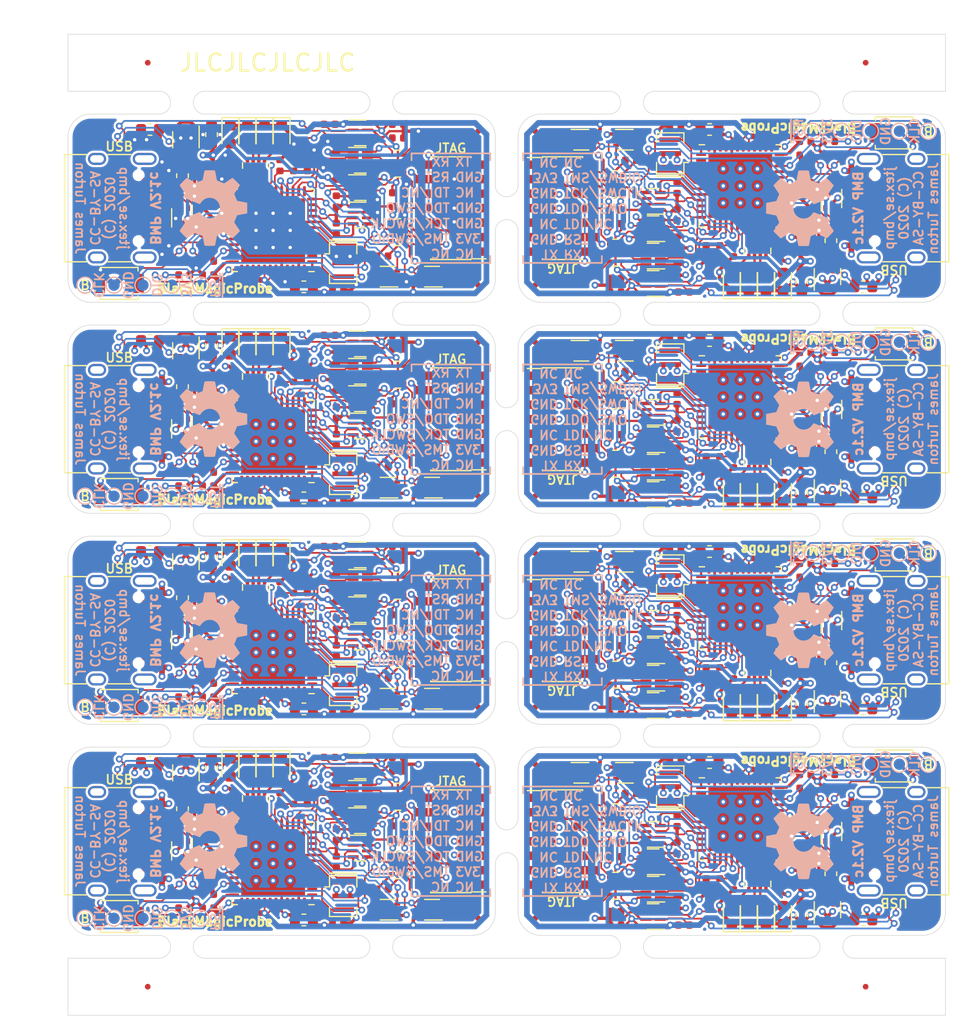
<source format=kicad_pcb>
(kicad_pcb (version 20171130) (host pcbnew "(5.1.6)-1")
  (title_block (title BMPM2-C) (comment 1 "Based on designs by BlackSphereTechnologies and Piotr Esden-Tempski") (comment 2 "(C) 2019 Dominik Sliwa") (comment 3 "License: CC-BY-SA 4.0"))
  (layers (0 F.Cu signal) (31 B.Cu signal) (34 B.Paste user) (35 F.Paste user) (36 B.SilkS user) (37 F.SilkS user) (38 B.Mask user) (39 F.Mask user) (44 Edge.Cuts user))
  (net 0 "")
  (net 1 GND)
  (net 2 +3V3)
  (net 3 /xTPWR)
  (net 4 +5V)
  (net 5 /iTPWR)
  (net 6 "Net-(C12-Pad1)")
  (net 7 "Net-(D1-Pad2)")
  (net 8 "Net-(D2-Pad2)")
  (net 9 "Net-(D3-Pad2)")
  (net 10 "Net-(D4-Pad2)")
  (net 11 "Net-(FB1-Pad2)")
  (net 12 "Net-(J1-PadB8)")
  (net 13 "Net-(J1-PadA5)")
  (net 14 /USBX_n)
  (net 15 /USBX_p)
  (net 16 "Net-(J1-PadA8)")
  (net 17 "Net-(J1-PadB5)")
  (net 18 /TPWR)
  (net 19 /RXD)
  (net 20 /TXD)
  (net 21 /RST)
  (net 22 /TCK)
  (net 23 /TMS)
  (net 24 /TDO)
  (net 25 /TDI)
  (net 26 /PWR_BR)
  (net 27 "Net-(Q1-Pad1)")
  (net 28 /xRST)
  (net 29 /iRST)
  (net 30 /iRST_SENSE)
  (net 31 /VBUS)
  (net 32 /USBi_n)
  (net 33 /USBi_p)
  (net 34 "Net-(R8-Pad1)")
  (net 35 "Net-(R10-Pad2)")
  (net 36 /LED2)
  (net 37 /LED0)
  (net 38 /LED1)
  (net 39 /xTCK)
  (net 40 /xRXD)
  (net 41 /xTMS)
  (net 42 /xTXD)
  (net 43 /xTDI)
  (net 44 /xTDO)
  (net 45 /SWDIO)
  (net 46 /SWCLK)
  (net 47 /iTXD)
  (net 48 /iTCK)
  (net 49 /iTDI)
  (net 50 /iTDO)
  (net 51 /iRXD)
  (net 52 /iTMS)
  (net 53 /iTMS_DIR)
  (net 54 "Net-(U6-Pad46)")
  (net 55 "Net-(U6-Pad45)")
  (net 56 "Net-(U6-Pad38)")
  (net 57 "Net-(U6-Pad28)")
  (net 58 "Net-(U6-Pad27)")
  (net 59 "Net-(U6-Pad10)")
  (net 60 "Net-(U6-Pad4)")
  (net 61 "Net-(U6-Pad3)")
  (net 62 "Net-(U6-Pad2)")
  (net 63 "Net-(U6-Pad43)")
  (net 64 "Net-(U6-Pad39)")
  (net 65 "Net-(U6-Pad5)")
  (net 66 "Net-(U6-Pad6)")
  (net 67 "Net-(U7-Pad4)")
  (net 68 "Net-(R5-Pad2)")
  (net 69 "Net-(R6-Pad2)")
  (net 70 "Net-(J1-PadS1)")
  (net 71 "Net-(J3-Pad9)")
  (net 72 "Net-(J3-Pad2)")
  (net 73 "Net-(J3-Pad1)")
  (module MountingHole:mouse-bite-2mm-slot (layer F.Cu) (at 51.5 28.25 90)
    (fp_text reference mouse-bite-2mm-slot hide)
    (fp_text value VAL** hide)
    (pad "" np_thru_hole circle (at 0 -0.75 90) (size 0.5 0.5) (drill 0.5) (layers *.Cu *.Mask))
    (pad "" np_thru_hole circle (at 0 0.75 90) (size 0.5 0.5) (drill 0.5) (layers *.Cu *.Mask))
    (pad "" np_thru_hole circle (at 0.75 -0.75 90) (size 0.5 0.5) (drill 0.5) (layers *.Cu *.Mask))
    (pad "" np_thru_hole circle (at -0.75 -0.75 90) (size 0.5 0.5) (drill 0.5) (layers *.Cu *.Mask))
    (pad "" np_thru_hole circle (at -0.75 0.75 90) (size 0.5 0.5) (drill 0.5) (layers *.Cu *.Mask))
    (pad "" np_thru_hole circle (at 0.75 0.75 90) (size 0.5 0.5) (drill 0.5) (layers *.Cu *.Mask))
  )
  (module MountingHole:mouse-bite-2mm-slot (layer F.Cu) (at 51.5 83.75 90)
    (fp_text reference mouse-bite-2mm-slot hide)
    (fp_text value VAL** hide)
    (pad "" np_thru_hole circle (at 0 -0.75 90) (size 0.5 0.5) (drill 0.5) (layers *.Cu *.Mask))
    (pad "" np_thru_hole circle (at 0 0.75 90) (size 0.5 0.5) (drill 0.5) (layers *.Cu *.Mask))
    (pad "" np_thru_hole circle (at 0.75 -0.75 90) (size 0.5 0.5) (drill 0.5) (layers *.Cu *.Mask))
    (pad "" np_thru_hole circle (at -0.75 -0.75 90) (size 0.5 0.5) (drill 0.5) (layers *.Cu *.Mask))
    (pad "" np_thru_hole circle (at -0.75 0.75 90) (size 0.5 0.5) (drill 0.5) (layers *.Cu *.Mask))
    (pad "" np_thru_hole circle (at 0.75 0.75 90) (size 0.5 0.5) (drill 0.5) (layers *.Cu *.Mask))
  )
  (module MountingHole:mouse-bite-2mm-slot (layer F.Cu) (at 51.5 65.25 90)
    (fp_text reference mouse-bite-2mm-slot hide)
    (fp_text value VAL** hide)
    (pad "" np_thru_hole circle (at 0 -0.75 90) (size 0.5 0.5) (drill 0.5) (layers *.Cu *.Mask))
    (pad "" np_thru_hole circle (at 0 0.75 90) (size 0.5 0.5) (drill 0.5) (layers *.Cu *.Mask))
    (pad "" np_thru_hole circle (at 0.75 -0.75 90) (size 0.5 0.5) (drill 0.5) (layers *.Cu *.Mask))
    (pad "" np_thru_hole circle (at -0.75 -0.75 90) (size 0.5 0.5) (drill 0.5) (layers *.Cu *.Mask))
    (pad "" np_thru_hole circle (at -0.75 0.75 90) (size 0.5 0.5) (drill 0.5) (layers *.Cu *.Mask))
    (pad "" np_thru_hole circle (at 0.75 0.75 90) (size 0.5 0.5) (drill 0.5) (layers *.Cu *.Mask))
  )
  (module MountingHole:mouse-bite-2mm-slot (layer F.Cu) (at 51.5 46.75 90)
    (fp_text reference mouse-bite-2mm-slot hide)
    (fp_text value VAL** hide)
    (pad "" np_thru_hole circle (at 0 -0.75 90) (size 0.5 0.5) (drill 0.5) (layers *.Cu *.Mask))
    (pad "" np_thru_hole circle (at 0 0.75 90) (size 0.5 0.5) (drill 0.5) (layers *.Cu *.Mask))
    (pad "" np_thru_hole circle (at 0.75 -0.75 90) (size 0.5 0.5) (drill 0.5) (layers *.Cu *.Mask))
    (pad "" np_thru_hole circle (at -0.75 -0.75 90) (size 0.5 0.5) (drill 0.5) (layers *.Cu *.Mask))
    (pad "" np_thru_hole circle (at -0.75 0.75 90) (size 0.5 0.5) (drill 0.5) (layers *.Cu *.Mask))
    (pad "" np_thru_hole circle (at 0.75 0.75 90) (size 0.5 0.5) (drill 0.5) (layers *.Cu *.Mask))
  )
  (module MountingHole:mouse-bite-2mm-slot (layer F.Cu) (at 62.5 93)
    (fp_text reference mouse-bite-2mm-slot hide)
    (fp_text value VAL** hide)
    (pad "" np_thru_hole circle (at 0 -0.75) (size 0.5 0.5) (drill 0.5) (layers *.Cu *.Mask))
    (pad "" np_thru_hole circle (at 0 0.75) (size 0.5 0.5) (drill 0.5) (layers *.Cu *.Mask))
    (pad "" np_thru_hole circle (at 0.75 -0.75) (size 0.5 0.5) (drill 0.5) (layers *.Cu *.Mask))
    (pad "" np_thru_hole circle (at -0.75 -0.75) (size 0.5 0.5) (drill 0.5) (layers *.Cu *.Mask))
    (pad "" np_thru_hole circle (at -0.75 0.75) (size 0.5 0.5) (drill 0.5) (layers *.Cu *.Mask))
    (pad "" np_thru_hole circle (at 0.75 0.75) (size 0.5 0.5) (drill 0.5) (layers *.Cu *.Mask))
  )
  (module MountingHole:mouse-bite-2mm-slot (layer F.Cu) (at 80 93)
    (fp_text reference mouse-bite-2mm-slot hide)
    (fp_text value VAL** hide)
    (pad "" np_thru_hole circle (at 0 -0.75) (size 0.5 0.5) (drill 0.5) (layers *.Cu *.Mask))
    (pad "" np_thru_hole circle (at 0 0.75) (size 0.5 0.5) (drill 0.5) (layers *.Cu *.Mask))
    (pad "" np_thru_hole circle (at 0.75 -0.75) (size 0.5 0.5) (drill 0.5) (layers *.Cu *.Mask))
    (pad "" np_thru_hole circle (at -0.75 -0.75) (size 0.5 0.5) (drill 0.5) (layers *.Cu *.Mask))
    (pad "" np_thru_hole circle (at -0.75 0.75) (size 0.5 0.5) (drill 0.5) (layers *.Cu *.Mask))
    (pad "" np_thru_hole circle (at 0.75 0.75) (size 0.5 0.5) (drill 0.5) (layers *.Cu *.Mask))
  )
  (module MountingHole:mouse-bite-2mm-slot (layer F.Cu) (at 23 93)
    (fp_text reference mouse-bite-2mm-slot hide)
    (fp_text value VAL** hide)
    (pad "" np_thru_hole circle (at 0 -0.75) (size 0.5 0.5) (drill 0.5) (layers *.Cu *.Mask))
    (pad "" np_thru_hole circle (at 0 0.75) (size 0.5 0.5) (drill 0.5) (layers *.Cu *.Mask))
    (pad "" np_thru_hole circle (at 0.75 -0.75) (size 0.5 0.5) (drill 0.5) (layers *.Cu *.Mask))
    (pad "" np_thru_hole circle (at -0.75 -0.75) (size 0.5 0.5) (drill 0.5) (layers *.Cu *.Mask))
    (pad "" np_thru_hole circle (at -0.75 0.75) (size 0.5 0.5) (drill 0.5) (layers *.Cu *.Mask))
    (pad "" np_thru_hole circle (at 0.75 0.75) (size 0.5 0.5) (drill 0.5) (layers *.Cu *.Mask))
  )
  (module MountingHole:mouse-bite-2mm-slot (layer F.Cu) (at 40.5 93)
    (fp_text reference mouse-bite-2mm-slot hide)
    (fp_text value VAL** hide)
    (pad "" np_thru_hole circle (at 0 -0.75) (size 0.5 0.5) (drill 0.5) (layers *.Cu *.Mask))
    (pad "" np_thru_hole circle (at 0 0.75) (size 0.5 0.5) (drill 0.5) (layers *.Cu *.Mask))
    (pad "" np_thru_hole circle (at 0.75 -0.75) (size 0.5 0.5) (drill 0.5) (layers *.Cu *.Mask))
    (pad "" np_thru_hole circle (at -0.75 -0.75) (size 0.5 0.5) (drill 0.5) (layers *.Cu *.Mask))
    (pad "" np_thru_hole circle (at -0.75 0.75) (size 0.5 0.5) (drill 0.5) (layers *.Cu *.Mask))
    (pad "" np_thru_hole circle (at 0.75 0.75) (size 0.5 0.5) (drill 0.5) (layers *.Cu *.Mask))
  )
  (module MountingHole:mouse-bite-2mm-slot (layer F.Cu) (at 62.5 19)
    (fp_text reference mouse-bite-2mm-slot hide)
    (fp_text value VAL** hide)
    (pad "" np_thru_hole circle (at 0 -0.75) (size 0.5 0.5) (drill 0.5) (layers *.Cu *.Mask))
    (pad "" np_thru_hole circle (at 0 0.75) (size 0.5 0.5) (drill 0.5) (layers *.Cu *.Mask))
    (pad "" np_thru_hole circle (at 0.75 -0.75) (size 0.5 0.5) (drill 0.5) (layers *.Cu *.Mask))
    (pad "" np_thru_hole circle (at -0.75 -0.75) (size 0.5 0.5) (drill 0.5) (layers *.Cu *.Mask))
    (pad "" np_thru_hole circle (at -0.75 0.75) (size 0.5 0.5) (drill 0.5) (layers *.Cu *.Mask))
    (pad "" np_thru_hole circle (at 0.75 0.75) (size 0.5 0.5) (drill 0.5) (layers *.Cu *.Mask))
  )
  (module MountingHole:mouse-bite-2mm-slot (layer F.Cu) (at 80 19)
    (fp_text reference mouse-bite-2mm-slot hide)
    (fp_text value VAL** hide)
    (pad "" np_thru_hole circle (at 0 -0.75) (size 0.5 0.5) (drill 0.5) (layers *.Cu *.Mask))
    (pad "" np_thru_hole circle (at 0 0.75) (size 0.5 0.5) (drill 0.5) (layers *.Cu *.Mask))
    (pad "" np_thru_hole circle (at 0.75 -0.75) (size 0.5 0.5) (drill 0.5) (layers *.Cu *.Mask))
    (pad "" np_thru_hole circle (at -0.75 -0.75) (size 0.5 0.5) (drill 0.5) (layers *.Cu *.Mask))
    (pad "" np_thru_hole circle (at -0.75 0.75) (size 0.5 0.5) (drill 0.5) (layers *.Cu *.Mask))
    (pad "" np_thru_hole circle (at 0.75 0.75) (size 0.5 0.5) (drill 0.5) (layers *.Cu *.Mask))
  )
  (module MountingHole:mouse-bite-2mm-slot (layer F.Cu) (at 80 37.5 180)
    (fp_text reference mouse-bite-2mm-slot hide)
    (fp_text value VAL** hide)
    (pad "" np_thru_hole circle (at 0 -0.75 180) (size 0.5 0.5) (drill 0.5) (layers *.Cu *.Mask))
    (pad "" np_thru_hole circle (at 0 0.75 180) (size 0.5 0.5) (drill 0.5) (layers *.Cu *.Mask))
    (pad "" np_thru_hole circle (at 0.75 -0.75 180) (size 0.5 0.5) (drill 0.5) (layers *.Cu *.Mask))
    (pad "" np_thru_hole circle (at -0.75 -0.75 180) (size 0.5 0.5) (drill 0.5) (layers *.Cu *.Mask))
    (pad "" np_thru_hole circle (at -0.75 0.75 180) (size 0.5 0.5) (drill 0.5) (layers *.Cu *.Mask))
    (pad "" np_thru_hole circle (at 0.75 0.75 180) (size 0.5 0.5) (drill 0.5) (layers *.Cu *.Mask))
  )
  (module MountingHole:mouse-bite-2mm-slot (layer F.Cu) (at 80 56 180)
    (fp_text reference mouse-bite-2mm-slot hide)
    (fp_text value VAL** hide)
    (pad "" np_thru_hole circle (at 0 -0.75 180) (size 0.5 0.5) (drill 0.5) (layers *.Cu *.Mask))
    (pad "" np_thru_hole circle (at 0 0.75 180) (size 0.5 0.5) (drill 0.5) (layers *.Cu *.Mask))
    (pad "" np_thru_hole circle (at 0.75 -0.75 180) (size 0.5 0.5) (drill 0.5) (layers *.Cu *.Mask))
    (pad "" np_thru_hole circle (at -0.75 -0.75 180) (size 0.5 0.5) (drill 0.5) (layers *.Cu *.Mask))
    (pad "" np_thru_hole circle (at -0.75 0.75 180) (size 0.5 0.5) (drill 0.5) (layers *.Cu *.Mask))
    (pad "" np_thru_hole circle (at 0.75 0.75 180) (size 0.5 0.5) (drill 0.5) (layers *.Cu *.Mask))
  )
  (module MountingHole:mouse-bite-2mm-slot (layer F.Cu) (at 62.5 37.5 180)
    (fp_text reference mouse-bite-2mm-slot hide)
    (fp_text value VAL** hide)
    (pad "" np_thru_hole circle (at 0 -0.75 180) (size 0.5 0.5) (drill 0.5) (layers *.Cu *.Mask))
    (pad "" np_thru_hole circle (at 0 0.75 180) (size 0.5 0.5) (drill 0.5) (layers *.Cu *.Mask))
    (pad "" np_thru_hole circle (at 0.75 -0.75 180) (size 0.5 0.5) (drill 0.5) (layers *.Cu *.Mask))
    (pad "" np_thru_hole circle (at -0.75 -0.75 180) (size 0.5 0.5) (drill 0.5) (layers *.Cu *.Mask))
    (pad "" np_thru_hole circle (at -0.75 0.75 180) (size 0.5 0.5) (drill 0.5) (layers *.Cu *.Mask))
    (pad "" np_thru_hole circle (at 0.75 0.75 180) (size 0.5 0.5) (drill 0.5) (layers *.Cu *.Mask))
  )
  (module MountingHole:mouse-bite-2mm-slot (layer F.Cu) (at 62.5 56 180)
    (fp_text reference mouse-bite-2mm-slot hide)
    (fp_text value VAL** hide)
    (pad "" np_thru_hole circle (at 0 -0.75 180) (size 0.5 0.5) (drill 0.5) (layers *.Cu *.Mask))
    (pad "" np_thru_hole circle (at 0 0.75 180) (size 0.5 0.5) (drill 0.5) (layers *.Cu *.Mask))
    (pad "" np_thru_hole circle (at 0.75 -0.75 180) (size 0.5 0.5) (drill 0.5) (layers *.Cu *.Mask))
    (pad "" np_thru_hole circle (at -0.75 -0.75 180) (size 0.5 0.5) (drill 0.5) (layers *.Cu *.Mask))
    (pad "" np_thru_hole circle (at -0.75 0.75 180) (size 0.5 0.5) (drill 0.5) (layers *.Cu *.Mask))
    (pad "" np_thru_hole circle (at 0.75 0.75 180) (size 0.5 0.5) (drill 0.5) (layers *.Cu *.Mask))
  )
  (module MountingHole:mouse-bite-2mm-slot (layer F.Cu) (at 80 74.5 180)
    (fp_text reference mouse-bite-2mm-slot hide)
    (fp_text value VAL** hide)
    (pad "" np_thru_hole circle (at 0 -0.75 180) (size 0.5 0.5) (drill 0.5) (layers *.Cu *.Mask))
    (pad "" np_thru_hole circle (at 0 0.75 180) (size 0.5 0.5) (drill 0.5) (layers *.Cu *.Mask))
    (pad "" np_thru_hole circle (at 0.75 -0.75 180) (size 0.5 0.5) (drill 0.5) (layers *.Cu *.Mask))
    (pad "" np_thru_hole circle (at -0.75 -0.75 180) (size 0.5 0.5) (drill 0.5) (layers *.Cu *.Mask))
    (pad "" np_thru_hole circle (at -0.75 0.75 180) (size 0.5 0.5) (drill 0.5) (layers *.Cu *.Mask))
    (pad "" np_thru_hole circle (at 0.75 0.75 180) (size 0.5 0.5) (drill 0.5) (layers *.Cu *.Mask))
  )
  (module MountingHole:mouse-bite-2mm-slot (layer F.Cu) (at 62.5 74.5 180)
    (fp_text reference mouse-bite-2mm-slot hide)
    (fp_text value VAL** hide)
    (pad "" np_thru_hole circle (at 0 -0.75 180) (size 0.5 0.5) (drill 0.5) (layers *.Cu *.Mask))
    (pad "" np_thru_hole circle (at 0 0.75 180) (size 0.5 0.5) (drill 0.5) (layers *.Cu *.Mask))
    (pad "" np_thru_hole circle (at 0.75 -0.75 180) (size 0.5 0.5) (drill 0.5) (layers *.Cu *.Mask))
    (pad "" np_thru_hole circle (at -0.75 -0.75 180) (size 0.5 0.5) (drill 0.5) (layers *.Cu *.Mask))
    (pad "" np_thru_hole circle (at -0.75 0.75 180) (size 0.5 0.5) (drill 0.5) (layers *.Cu *.Mask))
    (pad "" np_thru_hole circle (at 0.75 0.75 180) (size 0.5 0.5) (drill 0.5) (layers *.Cu *.Mask))
  )
  (module MountingHole:mouse-bite-2mm-slot (layer F.Cu) (at 23 74.5)
    (fp_text reference mouse-bite-2mm-slot hide)
    (fp_text value VAL** hide)
    (pad "" np_thru_hole circle (at 0 -0.75) (size 0.5 0.5) (drill 0.5) (layers *.Cu *.Mask))
    (pad "" np_thru_hole circle (at 0 0.75) (size 0.5 0.5) (drill 0.5) (layers *.Cu *.Mask))
    (pad "" np_thru_hole circle (at 0.75 -0.75) (size 0.5 0.5) (drill 0.5) (layers *.Cu *.Mask))
    (pad "" np_thru_hole circle (at -0.75 -0.75) (size 0.5 0.5) (drill 0.5) (layers *.Cu *.Mask))
    (pad "" np_thru_hole circle (at -0.75 0.75) (size 0.5 0.5) (drill 0.5) (layers *.Cu *.Mask))
    (pad "" np_thru_hole circle (at 0.75 0.75) (size 0.5 0.5) (drill 0.5) (layers *.Cu *.Mask))
  )
  (module MountingHole:mouse-bite-2mm-slot (layer F.Cu) (at 40.5 74.5)
    (fp_text reference mouse-bite-2mm-slot hide)
    (fp_text value VAL** hide)
    (pad "" np_thru_hole circle (at 0 -0.75) (size 0.5 0.5) (drill 0.5) (layers *.Cu *.Mask))
    (pad "" np_thru_hole circle (at 0 0.75) (size 0.5 0.5) (drill 0.5) (layers *.Cu *.Mask))
    (pad "" np_thru_hole circle (at 0.75 -0.75) (size 0.5 0.5) (drill 0.5) (layers *.Cu *.Mask))
    (pad "" np_thru_hole circle (at -0.75 -0.75) (size 0.5 0.5) (drill 0.5) (layers *.Cu *.Mask))
    (pad "" np_thru_hole circle (at -0.75 0.75) (size 0.5 0.5) (drill 0.5) (layers *.Cu *.Mask))
    (pad "" np_thru_hole circle (at 0.75 0.75) (size 0.5 0.5) (drill 0.5) (layers *.Cu *.Mask))
  )
  (module MountingHole:mouse-bite-2mm-slot (layer F.Cu) (at 23 56)
    (fp_text reference mouse-bite-2mm-slot hide)
    (fp_text value VAL** hide)
    (pad "" np_thru_hole circle (at 0 -0.75) (size 0.5 0.5) (drill 0.5) (layers *.Cu *.Mask))
    (pad "" np_thru_hole circle (at 0 0.75) (size 0.5 0.5) (drill 0.5) (layers *.Cu *.Mask))
    (pad "" np_thru_hole circle (at 0.75 -0.75) (size 0.5 0.5) (drill 0.5) (layers *.Cu *.Mask))
    (pad "" np_thru_hole circle (at -0.75 -0.75) (size 0.5 0.5) (drill 0.5) (layers *.Cu *.Mask))
    (pad "" np_thru_hole circle (at -0.75 0.75) (size 0.5 0.5) (drill 0.5) (layers *.Cu *.Mask))
    (pad "" np_thru_hole circle (at 0.75 0.75) (size 0.5 0.5) (drill 0.5) (layers *.Cu *.Mask))
  )
  (module MountingHole:mouse-bite-2mm-slot (layer F.Cu) (at 40.5 56)
    (fp_text reference mouse-bite-2mm-slot hide)
    (fp_text value VAL** hide)
    (pad "" np_thru_hole circle (at 0 -0.75) (size 0.5 0.5) (drill 0.5) (layers *.Cu *.Mask))
    (pad "" np_thru_hole circle (at 0 0.75) (size 0.5 0.5) (drill 0.5) (layers *.Cu *.Mask))
    (pad "" np_thru_hole circle (at 0.75 -0.75) (size 0.5 0.5) (drill 0.5) (layers *.Cu *.Mask))
    (pad "" np_thru_hole circle (at -0.75 -0.75) (size 0.5 0.5) (drill 0.5) (layers *.Cu *.Mask))
    (pad "" np_thru_hole circle (at -0.75 0.75) (size 0.5 0.5) (drill 0.5) (layers *.Cu *.Mask))
    (pad "" np_thru_hole circle (at 0.75 0.75) (size 0.5 0.5) (drill 0.5) (layers *.Cu *.Mask))
  )
  (module MountingHole:mouse-bite-2mm-slot (layer F.Cu) (at 23 37.5)
    (fp_text reference mouse-bite-2mm-slot hide)
    (fp_text value VAL** hide)
    (pad "" np_thru_hole circle (at 0 -0.75) (size 0.5 0.5) (drill 0.5) (layers *.Cu *.Mask))
    (pad "" np_thru_hole circle (at 0 0.75) (size 0.5 0.5) (drill 0.5) (layers *.Cu *.Mask))
    (pad "" np_thru_hole circle (at 0.75 -0.75) (size 0.5 0.5) (drill 0.5) (layers *.Cu *.Mask))
    (pad "" np_thru_hole circle (at -0.75 -0.75) (size 0.5 0.5) (drill 0.5) (layers *.Cu *.Mask))
    (pad "" np_thru_hole circle (at -0.75 0.75) (size 0.5 0.5) (drill 0.5) (layers *.Cu *.Mask))
    (pad "" np_thru_hole circle (at 0.75 0.75) (size 0.5 0.5) (drill 0.5) (layers *.Cu *.Mask))
  )
  (module MountingHole:mouse-bite-2mm-slot (layer F.Cu) (at 40.5 37.5)
    (fp_text reference mouse-bite-2mm-slot hide)
    (fp_text value VAL** hide)
    (pad "" np_thru_hole circle (at 0 -0.75) (size 0.5 0.5) (drill 0.5) (layers *.Cu *.Mask))
    (pad "" np_thru_hole circle (at 0 0.75) (size 0.5 0.5) (drill 0.5) (layers *.Cu *.Mask))
    (pad "" np_thru_hole circle (at 0.75 -0.75) (size 0.5 0.5) (drill 0.5) (layers *.Cu *.Mask))
    (pad "" np_thru_hole circle (at -0.75 -0.75) (size 0.5 0.5) (drill 0.5) (layers *.Cu *.Mask))
    (pad "" np_thru_hole circle (at -0.75 0.75) (size 0.5 0.5) (drill 0.5) (layers *.Cu *.Mask))
    (pad "" np_thru_hole circle (at 0.75 0.75) (size 0.5 0.5) (drill 0.5) (layers *.Cu *.Mask))
  )
  (module MountingHole:mouse-bite-2mm-slot (layer F.Cu) (at 40.5 19)
    (fp_text reference mouse-bite-2mm-slot hide)
    (fp_text value VAL** hide)
    (pad "" np_thru_hole circle (at 0 -0.75) (size 0.5 0.5) (drill 0.5) (layers *.Cu *.Mask))
    (pad "" np_thru_hole circle (at 0 0.75) (size 0.5 0.5) (drill 0.5) (layers *.Cu *.Mask))
    (pad "" np_thru_hole circle (at 0.75 -0.75) (size 0.5 0.5) (drill 0.5) (layers *.Cu *.Mask))
    (pad "" np_thru_hole circle (at -0.75 -0.75) (size 0.5 0.5) (drill 0.5) (layers *.Cu *.Mask))
    (pad "" np_thru_hole circle (at -0.75 0.75) (size 0.5 0.5) (drill 0.5) (layers *.Cu *.Mask))
    (pad "" np_thru_hole circle (at 0.75 0.75) (size 0.5 0.5) (drill 0.5) (layers *.Cu *.Mask))
  )
  (module MountingHole:mouse-bite-2mm-slot (layer F.Cu) (at 23 19)
    (fp_text reference mouse-bite-2mm-slot hide)
    (fp_text value VAL** hide)
    (pad "" np_thru_hole circle (at 0 -0.75) (size 0.5 0.5) (drill 0.5) (layers *.Cu *.Mask))
    (pad "" np_thru_hole circle (at 0 0.75) (size 0.5 0.5) (drill 0.5) (layers *.Cu *.Mask))
    (pad "" np_thru_hole circle (at 0.75 -0.75) (size 0.5 0.5) (drill 0.5) (layers *.Cu *.Mask))
    (pad "" np_thru_hole circle (at -0.75 -0.75) (size 0.5 0.5) (drill 0.5) (layers *.Cu *.Mask))
    (pad "" np_thru_hole circle (at -0.75 0.75) (size 0.5 0.5) (drill 0.5) (layers *.Cu *.Mask))
    (pad "" np_thru_hole circle (at 0.75 0.75) (size 0.5 0.5) (drill 0.5) (layers *.Cu *.Mask))
  )
  (module Fuse:Fuse_0603_1608Metric (layer F.Cu) (at 79.95 31.1 90)
    (fp_text reference FB1 hide)
    (fp_text value Ferrite_Bead_Small)
    (pad 1 smd roundrect (at -0.7875 0 90) (size 0.875 0.95) (layers F.Cu F.Paste F.Mask))
    (pad 2 smd roundrect (at 0.7875 0 90) (size 0.875 0.95) (layers F.Cu F.Paste F.Mask))
  )
  (module Resistor_SMD:R_0402_1005Metric (layer F.Cu) (at 77.7 27.2)
    (fp_text reference R1 hide)
    (fp_text value 5k1)
    (pad 2 smd roundrect (at 0.485 0) (size 0.59 0.64) (layers F.Cu F.Paste F.Mask))
    (pad 1 smd roundrect (at -0.485 0) (size 0.59 0.64) (layers F.Cu F.Paste F.Mask))
  )
  (module Capacitor_SMD:C_0603_1608Metric (layer F.Cu) (at 77.4 34.7 270)
    (fp_text reference C3 hide)
    (fp_text value 4u7)
    (pad 1 smd roundrect (at -0.7875 0 270) (size 0.875 0.95) (layers F.Cu F.Paste F.Mask))
    (pad 2 smd roundrect (at 0.7875 0 270) (size 0.875 0.95) (layers F.Cu F.Paste F.Mask))
  )
  (module Capacitor_SMD:C_0603_1608Metric (layer F.Cu) (at 69.3 21.35 180)
    (fp_text reference C21 hide)
    (fp_text value 4u7)
    (pad 1 smd roundrect (at -0.7875 0 180) (size 0.875 0.95) (layers F.Cu F.Paste F.Mask))
    (pad 2 smd roundrect (at 0.7875 0 180) (size 0.875 0.95) (layers F.Cu F.Paste F.Mask))
  )
  (module Resistor_SMD:R_0402_1005Metric (layer F.Cu) (at 70.2 32 90)
    (fp_text reference R9 hide)
    (fp_text value 4k7)
    (pad 1 smd roundrect (at -0.485 0 90) (size 0.59 0.64) (layers F.Cu F.Paste F.Mask))
    (pad 2 smd roundrect (at 0.485 0 90) (size 0.59 0.64) (layers F.Cu F.Paste F.Mask))
  )
  (module Resistor_SMD:R_0402_1005Metric (layer F.Cu) (at 77.7 28.4)
    (fp_text reference R3 hide)
    (fp_text value 10k)
    (pad 2 smd roundrect (at 0.485 0) (size 0.59 0.64) (layers F.Cu F.Paste F.Mask))
    (pad 1 smd roundrect (at -0.485 0) (size 0.59 0.64) (layers F.Cu F.Paste F.Mask))
  )
  (module Resistor_SMD:R_0402_1005Metric (layer F.Cu) (at 77.7 26)
    (fp_text reference R5 hide)
    (fp_text value 22R)
    (pad 2 smd roundrect (at 0.485 0) (size 0.59 0.64) (layers F.Cu F.Paste F.Mask))
    (pad 1 smd roundrect (at -0.485 0) (size 0.59 0.64) (layers F.Cu F.Paste F.Mask))
  )
  (module Fiducial:Fiducial_0.5mm_Mask1.5mm (layer F.Cu) (at 54 21.5 180)
    (fp_text reference FID3 hide)
    (fp_text value Fiducial hide)
    (pad "" smd circle (at 0 0 180) (size 0.5 0.5) (layers F.Cu F.Mask) (clearance 0.5))
  )
  (module Capacitor_SMD:C_0402_1005Metric (layer F.Cu) (at 77.7 22.4 180)
    (fp_text reference C16 hide)
    (fp_text value 100n)
    (pad 1 smd roundrect (at -0.485 0 180) (size 0.59 0.64) (layers F.Cu F.Paste F.Mask))
    (pad 2 smd roundrect (at 0.485 0 180) (size 0.59 0.64) (layers F.Cu F.Paste F.Mask))
  )
  (module Capacitor_SMD:C_0402_1005Metric (layer F.Cu) (at 61.05 34.4)
    (fp_text reference C8 hide)
    (fp_text value 100n)
    (pad 1 smd roundrect (at -0.485 0) (size 0.59 0.64) (layers F.Cu F.Paste F.Mask))
    (pad 2 smd roundrect (at 0.485 0) (size 0.59 0.64) (layers F.Cu F.Paste F.Mask))
  )
  (module Resistor_SMD:R_0402_1005Metric (layer F.Cu) (at 62.4 24.05 180)
    (fp_text reference R11 hide)
    (fp_text value 10k)
    (pad 1 smd roundrect (at -0.485 0 180) (size 0.59 0.64) (layers F.Cu F.Paste F.Mask))
    (pad 2 smd roundrect (at 0.485 0 180) (size 0.59 0.64) (layers F.Cu F.Paste F.Mask))
  )
  (module TestPoint:TestPoint_Pad_D1.0mm (layer B.Cu) (at 85.96 21.5 180)
    (fp_text reference TP2 hide)
    (fp_text value GND)
    (pad 1 smd circle (at 0 0 180) (size 1 1) (layers B.Cu B.Mask))
  )
  (module Capacitor_SMD:C_0402_1005Metric (layer F.Cu) (at 66.45 26.45 270)
    (fp_text reference C18 hide)
    (fp_text value 100n)
    (pad 1 smd roundrect (at -0.485 0 270) (size 0.59 0.64) (layers F.Cu F.Paste F.Mask))
    (pad 2 smd roundrect (at 0.485 0 270) (size 0.59 0.64) (layers F.Cu F.Paste F.Mask))
  )
  (module Capacitor_SMD:C_0402_1005Metric (layer F.Cu) (at 66.45 31.25 270)
    (fp_text reference C9 hide)
    (fp_text value 100n)
    (pad 1 smd roundrect (at -0.485 0 270) (size 0.59 0.64) (layers F.Cu F.Paste F.Mask))
    (pad 2 smd roundrect (at 0.485 0 270) (size 0.59 0.64) (layers F.Cu F.Paste F.Mask))
  )
  (module Capacitor_SMD:C_0603_1608Metric (layer F.Cu) (at 82.8 35.15)
    (fp_text reference C7 hide)
    (fp_text value 4u7)
    (pad 1 smd roundrect (at -0.7875 0) (size 0.875 0.95) (layers F.Cu F.Paste F.Mask))
    (pad 2 smd roundrect (at 0.7875 0) (size 0.875 0.95) (layers F.Cu F.Paste F.Mask))
  )
  (module Capacitor_SMD:C_0402_1005Metric (layer F.Cu) (at 77.7 30.8 180)
    (fp_text reference C5 hide)
    (fp_text value 100n)
    (pad 2 smd roundrect (at 0.485 0 180) (size 0.59 0.64) (layers F.Cu F.Paste F.Mask))
    (pad 1 smd roundrect (at -0.485 0 180) (size 0.59 0.64) (layers F.Cu F.Paste F.Mask))
  )
  (module Capacitor_SMD:C_0402_1005Metric (layer F.Cu) (at 66.45 33.65 270)
    (fp_text reference C6 hide)
    (fp_text value 100n)
    (pad 1 smd roundrect (at -0.485 0 270) (size 0.59 0.64) (layers F.Cu F.Paste F.Mask))
    (pad 2 smd roundrect (at 0.485 0 270) (size 0.59 0.64) (layers F.Cu F.Paste F.Mask))
  )
  (module Button_Switch_SMD:SW_SPST_B3U-1000P (layer F.Cu) (at 85.5 21.65 180)
    (fp_text reference SW1 hide)
    (fp_text value B3U-1000P)
    (pad 1 smd rect (at -1.7 0 180) (size 0.9 1.7) (layers F.Cu F.Paste F.Mask))
    (pad 2 smd rect (at 1.7 0 180) (size 0.9 1.7) (layers F.Cu F.Paste F.Mask))
  )
  (module Capacitor_SMD:C_0402_1005Metric (layer F.Cu) (at 75.45 32 90)
    (fp_text reference C17 hide)
    (fp_text value 100n)
    (pad 1 smd roundrect (at -0.485 0 90) (size 0.59 0.64) (layers F.Cu F.Paste F.Mask))
    (pad 2 smd roundrect (at 0.485 0 90) (size 0.59 0.64) (layers F.Cu F.Paste F.Mask))
  )
  (module Capacitor_SMD:C_0402_1005Metric (layer F.Cu) (at 71.4 32 270)
    (fp_text reference C11 hide)
    (fp_text value 100n)
    (pad 1 smd roundrect (at -0.485 0 270) (size 0.59 0.64) (layers F.Cu F.Paste F.Mask))
    (pad 2 smd roundrect (at 0.485 0 270) (size 0.59 0.64) (layers F.Cu F.Paste F.Mask))
  )
  (module Resistor_SMD:R_Array_Convex_4x0402 (layer F.Cu) (at 61.05 32.15)
    (fp_text reference RN3 hide)
    (fp_text value 100R)
    (pad 1 smd rect (at -0.5 -0.75) (size 0.5 0.3) (layers F.Cu F.Paste F.Mask))
    (pad 3 smd rect (at -0.5 0.25) (size 0.5 0.3) (layers F.Cu F.Paste F.Mask))
    (pad 2 smd rect (at -0.5 -0.25) (size 0.5 0.3) (layers F.Cu F.Paste F.Mask))
    (pad 4 smd rect (at -0.5 0.75) (size 0.5 0.3) (layers F.Cu F.Paste F.Mask))
    (pad 7 smd rect (at 0.5 -0.25) (size 0.5 0.3) (layers F.Cu F.Paste F.Mask))
    (pad 8 smd rect (at 0.5 -0.75) (size 0.5 0.3) (layers F.Cu F.Paste F.Mask))
    (pad 6 smd rect (at 0.5 0.25) (size 0.5 0.3) (layers F.Cu F.Paste F.Mask))
    (pad 5 smd rect (at 0.5 0.75) (size 0.5 0.3) (layers F.Cu F.Paste F.Mask))
  )
  (module Fuse:Fuse_0603_1608Metric (layer F.Cu) (at 79.95 49.6 90)
    (fp_text reference FB1 hide)
    (fp_text value Ferrite_Bead_Small)
    (pad 1 smd roundrect (at -0.7875 0 90) (size 0.875 0.95) (layers F.Cu F.Paste F.Mask))
    (pad 2 smd roundrect (at 0.7875 0 90) (size 0.875 0.95) (layers F.Cu F.Paste F.Mask))
  )
  (module LED_SMD:LED_0603_1608Metric (layer F.Cu) (at 75.75 34.7 90)
    (fp_text reference D2 hide)
    (fp_text value "LED GREEN")
    (pad 1 smd roundrect (at -0.7875 0 90) (size 0.875 0.95) (layers F.Cu F.Paste F.Mask))
    (pad 2 smd roundrect (at 0.7875 0 90) (size 0.875 0.95) (layers F.Cu F.Paste F.Mask))
  )
  (module Crystal:Resonator_SMD_muRata_CSTxExxV-3Pin_3.0x1.1mm (layer F.Cu) (at 65.85 23.45 90)
    (fp_text reference Y1 hide)
    (fp_text value CSTNE8M00G520000R0)
    (pad 1 smd rect (at -1.2 0 90) (size 0.4 1.9) (layers F.Cu F.Paste F.Mask))
    (pad 2 smd rect (at 0 0 90) (size 0.4 1.9) (layers F.Cu F.Paste F.Mask))
    (pad 3 smd rect (at 1.2 0 90) (size 0.4 1.9) (layers F.Cu F.Paste F.Mask))
  )
  (module Resistor_SMD:R_0402_1005Metric (layer F.Cu) (at 77.7 46.9)
    (fp_text reference R3 hide)
    (fp_text value 10k)
    (pad 2 smd roundrect (at 0.485 0) (size 0.59 0.64) (layers F.Cu F.Paste F.Mask))
    (pad 1 smd roundrect (at -0.485 0) (size 0.59 0.64) (layers F.Cu F.Paste F.Mask))
  )
  (module Resistor_SMD:R_0402_1005Metric (layer F.Cu) (at 70.2 50.5 90)
    (fp_text reference R9 hide)
    (fp_text value 4k7)
    (pad 1 smd roundrect (at -0.485 0 90) (size 0.59 0.64) (layers F.Cu F.Paste F.Mask))
    (pad 2 smd roundrect (at 0.485 0 90) (size 0.59 0.64) (layers F.Cu F.Paste F.Mask))
  )
  (module Resistor_SMD:R_0402_1005Metric (layer F.Cu) (at 77.7 44.5)
    (fp_text reference R5 hide)
    (fp_text value 22R)
    (pad 2 smd roundrect (at 0.485 0) (size 0.59 0.64) (layers F.Cu F.Paste F.Mask))
    (pad 1 smd roundrect (at -0.485 0) (size 0.59 0.64) (layers F.Cu F.Paste F.Mask))
  )
  (module Resistor_SMD:R_Array_Convex_4x0402 (layer F.Cu) (at 73.5 32 270)
    (fp_text reference RN1 hide)
    (fp_text value 330R)
    (pad 1 smd rect (at -0.5 -0.75 270) (size 0.5 0.3) (layers F.Cu F.Paste F.Mask))
    (pad 3 smd rect (at -0.5 0.25 270) (size 0.5 0.3) (layers F.Cu F.Paste F.Mask))
    (pad 2 smd rect (at -0.5 -0.25 270) (size 0.5 0.3) (layers F.Cu F.Paste F.Mask))
    (pad 4 smd rect (at -0.5 0.75 270) (size 0.5 0.3) (layers F.Cu F.Paste F.Mask))
    (pad 7 smd rect (at 0.5 -0.25 270) (size 0.5 0.3) (layers F.Cu F.Paste F.Mask))
    (pad 8 smd rect (at 0.5 -0.75 270) (size 0.5 0.3) (layers F.Cu F.Paste F.Mask))
    (pad 6 smd rect (at 0.5 0.25 270) (size 0.5 0.3) (layers F.Cu F.Paste F.Mask))
    (pad 5 smd rect (at 0.5 0.75 270) (size 0.5 0.3) (layers F.Cu F.Paste F.Mask))
  )
  (module Resistor_SMD:R_Array_Convex_4x0402 (layer F.Cu) (at 61.05 26.15)
    (fp_text reference RN2 hide)
    (fp_text value 100R)
    (pad 5 smd rect (at 0.5 0.75) (size 0.5 0.3) (layers F.Cu F.Paste F.Mask))
    (pad 6 smd rect (at 0.5 0.25) (size 0.5 0.3) (layers F.Cu F.Paste F.Mask))
    (pad 8 smd rect (at 0.5 -0.75) (size 0.5 0.3) (layers F.Cu F.Paste F.Mask))
    (pad 7 smd rect (at 0.5 -0.25) (size 0.5 0.3) (layers F.Cu F.Paste F.Mask))
    (pad 4 smd rect (at -0.5 0.75) (size 0.5 0.3) (layers F.Cu F.Paste F.Mask))
    (pad 2 smd rect (at -0.5 -0.25) (size 0.5 0.3) (layers F.Cu F.Paste F.Mask))
    (pad 3 smd rect (at -0.5 0.25) (size 0.5 0.3) (layers F.Cu F.Paste F.Mask))
    (pad 1 smd rect (at -0.5 -0.75) (size 0.5 0.3) (layers F.Cu F.Paste F.Mask))
  )
  (module Capacitor_SMD:C_0603_1608Metric (layer F.Cu) (at 69.3 39.85 180)
    (fp_text reference C21 hide)
    (fp_text value 4u7)
    (pad 1 smd roundrect (at -0.7875 0 180) (size 0.875 0.95) (layers F.Cu F.Paste F.Mask))
    (pad 2 smd roundrect (at 0.7875 0 180) (size 0.875 0.95) (layers F.Cu F.Paste F.Mask))
  )
  (module Capacitor_SMD:C_0402_1005Metric (layer F.Cu) (at 71.4 50.5 270)
    (fp_text reference C11 hide)
    (fp_text value 100n)
    (pad 1 smd roundrect (at -0.485 0 270) (size 0.59 0.64) (layers F.Cu F.Paste F.Mask))
    (pad 2 smd roundrect (at 0.485 0 270) (size 0.59 0.64) (layers F.Cu F.Paste F.Mask))
  )
  (module Fiducial:Fiducial_0.5mm_Mask1.5mm (layer F.Cu) (at 54 40 180)
    (fp_text reference FID3 hide)
    (fp_text value Fiducial hide)
    (pad "" smd circle (at 0 0 180) (size 0.5 0.5) (layers F.Cu F.Mask) (clearance 0.5))
  )
  (module Resistor_SMD:R_0402_1005Metric (layer F.Cu) (at 77.7 32 180)
    (fp_text reference R8 hide)
    (fp_text value 10k)
    (pad 2 smd roundrect (at 0.485 0 180) (size 0.59 0.64) (layers F.Cu F.Paste F.Mask))
    (pad 1 smd roundrect (at -0.485 0 180) (size 0.59 0.64) (layers F.Cu F.Paste F.Mask))
  )
  (module Package_TO_SOT_SMD:SOT-563 (layer F.Cu) (at 58.05 22.25)
    (fp_text reference Q1 hide)
    (fp_text value DMG1023UV)
    (pad 1 smd rect (at -0.85 -0.5) (size 0.5 0.3) (layers F.Cu F.Paste F.Mask))
    (pad 3 smd rect (at -0.85 0.5) (size 0.5 0.3) (layers F.Cu F.Paste F.Mask))
    (pad 6 smd rect (at 0.85 -0.5) (size 0.5 0.3) (layers F.Cu F.Paste F.Mask))
    (pad 2 smd rect (at -0.85 0) (size 0.5 0.3) (layers F.Cu F.Paste F.Mask))
    (pad 4 smd rect (at 0.85 0.5) (size 0.5 0.3) (layers F.Cu F.Paste F.Mask))
    (pad 5 smd rect (at 0.85 0) (size 0.5 0.3) (layers F.Cu F.Paste F.Mask))
  )
  (module Capacitor_SMD:C_0402_1005Metric (layer F.Cu) (at 77.7 40.9 180)
    (fp_text reference C16 hide)
    (fp_text value 100n)
    (pad 1 smd roundrect (at -0.485 0 180) (size 0.59 0.64) (layers F.Cu F.Paste F.Mask))
    (pad 2 smd roundrect (at 0.485 0 180) (size 0.59 0.64) (layers F.Cu F.Paste F.Mask))
  )
  (module Resistor_SMD:R_0402_1005Metric (layer F.Cu) (at 55.8 22.1 90)
    (fp_text reference R12 hide)
    (fp_text value 10k)
    (pad 1 smd roundrect (at -0.485 0 90) (size 0.59 0.64) (layers F.Cu F.Paste F.Mask))
    (pad 2 smd roundrect (at 0.485 0 90) (size 0.59 0.64) (layers F.Cu F.Paste F.Mask))
  )
  (module Resistor_SMD:R_0402_1005Metric (layer F.Cu) (at 77.7 23.6)
    (fp_text reference R10 hide)
    (fp_text value 1k5)
    (pad 2 smd roundrect (at 0.485 0) (size 0.59 0.64) (layers F.Cu F.Paste F.Mask))
    (pad 1 smd roundrect (at -0.485 0) (size 0.59 0.64) (layers F.Cu F.Paste F.Mask))
  )
  (module Capacitor_SMD:C_0402_1005Metric (layer F.Cu) (at 66.45 44.95 270)
    (fp_text reference C18 hide)
    (fp_text value 100n)
    (pad 1 smd roundrect (at -0.485 0 270) (size 0.59 0.64) (layers F.Cu F.Paste F.Mask))
    (pad 2 smd roundrect (at 0.485 0 270) (size 0.59 0.64) (layers F.Cu F.Paste F.Mask))
  )
  (module Capacitor_SMD:C_0402_1005Metric (layer F.Cu) (at 66.45 49.75 270)
    (fp_text reference C9 hide)
    (fp_text value 100n)
    (pad 1 smd roundrect (at -0.485 0 270) (size 0.59 0.64) (layers F.Cu F.Paste F.Mask))
    (pad 2 smd roundrect (at 0.485 0 270) (size 0.59 0.64) (layers F.Cu F.Paste F.Mask))
  )
  (module Capacitor_SMD:C_0603_1608Metric (layer F.Cu) (at 77.4 53.2 270)
    (fp_text reference C3 hide)
    (fp_text value 4u7)
    (pad 1 smd roundrect (at -0.7875 0 270) (size 0.875 0.95) (layers F.Cu F.Paste F.Mask))
    (pad 2 smd roundrect (at 0.7875 0 270) (size 0.875 0.95) (layers F.Cu F.Paste F.Mask))
  )
  (module Resistor_SMD:R_0402_1005Metric (layer F.Cu) (at 77.7 45.7)
    (fp_text reference R1 hide)
    (fp_text value 5k1)
    (pad 2 smd roundrect (at 0.485 0) (size 0.59 0.64) (layers F.Cu F.Paste F.Mask))
    (pad 1 smd roundrect (at -0.485 0) (size 0.59 0.64) (layers F.Cu F.Paste F.Mask))
  )
  (module TestPoint:TestPoint_Pad_D1.0mm (layer B.Cu) (at 88.5 21.5 180)
    (fp_text reference TP6 hide)
    (fp_text value SWCLK)
    (pad 1 smd circle (at 0 0 180) (size 1 1) (layers B.Cu B.Mask))
  )
  (module Package_SON:X2SON-8_1.95x1mm_P0.5mm (layer F.Cu) (at 64.35 34.85 180)
    (fp_text reference U2 hide)
    (fp_text value 74LVC2T45GT)
    (pad 8 smd rect (at 0.625 -0.75 90) (size 0.3 0.95) (drill (offset -0.025 0)) (layers F.Cu F.Paste F.Mask))
    (pad 1 smd rect (at -0.625 -0.75 90) (size 0.3 0.95) (drill (offset -0.025 0)) (layers F.Cu F.Paste F.Mask))
    (pad 7 smd rect (at 0.625 -0.25 90) (size 0.25 0.95) (layers F.Cu F.Paste F.Mask))
    (pad 2 smd rect (at -0.625 -0.25 90) (size 0.25 0.95) (layers F.Cu F.Paste F.Mask))
    (pad 6 smd rect (at 0.625 0.25 90) (size 0.25 0.95) (layers F.Cu F.Paste F.Mask))
    (pad 3 smd rect (at -0.625 0.25 90) (size 0.25 0.95) (layers F.Cu F.Paste F.Mask))
    (pad 5 smd rect (at 0.625 0.75 90) (size 0.3 0.95) (drill (offset 0.025 0)) (layers F.Cu F.Paste F.Mask))
    (pad 4 smd rect (at -0.625 0.75 90) (size 0.3 0.95) (drill (offset 0.025 0)) (layers F.Cu F.Paste F.Mask))
  )
  (module Resistor_SMD:R_0402_1005Metric (layer F.Cu) (at 69 32 270)
    (fp_text reference R7 hide)
    (fp_text value 10k)
    (pad 1 smd roundrect (at -0.485 0 270) (size 0.59 0.64) (layers F.Cu F.Paste F.Mask))
    (pad 2 smd roundrect (at 0.485 0 270) (size 0.59 0.64) (layers F.Cu F.Paste F.Mask))
  )
  (module Resistor_SMD:R_0402_1005Metric (layer F.Cu) (at 77.7 29.6 180)
    (fp_text reference R4 hide)
    (fp_text value 4k7)
    (pad 2 smd roundrect (at 0.485 0 180) (size 0.59 0.64) (layers F.Cu F.Paste F.Mask))
    (pad 1 smd roundrect (at -0.485 0 180) (size 0.59 0.64) (layers F.Cu F.Paste F.Mask))
  )
  (module TestPoint:TestPoint_Pad_D1.0mm (layer B.Cu) (at 83.42 21.5 180)
    (fp_text reference TP5 hide)
    (fp_text value SWDIO)
    (pad 1 smd circle (at 0 0 180) (size 1 1) (layers B.Cu B.Mask))
  )
  (module Fiducial:Fiducial_0.5mm_Mask1.5mm (layer F.Cu) (at 88.5 35 180)
    (fp_text reference FID1 hide)
    (fp_text value Fiducial hide)
    (pad "" smd circle (at 0 0 180) (size 0.5 0.5) (layers F.Cu F.Mask) (clearance 0.5))
  )
  (module TestPoint:TestPoint_Pad_D1.0mm (layer B.Cu) (at 78.34 21.5 180)
    (fp_text reference TP4 hide)
    (fp_text value ~RST)
    (pad 1 smd circle (at 0 0 180) (size 1 1) (layers B.Cu B.Mask))
  )
  (module Fiducial:Fiducial_0.5mm_Mask1.5mm (layer F.Cu) (at 54 35 180)
    (fp_text reference FID2 hide)
    (fp_text value Fiducial hide)
    (pad "" smd circle (at 0 0 180) (size 0.5 0.5) (layers F.Cu F.Mask) (clearance 0.5))
  )
  (module Capacitor_SMD:C_0402_1005Metric (layer F.Cu) (at 61.05 35.6)
    (fp_text reference C4 hide)
    (fp_text value 100n)
    (pad 1 smd roundrect (at -0.485 0) (size 0.59 0.64) (layers F.Cu F.Paste F.Mask))
    (pad 2 smd roundrect (at 0.485 0) (size 0.59 0.64) (layers F.Cu F.Paste F.Mask))
  )
  (module Capacitor_SMD:C_0402_1005Metric (layer F.Cu) (at 66.3 21.05)
    (fp_text reference C20 hide)
    (fp_text value 100n)
    (pad 1 smd roundrect (at -0.485 0) (size 0.59 0.64) (layers F.Cu F.Paste F.Mask))
    (pad 2 smd roundrect (at 0.485 0) (size 0.59 0.64) (layers F.Cu F.Paste F.Mask))
  )
  (module Capacitor_SMD:C_0402_1005Metric (layer F.Cu) (at 67.05 35.6)
    (fp_text reference C1 hide)
    (fp_text value 100n)
    (pad 1 smd roundrect (at -0.485 0) (size 0.59 0.64) (layers F.Cu F.Paste F.Mask))
    (pad 2 smd roundrect (at 0.485 0) (size 0.59 0.64) (layers F.Cu F.Paste F.Mask))
  )
  (module Package_SON:X2SON-8_1.95x1mm_P0.5mm (layer F.Cu) (at 64.35 27.65 180)
    (fp_text reference U5 hide)
    (fp_text value 74LVC2T45GT)
    (pad 8 smd rect (at 0.625 -0.75 90) (size 0.3 0.95) (drill (offset -0.025 0)) (layers F.Cu F.Paste F.Mask))
    (pad 1 smd rect (at -0.625 -0.75 90) (size 0.3 0.95) (drill (offset -0.025 0)) (layers F.Cu F.Paste F.Mask))
    (pad 7 smd rect (at 0.625 -0.25 90) (size 0.25 0.95) (layers F.Cu F.Paste F.Mask))
    (pad 2 smd rect (at -0.625 -0.25 90) (size 0.25 0.95) (layers F.Cu F.Paste F.Mask))
    (pad 6 smd rect (at 0.625 0.25 90) (size 0.25 0.95) (layers F.Cu F.Paste F.Mask))
    (pad 3 smd rect (at -0.625 0.25 90) (size 0.25 0.95) (layers F.Cu F.Paste F.Mask))
    (pad 5 smd rect (at 0.625 0.75 90) (size 0.3 0.95) (drill (offset 0.025 0)) (layers F.Cu F.Paste F.Mask))
    (pad 4 smd rect (at -0.625 0.75 90) (size 0.3 0.95) (drill (offset 0.025 0)) (layers F.Cu F.Paste F.Mask))
  )
  (module Package_TO_SOT_SMD:SOT-353_SC-70-5 (layer F.Cu) (at 79.65 34.25 90)
    (fp_text reference U7 hide)
    (fp_text value TLV70033DCK)
    (pad 1 smd rect (at -0.95 -0.65 90) (size 0.65 0.4) (layers F.Cu F.Paste F.Mask))
    (pad 3 smd rect (at -0.95 0.65 90) (size 0.65 0.4) (layers F.Cu F.Paste F.Mask))
    (pad 2 smd rect (at -0.95 0 90) (size 0.65 0.4) (layers F.Cu F.Paste F.Mask))
    (pad 4 smd rect (at 0.95 0.65 90) (size 0.65 0.4) (layers F.Cu F.Paste F.Mask))
    (pad 5 smd rect (at 0.95 -0.65 90) (size 0.65 0.4) (layers F.Cu F.Paste F.Mask))
  )
  (module Capacitor_SMD:C_0402_1005Metric (layer F.Cu) (at 79.8 22.4 180)
    (fp_text reference C12 hide)
    (fp_text value 100n)
    (pad 1 smd roundrect (at -0.485 0 180) (size 0.59 0.64) (layers F.Cu F.Paste F.Mask))
    (pad 2 smd roundrect (at 0.485 0 180) (size 0.59 0.64) (layers F.Cu F.Paste F.Mask))
  )
  (module TestPoint:TestPoint_Pad_D1.0mm (layer B.Cu) (at 80.88 21.5 180)
    (fp_text reference TP1 hide)
    (fp_text value 3V3)
    (pad 1 smd circle (at 0 0 180) (size 1 1) (layers B.Cu B.Mask))
  )
  (module LED_SMD:LED_0603_1608Metric (layer F.Cu) (at 71.25 34.7 90)
    (fp_text reference D4 hide)
    (fp_text value "LED YELLOW")
    (pad 1 smd roundrect (at -0.7875 0 90) (size 0.875 0.95) (layers F.Cu F.Paste F.Mask))
    (pad 2 smd roundrect (at 0.7875 0 90) (size 0.875 0.95) (layers F.Cu F.Paste F.Mask))
  )
  (module Connector_USB:USB_C_Receptacle_HRO_TYPE-C-31-M-12 (layer F.Cu) (at 86.4 28.25 90)
    (fp_text reference J1 hide)
    (fp_text value TYPE-C-31-M-12)
    (pad S3 thru_hole oval (at 4.32 1.05 90) (size 1.05 1.6) (drill oval 0.65 1.2) (layers *.Cu *.Mask))
    (pad "" np_thru_hole circle (at 2.89 -2.6 90) (size 0.65 0.65) (drill 0.65) (layers *.Cu *.Mask))
    (pad S1 thru_hole oval (at -4.32 1.05 90) (size 1.05 1.6) (drill oval 0.65 1.2) (layers *.Cu *.Mask))
    (pad "" np_thru_hole circle (at -2.89 -2.6 90) (size 0.65 0.65) (drill 0.65) (layers *.Cu *.Mask))
    (pad S2 thru_hole oval (at -4.32 -3.13 90) (size 1.05 2.1) (drill oval 0.65 1.7) (layers *.Cu *.Mask))
    (pad S4 thru_hole oval (at 4.32 -3.13 90) (size 1.05 2.1) (drill oval 0.65 1.7) (layers *.Cu *.Mask))
    (pad A6 smd rect (at -0.25 -4.045 90) (size 0.3 1.45) (layers F.Cu F.Paste F.Mask))
    (pad B5 smd rect (at 1.75 -4.045 90) (size 0.3 1.45) (layers F.Cu F.Paste F.Mask))
    (pad A8 smd rect (at 1.25 -4.045 90) (size 0.3 1.45) (layers F.Cu F.Paste F.Mask))
    (pad B6 smd rect (at 0.75 -4.045 90) (size 0.3 1.45) (layers F.Cu F.Paste F.Mask))
    (pad A7 smd rect (at 0.25 -4.045 90) (size 0.3 1.45) (layers F.Cu F.Paste F.Mask))
    (pad B7 smd rect (at -0.75 -4.045 90) (size 0.3 1.45) (layers F.Cu F.Paste F.Mask))
    (pad A5 smd rect (at -1.25 -4.045 90) (size 0.3 1.45) (layers F.Cu F.Paste F.Mask))
    (pad B8 smd rect (at -1.75 -4.045 90) (size 0.3 1.45) (layers F.Cu F.Paste F.Mask))
    (pad A12 smd rect (at 3.25 -4.045 90) (size 0.6 1.45) (layers F.Cu F.Paste F.Mask))
    (pad B4 smd rect (at 2.45 -4.045 90) (size 0.6 1.45) (layers F.Cu F.Paste F.Mask))
    (pad A4 smd rect (at -2.45 -4.045 90) (size 0.6 1.45) (layers F.Cu F.Paste F.Mask))
    (pad A1 smd rect (at -3.25 -4.045 90) (size 0.6 1.45) (layers F.Cu F.Paste F.Mask))
    (pad B12 smd rect (at -3.25 -4.045 90) (size 0.6 1.45) (layers F.Cu F.Paste F.Mask))
    (pad B9 smd rect (at -2.45 -4.045 90) (size 0.6 1.45) (layers F.Cu F.Paste F.Mask))
    (pad A9 smd rect (at 2.45 -4.045 90) (size 0.6 1.45) (layers F.Cu F.Paste F.Mask))
    (pad B1 smd rect (at 3.25 -4.045 90) (size 0.6 1.45) (layers F.Cu F.Paste F.Mask))
  )
  (module Package_SON:X2SON-8_1.95x1mm_P0.5mm (layer F.Cu) (at 64.35 32.45 180)
    (fp_text reference U3 hide)
    (fp_text value 74LVC2T45GT)
    (pad 8 smd rect (at 0.625 -0.75 90) (size 0.3 0.95) (drill (offset -0.025 0)) (layers F.Cu F.Paste F.Mask))
    (pad 1 smd rect (at -0.625 -0.75 90) (size 0.3 0.95) (drill (offset -0.025 0)) (layers F.Cu F.Paste F.Mask))
    (pad 7 smd rect (at 0.625 -0.25 90) (size 0.25 0.95) (layers F.Cu F.Paste F.Mask))
    (pad 2 smd rect (at -0.625 -0.25 90) (size 0.25 0.95) (layers F.Cu F.Paste F.Mask))
    (pad 6 smd rect (at 0.625 0.25 90) (size 0.25 0.95) (layers F.Cu F.Paste F.Mask))
    (pad 3 smd rect (at -0.625 0.25 90) (size 0.25 0.95) (layers F.Cu F.Paste F.Mask))
    (pad 5 smd rect (at 0.625 0.75 90) (size 0.3 0.95) (drill (offset 0.025 0)) (layers F.Cu F.Paste F.Mask))
    (pad 4 smd rect (at -0.625 0.75 90) (size 0.3 0.95) (drill (offset 0.025 0)) (layers F.Cu F.Paste F.Mask))
  )
  (module Resistor_SMD:R_0402_1005Metric (layer F.Cu) (at 77.7 24.8)
    (fp_text reference R6 hide)
    (fp_text value 22R)
    (pad 2 smd roundrect (at 0.485 0) (size 0.59 0.64) (layers F.Cu F.Paste F.Mask))
    (pad 1 smd roundrect (at -0.485 0) (size 0.59 0.64) (layers F.Cu F.Paste F.Mask))
  )
  (module Capacitor_SMD:C_0402_1005Metric (layer F.Cu) (at 61.05 28.4)
    (fp_text reference C19 hide)
    (fp_text value 100n)
    (pad 1 smd roundrect (at -0.485 0) (size 0.59 0.64) (layers F.Cu F.Paste F.Mask))
    (pad 2 smd roundrect (at 0.485 0) (size 0.59 0.64) (layers F.Cu F.Paste F.Mask))
  )
  (module Capacitor_SMD:C_0402_1005Metric (layer F.Cu) (at 61.05 29.6)
    (fp_text reference C13 hide)
    (fp_text value 100n)
    (pad 1 smd roundrect (at -0.485 0) (size 0.59 0.64) (layers F.Cu F.Paste F.Mask))
    (pad 2 smd roundrect (at 0.485 0) (size 0.59 0.64) (layers F.Cu F.Paste F.Mask))
  )
  (module Package_TO_SOT_SMD:SOT-563 (layer F.Cu) (at 61.95 22.25)
    (fp_text reference Q2 hide)
    (fp_text value DMG1024UV)
    (pad 1 smd rect (at -0.85 -0.5) (size 0.5 0.3) (layers F.Cu F.Paste F.Mask))
    (pad 3 smd rect (at -0.85 0.5) (size 0.5 0.3) (layers F.Cu F.Paste F.Mask))
    (pad 6 smd rect (at 0.85 -0.5) (size 0.5 0.3) (layers F.Cu F.Paste F.Mask))
    (pad 2 smd rect (at -0.85 0) (size 0.5 0.3) (layers F.Cu F.Paste F.Mask Eco1.User))
    (pad 4 smd rect (at 0.85 0.5) (size 0.5 0.3) (layers F.Cu F.Paste F.Mask))
    (pad 5 smd rect (at 0.85 0) (size 0.5 0.3) (layers F.Cu F.Paste F.Mask))
  )
  (module Package_DFN_QFN:QFN-48-1EP_7x7mm_P0.5mm_EP5.6x5.6mm (layer F.Cu) (at 72 26.3)
    (fp_text reference U6 hide)
    (fp_text value STM32F103CBU)
    (pad 1 smd roundrect (at -3.4375 -2.75) (size 0.875 0.25) (layers F.Cu F.Paste F.Mask))
    (pad 2 smd roundrect (at -3.4375 -2.25) (size 0.875 0.25) (layers F.Cu F.Paste F.Mask))
    (pad 3 smd roundrect (at -3.4375 -1.75) (size 0.875 0.25) (layers F.Cu F.Paste F.Mask))
    (pad 4 smd roundrect (at -3.4375 -1.25) (size 0.875 0.25) (layers F.Cu F.Paste F.Mask))
    (pad 5 smd roundrect (at -3.4375 -0.75) (size 0.875 0.25) (layers F.Cu F.Paste F.Mask))
    (pad 6 smd roundrect (at -3.4375 -0.25) (size 0.875 0.25) (layers F.Cu F.Paste F.Mask))
    (pad 7 smd roundrect (at -3.4375 0.25) (size 0.875 0.25) (layers F.Cu F.Paste F.Mask))
    (pad 8 smd roundrect (at -3.4375 0.75) (size 0.875 0.25) (layers F.Cu F.Paste F.Mask))
    (pad 9 smd roundrect (at -3.4375 1.25) (size 0.875 0.25) (layers F.Cu F.Paste F.Mask))
    (pad 10 smd roundrect (at -3.4375 1.75) (size 0.875 0.25) (layers F.Cu F.Paste F.Mask))
    (pad 11 smd roundrect (at -3.4375 2.25) (size 0.875 0.25) (layers F.Cu F.Paste F.Mask))
    (pad 12 smd roundrect (at -3.4375 2.75) (size 0.875 0.25) (layers F.Cu F.Paste F.Mask))
    (pad 13 smd roundrect (at -2.75 3.4375) (size 0.25 0.875) (layers F.Cu F.Paste F.Mask))
    (pad 14 smd roundrect (at -2.25 3.4375) (size 0.25 0.875) (layers F.Cu F.Paste F.Mask))
    (pad 15 smd roundrect (at -1.75 3.4375) (size 0.25 0.875) (layers F.Cu F.Paste F.Mask))
    (pad 16 smd roundrect (at -1.25 3.4375) (size 0.25 0.875) (layers F.Cu F.Paste F.Mask))
    (pad 17 smd roundrect (at -0.75 3.4375) (size 0.25 0.875) (layers F.Cu F.Paste F.Mask))
    (pad 18 smd roundrect (at -0.25 3.4375) (size 0.25 0.875) (layers F.Cu F.Paste F.Mask))
    (pad 19 smd roundrect (at 0.25 3.4375) (size 0.25 0.875) (layers F.Cu F.Paste F.Mask))
    (pad 20 smd roundrect (at 0.75 3.4375) (size 0.25 0.875) (layers F.Cu F.Paste F.Mask))
    (pad 21 smd roundrect (at 1.25 3.4375) (size 0.25 0.875) (layers F.Cu F.Paste F.Mask))
    (pad 22 smd roundrect (at 1.75 3.4375) (size 0.25 0.875) (layers F.Cu F.Paste F.Mask))
    (pad 23 smd roundrect (at 2.25 3.4375) (size 0.25 0.875) (layers F.Cu F.Paste F.Mask))
    (pad 24 smd roundrect (at 2.75 3.4375) (size 0.25 0.875) (layers F.Cu F.Paste F.Mask))
    (pad 25 smd roundrect (at 3.4375 2.75) (size 0.875 0.25) (layers F.Cu F.Paste F.Mask))
    (pad 26 smd roundrect (at 3.4375 2.25) (size 0.875 0.25) (layers F.Cu F.Paste F.Mask))
    (pad 27 smd roundrect (at 3.4375 1.75) (size 0.875 0.25) (layers F.Cu F.Paste F.Mask))
    (pad 28 smd roundrect (at 3.4375 1.25) (size 0.875 0.25) (layers F.Cu F.Paste F.Mask))
    (pad 29 smd roundrect (at 3.4375 0.75) (size 0.875 0.25) (layers F.Cu F.Paste F.Mask))
    (pad 30 smd roundrect (at 3.4375 0.25) (size 0.875 0.25) (layers F.Cu F.Paste F.Mask))
    (pad 31 smd roundrect (at 3.4375 -0.25) (size 0.875 0.25) (layers F.Cu F.Paste F.Mask))
    (pad 32 smd roundrect (at 3.4375 -0.75) (size 0.875 0.25) (layers F.Cu F.Paste F.Mask))
    (pad 33 smd roundrect (at 3.4375 -1.25) (size 0.875 0.25) (layers F.Cu F.Paste F.Mask))
    (pad 34 smd roundrect (at 3.4375 -1.75) (size 0.875 0.25) (layers F.Cu F.Paste F.Mask))
    (pad 35 smd roundrect (at 3.4375 -2.25) (size 0.875 0.25) (layers F.Cu F.Paste F.Mask))
    (pad 36 smd roundrect (at 3.4375 -2.75) (size 0.875 0.25) (layers F.Cu F.Paste F.Mask))
    (pad 37 smd roundrect (at 2.75 -3.4375) (size 0.25 0.875) (layers F.Cu F.Paste F.Mask))
    (pad 38 smd roundrect (at 2.25 -3.4375) (size 0.25 0.875) (layers F.Cu F.Paste F.Mask))
    (pad 39 smd roundrect (at 1.75 -3.4375) (size 0.25 0.875) (layers F.Cu F.Paste F.Mask))
    (pad 40 smd roundrect (at 1.25 -3.4375) (size 0.25 0.875) (layers F.Cu F.Paste F.Mask))
    (pad 41 smd roundrect (at 0.75 -3.4375) (size 0.25 0.875) (layers F.Cu F.Paste F.Mask))
    (pad 42 smd roundrect (at 0.25 -3.4375) (size 0.25 0.875) (layers F.Cu F.Paste F.Mask))
    (pad 43 smd roundrect (at -0.25 -3.4375) (size 0.25 0.875) (layers F.Cu F.Paste F.Mask))
    (pad 44 smd roundrect (at -0.75 -3.4375) (size 0.25 0.875) (layers F.Cu F.Paste F.Mask))
    (pad 45 smd roundrect (at -1.25 -3.4375) (size 0.25 0.875) (layers F.Cu F.Paste F.Mask))
    (pad 46 smd roundrect (at -1.75 -3.4375) (size 0.25 0.875) (layers F.Cu F.Paste F.Mask))
    (pad 47 smd roundrect (at -2.25 -3.4375) (size 0.25 0.875) (layers F.Cu F.Paste F.Mask))
    (pad 48 smd roundrect (at -2.75 -3.4375) (size 0.25 0.875) (layers F.Cu F.Paste F.Mask))
    (pad 49 smd rect (at 0 0) (size 5.6 5.6) (layers F.Cu F.Mask))
  )
  (module Capacitor_SMD:C_0402_1005Metric (layer F.Cu) (at 66.45 28.85 270)
    (fp_text reference C15 hide)
    (fp_text value 100n)
    (pad 1 smd roundrect (at -0.485 0 270) (size 0.59 0.64) (layers F.Cu F.Paste F.Mask))
    (pad 2 smd roundrect (at 0.485 0 270) (size 0.59 0.64) (layers F.Cu F.Paste F.Mask))
  )
  (module Connector_PinHeader_1.27mm:PinHeader_2x07_P1.27mm_Vertical_SMD (layer F.Cu) (at 56.4 28.25)
    (fp_text reference J3 hide)
    (fp_text value FTSH-107-01-F-DV-K)
    (pad 1 smd rect (at -1.95 -3.81) (size 2.4 0.74) (layers F.Cu F.Paste F.Mask))
    (pad 2 smd rect (at 1.95 -3.81) (size 2.4 0.74) (layers F.Cu F.Paste F.Mask))
    (pad 3 smd rect (at -1.95 -2.54) (size 2.4 0.74) (layers F.Cu F.Paste F.Mask))
    (pad 4 smd rect (at 1.95 -2.54) (size 2.4 0.74) (layers F.Cu F.Paste F.Mask))
    (pad 5 smd rect (at -1.95 -1.27) (size 2.4 0.74) (layers F.Cu F.Paste F.Mask))
    (pad 6 smd rect (at 1.95 -1.27) (size 2.4 0.74) (layers F.Cu F.Paste F.Mask))
    (pad 7 smd rect (at -1.95 0) (size 2.4 0.74) (layers F.Cu F.Paste F.Mask))
    (pad 8 smd rect (at 1.95 0) (size 2.4 0.74) (layers F.Cu F.Paste F.Mask))
    (pad 9 smd rect (at -1.95 1.27) (size 2.4 0.74) (layers F.Cu F.Paste F.Mask))
    (pad 10 smd rect (at 1.95 1.27) (size 2.4 0.74) (layers F.Cu F.Paste F.Mask))
    (pad 11 smd rect (at -1.95 2.54) (size 2.4 0.74) (layers F.Cu F.Paste F.Mask))
    (pad 12 smd rect (at 1.95 2.54) (size 2.4 0.74) (layers F.Cu F.Paste F.Mask))
    (pad 13 smd rect (at -1.95 3.81) (size 2.4 0.74) (layers F.Cu F.Paste F.Mask))
    (pad 14 smd rect (at 1.95 3.81) (size 2.4 0.74) (layers F.Cu F.Paste F.Mask))
  )
  (module LED_SMD:LED_0603_1608Metric (layer F.Cu) (at 74.25 34.7 90)
    (fp_text reference D1 hide)
    (fp_text value "LED RED")
    (pad 1 smd roundrect (at -0.7875 0 90) (size 0.875 0.95) (layers F.Cu F.Paste F.Mask))
    (pad 2 smd roundrect (at 0.7875 0 90) (size 0.875 0.95) (layers F.Cu F.Paste F.Mask))
  )
  (module Symbol:OSHW-Symbol_6.7x6mm_SilkScreen (layer B.Cu) (at 77.25 28.25 270)
    (fp_text reference LOGO1 hide)
    (fp_text value Logo_Open_Hardware_Small hide)
  )
  (module LED_SMD:LED_0603_1608Metric (layer F.Cu) (at 72.75 34.7 90)
    (fp_text reference D3 hide)
    (fp_text value "LED ORANGE")
    (pad 1 smd roundrect (at -0.7875 0 90) (size 0.875 0.95) (layers F.Cu F.Paste F.Mask))
    (pad 2 smd roundrect (at 0.7875 0 90) (size 0.875 0.95) (layers F.Cu F.Paste F.Mask))
  )
  (module Package_TO_SOT_SMD:SOT-666 (layer F.Cu) (at 80 27.4 90)
    (fp_text reference U1 hide)
    (fp_text value USBLC6-2P6)
    (pad 6 smd rect (at 0.85 -0.5375 90) (size 0.5 0.375) (layers F.Cu F.Paste F.Mask))
    (pad 4 smd rect (at 0.85 0.5375 90) (size 0.5 0.375) (layers F.Cu F.Paste F.Mask))
    (pad 2 smd rect (at -0.925 0 90) (size 0.65 0.3) (layers F.Cu F.Paste F.Mask))
    (pad 5 smd rect (at 0.925 0 90) (size 0.65 0.3) (layers F.Cu F.Paste F.Mask))
    (pad 3 smd rect (at -0.85 0.5375 90) (size 0.5 0.375) (layers F.Cu F.Paste F.Mask))
    (pad 1 smd rect (at -0.85 -0.5375 90) (size 0.5 0.375) (layers F.Cu F.Paste F.Mask))
  )
  (module Package_SON:X2SON-8_1.95x1mm_P0.5mm (layer F.Cu) (at 64.35 30.05 180)
    (fp_text reference U4 hide)
    (fp_text value 74LVC2T45GT)
    (pad 8 smd rect (at 0.625 -0.75 90) (size 0.3 0.95) (drill (offset -0.025 0)) (layers F.Cu F.Paste F.Mask))
    (pad 1 smd rect (at -0.625 -0.75 90) (size 0.3 0.95) (drill (offset -0.025 0)) (layers F.Cu F.Paste F.Mask))
    (pad 7 smd rect (at 0.625 -0.25 90) (size 0.25 0.95) (layers F.Cu F.Paste F.Mask))
    (pad 2 smd rect (at -0.625 -0.25 90) (size 0.25 0.95) (layers F.Cu F.Paste F.Mask))
    (pad 6 smd rect (at 0.625 0.25 90) (size 0.25 0.95) (layers F.Cu F.Paste F.Mask))
    (pad 3 smd rect (at -0.625 0.25 90) (size 0.25 0.95) (layers F.Cu F.Paste F.Mask))
    (pad 5 smd rect (at 0.625 0.75 90) (size 0.3 0.95) (drill (offset 0.025 0)) (layers F.Cu F.Paste F.Mask))
    (pad 4 smd rect (at -0.625 0.75 90) (size 0.3 0.95) (drill (offset 0.025 0)) (layers F.Cu F.Paste F.Mask))
  )
  (module Resistor_SMD:R_0402_1005Metric (layer F.Cu) (at 79.8 23.6)
    (fp_text reference R2 hide)
    (fp_text value 5k1)
    (pad 2 smd roundrect (at 0.485 0) (size 0.59 0.64) (layers F.Cu F.Paste F.Mask))
    (pad 1 smd roundrect (at -0.485 0) (size 0.59 0.64) (layers F.Cu F.Paste F.Mask))
  )
  (module Capacitor_SMD:C_0402_1005Metric (layer F.Cu) (at 61.05 52.9)
    (fp_text reference C8 hide)
    (fp_text value 100n)
    (pad 1 smd roundrect (at -0.485 0) (size 0.59 0.64) (layers F.Cu F.Paste F.Mask))
    (pad 2 smd roundrect (at 0.485 0) (size 0.59 0.64) (layers F.Cu F.Paste F.Mask))
  )
  (module TestPoint:TestPoint_Pad_D1.0mm (layer B.Cu) (at 85.96 40 180)
    (fp_text reference TP2 hide)
    (fp_text value GND)
    (pad 1 smd circle (at 0 0 180) (size 1 1) (layers B.Cu B.Mask))
  )
  (module Capacitor_SMD:C_0402_1005Metric (layer F.Cu) (at 66.45 52.15 270)
    (fp_text reference C6 hide)
    (fp_text value 100n)
    (pad 1 smd roundrect (at -0.485 0 270) (size 0.59 0.64) (layers F.Cu F.Paste F.Mask))
    (pad 2 smd roundrect (at 0.485 0 270) (size 0.59 0.64) (layers F.Cu F.Paste F.Mask))
  )
  (module TestPoint:TestPoint_Pad_D1.0mm (layer B.Cu) (at 88.5 40 180)
    (fp_text reference TP6 hide)
    (fp_text value SWCLK)
    (pad 1 smd circle (at 0 0 180) (size 1 1) (layers B.Cu B.Mask))
  )
  (module Symbol:OSHW-Symbol_6.7x6mm_SilkScreen (layer B.Cu) (at 77.25 46.75 270)
    (fp_text reference LOGO1 hide)
    (fp_text value Logo_Open_Hardware_Small hide)
  )
  (module LED_SMD:LED_0603_1608Metric (layer F.Cu) (at 72.75 53.2 90)
    (fp_text reference D3 hide)
    (fp_text value "LED ORANGE")
    (pad 1 smd roundrect (at -0.7875 0 90) (size 0.875 0.95) (layers F.Cu F.Paste F.Mask))
    (pad 2 smd roundrect (at 0.7875 0 90) (size 0.875 0.95) (layers F.Cu F.Paste F.Mask))
  )
  (module Capacitor_SMD:C_0402_1005Metric (layer F.Cu) (at 75.45 50.5 90)
    (fp_text reference C17 hide)
    (fp_text value 100n)
    (pad 1 smd roundrect (at -0.485 0 90) (size 0.59 0.64) (layers F.Cu F.Paste F.Mask))
    (pad 2 smd roundrect (at 0.485 0 90) (size 0.59 0.64) (layers F.Cu F.Paste F.Mask))
  )
  (module LED_SMD:LED_0603_1608Metric (layer F.Cu) (at 71.25 53.2 90)
    (fp_text reference D4 hide)
    (fp_text value "LED YELLOW")
    (pad 1 smd roundrect (at -0.7875 0 90) (size 0.875 0.95) (layers F.Cu F.Paste F.Mask))
    (pad 2 smd roundrect (at 0.7875 0 90) (size 0.875 0.95) (layers F.Cu F.Paste F.Mask))
  )
  (module Resistor_SMD:R_0402_1005Metric (layer F.Cu) (at 77.7 43.3)
    (fp_text reference R6 hide)
    (fp_text value 22R)
    (pad 2 smd roundrect (at 0.485 0) (size 0.59 0.64) (layers F.Cu F.Paste F.Mask))
    (pad 1 smd roundrect (at -0.485 0) (size 0.59 0.64) (layers F.Cu F.Paste F.Mask))
  )
  (module Connector_USB:USB_C_Receptacle_HRO_TYPE-C-31-M-12 (layer F.Cu) (at 86.4 46.75 90)
    (fp_text reference J1 hide)
    (fp_text value TYPE-C-31-M-12)
    (pad S3 thru_hole oval (at 4.32 1.05 90) (size 1.05 1.6) (drill oval 0.65 1.2) (layers *.Cu *.Mask))
    (pad "" np_thru_hole circle (at 2.89 -2.6 90) (size 0.65 0.65) (drill 0.65) (layers *.Cu *.Mask))
    (pad S1 thru_hole oval (at -4.32 1.05 90) (size 1.05 1.6) (drill oval 0.65 1.2) (layers *.Cu *.Mask))
    (pad "" np_thru_hole circle (at -2.89 -2.6 90) (size 0.65 0.65) (drill 0.65) (layers *.Cu *.Mask))
    (pad S2 thru_hole oval (at -4.32 -3.13 90) (size 1.05 2.1) (drill oval 0.65 1.7) (layers *.Cu *.Mask))
    (pad S4 thru_hole oval (at 4.32 -3.13 90) (size 1.05 2.1) (drill oval 0.65 1.7) (layers *.Cu *.Mask))
    (pad A6 smd rect (at -0.25 -4.045 90) (size 0.3 1.45) (layers F.Cu F.Paste F.Mask))
    (pad B5 smd rect (at 1.75 -4.045 90) (size 0.3 1.45) (layers F.Cu F.Paste F.Mask))
    (pad A8 smd rect (at 1.25 -4.045 90) (size 0.3 1.45) (layers F.Cu F.Paste F.Mask))
    (pad B6 smd rect (at 0.75 -4.045 90) (size 0.3 1.45) (layers F.Cu F.Paste F.Mask))
    (pad A7 smd rect (at 0.25 -4.045 90) (size 0.3 1.45) (layers F.Cu F.Paste F.Mask))
    (pad B7 smd rect (at -0.75 -4.045 90) (size 0.3 1.45) (layers F.Cu F.Paste F.Mask))
    (pad A5 smd rect (at -1.25 -4.045 90) (size 0.3 1.45) (layers F.Cu F.Paste F.Mask))
    (pad B8 smd rect (at -1.75 -4.045 90) (size 0.3 1.45) (layers F.Cu F.Paste F.Mask))
    (pad A12 smd rect (at 3.25 -4.045 90) (size 0.6 1.45) (layers F.Cu F.Paste F.Mask))
    (pad B4 smd rect (at 2.45 -4.045 90) (size 0.6 1.45) (layers F.Cu F.Paste F.Mask))
    (pad A4 smd rect (at -2.45 -4.045 90) (size 0.6 1.45) (layers F.Cu F.Paste F.Mask))
    (pad A1 smd rect (at -3.25 -4.045 90) (size 0.6 1.45) (layers F.Cu F.Paste F.Mask))
    (pad B12 smd rect (at -3.25 -4.045 90) (size 0.6 1.45) (layers F.Cu F.Paste F.Mask))
    (pad B9 smd rect (at -2.45 -4.045 90) (size 0.6 1.45) (layers F.Cu F.Paste F.Mask))
    (pad A9 smd rect (at 2.45 -4.045 90) (size 0.6 1.45) (layers F.Cu F.Paste F.Mask))
    (pad B1 smd rect (at 3.25 -4.045 90) (size 0.6 1.45) (layers F.Cu F.Paste F.Mask))
  )
  (module Capacitor_SMD:C_0402_1005Metric (layer F.Cu) (at 61.05 46.9)
    (fp_text reference C19 hide)
    (fp_text value 100n)
    (pad 1 smd roundrect (at -0.485 0) (size 0.59 0.64) (layers F.Cu F.Paste F.Mask))
    (pad 2 smd roundrect (at 0.485 0) (size 0.59 0.64) (layers F.Cu F.Paste F.Mask))
  )
  (module Capacitor_SMD:C_0402_1005Metric (layer F.Cu) (at 79.8 40.9 180)
    (fp_text reference C12 hide)
    (fp_text value 100n)
    (pad 1 smd roundrect (at -0.485 0 180) (size 0.59 0.64) (layers F.Cu F.Paste F.Mask))
    (pad 2 smd roundrect (at 0.485 0 180) (size 0.59 0.64) (layers F.Cu F.Paste F.Mask))
  )
  (module TestPoint:TestPoint_Pad_D1.0mm (layer B.Cu) (at 83.42 40 180)
    (fp_text reference TP5 hide)
    (fp_text value SWDIO)
    (pad 1 smd circle (at 0 0 180) (size 1 1) (layers B.Cu B.Mask))
  )
  (module Package_SON:X2SON-8_1.95x1mm_P0.5mm (layer F.Cu) (at 64.35 50.95 180)
    (fp_text reference U3 hide)
    (fp_text value 74LVC2T45GT)
    (pad 8 smd rect (at 0.625 -0.75 90) (size 0.3 0.95) (drill (offset -0.025 0)) (layers F.Cu F.Paste F.Mask))
    (pad 1 smd rect (at -0.625 -0.75 90) (size 0.3 0.95) (drill (offset -0.025 0)) (layers F.Cu F.Paste F.Mask))
    (pad 7 smd rect (at 0.625 -0.25 90) (size 0.25 0.95) (layers F.Cu F.Paste F.Mask))
    (pad 2 smd rect (at -0.625 -0.25 90) (size 0.25 0.95) (layers F.Cu F.Paste F.Mask))
    (pad 6 smd rect (at 0.625 0.25 90) (size 0.25 0.95) (layers F.Cu F.Paste F.Mask))
    (pad 3 smd rect (at -0.625 0.25 90) (size 0.25 0.95) (layers F.Cu F.Paste F.Mask))
    (pad 5 smd rect (at 0.625 0.75 90) (size 0.3 0.95) (drill (offset 0.025 0)) (layers F.Cu F.Paste F.Mask))
    (pad 4 smd rect (at -0.625 0.75 90) (size 0.3 0.95) (drill (offset 0.025 0)) (layers F.Cu F.Paste F.Mask))
  )
  (module Capacitor_SMD:C_0402_1005Metric (layer F.Cu) (at 67.05 54.1)
    (fp_text reference C1 hide)
    (fp_text value 100n)
    (pad 1 smd roundrect (at -0.485 0) (size 0.59 0.64) (layers F.Cu F.Paste F.Mask))
    (pad 2 smd roundrect (at 0.485 0) (size 0.59 0.64) (layers F.Cu F.Paste F.Mask))
  )
  (module Capacitor_SMD:C_0402_1005Metric (layer F.Cu) (at 66.45 47.35 270)
    (fp_text reference C15 hide)
    (fp_text value 100n)
    (pad 1 smd roundrect (at -0.485 0 270) (size 0.59 0.64) (layers F.Cu F.Paste F.Mask))
    (pad 2 smd roundrect (at 0.485 0 270) (size 0.59 0.64) (layers F.Cu F.Paste F.Mask))
  )
  (module Package_SON:X2SON-8_1.95x1mm_P0.5mm (layer F.Cu) (at 64.35 53.35 180)
    (fp_text reference U2 hide)
    (fp_text value 74LVC2T45GT)
    (pad 8 smd rect (at 0.625 -0.75 90) (size 0.3 0.95) (drill (offset -0.025 0)) (layers F.Cu F.Paste F.Mask))
    (pad 1 smd rect (at -0.625 -0.75 90) (size 0.3 0.95) (drill (offset -0.025 0)) (layers F.Cu F.Paste F.Mask))
    (pad 7 smd rect (at 0.625 -0.25 90) (size 0.25 0.95) (layers F.Cu F.Paste F.Mask))
    (pad 2 smd rect (at -0.625 -0.25 90) (size 0.25 0.95) (layers F.Cu F.Paste F.Mask))
    (pad 6 smd rect (at 0.625 0.25 90) (size 0.25 0.95) (layers F.Cu F.Paste F.Mask))
    (pad 3 smd rect (at -0.625 0.25 90) (size 0.25 0.95) (layers F.Cu F.Paste F.Mask))
    (pad 5 smd rect (at 0.625 0.75 90) (size 0.3 0.95) (drill (offset 0.025 0)) (layers F.Cu F.Paste F.Mask))
    (pad 4 smd rect (at -0.625 0.75 90) (size 0.3 0.95) (drill (offset 0.025 0)) (layers F.Cu F.Paste F.Mask))
  )
  (module Connector_PinHeader_1.27mm:PinHeader_2x07_P1.27mm_Vertical_SMD (layer F.Cu) (at 56.4 46.75)
    (fp_text reference J3 hide)
    (fp_text value FTSH-107-01-F-DV-K)
    (pad 1 smd rect (at -1.95 -3.81) (size 2.4 0.74) (layers F.Cu F.Paste F.Mask))
    (pad 2 smd rect (at 1.95 -3.81) (size 2.4 0.74) (layers F.Cu F.Paste F.Mask))
    (pad 3 smd rect (at -1.95 -2.54) (size 2.4 0.74) (layers F.Cu F.Paste F.Mask))
    (pad 4 smd rect (at 1.95 -2.54) (size 2.4 0.74) (layers F.Cu F.Paste F.Mask))
    (pad 5 smd rect (at -1.95 -1.27) (size 2.4 0.74) (layers F.Cu F.Paste F.Mask))
    (pad 6 smd rect (at 1.95 -1.27) (size 2.4 0.74) (layers F.Cu F.Paste F.Mask))
    (pad 7 smd rect (at -1.95 0) (size 2.4 0.74) (layers F.Cu F.Paste F.Mask))
    (pad 8 smd rect (at 1.95 0) (size 2.4 0.74) (layers F.Cu F.Paste F.Mask))
    (pad 9 smd rect (at -1.95 1.27) (size 2.4 0.74) (layers F.Cu F.Paste F.Mask))
    (pad 10 smd rect (at 1.95 1.27) (size 2.4 0.74) (layers F.Cu F.Paste F.Mask))
    (pad 11 smd rect (at -1.95 2.54) (size 2.4 0.74) (layers F.Cu F.Paste F.Mask))
    (pad 12 smd rect (at 1.95 2.54) (size 2.4 0.74) (layers F.Cu F.Paste F.Mask))
    (pad 13 smd rect (at -1.95 3.81) (size 2.4 0.74) (layers F.Cu F.Paste F.Mask))
    (pad 14 smd rect (at 1.95 3.81) (size 2.4 0.74) (layers F.Cu F.Paste F.Mask))
  )
  (module TestPoint:TestPoint_Pad_D1.0mm (layer B.Cu) (at 78.34 40 180)
    (fp_text reference TP4 hide)
    (fp_text value ~RST)
    (pad 1 smd circle (at 0 0 180) (size 1 1) (layers B.Cu B.Mask))
  )
  (module Resistor_SMD:R_0402_1005Metric (layer F.Cu) (at 79.8 42.1)
    (fp_text reference R2 hide)
    (fp_text value 5k1)
    (pad 2 smd roundrect (at 0.485 0) (size 0.59 0.64) (layers F.Cu F.Paste F.Mask))
    (pad 1 smd roundrect (at -0.485 0) (size 0.59 0.64) (layers F.Cu F.Paste F.Mask))
  )
  (module Capacitor_SMD:C_0402_1005Metric (layer F.Cu) (at 61.05 54.1)
    (fp_text reference C4 hide)
    (fp_text value 100n)
    (pad 1 smd roundrect (at -0.485 0) (size 0.59 0.64) (layers F.Cu F.Paste F.Mask))
    (pad 2 smd roundrect (at 0.485 0) (size 0.59 0.64) (layers F.Cu F.Paste F.Mask))
  )
  (module Resistor_SMD:R_0402_1005Metric (layer F.Cu) (at 77.7 48.1 180)
    (fp_text reference R4 hide)
    (fp_text value 4k7)
    (pad 2 smd roundrect (at 0.485 0 180) (size 0.59 0.64) (layers F.Cu F.Paste F.Mask))
    (pad 1 smd roundrect (at -0.485 0 180) (size 0.59 0.64) (layers F.Cu F.Paste F.Mask))
  )
  (module Button_Switch_SMD:SW_SPST_B3U-1000P (layer F.Cu) (at 85.5 40.15 180)
    (fp_text reference SW1 hide)
    (fp_text value B3U-1000P)
    (pad 1 smd rect (at -1.7 0 180) (size 0.9 1.7) (layers F.Cu F.Paste F.Mask))
    (pad 2 smd rect (at 1.7 0 180) (size 0.9 1.7) (layers F.Cu F.Paste F.Mask))
  )
  (module Capacitor_SMD:C_0402_1005Metric (layer F.Cu) (at 66.3 39.55)
    (fp_text reference C20 hide)
    (fp_text value 100n)
    (pad 1 smd roundrect (at -0.485 0) (size 0.59 0.64) (layers F.Cu F.Paste F.Mask))
    (pad 2 smd roundrect (at 0.485 0) (size 0.59 0.64) (layers F.Cu F.Paste F.Mask))
  )
  (module Fiducial:Fiducial_0.5mm_Mask1.5mm (layer F.Cu) (at 88.5 53.5 180)
    (fp_text reference FID1 hide)
    (fp_text value Fiducial hide)
    (pad "" smd circle (at 0 0 180) (size 0.5 0.5) (layers F.Cu F.Mask) (clearance 0.5))
  )
  (module Package_DFN_QFN:QFN-48-1EP_7x7mm_P0.5mm_EP5.6x5.6mm (layer F.Cu) (at 72 44.8)
    (fp_text reference U6 hide)
    (fp_text value STM32F103CBU)
    (pad 1 smd roundrect (at -3.4375 -2.75) (size 0.875 0.25) (layers F.Cu F.Paste F.Mask))
    (pad 2 smd roundrect (at -3.4375 -2.25) (size 0.875 0.25) (layers F.Cu F.Paste F.Mask))
    (pad 3 smd roundrect (at -3.4375 -1.75) (size 0.875 0.25) (layers F.Cu F.Paste F.Mask))
    (pad 4 smd roundrect (at -3.4375 -1.25) (size 0.875 0.25) (layers F.Cu F.Paste F.Mask))
    (pad 5 smd roundrect (at -3.4375 -0.75) (size 0.875 0.25) (layers F.Cu F.Paste F.Mask))
    (pad 6 smd roundrect (at -3.4375 -0.25) (size 0.875 0.25) (layers F.Cu F.Paste F.Mask))
    (pad 7 smd roundrect (at -3.4375 0.25) (size 0.875 0.25) (layers F.Cu F.Paste F.Mask))
    (pad 8 smd roundrect (at -3.4375 0.75) (size 0.875 0.25) (layers F.Cu F.Paste F.Mask))
    (pad 9 smd roundrect (at -3.4375 1.25) (size 0.875 0.25) (layers F.Cu F.Paste F.Mask))
    (pad 10 smd roundrect (at -3.4375 1.75) (size 0.875 0.25) (layers F.Cu F.Paste F.Mask))
    (pad 11 smd roundrect (at -3.4375 2.25) (size 0.875 0.25) (layers F.Cu F.Paste F.Mask))
    (pad 12 smd roundrect (at -3.4375 2.75) (size 0.875 0.25) (layers F.Cu F.Paste F.Mask))
    (pad 13 smd roundrect (at -2.75 3.4375) (size 0.25 0.875) (layers F.Cu F.Paste F.Mask))
    (pad 14 smd roundrect (at -2.25 3.4375) (size 0.25 0.875) (layers F.Cu F.Paste F.Mask))
    (pad 15 smd roundrect (at -1.75 3.4375) (size 0.25 0.875) (layers F.Cu F.Paste F.Mask))
    (pad 16 smd roundrect (at -1.25 3.4375) (size 0.25 0.875) (layers F.Cu F.Paste F.Mask))
    (pad 17 smd roundrect (at -0.75 3.4375) (size 0.25 0.875) (layers F.Cu F.Paste F.Mask))
    (pad 18 smd roundrect (at -0.25 3.4375) (size 0.25 0.875) (layers F.Cu F.Paste F.Mask))
    (pad 19 smd roundrect (at 0.25 3.4375) (size 0.25 0.875) (layers F.Cu F.Paste F.Mask))
    (pad 20 smd roundrect (at 0.75 3.4375) (size 0.25 0.875) (layers F.Cu F.Paste F.Mask))
    (pad 21 smd roundrect (at 1.25 3.4375) (size 0.25 0.875) (layers F.Cu F.Paste F.Mask))
    (pad 22 smd roundrect (at 1.75 3.4375) (size 0.25 0.875) (layers F.Cu F.Paste F.Mask))
    (pad 23 smd roundrect (at 2.25 3.4375) (size 0.25 0.875) (layers F.Cu F.Paste F.Mask))
    (pad 24 smd roundrect (at 2.75 3.4375) (size 0.25 0.875) (layers F.Cu F.Paste F.Mask))
    (pad 25 smd roundrect (at 3.4375 2.75) (size 0.875 0.25) (layers F.Cu F.Paste F.Mask))
    (pad 26 smd roundrect (at 3.4375 2.25) (size 0.875 0.25) (layers F.Cu F.Paste F.Mask))
    (pad 27 smd roundrect (at 3.4375 1.75) (size 0.875 0.25) (layers F.Cu F.Paste F.Mask))
    (pad 28 smd roundrect (at 3.4375 1.25) (size 0.875 0.25) (layers F.Cu F.Paste F.Mask))
    (pad 29 smd roundrect (at 3.4375 0.75) (size 0.875 0.25) (layers F.Cu F.Paste F.Mask))
    (pad 30 smd roundrect (at 3.4375 0.25) (size 0.875 0.25) (layers F.Cu F.Paste F.Mask))
    (pad 31 smd roundrect (at 3.4375 -0.25) (size 0.875 0.25) (layers F.Cu F.Paste F.Mask))
    (pad 32 smd roundrect (at 3.4375 -0.75) (size 0.875 0.25) (layers F.Cu F.Paste F.Mask))
    (pad 33 smd roundrect (at 3.4375 -1.25) (size 0.875 0.25) (layers F.Cu F.Paste F.Mask))
    (pad 34 smd roundrect (at 3.4375 -1.75) (size 0.875 0.25) (layers F.Cu F.Paste F.Mask))
    (pad 35 smd roundrect (at 3.4375 -2.25) (size 0.875 0.25) (layers F.Cu F.Paste F.Mask))
    (pad 36 smd roundrect (at 3.4375 -2.75) (size 0.875 0.25) (layers F.Cu F.Paste F.Mask))
    (pad 37 smd roundrect (at 2.75 -3.4375) (size 0.25 0.875) (layers F.Cu F.Paste F.Mask))
    (pad 38 smd roundrect (at 2.25 -3.4375) (size 0.25 0.875) (layers F.Cu F.Paste F.Mask))
    (pad 39 smd roundrect (at 1.75 -3.4375) (size 0.25 0.875) (layers F.Cu F.Paste F.Mask))
    (pad 40 smd roundrect (at 1.25 -3.4375) (size 0.25 0.875) (layers F.Cu F.Paste F.Mask))
    (pad 41 smd roundrect (at 0.75 -3.4375) (size 0.25 0.875) (layers F.Cu F.Paste F.Mask))
    (pad 42 smd roundrect (at 0.25 -3.4375) (size 0.25 0.875) (layers F.Cu F.Paste F.Mask))
    (pad 43 smd roundrect (at -0.25 -3.4375) (size 0.25 0.875) (layers F.Cu F.Paste F.Mask))
    (pad 44 smd roundrect (at -0.75 -3.4375) (size 0.25 0.875) (layers F.Cu F.Paste F.Mask))
    (pad 45 smd roundrect (at -1.25 -3.4375) (size 0.25 0.875) (layers F.Cu F.Paste F.Mask))
    (pad 46 smd roundrect (at -1.75 -3.4375) (size 0.25 0.875) (layers F.Cu F.Paste F.Mask))
    (pad 47 smd roundrect (at -2.25 -3.4375) (size 0.25 0.875) (layers F.Cu F.Paste F.Mask))
    (pad 48 smd roundrect (at -2.75 -3.4375) (size 0.25 0.875) (layers F.Cu F.Paste F.Mask))
    (pad 49 smd rect (at 0 0) (size 5.6 5.6) (layers F.Cu F.Mask))
  )
  (module Resistor_SMD:R_0402_1005Metric (layer F.Cu) (at 69 50.5 270)
    (fp_text reference R7 hide)
    (fp_text value 10k)
    (pad 1 smd roundrect (at -0.485 0 270) (size 0.59 0.64) (layers F.Cu F.Paste F.Mask))
    (pad 2 smd roundrect (at 0.485 0 270) (size 0.59 0.64) (layers F.Cu F.Paste F.Mask))
  )
  (module Package_TO_SOT_SMD:SOT-666 (layer F.Cu) (at 80 45.9 90)
    (fp_text reference U1 hide)
    (fp_text value USBLC6-2P6)
    (pad 6 smd rect (at 0.85 -0.5375 90) (size 0.5 0.375) (layers F.Cu F.Paste F.Mask))
    (pad 4 smd rect (at 0.85 0.5375 90) (size 0.5 0.375) (layers F.Cu F.Paste F.Mask))
    (pad 2 smd rect (at -0.925 0 90) (size 0.65 0.3) (layers F.Cu F.Paste F.Mask))
    (pad 5 smd rect (at 0.925 0 90) (size 0.65 0.3) (layers F.Cu F.Paste F.Mask))
    (pad 3 smd rect (at -0.85 0.5375 90) (size 0.5 0.375) (layers F.Cu F.Paste F.Mask))
    (pad 1 smd rect (at -0.85 -0.5375 90) (size 0.5 0.375) (layers F.Cu F.Paste F.Mask))
  )
  (module Package_SON:X2SON-8_1.95x1mm_P0.5mm (layer F.Cu) (at 64.35 46.15 180)
    (fp_text reference U5 hide)
    (fp_text value 74LVC2T45GT)
    (pad 8 smd rect (at 0.625 -0.75 90) (size 0.3 0.95) (drill (offset -0.025 0)) (layers F.Cu F.Paste F.Mask))
    (pad 1 smd rect (at -0.625 -0.75 90) (size 0.3 0.95) (drill (offset -0.025 0)) (layers F.Cu F.Paste F.Mask))
    (pad 7 smd rect (at 0.625 -0.25 90) (size 0.25 0.95) (layers F.Cu F.Paste F.Mask))
    (pad 2 smd rect (at -0.625 -0.25 90) (size 0.25 0.95) (layers F.Cu F.Paste F.Mask))
    (pad 6 smd rect (at 0.625 0.25 90) (size 0.25 0.95) (layers F.Cu F.Paste F.Mask))
    (pad 3 smd rect (at -0.625 0.25 90) (size 0.25 0.95) (layers F.Cu F.Paste F.Mask))
    (pad 5 smd rect (at 0.625 0.75 90) (size 0.3 0.95) (drill (offset 0.025 0)) (layers F.Cu F.Paste F.Mask))
    (pad 4 smd rect (at -0.625 0.75 90) (size 0.3 0.95) (drill (offset 0.025 0)) (layers F.Cu F.Paste F.Mask))
  )
  (module Package_SON:X2SON-8_1.95x1mm_P0.5mm (layer F.Cu) (at 64.35 48.55 180)
    (fp_text reference U4 hide)
    (fp_text value 74LVC2T45GT)
    (pad 8 smd rect (at 0.625 -0.75 90) (size 0.3 0.95) (drill (offset -0.025 0)) (layers F.Cu F.Paste F.Mask))
    (pad 1 smd rect (at -0.625 -0.75 90) (size 0.3 0.95) (drill (offset -0.025 0)) (layers F.Cu F.Paste F.Mask))
    (pad 7 smd rect (at 0.625 -0.25 90) (size 0.25 0.95) (layers F.Cu F.Paste F.Mask))
    (pad 2 smd rect (at -0.625 -0.25 90) (size 0.25 0.95) (layers F.Cu F.Paste F.Mask))
    (pad 6 smd rect (at 0.625 0.25 90) (size 0.25 0.95) (layers F.Cu F.Paste F.Mask))
    (pad 3 smd rect (at -0.625 0.25 90) (size 0.25 0.95) (layers F.Cu F.Paste F.Mask))
    (pad 5 smd rect (at 0.625 0.75 90) (size 0.3 0.95) (drill (offset 0.025 0)) (layers F.Cu F.Paste F.Mask))
    (pad 4 smd rect (at -0.625 0.75 90) (size 0.3 0.95) (drill (offset 0.025 0)) (layers F.Cu F.Paste F.Mask))
  )
  (module LED_SMD:LED_0603_1608Metric (layer F.Cu) (at 75.75 53.2 90)
    (fp_text reference D2 hide)
    (fp_text value "LED GREEN")
    (pad 1 smd roundrect (at -0.7875 0 90) (size 0.875 0.95) (layers F.Cu F.Paste F.Mask))
    (pad 2 smd roundrect (at 0.7875 0 90) (size 0.875 0.95) (layers F.Cu F.Paste F.Mask))
  )
  (module Package_TO_SOT_SMD:SOT-353_SC-70-5 (layer F.Cu) (at 79.65 52.75 90)
    (fp_text reference U7 hide)
    (fp_text value TLV70033DCK)
    (pad 1 smd rect (at -0.95 -0.65 90) (size 0.65 0.4) (layers F.Cu F.Paste F.Mask))
    (pad 3 smd rect (at -0.95 0.65 90) (size 0.65 0.4) (layers F.Cu F.Paste F.Mask))
    (pad 2 smd rect (at -0.95 0 90) (size 0.65 0.4) (layers F.Cu F.Paste F.Mask))
    (pad 4 smd rect (at 0.95 0.65 90) (size 0.65 0.4) (layers F.Cu F.Paste F.Mask))
    (pad 5 smd rect (at 0.95 -0.65 90) (size 0.65 0.4) (layers F.Cu F.Paste F.Mask))
  )
  (module Capacitor_SMD:C_0603_1608Metric (layer F.Cu) (at 82.8 53.65)
    (fp_text reference C7 hide)
    (fp_text value 4u7)
    (pad 1 smd roundrect (at -0.7875 0) (size 0.875 0.95) (layers F.Cu F.Paste F.Mask))
    (pad 2 smd roundrect (at 0.7875 0) (size 0.875 0.95) (layers F.Cu F.Paste F.Mask))
  )
  (module Package_TO_SOT_SMD:SOT-563 (layer F.Cu) (at 61.95 40.75)
    (fp_text reference Q2 hide)
    (fp_text value DMG1024UV)
    (pad 1 smd rect (at -0.85 -0.5) (size 0.5 0.3) (layers F.Cu F.Paste F.Mask))
    (pad 3 smd rect (at -0.85 0.5) (size 0.5 0.3) (layers F.Cu F.Paste F.Mask))
    (pad 6 smd rect (at 0.85 -0.5) (size 0.5 0.3) (layers F.Cu F.Paste F.Mask))
    (pad 2 smd rect (at -0.85 0) (size 0.5 0.3) (layers F.Cu F.Paste F.Mask Eco1.User))
    (pad 4 smd rect (at 0.85 0.5) (size 0.5 0.3) (layers F.Cu F.Paste F.Mask))
    (pad 5 smd rect (at 0.85 0) (size 0.5 0.3) (layers F.Cu F.Paste F.Mask))
  )
  (module Capacitor_SMD:C_0402_1005Metric (layer F.Cu) (at 61.05 48.1)
    (fp_text reference C13 hide)
    (fp_text value 100n)
    (pad 1 smd roundrect (at -0.485 0) (size 0.59 0.64) (layers F.Cu F.Paste F.Mask))
    (pad 2 smd roundrect (at 0.485 0) (size 0.59 0.64) (layers F.Cu F.Paste F.Mask))
  )
  (module TestPoint:TestPoint_Pad_D1.0mm (layer B.Cu) (at 80.88 40 180)
    (fp_text reference TP1 hide)
    (fp_text value 3V3)
    (pad 1 smd circle (at 0 0 180) (size 1 1) (layers B.Cu B.Mask))
  )
  (module Resistor_SMD:R_0402_1005Metric (layer F.Cu) (at 62.4 42.55 180)
    (fp_text reference R11 hide)
    (fp_text value 10k)
    (pad 1 smd roundrect (at -0.485 0 180) (size 0.59 0.64) (layers F.Cu F.Paste F.Mask))
    (pad 2 smd roundrect (at 0.485 0 180) (size 0.59 0.64) (layers F.Cu F.Paste F.Mask))
  )
  (module Capacitor_SMD:C_0402_1005Metric (layer F.Cu) (at 77.7 49.3 180)
    (fp_text reference C5 hide)
    (fp_text value 100n)
    (pad 2 smd roundrect (at 0.485 0 180) (size 0.59 0.64) (layers F.Cu F.Paste F.Mask))
    (pad 1 smd roundrect (at -0.485 0 180) (size 0.59 0.64) (layers F.Cu F.Paste F.Mask))
  )
  (module Fiducial:Fiducial_0.5mm_Mask1.5mm (layer F.Cu) (at 54 53.5 180)
    (fp_text reference FID2 hide)
    (fp_text value Fiducial hide)
    (pad "" smd circle (at 0 0 180) (size 0.5 0.5) (layers F.Cu F.Mask) (clearance 0.5))
  )
  (module LED_SMD:LED_0603_1608Metric (layer F.Cu) (at 74.25 53.2 90)
    (fp_text reference D1 hide)
    (fp_text value "LED RED")
    (pad 1 smd roundrect (at -0.7875 0 90) (size 0.875 0.95) (layers F.Cu F.Paste F.Mask))
    (pad 2 smd roundrect (at 0.7875 0 90) (size 0.875 0.95) (layers F.Cu F.Paste F.Mask))
  )
  (module Resistor_SMD:R_Array_Convex_4x0402 (layer F.Cu) (at 73.5 50.5 270)
    (fp_text reference RN1 hide)
    (fp_text value 330R)
    (pad 1 smd rect (at -0.5 -0.75 270) (size 0.5 0.3) (layers F.Cu F.Paste F.Mask))
    (pad 3 smd rect (at -0.5 0.25 270) (size 0.5 0.3) (layers F.Cu F.Paste F.Mask))
    (pad 2 smd rect (at -0.5 -0.25 270) (size 0.5 0.3) (layers F.Cu F.Paste F.Mask))
    (pad 4 smd rect (at -0.5 0.75 270) (size 0.5 0.3) (layers F.Cu F.Paste F.Mask))
    (pad 7 smd rect (at 0.5 -0.25 270) (size 0.5 0.3) (layers F.Cu F.Paste F.Mask))
    (pad 8 smd rect (at 0.5 -0.75 270) (size 0.5 0.3) (layers F.Cu F.Paste F.Mask))
    (pad 6 smd rect (at 0.5 0.25 270) (size 0.5 0.3) (layers F.Cu F.Paste F.Mask))
    (pad 5 smd rect (at 0.5 0.75 270) (size 0.5 0.3) (layers F.Cu F.Paste F.Mask))
  )
  (module Resistor_SMD:R_Array_Convex_4x0402 (layer F.Cu) (at 61.05 44.65)
    (fp_text reference RN2 hide)
    (fp_text value 100R)
    (pad 5 smd rect (at 0.5 0.75) (size 0.5 0.3) (layers F.Cu F.Paste F.Mask))
    (pad 6 smd rect (at 0.5 0.25) (size 0.5 0.3) (layers F.Cu F.Paste F.Mask))
    (pad 8 smd rect (at 0.5 -0.75) (size 0.5 0.3) (layers F.Cu F.Paste F.Mask))
    (pad 7 smd rect (at 0.5 -0.25) (size 0.5 0.3) (layers F.Cu F.Paste F.Mask))
    (pad 4 smd rect (at -0.5 0.75) (size 0.5 0.3) (layers F.Cu F.Paste F.Mask))
    (pad 2 smd rect (at -0.5 -0.25) (size 0.5 0.3) (layers F.Cu F.Paste F.Mask))
    (pad 3 smd rect (at -0.5 0.25) (size 0.5 0.3) (layers F.Cu F.Paste F.Mask))
    (pad 1 smd rect (at -0.5 -0.75) (size 0.5 0.3) (layers F.Cu F.Paste F.Mask))
  )
  (module Resistor_SMD:R_0402_1005Metric (layer F.Cu) (at 77.7 50.5 180)
    (fp_text reference R8 hide)
    (fp_text value 10k)
    (pad 2 smd roundrect (at 0.485 0 180) (size 0.59 0.64) (layers F.Cu F.Paste F.Mask))
    (pad 1 smd roundrect (at -0.485 0 180) (size 0.59 0.64) (layers F.Cu F.Paste F.Mask))
  )
  (module Resistor_SMD:R_Array_Convex_4x0402 (layer F.Cu) (at 61.05 50.65)
    (fp_text reference RN3 hide)
    (fp_text value 100R)
    (pad 1 smd rect (at -0.5 -0.75) (size 0.5 0.3) (layers F.Cu F.Paste F.Mask))
    (pad 3 smd rect (at -0.5 0.25) (size 0.5 0.3) (layers F.Cu F.Paste F.Mask))
    (pad 2 smd rect (at -0.5 -0.25) (size 0.5 0.3) (layers F.Cu F.Paste F.Mask))
    (pad 4 smd rect (at -0.5 0.75) (size 0.5 0.3) (layers F.Cu F.Paste F.Mask))
    (pad 7 smd rect (at 0.5 -0.25) (size 0.5 0.3) (layers F.Cu F.Paste F.Mask))
    (pad 8 smd rect (at 0.5 -0.75) (size 0.5 0.3) (layers F.Cu F.Paste F.Mask))
    (pad 6 smd rect (at 0.5 0.25) (size 0.5 0.3) (layers F.Cu F.Paste F.Mask))
    (pad 5 smd rect (at 0.5 0.75) (size 0.5 0.3) (layers F.Cu F.Paste F.Mask))
  )
  (module Crystal:Resonator_SMD_muRata_CSTxExxV-3Pin_3.0x1.1mm (layer F.Cu) (at 65.85 41.95 90)
    (fp_text reference Y1 hide)
    (fp_text value CSTNE8M00G520000R0)
    (pad 1 smd rect (at -1.2 0 90) (size 0.4 1.9) (layers F.Cu F.Paste F.Mask))
    (pad 2 smd rect (at 0 0 90) (size 0.4 1.9) (layers F.Cu F.Paste F.Mask))
    (pad 3 smd rect (at 1.2 0 90) (size 0.4 1.9) (layers F.Cu F.Paste F.Mask))
  )
  (module Fuse:Fuse_0603_1608Metric (layer F.Cu) (at 79.95 68.1 90)
    (fp_text reference FB1 hide)
    (fp_text value Ferrite_Bead_Small)
    (pad 1 smd roundrect (at -0.7875 0 90) (size 0.875 0.95) (layers F.Cu F.Paste F.Mask))
    (pad 2 smd roundrect (at 0.7875 0 90) (size 0.875 0.95) (layers F.Cu F.Paste F.Mask))
  )
  (module Capacitor_SMD:C_0603_1608Metric (layer F.Cu) (at 69.3 58.35 180)
    (fp_text reference C21 hide)
    (fp_text value 4u7)
    (pad 1 smd roundrect (at -0.7875 0 180) (size 0.875 0.95) (layers F.Cu F.Paste F.Mask))
    (pad 2 smd roundrect (at 0.7875 0 180) (size 0.875 0.95) (layers F.Cu F.Paste F.Mask))
  )
  (module Resistor_SMD:R_0402_1005Metric (layer F.Cu) (at 77.7 64.2)
    (fp_text reference R1 hide)
    (fp_text value 5k1)
    (pad 2 smd roundrect (at 0.485 0) (size 0.59 0.64) (layers F.Cu F.Paste F.Mask))
    (pad 1 smd roundrect (at -0.485 0) (size 0.59 0.64) (layers F.Cu F.Paste F.Mask))
  )
  (module Resistor_SMD:R_0402_1005Metric (layer F.Cu) (at 77.7 42.1)
    (fp_text reference R10 hide)
    (fp_text value 1k5)
    (pad 2 smd roundrect (at 0.485 0) (size 0.59 0.64) (layers F.Cu F.Paste F.Mask))
    (pad 1 smd roundrect (at -0.485 0) (size 0.59 0.64) (layers F.Cu F.Paste F.Mask))
  )
  (module Fiducial:Fiducial_0.5mm_Mask1.5mm (layer F.Cu) (at 54 58.5 180)
    (fp_text reference FID3 hide)
    (fp_text value Fiducial hide)
    (pad "" smd circle (at 0 0 180) (size 0.5 0.5) (layers F.Cu F.Mask) (clearance 0.5))
  )
  (module Package_TO_SOT_SMD:SOT-563 (layer F.Cu) (at 58.05 40.75)
    (fp_text reference Q1 hide)
    (fp_text value DMG1023UV)
    (pad 1 smd rect (at -0.85 -0.5) (size 0.5 0.3) (layers F.Cu F.Paste F.Mask))
    (pad 3 smd rect (at -0.85 0.5) (size 0.5 0.3) (layers F.Cu F.Paste F.Mask))
    (pad 6 smd rect (at 0.85 -0.5) (size 0.5 0.3) (layers F.Cu F.Paste F.Mask))
    (pad 2 smd rect (at -0.85 0) (size 0.5 0.3) (layers F.Cu F.Paste F.Mask))
    (pad 4 smd rect (at 0.85 0.5) (size 0.5 0.3) (layers F.Cu F.Paste F.Mask))
    (pad 5 smd rect (at 0.85 0) (size 0.5 0.3) (layers F.Cu F.Paste F.Mask))
  )
  (module Resistor_SMD:R_0402_1005Metric (layer F.Cu) (at 55.8 40.6 90)
    (fp_text reference R12 hide)
    (fp_text value 10k)
    (pad 1 smd roundrect (at -0.485 0 90) (size 0.59 0.64) (layers F.Cu F.Paste F.Mask))
    (pad 2 smd roundrect (at 0.485 0 90) (size 0.59 0.64) (layers F.Cu F.Paste F.Mask))
  )
  (module Capacitor_SMD:C_0603_1608Metric (layer F.Cu) (at 77.4 71.7 270)
    (fp_text reference C3 hide)
    (fp_text value 4u7)
    (pad 1 smd roundrect (at -0.7875 0 270) (size 0.875 0.95) (layers F.Cu F.Paste F.Mask))
    (pad 2 smd roundrect (at 0.7875 0 270) (size 0.875 0.95) (layers F.Cu F.Paste F.Mask))
  )
  (module Resistor_SMD:R_0402_1005Metric (layer F.Cu) (at 77.7 65.4)
    (fp_text reference R3 hide)
    (fp_text value 10k)
    (pad 2 smd roundrect (at 0.485 0) (size 0.59 0.64) (layers F.Cu F.Paste F.Mask))
    (pad 1 smd roundrect (at -0.485 0) (size 0.59 0.64) (layers F.Cu F.Paste F.Mask))
  )
  (module Resistor_SMD:R_0402_1005Metric (layer F.Cu) (at 70.2 69 90)
    (fp_text reference R9 hide)
    (fp_text value 4k7)
    (pad 1 smd roundrect (at -0.485 0 90) (size 0.59 0.64) (layers F.Cu F.Paste F.Mask))
    (pad 2 smd roundrect (at 0.485 0 90) (size 0.59 0.64) (layers F.Cu F.Paste F.Mask))
  )
  (module Capacitor_SMD:C_0402_1005Metric (layer F.Cu) (at 77.7 59.4 180)
    (fp_text reference C16 hide)
    (fp_text value 100n)
    (pad 1 smd roundrect (at -0.485 0 180) (size 0.59 0.64) (layers F.Cu F.Paste F.Mask))
    (pad 2 smd roundrect (at 0.485 0 180) (size 0.59 0.64) (layers F.Cu F.Paste F.Mask))
  )
  (module Capacitor_SMD:C_0402_1005Metric (layer F.Cu) (at 66.45 63.45 270)
    (fp_text reference C18 hide)
    (fp_text value 100n)
    (pad 1 smd roundrect (at -0.485 0 270) (size 0.59 0.64) (layers F.Cu F.Paste F.Mask))
    (pad 2 smd roundrect (at 0.485 0 270) (size 0.59 0.64) (layers F.Cu F.Paste F.Mask))
  )
  (module Capacitor_SMD:C_0402_1005Metric (layer F.Cu) (at 61.05 71.4)
    (fp_text reference C8 hide)
    (fp_text value 100n)
    (pad 1 smd roundrect (at -0.485 0) (size 0.59 0.64) (layers F.Cu F.Paste F.Mask))
    (pad 2 smd roundrect (at 0.485 0) (size 0.59 0.64) (layers F.Cu F.Paste F.Mask))
  )
  (module Capacitor_SMD:C_0603_1608Metric (layer F.Cu) (at 82.8 72.15)
    (fp_text reference C7 hide)
    (fp_text value 4u7)
    (pad 1 smd roundrect (at -0.7875 0) (size 0.875 0.95) (layers F.Cu F.Paste F.Mask))
    (pad 2 smd roundrect (at 0.7875 0) (size 0.875 0.95) (layers F.Cu F.Paste F.Mask))
  )
  (module TestPoint:TestPoint_Pad_D1.0mm (layer B.Cu) (at 85.96 58.5 180)
    (fp_text reference TP2 hide)
    (fp_text value GND)
    (pad 1 smd circle (at 0 0 180) (size 1 1) (layers B.Cu B.Mask))
  )
  (module Capacitor_SMD:C_0402_1005Metric (layer F.Cu) (at 75.45 69 90)
    (fp_text reference C17 hide)
    (fp_text value 100n)
    (pad 1 smd roundrect (at -0.485 0 90) (size 0.59 0.64) (layers F.Cu F.Paste F.Mask))
    (pad 2 smd roundrect (at 0.485 0 90) (size 0.59 0.64) (layers F.Cu F.Paste F.Mask))
  )
  (module Button_Switch_SMD:SW_SPST_B3U-1000P (layer F.Cu) (at 85.5 58.65 180)
    (fp_text reference SW1 hide)
    (fp_text value B3U-1000P)
    (pad 1 smd rect (at -1.7 0 180) (size 0.9 1.7) (layers F.Cu F.Paste F.Mask))
    (pad 2 smd rect (at 1.7 0 180) (size 0.9 1.7) (layers F.Cu F.Paste F.Mask))
  )
  (module Fiducial:Fiducial_0.5mm_Mask1.5mm (layer F.Cu) (at 54 72 180)
    (fp_text reference FID2 hide)
    (fp_text value Fiducial hide)
    (pad "" smd circle (at 0 0 180) (size 0.5 0.5) (layers F.Cu F.Mask) (clearance 0.5))
  )
  (module Capacitor_SMD:C_0402_1005Metric (layer F.Cu) (at 61.05 72.6)
    (fp_text reference C4 hide)
    (fp_text value 100n)
    (pad 1 smd roundrect (at -0.485 0) (size 0.59 0.64) (layers F.Cu F.Paste F.Mask))
    (pad 2 smd roundrect (at 0.485 0) (size 0.59 0.64) (layers F.Cu F.Paste F.Mask))
  )
  (module Fiducial:Fiducial_0.5mm_Mask1.5mm (layer F.Cu) (at 88.5 72 180)
    (fp_text reference FID1 hide)
    (fp_text value Fiducial hide)
    (pad "" smd circle (at 0 0 180) (size 0.5 0.5) (layers F.Cu F.Mask) (clearance 0.5))
  )
  (module TestPoint:TestPoint_Pad_D1.0mm (layer B.Cu) (at 88.5 58.5 180)
    (fp_text reference TP6 hide)
    (fp_text value SWCLK)
    (pad 1 smd circle (at 0 0 180) (size 1 1) (layers B.Cu B.Mask))
  )
  (module Capacitor_SMD:C_0402_1005Metric (layer F.Cu) (at 61.05 66.6)
    (fp_text reference C13 hide)
    (fp_text value 100n)
    (pad 1 smd roundrect (at -0.485 0) (size 0.59 0.64) (layers F.Cu F.Paste F.Mask))
    (pad 2 smd roundrect (at 0.485 0) (size 0.59 0.64) (layers F.Cu F.Paste F.Mask))
  )
  (module Resistor_SMD:R_Array_Convex_4x0402 (layer F.Cu) (at 73.5 69 270)
    (fp_text reference RN1 hide)
    (fp_text value 330R)
    (pad 1 smd rect (at -0.5 -0.75 270) (size 0.5 0.3) (layers F.Cu F.Paste F.Mask))
    (pad 3 smd rect (at -0.5 0.25 270) (size 0.5 0.3) (layers F.Cu F.Paste F.Mask))
    (pad 2 smd rect (at -0.5 -0.25 270) (size 0.5 0.3) (layers F.Cu F.Paste F.Mask))
    (pad 4 smd rect (at -0.5 0.75 270) (size 0.5 0.3) (layers F.Cu F.Paste F.Mask))
    (pad 7 smd rect (at 0.5 -0.25 270) (size 0.5 0.3) (layers F.Cu F.Paste F.Mask))
    (pad 8 smd rect (at 0.5 -0.75 270) (size 0.5 0.3) (layers F.Cu F.Paste F.Mask))
    (pad 6 smd rect (at 0.5 0.25 270) (size 0.5 0.3) (layers F.Cu F.Paste F.Mask))
    (pad 5 smd rect (at 0.5 0.75 270) (size 0.5 0.3) (layers F.Cu F.Paste F.Mask))
  )
  (module LED_SMD:LED_0603_1608Metric (layer F.Cu) (at 71.25 71.7 90)
    (fp_text reference D4 hide)
    (fp_text value "LED YELLOW")
    (pad 1 smd roundrect (at -0.7875 0 90) (size 0.875 0.95) (layers F.Cu F.Paste F.Mask))
    (pad 2 smd roundrect (at 0.7875 0 90) (size 0.875 0.95) (layers F.Cu F.Paste F.Mask))
  )
  (module Capacitor_SMD:C_0402_1005Metric (layer F.Cu) (at 66.45 65.85 270)
    (fp_text reference C15 hide)
    (fp_text value 100n)
    (pad 1 smd roundrect (at -0.485 0 270) (size 0.59 0.64) (layers F.Cu F.Paste F.Mask))
    (pad 2 smd roundrect (at 0.485 0 270) (size 0.59 0.64) (layers F.Cu F.Paste F.Mask))
  )
  (module Package_SON:X2SON-8_1.95x1mm_P0.5mm (layer F.Cu) (at 64.35 71.85 180)
    (fp_text reference U2 hide)
    (fp_text value 74LVC2T45GT)
    (pad 8 smd rect (at 0.625 -0.75 90) (size 0.3 0.95) (drill (offset -0.025 0)) (layers F.Cu F.Paste F.Mask))
    (pad 1 smd rect (at -0.625 -0.75 90) (size 0.3 0.95) (drill (offset -0.025 0)) (layers F.Cu F.Paste F.Mask))
    (pad 7 smd rect (at 0.625 -0.25 90) (size 0.25 0.95) (layers F.Cu F.Paste F.Mask))
    (pad 2 smd rect (at -0.625 -0.25 90) (size 0.25 0.95) (layers F.Cu F.Paste F.Mask))
    (pad 6 smd rect (at 0.625 0.25 90) (size 0.25 0.95) (layers F.Cu F.Paste F.Mask))
    (pad 3 smd rect (at -0.625 0.25 90) (size 0.25 0.95) (layers F.Cu F.Paste F.Mask))
    (pad 5 smd rect (at 0.625 0.75 90) (size 0.3 0.95) (drill (offset 0.025 0)) (layers F.Cu F.Paste F.Mask))
    (pad 4 smd rect (at -0.625 0.75 90) (size 0.3 0.95) (drill (offset 0.025 0)) (layers F.Cu F.Paste F.Mask))
  )
  (module Resistor_SMD:R_0402_1005Metric (layer F.Cu) (at 79.8 60.6)
    (fp_text reference R2 hide)
    (fp_text value 5k1)
    (pad 2 smd roundrect (at 0.485 0) (size 0.59 0.64) (layers F.Cu F.Paste F.Mask))
    (pad 1 smd roundrect (at -0.485 0) (size 0.59 0.64) (layers F.Cu F.Paste F.Mask))
  )
  (module Resistor_SMD:R_0402_1005Metric (layer F.Cu) (at 69 69 270)
    (fp_text reference R7 hide)
    (fp_text value 10k)
    (pad 1 smd roundrect (at -0.485 0 270) (size 0.59 0.64) (layers F.Cu F.Paste F.Mask))
    (pad 2 smd roundrect (at 0.485 0 270) (size 0.59 0.64) (layers F.Cu F.Paste F.Mask))
  )
  (module Package_SON:X2SON-8_1.95x1mm_P0.5mm (layer F.Cu) (at 64.35 69.45 180)
    (fp_text reference U3 hide)
    (fp_text value 74LVC2T45GT)
    (pad 8 smd rect (at 0.625 -0.75 90) (size 0.3 0.95) (drill (offset -0.025 0)) (layers F.Cu F.Paste F.Mask))
    (pad 1 smd rect (at -0.625 -0.75 90) (size 0.3 0.95) (drill (offset -0.025 0)) (layers F.Cu F.Paste F.Mask))
    (pad 7 smd rect (at 0.625 -0.25 90) (size 0.25 0.95) (layers F.Cu F.Paste F.Mask))
    (pad 2 smd rect (at -0.625 -0.25 90) (size 0.25 0.95) (layers F.Cu F.Paste F.Mask))
    (pad 6 smd rect (at 0.625 0.25 90) (size 0.25 0.95) (layers F.Cu F.Paste F.Mask))
    (pad 3 smd rect (at -0.625 0.25 90) (size 0.25 0.95) (layers F.Cu F.Paste F.Mask))
    (pad 5 smd rect (at 0.625 0.75 90) (size 0.3 0.95) (drill (offset 0.025 0)) (layers F.Cu F.Paste F.Mask))
    (pad 4 smd rect (at -0.625 0.75 90) (size 0.3 0.95) (drill (offset 0.025 0)) (layers F.Cu F.Paste F.Mask))
  )
  (module Resistor_SMD:R_Array_Convex_4x0402 (layer F.Cu) (at 61.05 63.15)
    (fp_text reference RN2 hide)
    (fp_text value 100R)
    (pad 5 smd rect (at 0.5 0.75) (size 0.5 0.3) (layers F.Cu F.Paste F.Mask))
    (pad 6 smd rect (at 0.5 0.25) (size 0.5 0.3) (layers F.Cu F.Paste F.Mask))
    (pad 8 smd rect (at 0.5 -0.75) (size 0.5 0.3) (layers F.Cu F.Paste F.Mask))
    (pad 7 smd rect (at 0.5 -0.25) (size 0.5 0.3) (layers F.Cu F.Paste F.Mask))
    (pad 4 smd rect (at -0.5 0.75) (size 0.5 0.3) (layers F.Cu F.Paste F.Mask))
    (pad 2 smd rect (at -0.5 -0.25) (size 0.5 0.3) (layers F.Cu F.Paste F.Mask))
    (pad 3 smd rect (at -0.5 0.25) (size 0.5 0.3) (layers F.Cu F.Paste F.Mask))
    (pad 1 smd rect (at -0.5 -0.75) (size 0.5 0.3) (layers F.Cu F.Paste F.Mask))
  )
  (module Package_TO_SOT_SMD:SOT-563 (layer F.Cu) (at 61.95 59.25)
    (fp_text reference Q2 hide)
    (fp_text value DMG1024UV)
    (pad 1 smd rect (at -0.85 -0.5) (size 0.5 0.3) (layers F.Cu F.Paste F.Mask))
    (pad 3 smd rect (at -0.85 0.5) (size 0.5 0.3) (layers F.Cu F.Paste F.Mask))
    (pad 6 smd rect (at 0.85 -0.5) (size 0.5 0.3) (layers F.Cu F.Paste F.Mask))
    (pad 2 smd rect (at -0.85 0) (size 0.5 0.3) (layers F.Cu F.Paste F.Mask Eco1.User))
    (pad 4 smd rect (at 0.85 0.5) (size 0.5 0.3) (layers F.Cu F.Paste F.Mask))
    (pad 5 smd rect (at 0.85 0) (size 0.5 0.3) (layers F.Cu F.Paste F.Mask))
  )
  (module Capacitor_SMD:C_0402_1005Metric (layer F.Cu) (at 79.8 59.4 180)
    (fp_text reference C12 hide)
    (fp_text value 100n)
    (pad 1 smd roundrect (at -0.485 0 180) (size 0.59 0.64) (layers F.Cu F.Paste F.Mask))
    (pad 2 smd roundrect (at 0.485 0 180) (size 0.59 0.64) (layers F.Cu F.Paste F.Mask))
  )
  (module Package_TO_SOT_SMD:SOT-666 (layer F.Cu) (at 80 64.4 90)
    (fp_text reference U1 hide)
    (fp_text value USBLC6-2P6)
    (pad 6 smd rect (at 0.85 -0.5375 90) (size 0.5 0.375) (layers F.Cu F.Paste F.Mask))
    (pad 4 smd rect (at 0.85 0.5375 90) (size 0.5 0.375) (layers F.Cu F.Paste F.Mask))
    (pad 2 smd rect (at -0.925 0 90) (size 0.65 0.3) (layers F.Cu F.Paste F.Mask))
    (pad 5 smd rect (at 0.925 0 90) (size 0.65 0.3) (layers F.Cu F.Paste F.Mask))
    (pad 3 smd rect (at -0.85 0.5375 90) (size 0.5 0.375) (layers F.Cu F.Paste F.Mask))
    (pad 1 smd rect (at -0.85 -0.5375 90) (size 0.5 0.375) (layers F.Cu F.Paste F.Mask))
  )
  (module LED_SMD:LED_0603_1608Metric (layer F.Cu) (at 72.75 71.7 90)
    (fp_text reference D3 hide)
    (fp_text value "LED ORANGE")
    (pad 1 smd roundrect (at -0.7875 0 90) (size 0.875 0.95) (layers F.Cu F.Paste F.Mask))
    (pad 2 smd roundrect (at 0.7875 0 90) (size 0.875 0.95) (layers F.Cu F.Paste F.Mask))
  )
  (module Connector_PinHeader_1.27mm:PinHeader_2x07_P1.27mm_Vertical_SMD (layer F.Cu) (at 56.4 65.25)
    (fp_text reference J3 hide)
    (fp_text value FTSH-107-01-F-DV-K)
    (pad 1 smd rect (at -1.95 -3.81) (size 2.4 0.74) (layers F.Cu F.Paste F.Mask))
    (pad 2 smd rect (at 1.95 -3.81) (size 2.4 0.74) (layers F.Cu F.Paste F.Mask))
    (pad 3 smd rect (at -1.95 -2.54) (size 2.4 0.74) (layers F.Cu F.Paste F.Mask))
    (pad 4 smd rect (at 1.95 -2.54) (size 2.4 0.74) (layers F.Cu F.Paste F.Mask))
    (pad 5 smd rect (at -1.95 -1.27) (size 2.4 0.74) (layers F.Cu F.Paste F.Mask))
    (pad 6 smd rect (at 1.95 -1.27) (size 2.4 0.74) (layers F.Cu F.Paste F.Mask))
    (pad 7 smd rect (at -1.95 0) (size 2.4 0.74) (layers F.Cu F.Paste F.Mask))
    (pad 8 smd rect (at 1.95 0) (size 2.4 0.74) (layers F.Cu F.Paste F.Mask))
    (pad 9 smd rect (at -1.95 1.27) (size 2.4 0.74) (layers F.Cu F.Paste F.Mask))
    (pad 10 smd rect (at 1.95 1.27) (size 2.4 0.74) (layers F.Cu F.Paste F.Mask))
    (pad 11 smd rect (at -1.95 2.54) (size 2.4 0.74) (layers F.Cu F.Paste F.Mask))
    (pad 12 smd rect (at 1.95 2.54) (size 2.4 0.74) (layers F.Cu F.Paste F.Mask))
    (pad 13 smd rect (at -1.95 3.81) (size 2.4 0.74) (layers F.Cu F.Paste F.Mask))
    (pad 14 smd rect (at 1.95 3.81) (size 2.4 0.74) (layers F.Cu F.Paste F.Mask))
  )
  (module Symbol:OSHW-Symbol_6.7x6mm_SilkScreen (layer B.Cu) (at 77.25 65.25 270)
    (fp_text reference LOGO1 hide)
    (fp_text value Logo_Open_Hardware_Small hide)
  )
  (module Connector_USB:USB_C_Receptacle_HRO_TYPE-C-31-M-12 (layer F.Cu) (at 86.4 65.25 90)
    (fp_text reference J1 hide)
    (fp_text value TYPE-C-31-M-12)
    (pad S3 thru_hole oval (at 4.32 1.05 90) (size 1.05 1.6) (drill oval 0.65 1.2) (layers *.Cu *.Mask))
    (pad "" np_thru_hole circle (at 2.89 -2.6 90) (size 0.65 0.65) (drill 0.65) (layers *.Cu *.Mask))
    (pad S1 thru_hole oval (at -4.32 1.05 90) (size 1.05 1.6) (drill oval 0.65 1.2) (layers *.Cu *.Mask))
    (pad "" np_thru_hole circle (at -2.89 -2.6 90) (size 0.65 0.65) (drill 0.65) (layers *.Cu *.Mask))
    (pad S2 thru_hole oval (at -4.32 -3.13 90) (size 1.05 2.1) (drill oval 0.65 1.7) (layers *.Cu *.Mask))
    (pad S4 thru_hole oval (at 4.32 -3.13 90) (size 1.05 2.1) (drill oval 0.65 1.7) (layers *.Cu *.Mask))
    (pad A6 smd rect (at -0.25 -4.045 90) (size 0.3 1.45) (layers F.Cu F.Paste F.Mask))
    (pad B5 smd rect (at 1.75 -4.045 90) (size 0.3 1.45) (layers F.Cu F.Paste F.Mask))
    (pad A8 smd rect (at 1.25 -4.045 90) (size 0.3 1.45) (layers F.Cu F.Paste F.Mask))
    (pad B6 smd rect (at 0.75 -4.045 90) (size 0.3 1.45) (layers F.Cu F.Paste F.Mask))
    (pad A7 smd rect (at 0.25 -4.045 90) (size 0.3 1.45) (layers F.Cu F.Paste F.Mask))
    (pad B7 smd rect (at -0.75 -4.045 90) (size 0.3 1.45) (layers F.Cu F.Paste F.Mask))
    (pad A5 smd rect (at -1.25 -4.045 90) (size 0.3 1.45) (layers F.Cu F.Paste F.Mask))
    (pad B8 smd rect (at -1.75 -4.045 90) (size 0.3 1.45) (layers F.Cu F.Paste F.Mask))
    (pad A12 smd rect (at 3.25 -4.045 90) (size 0.6 1.45) (layers F.Cu F.Paste F.Mask))
    (pad B4 smd rect (at 2.45 -4.045 90) (size 0.6 1.45) (layers F.Cu F.Paste F.Mask))
    (pad A4 smd rect (at -2.45 -4.045 90) (size 0.6 1.45) (layers F.Cu F.Paste F.Mask))
    (pad A1 smd rect (at -3.25 -4.045 90) (size 0.6 1.45) (layers F.Cu F.Paste F.Mask))
    (pad B12 smd rect (at -3.25 -4.045 90) (size 0.6 1.45) (layers F.Cu F.Paste F.Mask))
    (pad B9 smd rect (at -2.45 -4.045 90) (size 0.6 1.45) (layers F.Cu F.Paste F.Mask))
    (pad A9 smd rect (at 2.45 -4.045 90) (size 0.6 1.45) (layers F.Cu F.Paste F.Mask))
    (pad B1 smd rect (at 3.25 -4.045 90) (size 0.6 1.45) (layers F.Cu F.Paste F.Mask))
  )
  (module Capacitor_SMD:C_0402_1005Metric (layer F.Cu) (at 66.3 58.05)
    (fp_text reference C20 hide)
    (fp_text value 100n)
    (pad 1 smd roundrect (at -0.485 0) (size 0.59 0.64) (layers F.Cu F.Paste F.Mask))
    (pad 2 smd roundrect (at 0.485 0) (size 0.59 0.64) (layers F.Cu F.Paste F.Mask))
  )
  (module Package_TO_SOT_SMD:SOT-353_SC-70-5 (layer F.Cu) (at 79.65 71.25 90)
    (fp_text reference U7 hide)
    (fp_text value TLV70033DCK)
    (pad 1 smd rect (at -0.95 -0.65 90) (size 0.65 0.4) (layers F.Cu F.Paste F.Mask))
    (pad 3 smd rect (at -0.95 0.65 90) (size 0.65 0.4) (layers F.Cu F.Paste F.Mask))
    (pad 2 smd rect (at -0.95 0 90) (size 0.65 0.4) (layers F.Cu F.Paste F.Mask))
    (pad 4 smd rect (at 0.95 0.65 90) (size 0.65 0.4) (layers F.Cu F.Paste F.Mask))
    (pad 5 smd rect (at 0.95 -0.65 90) (size 0.65 0.4) (layers F.Cu F.Paste F.Mask))
  )
  (module Package_SON:X2SON-8_1.95x1mm_P0.5mm (layer F.Cu) (at 64.35 67.05 180)
    (fp_text reference U4 hide)
    (fp_text value 74LVC2T45GT)
    (pad 8 smd rect (at 0.625 -0.75 90) (size 0.3 0.95) (drill (offset -0.025 0)) (layers F.Cu F.Paste F.Mask))
    (pad 1 smd rect (at -0.625 -0.75 90) (size 0.3 0.95) (drill (offset -0.025 0)) (layers F.Cu F.Paste F.Mask))
    (pad 7 smd rect (at 0.625 -0.25 90) (size 0.25 0.95) (layers F.Cu F.Paste F.Mask))
    (pad 2 smd rect (at -0.625 -0.25 90) (size 0.25 0.95) (layers F.Cu F.Paste F.Mask))
    (pad 6 smd rect (at 0.625 0.25 90) (size 0.25 0.95) (layers F.Cu F.Paste F.Mask))
    (pad 3 smd rect (at -0.625 0.25 90) (size 0.25 0.95) (layers F.Cu F.Paste F.Mask))
    (pad 5 smd rect (at 0.625 0.75 90) (size 0.3 0.95) (drill (offset 0.025 0)) (layers F.Cu F.Paste F.Mask))
    (pad 4 smd rect (at -0.625 0.75 90) (size 0.3 0.95) (drill (offset 0.025 0)) (layers F.Cu F.Paste F.Mask))
  )
  (module Capacitor_SMD:C_0402_1005Metric (layer F.Cu) (at 61.05 65.4)
    (fp_text reference C19 hide)
    (fp_text value 100n)
    (pad 1 smd roundrect (at -0.485 0) (size 0.59 0.64) (layers F.Cu F.Paste F.Mask))
    (pad 2 smd roundrect (at 0.485 0) (size 0.59 0.64) (layers F.Cu F.Paste F.Mask))
  )
  (module TestPoint:TestPoint_Pad_D1.0mm (layer B.Cu) (at 80.88 58.5 180)
    (fp_text reference TP1 hide)
    (fp_text value 3V3)
    (pad 1 smd circle (at 0 0 180) (size 1 1) (layers B.Cu B.Mask))
  )
  (module LED_SMD:LED_0603_1608Metric (layer F.Cu) (at 75.75 71.7 90)
    (fp_text reference D2 hide)
    (fp_text value "LED GREEN")
    (pad 1 smd roundrect (at -0.7875 0 90) (size 0.875 0.95) (layers F.Cu F.Paste F.Mask))
    (pad 2 smd roundrect (at 0.7875 0 90) (size 0.875 0.95) (layers F.Cu F.Paste F.Mask))
  )
  (module Package_SON:X2SON-8_1.95x1mm_P0.5mm (layer F.Cu) (at 64.35 64.65 180)
    (fp_text reference U5 hide)
    (fp_text value 74LVC2T45GT)
    (pad 8 smd rect (at 0.625 -0.75 90) (size 0.3 0.95) (drill (offset -0.025 0)) (layers F.Cu F.Paste F.Mask))
    (pad 1 smd rect (at -0.625 -0.75 90) (size 0.3 0.95) (drill (offset -0.025 0)) (layers F.Cu F.Paste F.Mask))
    (pad 7 smd rect (at 0.625 -0.25 90) (size 0.25 0.95) (layers F.Cu F.Paste F.Mask))
    (pad 2 smd rect (at -0.625 -0.25 90) (size 0.25 0.95) (layers F.Cu F.Paste F.Mask))
    (pad 6 smd rect (at 0.625 0.25 90) (size 0.25 0.95) (layers F.Cu F.Paste F.Mask))
    (pad 3 smd rect (at -0.625 0.25 90) (size 0.25 0.95) (layers F.Cu F.Paste F.Mask))
    (pad 5 smd rect (at 0.625 0.75 90) (size 0.3 0.95) (drill (offset 0.025 0)) (layers F.Cu F.Paste F.Mask))
    (pad 4 smd rect (at -0.625 0.75 90) (size 0.3 0.95) (drill (offset 0.025 0)) (layers F.Cu F.Paste F.Mask))
  )
  (module Resistor_SMD:R_0402_1005Metric (layer F.Cu) (at 77.7 63)
    (fp_text reference R5 hide)
    (fp_text value 22R)
    (pad 2 smd roundrect (at 0.485 0) (size 0.59 0.64) (layers F.Cu F.Paste F.Mask))
    (pad 1 smd roundrect (at -0.485 0) (size 0.59 0.64) (layers F.Cu F.Paste F.Mask))
  )
  (module Resistor_SMD:R_0402_1005Metric (layer F.Cu) (at 77.7 61.8)
    (fp_text reference R6 hide)
    (fp_text value 22R)
    (pad 2 smd roundrect (at 0.485 0) (size 0.59 0.64) (layers F.Cu F.Paste F.Mask))
    (pad 1 smd roundrect (at -0.485 0) (size 0.59 0.64) (layers F.Cu F.Paste F.Mask))
  )
  (module Capacitor_SMD:C_0402_1005Metric (layer F.Cu) (at 71.4 69 270)
    (fp_text reference C11 hide)
    (fp_text value 100n)
    (pad 1 smd roundrect (at -0.485 0 270) (size 0.59 0.64) (layers F.Cu F.Paste F.Mask))
    (pad 2 smd roundrect (at 0.485 0 270) (size 0.59 0.64) (layers F.Cu F.Paste F.Mask))
  )
  (module Capacitor_SMD:C_0402_1005Metric (layer F.Cu) (at 66.45 68.25 270)
    (fp_text reference C9 hide)
    (fp_text value 100n)
    (pad 1 smd roundrect (at -0.485 0 270) (size 0.59 0.64) (layers F.Cu F.Paste F.Mask))
    (pad 2 smd roundrect (at 0.485 0 270) (size 0.59 0.64) (layers F.Cu F.Paste F.Mask))
  )
  (module Resistor_SMD:R_0402_1005Metric (layer F.Cu) (at 62.4 61.05 180)
    (fp_text reference R11 hide)
    (fp_text value 10k)
    (pad 1 smd roundrect (at -0.485 0 180) (size 0.59 0.64) (layers F.Cu F.Paste F.Mask))
    (pad 2 smd roundrect (at 0.485 0 180) (size 0.59 0.64) (layers F.Cu F.Paste F.Mask))
  )
  (module Capacitor_SMD:C_0402_1005Metric (layer F.Cu) (at 77.7 67.8 180)
    (fp_text reference C5 hide)
    (fp_text value 100n)
    (pad 2 smd roundrect (at 0.485 0 180) (size 0.59 0.64) (layers F.Cu F.Paste F.Mask))
    (pad 1 smd roundrect (at -0.485 0 180) (size 0.59 0.64) (layers F.Cu F.Paste F.Mask))
  )
  (module Capacitor_SMD:C_0402_1005Metric (layer F.Cu) (at 66.45 70.65 270)
    (fp_text reference C6 hide)
    (fp_text value 100n)
    (pad 1 smd roundrect (at -0.485 0 270) (size 0.59 0.64) (layers F.Cu F.Paste F.Mask))
    (pad 2 smd roundrect (at 0.485 0 270) (size 0.59 0.64) (layers F.Cu F.Paste F.Mask))
  )
  (module LED_SMD:LED_0603_1608Metric (layer F.Cu) (at 74.25 71.7 90)
    (fp_text reference D1 hide)
    (fp_text value "LED RED")
    (pad 1 smd roundrect (at -0.7875 0 90) (size 0.875 0.95) (layers F.Cu F.Paste F.Mask))
    (pad 2 smd roundrect (at 0.7875 0 90) (size 0.875 0.95) (layers F.Cu F.Paste F.Mask))
  )
  (module Resistor_SMD:R_0402_1005Metric (layer F.Cu) (at 77.7 66.6 180)
    (fp_text reference R4 hide)
    (fp_text value 4k7)
    (pad 2 smd roundrect (at 0.485 0 180) (size 0.59 0.64) (layers F.Cu F.Paste F.Mask))
    (pad 1 smd roundrect (at -0.485 0 180) (size 0.59 0.64) (layers F.Cu F.Paste F.Mask))
  )
  (module TestPoint:TestPoint_Pad_D1.0mm (layer B.Cu) (at 83.42 58.5 180)
    (fp_text reference TP5 hide)
    (fp_text value SWDIO)
    (pad 1 smd circle (at 0 0 180) (size 1 1) (layers B.Cu B.Mask))
  )
  (module Package_DFN_QFN:QFN-48-1EP_7x7mm_P0.5mm_EP5.6x5.6mm (layer F.Cu) (at 72 63.3)
    (fp_text reference U6 hide)
    (fp_text value STM32F103CBU)
    (pad 1 smd roundrect (at -3.4375 -2.75) (size 0.875 0.25) (layers F.Cu F.Paste F.Mask))
    (pad 2 smd roundrect (at -3.4375 -2.25) (size 0.875 0.25) (layers F.Cu F.Paste F.Mask))
    (pad 3 smd roundrect (at -3.4375 -1.75) (size 0.875 0.25) (layers F.Cu F.Paste F.Mask))
    (pad 4 smd roundrect (at -3.4375 -1.25) (size 0.875 0.25) (layers F.Cu F.Paste F.Mask))
    (pad 5 smd roundrect (at -3.4375 -0.75) (size 0.875 0.25) (layers F.Cu F.Paste F.Mask))
    (pad 6 smd roundrect (at -3.4375 -0.25) (size 0.875 0.25) (layers F.Cu F.Paste F.Mask))
    (pad 7 smd roundrect (at -3.4375 0.25) (size 0.875 0.25) (layers F.Cu F.Paste F.Mask))
    (pad 8 smd roundrect (at -3.4375 0.75) (size 0.875 0.25) (layers F.Cu F.Paste F.Mask))
    (pad 9 smd roundrect (at -3.4375 1.25) (size 0.875 0.25) (layers F.Cu F.Paste F.Mask))
    (pad 10 smd roundrect (at -3.4375 1.75) (size 0.875 0.25) (layers F.Cu F.Paste F.Mask))
    (pad 11 smd roundrect (at -3.4375 2.25) (size 0.875 0.25) (layers F.Cu F.Paste F.Mask))
    (pad 12 smd roundrect (at -3.4375 2.75) (size 0.875 0.25) (layers F.Cu F.Paste F.Mask))
    (pad 13 smd roundrect (at -2.75 3.4375) (size 0.25 0.875) (layers F.Cu F.Paste F.Mask))
    (pad 14 smd roundrect (at -2.25 3.4375) (size 0.25 0.875) (layers F.Cu F.Paste F.Mask))
    (pad 15 smd roundrect (at -1.75 3.4375) (size 0.25 0.875) (layers F.Cu F.Paste F.Mask))
    (pad 16 smd roundrect (at -1.25 3.4375) (size 0.25 0.875) (layers F.Cu F.Paste F.Mask))
    (pad 17 smd roundrect (at -0.75 3.4375) (size 0.25 0.875) (layers F.Cu F.Paste F.Mask))
    (pad 18 smd roundrect (at -0.25 3.4375) (size 0.25 0.875) (layers F.Cu F.Paste F.Mask))
    (pad 19 smd roundrect (at 0.25 3.4375) (size 0.25 0.875) (layers F.Cu F.Paste F.Mask))
    (pad 20 smd roundrect (at 0.75 3.4375) (size 0.25 0.875) (layers F.Cu F.Paste F.Mask))
    (pad 21 smd roundrect (at 1.25 3.4375) (size 0.25 0.875) (layers F.Cu F.Paste F.Mask))
    (pad 22 smd roundrect (at 1.75 3.4375) (size 0.25 0.875) (layers F.Cu F.Paste F.Mask))
    (pad 23 smd roundrect (at 2.25 3.4375) (size 0.25 0.875) (layers F.Cu F.Paste F.Mask))
    (pad 24 smd roundrect (at 2.75 3.4375) (size 0.25 0.875) (layers F.Cu F.Paste F.Mask))
    (pad 25 smd roundrect (at 3.4375 2.75) (size 0.875 0.25) (layers F.Cu F.Paste F.Mask))
    (pad 26 smd roundrect (at 3.4375 2.25) (size 0.875 0.25) (layers F.Cu F.Paste F.Mask))
    (pad 27 smd roundrect (at 3.4375 1.75) (size 0.875 0.25) (layers F.Cu F.Paste F.Mask))
    (pad 28 smd roundrect (at 3.4375 1.25) (size 0.875 0.25) (layers F.Cu F.Paste F.Mask))
    (pad 29 smd roundrect (at 3.4375 0.75) (size 0.875 0.25) (layers F.Cu F.Paste F.Mask))
    (pad 30 smd roundrect (at 3.4375 0.25) (size 0.875 0.25) (layers F.Cu F.Paste F.Mask))
    (pad 31 smd roundrect (at 3.4375 -0.25) (size 0.875 0.25) (layers F.Cu F.Paste F.Mask))
    (pad 32 smd roundrect (at 3.4375 -0.75) (size 0.875 0.25) (layers F.Cu F.Paste F.Mask))
    (pad 33 smd roundrect (at 3.4375 -1.25) (size 0.875 0.25) (layers F.Cu F.Paste F.Mask))
    (pad 34 smd roundrect (at 3.4375 -1.75) (size 0.875 0.25) (layers F.Cu F.Paste F.Mask))
    (pad 35 smd roundrect (at 3.4375 -2.25) (size 0.875 0.25) (layers F.Cu F.Paste F.Mask))
    (pad 36 smd roundrect (at 3.4375 -2.75) (size 0.875 0.25) (layers F.Cu F.Paste F.Mask))
    (pad 37 smd roundrect (at 2.75 -3.4375) (size 0.25 0.875) (layers F.Cu F.Paste F.Mask))
    (pad 38 smd roundrect (at 2.25 -3.4375) (size 0.25 0.875) (layers F.Cu F.Paste F.Mask))
    (pad 39 smd roundrect (at 1.75 -3.4375) (size 0.25 0.875) (layers F.Cu F.Paste F.Mask))
    (pad 40 smd roundrect (at 1.25 -3.4375) (size 0.25 0.875) (layers F.Cu F.Paste F.Mask))
    (pad 41 smd roundrect (at 0.75 -3.4375) (size 0.25 0.875) (layers F.Cu F.Paste F.Mask))
    (pad 42 smd roundrect (at 0.25 -3.4375) (size 0.25 0.875) (layers F.Cu F.Paste F.Mask))
    (pad 43 smd roundrect (at -0.25 -3.4375) (size 0.25 0.875) (layers F.Cu F.Paste F.Mask))
    (pad 44 smd roundrect (at -0.75 -3.4375) (size 0.25 0.875) (layers F.Cu F.Paste F.Mask))
    (pad 45 smd roundrect (at -1.25 -3.4375) (size 0.25 0.875) (layers F.Cu F.Paste F.Mask))
    (pad 46 smd roundrect (at -1.75 -3.4375) (size 0.25 0.875) (layers F.Cu F.Paste F.Mask))
    (pad 47 smd roundrect (at -2.25 -3.4375) (size 0.25 0.875) (layers F.Cu F.Paste F.Mask))
    (pad 48 smd roundrect (at -2.75 -3.4375) (size 0.25 0.875) (layers F.Cu F.Paste F.Mask))
    (pad 49 smd rect (at 0 0) (size 5.6 5.6) (layers F.Cu F.Mask))
  )
  (module Capacitor_SMD:C_0402_1005Metric (layer F.Cu) (at 67.05 72.6)
    (fp_text reference C1 hide)
    (fp_text value 100n)
    (pad 1 smd roundrect (at -0.485 0) (size 0.59 0.64) (layers F.Cu F.Paste F.Mask))
    (pad 2 smd roundrect (at 0.485 0) (size 0.59 0.64) (layers F.Cu F.Paste F.Mask))
  )
  (module TestPoint:TestPoint_Pad_D1.0mm (layer B.Cu) (at 78.34 58.5 180)
    (fp_text reference TP4 hide)
    (fp_text value ~RST)
    (pad 1 smd circle (at 0 0 180) (size 1 1) (layers B.Cu B.Mask))
  )
  (module Resistor_SMD:R_0402_1005Metric (layer F.Cu) (at 77.7 69 180)
    (fp_text reference R8 hide)
    (fp_text value 10k)
    (pad 2 smd roundrect (at 0.485 0 180) (size 0.59 0.64) (layers F.Cu F.Paste F.Mask))
    (pad 1 smd roundrect (at -0.485 0 180) (size 0.59 0.64) (layers F.Cu F.Paste F.Mask))
  )
  (module Resistor_SMD:R_Array_Convex_4x0402 (layer F.Cu) (at 61.05 69.15)
    (fp_text reference RN3 hide)
    (fp_text value 100R)
    (pad 1 smd rect (at -0.5 -0.75) (size 0.5 0.3) (layers F.Cu F.Paste F.Mask))
    (pad 3 smd rect (at -0.5 0.25) (size 0.5 0.3) (layers F.Cu F.Paste F.Mask))
    (pad 2 smd rect (at -0.5 -0.25) (size 0.5 0.3) (layers F.Cu F.Paste F.Mask))
    (pad 4 smd rect (at -0.5 0.75) (size 0.5 0.3) (layers F.Cu F.Paste F.Mask))
    (pad 7 smd rect (at 0.5 -0.25) (size 0.5 0.3) (layers F.Cu F.Paste F.Mask))
    (pad 8 smd rect (at 0.5 -0.75) (size 0.5 0.3) (layers F.Cu F.Paste F.Mask))
    (pad 6 smd rect (at 0.5 0.25) (size 0.5 0.3) (layers F.Cu F.Paste F.Mask))
    (pad 5 smd rect (at 0.5 0.75) (size 0.5 0.3) (layers F.Cu F.Paste F.Mask))
  )
  (module Crystal:Resonator_SMD_muRata_CSTxExxV-3Pin_3.0x1.1mm (layer F.Cu) (at 65.85 60.45 90)
    (fp_text reference Y1 hide)
    (fp_text value CSTNE8M00G520000R0)
    (pad 1 smd rect (at -1.2 0 90) (size 0.4 1.9) (layers F.Cu F.Paste F.Mask))
    (pad 2 smd rect (at 0 0 90) (size 0.4 1.9) (layers F.Cu F.Paste F.Mask))
    (pad 3 smd rect (at 1.2 0 90) (size 0.4 1.9) (layers F.Cu F.Paste F.Mask))
  )
  (module Resistor_SMD:R_0402_1005Metric (layer F.Cu) (at 77.7 60.6)
    (fp_text reference R10 hide)
    (fp_text value 1k5)
    (pad 2 smd roundrect (at 0.485 0) (size 0.59 0.64) (layers F.Cu F.Paste F.Mask))
    (pad 1 smd roundrect (at -0.485 0) (size 0.59 0.64) (layers F.Cu F.Paste F.Mask))
  )
  (module Package_TO_SOT_SMD:SOT-563 (layer F.Cu) (at 58.05 59.25)
    (fp_text reference Q1 hide)
    (fp_text value DMG1023UV)
    (pad 1 smd rect (at -0.85 -0.5) (size 0.5 0.3) (layers F.Cu F.Paste F.Mask))
    (pad 3 smd rect (at -0.85 0.5) (size 0.5 0.3) (layers F.Cu F.Paste F.Mask))
    (pad 6 smd rect (at 0.85 -0.5) (size 0.5 0.3) (layers F.Cu F.Paste F.Mask))
    (pad 2 smd rect (at -0.85 0) (size 0.5 0.3) (layers F.Cu F.Paste F.Mask))
    (pad 4 smd rect (at 0.85 0.5) (size 0.5 0.3) (layers F.Cu F.Paste F.Mask))
    (pad 5 smd rect (at 0.85 0) (size 0.5 0.3) (layers F.Cu F.Paste F.Mask))
  )
  (module Resistor_SMD:R_0402_1005Metric (layer F.Cu) (at 55.8 59.1 90)
    (fp_text reference R12 hide)
    (fp_text value 10k)
    (pad 1 smd roundrect (at -0.485 0 90) (size 0.59 0.64) (layers F.Cu F.Paste F.Mask))
    (pad 2 smd roundrect (at 0.485 0 90) (size 0.59 0.64) (layers F.Cu F.Paste F.Mask))
  )
  (module Capacitor_SMD:C_0603_1608Metric (layer F.Cu) (at 77.4 90.2 270)
    (fp_text reference C3 hide)
    (fp_text value 4u7)
    (pad 1 smd roundrect (at -0.7875 0 270) (size 0.875 0.95) (layers F.Cu F.Paste F.Mask))
    (pad 2 smd roundrect (at 0.7875 0 270) (size 0.875 0.95) (layers F.Cu F.Paste F.Mask))
  )
  (module Capacitor_SMD:C_0603_1608Metric (layer F.Cu) (at 69.3 76.85 180)
    (fp_text reference C21 hide)
    (fp_text value 4u7)
    (pad 1 smd roundrect (at -0.7875 0 180) (size 0.875 0.95) (layers F.Cu F.Paste F.Mask))
    (pad 2 smd roundrect (at 0.7875 0 180) (size 0.875 0.95) (layers F.Cu F.Paste F.Mask))
  )
  (module Fuse:Fuse_0603_1608Metric (layer F.Cu) (at 79.95 86.6 90)
    (fp_text reference FB1 hide)
    (fp_text value Ferrite_Bead_Small)
    (pad 1 smd roundrect (at -0.7875 0 90) (size 0.875 0.95) (layers F.Cu F.Paste F.Mask))
    (pad 2 smd roundrect (at 0.7875 0 90) (size 0.875 0.95) (layers F.Cu F.Paste F.Mask))
  )
  (module Resistor_SMD:R_0402_1005Metric (layer F.Cu) (at 77.7 82.7)
    (fp_text reference R1 hide)
    (fp_text value 5k1)
    (pad 2 smd roundrect (at 0.485 0) (size 0.59 0.64) (layers F.Cu F.Paste F.Mask))
    (pad 1 smd roundrect (at -0.485 0) (size 0.59 0.64) (layers F.Cu F.Paste F.Mask))
  )
  (module Resistor_SMD:R_0402_1005Metric (layer F.Cu) (at 77.7 83.9)
    (fp_text reference R3 hide)
    (fp_text value 10k)
    (pad 2 smd roundrect (at 0.485 0) (size 0.59 0.64) (layers F.Cu F.Paste F.Mask))
    (pad 1 smd roundrect (at -0.485 0) (size 0.59 0.64) (layers F.Cu F.Paste F.Mask))
  )
  (module Resistor_SMD:R_0402_1005Metric (layer F.Cu) (at 77.7 81.5)
    (fp_text reference R5 hide)
    (fp_text value 22R)
    (pad 2 smd roundrect (at 0.485 0) (size 0.59 0.64) (layers F.Cu F.Paste F.Mask))
    (pad 1 smd roundrect (at -0.485 0) (size 0.59 0.64) (layers F.Cu F.Paste F.Mask))
  )
  (module Resistor_SMD:R_0402_1005Metric (layer F.Cu) (at 70.2 87.5 90)
    (fp_text reference R9 hide)
    (fp_text value 4k7)
    (pad 1 smd roundrect (at -0.485 0 90) (size 0.59 0.64) (layers F.Cu F.Paste F.Mask))
    (pad 2 smd roundrect (at 0.485 0 90) (size 0.59 0.64) (layers F.Cu F.Paste F.Mask))
  )
  (module Capacitor_SMD:C_0402_1005Metric (layer F.Cu) (at 61.05 89.9)
    (fp_text reference C8 hide)
    (fp_text value 100n)
    (pad 1 smd roundrect (at -0.485 0) (size 0.59 0.64) (layers F.Cu F.Paste F.Mask))
    (pad 2 smd roundrect (at 0.485 0) (size 0.59 0.64) (layers F.Cu F.Paste F.Mask))
  )
  (module Resistor_SMD:R_0402_1005Metric (layer F.Cu) (at 62.4 79.55 180)
    (fp_text reference R11 hide)
    (fp_text value 10k)
    (pad 1 smd roundrect (at -0.485 0 180) (size 0.59 0.64) (layers F.Cu F.Paste F.Mask))
    (pad 2 smd roundrect (at 0.485 0 180) (size 0.59 0.64) (layers F.Cu F.Paste F.Mask))
  )
  (module Capacitor_SMD:C_0402_1005Metric (layer F.Cu) (at 77.7 77.9 180)
    (fp_text reference C16 hide)
    (fp_text value 100n)
    (pad 1 smd roundrect (at -0.485 0 180) (size 0.59 0.64) (layers F.Cu F.Paste F.Mask))
    (pad 2 smd roundrect (at 0.485 0 180) (size 0.59 0.64) (layers F.Cu F.Paste F.Mask))
  )
  (module Capacitor_SMD:C_0603_1608Metric (layer F.Cu) (at 82.8 90.65)
    (fp_text reference C7 hide)
    (fp_text value 4u7)
    (pad 1 smd roundrect (at -0.7875 0) (size 0.875 0.95) (layers F.Cu F.Paste F.Mask))
    (pad 2 smd roundrect (at 0.7875 0) (size 0.875 0.95) (layers F.Cu F.Paste F.Mask))
  )
  (module TestPoint:TestPoint_Pad_D1.0mm (layer B.Cu) (at 85.96 77 180)
    (fp_text reference TP2 hide)
    (fp_text value GND)
    (pad 1 smd circle (at 0 0 180) (size 1 1) (layers B.Cu B.Mask))
  )
  (module Capacitor_SMD:C_0402_1005Metric (layer F.Cu) (at 77.7 86.3 180)
    (fp_text reference C5 hide)
    (fp_text value 100n)
    (pad 2 smd roundrect (at 0.485 0 180) (size 0.59 0.64) (layers F.Cu F.Paste F.Mask))
    (pad 1 smd roundrect (at -0.485 0 180) (size 0.59 0.64) (layers F.Cu F.Paste F.Mask))
  )
  (module Capacitor_SMD:C_0402_1005Metric (layer F.Cu) (at 66.45 89.15 270)
    (fp_text reference C6 hide)
    (fp_text value 100n)
    (pad 1 smd roundrect (at -0.485 0 270) (size 0.59 0.64) (layers F.Cu F.Paste F.Mask))
    (pad 2 smd roundrect (at 0.485 0 270) (size 0.59 0.64) (layers F.Cu F.Paste F.Mask))
  )
  (module Capacitor_SMD:C_0402_1005Metric (layer F.Cu) (at 75.45 87.5 90)
    (fp_text reference C17 hide)
    (fp_text value 100n)
    (pad 1 smd roundrect (at -0.485 0 90) (size 0.59 0.64) (layers F.Cu F.Paste F.Mask))
    (pad 2 smd roundrect (at 0.485 0 90) (size 0.59 0.64) (layers F.Cu F.Paste F.Mask))
  )
  (module Button_Switch_SMD:SW_SPST_B3U-1000P (layer F.Cu) (at 85.5 77.15 180)
    (fp_text reference SW1 hide)
    (fp_text value B3U-1000P)
    (pad 1 smd rect (at -1.7 0 180) (size 0.9 1.7) (layers F.Cu F.Paste F.Mask))
    (pad 2 smd rect (at 1.7 0 180) (size 0.9 1.7) (layers F.Cu F.Paste F.Mask))
  )
  (module Capacitor_SMD:C_0402_1005Metric (layer F.Cu) (at 66.45 81.95 270)
    (fp_text reference C18 hide)
    (fp_text value 100n)
    (pad 1 smd roundrect (at -0.485 0 270) (size 0.59 0.64) (layers F.Cu F.Paste F.Mask))
    (pad 2 smd roundrect (at 0.485 0 270) (size 0.59 0.64) (layers F.Cu F.Paste F.Mask))
  )
  (module Resistor_SMD:R_0402_1005Metric (layer F.Cu) (at 77.7 85.1 180)
    (fp_text reference R4 hide)
    (fp_text value 4k7)
    (pad 2 smd roundrect (at 0.485 0 180) (size 0.59 0.64) (layers F.Cu F.Paste F.Mask))
    (pad 1 smd roundrect (at -0.485 0 180) (size 0.59 0.64) (layers F.Cu F.Paste F.Mask))
  )
  (module Capacitor_SMD:C_0402_1005Metric (layer F.Cu) (at 66.45 86.75 270)
    (fp_text reference C9 hide)
    (fp_text value 100n)
    (pad 1 smd roundrect (at -0.485 0 270) (size 0.59 0.64) (layers F.Cu F.Paste F.Mask))
    (pad 2 smd roundrect (at 0.485 0 270) (size 0.59 0.64) (layers F.Cu F.Paste F.Mask))
  )
  (module Capacitor_SMD:C_0402_1005Metric (layer F.Cu) (at 61.05 91.1)
    (fp_text reference C4 hide)
    (fp_text value 100n)
    (pad 1 smd roundrect (at -0.485 0) (size 0.59 0.64) (layers F.Cu F.Paste F.Mask))
    (pad 2 smd roundrect (at 0.485 0) (size 0.59 0.64) (layers F.Cu F.Paste F.Mask))
  )
  (module Capacitor_SMD:C_0402_1005Metric (layer F.Cu) (at 66.3 76.55)
    (fp_text reference C20 hide)
    (fp_text value 100n)
    (pad 1 smd roundrect (at -0.485 0) (size 0.59 0.64) (layers F.Cu F.Paste F.Mask))
    (pad 2 smd roundrect (at 0.485 0) (size 0.59 0.64) (layers F.Cu F.Paste F.Mask))
  )
  (module Fiducial:Fiducial_0.5mm_Mask1.5mm (layer F.Cu) (at 88.5 90.5 180)
    (fp_text reference FID1 hide)
    (fp_text value Fiducial hide)
    (pad "" smd circle (at 0 0 180) (size 0.5 0.5) (layers F.Cu F.Mask) (clearance 0.5))
  )
  (module Fiducial:Fiducial_0.5mm_Mask1.5mm (layer F.Cu) (at 54 77 180)
    (fp_text reference FID3 hide)
    (fp_text value Fiducial hide)
    (pad "" smd circle (at 0 0 180) (size 0.5 0.5) (layers F.Cu F.Mask) (clearance 0.5))
  )
  (module Capacitor_SMD:C_0402_1005Metric (layer F.Cu) (at 71.4 87.5 270)
    (fp_text reference C11 hide)
    (fp_text value 100n)
    (pad 1 smd roundrect (at -0.485 0 270) (size 0.59 0.64) (layers F.Cu F.Paste F.Mask))
    (pad 2 smd roundrect (at 0.485 0 270) (size 0.59 0.64) (layers F.Cu F.Paste F.Mask))
  )
  (module Fiducial:Fiducial_0.5mm_Mask1.5mm (layer F.Cu) (at 54 90.5 180)
    (fp_text reference FID2 hide)
    (fp_text value Fiducial hide)
    (pad "" smd circle (at 0 0 180) (size 0.5 0.5) (layers F.Cu F.Mask) (clearance 0.5))
  )
  (module Resistor_SMD:R_0402_1005Metric (layer F.Cu) (at 77.7 87.5 180)
    (fp_text reference R8 hide)
    (fp_text value 10k)
    (pad 2 smd roundrect (at 0.485 0 180) (size 0.59 0.64) (layers F.Cu F.Paste F.Mask))
    (pad 1 smd roundrect (at -0.485 0 180) (size 0.59 0.64) (layers F.Cu F.Paste F.Mask))
  )
  (module Capacitor_SMD:C_0402_1005Metric (layer F.Cu) (at 67.05 91.1)
    (fp_text reference C1 hide)
    (fp_text value 100n)
    (pad 1 smd roundrect (at -0.485 0) (size 0.59 0.64) (layers F.Cu F.Paste F.Mask))
    (pad 2 smd roundrect (at 0.485 0) (size 0.59 0.64) (layers F.Cu F.Paste F.Mask))
  )
  (module TestPoint:TestPoint_Pad_D1.0mm (layer B.Cu) (at 88.5 77 180)
    (fp_text reference TP6 hide)
    (fp_text value SWCLK)
    (pad 1 smd circle (at 0 0 180) (size 1 1) (layers B.Cu B.Mask))
  )
  (module Crystal:Resonator_SMD_muRata_CSTxExxV-3Pin_3.0x1.1mm (layer F.Cu) (at 65.85 78.95 90)
    (fp_text reference Y1 hide)
    (fp_text value CSTNE8M00G520000R0)
    (pad 1 smd rect (at -1.2 0 90) (size 0.4 1.9) (layers F.Cu F.Paste F.Mask))
    (pad 2 smd rect (at 0 0 90) (size 0.4 1.9) (layers F.Cu F.Paste F.Mask))
    (pad 3 smd rect (at 1.2 0 90) (size 0.4 1.9) (layers F.Cu F.Paste F.Mask))
  )
  (module TestPoint:TestPoint_Pad_D1.0mm (layer B.Cu) (at 78.34 77 180)
    (fp_text reference TP4 hide)
    (fp_text value ~RST)
    (pad 1 smd circle (at 0 0 180) (size 1 1) (layers B.Cu B.Mask))
  )
  (module Package_SON:X2SON-8_1.95x1mm_P0.5mm (layer F.Cu) (at 64.35 90.35 180)
    (fp_text reference U2 hide)
    (fp_text value 74LVC2T45GT)
    (pad 8 smd rect (at 0.625 -0.75 90) (size 0.3 0.95) (drill (offset -0.025 0)) (layers F.Cu F.Paste F.Mask))
    (pad 1 smd rect (at -0.625 -0.75 90) (size 0.3 0.95) (drill (offset -0.025 0)) (layers F.Cu F.Paste F.Mask))
    (pad 7 smd rect (at 0.625 -0.25 90) (size 0.25 0.95) (layers F.Cu F.Paste F.Mask))
    (pad 2 smd rect (at -0.625 -0.25 90) (size 0.25 0.95) (layers F.Cu F.Paste F.Mask))
    (pad 6 smd rect (at 0.625 0.25 90) (size 0.25 0.95) (layers F.Cu F.Paste F.Mask))
    (pad 3 smd rect (at -0.625 0.25 90) (size 0.25 0.95) (layers F.Cu F.Paste F.Mask))
    (pad 5 smd rect (at 0.625 0.75 90) (size 0.3 0.95) (drill (offset 0.025 0)) (layers F.Cu F.Paste F.Mask))
    (pad 4 smd rect (at -0.625 0.75 90) (size 0.3 0.95) (drill (offset 0.025 0)) (layers F.Cu F.Paste F.Mask))
  )
  (module Resistor_SMD:R_0402_1005Metric (layer F.Cu) (at 77.7 79.1)
    (fp_text reference R10 hide)
    (fp_text value 1k5)
    (pad 2 smd roundrect (at 0.485 0) (size 0.59 0.64) (layers F.Cu F.Paste F.Mask))
    (pad 1 smd roundrect (at -0.485 0) (size 0.59 0.64) (layers F.Cu F.Paste F.Mask))
  )
  (module TestPoint:TestPoint_Pad_D1.0mm (layer B.Cu) (at 83.42 77 180)
    (fp_text reference TP5 hide)
    (fp_text value SWDIO)
    (pad 1 smd circle (at 0 0 180) (size 1 1) (layers B.Cu B.Mask))
  )
  (module Capacitor_SMD:C_0402_1005Metric (layer F.Cu) (at 61.05 85.1)
    (fp_text reference C13 hide)
    (fp_text value 100n)
    (pad 1 smd roundrect (at -0.485 0) (size 0.59 0.64) (layers F.Cu F.Paste F.Mask))
    (pad 2 smd roundrect (at 0.485 0) (size 0.59 0.64) (layers F.Cu F.Paste F.Mask))
  )
  (module Package_TO_SOT_SMD:SOT-666 (layer F.Cu) (at 80 82.9 90)
    (fp_text reference U1 hide)
    (fp_text value USBLC6-2P6)
    (pad 6 smd rect (at 0.85 -0.5375 90) (size 0.5 0.375) (layers F.Cu F.Paste F.Mask))
    (pad 4 smd rect (at 0.85 0.5375 90) (size 0.5 0.375) (layers F.Cu F.Paste F.Mask))
    (pad 2 smd rect (at -0.925 0 90) (size 0.65 0.3) (layers F.Cu F.Paste F.Mask))
    (pad 5 smd rect (at 0.925 0 90) (size 0.65 0.3) (layers F.Cu F.Paste F.Mask))
    (pad 3 smd rect (at -0.85 0.5375 90) (size 0.5 0.375) (layers F.Cu F.Paste F.Mask))
    (pad 1 smd rect (at -0.85 -0.5375 90) (size 0.5 0.375) (layers F.Cu F.Paste F.Mask))
  )
  (module Package_SON:X2SON-8_1.95x1mm_P0.5mm (layer F.Cu) (at 64.35 85.55 180)
    (fp_text reference U4 hide)
    (fp_text value 74LVC2T45GT)
    (pad 8 smd rect (at 0.625 -0.75 90) (size 0.3 0.95) (drill (offset -0.025 0)) (layers F.Cu F.Paste F.Mask))
    (pad 1 smd rect (at -0.625 -0.75 90) (size 0.3 0.95) (drill (offset -0.025 0)) (layers F.Cu F.Paste F.Mask))
    (pad 7 smd rect (at 0.625 -0.25 90) (size 0.25 0.95) (layers F.Cu F.Paste F.Mask))
    (pad 2 smd rect (at -0.625 -0.25 90) (size 0.25 0.95) (layers F.Cu F.Paste F.Mask))
    (pad 6 smd rect (at 0.625 0.25 90) (size 0.25 0.95) (layers F.Cu F.Paste F.Mask))
    (pad 3 smd rect (at -0.625 0.25 90) (size 0.25 0.95) (layers F.Cu F.Paste F.Mask))
    (pad 5 smd rect (at 0.625 0.75 90) (size 0.3 0.95) (drill (offset 0.025 0)) (layers F.Cu F.Paste F.Mask))
    (pad 4 smd rect (at -0.625 0.75 90) (size 0.3 0.95) (drill (offset 0.025 0)) (layers F.Cu F.Paste F.Mask))
  )
  (module Resistor_SMD:R_0402_1005Metric (layer F.Cu) (at 79.8 79.1)
    (fp_text reference R2 hide)
    (fp_text value 5k1)
    (pad 2 smd roundrect (at 0.485 0) (size 0.59 0.64) (layers F.Cu F.Paste F.Mask))
    (pad 1 smd roundrect (at -0.485 0) (size 0.59 0.64) (layers F.Cu F.Paste F.Mask))
  )
  (module LED_SMD:LED_0603_1608Metric (layer F.Cu) (at 74.25 90.2 90)
    (fp_text reference D1 hide)
    (fp_text value "LED RED")
    (pad 1 smd roundrect (at -0.7875 0 90) (size 0.875 0.95) (layers F.Cu F.Paste F.Mask))
    (pad 2 smd roundrect (at 0.7875 0 90) (size 0.875 0.95) (layers F.Cu F.Paste F.Mask))
  )
  (module Resistor_SMD:R_0402_1005Metric (layer F.Cu) (at 77.7 80.3)
    (fp_text reference R6 hide)
    (fp_text value 22R)
    (pad 2 smd roundrect (at 0.485 0) (size 0.59 0.64) (layers F.Cu F.Paste F.Mask))
    (pad 1 smd roundrect (at -0.485 0) (size 0.59 0.64) (layers F.Cu F.Paste F.Mask))
  )
  (module TestPoint:TestPoint_Pad_D1.0mm (layer B.Cu) (at 80.88 77 180)
    (fp_text reference TP1 hide)
    (fp_text value 3V3)
    (pad 1 smd circle (at 0 0 180) (size 1 1) (layers B.Cu B.Mask))
  )
  (module Connector_PinHeader_1.27mm:PinHeader_2x07_P1.27mm_Vertical_SMD (layer F.Cu) (at 56.4 83.75)
    (fp_text reference J3 hide)
    (fp_text value FTSH-107-01-F-DV-K)
    (pad 1 smd rect (at -1.95 -3.81) (size 2.4 0.74) (layers F.Cu F.Paste F.Mask))
    (pad 2 smd rect (at 1.95 -3.81) (size 2.4 0.74) (layers F.Cu F.Paste F.Mask))
    (pad 3 smd rect (at -1.95 -2.54) (size 2.4 0.74) (layers F.Cu F.Paste F.Mask))
    (pad 4 smd rect (at 1.95 -2.54) (size 2.4 0.74) (layers F.Cu F.Paste F.Mask))
    (pad 5 smd rect (at -1.95 -1.27) (size 2.4 0.74) (layers F.Cu F.Paste F.Mask))
    (pad 6 smd rect (at 1.95 -1.27) (size 2.4 0.74) (layers F.Cu F.Paste F.Mask))
    (pad 7 smd rect (at -1.95 0) (size 2.4 0.74) (layers F.Cu F.Paste F.Mask))
    (pad 8 smd rect (at 1.95 0) (size 2.4 0.74) (layers F.Cu F.Paste F.Mask))
    (pad 9 smd rect (at -1.95 1.27) (size 2.4 0.74) (layers F.Cu F.Paste F.Mask))
    (pad 10 smd rect (at 1.95 1.27) (size 2.4 0.74) (layers F.Cu F.Paste F.Mask))
    (pad 11 smd rect (at -1.95 2.54) (size 2.4 0.74) (layers F.Cu F.Paste F.Mask))
    (pad 12 smd rect (at 1.95 2.54) (size 2.4 0.74) (layers F.Cu F.Paste F.Mask))
    (pad 13 smd rect (at -1.95 3.81) (size 2.4 0.74) (layers F.Cu F.Paste F.Mask))
    (pad 14 smd rect (at 1.95 3.81) (size 2.4 0.74) (layers F.Cu F.Paste F.Mask))
  )
  (module Capacitor_SMD:C_0402_1005Metric (layer F.Cu) (at 66.45 84.35 270)
    (fp_text reference C15 hide)
    (fp_text value 100n)
    (pad 1 smd roundrect (at -0.485 0 270) (size 0.59 0.64) (layers F.Cu F.Paste F.Mask))
    (pad 2 smd roundrect (at 0.485 0 270) (size 0.59 0.64) (layers F.Cu F.Paste F.Mask))
  )
  (module Resistor_SMD:R_0402_1005Metric (layer F.Cu) (at 69 87.5 270)
    (fp_text reference R7 hide)
    (fp_text value 10k)
    (pad 1 smd roundrect (at -0.485 0 270) (size 0.59 0.64) (layers F.Cu F.Paste F.Mask))
    (pad 2 smd roundrect (at 0.485 0 270) (size 0.59 0.64) (layers F.Cu F.Paste F.Mask))
  )
  (module Package_SON:X2SON-8_1.95x1mm_P0.5mm (layer F.Cu) (at 64.35 87.95 180)
    (fp_text reference U3 hide)
    (fp_text value 74LVC2T45GT)
    (pad 8 smd rect (at 0.625 -0.75 90) (size 0.3 0.95) (drill (offset -0.025 0)) (layers F.Cu F.Paste F.Mask))
    (pad 1 smd rect (at -0.625 -0.75 90) (size 0.3 0.95) (drill (offset -0.025 0)) (layers F.Cu F.Paste F.Mask))
    (pad 7 smd rect (at 0.625 -0.25 90) (size 0.25 0.95) (layers F.Cu F.Paste F.Mask))
    (pad 2 smd rect (at -0.625 -0.25 90) (size 0.25 0.95) (layers F.Cu F.Paste F.Mask))
    (pad 6 smd rect (at 0.625 0.25 90) (size 0.25 0.95) (layers F.Cu F.Paste F.Mask))
    (pad 3 smd rect (at -0.625 0.25 90) (size 0.25 0.95) (layers F.Cu F.Paste F.Mask))
    (pad 5 smd rect (at 0.625 0.75 90) (size 0.3 0.95) (drill (offset 0.025 0)) (layers F.Cu F.Paste F.Mask))
    (pad 4 smd rect (at -0.625 0.75 90) (size 0.3 0.95) (drill (offset 0.025 0)) (layers F.Cu F.Paste F.Mask))
  )
  (module LED_SMD:LED_0603_1608Metric (layer F.Cu) (at 75.75 90.2 90)
    (fp_text reference D2 hide)
    (fp_text value "LED GREEN")
    (pad 1 smd roundrect (at -0.7875 0 90) (size 0.875 0.95) (layers F.Cu F.Paste F.Mask))
    (pad 2 smd roundrect (at 0.7875 0 90) (size 0.875 0.95) (layers F.Cu F.Paste F.Mask))
  )
  (module Capacitor_SMD:C_0402_1005Metric (layer F.Cu) (at 61.05 83.9)
    (fp_text reference C19 hide)
    (fp_text value 100n)
    (pad 1 smd roundrect (at -0.485 0) (size 0.59 0.64) (layers F.Cu F.Paste F.Mask))
    (pad 2 smd roundrect (at 0.485 0) (size 0.59 0.64) (layers F.Cu F.Paste F.Mask))
  )
  (module LED_SMD:LED_0603_1608Metric (layer F.Cu) (at 71.25 90.2 90)
    (fp_text reference D4 hide)
    (fp_text value "LED YELLOW")
    (pad 1 smd roundrect (at -0.7875 0 90) (size 0.875 0.95) (layers F.Cu F.Paste F.Mask))
    (pad 2 smd roundrect (at 0.7875 0 90) (size 0.875 0.95) (layers F.Cu F.Paste F.Mask))
  )
  (module Package_TO_SOT_SMD:SOT-353_SC-70-5 (layer F.Cu) (at 79.65 89.75 90)
    (fp_text reference U7 hide)
    (fp_text value TLV70033DCK)
    (pad 1 smd rect (at -0.95 -0.65 90) (size 0.65 0.4) (layers F.Cu F.Paste F.Mask))
    (pad 3 smd rect (at -0.95 0.65 90) (size 0.65 0.4) (layers F.Cu F.Paste F.Mask))
    (pad 2 smd rect (at -0.95 0 90) (size 0.65 0.4) (layers F.Cu F.Paste F.Mask))
    (pad 4 smd rect (at 0.95 0.65 90) (size 0.65 0.4) (layers F.Cu F.Paste F.Mask))
    (pad 5 smd rect (at 0.95 -0.65 90) (size 0.65 0.4) (layers F.Cu F.Paste F.Mask))
  )
  (module LED_SMD:LED_0603_1608Metric (layer F.Cu) (at 72.75 90.2 90)
    (fp_text reference D3 hide)
    (fp_text value "LED ORANGE")
    (pad 1 smd roundrect (at -0.7875 0 90) (size 0.875 0.95) (layers F.Cu F.Paste F.Mask))
    (pad 2 smd roundrect (at 0.7875 0 90) (size 0.875 0.95) (layers F.Cu F.Paste F.Mask))
  )
  (module Package_DFN_QFN:QFN-48-1EP_7x7mm_P0.5mm_EP5.6x5.6mm (layer F.Cu) (at 72 81.8)
    (fp_text reference U6 hide)
    (fp_text value STM32F103CBU)
    (pad 1 smd roundrect (at -3.4375 -2.75) (size 0.875 0.25) (layers F.Cu F.Paste F.Mask))
    (pad 2 smd roundrect (at -3.4375 -2.25) (size 0.875 0.25) (layers F.Cu F.Paste F.Mask))
    (pad 3 smd roundrect (at -3.4375 -1.75) (size 0.875 0.25) (layers F.Cu F.Paste F.Mask))
    (pad 4 smd roundrect (at -3.4375 -1.25) (size 0.875 0.25) (layers F.Cu F.Paste F.Mask))
    (pad 5 smd roundrect (at -3.4375 -0.75) (size 0.875 0.25) (layers F.Cu F.Paste F.Mask))
    (pad 6 smd roundrect (at -3.4375 -0.25) (size 0.875 0.25) (layers F.Cu F.Paste F.Mask))
    (pad 7 smd roundrect (at -3.4375 0.25) (size 0.875 0.25) (layers F.Cu F.Paste F.Mask))
    (pad 8 smd roundrect (at -3.4375 0.75) (size 0.875 0.25) (layers F.Cu F.Paste F.Mask))
    (pad 9 smd roundrect (at -3.4375 1.25) (size 0.875 0.25) (layers F.Cu F.Paste F.Mask))
    (pad 10 smd roundrect (at -3.4375 1.75) (size 0.875 0.25) (layers F.Cu F.Paste F.Mask))
    (pad 11 smd roundrect (at -3.4375 2.25) (size 0.875 0.25) (layers F.Cu F.Paste F.Mask))
    (pad 12 smd roundrect (at -3.4375 2.75) (size 0.875 0.25) (layers F.Cu F.Paste F.Mask))
    (pad 13 smd roundrect (at -2.75 3.4375) (size 0.25 0.875) (layers F.Cu F.Paste F.Mask))
    (pad 14 smd roundrect (at -2.25 3.4375) (size 0.25 0.875) (layers F.Cu F.Paste F.Mask))
    (pad 15 smd roundrect (at -1.75 3.4375) (size 0.25 0.875) (layers F.Cu F.Paste F.Mask))
    (pad 16 smd roundrect (at -1.25 3.4375) (size 0.25 0.875) (layers F.Cu F.Paste F.Mask))
    (pad 17 smd roundrect (at -0.75 3.4375) (size 0.25 0.875) (layers F.Cu F.Paste F.Mask))
    (pad 18 smd roundrect (at -0.25 3.4375) (size 0.25 0.875) (layers F.Cu F.Paste F.Mask))
    (pad 19 smd roundrect (at 0.25 3.4375) (size 0.25 0.875) (layers F.Cu F.Paste F.Mask))
    (pad 20 smd roundrect (at 0.75 3.4375) (size 0.25 0.875) (layers F.Cu F.Paste F.Mask))
    (pad 21 smd roundrect (at 1.25 3.4375) (size 0.25 0.875) (layers F.Cu F.Paste F.Mask))
    (pad 22 smd roundrect (at 1.75 3.4375) (size 0.25 0.875) (layers F.Cu F.Paste F.Mask))
    (pad 23 smd roundrect (at 2.25 3.4375) (size 0.25 0.875) (layers F.Cu F.Paste F.Mask))
    (pad 24 smd roundrect (at 2.75 3.4375) (size 0.25 0.875) (layers F.Cu F.Paste F.Mask))
    (pad 25 smd roundrect (at 3.4375 2.75) (size 0.875 0.25) (layers F.Cu F.Paste F.Mask))
    (pad 26 smd roundrect (at 3.4375 2.25) (size 0.875 0.25) (layers F.Cu F.Paste F.Mask))
    (pad 27 smd roundrect (at 3.4375 1.75) (size 0.875 0.25) (layers F.Cu F.Paste F.Mask))
    (pad 28 smd roundrect (at 3.4375 1.25) (size 0.875 0.25) (layers F.Cu F.Paste F.Mask))
    (pad 29 smd roundrect (at 3.4375 0.75) (size 0.875 0.25) (layers F.Cu F.Paste F.Mask))
    (pad 30 smd roundrect (at 3.4375 0.25) (size 0.875 0.25) (layers F.Cu F.Paste F.Mask))
    (pad 31 smd roundrect (at 3.4375 -0.25) (size 0.875 0.25) (layers F.Cu F.Paste F.Mask))
    (pad 32 smd roundrect (at 3.4375 -0.75) (size 0.875 0.25) (layers F.Cu F.Paste F.Mask))
    (pad 33 smd roundrect (at 3.4375 -1.25) (size 0.875 0.25) (layers F.Cu F.Paste F.Mask))
    (pad 34 smd roundrect (at 3.4375 -1.75) (size 0.875 0.25) (layers F.Cu F.Paste F.Mask))
    (pad 35 smd roundrect (at 3.4375 -2.25) (size 0.875 0.25) (layers F.Cu F.Paste F.Mask))
    (pad 36 smd roundrect (at 3.4375 -2.75) (size 0.875 0.25) (layers F.Cu F.Paste F.Mask))
    (pad 37 smd roundrect (at 2.75 -3.4375) (size 0.25 0.875) (layers F.Cu F.Paste F.Mask))
    (pad 38 smd roundrect (at 2.25 -3.4375) (size 0.25 0.875) (layers F.Cu F.Paste F.Mask))
    (pad 39 smd roundrect (at 1.75 -3.4375) (size 0.25 0.875) (layers F.Cu F.Paste F.Mask))
    (pad 40 smd roundrect (at 1.25 -3.4375) (size 0.25 0.875) (layers F.Cu F.Paste F.Mask))
    (pad 41 smd roundrect (at 0.75 -3.4375) (size 0.25 0.875) (layers F.Cu F.Paste F.Mask))
    (pad 42 smd roundrect (at 0.25 -3.4375) (size 0.25 0.875) (layers F.Cu F.Paste F.Mask))
    (pad 43 smd roundrect (at -0.25 -3.4375) (size 0.25 0.875) (layers F.Cu F.Paste F.Mask))
    (pad 44 smd roundrect (at -0.75 -3.4375) (size 0.25 0.875) (layers F.Cu F.Paste F.Mask))
    (pad 45 smd roundrect (at -1.25 -3.4375) (size 0.25 0.875) (layers F.Cu F.Paste F.Mask))
    (pad 46 smd roundrect (at -1.75 -3.4375) (size 0.25 0.875) (layers F.Cu F.Paste F.Mask))
    (pad 47 smd roundrect (at -2.25 -3.4375) (size 0.25 0.875) (layers F.Cu F.Paste F.Mask))
    (pad 48 smd roundrect (at -2.75 -3.4375) (size 0.25 0.875) (layers F.Cu F.Paste F.Mask))
    (pad 49 smd rect (at 0 0) (size 5.6 5.6) (layers F.Cu F.Mask))
  )
  (module Resistor_SMD:R_0402_1005Metric (layer F.Cu) (at 55.8 77.6 90)
    (fp_text reference R12 hide)
    (fp_text value 10k)
    (pad 1 smd roundrect (at -0.485 0 90) (size 0.59 0.64) (layers F.Cu F.Paste F.Mask))
    (pad 2 smd roundrect (at 0.485 0 90) (size 0.59 0.64) (layers F.Cu F.Paste F.Mask))
  )
  (module Connector_USB:USB_C_Receptacle_HRO_TYPE-C-31-M-12 (layer F.Cu) (at 86.4 83.75 90)
    (fp_text reference J1 hide)
    (fp_text value TYPE-C-31-M-12)
    (pad S3 thru_hole oval (at 4.32 1.05 90) (size 1.05 1.6) (drill oval 0.65 1.2) (layers *.Cu *.Mask))
    (pad "" np_thru_hole circle (at 2.89 -2.6 90) (size 0.65 0.65) (drill 0.65) (layers *.Cu *.Mask))
    (pad S1 thru_hole oval (at -4.32 1.05 90) (size 1.05 1.6) (drill oval 0.65 1.2) (layers *.Cu *.Mask))
    (pad "" np_thru_hole circle (at -2.89 -2.6 90) (size 0.65 0.65) (drill 0.65) (layers *.Cu *.Mask))
    (pad S2 thru_hole oval (at -4.32 -3.13 90) (size 1.05 2.1) (drill oval 0.65 1.7) (layers *.Cu *.Mask))
    (pad S4 thru_hole oval (at 4.32 -3.13 90) (size 1.05 2.1) (drill oval 0.65 1.7) (layers *.Cu *.Mask))
    (pad A6 smd rect (at -0.25 -4.045 90) (size 0.3 1.45) (layers F.Cu F.Paste F.Mask))
    (pad B5 smd rect (at 1.75 -4.045 90) (size 0.3 1.45) (layers F.Cu F.Paste F.Mask))
    (pad A8 smd rect (at 1.25 -4.045 90) (size 0.3 1.45) (layers F.Cu F.Paste F.Mask))
    (pad B6 smd rect (at 0.75 -4.045 90) (size 0.3 1.45) (layers F.Cu F.Paste F.Mask))
    (pad A7 smd rect (at 0.25 -4.045 90) (size 0.3 1.45) (layers F.Cu F.Paste F.Mask))
    (pad B7 smd rect (at -0.75 -4.045 90) (size 0.3 1.45) (layers F.Cu F.Paste F.Mask))
    (pad A5 smd rect (at -1.25 -4.045 90) (size 0.3 1.45) (layers F.Cu F.Paste F.Mask))
    (pad B8 smd rect (at -1.75 -4.045 90) (size 0.3 1.45) (layers F.Cu F.Paste F.Mask))
    (pad A12 smd rect (at 3.25 -4.045 90) (size 0.6 1.45) (layers F.Cu F.Paste F.Mask))
    (pad B4 smd rect (at 2.45 -4.045 90) (size 0.6 1.45) (layers F.Cu F.Paste F.Mask))
    (pad A4 smd rect (at -2.45 -4.045 90) (size 0.6 1.45) (layers F.Cu F.Paste F.Mask))
    (pad A1 smd rect (at -3.25 -4.045 90) (size 0.6 1.45) (layers F.Cu F.Paste F.Mask))
    (pad B12 smd rect (at -3.25 -4.045 90) (size 0.6 1.45) (layers F.Cu F.Paste F.Mask))
    (pad B9 smd rect (at -2.45 -4.045 90) (size 0.6 1.45) (layers F.Cu F.Paste F.Mask))
    (pad A9 smd rect (at 2.45 -4.045 90) (size 0.6 1.45) (layers F.Cu F.Paste F.Mask))
    (pad B1 smd rect (at 3.25 -4.045 90) (size 0.6 1.45) (layers F.Cu F.Paste F.Mask))
  )
  (module Capacitor_SMD:C_0402_1005Metric (layer F.Cu) (at 79.8 77.9 180)
    (fp_text reference C12 hide)
    (fp_text value 100n)
    (pad 1 smd roundrect (at -0.485 0 180) (size 0.59 0.64) (layers F.Cu F.Paste F.Mask))
    (pad 2 smd roundrect (at 0.485 0 180) (size 0.59 0.64) (layers F.Cu F.Paste F.Mask))
  )
  (module Package_SON:X2SON-8_1.95x1mm_P0.5mm (layer F.Cu) (at 64.35 83.15 180)
    (fp_text reference U5 hide)
    (fp_text value 74LVC2T45GT)
    (pad 8 smd rect (at 0.625 -0.75 90) (size 0.3 0.95) (drill (offset -0.025 0)) (layers F.Cu F.Paste F.Mask))
    (pad 1 smd rect (at -0.625 -0.75 90) (size 0.3 0.95) (drill (offset -0.025 0)) (layers F.Cu F.Paste F.Mask))
    (pad 7 smd rect (at 0.625 -0.25 90) (size 0.25 0.95) (layers F.Cu F.Paste F.Mask))
    (pad 2 smd rect (at -0.625 -0.25 90) (size 0.25 0.95) (layers F.Cu F.Paste F.Mask))
    (pad 6 smd rect (at 0.625 0.25 90) (size 0.25 0.95) (layers F.Cu F.Paste F.Mask))
    (pad 3 smd rect (at -0.625 0.25 90) (size 0.25 0.95) (layers F.Cu F.Paste F.Mask))
    (pad 5 smd rect (at 0.625 0.75 90) (size 0.3 0.95) (drill (offset 0.025 0)) (layers F.Cu F.Paste F.Mask))
    (pad 4 smd rect (at -0.625 0.75 90) (size 0.3 0.95) (drill (offset 0.025 0)) (layers F.Cu F.Paste F.Mask))
  )
  (module Resistor_SMD:R_Array_Convex_4x0402 (layer F.Cu) (at 61.05 87.65)
    (fp_text reference RN3 hide)
    (fp_text value 100R)
    (pad 1 smd rect (at -0.5 -0.75) (size 0.5 0.3) (layers F.Cu F.Paste F.Mask))
    (pad 3 smd rect (at -0.5 0.25) (size 0.5 0.3) (layers F.Cu F.Paste F.Mask))
    (pad 2 smd rect (at -0.5 -0.25) (size 0.5 0.3) (layers F.Cu F.Paste F.Mask))
    (pad 4 smd rect (at -0.5 0.75) (size 0.5 0.3) (layers F.Cu F.Paste F.Mask))
    (pad 7 smd rect (at 0.5 -0.25) (size 0.5 0.3) (layers F.Cu F.Paste F.Mask))
    (pad 8 smd rect (at 0.5 -0.75) (size 0.5 0.3) (layers F.Cu F.Paste F.Mask))
    (pad 6 smd rect (at 0.5 0.25) (size 0.5 0.3) (layers F.Cu F.Paste F.Mask))
    (pad 5 smd rect (at 0.5 0.75) (size 0.5 0.3) (layers F.Cu F.Paste F.Mask))
  )
  (module Package_TO_SOT_SMD:SOT-563 (layer F.Cu) (at 61.95 77.75)
    (fp_text reference Q2 hide)
    (fp_text value DMG1024UV)
    (pad 1 smd rect (at -0.85 -0.5) (size 0.5 0.3) (layers F.Cu F.Paste F.Mask))
    (pad 3 smd rect (at -0.85 0.5) (size 0.5 0.3) (layers F.Cu F.Paste F.Mask))
    (pad 6 smd rect (at 0.85 -0.5) (size 0.5 0.3) (layers F.Cu F.Paste F.Mask))
    (pad 2 smd rect (at -0.85 0) (size 0.5 0.3) (layers F.Cu F.Paste F.Mask Eco1.User))
    (pad 4 smd rect (at 0.85 0.5) (size 0.5 0.3) (layers F.Cu F.Paste F.Mask))
    (pad 5 smd rect (at 0.85 0) (size 0.5 0.3) (layers F.Cu F.Paste F.Mask))
  )
  (module Resistor_SMD:R_Array_Convex_4x0402 (layer F.Cu) (at 73.5 87.5 270)
    (fp_text reference RN1 hide)
    (fp_text value 330R)
    (pad 1 smd rect (at -0.5 -0.75 270) (size 0.5 0.3) (layers F.Cu F.Paste F.Mask))
    (pad 3 smd rect (at -0.5 0.25 270) (size 0.5 0.3) (layers F.Cu F.Paste F.Mask))
    (pad 2 smd rect (at -0.5 -0.25 270) (size 0.5 0.3) (layers F.Cu F.Paste F.Mask))
    (pad 4 smd rect (at -0.5 0.75 270) (size 0.5 0.3) (layers F.Cu F.Paste F.Mask))
    (pad 7 smd rect (at 0.5 -0.25 270) (size 0.5 0.3) (layers F.Cu F.Paste F.Mask))
    (pad 8 smd rect (at 0.5 -0.75 270) (size 0.5 0.3) (layers F.Cu F.Paste F.Mask))
    (pad 6 smd rect (at 0.5 0.25 270) (size 0.5 0.3) (layers F.Cu F.Paste F.Mask))
    (pad 5 smd rect (at 0.5 0.75 270) (size 0.5 0.3) (layers F.Cu F.Paste F.Mask))
  )
  (module Resistor_SMD:R_Array_Convex_4x0402 (layer F.Cu) (at 61.05 81.65)
    (fp_text reference RN2 hide)
    (fp_text value 100R)
    (pad 5 smd rect (at 0.5 0.75) (size 0.5 0.3) (layers F.Cu F.Paste F.Mask))
    (pad 6 smd rect (at 0.5 0.25) (size 0.5 0.3) (layers F.Cu F.Paste F.Mask))
    (pad 8 smd rect (at 0.5 -0.75) (size 0.5 0.3) (layers F.Cu F.Paste F.Mask))
    (pad 7 smd rect (at 0.5 -0.25) (size 0.5 0.3) (layers F.Cu F.Paste F.Mask))
    (pad 4 smd rect (at -0.5 0.75) (size 0.5 0.3) (layers F.Cu F.Paste F.Mask))
    (pad 2 smd rect (at -0.5 -0.25) (size 0.5 0.3) (layers F.Cu F.Paste F.Mask))
    (pad 3 smd rect (at -0.5 0.25) (size 0.5 0.3) (layers F.Cu F.Paste F.Mask))
    (pad 1 smd rect (at -0.5 -0.75) (size 0.5 0.3) (layers F.Cu F.Paste F.Mask))
  )
  (module Package_TO_SOT_SMD:SOT-563 (layer F.Cu) (at 58.05 77.75)
    (fp_text reference Q1 hide)
    (fp_text value DMG1023UV)
    (pad 1 smd rect (at -0.85 -0.5) (size 0.5 0.3) (layers F.Cu F.Paste F.Mask))
    (pad 3 smd rect (at -0.85 0.5) (size 0.5 0.3) (layers F.Cu F.Paste F.Mask))
    (pad 6 smd rect (at 0.85 -0.5) (size 0.5 0.3) (layers F.Cu F.Paste F.Mask))
    (pad 2 smd rect (at -0.85 0) (size 0.5 0.3) (layers F.Cu F.Paste F.Mask))
    (pad 4 smd rect (at 0.85 0.5) (size 0.5 0.3) (layers F.Cu F.Paste F.Mask))
    (pad 5 smd rect (at 0.85 0) (size 0.5 0.3) (layers F.Cu F.Paste F.Mask))
  )
  (module Symbol:OSHW-Symbol_6.7x6mm_SilkScreen (layer B.Cu) (at 77.25 83.75 270)
    (fp_text reference LOGO1 hide)
    (fp_text value Logo_Open_Hardware_Small hide)
  )
  (module Fuse:Fuse_0603_1608Metric (layer F.Cu) (at 23.05 80.9 270)
    (fp_text reference FB1 hide)
    (fp_text value Ferrite_Bead_Small)
    (pad 2 smd roundrect (at 0.7875 0 270) (size 0.875 0.95) (layers F.Cu F.Paste F.Mask))
    (pad 1 smd roundrect (at -0.7875 0 270) (size 0.875 0.95) (layers F.Cu F.Paste F.Mask))
  )
  (module Capacitor_SMD:C_0603_1608Metric (layer F.Cu) (at 25.6 77.3 90)
    (fp_text reference C3 hide)
    (fp_text value 4u7)
    (pad 2 smd roundrect (at 0.7875 0 90) (size 0.875 0.95) (layers F.Cu F.Paste F.Mask))
    (pad 1 smd roundrect (at -0.7875 0 90) (size 0.875 0.95) (layers F.Cu F.Paste F.Mask))
  )
  (module Capacitor_SMD:C_0603_1608Metric (layer F.Cu) (at 33.7 90.65)
    (fp_text reference C21 hide)
    (fp_text value 4u7)
    (pad 2 smd roundrect (at 0.7875 0) (size 0.875 0.95) (layers F.Cu F.Paste F.Mask))
    (pad 1 smd roundrect (at -0.7875 0) (size 0.875 0.95) (layers F.Cu F.Paste F.Mask))
  )
  (module Resistor_SMD:R_0402_1005Metric (layer F.Cu) (at 25.3 84.8 180)
    (fp_text reference R1 hide)
    (fp_text value 5k1)
    (pad 1 smd roundrect (at -0.485 0 180) (size 0.59 0.64) (layers F.Cu F.Paste F.Mask))
    (pad 2 smd roundrect (at 0.485 0 180) (size 0.59 0.64) (layers F.Cu F.Paste F.Mask))
  )
  (module Resistor_SMD:R_0402_1005Metric (layer F.Cu) (at 25.3 83.6 180)
    (fp_text reference R3 hide)
    (fp_text value 10k)
    (pad 1 smd roundrect (at -0.485 0 180) (size 0.59 0.64) (layers F.Cu F.Paste F.Mask))
    (pad 2 smd roundrect (at 0.485 0 180) (size 0.59 0.64) (layers F.Cu F.Paste F.Mask))
  )
  (module Fiducial:Fiducial_0.5mm_Mask1.5mm (layer F.Cu) (at 49 90.5)
    (fp_text reference FID3 hide)
    (fp_text value Fiducial hide)
    (pad "" smd circle (at 0 0) (size 0.5 0.5) (layers F.Cu F.Mask) (clearance 0.5))
  )
  (module Resistor_SMD:R_0402_1005Metric (layer F.Cu) (at 25.3 86 180)
    (fp_text reference R5 hide)
    (fp_text value 22R)
    (pad 1 smd roundrect (at -0.485 0 180) (size 0.59 0.64) (layers F.Cu F.Paste F.Mask))
    (pad 2 smd roundrect (at 0.485 0 180) (size 0.59 0.64) (layers F.Cu F.Paste F.Mask))
  )
  (module Resistor_SMD:R_0402_1005Metric (layer F.Cu) (at 32.8 80 270)
    (fp_text reference R9 hide)
    (fp_text value 4k7)
    (pad 2 smd roundrect (at 0.485 0 270) (size 0.59 0.64) (layers F.Cu F.Paste F.Mask))
    (pad 1 smd roundrect (at -0.485 0 270) (size 0.59 0.64) (layers F.Cu F.Paste F.Mask))
  )
  (module Capacitor_SMD:C_0402_1005Metric (layer F.Cu) (at 25.3 89.6)
    (fp_text reference C16 hide)
    (fp_text value 100n)
    (pad 2 smd roundrect (at 0.485 0) (size 0.59 0.64) (layers F.Cu F.Paste F.Mask))
    (pad 1 smd roundrect (at -0.485 0) (size 0.59 0.64) (layers F.Cu F.Paste F.Mask))
  )
  (module Capacitor_SMD:C_0402_1005Metric (layer F.Cu) (at 31.6 80 90)
    (fp_text reference C11 hide)
    (fp_text value 100n)
    (pad 2 smd roundrect (at 0.485 0 90) (size 0.59 0.64) (layers F.Cu F.Paste F.Mask))
    (pad 1 smd roundrect (at -0.485 0 90) (size 0.59 0.64) (layers F.Cu F.Paste F.Mask))
  )
  (module Capacitor_SMD:C_0402_1005Metric (layer F.Cu) (at 36.55 85.55 90)
    (fp_text reference C18 hide)
    (fp_text value 100n)
    (pad 2 smd roundrect (at 0.485 0 90) (size 0.59 0.64) (layers F.Cu F.Paste F.Mask))
    (pad 1 smd roundrect (at -0.485 0 90) (size 0.59 0.64) (layers F.Cu F.Paste F.Mask))
  )
  (module Capacitor_SMD:C_0402_1005Metric (layer F.Cu) (at 36.55 80.75 90)
    (fp_text reference C9 hide)
    (fp_text value 100n)
    (pad 2 smd roundrect (at 0.485 0 90) (size 0.59 0.64) (layers F.Cu F.Paste F.Mask))
    (pad 1 smd roundrect (at -0.485 0 90) (size 0.59 0.64) (layers F.Cu F.Paste F.Mask))
  )
  (module Capacitor_SMD:C_0402_1005Metric (layer F.Cu) (at 41.95 77.6 180)
    (fp_text reference C8 hide)
    (fp_text value 100n)
    (pad 2 smd roundrect (at 0.485 0 180) (size 0.59 0.64) (layers F.Cu F.Paste F.Mask))
    (pad 1 smd roundrect (at -0.485 0 180) (size 0.59 0.64) (layers F.Cu F.Paste F.Mask))
  )
  (module Resistor_SMD:R_0402_1005Metric (layer F.Cu) (at 40.6 87.95)
    (fp_text reference R11 hide)
    (fp_text value 10k)
    (pad 2 smd roundrect (at 0.485 0) (size 0.59 0.64) (layers F.Cu F.Paste F.Mask))
    (pad 1 smd roundrect (at -0.485 0) (size 0.59 0.64) (layers F.Cu F.Paste F.Mask))
  )
  (module Capacitor_SMD:C_0603_1608Metric (layer F.Cu) (at 20.2 76.85 180)
    (fp_text reference C7 hide)
    (fp_text value 4u7)
    (pad 2 smd roundrect (at 0.7875 0 180) (size 0.875 0.95) (layers F.Cu F.Paste F.Mask))
    (pad 1 smd roundrect (at -0.7875 0 180) (size 0.875 0.95) (layers F.Cu F.Paste F.Mask))
  )
  (module TestPoint:TestPoint_Pad_D1.0mm (layer B.Cu) (at 17.04 90.5)
    (fp_text reference TP2 hide)
    (fp_text value GND)
    (pad 1 smd circle (at 0 0) (size 1 1) (layers B.Cu B.Mask))
  )
  (module Capacitor_SMD:C_0402_1005Metric (layer F.Cu) (at 25.3 81.2)
    (fp_text reference C5 hide)
    (fp_text value 100n)
    (pad 1 smd roundrect (at -0.485 0) (size 0.59 0.64) (layers F.Cu F.Paste F.Mask))
    (pad 2 smd roundrect (at 0.485 0) (size 0.59 0.64) (layers F.Cu F.Paste F.Mask))
  )
  (module Capacitor_SMD:C_0402_1005Metric (layer F.Cu) (at 36.55 78.35 90)
    (fp_text reference C6 hide)
    (fp_text value 100n)
    (pad 2 smd roundrect (at 0.485 0 90) (size 0.59 0.64) (layers F.Cu F.Paste F.Mask))
    (pad 1 smd roundrect (at -0.485 0 90) (size 0.59 0.64) (layers F.Cu F.Paste F.Mask))
  )
  (module Capacitor_SMD:C_0402_1005Metric (layer F.Cu) (at 27.55 80 270)
    (fp_text reference C17 hide)
    (fp_text value 100n)
    (pad 2 smd roundrect (at 0.485 0 270) (size 0.59 0.64) (layers F.Cu F.Paste F.Mask))
    (pad 1 smd roundrect (at -0.485 0 270) (size 0.59 0.64) (layers F.Cu F.Paste F.Mask))
  )
  (module Button_Switch_SMD:SW_SPST_B3U-1000P (layer F.Cu) (at 17.5 90.35)
    (fp_text reference SW1 hide)
    (fp_text value B3U-1000P)
    (pad 2 smd rect (at 1.7 0) (size 0.9 1.7) (layers F.Cu F.Paste F.Mask))
    (pad 1 smd rect (at -1.7 0) (size 0.9 1.7) (layers F.Cu F.Paste F.Mask))
  )
  (module Resistor_SMD:R_0402_1005Metric (layer F.Cu) (at 25.3 82.4)
    (fp_text reference R4 hide)
    (fp_text value 4k7)
    (pad 1 smd roundrect (at -0.485 0) (size 0.59 0.64) (layers F.Cu F.Paste F.Mask))
    (pad 2 smd roundrect (at 0.485 0) (size 0.59 0.64) (layers F.Cu F.Paste F.Mask))
  )
  (module Capacitor_SMD:C_0402_1005Metric (layer F.Cu) (at 41.95 76.4 180)
    (fp_text reference C4 hide)
    (fp_text value 100n)
    (pad 2 smd roundrect (at 0.485 0 180) (size 0.59 0.64) (layers F.Cu F.Paste F.Mask))
    (pad 1 smd roundrect (at -0.485 0 180) (size 0.59 0.64) (layers F.Cu F.Paste F.Mask))
  )
  (module Capacitor_SMD:C_0402_1005Metric (layer F.Cu) (at 36.7 90.95 180)
    (fp_text reference C20 hide)
    (fp_text value 100n)
    (pad 2 smd roundrect (at 0.485 0 180) (size 0.59 0.64) (layers F.Cu F.Paste F.Mask))
    (pad 1 smd roundrect (at -0.485 0 180) (size 0.59 0.64) (layers F.Cu F.Paste F.Mask))
  )
  (module Fiducial:Fiducial_0.5mm_Mask1.5mm (layer F.Cu) (at 14.5 77)
    (fp_text reference FID1 hide)
    (fp_text value Fiducial hide)
    (pad "" smd circle (at 0 0) (size 0.5 0.5) (layers F.Cu F.Mask) (clearance 0.5))
  )
  (module Fiducial:Fiducial_0.5mm_Mask1.5mm (layer F.Cu) (at 49 77)
    (fp_text reference FID2 hide)
    (fp_text value Fiducial hide)
    (pad "" smd circle (at 0 0) (size 0.5 0.5) (layers F.Cu F.Mask) (clearance 0.5))
  )
  (module Capacitor_SMD:C_0402_1005Metric (layer F.Cu) (at 35.95 76.4 180)
    (fp_text reference C1 hide)
    (fp_text value 100n)
    (pad 2 smd roundrect (at 0.485 0 180) (size 0.59 0.64) (layers F.Cu F.Paste F.Mask))
    (pad 1 smd roundrect (at -0.485 0 180) (size 0.59 0.64) (layers F.Cu F.Paste F.Mask))
  )
  (module TestPoint:TestPoint_Pad_D1.0mm (layer B.Cu) (at 14.5 90.5)
    (fp_text reference TP6 hide)
    (fp_text value SWCLK)
    (pad 1 smd circle (at 0 0) (size 1 1) (layers B.Cu B.Mask))
  )
  (module TestPoint:TestPoint_Pad_D1.0mm (layer B.Cu) (at 24.66 90.5)
    (fp_text reference TP4 hide)
    (fp_text value ~RST)
    (pad 1 smd circle (at 0 0) (size 1 1) (layers B.Cu B.Mask))
  )
  (module Package_SON:X2SON-8_1.95x1mm_P0.5mm (layer F.Cu) (at 38.65 77.15)
    (fp_text reference U2 hide)
    (fp_text value 74LVC2T45GT)
    (pad 4 smd rect (at -0.625 0.75 270) (size 0.3 0.95) (drill (offset 0.025 0)) (layers F.Cu F.Paste F.Mask))
    (pad 5 smd rect (at 0.625 0.75 270) (size 0.3 0.95) (drill (offset 0.025 0)) (layers F.Cu F.Paste F.Mask))
    (pad 3 smd rect (at -0.625 0.25 270) (size 0.25 0.95) (layers F.Cu F.Paste F.Mask))
    (pad 6 smd rect (at 0.625 0.25 270) (size 0.25 0.95) (layers F.Cu F.Paste F.Mask))
    (pad 2 smd rect (at -0.625 -0.25 270) (size 0.25 0.95) (layers F.Cu F.Paste F.Mask))
    (pad 7 smd rect (at 0.625 -0.25 270) (size 0.25 0.95) (layers F.Cu F.Paste F.Mask))
    (pad 1 smd rect (at -0.625 -0.75 270) (size 0.3 0.95) (drill (offset -0.025 0)) (layers F.Cu F.Paste F.Mask))
    (pad 8 smd rect (at 0.625 -0.75 270) (size 0.3 0.95) (drill (offset -0.025 0)) (layers F.Cu F.Paste F.Mask))
  )
  (module TestPoint:TestPoint_Pad_D1.0mm (layer B.Cu) (at 19.58 90.5)
    (fp_text reference TP5 hide)
    (fp_text value SWDIO)
    (pad 1 smd circle (at 0 0) (size 1 1) (layers B.Cu B.Mask))
  )
  (module Resistor_SMD:R_0402_1005Metric (layer F.Cu) (at 34 80 90)
    (fp_text reference R7 hide)
    (fp_text value 10k)
    (pad 2 smd roundrect (at 0.485 0 90) (size 0.59 0.64) (layers F.Cu F.Paste F.Mask))
    (pad 1 smd roundrect (at -0.485 0 90) (size 0.59 0.64) (layers F.Cu F.Paste F.Mask))
  )
  (module Connector_USB:USB_C_Receptacle_HRO_TYPE-C-31-M-12 (layer F.Cu) (at 16.6 83.75 270)
    (fp_text reference J1 hide)
    (fp_text value TYPE-C-31-M-12)
    (pad B1 smd rect (at 3.25 -4.045 270) (size 0.6 1.45) (layers F.Cu F.Paste F.Mask))
    (pad A9 smd rect (at 2.45 -4.045 270) (size 0.6 1.45) (layers F.Cu F.Paste F.Mask))
    (pad B9 smd rect (at -2.45 -4.045 270) (size 0.6 1.45) (layers F.Cu F.Paste F.Mask))
    (pad B12 smd rect (at -3.25 -4.045 270) (size 0.6 1.45) (layers F.Cu F.Paste F.Mask))
    (pad A1 smd rect (at -3.25 -4.045 270) (size 0.6 1.45) (layers F.Cu F.Paste F.Mask))
    (pad A4 smd rect (at -2.45 -4.045 270) (size 0.6 1.45) (layers F.Cu F.Paste F.Mask))
    (pad B4 smd rect (at 2.45 -4.045 270) (size 0.6 1.45) (layers F.Cu F.Paste F.Mask))
    (pad A12 smd rect (at 3.25 -4.045 270) (size 0.6 1.45) (layers F.Cu F.Paste F.Mask))
    (pad B8 smd rect (at -1.75 -4.045 270) (size 0.3 1.45) (layers F.Cu F.Paste F.Mask))
    (pad A5 smd rect (at -1.25 -4.045 270) (size 0.3 1.45) (layers F.Cu F.Paste F.Mask))
    (pad B7 smd rect (at -0.75 -4.045 270) (size 0.3 1.45) (layers F.Cu F.Paste F.Mask))
    (pad A7 smd rect (at 0.25 -4.045 270) (size 0.3 1.45) (layers F.Cu F.Paste F.Mask))
    (pad B6 smd rect (at 0.75 -4.045 270) (size 0.3 1.45) (layers F.Cu F.Paste F.Mask))
    (pad A8 smd rect (at 1.25 -4.045 270) (size 0.3 1.45) (layers F.Cu F.Paste F.Mask))
    (pad B5 smd rect (at 1.75 -4.045 270) (size 0.3 1.45) (layers F.Cu F.Paste F.Mask))
    (pad A6 smd rect (at -0.25 -4.045 270) (size 0.3 1.45) (layers F.Cu F.Paste F.Mask))
    (pad S4 thru_hole oval (at 4.32 -3.13 270) (size 1.05 2.1) (drill oval 0.65 1.7) (layers *.Cu *.Mask))
    (pad S2 thru_hole oval (at -4.32 -3.13 270) (size 1.05 2.1) (drill oval 0.65 1.7) (layers *.Cu *.Mask))
    (pad "" np_thru_hole circle (at -2.89 -2.6 270) (size 0.65 0.65) (drill 0.65) (layers *.Cu *.Mask))
    (pad S1 thru_hole oval (at -4.32 1.05 270) (size 1.05 1.6) (drill oval 0.65 1.2) (layers *.Cu *.Mask))
    (pad "" np_thru_hole circle (at 2.89 -2.6 270) (size 0.65 0.65) (drill 0.65) (layers *.Cu *.Mask))
    (pad S3 thru_hole oval (at 4.32 1.05 270) (size 1.05 1.6) (drill oval 0.65 1.2) (layers *.Cu *.Mask))
  )
  (module Package_SON:X2SON-8_1.95x1mm_P0.5mm (layer F.Cu) (at 38.65 79.55)
    (fp_text reference U3 hide)
    (fp_text value 74LVC2T45GT)
    (pad 4 smd rect (at -0.625 0.75 270) (size 0.3 0.95) (drill (offset 0.025 0)) (layers F.Cu F.Paste F.Mask))
    (pad 5 smd rect (at 0.625 0.75 270) (size 0.3 0.95) (drill (offset 0.025 0)) (layers F.Cu F.Paste F.Mask))
    (pad 3 smd rect (at -0.625 0.25 270) (size 0.25 0.95) (layers F.Cu F.Paste F.Mask))
    (pad 6 smd rect (at 0.625 0.25 270) (size 0.25 0.95) (layers F.Cu F.Paste F.Mask))
    (pad 2 smd rect (at -0.625 -0.25 270) (size 0.25 0.95) (layers F.Cu F.Paste F.Mask))
    (pad 7 smd rect (at 0.625 -0.25 270) (size 0.25 0.95) (layers F.Cu F.Paste F.Mask))
    (pad 1 smd rect (at -0.625 -0.75 270) (size 0.3 0.95) (drill (offset -0.025 0)) (layers F.Cu F.Paste F.Mask))
    (pad 8 smd rect (at 0.625 -0.75 270) (size 0.3 0.95) (drill (offset -0.025 0)) (layers F.Cu F.Paste F.Mask))
  )
  (module Resistor_SMD:R_0402_1005Metric (layer F.Cu) (at 25.3 87.2 180)
    (fp_text reference R6 hide)
    (fp_text value 22R)
    (pad 1 smd roundrect (at -0.485 0 180) (size 0.59 0.64) (layers F.Cu F.Paste F.Mask))
    (pad 2 smd roundrect (at 0.485 0 180) (size 0.59 0.64) (layers F.Cu F.Paste F.Mask))
  )
  (module Capacitor_SMD:C_0402_1005Metric (layer F.Cu) (at 41.95 83.6 180)
    (fp_text reference C19 hide)
    (fp_text value 100n)
    (pad 2 smd roundrect (at 0.485 0 180) (size 0.59 0.64) (layers F.Cu F.Paste F.Mask))
    (pad 1 smd roundrect (at -0.485 0 180) (size 0.59 0.64) (layers F.Cu F.Paste F.Mask))
  )
  (module LED_SMD:LED_0603_1608Metric (layer F.Cu) (at 31.75 77.3 270)
    (fp_text reference D4 hide)
    (fp_text value "LED YELLOW")
    (pad 2 smd roundrect (at 0.7875 0 270) (size 0.875 0.95) (layers F.Cu F.Paste F.Mask))
    (pad 1 smd roundrect (at -0.7875 0 270) (size 0.875 0.95) (layers F.Cu F.Paste F.Mask))
  )
  (module Package_SON:X2SON-8_1.95x1mm_P0.5mm (layer F.Cu) (at 38.65 84.35)
    (fp_text reference U5 hide)
    (fp_text value 74LVC2T45GT)
    (pad 4 smd rect (at -0.625 0.75 270) (size 0.3 0.95) (drill (offset 0.025 0)) (layers F.Cu F.Paste F.Mask))
    (pad 5 smd rect (at 0.625 0.75 270) (size 0.3 0.95) (drill (offset 0.025 0)) (layers F.Cu F.Paste F.Mask))
    (pad 3 smd rect (at -0.625 0.25 270) (size 0.25 0.95) (layers F.Cu F.Paste F.Mask))
    (pad 6 smd rect (at 0.625 0.25 270) (size 0.25 0.95) (layers F.Cu F.Paste F.Mask))
    (pad 2 smd rect (at -0.625 -0.25 270) (size 0.25 0.95) (layers F.Cu F.Paste F.Mask))
    (pad 7 smd rect (at 0.625 -0.25 270) (size 0.25 0.95) (layers F.Cu F.Paste F.Mask))
    (pad 1 smd rect (at -0.625 -0.75 270) (size 0.3 0.95) (drill (offset -0.025 0)) (layers F.Cu F.Paste F.Mask))
    (pad 8 smd rect (at 0.625 -0.75 270) (size 0.3 0.95) (drill (offset -0.025 0)) (layers F.Cu F.Paste F.Mask))
  )
  (module Package_TO_SOT_SMD:SOT-563 (layer F.Cu) (at 41.05 89.75 180)
    (fp_text reference Q2 hide)
    (fp_text value DMG1024UV)
    (pad 5 smd rect (at 0.85 0 180) (size 0.5 0.3) (layers F.Cu F.Paste F.Mask))
    (pad 4 smd rect (at 0.85 0.5 180) (size 0.5 0.3) (layers F.Cu F.Paste F.Mask))
    (pad 2 smd rect (at -0.85 0 180) (size 0.5 0.3) (layers F.Cu F.Paste F.Mask Eco1.User))
    (pad 6 smd rect (at 0.85 -0.5 180) (size 0.5 0.3) (layers F.Cu F.Paste F.Mask))
    (pad 3 smd rect (at -0.85 0.5 180) (size 0.5 0.3) (layers F.Cu F.Paste F.Mask))
    (pad 1 smd rect (at -0.85 -0.5 180) (size 0.5 0.3) (layers F.Cu F.Paste F.Mask))
  )
  (module Package_TO_SOT_SMD:SOT-353_SC-70-5 (layer F.Cu) (at 23.35 77.75 270)
    (fp_text reference U7 hide)
    (fp_text value TLV70033DCK)
    (pad 5 smd rect (at 0.95 -0.65 270) (size 0.65 0.4) (layers F.Cu F.Paste F.Mask))
    (pad 4 smd rect (at 0.95 0.65 270) (size 0.65 0.4) (layers F.Cu F.Paste F.Mask))
    (pad 2 smd rect (at -0.95 0 270) (size 0.65 0.4) (layers F.Cu F.Paste F.Mask))
    (pad 3 smd rect (at -0.95 0.65 270) (size 0.65 0.4) (layers F.Cu F.Paste F.Mask))
    (pad 1 smd rect (at -0.95 -0.65 270) (size 0.65 0.4) (layers F.Cu F.Paste F.Mask))
  )
  (module Package_DFN_QFN:QFN-48-1EP_7x7mm_P0.5mm_EP5.6x5.6mm (layer F.Cu) (at 31 85.7 180)
    (fp_text reference U6 hide)
    (fp_text value STM32F103CBU)
    (pad 49 smd rect (at 0 0 180) (size 5.6 5.6) (layers F.Cu F.Mask))
    (pad 48 smd roundrect (at -2.75 -3.4375 180) (size 0.25 0.875) (layers F.Cu F.Paste F.Mask))
    (pad 47 smd roundrect (at -2.25 -3.4375 180) (size 0.25 0.875) (layers F.Cu F.Paste F.Mask))
    (pad 46 smd roundrect (at -1.75 -3.4375 180) (size 0.25 0.875) (layers F.Cu F.Paste F.Mask))
    (pad 45 smd roundrect (at -1.25 -3.4375 180) (size 0.25 0.875) (layers F.Cu F.Paste F.Mask))
    (pad 44 smd roundrect (at -0.75 -3.4375 180) (size 0.25 0.875) (layers F.Cu F.Paste F.Mask))
    (pad 43 smd roundrect (at -0.25 -3.4375 180) (size 0.25 0.875) (layers F.Cu F.Paste F.Mask))
    (pad 42 smd roundrect (at 0.25 -3.4375 180) (size 0.25 0.875) (layers F.Cu F.Paste F.Mask))
    (pad 41 smd roundrect (at 0.75 -3.4375 180) (size 0.25 0.875) (layers F.Cu F.Paste F.Mask))
    (pad 40 smd roundrect (at 1.25 -3.4375 180) (size 0.25 0.875) (layers F.Cu F.Paste F.Mask))
    (pad 39 smd roundrect (at 1.75 -3.4375 180) (size 0.25 0.875) (layers F.Cu F.Paste F.Mask))
    (pad 38 smd roundrect (at 2.25 -3.4375 180) (size 0.25 0.875) (layers F.Cu F.Paste F.Mask))
    (pad 37 smd roundrect (at 2.75 -3.4375 180) (size 0.25 0.875) (layers F.Cu F.Paste F.Mask))
    (pad 36 smd roundrect (at 3.4375 -2.75 180) (size 0.875 0.25) (layers F.Cu F.Paste F.Mask))
    (pad 35 smd roundrect (at 3.4375 -2.25 180) (size 0.875 0.25) (layers F.Cu F.Paste F.Mask))
    (pad 34 smd roundrect (at 3.4375 -1.75 180) (size 0.875 0.25) (layers F.Cu F.Paste F.Mask))
    (pad 33 smd roundrect (at 3.4375 -1.25 180) (size 0.875 0.25) (layers F.Cu F.Paste F.Mask))
    (pad 32 smd roundrect (at 3.4375 -0.75 180) (size 0.875 0.25) (layers F.Cu F.Paste F.Mask))
    (pad 31 smd roundrect (at 3.4375 -0.25 180) (size 0.875 0.25) (layers F.Cu F.Paste F.Mask))
    (pad 30 smd roundrect (at 3.4375 0.25 180) (size 0.875 0.25) (layers F.Cu F.Paste F.Mask))
    (pad 29 smd roundrect (at 3.4375 0.75 180) (size 0.875 0.25) (layers F.Cu F.Paste F.Mask))
    (pad 28 smd roundrect (at 3.4375 1.25 180) (size 0.875 0.25) (layers F.Cu F.Paste F.Mask))
    (pad 27 smd roundrect (at 3.4375 1.75 180) (size 0.875 0.25) (layers F.Cu F.Paste F.Mask))
    (pad 26 smd roundrect (at 3.4375 2.25 180) (size 0.875 0.25) (layers F.Cu F.Paste F.Mask))
    (pad 25 smd roundrect (at 3.4375 2.75 180) (size 0.875 0.25) (layers F.Cu F.Paste F.Mask))
    (pad 24 smd roundrect (at 2.75 3.4375 180) (size 0.25 0.875) (layers F.Cu F.Paste F.Mask))
    (pad 23 smd roundrect (at 2.25 3.4375 180) (size 0.25 0.875) (layers F.Cu F.Paste F.Mask))
    (pad 22 smd roundrect (at 1.75 3.4375 180) (size 0.25 0.875) (layers F.Cu F.Paste F.Mask))
    (pad 21 smd roundrect (at 1.25 3.4375 180) (size 0.25 0.875) (layers F.Cu F.Paste F.Mask))
    (pad 20 smd roundrect (at 0.75 3.4375 180) (size 0.25 0.875) (layers F.Cu F.Paste F.Mask))
    (pad 19 smd roundrect (at 0.25 3.4375 180) (size 0.25 0.875) (layers F.Cu F.Paste F.Mask))
    (pad 18 smd roundrect (at -0.25 3.4375 180) (size 0.25 0.875) (layers F.Cu F.Paste F.Mask))
    (pad 17 smd roundrect (at -0.75 3.4375 180) (size 0.25 0.875) (layers F.Cu F.Paste F.Mask))
    (pad 16 smd roundrect (at -1.25 3.4375 180) (size 0.25 0.875) (layers F.Cu F.Paste F.Mask))
    (pad 15 smd roundrect (at -1.75 3.4375 180) (size 0.25 0.875) (layers F.Cu F.Paste F.Mask))
    (pad 14 smd roundrect (at -2.25 3.4375 180) (size 0.25 0.875) (layers F.Cu F.Paste F.Mask))
    (pad 13 smd roundrect (at -2.75 3.4375 180) (size 0.25 0.875) (layers F.Cu F.Paste F.Mask))
    (pad 12 smd roundrect (at -3.4375 2.75 180) (size 0.875 0.25) (layers F.Cu F.Paste F.Mask))
    (pad 11 smd roundrect (at -3.4375 2.25 180) (size 0.875 0.25) (layers F.Cu F.Paste F.Mask))
    (pad 10 smd roundrect (at -3.4375 1.75 180) (size 0.875 0.25) (layers F.Cu F.Paste F.Mask))
    (pad 9 smd roundrect (at -3.4375 1.25 180) (size 0.875 0.25) (layers F.Cu F.Paste F.Mask))
    (pad 8 smd roundrect (at -3.4375 0.75 180) (size 0.875 0.25) (layers F.Cu F.Paste F.Mask))
    (pad 7 smd roundrect (at -3.4375 0.25 180) (size 0.875 0.25) (layers F.Cu F.Paste F.Mask))
    (pad 6 smd roundrect (at -3.4375 -0.25 180) (size 0.875 0.25) (layers F.Cu F.Paste F.Mask))
    (pad 5 smd roundrect (at -3.4375 -0.75 180) (size 0.875 0.25) (layers F.Cu F.Paste F.Mask))
    (pad 4 smd roundrect (at -3.4375 -1.25 180) (size 0.875 0.25) (layers F.Cu F.Paste F.Mask))
    (pad 3 smd roundrect (at -3.4375 -1.75 180) (size 0.875 0.25) (layers F.Cu F.Paste F.Mask))
    (pad 2 smd roundrect (at -3.4375 -2.25 180) (size 0.875 0.25) (layers F.Cu F.Paste F.Mask))
    (pad 1 smd roundrect (at -3.4375 -2.75 180) (size 0.875 0.25) (layers F.Cu F.Paste F.Mask))
  )
  (module Capacitor_SMD:C_0402_1005Metric (layer F.Cu) (at 23.2 89.6)
    (fp_text reference C12 hide)
    (fp_text value 100n)
    (pad 2 smd roundrect (at 0.485 0) (size 0.59 0.64) (layers F.Cu F.Paste F.Mask))
    (pad 1 smd roundrect (at -0.485 0) (size 0.59 0.64) (layers F.Cu F.Paste F.Mask))
  )
  (module Package_TO_SOT_SMD:SOT-666 (layer F.Cu) (at 23 84.6 270)
    (fp_text reference U1 hide)
    (fp_text value USBLC6-2P6)
    (pad 1 smd rect (at -0.85 -0.5375 270) (size 0.5 0.375) (layers F.Cu F.Paste F.Mask))
    (pad 3 smd rect (at -0.85 0.5375 270) (size 0.5 0.375) (layers F.Cu F.Paste F.Mask))
    (pad 5 smd rect (at 0.925 0 270) (size 0.65 0.3) (layers F.Cu F.Paste F.Mask))
    (pad 2 smd rect (at -0.925 0 270) (size 0.65 0.3) (layers F.Cu F.Paste F.Mask))
    (pad 4 smd rect (at 0.85 0.5375 270) (size 0.5 0.375) (layers F.Cu F.Paste F.Mask))
    (pad 6 smd rect (at 0.85 -0.5375 270) (size 0.5 0.375) (layers F.Cu F.Paste F.Mask))
  )
  (module Connector_PinHeader_1.27mm:PinHeader_2x07_P1.27mm_Vertical_SMD (layer F.Cu) (at 46.6 83.75 180)
    (fp_text reference J3 hide)
    (fp_text value FTSH-107-01-F-DV-K)
    (pad 14 smd rect (at 1.95 3.81 180) (size 2.4 0.74) (layers F.Cu F.Paste F.Mask))
    (pad 13 smd rect (at -1.95 3.81 180) (size 2.4 0.74) (layers F.Cu F.Paste F.Mask))
    (pad 12 smd rect (at 1.95 2.54 180) (size 2.4 0.74) (layers F.Cu F.Paste F.Mask))
    (pad 11 smd rect (at -1.95 2.54 180) (size 2.4 0.74) (layers F.Cu F.Paste F.Mask))
    (pad 10 smd rect (at 1.95 1.27 180) (size 2.4 0.74) (layers F.Cu F.Paste F.Mask))
    (pad 9 smd rect (at -1.95 1.27 180) (size 2.4 0.74) (layers F.Cu F.Paste F.Mask))
    (pad 8 smd rect (at 1.95 0 180) (size 2.4 0.74) (layers F.Cu F.Paste F.Mask))
    (pad 7 smd rect (at -1.95 0 180) (size 2.4 0.74) (layers F.Cu F.Paste F.Mask))
    (pad 6 smd rect (at 1.95 -1.27 180) (size 2.4 0.74) (layers F.Cu F.Paste F.Mask))
    (pad 5 smd rect (at -1.95 -1.27 180) (size 2.4 0.74) (layers F.Cu F.Paste F.Mask))
    (pad 4 smd rect (at 1.95 -2.54 180) (size 2.4 0.74) (layers F.Cu F.Paste F.Mask))
    (pad 3 smd rect (at -1.95 -2.54 180) (size 2.4 0.74) (layers F.Cu F.Paste F.Mask))
    (pad 2 smd rect (at 1.95 -3.81 180) (size 2.4 0.74) (layers F.Cu F.Paste F.Mask))
    (pad 1 smd rect (at -1.95 -3.81 180) (size 2.4 0.74) (layers F.Cu F.Paste F.Mask))
  )
  (module Capacitor_SMD:C_0402_1005Metric (layer F.Cu) (at 41.95 82.4 180)
    (fp_text reference C13 hide)
    (fp_text value 100n)
    (pad 2 smd roundrect (at 0.485 0 180) (size 0.59 0.64) (layers F.Cu F.Paste F.Mask))
    (pad 1 smd roundrect (at -0.485 0 180) (size 0.59 0.64) (layers F.Cu F.Paste F.Mask))
  )
  (module Package_SON:X2SON-8_1.95x1mm_P0.5mm (layer F.Cu) (at 38.65 81.95)
    (fp_text reference U4 hide)
    (fp_text value 74LVC2T45GT)
    (pad 4 smd rect (at -0.625 0.75 270) (size 0.3 0.95) (drill (offset 0.025 0)) (layers F.Cu F.Paste F.Mask))
    (pad 5 smd rect (at 0.625 0.75 270) (size 0.3 0.95) (drill (offset 0.025 0)) (layers F.Cu F.Paste F.Mask))
    (pad 3 smd rect (at -0.625 0.25 270) (size 0.25 0.95) (layers F.Cu F.Paste F.Mask))
    (pad 6 smd rect (at 0.625 0.25 270) (size 0.25 0.95) (layers F.Cu F.Paste F.Mask))
    (pad 2 smd rect (at -0.625 -0.25 270) (size 0.25 0.95) (layers F.Cu F.Paste F.Mask))
    (pad 7 smd rect (at 0.625 -0.25 270) (size 0.25 0.95) (layers F.Cu F.Paste F.Mask))
    (pad 1 smd rect (at -0.625 -0.75 270) (size 0.3 0.95) (drill (offset -0.025 0)) (layers F.Cu F.Paste F.Mask))
    (pad 8 smd rect (at 0.625 -0.75 270) (size 0.3 0.95) (drill (offset -0.025 0)) (layers F.Cu F.Paste F.Mask))
  )
  (module Resistor_SMD:R_0402_1005Metric (layer F.Cu) (at 23.2 88.4 180)
    (fp_text reference R2 hide)
    (fp_text value 5k1)
    (pad 1 smd roundrect (at -0.485 0 180) (size 0.59 0.64) (layers F.Cu F.Paste F.Mask))
    (pad 2 smd roundrect (at 0.485 0 180) (size 0.59 0.64) (layers F.Cu F.Paste F.Mask))
  )
  (module LED_SMD:LED_0603_1608Metric (layer F.Cu) (at 28.75 77.3 270)
    (fp_text reference D1 hide)
    (fp_text value "LED RED")
    (pad 2 smd roundrect (at 0.7875 0 270) (size 0.875 0.95) (layers F.Cu F.Paste F.Mask))
    (pad 1 smd roundrect (at -0.7875 0 270) (size 0.875 0.95) (layers F.Cu F.Paste F.Mask))
  )
  (module TestPoint:TestPoint_Pad_D1.0mm (layer B.Cu) (at 22.12 90.5)
    (fp_text reference TP1 hide)
    (fp_text value 3V3)
    (pad 1 smd circle (at 0 0) (size 1 1) (layers B.Cu B.Mask))
  )
  (module Symbol:OSHW-Symbol_6.7x6mm_SilkScreen (layer B.Cu) (at 25.75 83.75 90)
    (fp_text reference LOGO1 hide)
    (fp_text value Logo_Open_Hardware_Small hide)
  )
  (module LED_SMD:LED_0603_1608Metric (layer F.Cu) (at 30.25 77.3 270)
    (fp_text reference D3 hide)
    (fp_text value "LED ORANGE")
    (pad 2 smd roundrect (at 0.7875 0 270) (size 0.875 0.95) (layers F.Cu F.Paste F.Mask))
    (pad 1 smd roundrect (at -0.7875 0 270) (size 0.875 0.95) (layers F.Cu F.Paste F.Mask))
  )
  (module Capacitor_SMD:C_0402_1005Metric (layer F.Cu) (at 36.55 83.15 90)
    (fp_text reference C15 hide)
    (fp_text value 100n)
    (pad 2 smd roundrect (at 0.485 0 90) (size 0.59 0.64) (layers F.Cu F.Paste F.Mask))
    (pad 1 smd roundrect (at -0.485 0 90) (size 0.59 0.64) (layers F.Cu F.Paste F.Mask))
  )
  (module LED_SMD:LED_0603_1608Metric (layer F.Cu) (at 27.25 77.3 270)
    (fp_text reference D2 hide)
    (fp_text value "LED GREEN")
    (pad 2 smd roundrect (at 0.7875 0 270) (size 0.875 0.95) (layers F.Cu F.Paste F.Mask))
    (pad 1 smd roundrect (at -0.7875 0 270) (size 0.875 0.95) (layers F.Cu F.Paste F.Mask))
  )
  (module Resistor_SMD:R_Array_Convex_4x0402 (layer F.Cu) (at 29.5 80 90)
    (fp_text reference RN1 hide)
    (fp_text value 330R)
    (pad 5 smd rect (at 0.5 0.75 90) (size 0.5 0.3) (layers F.Cu F.Paste F.Mask))
    (pad 6 smd rect (at 0.5 0.25 90) (size 0.5 0.3) (layers F.Cu F.Paste F.Mask))
    (pad 8 smd rect (at 0.5 -0.75 90) (size 0.5 0.3) (layers F.Cu F.Paste F.Mask))
    (pad 7 smd rect (at 0.5 -0.25 90) (size 0.5 0.3) (layers F.Cu F.Paste F.Mask))
    (pad 4 smd rect (at -0.5 0.75 90) (size 0.5 0.3) (layers F.Cu F.Paste F.Mask))
    (pad 2 smd rect (at -0.5 -0.25 90) (size 0.5 0.3) (layers F.Cu F.Paste F.Mask))
    (pad 3 smd rect (at -0.5 0.25 90) (size 0.5 0.3) (layers F.Cu F.Paste F.Mask))
    (pad 1 smd rect (at -0.5 -0.75 90) (size 0.5 0.3) (layers F.Cu F.Paste F.Mask))
  )
  (module Resistor_SMD:R_Array_Convex_4x0402 (layer F.Cu) (at 41.95 85.85 180)
    (fp_text reference RN2 hide)
    (fp_text value 100R)
    (pad 1 smd rect (at -0.5 -0.75 180) (size 0.5 0.3) (layers F.Cu F.Paste F.Mask))
    (pad 3 smd rect (at -0.5 0.25 180) (size 0.5 0.3) (layers F.Cu F.Paste F.Mask))
    (pad 2 smd rect (at -0.5 -0.25 180) (size 0.5 0.3) (layers F.Cu F.Paste F.Mask))
    (pad 4 smd rect (at -0.5 0.75 180) (size 0.5 0.3) (layers F.Cu F.Paste F.Mask))
    (pad 7 smd rect (at 0.5 -0.25 180) (size 0.5 0.3) (layers F.Cu F.Paste F.Mask))
    (pad 8 smd rect (at 0.5 -0.75 180) (size 0.5 0.3) (layers F.Cu F.Paste F.Mask))
    (pad 6 smd rect (at 0.5 0.25 180) (size 0.5 0.3) (layers F.Cu F.Paste F.Mask))
    (pad 5 smd rect (at 0.5 0.75 180) (size 0.5 0.3) (layers F.Cu F.Paste F.Mask))
  )
  (module Resistor_SMD:R_0402_1005Metric (layer F.Cu) (at 25.3 80)
    (fp_text reference R8 hide)
    (fp_text value 10k)
    (pad 1 smd roundrect (at -0.485 0) (size 0.59 0.64) (layers F.Cu F.Paste F.Mask))
    (pad 2 smd roundrect (at 0.485 0) (size 0.59 0.64) (layers F.Cu F.Paste F.Mask))
  )
  (module Resistor_SMD:R_Array_Convex_4x0402 (layer F.Cu) (at 41.95 79.85 180)
    (fp_text reference RN3 hide)
    (fp_text value 100R)
    (pad 5 smd rect (at 0.5 0.75 180) (size 0.5 0.3) (layers F.Cu F.Paste F.Mask))
    (pad 6 smd rect (at 0.5 0.25 180) (size 0.5 0.3) (layers F.Cu F.Paste F.Mask))
    (pad 8 smd rect (at 0.5 -0.75 180) (size 0.5 0.3) (layers F.Cu F.Paste F.Mask))
    (pad 7 smd rect (at 0.5 -0.25 180) (size 0.5 0.3) (layers F.Cu F.Paste F.Mask))
    (pad 4 smd rect (at -0.5 0.75 180) (size 0.5 0.3) (layers F.Cu F.Paste F.Mask))
    (pad 2 smd rect (at -0.5 -0.25 180) (size 0.5 0.3) (layers F.Cu F.Paste F.Mask))
    (pad 3 smd rect (at -0.5 0.25 180) (size 0.5 0.3) (layers F.Cu F.Paste F.Mask))
    (pad 1 smd rect (at -0.5 -0.75 180) (size 0.5 0.3) (layers F.Cu F.Paste F.Mask))
  )
  (module Crystal:Resonator_SMD_muRata_CSTxExxV-3Pin_3.0x1.1mm (layer F.Cu) (at 37.15 88.55 270)
    (fp_text reference Y1 hide)
    (fp_text value CSTNE8M00G520000R0)
    (pad 3 smd rect (at 1.2 0 270) (size 0.4 1.9) (layers F.Cu F.Paste F.Mask))
    (pad 2 smd rect (at 0 0 270) (size 0.4 1.9) (layers F.Cu F.Paste F.Mask))
    (pad 1 smd rect (at -1.2 0 270) (size 0.4 1.9) (layers F.Cu F.Paste F.Mask))
  )
  (module Resistor_SMD:R_0402_1005Metric (layer F.Cu) (at 25.3 88.4 180)
    (fp_text reference R10 hide)
    (fp_text value 1k5)
    (pad 1 smd roundrect (at -0.485 0 180) (size 0.59 0.64) (layers F.Cu F.Paste F.Mask))
    (pad 2 smd roundrect (at 0.485 0 180) (size 0.59 0.64) (layers F.Cu F.Paste F.Mask))
  )
  (module Package_TO_SOT_SMD:SOT-563 (layer F.Cu) (at 44.95 89.75 180)
    (fp_text reference Q1 hide)
    (fp_text value DMG1023UV)
    (pad 5 smd rect (at 0.85 0 180) (size 0.5 0.3) (layers F.Cu F.Paste F.Mask))
    (pad 4 smd rect (at 0.85 0.5 180) (size 0.5 0.3) (layers F.Cu F.Paste F.Mask))
    (pad 2 smd rect (at -0.85 0 180) (size 0.5 0.3) (layers F.Cu F.Paste F.Mask))
    (pad 6 smd rect (at 0.85 -0.5 180) (size 0.5 0.3) (layers F.Cu F.Paste F.Mask))
    (pad 3 smd rect (at -0.85 0.5 180) (size 0.5 0.3) (layers F.Cu F.Paste F.Mask))
    (pad 1 smd rect (at -0.85 -0.5 180) (size 0.5 0.3) (layers F.Cu F.Paste F.Mask))
  )
  (module Resistor_SMD:R_0402_1005Metric (layer F.Cu) (at 47.2 89.9 270)
    (fp_text reference R12 hide)
    (fp_text value 10k)
    (pad 2 smd roundrect (at 0.485 0 270) (size 0.59 0.64) (layers F.Cu F.Paste F.Mask))
    (pad 1 smd roundrect (at -0.485 0 270) (size 0.59 0.64) (layers F.Cu F.Paste F.Mask))
  )
  (module Fuse:Fuse_0603_1608Metric (layer F.Cu) (at 23.05 62.4 270)
    (fp_text reference FB1 hide)
    (fp_text value Ferrite_Bead_Small)
    (pad 2 smd roundrect (at 0.7875 0 270) (size 0.875 0.95) (layers F.Cu F.Paste F.Mask))
    (pad 1 smd roundrect (at -0.7875 0 270) (size 0.875 0.95) (layers F.Cu F.Paste F.Mask))
  )
  (module Capacitor_SMD:C_0603_1608Metric (layer F.Cu) (at 25.6 58.8 90)
    (fp_text reference C3 hide)
    (fp_text value 4u7)
    (pad 2 smd roundrect (at 0.7875 0 90) (size 0.875 0.95) (layers F.Cu F.Paste F.Mask))
    (pad 1 smd roundrect (at -0.7875 0 90) (size 0.875 0.95) (layers F.Cu F.Paste F.Mask))
  )
  (module Capacitor_SMD:C_0603_1608Metric (layer F.Cu) (at 33.7 72.15)
    (fp_text reference C21 hide)
    (fp_text value 4u7)
    (pad 2 smd roundrect (at 0.7875 0) (size 0.875 0.95) (layers F.Cu F.Paste F.Mask))
    (pad 1 smd roundrect (at -0.7875 0) (size 0.875 0.95) (layers F.Cu F.Paste F.Mask))
  )
  (module Resistor_SMD:R_0402_1005Metric (layer F.Cu) (at 25.3 66.3 180)
    (fp_text reference R1 hide)
    (fp_text value 5k1)
    (pad 1 smd roundrect (at -0.485 0 180) (size 0.59 0.64) (layers F.Cu F.Paste F.Mask))
    (pad 2 smd roundrect (at 0.485 0 180) (size 0.59 0.64) (layers F.Cu F.Paste F.Mask))
  )
  (module Resistor_SMD:R_0402_1005Metric (layer F.Cu) (at 25.3 65.1 180)
    (fp_text reference R3 hide)
    (fp_text value 10k)
    (pad 1 smd roundrect (at -0.485 0 180) (size 0.59 0.64) (layers F.Cu F.Paste F.Mask))
    (pad 2 smd roundrect (at 0.485 0 180) (size 0.59 0.64) (layers F.Cu F.Paste F.Mask))
  )
  (module Fiducial:Fiducial_0.5mm_Mask1.5mm (layer F.Cu) (at 49 72)
    (fp_text reference FID3 hide)
    (fp_text value Fiducial hide)
    (pad "" smd circle (at 0 0) (size 0.5 0.5) (layers F.Cu F.Mask) (clearance 0.5))
  )
  (module Resistor_SMD:R_0402_1005Metric (layer F.Cu) (at 25.3 67.5 180)
    (fp_text reference R5 hide)
    (fp_text value 22R)
    (pad 1 smd roundrect (at -0.485 0 180) (size 0.59 0.64) (layers F.Cu F.Paste F.Mask))
    (pad 2 smd roundrect (at 0.485 0 180) (size 0.59 0.64) (layers F.Cu F.Paste F.Mask))
  )
  (module Resistor_SMD:R_0402_1005Metric (layer F.Cu) (at 32.8 61.5 270)
    (fp_text reference R9 hide)
    (fp_text value 4k7)
    (pad 2 smd roundrect (at 0.485 0 270) (size 0.59 0.64) (layers F.Cu F.Paste F.Mask))
    (pad 1 smd roundrect (at -0.485 0 270) (size 0.59 0.64) (layers F.Cu F.Paste F.Mask))
  )
  (module Capacitor_SMD:C_0402_1005Metric (layer F.Cu) (at 25.3 71.1)
    (fp_text reference C16 hide)
    (fp_text value 100n)
    (pad 2 smd roundrect (at 0.485 0) (size 0.59 0.64) (layers F.Cu F.Paste F.Mask))
    (pad 1 smd roundrect (at -0.485 0) (size 0.59 0.64) (layers F.Cu F.Paste F.Mask))
  )
  (module Capacitor_SMD:C_0402_1005Metric (layer F.Cu) (at 31.6 61.5 90)
    (fp_text reference C11 hide)
    (fp_text value 100n)
    (pad 2 smd roundrect (at 0.485 0 90) (size 0.59 0.64) (layers F.Cu F.Paste F.Mask))
    (pad 1 smd roundrect (at -0.485 0 90) (size 0.59 0.64) (layers F.Cu F.Paste F.Mask))
  )
  (module Capacitor_SMD:C_0402_1005Metric (layer F.Cu) (at 36.55 67.05 90)
    (fp_text reference C18 hide)
    (fp_text value 100n)
    (pad 2 smd roundrect (at 0.485 0 90) (size 0.59 0.64) (layers F.Cu F.Paste F.Mask))
    (pad 1 smd roundrect (at -0.485 0 90) (size 0.59 0.64) (layers F.Cu F.Paste F.Mask))
  )
  (module Capacitor_SMD:C_0402_1005Metric (layer F.Cu) (at 36.55 62.25 90)
    (fp_text reference C9 hide)
    (fp_text value 100n)
    (pad 2 smd roundrect (at 0.485 0 90) (size 0.59 0.64) (layers F.Cu F.Paste F.Mask))
    (pad 1 smd roundrect (at -0.485 0 90) (size 0.59 0.64) (layers F.Cu F.Paste F.Mask))
  )
  (module Capacitor_SMD:C_0402_1005Metric (layer F.Cu) (at 41.95 59.1 180)
    (fp_text reference C8 hide)
    (fp_text value 100n)
    (pad 2 smd roundrect (at 0.485 0 180) (size 0.59 0.64) (layers F.Cu F.Paste F.Mask))
    (pad 1 smd roundrect (at -0.485 0 180) (size 0.59 0.64) (layers F.Cu F.Paste F.Mask))
  )
  (module Resistor_SMD:R_0402_1005Metric (layer F.Cu) (at 40.6 69.45)
    (fp_text reference R11 hide)
    (fp_text value 10k)
    (pad 2 smd roundrect (at 0.485 0) (size 0.59 0.64) (layers F.Cu F.Paste F.Mask))
    (pad 1 smd roundrect (at -0.485 0) (size 0.59 0.64) (layers F.Cu F.Paste F.Mask))
  )
  (module Capacitor_SMD:C_0603_1608Metric (layer F.Cu) (at 20.2 58.35 180)
    (fp_text reference C7 hide)
    (fp_text value 4u7)
    (pad 2 smd roundrect (at 0.7875 0 180) (size 0.875 0.95) (layers F.Cu F.Paste F.Mask))
    (pad 1 smd roundrect (at -0.7875 0 180) (size 0.875 0.95) (layers F.Cu F.Paste F.Mask))
  )
  (module TestPoint:TestPoint_Pad_D1.0mm (layer B.Cu) (at 17.04 72)
    (fp_text reference TP2 hide)
    (fp_text value GND)
    (pad 1 smd circle (at 0 0) (size 1 1) (layers B.Cu B.Mask))
  )
  (module Capacitor_SMD:C_0402_1005Metric (layer F.Cu) (at 25.3 62.7)
    (fp_text reference C5 hide)
    (fp_text value 100n)
    (pad 1 smd roundrect (at -0.485 0) (size 0.59 0.64) (layers F.Cu F.Paste F.Mask))
    (pad 2 smd roundrect (at 0.485 0) (size 0.59 0.64) (layers F.Cu F.Paste F.Mask))
  )
  (module Capacitor_SMD:C_0402_1005Metric (layer F.Cu) (at 36.55 59.85 90)
    (fp_text reference C6 hide)
    (fp_text value 100n)
    (pad 2 smd roundrect (at 0.485 0 90) (size 0.59 0.64) (layers F.Cu F.Paste F.Mask))
    (pad 1 smd roundrect (at -0.485 0 90) (size 0.59 0.64) (layers F.Cu F.Paste F.Mask))
  )
  (module Capacitor_SMD:C_0402_1005Metric (layer F.Cu) (at 27.55 61.5 270)
    (fp_text reference C17 hide)
    (fp_text value 100n)
    (pad 2 smd roundrect (at 0.485 0 270) (size 0.59 0.64) (layers F.Cu F.Paste F.Mask))
    (pad 1 smd roundrect (at -0.485 0 270) (size 0.59 0.64) (layers F.Cu F.Paste F.Mask))
  )
  (module Button_Switch_SMD:SW_SPST_B3U-1000P (layer F.Cu) (at 17.5 71.85)
    (fp_text reference SW1 hide)
    (fp_text value B3U-1000P)
    (pad 2 smd rect (at 1.7 0) (size 0.9 1.7) (layers F.Cu F.Paste F.Mask))
    (pad 1 smd rect (at -1.7 0) (size 0.9 1.7) (layers F.Cu F.Paste F.Mask))
  )
  (module Resistor_SMD:R_0402_1005Metric (layer F.Cu) (at 25.3 63.9)
    (fp_text reference R4 hide)
    (fp_text value 4k7)
    (pad 1 smd roundrect (at -0.485 0) (size 0.59 0.64) (layers F.Cu F.Paste F.Mask))
    (pad 2 smd roundrect (at 0.485 0) (size 0.59 0.64) (layers F.Cu F.Paste F.Mask))
  )
  (module Capacitor_SMD:C_0402_1005Metric (layer F.Cu) (at 41.95 57.9 180)
    (fp_text reference C4 hide)
    (fp_text value 100n)
    (pad 2 smd roundrect (at 0.485 0 180) (size 0.59 0.64) (layers F.Cu F.Paste F.Mask))
    (pad 1 smd roundrect (at -0.485 0 180) (size 0.59 0.64) (layers F.Cu F.Paste F.Mask))
  )
  (module Capacitor_SMD:C_0402_1005Metric (layer F.Cu) (at 36.7 72.45 180)
    (fp_text reference C20 hide)
    (fp_text value 100n)
    (pad 2 smd roundrect (at 0.485 0 180) (size 0.59 0.64) (layers F.Cu F.Paste F.Mask))
    (pad 1 smd roundrect (at -0.485 0 180) (size 0.59 0.64) (layers F.Cu F.Paste F.Mask))
  )
  (module Fiducial:Fiducial_0.5mm_Mask1.5mm (layer F.Cu) (at 14.5 58.5)
    (fp_text reference FID1 hide)
    (fp_text value Fiducial hide)
    (pad "" smd circle (at 0 0) (size 0.5 0.5) (layers F.Cu F.Mask) (clearance 0.5))
  )
  (module Fiducial:Fiducial_0.5mm_Mask1.5mm (layer F.Cu) (at 49 58.5)
    (fp_text reference FID2 hide)
    (fp_text value Fiducial hide)
    (pad "" smd circle (at 0 0) (size 0.5 0.5) (layers F.Cu F.Mask) (clearance 0.5))
  )
  (module Capacitor_SMD:C_0402_1005Metric (layer F.Cu) (at 35.95 57.9 180)
    (fp_text reference C1 hide)
    (fp_text value 100n)
    (pad 2 smd roundrect (at 0.485 0 180) (size 0.59 0.64) (layers F.Cu F.Paste F.Mask))
    (pad 1 smd roundrect (at -0.485 0 180) (size 0.59 0.64) (layers F.Cu F.Paste F.Mask))
  )
  (module TestPoint:TestPoint_Pad_D1.0mm (layer B.Cu) (at 14.5 72)
    (fp_text reference TP6 hide)
    (fp_text value SWCLK)
    (pad 1 smd circle (at 0 0) (size 1 1) (layers B.Cu B.Mask))
  )
  (module TestPoint:TestPoint_Pad_D1.0mm (layer B.Cu) (at 24.66 72)
    (fp_text reference TP4 hide)
    (fp_text value ~RST)
    (pad 1 smd circle (at 0 0) (size 1 1) (layers B.Cu B.Mask))
  )
  (module Package_SON:X2SON-8_1.95x1mm_P0.5mm (layer F.Cu) (at 38.65 58.65)
    (fp_text reference U2 hide)
    (fp_text value 74LVC2T45GT)
    (pad 4 smd rect (at -0.625 0.75 270) (size 0.3 0.95) (drill (offset 0.025 0)) (layers F.Cu F.Paste F.Mask))
    (pad 5 smd rect (at 0.625 0.75 270) (size 0.3 0.95) (drill (offset 0.025 0)) (layers F.Cu F.Paste F.Mask))
    (pad 3 smd rect (at -0.625 0.25 270) (size 0.25 0.95) (layers F.Cu F.Paste F.Mask))
    (pad 6 smd rect (at 0.625 0.25 270) (size 0.25 0.95) (layers F.Cu F.Paste F.Mask))
    (pad 2 smd rect (at -0.625 -0.25 270) (size 0.25 0.95) (layers F.Cu F.Paste F.Mask))
    (pad 7 smd rect (at 0.625 -0.25 270) (size 0.25 0.95) (layers F.Cu F.Paste F.Mask))
    (pad 1 smd rect (at -0.625 -0.75 270) (size 0.3 0.95) (drill (offset -0.025 0)) (layers F.Cu F.Paste F.Mask))
    (pad 8 smd rect (at 0.625 -0.75 270) (size 0.3 0.95) (drill (offset -0.025 0)) (layers F.Cu F.Paste F.Mask))
  )
  (module TestPoint:TestPoint_Pad_D1.0mm (layer B.Cu) (at 19.58 72)
    (fp_text reference TP5 hide)
    (fp_text value SWDIO)
    (pad 1 smd circle (at 0 0) (size 1 1) (layers B.Cu B.Mask))
  )
  (module Resistor_SMD:R_0402_1005Metric (layer F.Cu) (at 34 61.5 90)
    (fp_text reference R7 hide)
    (fp_text value 10k)
    (pad 2 smd roundrect (at 0.485 0 90) (size 0.59 0.64) (layers F.Cu F.Paste F.Mask))
    (pad 1 smd roundrect (at -0.485 0 90) (size 0.59 0.64) (layers F.Cu F.Paste F.Mask))
  )
  (module Connector_USB:USB_C_Receptacle_HRO_TYPE-C-31-M-12 (layer F.Cu) (at 16.6 65.25 270)
    (fp_text reference J1 hide)
    (fp_text value TYPE-C-31-M-12)
    (pad B1 smd rect (at 3.25 -4.045 270) (size 0.6 1.45) (layers F.Cu F.Paste F.Mask))
    (pad A9 smd rect (at 2.45 -4.045 270) (size 0.6 1.45) (layers F.Cu F.Paste F.Mask))
    (pad B9 smd rect (at -2.45 -4.045 270) (size 0.6 1.45) (layers F.Cu F.Paste F.Mask))
    (pad B12 smd rect (at -3.25 -4.045 270) (size 0.6 1.45) (layers F.Cu F.Paste F.Mask))
    (pad A1 smd rect (at -3.25 -4.045 270) (size 0.6 1.45) (layers F.Cu F.Paste F.Mask))
    (pad A4 smd rect (at -2.45 -4.045 270) (size 0.6 1.45) (layers F.Cu F.Paste F.Mask))
    (pad B4 smd rect (at 2.45 -4.045 270) (size 0.6 1.45) (layers F.Cu F.Paste F.Mask))
    (pad A12 smd rect (at 3.25 -4.045 270) (size 0.6 1.45) (layers F.Cu F.Paste F.Mask))
    (pad B8 smd rect (at -1.75 -4.045 270) (size 0.3 1.45) (layers F.Cu F.Paste F.Mask))
    (pad A5 smd rect (at -1.25 -4.045 270) (size 0.3 1.45) (layers F.Cu F.Paste F.Mask))
    (pad B7 smd rect (at -0.75 -4.045 270) (size 0.3 1.45) (layers F.Cu F.Paste F.Mask))
    (pad A7 smd rect (at 0.25 -4.045 270) (size 0.3 1.45) (layers F.Cu F.Paste F.Mask))
    (pad B6 smd rect (at 0.75 -4.045 270) (size 0.3 1.45) (layers F.Cu F.Paste F.Mask))
    (pad A8 smd rect (at 1.25 -4.045 270) (size 0.3 1.45) (layers F.Cu F.Paste F.Mask))
    (pad B5 smd rect (at 1.75 -4.045 270) (size 0.3 1.45) (layers F.Cu F.Paste F.Mask))
    (pad A6 smd rect (at -0.25 -4.045 270) (size 0.3 1.45) (layers F.Cu F.Paste F.Mask))
    (pad S4 thru_hole oval (at 4.32 -3.13 270) (size 1.05 2.1) (drill oval 0.65 1.7) (layers *.Cu *.Mask))
    (pad S2 thru_hole oval (at -4.32 -3.13 270) (size 1.05 2.1) (drill oval 0.65 1.7) (layers *.Cu *.Mask))
    (pad "" np_thru_hole circle (at -2.89 -2.6 270) (size 0.65 0.65) (drill 0.65) (layers *.Cu *.Mask))
    (pad S1 thru_hole oval (at -4.32 1.05 270) (size 1.05 1.6) (drill oval 0.65 1.2) (layers *.Cu *.Mask))
    (pad "" np_thru_hole circle (at 2.89 -2.6 270) (size 0.65 0.65) (drill 0.65) (layers *.Cu *.Mask))
    (pad S3 thru_hole oval (at 4.32 1.05 270) (size 1.05 1.6) (drill oval 0.65 1.2) (layers *.Cu *.Mask))
  )
  (module Package_SON:X2SON-8_1.95x1mm_P0.5mm (layer F.Cu) (at 38.65 61.05)
    (fp_text reference U3 hide)
    (fp_text value 74LVC2T45GT)
    (pad 4 smd rect (at -0.625 0.75 270) (size 0.3 0.95) (drill (offset 0.025 0)) (layers F.Cu F.Paste F.Mask))
    (pad 5 smd rect (at 0.625 0.75 270) (size 0.3 0.95) (drill (offset 0.025 0)) (layers F.Cu F.Paste F.Mask))
    (pad 3 smd rect (at -0.625 0.25 270) (size 0.25 0.95) (layers F.Cu F.Paste F.Mask))
    (pad 6 smd rect (at 0.625 0.25 270) (size 0.25 0.95) (layers F.Cu F.Paste F.Mask))
    (pad 2 smd rect (at -0.625 -0.25 270) (size 0.25 0.95) (layers F.Cu F.Paste F.Mask))
    (pad 7 smd rect (at 0.625 -0.25 270) (size 0.25 0.95) (layers F.Cu F.Paste F.Mask))
    (pad 1 smd rect (at -0.625 -0.75 270) (size 0.3 0.95) (drill (offset -0.025 0)) (layers F.Cu F.Paste F.Mask))
    (pad 8 smd rect (at 0.625 -0.75 270) (size 0.3 0.95) (drill (offset -0.025 0)) (layers F.Cu F.Paste F.Mask))
  )
  (module Resistor_SMD:R_0402_1005Metric (layer F.Cu) (at 25.3 68.7 180)
    (fp_text reference R6 hide)
    (fp_text value 22R)
    (pad 1 smd roundrect (at -0.485 0 180) (size 0.59 0.64) (layers F.Cu F.Paste F.Mask))
    (pad 2 smd roundrect (at 0.485 0 180) (size 0.59 0.64) (layers F.Cu F.Paste F.Mask))
  )
  (module Capacitor_SMD:C_0402_1005Metric (layer F.Cu) (at 41.95 65.1 180)
    (fp_text reference C19 hide)
    (fp_text value 100n)
    (pad 2 smd roundrect (at 0.485 0 180) (size 0.59 0.64) (layers F.Cu F.Paste F.Mask))
    (pad 1 smd roundrect (at -0.485 0 180) (size 0.59 0.64) (layers F.Cu F.Paste F.Mask))
  )
  (module LED_SMD:LED_0603_1608Metric (layer F.Cu) (at 31.75 58.8 270)
    (fp_text reference D4 hide)
    (fp_text value "LED YELLOW")
    (pad 2 smd roundrect (at 0.7875 0 270) (size 0.875 0.95) (layers F.Cu F.Paste F.Mask))
    (pad 1 smd roundrect (at -0.7875 0 270) (size 0.875 0.95) (layers F.Cu F.Paste F.Mask))
  )
  (module Package_SON:X2SON-8_1.95x1mm_P0.5mm (layer F.Cu) (at 38.65 65.85)
    (fp_text reference U5 hide)
    (fp_text value 74LVC2T45GT)
    (pad 4 smd rect (at -0.625 0.75 270) (size 0.3 0.95) (drill (offset 0.025 0)) (layers F.Cu F.Paste F.Mask))
    (pad 5 smd rect (at 0.625 0.75 270) (size 0.3 0.95) (drill (offset 0.025 0)) (layers F.Cu F.Paste F.Mask))
    (pad 3 smd rect (at -0.625 0.25 270) (size 0.25 0.95) (layers F.Cu F.Paste F.Mask))
    (pad 6 smd rect (at 0.625 0.25 270) (size 0.25 0.95) (layers F.Cu F.Paste F.Mask))
    (pad 2 smd rect (at -0.625 -0.25 270) (size 0.25 0.95) (layers F.Cu F.Paste F.Mask))
    (pad 7 smd rect (at 0.625 -0.25 270) (size 0.25 0.95) (layers F.Cu F.Paste F.Mask))
    (pad 1 smd rect (at -0.625 -0.75 270) (size 0.3 0.95) (drill (offset -0.025 0)) (layers F.Cu F.Paste F.Mask))
    (pad 8 smd rect (at 0.625 -0.75 270) (size 0.3 0.95) (drill (offset -0.025 0)) (layers F.Cu F.Paste F.Mask))
  )
  (module Package_TO_SOT_SMD:SOT-563 (layer F.Cu) (at 41.05 71.25 180)
    (fp_text reference Q2 hide)
    (fp_text value DMG1024UV)
    (pad 5 smd rect (at 0.85 0 180) (size 0.5 0.3) (layers F.Cu F.Paste F.Mask))
    (pad 4 smd rect (at 0.85 0.5 180) (size 0.5 0.3) (layers F.Cu F.Paste F.Mask))
    (pad 2 smd rect (at -0.85 0 180) (size 0.5 0.3) (layers F.Cu F.Paste F.Mask Eco1.User))
    (pad 6 smd rect (at 0.85 -0.5 180) (size 0.5 0.3) (layers F.Cu F.Paste F.Mask))
    (pad 3 smd rect (at -0.85 0.5 180) (size 0.5 0.3) (layers F.Cu F.Paste F.Mask))
    (pad 1 smd rect (at -0.85 -0.5 180) (size 0.5 0.3) (layers F.Cu F.Paste F.Mask))
  )
  (module Package_TO_SOT_SMD:SOT-353_SC-70-5 (layer F.Cu) (at 23.35 59.25 270)
    (fp_text reference U7 hide)
    (fp_text value TLV70033DCK)
    (pad 5 smd rect (at 0.95 -0.65 270) (size 0.65 0.4) (layers F.Cu F.Paste F.Mask))
    (pad 4 smd rect (at 0.95 0.65 270) (size 0.65 0.4) (layers F.Cu F.Paste F.Mask))
    (pad 2 smd rect (at -0.95 0 270) (size 0.65 0.4) (layers F.Cu F.Paste F.Mask))
    (pad 3 smd rect (at -0.95 0.65 270) (size 0.65 0.4) (layers F.Cu F.Paste F.Mask))
    (pad 1 smd rect (at -0.95 -0.65 270) (size 0.65 0.4) (layers F.Cu F.Paste F.Mask))
  )
  (module Package_DFN_QFN:QFN-48-1EP_7x7mm_P0.5mm_EP5.6x5.6mm (layer F.Cu) (at 31 67.2 180)
    (fp_text reference U6 hide)
    (fp_text value STM32F103CBU)
    (pad 49 smd rect (at 0 0 180) (size 5.6 5.6) (layers F.Cu F.Mask))
    (pad 48 smd roundrect (at -2.75 -3.4375 180) (size 0.25 0.875) (layers F.Cu F.Paste F.Mask))
    (pad 47 smd roundrect (at -2.25 -3.4375 180) (size 0.25 0.875) (layers F.Cu F.Paste F.Mask))
    (pad 46 smd roundrect (at -1.75 -3.4375 180) (size 0.25 0.875) (layers F.Cu F.Paste F.Mask))
    (pad 45 smd roundrect (at -1.25 -3.4375 180) (size 0.25 0.875) (layers F.Cu F.Paste F.Mask))
    (pad 44 smd roundrect (at -0.75 -3.4375 180) (size 0.25 0.875) (layers F.Cu F.Paste F.Mask))
    (pad 43 smd roundrect (at -0.25 -3.4375 180) (size 0.25 0.875) (layers F.Cu F.Paste F.Mask))
    (pad 42 smd roundrect (at 0.25 -3.4375 180) (size 0.25 0.875) (layers F.Cu F.Paste F.Mask))
    (pad 41 smd roundrect (at 0.75 -3.4375 180) (size 0.25 0.875) (layers F.Cu F.Paste F.Mask))
    (pad 40 smd roundrect (at 1.25 -3.4375 180) (size 0.25 0.875) (layers F.Cu F.Paste F.Mask))
    (pad 39 smd roundrect (at 1.75 -3.4375 180) (size 0.25 0.875) (layers F.Cu F.Paste F.Mask))
    (pad 38 smd roundrect (at 2.25 -3.4375 180) (size 0.25 0.875) (layers F.Cu F.Paste F.Mask))
    (pad 37 smd roundrect (at 2.75 -3.4375 180) (size 0.25 0.875) (layers F.Cu F.Paste F.Mask))
    (pad 36 smd roundrect (at 3.4375 -2.75 180) (size 0.875 0.25) (layers F.Cu F.Paste F.Mask))
    (pad 35 smd roundrect (at 3.4375 -2.25 180) (size 0.875 0.25) (layers F.Cu F.Paste F.Mask))
    (pad 34 smd roundrect (at 3.4375 -1.75 180) (size 0.875 0.25) (layers F.Cu F.Paste F.Mask))
    (pad 33 smd roundrect (at 3.4375 -1.25 180) (size 0.875 0.25) (layers F.Cu F.Paste F.Mask))
    (pad 32 smd roundrect (at 3.4375 -0.75 180) (size 0.875 0.25) (layers F.Cu F.Paste F.Mask))
    (pad 31 smd roundrect (at 3.4375 -0.25 180) (size 0.875 0.25) (layers F.Cu F.Paste F.Mask))
    (pad 30 smd roundrect (at 3.4375 0.25 180) (size 0.875 0.25) (layers F.Cu F.Paste F.Mask))
    (pad 29 smd roundrect (at 3.4375 0.75 180) (size 0.875 0.25) (layers F.Cu F.Paste F.Mask))
    (pad 28 smd roundrect (at 3.4375 1.25 180) (size 0.875 0.25) (layers F.Cu F.Paste F.Mask))
    (pad 27 smd roundrect (at 3.4375 1.75 180) (size 0.875 0.25) (layers F.Cu F.Paste F.Mask))
    (pad 26 smd roundrect (at 3.4375 2.25 180) (size 0.875 0.25) (layers F.Cu F.Paste F.Mask))
    (pad 25 smd roundrect (at 3.4375 2.75 180) (size 0.875 0.25) (layers F.Cu F.Paste F.Mask))
    (pad 24 smd roundrect (at 2.75 3.4375 180) (size 0.25 0.875) (layers F.Cu F.Paste F.Mask))
    (pad 23 smd roundrect (at 2.25 3.4375 180) (size 0.25 0.875) (layers F.Cu F.Paste F.Mask))
    (pad 22 smd roundrect (at 1.75 3.4375 180) (size 0.25 0.875) (layers F.Cu F.Paste F.Mask))
    (pad 21 smd roundrect (at 1.25 3.4375 180) (size 0.25 0.875) (layers F.Cu F.Paste F.Mask))
    (pad 20 smd roundrect (at 0.75 3.4375 180) (size 0.25 0.875) (layers F.Cu F.Paste F.Mask))
    (pad 19 smd roundrect (at 0.25 3.4375 180) (size 0.25 0.875) (layers F.Cu F.Paste F.Mask))
    (pad 18 smd roundrect (at -0.25 3.4375 180) (size 0.25 0.875) (layers F.Cu F.Paste F.Mask))
    (pad 17 smd roundrect (at -0.75 3.4375 180) (size 0.25 0.875) (layers F.Cu F.Paste F.Mask))
    (pad 16 smd roundrect (at -1.25 3.4375 180) (size 0.25 0.875) (layers F.Cu F.Paste F.Mask))
    (pad 15 smd roundrect (at -1.75 3.4375 180) (size 0.25 0.875) (layers F.Cu F.Paste F.Mask))
    (pad 14 smd roundrect (at -2.25 3.4375 180) (size 0.25 0.875) (layers F.Cu F.Paste F.Mask))
    (pad 13 smd roundrect (at -2.75 3.4375 180) (size 0.25 0.875) (layers F.Cu F.Paste F.Mask))
    (pad 12 smd roundrect (at -3.4375 2.75 180) (size 0.875 0.25) (layers F.Cu F.Paste F.Mask))
    (pad 11 smd roundrect (at -3.4375 2.25 180) (size 0.875 0.25) (layers F.Cu F.Paste F.Mask))
    (pad 10 smd roundrect (at -3.4375 1.75 180) (size 0.875 0.25) (layers F.Cu F.Paste F.Mask))
    (pad 9 smd roundrect (at -3.4375 1.25 180) (size 0.875 0.25) (layers F.Cu F.Paste F.Mask))
    (pad 8 smd roundrect (at -3.4375 0.75 180) (size 0.875 0.25) (layers F.Cu F.Paste F.Mask))
    (pad 7 smd roundrect (at -3.4375 0.25 180) (size 0.875 0.25) (layers F.Cu F.Paste F.Mask))
    (pad 6 smd roundrect (at -3.4375 -0.25 180) (size 0.875 0.25) (layers F.Cu F.Paste F.Mask))
    (pad 5 smd roundrect (at -3.4375 -0.75 180) (size 0.875 0.25) (layers F.Cu F.Paste F.Mask))
    (pad 4 smd roundrect (at -3.4375 -1.25 180) (size 0.875 0.25) (layers F.Cu F.Paste F.Mask))
    (pad 3 smd roundrect (at -3.4375 -1.75 180) (size 0.875 0.25) (layers F.Cu F.Paste F.Mask))
    (pad 2 smd roundrect (at -3.4375 -2.25 180) (size 0.875 0.25) (layers F.Cu F.Paste F.Mask))
    (pad 1 smd roundrect (at -3.4375 -2.75 180) (size 0.875 0.25) (layers F.Cu F.Paste F.Mask))
  )
  (module Capacitor_SMD:C_0402_1005Metric (layer F.Cu) (at 23.2 71.1)
    (fp_text reference C12 hide)
    (fp_text value 100n)
    (pad 2 smd roundrect (at 0.485 0) (size 0.59 0.64) (layers F.Cu F.Paste F.Mask))
    (pad 1 smd roundrect (at -0.485 0) (size 0.59 0.64) (layers F.Cu F.Paste F.Mask))
  )
  (module Package_TO_SOT_SMD:SOT-666 (layer F.Cu) (at 23 66.1 270)
    (fp_text reference U1 hide)
    (fp_text value USBLC6-2P6)
    (pad 1 smd rect (at -0.85 -0.5375 270) (size 0.5 0.375) (layers F.Cu F.Paste F.Mask))
    (pad 3 smd rect (at -0.85 0.5375 270) (size 0.5 0.375) (layers F.Cu F.Paste F.Mask))
    (pad 5 smd rect (at 0.925 0 270) (size 0.65 0.3) (layers F.Cu F.Paste F.Mask))
    (pad 2 smd rect (at -0.925 0 270) (size 0.65 0.3) (layers F.Cu F.Paste F.Mask))
    (pad 4 smd rect (at 0.85 0.5375 270) (size 0.5 0.375) (layers F.Cu F.Paste F.Mask))
    (pad 6 smd rect (at 0.85 -0.5375 270) (size 0.5 0.375) (layers F.Cu F.Paste F.Mask))
  )
  (module Connector_PinHeader_1.27mm:PinHeader_2x07_P1.27mm_Vertical_SMD (layer F.Cu) (at 46.6 65.25 180)
    (fp_text reference J3 hide)
    (fp_text value FTSH-107-01-F-DV-K)
    (pad 14 smd rect (at 1.95 3.81 180) (size 2.4 0.74) (layers F.Cu F.Paste F.Mask))
    (pad 13 smd rect (at -1.95 3.81 180) (size 2.4 0.74) (layers F.Cu F.Paste F.Mask))
    (pad 12 smd rect (at 1.95 2.54 180) (size 2.4 0.74) (layers F.Cu F.Paste F.Mask))
    (pad 11 smd rect (at -1.95 2.54 180) (size 2.4 0.74) (layers F.Cu F.Paste F.Mask))
    (pad 10 smd rect (at 1.95 1.27 180) (size 2.4 0.74) (layers F.Cu F.Paste F.Mask))
    (pad 9 smd rect (at -1.95 1.27 180) (size 2.4 0.74) (layers F.Cu F.Paste F.Mask))
    (pad 8 smd rect (at 1.95 0 180) (size 2.4 0.74) (layers F.Cu F.Paste F.Mask))
    (pad 7 smd rect (at -1.95 0 180) (size 2.4 0.74) (layers F.Cu F.Paste F.Mask))
    (pad 6 smd rect (at 1.95 -1.27 180) (size 2.4 0.74) (layers F.Cu F.Paste F.Mask))
    (pad 5 smd rect (at -1.95 -1.27 180) (size 2.4 0.74) (layers F.Cu F.Paste F.Mask))
    (pad 4 smd rect (at 1.95 -2.54 180) (size 2.4 0.74) (layers F.Cu F.Paste F.Mask))
    (pad 3 smd rect (at -1.95 -2.54 180) (size 2.4 0.74) (layers F.Cu F.Paste F.Mask))
    (pad 2 smd rect (at 1.95 -3.81 180) (size 2.4 0.74) (layers F.Cu F.Paste F.Mask))
    (pad 1 smd rect (at -1.95 -3.81 180) (size 2.4 0.74) (layers F.Cu F.Paste F.Mask))
  )
  (module Capacitor_SMD:C_0402_1005Metric (layer F.Cu) (at 41.95 63.9 180)
    (fp_text reference C13 hide)
    (fp_text value 100n)
    (pad 2 smd roundrect (at 0.485 0 180) (size 0.59 0.64) (layers F.Cu F.Paste F.Mask))
    (pad 1 smd roundrect (at -0.485 0 180) (size 0.59 0.64) (layers F.Cu F.Paste F.Mask))
  )
  (module Package_SON:X2SON-8_1.95x1mm_P0.5mm (layer F.Cu) (at 38.65 63.45)
    (fp_text reference U4 hide)
    (fp_text value 74LVC2T45GT)
    (pad 4 smd rect (at -0.625 0.75 270) (size 0.3 0.95) (drill (offset 0.025 0)) (layers F.Cu F.Paste F.Mask))
    (pad 5 smd rect (at 0.625 0.75 270) (size 0.3 0.95) (drill (offset 0.025 0)) (layers F.Cu F.Paste F.Mask))
    (pad 3 smd rect (at -0.625 0.25 270) (size 0.25 0.95) (layers F.Cu F.Paste F.Mask))
    (pad 6 smd rect (at 0.625 0.25 270) (size 0.25 0.95) (layers F.Cu F.Paste F.Mask))
    (pad 2 smd rect (at -0.625 -0.25 270) (size 0.25 0.95) (layers F.Cu F.Paste F.Mask))
    (pad 7 smd rect (at 0.625 -0.25 270) (size 0.25 0.95) (layers F.Cu F.Paste F.Mask))
    (pad 1 smd rect (at -0.625 -0.75 270) (size 0.3 0.95) (drill (offset -0.025 0)) (layers F.Cu F.Paste F.Mask))
    (pad 8 smd rect (at 0.625 -0.75 270) (size 0.3 0.95) (drill (offset -0.025 0)) (layers F.Cu F.Paste F.Mask))
  )
  (module Resistor_SMD:R_0402_1005Metric (layer F.Cu) (at 23.2 69.9 180)
    (fp_text reference R2 hide)
    (fp_text value 5k1)
    (pad 1 smd roundrect (at -0.485 0 180) (size 0.59 0.64) (layers F.Cu F.Paste F.Mask))
    (pad 2 smd roundrect (at 0.485 0 180) (size 0.59 0.64) (layers F.Cu F.Paste F.Mask))
  )
  (module LED_SMD:LED_0603_1608Metric (layer F.Cu) (at 28.75 58.8 270)
    (fp_text reference D1 hide)
    (fp_text value "LED RED")
    (pad 2 smd roundrect (at 0.7875 0 270) (size 0.875 0.95) (layers F.Cu F.Paste F.Mask))
    (pad 1 smd roundrect (at -0.7875 0 270) (size 0.875 0.95) (layers F.Cu F.Paste F.Mask))
  )
  (module TestPoint:TestPoint_Pad_D1.0mm (layer B.Cu) (at 22.12 72)
    (fp_text reference TP1 hide)
    (fp_text value 3V3)
    (pad 1 smd circle (at 0 0) (size 1 1) (layers B.Cu B.Mask))
  )
  (module Symbol:OSHW-Symbol_6.7x6mm_SilkScreen (layer B.Cu) (at 25.75 65.25 90)
    (fp_text reference LOGO1 hide)
    (fp_text value Logo_Open_Hardware_Small hide)
  )
  (module LED_SMD:LED_0603_1608Metric (layer F.Cu) (at 30.25 58.8 270)
    (fp_text reference D3 hide)
    (fp_text value "LED ORANGE")
    (pad 2 smd roundrect (at 0.7875 0 270) (size 0.875 0.95) (layers F.Cu F.Paste F.Mask))
    (pad 1 smd roundrect (at -0.7875 0 270) (size 0.875 0.95) (layers F.Cu F.Paste F.Mask))
  )
  (module Capacitor_SMD:C_0402_1005Metric (layer F.Cu) (at 36.55 64.65 90)
    (fp_text reference C15 hide)
    (fp_text value 100n)
    (pad 2 smd roundrect (at 0.485 0 90) (size 0.59 0.64) (layers F.Cu F.Paste F.Mask))
    (pad 1 smd roundrect (at -0.485 0 90) (size 0.59 0.64) (layers F.Cu F.Paste F.Mask))
  )
  (module LED_SMD:LED_0603_1608Metric (layer F.Cu) (at 27.25 58.8 270)
    (fp_text reference D2 hide)
    (fp_text value "LED GREEN")
    (pad 2 smd roundrect (at 0.7875 0 270) (size 0.875 0.95) (layers F.Cu F.Paste F.Mask))
    (pad 1 smd roundrect (at -0.7875 0 270) (size 0.875 0.95) (layers F.Cu F.Paste F.Mask))
  )
  (module Resistor_SMD:R_Array_Convex_4x0402 (layer F.Cu) (at 29.5 61.5 90)
    (fp_text reference RN1 hide)
    (fp_text value 330R)
    (pad 5 smd rect (at 0.5 0.75 90) (size 0.5 0.3) (layers F.Cu F.Paste F.Mask))
    (pad 6 smd rect (at 0.5 0.25 90) (size 0.5 0.3) (layers F.Cu F.Paste F.Mask))
    (pad 8 smd rect (at 0.5 -0.75 90) (size 0.5 0.3) (layers F.Cu F.Paste F.Mask))
    (pad 7 smd rect (at 0.5 -0.25 90) (size 0.5 0.3) (layers F.Cu F.Paste F.Mask))
    (pad 4 smd rect (at -0.5 0.75 90) (size 0.5 0.3) (layers F.Cu F.Paste F.Mask))
    (pad 2 smd rect (at -0.5 -0.25 90) (size 0.5 0.3) (layers F.Cu F.Paste F.Mask))
    (pad 3 smd rect (at -0.5 0.25 90) (size 0.5 0.3) (layers F.Cu F.Paste F.Mask))
    (pad 1 smd rect (at -0.5 -0.75 90) (size 0.5 0.3) (layers F.Cu F.Paste F.Mask))
  )
  (module Resistor_SMD:R_Array_Convex_4x0402 (layer F.Cu) (at 41.95 67.35 180)
    (fp_text reference RN2 hide)
    (fp_text value 100R)
    (pad 1 smd rect (at -0.5 -0.75 180) (size 0.5 0.3) (layers F.Cu F.Paste F.Mask))
    (pad 3 smd rect (at -0.5 0.25 180) (size 0.5 0.3) (layers F.Cu F.Paste F.Mask))
    (pad 2 smd rect (at -0.5 -0.25 180) (size 0.5 0.3) (layers F.Cu F.Paste F.Mask))
    (pad 4 smd rect (at -0.5 0.75 180) (size 0.5 0.3) (layers F.Cu F.Paste F.Mask))
    (pad 7 smd rect (at 0.5 -0.25 180) (size 0.5 0.3) (layers F.Cu F.Paste F.Mask))
    (pad 8 smd rect (at 0.5 -0.75 180) (size 0.5 0.3) (layers F.Cu F.Paste F.Mask))
    (pad 6 smd rect (at 0.5 0.25 180) (size 0.5 0.3) (layers F.Cu F.Paste F.Mask))
    (pad 5 smd rect (at 0.5 0.75 180) (size 0.5 0.3) (layers F.Cu F.Paste F.Mask))
  )
  (module Resistor_SMD:R_0402_1005Metric (layer F.Cu) (at 25.3 61.5)
    (fp_text reference R8 hide)
    (fp_text value 10k)
    (pad 1 smd roundrect (at -0.485 0) (size 0.59 0.64) (layers F.Cu F.Paste F.Mask))
    (pad 2 smd roundrect (at 0.485 0) (size 0.59 0.64) (layers F.Cu F.Paste F.Mask))
  )
  (module Resistor_SMD:R_Array_Convex_4x0402 (layer F.Cu) (at 41.95 61.35 180)
    (fp_text reference RN3 hide)
    (fp_text value 100R)
    (pad 5 smd rect (at 0.5 0.75 180) (size 0.5 0.3) (layers F.Cu F.Paste F.Mask))
    (pad 6 smd rect (at 0.5 0.25 180) (size 0.5 0.3) (layers F.Cu F.Paste F.Mask))
    (pad 8 smd rect (at 0.5 -0.75 180) (size 0.5 0.3) (layers F.Cu F.Paste F.Mask))
    (pad 7 smd rect (at 0.5 -0.25 180) (size 0.5 0.3) (layers F.Cu F.Paste F.Mask))
    (pad 4 smd rect (at -0.5 0.75 180) (size 0.5 0.3) (layers F.Cu F.Paste F.Mask))
    (pad 2 smd rect (at -0.5 -0.25 180) (size 0.5 0.3) (layers F.Cu F.Paste F.Mask))
    (pad 3 smd rect (at -0.5 0.25 180) (size 0.5 0.3) (layers F.Cu F.Paste F.Mask))
    (pad 1 smd rect (at -0.5 -0.75 180) (size 0.5 0.3) (layers F.Cu F.Paste F.Mask))
  )
  (module Crystal:Resonator_SMD_muRata_CSTxExxV-3Pin_3.0x1.1mm (layer F.Cu) (at 37.15 70.05 270)
    (fp_text reference Y1 hide)
    (fp_text value CSTNE8M00G520000R0)
    (pad 3 smd rect (at 1.2 0 270) (size 0.4 1.9) (layers F.Cu F.Paste F.Mask))
    (pad 2 smd rect (at 0 0 270) (size 0.4 1.9) (layers F.Cu F.Paste F.Mask))
    (pad 1 smd rect (at -1.2 0 270) (size 0.4 1.9) (layers F.Cu F.Paste F.Mask))
  )
  (module Resistor_SMD:R_0402_1005Metric (layer F.Cu) (at 25.3 69.9 180)
    (fp_text reference R10 hide)
    (fp_text value 1k5)
    (pad 1 smd roundrect (at -0.485 0 180) (size 0.59 0.64) (layers F.Cu F.Paste F.Mask))
    (pad 2 smd roundrect (at 0.485 0 180) (size 0.59 0.64) (layers F.Cu F.Paste F.Mask))
  )
  (module Package_TO_SOT_SMD:SOT-563 (layer F.Cu) (at 44.95 71.25 180)
    (fp_text reference Q1 hide)
    (fp_text value DMG1023UV)
    (pad 5 smd rect (at 0.85 0 180) (size 0.5 0.3) (layers F.Cu F.Paste F.Mask))
    (pad 4 smd rect (at 0.85 0.5 180) (size 0.5 0.3) (layers F.Cu F.Paste F.Mask))
    (pad 2 smd rect (at -0.85 0 180) (size 0.5 0.3) (layers F.Cu F.Paste F.Mask))
    (pad 6 smd rect (at 0.85 -0.5 180) (size 0.5 0.3) (layers F.Cu F.Paste F.Mask))
    (pad 3 smd rect (at -0.85 0.5 180) (size 0.5 0.3) (layers F.Cu F.Paste F.Mask))
    (pad 1 smd rect (at -0.85 -0.5 180) (size 0.5 0.3) (layers F.Cu F.Paste F.Mask))
  )
  (module Resistor_SMD:R_0402_1005Metric (layer F.Cu) (at 47.2 71.4 270)
    (fp_text reference R12 hide)
    (fp_text value 10k)
    (pad 2 smd roundrect (at 0.485 0 270) (size 0.59 0.64) (layers F.Cu F.Paste F.Mask))
    (pad 1 smd roundrect (at -0.485 0 270) (size 0.59 0.64) (layers F.Cu F.Paste F.Mask))
  )
  (module Fuse:Fuse_0603_1608Metric (layer F.Cu) (at 23.05 43.9 270)
    (fp_text reference FB1 hide)
    (fp_text value Ferrite_Bead_Small)
    (pad 2 smd roundrect (at 0.7875 0 270) (size 0.875 0.95) (layers F.Cu F.Paste F.Mask))
    (pad 1 smd roundrect (at -0.7875 0 270) (size 0.875 0.95) (layers F.Cu F.Paste F.Mask))
  )
  (module Capacitor_SMD:C_0603_1608Metric (layer F.Cu) (at 25.6 40.3 90)
    (fp_text reference C3 hide)
    (fp_text value 4u7)
    (pad 2 smd roundrect (at 0.7875 0 90) (size 0.875 0.95) (layers F.Cu F.Paste F.Mask))
    (pad 1 smd roundrect (at -0.7875 0 90) (size 0.875 0.95) (layers F.Cu F.Paste F.Mask))
  )
  (module Capacitor_SMD:C_0603_1608Metric (layer F.Cu) (at 33.7 53.65)
    (fp_text reference C21 hide)
    (fp_text value 4u7)
    (pad 2 smd roundrect (at 0.7875 0) (size 0.875 0.95) (layers F.Cu F.Paste F.Mask))
    (pad 1 smd roundrect (at -0.7875 0) (size 0.875 0.95) (layers F.Cu F.Paste F.Mask))
  )
  (module Resistor_SMD:R_0402_1005Metric (layer F.Cu) (at 25.3 47.8 180)
    (fp_text reference R1 hide)
    (fp_text value 5k1)
    (pad 1 smd roundrect (at -0.485 0 180) (size 0.59 0.64) (layers F.Cu F.Paste F.Mask))
    (pad 2 smd roundrect (at 0.485 0 180) (size 0.59 0.64) (layers F.Cu F.Paste F.Mask))
  )
  (module Resistor_SMD:R_0402_1005Metric (layer F.Cu) (at 25.3 46.6 180)
    (fp_text reference R3 hide)
    (fp_text value 10k)
    (pad 1 smd roundrect (at -0.485 0 180) (size 0.59 0.64) (layers F.Cu F.Paste F.Mask))
    (pad 2 smd roundrect (at 0.485 0 180) (size 0.59 0.64) (layers F.Cu F.Paste F.Mask))
  )
  (module Fiducial:Fiducial_0.5mm_Mask1.5mm (layer F.Cu) (at 49 53.5)
    (fp_text reference FID3 hide)
    (fp_text value Fiducial hide)
    (pad "" smd circle (at 0 0) (size 0.5 0.5) (layers F.Cu F.Mask) (clearance 0.5))
  )
  (module Resistor_SMD:R_0402_1005Metric (layer F.Cu) (at 25.3 49 180)
    (fp_text reference R5 hide)
    (fp_text value 22R)
    (pad 1 smd roundrect (at -0.485 0 180) (size 0.59 0.64) (layers F.Cu F.Paste F.Mask))
    (pad 2 smd roundrect (at 0.485 0 180) (size 0.59 0.64) (layers F.Cu F.Paste F.Mask))
  )
  (module Resistor_SMD:R_0402_1005Metric (layer F.Cu) (at 32.8 43 270)
    (fp_text reference R9 hide)
    (fp_text value 4k7)
    (pad 2 smd roundrect (at 0.485 0 270) (size 0.59 0.64) (layers F.Cu F.Paste F.Mask))
    (pad 1 smd roundrect (at -0.485 0 270) (size 0.59 0.64) (layers F.Cu F.Paste F.Mask))
  )
  (module Capacitor_SMD:C_0402_1005Metric (layer F.Cu) (at 25.3 52.6)
    (fp_text reference C16 hide)
    (fp_text value 100n)
    (pad 2 smd roundrect (at 0.485 0) (size 0.59 0.64) (layers F.Cu F.Paste F.Mask))
    (pad 1 smd roundrect (at -0.485 0) (size 0.59 0.64) (layers F.Cu F.Paste F.Mask))
  )
  (module Capacitor_SMD:C_0402_1005Metric (layer F.Cu) (at 31.6 43 90)
    (fp_text reference C11 hide)
    (fp_text value 100n)
    (pad 2 smd roundrect (at 0.485 0 90) (size 0.59 0.64) (layers F.Cu F.Paste F.Mask))
    (pad 1 smd roundrect (at -0.485 0 90) (size 0.59 0.64) (layers F.Cu F.Paste F.Mask))
  )
  (module Capacitor_SMD:C_0402_1005Metric (layer F.Cu) (at 36.55 48.55 90)
    (fp_text reference C18 hide)
    (fp_text value 100n)
    (pad 2 smd roundrect (at 0.485 0 90) (size 0.59 0.64) (layers F.Cu F.Paste F.Mask))
    (pad 1 smd roundrect (at -0.485 0 90) (size 0.59 0.64) (layers F.Cu F.Paste F.Mask))
  )
  (module Capacitor_SMD:C_0402_1005Metric (layer F.Cu) (at 36.55 43.75 90)
    (fp_text reference C9 hide)
    (fp_text value 100n)
    (pad 2 smd roundrect (at 0.485 0 90) (size 0.59 0.64) (layers F.Cu F.Paste F.Mask))
    (pad 1 smd roundrect (at -0.485 0 90) (size 0.59 0.64) (layers F.Cu F.Paste F.Mask))
  )
  (module Capacitor_SMD:C_0402_1005Metric (layer F.Cu) (at 41.95 40.6 180)
    (fp_text reference C8 hide)
    (fp_text value 100n)
    (pad 2 smd roundrect (at 0.485 0 180) (size 0.59 0.64) (layers F.Cu F.Paste F.Mask))
    (pad 1 smd roundrect (at -0.485 0 180) (size 0.59 0.64) (layers F.Cu F.Paste F.Mask))
  )
  (module Resistor_SMD:R_0402_1005Metric (layer F.Cu) (at 40.6 50.95)
    (fp_text reference R11 hide)
    (fp_text value 10k)
    (pad 2 smd roundrect (at 0.485 0) (size 0.59 0.64) (layers F.Cu F.Paste F.Mask))
    (pad 1 smd roundrect (at -0.485 0) (size 0.59 0.64) (layers F.Cu F.Paste F.Mask))
  )
  (module Capacitor_SMD:C_0603_1608Metric (layer F.Cu) (at 20.2 39.85 180)
    (fp_text reference C7 hide)
    (fp_text value 4u7)
    (pad 2 smd roundrect (at 0.7875 0 180) (size 0.875 0.95) (layers F.Cu F.Paste F.Mask))
    (pad 1 smd roundrect (at -0.7875 0 180) (size 0.875 0.95) (layers F.Cu F.Paste F.Mask))
  )
  (module TestPoint:TestPoint_Pad_D1.0mm (layer B.Cu) (at 17.04 53.5)
    (fp_text reference TP2 hide)
    (fp_text value GND)
    (pad 1 smd circle (at 0 0) (size 1 1) (layers B.Cu B.Mask))
  )
  (module Capacitor_SMD:C_0402_1005Metric (layer F.Cu) (at 25.3 44.2)
    (fp_text reference C5 hide)
    (fp_text value 100n)
    (pad 1 smd roundrect (at -0.485 0) (size 0.59 0.64) (layers F.Cu F.Paste F.Mask))
    (pad 2 smd roundrect (at 0.485 0) (size 0.59 0.64) (layers F.Cu F.Paste F.Mask))
  )
  (module Capacitor_SMD:C_0402_1005Metric (layer F.Cu) (at 36.55 41.35 90)
    (fp_text reference C6 hide)
    (fp_text value 100n)
    (pad 2 smd roundrect (at 0.485 0 90) (size 0.59 0.64) (layers F.Cu F.Paste F.Mask))
    (pad 1 smd roundrect (at -0.485 0 90) (size 0.59 0.64) (layers F.Cu F.Paste F.Mask))
  )
  (module Capacitor_SMD:C_0402_1005Metric (layer F.Cu) (at 27.55 43 270)
    (fp_text reference C17 hide)
    (fp_text value 100n)
    (pad 2 smd roundrect (at 0.485 0 270) (size 0.59 0.64) (layers F.Cu F.Paste F.Mask))
    (pad 1 smd roundrect (at -0.485 0 270) (size 0.59 0.64) (layers F.Cu F.Paste F.Mask))
  )
  (module Button_Switch_SMD:SW_SPST_B3U-1000P (layer F.Cu) (at 17.5 53.35)
    (fp_text reference SW1 hide)
    (fp_text value B3U-1000P)
    (pad 2 smd rect (at 1.7 0) (size 0.9 1.7) (layers F.Cu F.Paste F.Mask))
    (pad 1 smd rect (at -1.7 0) (size 0.9 1.7) (layers F.Cu F.Paste F.Mask))
  )
  (module Resistor_SMD:R_0402_1005Metric (layer F.Cu) (at 25.3 45.4)
    (fp_text reference R4 hide)
    (fp_text value 4k7)
    (pad 1 smd roundrect (at -0.485 0) (size 0.59 0.64) (layers F.Cu F.Paste F.Mask))
    (pad 2 smd roundrect (at 0.485 0) (size 0.59 0.64) (layers F.Cu F.Paste F.Mask))
  )
  (module Capacitor_SMD:C_0402_1005Metric (layer F.Cu) (at 41.95 39.4 180)
    (fp_text reference C4 hide)
    (fp_text value 100n)
    (pad 2 smd roundrect (at 0.485 0 180) (size 0.59 0.64) (layers F.Cu F.Paste F.Mask))
    (pad 1 smd roundrect (at -0.485 0 180) (size 0.59 0.64) (layers F.Cu F.Paste F.Mask))
  )
  (module Capacitor_SMD:C_0402_1005Metric (layer F.Cu) (at 36.7 53.95 180)
    (fp_text reference C20 hide)
    (fp_text value 100n)
    (pad 2 smd roundrect (at 0.485 0 180) (size 0.59 0.64) (layers F.Cu F.Paste F.Mask))
    (pad 1 smd roundrect (at -0.485 0 180) (size 0.59 0.64) (layers F.Cu F.Paste F.Mask))
  )
  (module Fiducial:Fiducial_0.5mm_Mask1.5mm (layer F.Cu) (at 14.5 40)
    (fp_text reference FID1 hide)
    (fp_text value Fiducial hide)
    (pad "" smd circle (at 0 0) (size 0.5 0.5) (layers F.Cu F.Mask) (clearance 0.5))
  )
  (module Fiducial:Fiducial_0.5mm_Mask1.5mm (layer F.Cu) (at 49 40)
    (fp_text reference FID2 hide)
    (fp_text value Fiducial hide)
    (pad "" smd circle (at 0 0) (size 0.5 0.5) (layers F.Cu F.Mask) (clearance 0.5))
  )
  (module Capacitor_SMD:C_0402_1005Metric (layer F.Cu) (at 35.95 39.4 180)
    (fp_text reference C1 hide)
    (fp_text value 100n)
    (pad 2 smd roundrect (at 0.485 0 180) (size 0.59 0.64) (layers F.Cu F.Paste F.Mask))
    (pad 1 smd roundrect (at -0.485 0 180) (size 0.59 0.64) (layers F.Cu F.Paste F.Mask))
  )
  (module TestPoint:TestPoint_Pad_D1.0mm (layer B.Cu) (at 14.5 53.5)
    (fp_text reference TP6 hide)
    (fp_text value SWCLK)
    (pad 1 smd circle (at 0 0) (size 1 1) (layers B.Cu B.Mask))
  )
  (module TestPoint:TestPoint_Pad_D1.0mm (layer B.Cu) (at 24.66 53.5)
    (fp_text reference TP4 hide)
    (fp_text value ~RST)
    (pad 1 smd circle (at 0 0) (size 1 1) (layers B.Cu B.Mask))
  )
  (module Package_SON:X2SON-8_1.95x1mm_P0.5mm (layer F.Cu) (at 38.65 40.15)
    (fp_text reference U2 hide)
    (fp_text value 74LVC2T45GT)
    (pad 4 smd rect (at -0.625 0.75 270) (size 0.3 0.95) (drill (offset 0.025 0)) (layers F.Cu F.Paste F.Mask))
    (pad 5 smd rect (at 0.625 0.75 270) (size 0.3 0.95) (drill (offset 0.025 0)) (layers F.Cu F.Paste F.Mask))
    (pad 3 smd rect (at -0.625 0.25 270) (size 0.25 0.95) (layers F.Cu F.Paste F.Mask))
    (pad 6 smd rect (at 0.625 0.25 270) (size 0.25 0.95) (layers F.Cu F.Paste F.Mask))
    (pad 2 smd rect (at -0.625 -0.25 270) (size 0.25 0.95) (layers F.Cu F.Paste F.Mask))
    (pad 7 smd rect (at 0.625 -0.25 270) (size 0.25 0.95) (layers F.Cu F.Paste F.Mask))
    (pad 1 smd rect (at -0.625 -0.75 270) (size 0.3 0.95) (drill (offset -0.025 0)) (layers F.Cu F.Paste F.Mask))
    (pad 8 smd rect (at 0.625 -0.75 270) (size 0.3 0.95) (drill (offset -0.025 0)) (layers F.Cu F.Paste F.Mask))
  )
  (module TestPoint:TestPoint_Pad_D1.0mm (layer B.Cu) (at 19.58 53.5)
    (fp_text reference TP5 hide)
    (fp_text value SWDIO)
    (pad 1 smd circle (at 0 0) (size 1 1) (layers B.Cu B.Mask))
  )
  (module Resistor_SMD:R_0402_1005Metric (layer F.Cu) (at 34 43 90)
    (fp_text reference R7 hide)
    (fp_text value 10k)
    (pad 2 smd roundrect (at 0.485 0 90) (size 0.59 0.64) (layers F.Cu F.Paste F.Mask))
    (pad 1 smd roundrect (at -0.485 0 90) (size 0.59 0.64) (layers F.Cu F.Paste F.Mask))
  )
  (module Connector_USB:USB_C_Receptacle_HRO_TYPE-C-31-M-12 (layer F.Cu) (at 16.6 46.75 270)
    (fp_text reference J1 hide)
    (fp_text value TYPE-C-31-M-12)
    (pad B1 smd rect (at 3.25 -4.045 270) (size 0.6 1.45) (layers F.Cu F.Paste F.Mask))
    (pad A9 smd rect (at 2.45 -4.045 270) (size 0.6 1.45) (layers F.Cu F.Paste F.Mask))
    (pad B9 smd rect (at -2.45 -4.045 270) (size 0.6 1.45) (layers F.Cu F.Paste F.Mask))
    (pad B12 smd rect (at -3.25 -4.045 270) (size 0.6 1.45) (layers F.Cu F.Paste F.Mask))
    (pad A1 smd rect (at -3.25 -4.045 270) (size 0.6 1.45) (layers F.Cu F.Paste F.Mask))
    (pad A4 smd rect (at -2.45 -4.045 270) (size 0.6 1.45) (layers F.Cu F.Paste F.Mask))
    (pad B4 smd rect (at 2.45 -4.045 270) (size 0.6 1.45) (layers F.Cu F.Paste F.Mask))
    (pad A12 smd rect (at 3.25 -4.045 270) (size 0.6 1.45) (layers F.Cu F.Paste F.Mask))
    (pad B8 smd rect (at -1.75 -4.045 270) (size 0.3 1.45) (layers F.Cu F.Paste F.Mask))
    (pad A5 smd rect (at -1.25 -4.045 270) (size 0.3 1.45) (layers F.Cu F.Paste F.Mask))
    (pad B7 smd rect (at -0.75 -4.045 270) (size 0.3 1.45) (layers F.Cu F.Paste F.Mask))
    (pad A7 smd rect (at 0.25 -4.045 270) (size 0.3 1.45) (layers F.Cu F.Paste F.Mask))
    (pad B6 smd rect (at 0.75 -4.045 270) (size 0.3 1.45) (layers F.Cu F.Paste F.Mask))
    (pad A8 smd rect (at 1.25 -4.045 270) (size 0.3 1.45) (layers F.Cu F.Paste F.Mask))
    (pad B5 smd rect (at 1.75 -4.045 270) (size 0.3 1.45) (layers F.Cu F.Paste F.Mask))
    (pad A6 smd rect (at -0.25 -4.045 270) (size 0.3 1.45) (layers F.Cu F.Paste F.Mask))
    (pad S4 thru_hole oval (at 4.32 -3.13 270) (size 1.05 2.1) (drill oval 0.65 1.7) (layers *.Cu *.Mask))
    (pad S2 thru_hole oval (at -4.32 -3.13 270) (size 1.05 2.1) (drill oval 0.65 1.7) (layers *.Cu *.Mask))
    (pad "" np_thru_hole circle (at -2.89 -2.6 270) (size 0.65 0.65) (drill 0.65) (layers *.Cu *.Mask))
    (pad S1 thru_hole oval (at -4.32 1.05 270) (size 1.05 1.6) (drill oval 0.65 1.2) (layers *.Cu *.Mask))
    (pad "" np_thru_hole circle (at 2.89 -2.6 270) (size 0.65 0.65) (drill 0.65) (layers *.Cu *.Mask))
    (pad S3 thru_hole oval (at 4.32 1.05 270) (size 1.05 1.6) (drill oval 0.65 1.2) (layers *.Cu *.Mask))
  )
  (module Package_SON:X2SON-8_1.95x1mm_P0.5mm (layer F.Cu) (at 38.65 42.55)
    (fp_text reference U3 hide)
    (fp_text value 74LVC2T45GT)
    (pad 4 smd rect (at -0.625 0.75 270) (size 0.3 0.95) (drill (offset 0.025 0)) (layers F.Cu F.Paste F.Mask))
    (pad 5 smd rect (at 0.625 0.75 270) (size 0.3 0.95) (drill (offset 0.025 0)) (layers F.Cu F.Paste F.Mask))
    (pad 3 smd rect (at -0.625 0.25 270) (size 0.25 0.95) (layers F.Cu F.Paste F.Mask))
    (pad 6 smd rect (at 0.625 0.25 270) (size 0.25 0.95) (layers F.Cu F.Paste F.Mask))
    (pad 2 smd rect (at -0.625 -0.25 270) (size 0.25 0.95) (layers F.Cu F.Paste F.Mask))
    (pad 7 smd rect (at 0.625 -0.25 270) (size 0.25 0.95) (layers F.Cu F.Paste F.Mask))
    (pad 1 smd rect (at -0.625 -0.75 270) (size 0.3 0.95) (drill (offset -0.025 0)) (layers F.Cu F.Paste F.Mask))
    (pad 8 smd rect (at 0.625 -0.75 270) (size 0.3 0.95) (drill (offset -0.025 0)) (layers F.Cu F.Paste F.Mask))
  )
  (module Resistor_SMD:R_0402_1005Metric (layer F.Cu) (at 25.3 50.2 180)
    (fp_text reference R6 hide)
    (fp_text value 22R)
    (pad 1 smd roundrect (at -0.485 0 180) (size 0.59 0.64) (layers F.Cu F.Paste F.Mask))
    (pad 2 smd roundrect (at 0.485 0 180) (size 0.59 0.64) (layers F.Cu F.Paste F.Mask))
  )
  (module Capacitor_SMD:C_0402_1005Metric (layer F.Cu) (at 41.95 46.6 180)
    (fp_text reference C19 hide)
    (fp_text value 100n)
    (pad 2 smd roundrect (at 0.485 0 180) (size 0.59 0.64) (layers F.Cu F.Paste F.Mask))
    (pad 1 smd roundrect (at -0.485 0 180) (size 0.59 0.64) (layers F.Cu F.Paste F.Mask))
  )
  (module LED_SMD:LED_0603_1608Metric (layer F.Cu) (at 31.75 40.3 270)
    (fp_text reference D4 hide)
    (fp_text value "LED YELLOW")
    (pad 2 smd roundrect (at 0.7875 0 270) (size 0.875 0.95) (layers F.Cu F.Paste F.Mask))
    (pad 1 smd roundrect (at -0.7875 0 270) (size 0.875 0.95) (layers F.Cu F.Paste F.Mask))
  )
  (module Package_SON:X2SON-8_1.95x1mm_P0.5mm (layer F.Cu) (at 38.65 47.35)
    (fp_text reference U5 hide)
    (fp_text value 74LVC2T45GT)
    (pad 4 smd rect (at -0.625 0.75 270) (size 0.3 0.95) (drill (offset 0.025 0)) (layers F.Cu F.Paste F.Mask))
    (pad 5 smd rect (at 0.625 0.75 270) (size 0.3 0.95) (drill (offset 0.025 0)) (layers F.Cu F.Paste F.Mask))
    (pad 3 smd rect (at -0.625 0.25 270) (size 0.25 0.95) (layers F.Cu F.Paste F.Mask))
    (pad 6 smd rect (at 0.625 0.25 270) (size 0.25 0.95) (layers F.Cu F.Paste F.Mask))
    (pad 2 smd rect (at -0.625 -0.25 270) (size 0.25 0.95) (layers F.Cu F.Paste F.Mask))
    (pad 7 smd rect (at 0.625 -0.25 270) (size 0.25 0.95) (layers F.Cu F.Paste F.Mask))
    (pad 1 smd rect (at -0.625 -0.75 270) (size 0.3 0.95) (drill (offset -0.025 0)) (layers F.Cu F.Paste F.Mask))
    (pad 8 smd rect (at 0.625 -0.75 270) (size 0.3 0.95) (drill (offset -0.025 0)) (layers F.Cu F.Paste F.Mask))
  )
  (module Package_TO_SOT_SMD:SOT-563 (layer F.Cu) (at 41.05 52.75 180)
    (fp_text reference Q2 hide)
    (fp_text value DMG1024UV)
    (pad 5 smd rect (at 0.85 0 180) (size 0.5 0.3) (layers F.Cu F.Paste F.Mask))
    (pad 4 smd rect (at 0.85 0.5 180) (size 0.5 0.3) (layers F.Cu F.Paste F.Mask))
    (pad 2 smd rect (at -0.85 0 180) (size 0.5 0.3) (layers F.Cu F.Paste F.Mask Eco1.User))
    (pad 6 smd rect (at 0.85 -0.5 180) (size 0.5 0.3) (layers F.Cu F.Paste F.Mask))
    (pad 3 smd rect (at -0.85 0.5 180) (size 0.5 0.3) (layers F.Cu F.Paste F.Mask))
    (pad 1 smd rect (at -0.85 -0.5 180) (size 0.5 0.3) (layers F.Cu F.Paste F.Mask))
  )
  (module Package_TO_SOT_SMD:SOT-353_SC-70-5 (layer F.Cu) (at 23.35 40.75 270)
    (fp_text reference U7 hide)
    (fp_text value TLV70033DCK)
    (pad 5 smd rect (at 0.95 -0.65 270) (size 0.65 0.4) (layers F.Cu F.Paste F.Mask))
    (pad 4 smd rect (at 0.95 0.65 270) (size 0.65 0.4) (layers F.Cu F.Paste F.Mask))
    (pad 2 smd rect (at -0.95 0 270) (size 0.65 0.4) (layers F.Cu F.Paste F.Mask))
    (pad 3 smd rect (at -0.95 0.65 270) (size 0.65 0.4) (layers F.Cu F.Paste F.Mask))
    (pad 1 smd rect (at -0.95 -0.65 270) (size 0.65 0.4) (layers F.Cu F.Paste F.Mask))
  )
  (module Package_DFN_QFN:QFN-48-1EP_7x7mm_P0.5mm_EP5.6x5.6mm (layer F.Cu) (at 31 48.7 180)
    (fp_text reference U6 hide)
    (fp_text value STM32F103CBU)
    (pad 49 smd rect (at 0 0 180) (size 5.6 5.6) (layers F.Cu F.Mask))
    (pad 48 smd roundrect (at -2.75 -3.4375 180) (size 0.25 0.875) (layers F.Cu F.Paste F.Mask))
    (pad 47 smd roundrect (at -2.25 -3.4375 180) (size 0.25 0.875) (layers F.Cu F.Paste F.Mask))
    (pad 46 smd roundrect (at -1.75 -3.4375 180) (size 0.25 0.875) (layers F.Cu F.Paste F.Mask))
    (pad 45 smd roundrect (at -1.25 -3.4375 180) (size 0.25 0.875) (layers F.Cu F.Paste F.Mask))
    (pad 44 smd roundrect (at -0.75 -3.4375 180) (size 0.25 0.875) (layers F.Cu F.Paste F.Mask))
    (pad 43 smd roundrect (at -0.25 -3.4375 180) (size 0.25 0.875) (layers F.Cu F.Paste F.Mask))
    (pad 42 smd roundrect (at 0.25 -3.4375 180) (size 0.25 0.875) (layers F.Cu F.Paste F.Mask))
    (pad 41 smd roundrect (at 0.75 -3.4375 180) (size 0.25 0.875) (layers F.Cu F.Paste F.Mask))
    (pad 40 smd roundrect (at 1.25 -3.4375 180) (size 0.25 0.875) (layers F.Cu F.Paste F.Mask))
    (pad 39 smd roundrect (at 1.75 -3.4375 180) (size 0.25 0.875) (layers F.Cu F.Paste F.Mask))
    (pad 38 smd roundrect (at 2.25 -3.4375 180) (size 0.25 0.875) (layers F.Cu F.Paste F.Mask))
    (pad 37 smd roundrect (at 2.75 -3.4375 180) (size 0.25 0.875) (layers F.Cu F.Paste F.Mask))
    (pad 36 smd roundrect (at 3.4375 -2.75 180) (size 0.875 0.25) (layers F.Cu F.Paste F.Mask))
    (pad 35 smd roundrect (at 3.4375 -2.25 180) (size 0.875 0.25) (layers F.Cu F.Paste F.Mask))
    (pad 34 smd roundrect (at 3.4375 -1.75 180) (size 0.875 0.25) (layers F.Cu F.Paste F.Mask))
    (pad 33 smd roundrect (at 3.4375 -1.25 180) (size 0.875 0.25) (layers F.Cu F.Paste F.Mask))
    (pad 32 smd roundrect (at 3.4375 -0.75 180) (size 0.875 0.25) (layers F.Cu F.Paste F.Mask))
    (pad 31 smd roundrect (at 3.4375 -0.25 180) (size 0.875 0.25) (layers F.Cu F.Paste F.Mask))
    (pad 30 smd roundrect (at 3.4375 0.25 180) (size 0.875 0.25) (layers F.Cu F.Paste F.Mask))
    (pad 29 smd roundrect (at 3.4375 0.75 180) (size 0.875 0.25) (layers F.Cu F.Paste F.Mask))
    (pad 28 smd roundrect (at 3.4375 1.25 180) (size 0.875 0.25) (layers F.Cu F.Paste F.Mask))
    (pad 27 smd roundrect (at 3.4375 1.75 180) (size 0.875 0.25) (layers F.Cu F.Paste F.Mask))
    (pad 26 smd roundrect (at 3.4375 2.25 180) (size 0.875 0.25) (layers F.Cu F.Paste F.Mask))
    (pad 25 smd roundrect (at 3.4375 2.75 180) (size 0.875 0.25) (layers F.Cu F.Paste F.Mask))
    (pad 24 smd roundrect (at 2.75 3.4375 180) (size 0.25 0.875) (layers F.Cu F.Paste F.Mask))
    (pad 23 smd roundrect (at 2.25 3.4375 180) (size 0.25 0.875) (layers F.Cu F.Paste F.Mask))
    (pad 22 smd roundrect (at 1.75 3.4375 180) (size 0.25 0.875) (layers F.Cu F.Paste F.Mask))
    (pad 21 smd roundrect (at 1.25 3.4375 180) (size 0.25 0.875) (layers F.Cu F.Paste F.Mask))
    (pad 20 smd roundrect (at 0.75 3.4375 180) (size 0.25 0.875) (layers F.Cu F.Paste F.Mask))
    (pad 19 smd roundrect (at 0.25 3.4375 180) (size 0.25 0.875) (layers F.Cu F.Paste F.Mask))
    (pad 18 smd roundrect (at -0.25 3.4375 180) (size 0.25 0.875) (layers F.Cu F.Paste F.Mask))
    (pad 17 smd roundrect (at -0.75 3.4375 180) (size 0.25 0.875) (layers F.Cu F.Paste F.Mask))
    (pad 16 smd roundrect (at -1.25 3.4375 180) (size 0.25 0.875) (layers F.Cu F.Paste F.Mask))
    (pad 15 smd roundrect (at -1.75 3.4375 180) (size 0.25 0.875) (layers F.Cu F.Paste F.Mask))
    (pad 14 smd roundrect (at -2.25 3.4375 180) (size 0.25 0.875) (layers F.Cu F.Paste F.Mask))
    (pad 13 smd roundrect (at -2.75 3.4375 180) (size 0.25 0.875) (layers F.Cu F.Paste F.Mask))
    (pad 12 smd roundrect (at -3.4375 2.75 180) (size 0.875 0.25) (layers F.Cu F.Paste F.Mask))
    (pad 11 smd roundrect (at -3.4375 2.25 180) (size 0.875 0.25) (layers F.Cu F.Paste F.Mask))
    (pad 10 smd roundrect (at -3.4375 1.75 180) (size 0.875 0.25) (layers F.Cu F.Paste F.Mask))
    (pad 9 smd roundrect (at -3.4375 1.25 180) (size 0.875 0.25) (layers F.Cu F.Paste F.Mask))
    (pad 8 smd roundrect (at -3.4375 0.75 180) (size 0.875 0.25) (layers F.Cu F.Paste F.Mask))
    (pad 7 smd roundrect (at -3.4375 0.25 180) (size 0.875 0.25) (layers F.Cu F.Paste F.Mask))
    (pad 6 smd roundrect (at -3.4375 -0.25 180) (size 0.875 0.25) (layers F.Cu F.Paste F.Mask))
    (pad 5 smd roundrect (at -3.4375 -0.75 180) (size 0.875 0.25) (layers F.Cu F.Paste F.Mask))
    (pad 4 smd roundrect (at -3.4375 -1.25 180) (size 0.875 0.25) (layers F.Cu F.Paste F.Mask))
    (pad 3 smd roundrect (at -3.4375 -1.75 180) (size 0.875 0.25) (layers F.Cu F.Paste F.Mask))
    (pad 2 smd roundrect (at -3.4375 -2.25 180) (size 0.875 0.25) (layers F.Cu F.Paste F.Mask))
    (pad 1 smd roundrect (at -3.4375 -2.75 180) (size 0.875 0.25) (layers F.Cu F.Paste F.Mask))
  )
  (module Capacitor_SMD:C_0402_1005Metric (layer F.Cu) (at 23.2 52.6)
    (fp_text reference C12 hide)
    (fp_text value 100n)
    (pad 2 smd roundrect (at 0.485 0) (size 0.59 0.64) (layers F.Cu F.Paste F.Mask))
    (pad 1 smd roundrect (at -0.485 0) (size 0.59 0.64) (layers F.Cu F.Paste F.Mask))
  )
  (module Package_TO_SOT_SMD:SOT-666 (layer F.Cu) (at 23 47.6 270)
    (fp_text reference U1 hide)
    (fp_text value USBLC6-2P6)
    (pad 1 smd rect (at -0.85 -0.5375 270) (size 0.5 0.375) (layers F.Cu F.Paste F.Mask))
    (pad 3 smd rect (at -0.85 0.5375 270) (size 0.5 0.375) (layers F.Cu F.Paste F.Mask))
    (pad 5 smd rect (at 0.925 0 270) (size 0.65 0.3) (layers F.Cu F.Paste F.Mask))
    (pad 2 smd rect (at -0.925 0 270) (size 0.65 0.3) (layers F.Cu F.Paste F.Mask))
    (pad 4 smd rect (at 0.85 0.5375 270) (size 0.5 0.375) (layers F.Cu F.Paste F.Mask))
    (pad 6 smd rect (at 0.85 -0.5375 270) (size 0.5 0.375) (layers F.Cu F.Paste F.Mask))
  )
  (module Connector_PinHeader_1.27mm:PinHeader_2x07_P1.27mm_Vertical_SMD (layer F.Cu) (at 46.6 46.75 180)
    (fp_text reference J3 hide)
    (fp_text value FTSH-107-01-F-DV-K)
    (pad 14 smd rect (at 1.95 3.81 180) (size 2.4 0.74) (layers F.Cu F.Paste F.Mask))
    (pad 13 smd rect (at -1.95 3.81 180) (size 2.4 0.74) (layers F.Cu F.Paste F.Mask))
    (pad 12 smd rect (at 1.95 2.54 180) (size 2.4 0.74) (layers F.Cu F.Paste F.Mask))
    (pad 11 smd rect (at -1.95 2.54 180) (size 2.4 0.74) (layers F.Cu F.Paste F.Mask))
    (pad 10 smd rect (at 1.95 1.27 180) (size 2.4 0.74) (layers F.Cu F.Paste F.Mask))
    (pad 9 smd rect (at -1.95 1.27 180) (size 2.4 0.74) (layers F.Cu F.Paste F.Mask))
    (pad 8 smd rect (at 1.95 0 180) (size 2.4 0.74) (layers F.Cu F.Paste F.Mask))
    (pad 7 smd rect (at -1.95 0 180) (size 2.4 0.74) (layers F.Cu F.Paste F.Mask))
    (pad 6 smd rect (at 1.95 -1.27 180) (size 2.4 0.74) (layers F.Cu F.Paste F.Mask))
    (pad 5 smd rect (at -1.95 -1.27 180) (size 2.4 0.74) (layers F.Cu F.Paste F.Mask))
    (pad 4 smd rect (at 1.95 -2.54 180) (size 2.4 0.74) (layers F.Cu F.Paste F.Mask))
    (pad 3 smd rect (at -1.95 -2.54 180) (size 2.4 0.74) (layers F.Cu F.Paste F.Mask))
    (pad 2 smd rect (at 1.95 -3.81 180) (size 2.4 0.74) (layers F.Cu F.Paste F.Mask))
    (pad 1 smd rect (at -1.95 -3.81 180) (size 2.4 0.74) (layers F.Cu F.Paste F.Mask))
  )
  (module Capacitor_SMD:C_0402_1005Metric (layer F.Cu) (at 41.95 45.4 180)
    (fp_text reference C13 hide)
    (fp_text value 100n)
    (pad 2 smd roundrect (at 0.485 0 180) (size 0.59 0.64) (layers F.Cu F.Paste F.Mask))
    (pad 1 smd roundrect (at -0.485 0 180) (size 0.59 0.64) (layers F.Cu F.Paste F.Mask))
  )
  (module Package_SON:X2SON-8_1.95x1mm_P0.5mm (layer F.Cu) (at 38.65 44.95)
    (fp_text reference U4 hide)
    (fp_text value 74LVC2T45GT)
    (pad 4 smd rect (at -0.625 0.75 270) (size 0.3 0.95) (drill (offset 0.025 0)) (layers F.Cu F.Paste F.Mask))
    (pad 5 smd rect (at 0.625 0.75 270) (size 0.3 0.95) (drill (offset 0.025 0)) (layers F.Cu F.Paste F.Mask))
    (pad 3 smd rect (at -0.625 0.25 270) (size 0.25 0.95) (layers F.Cu F.Paste F.Mask))
    (pad 6 smd rect (at 0.625 0.25 270) (size 0.25 0.95) (layers F.Cu F.Paste F.Mask))
    (pad 2 smd rect (at -0.625 -0.25 270) (size 0.25 0.95) (layers F.Cu F.Paste F.Mask))
    (pad 7 smd rect (at 0.625 -0.25 270) (size 0.25 0.95) (layers F.Cu F.Paste F.Mask))
    (pad 1 smd rect (at -0.625 -0.75 270) (size 0.3 0.95) (drill (offset -0.025 0)) (layers F.Cu F.Paste F.Mask))
    (pad 8 smd rect (at 0.625 -0.75 270) (size 0.3 0.95) (drill (offset -0.025 0)) (layers F.Cu F.Paste F.Mask))
  )
  (module Resistor_SMD:R_0402_1005Metric (layer F.Cu) (at 23.2 51.4 180)
    (fp_text reference R2 hide)
    (fp_text value 5k1)
    (pad 1 smd roundrect (at -0.485 0 180) (size 0.59 0.64) (layers F.Cu F.Paste F.Mask))
    (pad 2 smd roundrect (at 0.485 0 180) (size 0.59 0.64) (layers F.Cu F.Paste F.Mask))
  )
  (module LED_SMD:LED_0603_1608Metric (layer F.Cu) (at 28.75 40.3 270)
    (fp_text reference D1 hide)
    (fp_text value "LED RED")
    (pad 2 smd roundrect (at 0.7875 0 270) (size 0.875 0.95) (layers F.Cu F.Paste F.Mask))
    (pad 1 smd roundrect (at -0.7875 0 270) (size 0.875 0.95) (layers F.Cu F.Paste F.Mask))
  )
  (module TestPoint:TestPoint_Pad_D1.0mm (layer B.Cu) (at 22.12 53.5)
    (fp_text reference TP1 hide)
    (fp_text value 3V3)
    (pad 1 smd circle (at 0 0) (size 1 1) (layers B.Cu B.Mask))
  )
  (module Symbol:OSHW-Symbol_6.7x6mm_SilkScreen (layer B.Cu) (at 25.75 46.75 90)
    (fp_text reference LOGO1 hide)
    (fp_text value Logo_Open_Hardware_Small hide)
  )
  (module LED_SMD:LED_0603_1608Metric (layer F.Cu) (at 30.25 40.3 270)
    (fp_text reference D3 hide)
    (fp_text value "LED ORANGE")
    (pad 2 smd roundrect (at 0.7875 0 270) (size 0.875 0.95) (layers F.Cu F.Paste F.Mask))
    (pad 1 smd roundrect (at -0.7875 0 270) (size 0.875 0.95) (layers F.Cu F.Paste F.Mask))
  )
  (module Capacitor_SMD:C_0402_1005Metric (layer F.Cu) (at 36.55 46.15 90)
    (fp_text reference C15 hide)
    (fp_text value 100n)
    (pad 2 smd roundrect (at 0.485 0 90) (size 0.59 0.64) (layers F.Cu F.Paste F.Mask))
    (pad 1 smd roundrect (at -0.485 0 90) (size 0.59 0.64) (layers F.Cu F.Paste F.Mask))
  )
  (module LED_SMD:LED_0603_1608Metric (layer F.Cu) (at 27.25 40.3 270)
    (fp_text reference D2 hide)
    (fp_text value "LED GREEN")
    (pad 2 smd roundrect (at 0.7875 0 270) (size 0.875 0.95) (layers F.Cu F.Paste F.Mask))
    (pad 1 smd roundrect (at -0.7875 0 270) (size 0.875 0.95) (layers F.Cu F.Paste F.Mask))
  )
  (module Resistor_SMD:R_Array_Convex_4x0402 (layer F.Cu) (at 29.5 43 90)
    (fp_text reference RN1 hide)
    (fp_text value 330R)
    (pad 5 smd rect (at 0.5 0.75 90) (size 0.5 0.3) (layers F.Cu F.Paste F.Mask))
    (pad 6 smd rect (at 0.5 0.25 90) (size 0.5 0.3) (layers F.Cu F.Paste F.Mask))
    (pad 8 smd rect (at 0.5 -0.75 90) (size 0.5 0.3) (layers F.Cu F.Paste F.Mask))
    (pad 7 smd rect (at 0.5 -0.25 90) (size 0.5 0.3) (layers F.Cu F.Paste F.Mask))
    (pad 4 smd rect (at -0.5 0.75 90) (size 0.5 0.3) (layers F.Cu F.Paste F.Mask))
    (pad 2 smd rect (at -0.5 -0.25 90) (size 0.5 0.3) (layers F.Cu F.Paste F.Mask))
    (pad 3 smd rect (at -0.5 0.25 90) (size 0.5 0.3) (layers F.Cu F.Paste F.Mask))
    (pad 1 smd rect (at -0.5 -0.75 90) (size 0.5 0.3) (layers F.Cu F.Paste F.Mask))
  )
  (module Resistor_SMD:R_Array_Convex_4x0402 (layer F.Cu) (at 41.95 48.85 180)
    (fp_text reference RN2 hide)
    (fp_text value 100R)
    (pad 1 smd rect (at -0.5 -0.75 180) (size 0.5 0.3) (layers F.Cu F.Paste F.Mask))
    (pad 3 smd rect (at -0.5 0.25 180) (size 0.5 0.3) (layers F.Cu F.Paste F.Mask))
    (pad 2 smd rect (at -0.5 -0.25 180) (size 0.5 0.3) (layers F.Cu F.Paste F.Mask))
    (pad 4 smd rect (at -0.5 0.75 180) (size 0.5 0.3) (layers F.Cu F.Paste F.Mask))
    (pad 7 smd rect (at 0.5 -0.25 180) (size 0.5 0.3) (layers F.Cu F.Paste F.Mask))
    (pad 8 smd rect (at 0.5 -0.75 180) (size 0.5 0.3) (layers F.Cu F.Paste F.Mask))
    (pad 6 smd rect (at 0.5 0.25 180) (size 0.5 0.3) (layers F.Cu F.Paste F.Mask))
    (pad 5 smd rect (at 0.5 0.75 180) (size 0.5 0.3) (layers F.Cu F.Paste F.Mask))
  )
  (module Resistor_SMD:R_0402_1005Metric (layer F.Cu) (at 25.3 43)
    (fp_text reference R8 hide)
    (fp_text value 10k)
    (pad 1 smd roundrect (at -0.485 0) (size 0.59 0.64) (layers F.Cu F.Paste F.Mask))
    (pad 2 smd roundrect (at 0.485 0) (size 0.59 0.64) (layers F.Cu F.Paste F.Mask))
  )
  (module Resistor_SMD:R_Array_Convex_4x0402 (layer F.Cu) (at 41.95 42.85 180)
    (fp_text reference RN3 hide)
    (fp_text value 100R)
    (pad 5 smd rect (at 0.5 0.75 180) (size 0.5 0.3) (layers F.Cu F.Paste F.Mask))
    (pad 6 smd rect (at 0.5 0.25 180) (size 0.5 0.3) (layers F.Cu F.Paste F.Mask))
    (pad 8 smd rect (at 0.5 -0.75 180) (size 0.5 0.3) (layers F.Cu F.Paste F.Mask))
    (pad 7 smd rect (at 0.5 -0.25 180) (size 0.5 0.3) (layers F.Cu F.Paste F.Mask))
    (pad 4 smd rect (at -0.5 0.75 180) (size 0.5 0.3) (layers F.Cu F.Paste F.Mask))
    (pad 2 smd rect (at -0.5 -0.25 180) (size 0.5 0.3) (layers F.Cu F.Paste F.Mask))
    (pad 3 smd rect (at -0.5 0.25 180) (size 0.5 0.3) (layers F.Cu F.Paste F.Mask))
    (pad 1 smd rect (at -0.5 -0.75 180) (size 0.5 0.3) (layers F.Cu F.Paste F.Mask))
  )
  (module Crystal:Resonator_SMD_muRata_CSTxExxV-3Pin_3.0x1.1mm (layer F.Cu) (at 37.15 51.55 270)
    (fp_text reference Y1 hide)
    (fp_text value CSTNE8M00G520000R0)
    (pad 3 smd rect (at 1.2 0 270) (size 0.4 1.9) (layers F.Cu F.Paste F.Mask))
    (pad 2 smd rect (at 0 0 270) (size 0.4 1.9) (layers F.Cu F.Paste F.Mask))
    (pad 1 smd rect (at -1.2 0 270) (size 0.4 1.9) (layers F.Cu F.Paste F.Mask))
  )
  (module Resistor_SMD:R_0402_1005Metric (layer F.Cu) (at 25.3 51.4 180)
    (fp_text reference R10 hide)
    (fp_text value 1k5)
    (pad 1 smd roundrect (at -0.485 0 180) (size 0.59 0.64) (layers F.Cu F.Paste F.Mask))
    (pad 2 smd roundrect (at 0.485 0 180) (size 0.59 0.64) (layers F.Cu F.Paste F.Mask))
  )
  (module Package_TO_SOT_SMD:SOT-563 (layer F.Cu) (at 44.95 52.75 180)
    (fp_text reference Q1 hide)
    (fp_text value DMG1023UV)
    (pad 5 smd rect (at 0.85 0 180) (size 0.5 0.3) (layers F.Cu F.Paste F.Mask))
    (pad 4 smd rect (at 0.85 0.5 180) (size 0.5 0.3) (layers F.Cu F.Paste F.Mask))
    (pad 2 smd rect (at -0.85 0 180) (size 0.5 0.3) (layers F.Cu F.Paste F.Mask))
    (pad 6 smd rect (at 0.85 -0.5 180) (size 0.5 0.3) (layers F.Cu F.Paste F.Mask))
    (pad 3 smd rect (at -0.85 0.5 180) (size 0.5 0.3) (layers F.Cu F.Paste F.Mask))
    (pad 1 smd rect (at -0.85 -0.5 180) (size 0.5 0.3) (layers F.Cu F.Paste F.Mask))
  )
  (module Resistor_SMD:R_0402_1005Metric (layer F.Cu) (at 47.2 52.9 270)
    (fp_text reference R12 hide)
    (fp_text value 10k)
    (pad 2 smd roundrect (at 0.485 0 270) (size 0.59 0.64) (layers F.Cu F.Paste F.Mask))
    (pad 1 smd roundrect (at -0.485 0 270) (size 0.59 0.64) (layers F.Cu F.Paste F.Mask))
  )
  (module Fiducial:Fiducial_0.5mm_Mask1.5mm (layer F.Cu) (at 20 96.5)
    (fp_text reference REF** hide)
    (fp_text value Fiducial_0.5mm_Mask1.5mm hide)
    (pad "" smd circle (at 0 0) (size 0.5 0.5) (layers F.Cu F.Mask) (clearance 0.5))
  )
  (module MountingHole:MountingHole_3mm (layer F.Cu) (at 87.5 96.5)
    (fp_text reference REF** hide)
    (fp_text value MountingHole_3mm hide)
    (pad "" np_thru_hole circle (at 0 0) (size 3 3) (drill 3) (layers *.Cu *.Paste *.Mask))
  )
  (module Fiducial:Fiducial_0.5mm_Mask1.5mm (layer F.Cu) (at 83 96.5)
    (fp_text reference REF** hide)
    (fp_text value Fiducial_0.5mm_Mask1.5mm hide)
    (pad "" smd circle (at 0 0) (size 0.5 0.5) (layers F.Cu F.Mask) (clearance 0.5))
  )
  (module Fiducial:Fiducial_0.5mm_Mask1.5mm (layer F.Cu) (at 83 15.5)
    (fp_text reference REF** hide)
    (fp_text value Fiducial_0.5mm_Mask1.5mm hide)
    (pad "" smd circle (at 0 0) (size 0.5 0.5) (layers F.Cu F.Mask) (clearance 0.5))
  )
  (module Fiducial:Fiducial_0.5mm_Mask1.5mm (layer F.Cu) (at 20 15.5)
    (fp_text reference REF** hide)
    (fp_text value Fiducial_0.5mm_Mask1.5mm hide)
    (pad "" smd circle (at 0 0) (size 0.5 0.5) (layers F.Cu F.Mask) (clearance 0.5))
  )
  (module MountingHole:MountingHole_3mm (layer F.Cu) (at 15.5 96.5)
    (fp_text reference REF** hide)
    (fp_text value MountingHole_3mm hide)
    (pad "" np_thru_hole circle (at 0 0) (size 3 3) (drill 3) (layers *.Cu *.Paste *.Mask))
  )
  (module MountingHole:MountingHole_3mm (layer F.Cu) (at 87.5 15.5)
    (fp_text reference REF** hide)
    (fp_text value MountingHole_3mm hide)
    (pad "" np_thru_hole circle (at 0 0) (size 3 3) (drill 3) (layers *.Cu *.Paste *.Mask))
  )
  (module MountingHole:MountingHole_3mm (layer F.Cu) (at 15.5 15.5)
    (fp_text reference REF** hide)
    (fp_text value MountingHole_3mm hide)
    (pad "" np_thru_hole circle (at 0 0) (size 3 3) (drill 3) (layers *.Cu *.Paste *.Mask))
  )
  (module Symbol:OSHW-Symbol_6.7x6mm_SilkScreen (layer B.Cu) (at 25.75 28.25 90)
    (fp_text reference LOGO1 hide)
    (fp_text value Logo_Open_Hardware_Small hide)
  )
  (module Package_TO_SOT_SMD:SOT-563 (layer F.Cu) (at 44.95 34.25 180)
    (fp_text reference Q1 hide)
    (fp_text value DMG1023UV)
    (pad 5 smd rect (at 0.85 0 180) (size 0.5 0.3) (layers F.Cu F.Paste F.Mask) (net 26 /PWR_BR))
    (pad 4 smd rect (at 0.85 0.5 180) (size 0.5 0.3) (layers F.Cu F.Paste F.Mask) (net 27 "Net-(Q1-Pad1)"))
    (pad 2 smd rect (at -0.85 0 180) (size 0.5 0.3) (layers F.Cu F.Paste F.Mask) (net 26 /PWR_BR))
    (pad 6 smd rect (at 0.85 -0.5 180) (size 0.5 0.3) (layers F.Cu F.Paste F.Mask) (net 2 +3V3))
    (pad 3 smd rect (at -0.85 0.5 180) (size 0.5 0.3) (layers F.Cu F.Paste F.Mask) (net 18 /TPWR))
    (pad 1 smd rect (at -0.85 -0.5 180) (size 0.5 0.3) (layers F.Cu F.Paste F.Mask) (net 27 "Net-(Q1-Pad1)"))
  )
  (module Package_TO_SOT_SMD:SOT-563 (layer F.Cu) (at 41.05 34.25 180)
    (fp_text reference Q2 hide)
    (fp_text value DMG1024UV)
    (pad 5 smd rect (at 0.85 0 180) (size 0.5 0.3) (layers F.Cu F.Paste F.Mask) (net 28 /xRST))
    (pad 4 smd rect (at 0.85 0.5 180) (size 0.5 0.3) (layers F.Cu F.Paste F.Mask) (net 1 GND))
    (pad 2 smd rect (at -0.85 0 180) (size 0.5 0.3) (layers F.Cu F.Paste F.Mask Eco1.User) (net 29 /iRST))
    (pad 6 smd rect (at 0.85 -0.5 180) (size 0.5 0.3) (layers F.Cu F.Paste F.Mask) (net 28 /xRST))
    (pad 3 smd rect (at -0.85 0.5 180) (size 0.5 0.3) (layers F.Cu F.Paste F.Mask) (net 30 /iRST_SENSE))
    (pad 1 smd rect (at -0.85 -0.5 180) (size 0.5 0.3) (layers F.Cu F.Paste F.Mask) (net 1 GND))
  )
  (module Resistor_SMD:R_Array_Convex_4x0402 (layer F.Cu) (at 41.95 30.35 180)
    (fp_text reference RN2 hide)
    (fp_text value 100R)
    (pad 1 smd rect (at -0.5 -0.75 180) (size 0.5 0.3) (layers F.Cu F.Paste F.Mask) (net 21 /RST))
    (pad 3 smd rect (at -0.5 0.25 180) (size 0.5 0.3) (layers F.Cu F.Paste F.Mask) (net 23 /TMS))
    (pad 2 smd rect (at -0.5 -0.25 180) (size 0.5 0.3) (layers F.Cu F.Paste F.Mask) (net 19 /RXD))
    (pad 4 smd rect (at -0.5 0.75 180) (size 0.5 0.3) (layers F.Cu F.Paste F.Mask) (net 18 /TPWR))
    (pad 7 smd rect (at 0.5 -0.25 180) (size 0.5 0.3) (layers F.Cu F.Paste F.Mask) (net 40 /xRXD))
    (pad 8 smd rect (at 0.5 -0.75 180) (size 0.5 0.3) (layers F.Cu F.Paste F.Mask) (net 28 /xRST))
    (pad 6 smd rect (at 0.5 0.25 180) (size 0.5 0.3) (layers F.Cu F.Paste F.Mask) (net 41 /xTMS))
    (pad 5 smd rect (at 0.5 0.75 180) (size 0.5 0.3) (layers F.Cu F.Paste F.Mask) (net 3 /xTPWR))
  )
  (module Resistor_SMD:R_Array_Convex_4x0402 (layer F.Cu) (at 41.95 24.35 180)
    (fp_text reference RN3 hide)
    (fp_text value 100R)
    (pad 5 smd rect (at 0.5 0.75 180) (size 0.5 0.3) (layers F.Cu F.Paste F.Mask) (net 42 /xTXD))
    (pad 6 smd rect (at 0.5 0.25 180) (size 0.5 0.3) (layers F.Cu F.Paste F.Mask) (net 39 /xTCK))
    (pad 8 smd rect (at 0.5 -0.75 180) (size 0.5 0.3) (layers F.Cu F.Paste F.Mask) (net 44 /xTDO))
    (pad 7 smd rect (at 0.5 -0.25 180) (size 0.5 0.3) (layers F.Cu F.Paste F.Mask) (net 43 /xTDI))
    (pad 4 smd rect (at -0.5 0.75 180) (size 0.5 0.3) (layers F.Cu F.Paste F.Mask) (net 20 /TXD))
    (pad 2 smd rect (at -0.5 -0.25 180) (size 0.5 0.3) (layers F.Cu F.Paste F.Mask) (net 25 /TDI))
    (pad 3 smd rect (at -0.5 0.25 180) (size 0.5 0.3) (layers F.Cu F.Paste F.Mask) (net 22 /TCK))
    (pad 1 smd rect (at -0.5 -0.75 180) (size 0.5 0.3) (layers F.Cu F.Paste F.Mask) (net 24 /TDO))
  )
  (module Resistor_SMD:R_Array_Convex_4x0402 (layer F.Cu) (at 29.5 24.5 90)
    (fp_text reference RN1 hide)
    (fp_text value 330R)
    (pad 5 smd rect (at 0.5 0.75 90) (size 0.5 0.3) (layers F.Cu F.Paste F.Mask) (net 10 "Net-(D4-Pad2)"))
    (pad 6 smd rect (at 0.5 0.25 90) (size 0.5 0.3) (layers F.Cu F.Paste F.Mask) (net 9 "Net-(D3-Pad2)"))
    (pad 8 smd rect (at 0.5 -0.75 90) (size 0.5 0.3) (layers F.Cu F.Paste F.Mask) (net 8 "Net-(D2-Pad2)"))
    (pad 7 smd rect (at 0.5 -0.25 90) (size 0.5 0.3) (layers F.Cu F.Paste F.Mask) (net 7 "Net-(D1-Pad2)"))
    (pad 4 smd rect (at -0.5 0.75 90) (size 0.5 0.3) (layers F.Cu F.Paste F.Mask) (net 37 /LED0))
    (pad 2 smd rect (at -0.5 -0.25 90) (size 0.5 0.3) (layers F.Cu F.Paste F.Mask) (net 36 /LED2))
    (pad 3 smd rect (at -0.5 0.25 90) (size 0.5 0.3) (layers F.Cu F.Paste F.Mask) (net 38 /LED1))
    (pad 1 smd rect (at -0.5 -0.75 90) (size 0.5 0.3) (layers F.Cu F.Paste F.Mask) (net 2 +3V3))
  )
  (module Package_SON:X2SON-8_1.95x1mm_P0.5mm (layer F.Cu) (at 38.65 28.85)
    (fp_text reference U5 hide)
    (fp_text value 74LVC2T45GT)
    (pad 4 smd rect (at -0.625 0.75 270) (size 0.3 0.95) (drill (offset 0.025 0)) (layers F.Cu F.Paste F.Mask) (net 1 GND))
    (pad 5 smd rect (at 0.625 0.75 270) (size 0.3 0.95) (drill (offset 0.025 0)) (layers F.Cu F.Paste F.Mask) (net 53 /iTMS_DIR))
    (pad 3 smd rect (at -0.625 0.25 270) (size 0.25 0.95) (layers F.Cu F.Paste F.Mask) (net 52 /iTMS))
    (pad 6 smd rect (at 0.625 0.25 270) (size 0.25 0.95) (layers F.Cu F.Paste F.Mask) (net 41 /xTMS))
    (pad 2 smd rect (at -0.625 -0.25 270) (size 0.25 0.95) (layers F.Cu F.Paste F.Mask) (net 1 GND))
    (pad 7 smd rect (at 0.625 -0.25 270) (size 0.25 0.95) (layers F.Cu F.Paste F.Mask) (net 1 GND))
    (pad 1 smd rect (at -0.625 -0.75 270) (size 0.3 0.95) (drill (offset -0.025 0)) (layers F.Cu F.Paste F.Mask) (net 2 +3V3))
    (pad 8 smd rect (at 0.625 -0.75 270) (size 0.3 0.95) (drill (offset -0.025 0)) (layers F.Cu F.Paste F.Mask) (net 3 /xTPWR))
  )
  (module Package_SON:X2SON-8_1.95x1mm_P0.5mm (layer F.Cu) (at 38.65 21.65)
    (fp_text reference U2 hide)
    (fp_text value 74LVC2T45GT)
    (pad 4 smd rect (at -0.625 0.75 270) (size 0.3 0.95) (drill (offset 0.025 0)) (layers F.Cu F.Paste F.Mask) (net 1 GND))
    (pad 5 smd rect (at 0.625 0.75 270) (size 0.3 0.95) (drill (offset 0.025 0)) (layers F.Cu F.Paste F.Mask) (net 2 +3V3))
    (pad 3 smd rect (at -0.625 0.25 270) (size 0.25 0.95) (layers F.Cu F.Paste F.Mask) (net 47 /iTXD))
    (pad 6 smd rect (at 0.625 0.25 270) (size 0.25 0.95) (layers F.Cu F.Paste F.Mask) (net 42 /xTXD))
    (pad 2 smd rect (at -0.625 -0.25 270) (size 0.25 0.95) (layers F.Cu F.Paste F.Mask) (net 1 GND))
    (pad 7 smd rect (at 0.625 -0.25 270) (size 0.25 0.95) (layers F.Cu F.Paste F.Mask) (net 1 GND))
    (pad 1 smd rect (at -0.625 -0.75 270) (size 0.3 0.95) (drill (offset -0.025 0)) (layers F.Cu F.Paste F.Mask) (net 2 +3V3))
    (pad 8 smd rect (at 0.625 -0.75 270) (size 0.3 0.95) (drill (offset -0.025 0)) (layers F.Cu F.Paste F.Mask) (net 3 /xTPWR))
  )
  (module Package_SON:X2SON-8_1.95x1mm_P0.5mm (layer F.Cu) (at 38.65 24.05)
    (fp_text reference U3 hide)
    (fp_text value 74LVC2T45GT)
    (pad 4 smd rect (at -0.625 0.75 270) (size 0.3 0.95) (drill (offset 0.025 0)) (layers F.Cu F.Paste F.Mask) (net 1 GND))
    (pad 5 smd rect (at 0.625 0.75 270) (size 0.3 0.95) (drill (offset 0.025 0)) (layers F.Cu F.Paste F.Mask) (net 2 +3V3))
    (pad 3 smd rect (at -0.625 0.25 270) (size 0.25 0.95) (layers F.Cu F.Paste F.Mask) (net 49 /iTDI))
    (pad 6 smd rect (at 0.625 0.25 270) (size 0.25 0.95) (layers F.Cu F.Paste F.Mask) (net 43 /xTDI))
    (pad 2 smd rect (at -0.625 -0.25 270) (size 0.25 0.95) (layers F.Cu F.Paste F.Mask) (net 48 /iTCK))
    (pad 7 smd rect (at 0.625 -0.25 270) (size 0.25 0.95) (layers F.Cu F.Paste F.Mask) (net 39 /xTCK))
    (pad 1 smd rect (at -0.625 -0.75 270) (size 0.3 0.95) (drill (offset -0.025 0)) (layers F.Cu F.Paste F.Mask) (net 2 +3V3))
    (pad 8 smd rect (at 0.625 -0.75 270) (size 0.3 0.95) (drill (offset -0.025 0)) (layers F.Cu F.Paste F.Mask) (net 3 /xTPWR))
  )
  (module Package_SON:X2SON-8_1.95x1mm_P0.5mm (layer F.Cu) (at 38.65 26.45)
    (fp_text reference U4 hide)
    (fp_text value 74LVC2T45GT)
    (pad 4 smd rect (at -0.625 0.75 270) (size 0.3 0.95) (drill (offset 0.025 0)) (layers F.Cu F.Paste F.Mask) (net 1 GND))
    (pad 5 smd rect (at 0.625 0.75 270) (size 0.3 0.95) (drill (offset 0.025 0)) (layers F.Cu F.Paste F.Mask) (net 1 GND))
    (pad 3 smd rect (at -0.625 0.25 270) (size 0.25 0.95) (layers F.Cu F.Paste F.Mask) (net 51 /iRXD))
    (pad 6 smd rect (at 0.625 0.25 270) (size 0.25 0.95) (layers F.Cu F.Paste F.Mask) (net 40 /xRXD))
    (pad 2 smd rect (at -0.625 -0.25 270) (size 0.25 0.95) (layers F.Cu F.Paste F.Mask) (net 50 /iTDO))
    (pad 7 smd rect (at 0.625 -0.25 270) (size 0.25 0.95) (layers F.Cu F.Paste F.Mask) (net 44 /xTDO))
    (pad 1 smd rect (at -0.625 -0.75 270) (size 0.3 0.95) (drill (offset -0.025 0)) (layers F.Cu F.Paste F.Mask) (net 2 +3V3))
    (pad 8 smd rect (at 0.625 -0.75 270) (size 0.3 0.95) (drill (offset -0.025 0)) (layers F.Cu F.Paste F.Mask) (net 3 /xTPWR))
  )
  (module Connector_PinHeader_1.27mm:PinHeader_2x07_P1.27mm_Vertical_SMD (layer F.Cu) (at 46.6 28.25 180)
    (fp_text reference J3 hide)
    (fp_text value FTSH-107-01-F-DV-K)
    (pad 14 smd rect (at 1.95 3.81 180) (size 2.4 0.74) (layers F.Cu F.Paste F.Mask) (net 19 /RXD))
    (pad 13 smd rect (at -1.95 3.81 180) (size 2.4 0.74) (layers F.Cu F.Paste F.Mask) (net 20 /TXD))
    (pad 12 smd rect (at 1.95 2.54 180) (size 2.4 0.74) (layers F.Cu F.Paste F.Mask) (net 21 /RST))
    (pad 11 smd rect (at -1.95 2.54 180) (size 2.4 0.74) (layers F.Cu F.Paste F.Mask) (net 1 GND))
    (pad 10 smd rect (at 1.95 1.27 180) (size 2.4 0.74) (layers F.Cu F.Paste F.Mask) (net 25 /TDI))
    (pad 9 smd rect (at -1.95 1.27 180) (size 2.4 0.74) (layers F.Cu F.Paste F.Mask) (net 71 "Net-(J3-Pad9)"))
    (pad 8 smd rect (at 1.95 0 180) (size 2.4 0.74) (layers F.Cu F.Paste F.Mask) (net 24 /TDO))
    (pad 7 smd rect (at -1.95 0 180) (size 2.4 0.74) (layers F.Cu F.Paste F.Mask) (net 1 GND))
    (pad 6 smd rect (at 1.95 -1.27 180) (size 2.4 0.74) (layers F.Cu F.Paste F.Mask) (net 22 /TCK))
    (pad 5 smd rect (at -1.95 -1.27 180) (size 2.4 0.74) (layers F.Cu F.Paste F.Mask) (net 1 GND))
    (pad 4 smd rect (at 1.95 -2.54 180) (size 2.4 0.74) (layers F.Cu F.Paste F.Mask) (net 23 /TMS))
    (pad 3 smd rect (at -1.95 -2.54 180) (size 2.4 0.74) (layers F.Cu F.Paste F.Mask) (net 18 /TPWR))
    (pad 2 smd rect (at 1.95 -3.81 180) (size 2.4 0.74) (layers F.Cu F.Paste F.Mask) (net 72 "Net-(J3-Pad2)"))
    (pad 1 smd rect (at -1.95 -3.81 180) (size 2.4 0.74) (layers F.Cu F.Paste F.Mask) (net 73 "Net-(J3-Pad1)"))
  )
  (module Capacitor_SMD:C_0402_1005Metric (layer F.Cu) (at 31.6 24.5 90)
    (fp_text reference C11 hide)
    (fp_text value 100n)
    (pad 2 smd roundrect (at 0.485 0 90) (size 0.59 0.64) (layers F.Cu F.Paste F.Mask) (net 1 GND))
    (pad 1 smd roundrect (at -0.485 0 90) (size 0.59 0.64) (layers F.Cu F.Paste F.Mask) (net 5 /iTPWR))
  )
  (module TestPoint:TestPoint_Pad_D1.0mm (layer B.Cu) (at 24.66 35)
    (fp_text reference TP4 hide)
    (fp_text value ~RST)
    (pad 1 smd circle (at 0 0) (size 1 1) (layers B.Cu B.Mask) (net 6 "Net-(C12-Pad1)"))
  )
  (module TestPoint:TestPoint_Pad_D1.0mm (layer B.Cu) (at 14.5 35)
    (fp_text reference TP6 hide)
    (fp_text value SWCLK)
    (pad 1 smd circle (at 0 0) (size 1 1) (layers B.Cu B.Mask) (net 46 /SWCLK))
  )
  (module Connector_USB:USB_C_Receptacle_HRO_TYPE-C-31-M-12 (layer F.Cu) (at 16.6 28.25 270)
    (fp_text reference J1 hide)
    (fp_text value TYPE-C-31-M-12)
    (pad B1 smd rect (at 3.25 -4.045 270) (size 0.6 1.45) (layers F.Cu F.Paste F.Mask) (net 1 GND))
    (pad A9 smd rect (at 2.45 -4.045 270) (size 0.6 1.45) (layers F.Cu F.Paste F.Mask) (net 11 "Net-(FB1-Pad2)"))
    (pad B9 smd rect (at -2.45 -4.045 270) (size 0.6 1.45) (layers F.Cu F.Paste F.Mask) (net 11 "Net-(FB1-Pad2)"))
    (pad B12 smd rect (at -3.25 -4.045 270) (size 0.6 1.45) (layers F.Cu F.Paste F.Mask) (net 1 GND))
    (pad A1 smd rect (at -3.25 -4.045 270) (size 0.6 1.45) (layers F.Cu F.Paste F.Mask) (net 1 GND))
    (pad A4 smd rect (at -2.45 -4.045 270) (size 0.6 1.45) (layers F.Cu F.Paste F.Mask) (net 11 "Net-(FB1-Pad2)"))
    (pad B4 smd rect (at 2.45 -4.045 270) (size 0.6 1.45) (layers F.Cu F.Paste F.Mask) (net 11 "Net-(FB1-Pad2)"))
    (pad A12 smd rect (at 3.25 -4.045 270) (size 0.6 1.45) (layers F.Cu F.Paste F.Mask) (net 1 GND))
    (pad B8 smd rect (at -1.75 -4.045 270) (size 0.3 1.45) (layers F.Cu F.Paste F.Mask) (net 12 "Net-(J1-PadB8)"))
    (pad A5 smd rect (at -1.25 -4.045 270) (size 0.3 1.45) (layers F.Cu F.Paste F.Mask) (net 13 "Net-(J1-PadA5)"))
    (pad B7 smd rect (at -0.75 -4.045 270) (size 0.3 1.45) (layers F.Cu F.Paste F.Mask) (net 14 /USBX_n))
    (pad A7 smd rect (at 0.25 -4.045 270) (size 0.3 1.45) (layers F.Cu F.Paste F.Mask) (net 14 /USBX_n))
    (pad B6 smd rect (at 0.75 -4.045 270) (size 0.3 1.45) (layers F.Cu F.Paste F.Mask) (net 15 /USBX_p))
    (pad A8 smd rect (at 1.25 -4.045 270) (size 0.3 1.45) (layers F.Cu F.Paste F.Mask) (net 16 "Net-(J1-PadA8)"))
    (pad B5 smd rect (at 1.75 -4.045 270) (size 0.3 1.45) (layers F.Cu F.Paste F.Mask) (net 17 "Net-(J1-PadB5)"))
    (pad A6 smd rect (at -0.25 -4.045 270) (size 0.3 1.45) (layers F.Cu F.Paste F.Mask) (net 15 /USBX_p))
    (pad S4 thru_hole oval (at 4.32 -3.13 270) (size 1.05 2.1) (drill oval 0.65 1.7) (layers *.Cu *.Mask))
    (pad S2 thru_hole oval (at -4.32 -3.13 270) (size 1.05 2.1) (drill oval 0.65 1.7) (layers *.Cu *.Mask))
    (pad "" np_thru_hole circle (at -2.89 -2.6 270) (size 0.65 0.65) (drill 0.65) (layers *.Cu *.Mask))
    (pad S1 thru_hole oval (at -4.32 1.05 270) (size 1.05 1.6) (drill oval 0.65 1.2) (layers *.Cu *.Mask) (net 70 "Net-(J1-PadS1)"))
    (pad "" np_thru_hole circle (at 2.89 -2.6 270) (size 0.65 0.65) (drill 0.65) (layers *.Cu *.Mask))
    (pad S3 thru_hole oval (at 4.32 1.05 270) (size 1.05 1.6) (drill oval 0.65 1.2) (layers *.Cu *.Mask))
  )
  (module Capacitor_SMD:C_0402_1005Metric (layer F.Cu) (at 41.95 28.1 180)
    (fp_text reference C19 hide)
    (fp_text value 100n)
    (pad 2 smd roundrect (at 0.485 0 180) (size 0.59 0.64) (layers F.Cu F.Paste F.Mask) (net 3 /xTPWR))
    (pad 1 smd roundrect (at -0.485 0 180) (size 0.59 0.64) (layers F.Cu F.Paste F.Mask) (net 1 GND))
  )
  (module Package_DFN_QFN:QFN-48-1EP_7x7mm_P0.5mm_EP5.6x5.6mm (layer F.Cu) (at 31 30.2 180)
    (fp_text reference U6 hide)
    (fp_text value STM32F103CBU)
    (pad 49 smd rect (at 0 0 180) (size 5.6 5.6) (layers F.Cu F.Mask) (net 1 GND))
    (pad 48 smd roundrect (at -2.75 -3.4375 180) (size 0.25 0.875) (layers F.Cu F.Paste F.Mask) (net 2 +3V3))
    (pad 47 smd roundrect (at -2.25 -3.4375 180) (size 0.25 0.875) (layers F.Cu F.Paste F.Mask) (net 1 GND))
    (pad 46 smd roundrect (at -1.75 -3.4375 180) (size 0.25 0.875) (layers F.Cu F.Paste F.Mask) (net 54 "Net-(U6-Pad46)"))
    (pad 45 smd roundrect (at -1.25 -3.4375 180) (size 0.25 0.875) (layers F.Cu F.Paste F.Mask) (net 55 "Net-(U6-Pad45)"))
    (pad 44 smd roundrect (at -0.75 -3.4375 180) (size 0.25 0.875) (layers F.Cu F.Paste F.Mask) (net 1 GND))
    (pad 43 smd roundrect (at -0.25 -3.4375 180) (size 0.25 0.875) (layers F.Cu F.Paste F.Mask) (net 63 "Net-(U6-Pad43)"))
    (pad 42 smd roundrect (at 0.25 -3.4375 180) (size 0.25 0.875) (layers F.Cu F.Paste F.Mask) (net 2 +3V3))
    (pad 41 smd roundrect (at 0.75 -3.4375 180) (size 0.25 0.875) (layers F.Cu F.Paste F.Mask) (net 2 +3V3))
    (pad 40 smd roundrect (at 1.25 -3.4375 180) (size 0.25 0.875) (layers F.Cu F.Paste F.Mask) (net 2 +3V3))
    (pad 39 smd roundrect (at 1.75 -3.4375 180) (size 0.25 0.875) (layers F.Cu F.Paste F.Mask) (net 64 "Net-(U6-Pad39)"))
    (pad 38 smd roundrect (at 2.25 -3.4375 180) (size 0.25 0.875) (layers F.Cu F.Paste F.Mask) (net 56 "Net-(U6-Pad38)"))
    (pad 37 smd roundrect (at 2.75 -3.4375 180) (size 0.25 0.875) (layers F.Cu F.Paste F.Mask) (net 46 /SWCLK))
    (pad 36 smd roundrect (at 3.4375 -2.75 180) (size 0.875 0.25) (layers F.Cu F.Paste F.Mask) (net 2 +3V3))
    (pad 35 smd roundrect (at 3.4375 -2.25 180) (size 0.875 0.25) (layers F.Cu F.Paste F.Mask) (net 1 GND))
    (pad 34 smd roundrect (at 3.4375 -1.75 180) (size 0.875 0.25) (layers F.Cu F.Paste F.Mask) (net 45 /SWDIO))
    (pad 33 smd roundrect (at 3.4375 -1.25 180) (size 0.875 0.25) (layers F.Cu F.Paste F.Mask) (net 33 /USBi_p))
    (pad 32 smd roundrect (at 3.4375 -0.75 180) (size 0.875 0.25) (layers F.Cu F.Paste F.Mask) (net 32 /USBi_n))
    (pad 31 smd roundrect (at 3.4375 -0.25 180) (size 0.875 0.25) (layers F.Cu F.Paste F.Mask) (net 51 /iRXD))
    (pad 30 smd roundrect (at 3.4375 0.25 180) (size 0.875 0.25) (layers F.Cu F.Paste F.Mask) (net 47 /iTXD))
    (pad 29 smd roundrect (at 3.4375 0.75 180) (size 0.875 0.25) (layers F.Cu F.Paste F.Mask) (net 35 "Net-(R10-Pad2)"))
    (pad 28 smd roundrect (at 3.4375 1.25 180) (size 0.875 0.25) (layers F.Cu F.Paste F.Mask) (net 57 "Net-(U6-Pad28)"))
    (pad 27 smd roundrect (at 3.4375 1.75 180) (size 0.875 0.25) (layers F.Cu F.Paste F.Mask) (net 58 "Net-(U6-Pad27)"))
    (pad 26 smd roundrect (at 3.4375 2.25 180) (size 0.875 0.25) (layers F.Cu F.Paste F.Mask) (net 31 /VBUS))
    (pad 25 smd roundrect (at 3.4375 2.75 180) (size 0.875 0.25) (layers F.Cu F.Paste F.Mask) (net 34 "Net-(R8-Pad1)"))
    (pad 24 smd roundrect (at 2.75 3.4375 180) (size 0.25 0.875) (layers F.Cu F.Paste F.Mask) (net 2 +3V3))
    (pad 23 smd roundrect (at 2.25 3.4375 180) (size 0.25 0.875) (layers F.Cu F.Paste F.Mask) (net 1 GND))
    (pad 22 smd roundrect (at 1.75 3.4375 180) (size 0.25 0.875) (layers F.Cu F.Paste F.Mask) (net 36 /LED2))
    (pad 21 smd roundrect (at 1.25 3.4375 180) (size 0.25 0.875) (layers F.Cu F.Paste F.Mask) (net 38 /LED1))
    (pad 20 smd roundrect (at 0.75 3.4375 180) (size 0.25 0.875) (layers F.Cu F.Paste F.Mask) (net 37 /LED0))
    (pad 19 smd roundrect (at 0.25 3.4375 180) (size 0.25 0.875) (layers F.Cu F.Paste F.Mask) (net 26 /PWR_BR))
    (pad 18 smd roundrect (at -0.25 3.4375 180) (size 0.25 0.875) (layers F.Cu F.Paste F.Mask) (net 5 /iTPWR))
    (pad 17 smd roundrect (at -0.75 3.4375 180) (size 0.25 0.875) (layers F.Cu F.Paste F.Mask) (net 30 /iRST_SENSE))
    (pad 16 smd roundrect (at -1.25 3.4375 180) (size 0.25 0.875) (layers F.Cu F.Paste F.Mask) (net 50 /iTDO))
    (pad 15 smd roundrect (at -1.75 3.4375 180) (size 0.25 0.875) (layers F.Cu F.Paste F.Mask) (net 48 /iTCK))
    (pad 14 smd roundrect (at -2.25 3.4375 180) (size 0.25 0.875) (layers F.Cu F.Paste F.Mask) (net 52 /iTMS))
    (pad 13 smd roundrect (at -2.75 3.4375 180) (size 0.25 0.875) (layers F.Cu F.Paste F.Mask) (net 49 /iTDI))
    (pad 12 smd roundrect (at -3.4375 2.75 180) (size 0.875 0.25) (layers F.Cu F.Paste F.Mask) (net 29 /iRST))
    (pad 11 smd roundrect (at -3.4375 2.25 180) (size 0.875 0.25) (layers F.Cu F.Paste F.Mask) (net 53 /iTMS_DIR))
    (pad 10 smd roundrect (at -3.4375 1.75 180) (size 0.875 0.25) (layers F.Cu F.Paste F.Mask) (net 59 "Net-(U6-Pad10)"))
    (pad 9 smd roundrect (at -3.4375 1.25 180) (size 0.875 0.25) (layers F.Cu F.Paste F.Mask) (net 2 +3V3))
    (pad 8 smd roundrect (at -3.4375 0.75 180) (size 0.875 0.25) (layers F.Cu F.Paste F.Mask) (net 1 GND))
    (pad 7 smd roundrect (at -3.4375 0.25 180) (size 0.875 0.25) (layers F.Cu F.Paste F.Mask) (net 6 "Net-(C12-Pad1)"))
    (pad 6 smd roundrect (at -3.4375 -0.25 180) (size 0.875 0.25) (layers F.Cu F.Paste F.Mask) (net 66 "Net-(U6-Pad6)"))
    (pad 5 smd roundrect (at -3.4375 -0.75 180) (size 0.875 0.25) (layers F.Cu F.Paste F.Mask) (net 65 "Net-(U6-Pad5)"))
    (pad 4 smd roundrect (at -3.4375 -1.25 180) (size 0.875 0.25) (layers F.Cu F.Paste F.Mask) (net 60 "Net-(U6-Pad4)"))
    (pad 3 smd roundrect (at -3.4375 -1.75 180) (size 0.875 0.25) (layers F.Cu F.Paste F.Mask) (net 61 "Net-(U6-Pad3)"))
    (pad 2 smd roundrect (at -3.4375 -2.25 180) (size 0.875 0.25) (layers F.Cu F.Paste F.Mask) (net 62 "Net-(U6-Pad2)"))
    (pad 1 smd roundrect (at -3.4375 -2.75 180) (size 0.875 0.25) (layers F.Cu F.Paste F.Mask) (net 2 +3V3))
  )
  (module Capacitor_SMD:C_0402_1005Metric (layer F.Cu) (at 35.95 20.9 180)
    (fp_text reference C1 hide)
    (fp_text value 100n)
    (pad 2 smd roundrect (at 0.485 0 180) (size 0.59 0.64) (layers F.Cu F.Paste F.Mask) (net 1 GND))
    (pad 1 smd roundrect (at -0.485 0 180) (size 0.59 0.64) (layers F.Cu F.Paste F.Mask) (net 2 +3V3))
  )
  (module Crystal:Resonator_SMD_muRata_CSTxExxV-3Pin_3.0x1.1mm (layer F.Cu) (at 37.15 33.05 270)
    (fp_text reference Y1 hide)
    (fp_text value CSTNE8M00G520000R0)
    (pad 3 smd rect (at 1.2 0 270) (size 0.4 1.9) (layers F.Cu F.Paste F.Mask) (net 65 "Net-(U6-Pad5)"))
    (pad 2 smd rect (at 0 0 270) (size 0.4 1.9) (layers F.Cu F.Paste F.Mask) (net 1 GND))
    (pad 1 smd rect (at -1.2 0 270) (size 0.4 1.9) (layers F.Cu F.Paste F.Mask) (net 66 "Net-(U6-Pad6)"))
  )
  (module Resistor_SMD:R_0402_1005Metric (layer F.Cu) (at 25.3 24.5)
    (fp_text reference R8 hide)
    (fp_text value 10k)
    (pad 1 smd roundrect (at -0.485 0) (size 0.59 0.64) (layers F.Cu F.Paste F.Mask) (net 34 "Net-(R8-Pad1)"))
    (pad 2 smd roundrect (at 0.485 0) (size 0.59 0.64) (layers F.Cu F.Paste F.Mask) (net 2 +3V3))
  )
  (module Fiducial:Fiducial_0.5mm_Mask1.5mm (layer F.Cu) (at 49 35)
    (fp_text reference FID3 hide)
    (fp_text value Fiducial hide)
    (pad "" smd circle (at 0 0) (size 0.5 0.5) (layers F.Cu F.Mask) (clearance 0.5))
  )
  (module Fiducial:Fiducial_0.5mm_Mask1.5mm (layer F.Cu) (at 49 21.5)
    (fp_text reference FID2 hide)
    (fp_text value Fiducial hide)
    (pad "" smd circle (at 0 0) (size 0.5 0.5) (layers F.Cu F.Mask) (clearance 0.5))
  )
  (module Fiducial:Fiducial_0.5mm_Mask1.5mm (layer F.Cu) (at 14.5 21.5)
    (fp_text reference FID1 hide)
    (fp_text value Fiducial hide)
    (pad "" smd circle (at 0 0) (size 0.5 0.5) (layers F.Cu F.Mask) (clearance 0.5))
  )
  (module Resistor_SMD:R_0402_1005Metric (layer F.Cu) (at 47.2 34.4 270)
    (fp_text reference R12 hide)
    (fp_text value 10k)
    (pad 2 smd roundrect (at 0.485 0 270) (size 0.59 0.64) (layers F.Cu F.Paste F.Mask) (net 27 "Net-(Q1-Pad1)"))
    (pad 1 smd roundrect (at -0.485 0 270) (size 0.59 0.64) (layers F.Cu F.Paste F.Mask) (net 26 /PWR_BR))
  )
  (module Package_TO_SOT_SMD:SOT-666 (layer F.Cu) (at 23 29.1 270)
    (fp_text reference U1 hide)
    (fp_text value USBLC6-2P6)
    (pad 1 smd rect (at -0.85 -0.5375 270) (size 0.5 0.375) (layers F.Cu F.Paste F.Mask) (net 14 /USBX_n))
    (pad 3 smd rect (at -0.85 0.5375 270) (size 0.5 0.375) (layers F.Cu F.Paste F.Mask) (net 15 /USBX_p))
    (pad 5 smd rect (at 0.925 0 270) (size 0.65 0.3) (layers F.Cu F.Paste F.Mask) (net 4 +5V))
    (pad 2 smd rect (at -0.925 0 270) (size 0.65 0.3) (layers F.Cu F.Paste F.Mask) (net 1 GND))
    (pad 4 smd rect (at 0.85 0.5375 270) (size 0.5 0.375) (layers F.Cu F.Paste F.Mask) (net 69 "Net-(R6-Pad2)"))
    (pad 6 smd rect (at 0.85 -0.5375 270) (size 0.5 0.375) (layers F.Cu F.Paste F.Mask) (net 68 "Net-(R5-Pad2)"))
  )
  (module LED_SMD:LED_0603_1608Metric (layer F.Cu) (at 31.75 21.8 270)
    (fp_text reference D4 hide)
    (fp_text value "LED YELLOW")
    (pad 2 smd roundrect (at 0.7875 0 270) (size 0.875 0.95) (layers F.Cu F.Paste F.Mask) (net 10 "Net-(D4-Pad2)"))
    (pad 1 smd roundrect (at -0.7875 0 270) (size 0.875 0.95) (layers F.Cu F.Paste F.Mask) (net 1 GND))
  )
  (module LED_SMD:LED_0603_1608Metric (layer F.Cu) (at 30.25 21.8 270)
    (fp_text reference D3 hide)
    (fp_text value "LED ORANGE")
    (pad 2 smd roundrect (at 0.7875 0 270) (size 0.875 0.95) (layers F.Cu F.Paste F.Mask) (net 9 "Net-(D3-Pad2)"))
    (pad 1 smd roundrect (at -0.7875 0 270) (size 0.875 0.95) (layers F.Cu F.Paste F.Mask) (net 1 GND))
  )
  (module LED_SMD:LED_0603_1608Metric (layer F.Cu) (at 27.25 21.8 270)
    (fp_text reference D2 hide)
    (fp_text value "LED GREEN")
    (pad 2 smd roundrect (at 0.7875 0 270) (size 0.875 0.95) (layers F.Cu F.Paste F.Mask) (net 8 "Net-(D2-Pad2)"))
    (pad 1 smd roundrect (at -0.7875 0 270) (size 0.875 0.95) (layers F.Cu F.Paste F.Mask) (net 1 GND))
  )
  (module LED_SMD:LED_0603_1608Metric (layer F.Cu) (at 28.75 21.8 270)
    (fp_text reference D1 hide)
    (fp_text value "LED RED")
    (pad 2 smd roundrect (at 0.7875 0 270) (size 0.875 0.95) (layers F.Cu F.Paste F.Mask) (net 7 "Net-(D1-Pad2)"))
    (pad 1 smd roundrect (at -0.7875 0 270) (size 0.875 0.95) (layers F.Cu F.Paste F.Mask) (net 1 GND))
  )
  (module Capacitor_SMD:C_0402_1005Metric (layer F.Cu) (at 23.2 34.1)
    (fp_text reference C12 hide)
    (fp_text value 100n)
    (pad 2 smd roundrect (at 0.485 0) (size 0.59 0.64) (layers F.Cu F.Paste F.Mask) (net 1 GND))
    (pad 1 smd roundrect (at -0.485 0) (size 0.59 0.64) (layers F.Cu F.Paste F.Mask) (net 6 "Net-(C12-Pad1)"))
  )
  (module Capacitor_SMD:C_0402_1005Metric (layer F.Cu) (at 36.7 35.45 180)
    (fp_text reference C20 hide)
    (fp_text value 100n)
    (pad 2 smd roundrect (at 0.485 0 180) (size 0.59 0.64) (layers F.Cu F.Paste F.Mask) (net 2 +3V3))
    (pad 1 smd roundrect (at -0.485 0 180) (size 0.59 0.64) (layers F.Cu F.Paste F.Mask) (net 1 GND))
  )
  (module Capacitor_SMD:C_0402_1005Metric (layer F.Cu) (at 41.95 20.9 180)
    (fp_text reference C4 hide)
    (fp_text value 100n)
    (pad 2 smd roundrect (at 0.485 0 180) (size 0.59 0.64) (layers F.Cu F.Paste F.Mask) (net 3 /xTPWR))
    (pad 1 smd roundrect (at -0.485 0 180) (size 0.59 0.64) (layers F.Cu F.Paste F.Mask) (net 1 GND))
  )
  (module Capacitor_SMD:C_0402_1005Metric (layer F.Cu) (at 36.55 25.25 90)
    (fp_text reference C9 hide)
    (fp_text value 100n)
    (pad 2 smd roundrect (at 0.485 0 90) (size 0.59 0.64) (layers F.Cu F.Paste F.Mask) (net 1 GND))
    (pad 1 smd roundrect (at -0.485 0 90) (size 0.59 0.64) (layers F.Cu F.Paste F.Mask) (net 2 +3V3))
  )
  (module Resistor_SMD:R_0402_1005Metric (layer F.Cu) (at 25.3 26.9)
    (fp_text reference R4 hide)
    (fp_text value 4k7)
    (pad 1 smd roundrect (at -0.485 0) (size 0.59 0.64) (layers F.Cu F.Paste F.Mask) (net 4 +5V))
    (pad 2 smd roundrect (at 0.485 0) (size 0.59 0.64) (layers F.Cu F.Paste F.Mask) (net 31 /VBUS))
  )
  (module Capacitor_SMD:C_0402_1005Metric (layer F.Cu) (at 36.55 30.05 90)
    (fp_text reference C18 hide)
    (fp_text value 100n)
    (pad 2 smd roundrect (at 0.485 0 90) (size 0.59 0.64) (layers F.Cu F.Paste F.Mask) (net 2 +3V3))
    (pad 1 smd roundrect (at -0.485 0 90) (size 0.59 0.64) (layers F.Cu F.Paste F.Mask) (net 1 GND))
  )
  (module Resistor_SMD:R_0402_1005Metric (layer F.Cu) (at 34 24.5 90)
    (fp_text reference R7 hide)
    (fp_text value 10k)
    (pad 2 smd roundrect (at 0.485 0 90) (size 0.59 0.64) (layers F.Cu F.Paste F.Mask) (net 1 GND))
    (pad 1 smd roundrect (at -0.485 0 90) (size 0.59 0.64) (layers F.Cu F.Paste F.Mask) (net 5 /iTPWR))
  )
  (module Package_TO_SOT_SMD:SOT-353_SC-70-5 (layer F.Cu) (at 23.35 22.25 270)
    (fp_text reference U7 hide)
    (fp_text value TLV70033DCK)
    (pad 5 smd rect (at 0.95 -0.65 270) (size 0.65 0.4) (layers F.Cu F.Paste F.Mask) (net 2 +3V3))
    (pad 4 smd rect (at 0.95 0.65 270) (size 0.65 0.4) (layers F.Cu F.Paste F.Mask) (net 67 "Net-(U7-Pad4)"))
    (pad 2 smd rect (at -0.95 0 270) (size 0.65 0.4) (layers F.Cu F.Paste F.Mask) (net 1 GND))
    (pad 3 smd rect (at -0.95 0.65 270) (size 0.65 0.4) (layers F.Cu F.Paste F.Mask) (net 4 +5V))
    (pad 1 smd rect (at -0.95 -0.65 270) (size 0.65 0.4) (layers F.Cu F.Paste F.Mask) (net 4 +5V))
  )
  (module Button_Switch_SMD:SW_SPST_B3U-1000P (layer F.Cu) (at 17.5 34.85)
    (fp_text reference SW1 hide)
    (fp_text value B3U-1000P)
    (pad 2 smd rect (at 1.7 0) (size 0.9 1.7) (layers F.Cu F.Paste F.Mask) (net 34 "Net-(R8-Pad1)"))
    (pad 1 smd rect (at -1.7 0) (size 0.9 1.7) (layers F.Cu F.Paste F.Mask) (net 1 GND))
  )
  (module Capacitor_SMD:C_0402_1005Metric (layer F.Cu) (at 27.55 24.5 270)
    (fp_text reference C17 hide)
    (fp_text value 100n)
    (pad 2 smd roundrect (at 0.485 0 270) (size 0.59 0.64) (layers F.Cu F.Paste F.Mask) (net 2 +3V3))
    (pad 1 smd roundrect (at -0.485 0 270) (size 0.59 0.64) (layers F.Cu F.Paste F.Mask) (net 1 GND))
  )
  (module Capacitor_SMD:C_0402_1005Metric (layer F.Cu) (at 25.3 34.1)
    (fp_text reference C16 hide)
    (fp_text value 100n)
    (pad 2 smd roundrect (at 0.485 0) (size 0.59 0.64) (layers F.Cu F.Paste F.Mask) (net 2 +3V3))
    (pad 1 smd roundrect (at -0.485 0) (size 0.59 0.64) (layers F.Cu F.Paste F.Mask) (net 1 GND))
  )
  (module Capacitor_SMD:C_0402_1005Metric (layer F.Cu) (at 36.55 27.65 90)
    (fp_text reference C15 hide)
    (fp_text value 100n)
    (pad 2 smd roundrect (at 0.485 0 90) (size 0.59 0.64) (layers F.Cu F.Paste F.Mask) (net 1 GND))
    (pad 1 smd roundrect (at -0.485 0 90) (size 0.59 0.64) (layers F.Cu F.Paste F.Mask) (net 2 +3V3))
  )
  (module Capacitor_SMD:C_0402_1005Metric (layer F.Cu) (at 41.95 26.9 180)
    (fp_text reference C13 hide)
    (fp_text value 100n)
    (pad 2 smd roundrect (at 0.485 0 180) (size 0.59 0.64) (layers F.Cu F.Paste F.Mask) (net 3 /xTPWR))
    (pad 1 smd roundrect (at -0.485 0 180) (size 0.59 0.64) (layers F.Cu F.Paste F.Mask) (net 1 GND))
  )
  (module Capacitor_SMD:C_0402_1005Metric (layer F.Cu) (at 41.95 22.1 180)
    (fp_text reference C8 hide)
    (fp_text value 100n)
    (pad 2 smd roundrect (at 0.485 0 180) (size 0.59 0.64) (layers F.Cu F.Paste F.Mask) (net 3 /xTPWR))
    (pad 1 smd roundrect (at -0.485 0 180) (size 0.59 0.64) (layers F.Cu F.Paste F.Mask) (net 1 GND))
  )
  (module Capacitor_SMD:C_0402_1005Metric (layer F.Cu) (at 36.55 22.85 90)
    (fp_text reference C6 hide)
    (fp_text value 100n)
    (pad 2 smd roundrect (at 0.485 0 90) (size 0.59 0.64) (layers F.Cu F.Paste F.Mask) (net 1 GND))
    (pad 1 smd roundrect (at -0.485 0 90) (size 0.59 0.64) (layers F.Cu F.Paste F.Mask) (net 2 +3V3))
  )
  (module Capacitor_SMD:C_0402_1005Metric (layer F.Cu) (at 25.3 25.7)
    (fp_text reference C5 hide)
    (fp_text value 100n)
    (pad 1 smd roundrect (at -0.485 0) (size 0.59 0.64) (layers F.Cu F.Paste F.Mask) (net 4 +5V))
    (pad 2 smd roundrect (at 0.485 0) (size 0.59 0.64) (layers F.Cu F.Paste F.Mask) (net 1 GND))
  )
  (module TestPoint:TestPoint_Pad_D1.0mm (layer B.Cu) (at 17.04 35)
    (fp_text reference TP2 hide)
    (fp_text value GND)
    (pad 1 smd circle (at 0 0) (size 1 1) (layers B.Cu B.Mask) (net 1 GND))
  )
  (module Capacitor_SMD:C_0603_1608Metric (layer F.Cu) (at 20.2 21.35 180)
    (fp_text reference C7 hide)
    (fp_text value 4u7)
    (pad 2 smd roundrect (at 0.7875 0 180) (size 0.875 0.95) (layers F.Cu F.Paste F.Mask) (net 1 GND))
    (pad 1 smd roundrect (at -0.7875 0 180) (size 0.875 0.95) (layers F.Cu F.Paste F.Mask) (net 4 +5V))
  )
  (module TestPoint:TestPoint_Pad_D1.0mm (layer B.Cu) (at 19.58 35)
    (fp_text reference TP5 hide)
    (fp_text value SWDIO)
    (pad 1 smd circle (at 0 0) (size 1 1) (layers B.Cu B.Mask) (net 45 /SWDIO))
  )
  (module TestPoint:TestPoint_Pad_D1.0mm (layer B.Cu) (at 22.12 35)
    (fp_text reference TP1 hide)
    (fp_text value 3V3)
    (pad 1 smd circle (at 0 0) (size 1 1) (layers B.Cu B.Mask) (net 2 +3V3))
  )
  (module Resistor_SMD:R_0402_1005Metric (layer F.Cu) (at 40.6 32.45)
    (fp_text reference R11 hide)
    (fp_text value 10k)
    (pad 2 smd roundrect (at 0.485 0) (size 0.59 0.64) (layers F.Cu F.Paste F.Mask) (net 3 /xTPWR))
    (pad 1 smd roundrect (at -0.485 0) (size 0.59 0.64) (layers F.Cu F.Paste F.Mask) (net 28 /xRST))
  )
  (module Resistor_SMD:R_0402_1005Metric (layer F.Cu) (at 25.3 32.9 180)
    (fp_text reference R10 hide)
    (fp_text value 1k5)
    (pad 1 smd roundrect (at -0.485 0 180) (size 0.59 0.64) (layers F.Cu F.Paste F.Mask) (net 33 /USBi_p))
    (pad 2 smd roundrect (at 0.485 0 180) (size 0.59 0.64) (layers F.Cu F.Paste F.Mask) (net 35 "Net-(R10-Pad2)"))
  )
  (module Resistor_SMD:R_0402_1005Metric (layer F.Cu) (at 32.8 24.5 270)
    (fp_text reference R9 hide)
    (fp_text value 4k7)
    (pad 2 smd roundrect (at 0.485 0 270) (size 0.59 0.64) (layers F.Cu F.Paste F.Mask) (net 5 /iTPWR))
    (pad 1 smd roundrect (at -0.485 0 270) (size 0.59 0.64) (layers F.Cu F.Paste F.Mask) (net 3 /xTPWR))
  )
  (module Resistor_SMD:R_0402_1005Metric (layer F.Cu) (at 25.3 31.7 180)
    (fp_text reference R6 hide)
    (fp_text value 22R)
    (pad 1 smd roundrect (at -0.485 0 180) (size 0.59 0.64) (layers F.Cu F.Paste F.Mask) (net 33 /USBi_p))
    (pad 2 smd roundrect (at 0.485 0 180) (size 0.59 0.64) (layers F.Cu F.Paste F.Mask) (net 69 "Net-(R6-Pad2)"))
  )
  (module Resistor_SMD:R_0402_1005Metric (layer F.Cu) (at 25.3 30.5 180)
    (fp_text reference R5 hide)
    (fp_text value 22R)
    (pad 1 smd roundrect (at -0.485 0 180) (size 0.59 0.64) (layers F.Cu F.Paste F.Mask) (net 32 /USBi_n))
    (pad 2 smd roundrect (at 0.485 0 180) (size 0.59 0.64) (layers F.Cu F.Paste F.Mask) (net 68 "Net-(R5-Pad2)"))
  )
  (module Resistor_SMD:R_0402_1005Metric (layer F.Cu) (at 25.3 28.1 180)
    (fp_text reference R3 hide)
    (fp_text value 10k)
    (pad 1 smd roundrect (at -0.485 0 180) (size 0.59 0.64) (layers F.Cu F.Paste F.Mask) (net 31 /VBUS))
    (pad 2 smd roundrect (at 0.485 0 180) (size 0.59 0.64) (layers F.Cu F.Paste F.Mask) (net 1 GND))
  )
  (module Resistor_SMD:R_0402_1005Metric (layer F.Cu) (at 23.2 32.9 180)
    (fp_text reference R2 hide)
    (fp_text value 5k1)
    (pad 1 smd roundrect (at -0.485 0 180) (size 0.59 0.64) (layers F.Cu F.Paste F.Mask) (net 1 GND))
    (pad 2 smd roundrect (at 0.485 0 180) (size 0.59 0.64) (layers F.Cu F.Paste F.Mask) (net 17 "Net-(J1-PadB5)"))
  )
  (module Resistor_SMD:R_0402_1005Metric (layer F.Cu) (at 25.3 29.3 180)
    (fp_text reference R1 hide)
    (fp_text value 5k1)
    (pad 1 smd roundrect (at -0.485 0 180) (size 0.59 0.64) (layers F.Cu F.Paste F.Mask) (net 1 GND))
    (pad 2 smd roundrect (at 0.485 0 180) (size 0.59 0.64) (layers F.Cu F.Paste F.Mask) (net 13 "Net-(J1-PadA5)"))
  )
  (module Fuse:Fuse_0603_1608Metric (layer F.Cu) (at 23.05 25.4 270)
    (fp_text reference FB1 hide)
    (fp_text value Ferrite_Bead_Small)
    (pad 2 smd roundrect (at 0.7875 0 270) (size 0.875 0.95) (layers F.Cu F.Paste F.Mask) (net 11 "Net-(FB1-Pad2)"))
    (pad 1 smd roundrect (at -0.7875 0 270) (size 0.875 0.95) (layers F.Cu F.Paste F.Mask) (net 4 +5V))
  )
  (module Capacitor_SMD:C_0603_1608Metric (layer F.Cu) (at 33.7 35.15)
    (fp_text reference C21 hide)
    (fp_text value 4u7)
    (pad 2 smd roundrect (at 0.7875 0) (size 0.875 0.95) (layers F.Cu F.Paste F.Mask) (net 2 +3V3))
    (pad 1 smd roundrect (at -0.7875 0) (size 0.875 0.95) (layers F.Cu F.Paste F.Mask) (net 1 GND))
  )
  (module Capacitor_SMD:C_0603_1608Metric (layer F.Cu) (at 25.6 21.8 90)
    (fp_text reference C3 hide)
    (fp_text value 4u7)
    (pad 2 smd roundrect (at 0.7875 0 90) (size 0.875 0.95) (layers F.Cu F.Paste F.Mask) (net 1 GND))
    (pad 1 smd roundrect (at -0.7875 0 90) (size 0.875 0.95) (layers F.Cu F.Paste F.Mask) (net 2 +3V3))
  )
  (gr_arc (start 51.5 85.75) (end 52.5 85.75) (angle -180) (layer Edge.Cuts) (width 0.05))
  (gr_arc (start 51.5 81.75) (end 50.5 81.75) (angle -180) (layer Edge.Cuts) (width 0.05))
  (gr_arc (start 51.5 67.25) (end 52.5 67.25) (angle -180) (layer Edge.Cuts) (width 0.05))
  (gr_arc (start 51.5 63.25) (end 50.5 63.25) (angle -180) (layer Edge.Cuts) (width 0.05))
  (gr_arc (start 51.5 48.75) (end 52.5 48.75) (angle -180) (layer Edge.Cuts) (width 0.05))
  (gr_arc (start 51.5 44.75) (end 50.5 44.75) (angle -180) (layer Edge.Cuts) (width 0.05))
  (gr_arc (start 51.5 30.25) (end 52.5 30.25) (angle -180) (layer Edge.Cuts) (width 0.05))
  (gr_arc (start 51.5 26.25) (end 50.5 26.25) (angle -180) (layer Edge.Cuts) (width 0.05))
  (gr_arc (start 64.5 93) (end 64.5 92) (angle -180) (layer Edge.Cuts) (width 0.05))
  (gr_arc (start 82 93) (end 82 92) (angle -180) (layer Edge.Cuts) (width 0.05))
  (gr_arc (start 78 93) (end 78 94) (angle -180) (layer Edge.Cuts) (width 0.05))
  (gr_arc (start 60.5 93) (end 60.5 94) (angle -180) (layer Edge.Cuts) (width 0.05))
  (gr_arc (start 25 93) (end 25 92) (angle -180) (layer Edge.Cuts) (width 0.05))
  (gr_arc (start 42.5 93) (end 42.5 92) (angle -180) (layer Edge.Cuts) (width 0.05))
  (gr_arc (start 38.5 93) (end 38.5 94) (angle -180) (layer Edge.Cuts) (width 0.05))
  (gr_arc (start 21 93) (end 21 94) (angle -180) (layer Edge.Cuts) (width 0.05))
  (gr_arc (start 64.5 19) (end 64.5 18) (angle -180) (layer Edge.Cuts) (width 0.05))
  (gr_arc (start 82 19) (end 82 18) (angle -180) (layer Edge.Cuts) (width 0.05))
  (gr_arc (start 78 19) (end 78 20) (angle -180) (layer Edge.Cuts) (width 0.05))
  (gr_arc (start 60.5 19) (end 60.5 20) (angle -180) (layer Edge.Cuts) (width 0.05))
  (gr_text 3V3 (at 56.1 62.55 180) (layer B.SilkS) (effects (font (size 0.8 0.8) (thickness 0.153)) (justify right mirror)))
  (gr_text TCK/SWCLK (at 56.4 63.9 180) (layer B.SilkS) (effects (font (size 0.8 0.8) (thickness 0.153)) (justify left mirror)))
  (gr_text GND (at 84.75 58.5 90) (layer B.SilkS) (effects (font (size 0.8 0.8) (thickness 0.153)) (justify mirror)))
  (gr_text BlackMagicProbe (at 77.1 58.2 180) (layer F.SilkS) (effects (font (size 0.8 0.8) (thickness 0.2))))
  (gr_text B (at 88.5 58.5 180) (layer F.SilkS) (effects (font (size 0.8 0.8) (thickness 0.153))))
  (gr_text NC (at 56.1 61.2 180) (layer B.SilkS) (effects (font (size 0.8 0.8) (thickness 0.153)) (justify right mirror)))
  (gr_text JTAG (at 56.4 70.5 180) (layer F.SilkS) (effects (font (size 0.8 0.8) (thickness 0.153))))
  (gr_text TMS/SWDIO (at 56.4 62.55 180) (layer B.SilkS) (effects (font (size 0.8 0.8) (thickness 0.153)) (justify left mirror)))
  (gr_text TDO/SWO (at 56.4 65.25 180) (layer B.SilkS) (effects (font (size 0.8 0.8) (thickness 0.153)) (justify left mirror)))
  (gr_text USB (at 85.5 70.65 180) (layer F.SilkS) (effects (font (size 0.8 0.8) (thickness 0.153))))
  (gr_text DIO (at 82.2 58.5 90) (layer B.SilkS) (effects (font (size 0.8 0.8) (thickness 0.153)) (justify mirror)))
  (gr_text NC (at 56.1 66.6 180) (layer B.SilkS) (effects (font (size 0.8 0.8) (thickness 0.153)) (justify right mirror)))
  (gr_text 3V3 (at 79.65 58.5 90) (layer B.SilkS) (effects (font (size 0.8 0.8) (thickness 0.153)) (justify mirror)))
  (gr_text "BMP V2.1c" (at 82.35 65.25 90) (layer B.SilkS) (effects (font (size 0.8 0.8) (thickness 0.2)) (justify mirror)))
  (gr_text TDI/NC (at 56.4 66.6 180) (layer B.SilkS) (effects (font (size 0.8 0.8) (thickness 0.153)) (justify left mirror)))
  (gr_text RX (at 56.4 69.3 180) (layer B.SilkS) (effects (font (size 0.8 0.8) (thickness 0.153)) (justify left mirror)))
  (gr_text RST (at 56.4 67.95 180) (layer B.SilkS) (effects (font (size 0.8 0.8) (thickness 0.153)) (justify left mirror)))
  (gr_text ~RST (at 77.1 58.5 90) (layer B.SilkS) (effects (font (size 0.8 0.8) (thickness 0.153)) (justify mirror)))
  (gr_text "GND\n" (at 56.1 63.9 180) (layer B.SilkS) (effects (font (size 0.8 0.8) (thickness 0.153)) (justify right mirror)))
  (gr_text "jtex.se/bmp\n(C) 2020\nCC-BY-SA\nJames Turton" (at 87 65.25 90) (layer B.SilkS) (effects (font (size 0.8 0.8) (thickness 0.153)) (justify mirror)))
  (gr_text "GND\n" (at 56.1 65.25 180) (layer B.SilkS) (effects (font (size 0.8 0.8) (thickness 0.153)) (justify right mirror)))
  (gr_text CLK (at 87.3 58.5 90) (layer B.SilkS) (effects (font (size 0.8 0.8) (thickness 0.153)) (justify mirror)))
  (gr_text NC (at 56.4 61.2 180) (layer B.SilkS) (effects (font (size 0.8 0.8) (thickness 0.153)) (justify left mirror)))
  (gr_text "GND\n" (at 56.1 67.95 180) (layer B.SilkS) (effects (font (size 0.8 0.8) (thickness 0.153)) (justify right mirror)))
  (gr_text TX (at 56.1 69.3 180) (layer B.SilkS) (effects (font (size 0.8 0.8) (thickness 0.153)) (justify right mirror)))
  (gr_text RX (at 56.4 87.8 180) (layer B.SilkS) (effects (font (size 0.8 0.8) (thickness 0.153)) (justify left mirror)))
  (gr_text GND (at 84.75 77 90) (layer B.SilkS) (effects (font (size 0.8 0.8) (thickness 0.153)) (justify mirror)))
  (gr_text TDI/NC (at 56.4 85.1 180) (layer B.SilkS) (effects (font (size 0.8 0.8) (thickness 0.153)) (justify left mirror)))
  (gr_text BlackMagicProbe (at 77.1 76.7 180) (layer F.SilkS) (effects (font (size 0.8 0.8) (thickness 0.2))))
  (gr_text CLK (at 87.3 77 90) (layer B.SilkS) (effects (font (size 0.8 0.8) (thickness 0.153)) (justify mirror)))
  (gr_text NC (at 56.1 79.7 180) (layer B.SilkS) (effects (font (size 0.8 0.8) (thickness 0.153)) (justify right mirror)))
  (gr_text "BMP V2.1c" (at 82.35 83.75 90) (layer B.SilkS) (effects (font (size 0.8 0.8) (thickness 0.2)) (justify mirror)))
  (gr_text 3V3 (at 79.65 77 90) (layer B.SilkS) (effects (font (size 0.8 0.8) (thickness 0.153)) (justify mirror)))
  (gr_text DIO (at 82.2 77 90) (layer B.SilkS) (effects (font (size 0.8 0.8) (thickness 0.153)) (justify mirror)))
  (gr_text TCK/SWCLK (at 56.4 82.4 180) (layer B.SilkS) (effects (font (size 0.8 0.8) (thickness 0.153)) (justify left mirror)))
  (gr_text "GND\n" (at 56.1 86.45 180) (layer B.SilkS) (effects (font (size 0.8 0.8) (thickness 0.153)) (justify right mirror)))
  (gr_text ~RST (at 77.1 77 90) (layer B.SilkS) (effects (font (size 0.8 0.8) (thickness 0.153)) (justify mirror)))
  (gr_text NC (at 56.4 79.7 180) (layer B.SilkS) (effects (font (size 0.8 0.8) (thickness 0.153)) (justify left mirror)))
  (gr_text RST (at 56.4 86.45 180) (layer B.SilkS) (effects (font (size 0.8 0.8) (thickness 0.153)) (justify left mirror)))
  (gr_text TX (at 56.1 87.8 180) (layer B.SilkS) (effects (font (size 0.8 0.8) (thickness 0.153)) (justify right mirror)))
  (gr_text JTAG (at 56.4 89 180) (layer F.SilkS) (effects (font (size 0.8 0.8) (thickness 0.153))))
  (gr_text TMS/SWDIO (at 56.4 81.05 180) (layer B.SilkS) (effects (font (size 0.8 0.8) (thickness 0.153)) (justify left mirror)))
  (gr_text B (at 88.5 77 180) (layer F.SilkS) (effects (font (size 0.8 0.8) (thickness 0.153))))
  (gr_text NC (at 56.1 85.1 180) (layer B.SilkS) (effects (font (size 0.8 0.8) (thickness 0.153)) (justify right mirror)))
  (gr_text "GND\n" (at 56.1 82.4 180) (layer B.SilkS) (effects (font (size 0.8 0.8) (thickness 0.153)) (justify right mirror)))
  (gr_text "GND\n" (at 56.1 83.75 180) (layer B.SilkS) (effects (font (size 0.8 0.8) (thickness 0.153)) (justify right mirror)))
  (gr_text TDO/SWO (at 56.4 83.75 180) (layer B.SilkS) (effects (font (size 0.8 0.8) (thickness 0.153)) (justify left mirror)))
  (gr_text 3V3 (at 56.1 81.05 180) (layer B.SilkS) (effects (font (size 0.8 0.8) (thickness 0.153)) (justify right mirror)))
  (gr_text "jtex.se/bmp\n(C) 2020\nCC-BY-SA\nJames Turton" (at 87 83.75 90) (layer B.SilkS) (effects (font (size 0.8 0.8) (thickness 0.153)) (justify mirror)))
  (gr_text USB (at 85.5 89.15 180) (layer F.SilkS) (effects (font (size 0.8 0.8) (thickness 0.153))))
  (gr_text 3V3 (at 56.1 44.05 180) (layer B.SilkS) (effects (font (size 0.8 0.8) (thickness 0.153)) (justify right mirror)))
  (gr_text GND (at 84.75 40 90) (layer B.SilkS) (effects (font (size 0.8 0.8) (thickness 0.153)) (justify mirror)))
  (gr_text BlackMagicProbe (at 77.1 39.7 180) (layer F.SilkS) (effects (font (size 0.8 0.8) (thickness 0.2))))
  (gr_text NC (at 56.1 48.1 180) (layer B.SilkS) (effects (font (size 0.8 0.8) (thickness 0.153)) (justify right mirror)))
  (gr_text TCK/SWCLK (at 56.4 45.4 180) (layer B.SilkS) (effects (font (size 0.8 0.8) (thickness 0.153)) (justify left mirror)))
  (gr_text ~RST (at 77.1 40 90) (layer B.SilkS) (effects (font (size 0.8 0.8) (thickness 0.153)) (justify mirror)))
  (gr_text "BMP V2.1c" (at 82.35 46.75 90) (layer B.SilkS) (effects (font (size 0.8 0.8) (thickness 0.2)) (justify mirror)))
  (gr_text RX (at 56.4 50.8 180) (layer B.SilkS) (effects (font (size 0.8 0.8) (thickness 0.153)) (justify left mirror)))
  (gr_text "GND\n" (at 56.1 46.75 180) (layer B.SilkS) (effects (font (size 0.8 0.8) (thickness 0.153)) (justify right mirror)))
  (gr_text USB (at 85.5 52.15 180) (layer F.SilkS) (effects (font (size 0.8 0.8) (thickness 0.153))))
  (gr_text CLK (at 87.3 40 90) (layer B.SilkS) (effects (font (size 0.8 0.8) (thickness 0.153)) (justify mirror)))
  (gr_text DIO (at 82.2 40 90) (layer B.SilkS) (effects (font (size 0.8 0.8) (thickness 0.153)) (justify mirror)))
  (gr_text TMS/SWDIO (at 56.4 44.05 180) (layer B.SilkS) (effects (font (size 0.8 0.8) (thickness 0.153)) (justify left mirror)))
  (gr_text RST (at 56.4 49.45 180) (layer B.SilkS) (effects (font (size 0.8 0.8) (thickness 0.153)) (justify left mirror)))
  (gr_text "GND\n" (at 56.1 49.45 180) (layer B.SilkS) (effects (font (size 0.8 0.8) (thickness 0.153)) (justify right mirror)))
  (gr_text "GND\n" (at 56.1 45.4 180) (layer B.SilkS) (effects (font (size 0.8 0.8) (thickness 0.153)) (justify right mirror)))
  (gr_text TDI/NC (at 56.4 48.1 180) (layer B.SilkS) (effects (font (size 0.8 0.8) (thickness 0.153)) (justify left mirror)))
  (gr_text B (at 88.5 40 180) (layer F.SilkS) (effects (font (size 0.8 0.8) (thickness 0.153))))
  (gr_text TDO/SWO (at 56.4 46.75 180) (layer B.SilkS) (effects (font (size 0.8 0.8) (thickness 0.153)) (justify left mirror)))
  (gr_text "jtex.se/bmp\n(C) 2020\nCC-BY-SA\nJames Turton" (at 87 46.75 90) (layer B.SilkS) (effects (font (size 0.8 0.8) (thickness 0.153)) (justify mirror)))
  (gr_text 3V3 (at 79.65 40 90) (layer B.SilkS) (effects (font (size 0.8 0.8) (thickness 0.153)) (justify mirror)))
  (gr_text NC (at 56.1 42.7 180) (layer B.SilkS) (effects (font (size 0.8 0.8) (thickness 0.153)) (justify right mirror)))
  (gr_text TX (at 56.1 50.8 180) (layer B.SilkS) (effects (font (size 0.8 0.8) (thickness 0.153)) (justify right mirror)))
  (gr_text JTAG (at 56.4 52 180) (layer F.SilkS) (effects (font (size 0.8 0.8) (thickness 0.153))))
  (gr_text NC (at 56.4 42.7 180) (layer B.SilkS) (effects (font (size 0.8 0.8) (thickness 0.153)) (justify left mirror)))
  (gr_line (start 88 73.5) (end 82 73.5) (layer Edge.Cuts) (width 0.05))
  (gr_line (start 52.5 67.25) (end 52.5 71.5) (layer Edge.Cuts) (width 0.05))
  (gr_arc (start 54.5 59) (end 54.5 57) (angle -90) (layer Edge.Cuts) (width 0.05))
  (gr_line (start 90 63.25) (end 90 67.25) (layer Edge.Cuts) (width 0.05))
  (gr_line (start 59.85 70.05) (end 59.85 69.45) (layer B.SilkS) (width 0.153))
  (gr_line (start 52.95 60.45) (end 59.85 60.45) (layer B.SilkS) (width 0.153))
  (gr_line (start 90 67.25) (end 90 71.5) (layer Edge.Cuts) (width 0.05))
  (gr_line (start 60.5 57) (end 54.5 57) (layer Edge.Cuts) (width 0.05))
  (gr_arc (start 54.5 71.5) (end 52.5 71.5) (angle -90) (layer Edge.Cuts) (width 0.05))
  (gr_line (start 78 73.5) (end 64.5 73.5) (layer Edge.Cuts) (width 0.05))
  (gr_line (start 88 57) (end 82 57) (layer Edge.Cuts) (width 0.05))
  (gr_line (start 60.5 73.5) (end 54.5 73.5) (layer Edge.Cuts) (width 0.05))
  (gr_line (start 52.5 63.25) (end 52.5 59) (layer Edge.Cuts) (width 0.05))
  (gr_arc (start 88 59) (end 90 59) (angle -90) (layer Edge.Cuts) (width 0.05))
  (gr_line (start 90 63.25) (end 90 59) (layer Edge.Cuts) (width 0.05))
  (gr_arc (start 64.5 74.5) (end 64.5 73.5) (angle -180) (layer Edge.Cuts) (width 0.05))
  (gr_line (start 59.85 60.45) (end 59.85 61.05) (layer B.SilkS) (width 0.153))
  (gr_arc (start 88 71.5) (end 88 73.5) (angle -90) (layer Edge.Cuts) (width 0.05))
  (gr_arc (start 82 74.5) (end 82 73.5) (angle -180) (layer Edge.Cuts) (width 0.05))
  (gr_line (start 78 20) (end 64.5 20) (layer Edge.Cuts) (width 0.05))
  (gr_arc (start 78 37.5) (end 78 38.5) (angle -180) (layer Edge.Cuts) (width 0.05))
  (gr_line (start 52.95 24.05) (end 52.95 23.45) (layer B.SilkS) (width 0.153))
  (gr_line (start 88 38.5) (end 82 38.5) (layer Edge.Cuts) (width 0.05))
  (gr_line (start 59.85 51.55) (end 59.85 50.95) (layer B.SilkS) (width 0.153))
  (gr_line (start 52.95 51.55) (end 59.85 51.55) (layer B.SilkS) (width 0.153))
  (gr_arc (start 78 56) (end 78 57) (angle -180) (layer Edge.Cuts) (width 0.05))
  (gr_line (start 90 44.75) (end 90 48.75) (layer Edge.Cuts) (width 0.05))
  (gr_line (start 52.95 61.05) (end 52.95 60.45) (layer B.SilkS) (width 0.153))
  (gr_line (start 90 44.75) (end 90 40.5) (layer Edge.Cuts) (width 0.05))
  (gr_line (start 78 55) (end 64.5 55) (layer Edge.Cuts) (width 0.05))
  (gr_arc (start 64.5 56) (end 64.5 55) (angle -180) (layer Edge.Cuts) (width 0.05))
  (gr_line (start 52.95 42.55) (end 52.95 41.95) (layer B.SilkS) (width 0.153))
  (gr_line (start 52.5 44.75) (end 52.5 40.5) (layer Edge.Cuts) (width 0.05))
  (gr_line (start 59.85 23.45) (end 59.85 24.05) (layer B.SilkS) (width 0.153))
  (gr_arc (start 82 37.5) (end 82 36.5) (angle -180) (layer Edge.Cuts) (width 0.05))
  (gr_arc (start 60.5 56) (end 60.5 57) (angle -180) (layer Edge.Cuts) (width 0.05))
  (gr_line (start 59.85 41.95) (end 59.85 42.55) (layer B.SilkS) (width 0.153))
  (gr_line (start 52.95 32.45) (end 52.95 33.05) (layer B.SilkS) (width 0.153))
  (gr_line (start 59.85 33.05) (end 59.85 32.45) (layer B.SilkS) (width 0.153))
  (gr_line (start 88 36.5) (end 82 36.5) (layer Edge.Cuts) (width 0.05))
  (gr_line (start 52.95 33.05) (end 59.85 33.05) (layer B.SilkS) (width 0.153))
  (gr_line (start 52.95 41.95) (end 59.85 41.95) (layer B.SilkS) (width 0.153))
  (gr_line (start 52.95 50.95) (end 52.95 51.55) (layer B.SilkS) (width 0.153))
  (gr_arc (start 60.5 37.5) (end 60.5 38.5) (angle -180) (layer Edge.Cuts) (width 0.05))
  (gr_line (start 52.5 48.75) (end 52.5 53) (layer Edge.Cuts) (width 0.05))
  (gr_line (start 52.5 30.25) (end 52.5 34.5) (layer Edge.Cuts) (width 0.05))
  (gr_line (start 60.5 38.5) (end 54.5 38.5) (layer Edge.Cuts) (width 0.05))
  (gr_line (start 90 26.25) (end 90 30.25) (layer Edge.Cuts) (width 0.05))
  (gr_arc (start 54.5 22) (end 54.5 20) (angle -90) (layer Edge.Cuts) (width 0.05))
  (gr_line (start 60.5 20) (end 54.5 20) (layer Edge.Cuts) (width 0.05))
  (gr_line (start 52.95 23.45) (end 59.85 23.45) (layer B.SilkS) (width 0.153))
  (gr_line (start 90 30.25) (end 90 34.5) (layer Edge.Cuts) (width 0.05))
  (gr_line (start 52.5 26.25) (end 52.5 22) (layer Edge.Cuts) (width 0.05))
  (gr_line (start 52.95 69.45) (end 52.95 70.05) (layer B.SilkS) (width 0.153))
  (gr_arc (start 64.5 37.5) (end 64.5 36.5) (angle -180) (layer Edge.Cuts) (width 0.05))
  (gr_arc (start 88 40.5) (end 90 40.5) (angle -90) (layer Edge.Cuts) (width 0.05))
  (gr_line (start 78 57) (end 64.5 57) (layer Edge.Cuts) (width 0.05))
  (gr_line (start 60.5 55) (end 54.5 55) (layer Edge.Cuts) (width 0.05))
  (gr_arc (start 88 53) (end 88 55) (angle -90) (layer Edge.Cuts) (width 0.05))
  (gr_arc (start 82 56) (end 82 55) (angle -180) (layer Edge.Cuts) (width 0.05))
  (gr_arc (start 78 74.5) (end 78 75.5) (angle -180) (layer Edge.Cuts) (width 0.05))
  (gr_line (start 90 26.25) (end 90 22) (layer Edge.Cuts) (width 0.05))
  (gr_arc (start 54.5 34.5) (end 52.5 34.5) (angle -90) (layer Edge.Cuts) (width 0.05))
  (gr_arc (start 88 34.5) (end 88 36.5) (angle -90) (layer Edge.Cuts) (width 0.05))
  (gr_arc (start 54.5 40.5) (end 54.5 38.5) (angle -90) (layer Edge.Cuts) (width 0.05))
  (gr_line (start 90 48.75) (end 90 53) (layer Edge.Cuts) (width 0.05))
  (gr_line (start 88 20) (end 82 20) (layer Edge.Cuts) (width 0.05))
  (gr_line (start 52.95 70.05) (end 59.85 70.05) (layer B.SilkS) (width 0.153))
  (gr_line (start 78 36.5) (end 64.5 36.5) (layer Edge.Cuts) (width 0.05))
  (gr_line (start 88 55) (end 82 55) (layer Edge.Cuts) (width 0.05))
  (gr_line (start 60.5 36.5) (end 54.5 36.5) (layer Edge.Cuts) (width 0.05))
  (gr_arc (start 60.5 74.5) (end 60.5 75.5) (angle -180) (layer Edge.Cuts) (width 0.05))
  (gr_arc (start 54.5 53) (end 52.5 53) (angle -90) (layer Edge.Cuts) (width 0.05))
  (gr_arc (start 88 22) (end 90 22) (angle -90) (layer Edge.Cuts) (width 0.05))
  (gr_line (start 78 38.5) (end 64.5 38.5) (layer Edge.Cuts) (width 0.05))
  (gr_arc (start 54.5 90) (end 52.5 90) (angle -90) (layer Edge.Cuts) (width 0.05))
  (gr_line (start 88 75.5) (end 82 75.5) (layer Edge.Cuts) (width 0.05))
  (gr_arc (start 88 90) (end 88 92) (angle -90) (layer Edge.Cuts) (width 0.05))
  (gr_line (start 78 92) (end 64.5 92) (layer Edge.Cuts) (width 0.05))
  (gr_line (start 52.95 87.95) (end 52.95 88.55) (layer B.SilkS) (width 0.153))
  (gr_line (start 52.95 88.55) (end 59.85 88.55) (layer B.SilkS) (width 0.153))
  (gr_line (start 52.95 79.55) (end 52.95 78.95) (layer B.SilkS) (width 0.153))
  (gr_line (start 59.85 78.95) (end 59.85 79.55) (layer B.SilkS) (width 0.153))
  (gr_line (start 90 81.75) (end 90 77.5) (layer Edge.Cuts) (width 0.05))
  (gr_line (start 59.85 88.55) (end 59.85 87.95) (layer B.SilkS) (width 0.153))
  (gr_line (start 60.5 75.5) (end 54.5 75.5) (layer Edge.Cuts) (width 0.05))
  (gr_line (start 52.95 78.95) (end 59.85 78.95) (layer B.SilkS) (width 0.153))
  (gr_arc (start 88 77.5) (end 90 77.5) (angle -90) (layer Edge.Cuts) (width 0.05))
  (gr_line (start 90 85.75) (end 90 90) (layer Edge.Cuts) (width 0.05))
  (gr_line (start 60.5 92) (end 54.5 92) (layer Edge.Cuts) (width 0.05))
  (gr_arc (start 54.5 77.5) (end 54.5 75.5) (angle -90) (layer Edge.Cuts) (width 0.05))
  (gr_line (start 52.5 85.75) (end 52.5 90) (layer Edge.Cuts) (width 0.05))
  (gr_line (start 90 81.75) (end 90 85.75) (layer Edge.Cuts) (width 0.05))
  (gr_line (start 78 75.5) (end 64.5 75.5) (layer Edge.Cuts) (width 0.05))
  (gr_line (start 88 92) (end 82 92) (layer Edge.Cuts) (width 0.05))
  (gr_line (start 52.5 81.75) (end 52.5 77.5) (layer Edge.Cuts) (width 0.05))
  (gr_text "GND\n" (at 56.1 26.9 180) (layer B.SilkS) (effects (font (size 0.8 0.8) (thickness 0.153)) (justify right mirror)))
  (gr_text DIO (at 82.2 21.5 90) (layer B.SilkS) (effects (font (size 0.8 0.8) (thickness 0.153)) (justify mirror)))
  (gr_text GND (at 84.75 21.5 90) (layer B.SilkS) (effects (font (size 0.8 0.8) (thickness 0.153)) (justify mirror)))
  (gr_text RX (at 56.4 32.3 180) (layer B.SilkS) (effects (font (size 0.8 0.8) (thickness 0.153)) (justify left mirror)))
  (gr_text B (at 88.5 21.5 180) (layer F.SilkS) (effects (font (size 0.8 0.8) (thickness 0.153))))
  (gr_text NC (at 56.1 24.2 180) (layer B.SilkS) (effects (font (size 0.8 0.8) (thickness 0.153)) (justify right mirror)))
  (gr_text "jtex.se/bmp\n(C) 2020\nCC-BY-SA\nJames Turton" (at 87 28.25 90) (layer B.SilkS) (effects (font (size 0.8 0.8) (thickness 0.153)) (justify mirror)))
  (gr_text TDO/SWO (at 56.4 28.25 180) (layer B.SilkS) (effects (font (size 0.8 0.8) (thickness 0.153)) (justify left mirror)))
  (gr_text ~RST (at 77.1 21.5 90) (layer B.SilkS) (effects (font (size 0.8 0.8) (thickness 0.153)) (justify mirror)))
  (gr_text "GND\n" (at 56.1 28.25 180) (layer B.SilkS) (effects (font (size 0.8 0.8) (thickness 0.153)) (justify right mirror)))
  (gr_text TDI/NC (at 56.4 29.6 180) (layer B.SilkS) (effects (font (size 0.8 0.8) (thickness 0.153)) (justify left mirror)))
  (gr_text 3V3 (at 79.65 21.5 90) (layer B.SilkS) (effects (font (size 0.8 0.8) (thickness 0.153)) (justify mirror)))
  (gr_text BlackMagicProbe (at 77.1 21.2 180) (layer F.SilkS) (effects (font (size 0.8 0.8) (thickness 0.2))))
  (gr_text CLK (at 87.3 21.5 90) (layer B.SilkS) (effects (font (size 0.8 0.8) (thickness 0.153)) (justify mirror)))
  (gr_text TCK/SWCLK (at 56.4 26.9 180) (layer B.SilkS) (effects (font (size 0.8 0.8) (thickness 0.153)) (justify left mirror)))
  (gr_text "BMP V2.1c" (at 82.35 28.25 90) (layer B.SilkS) (effects (font (size 0.8 0.8) (thickness 0.2)) (justify mirror)))
  (gr_text 3V3 (at 56.1 25.55 180) (layer B.SilkS) (effects (font (size 0.8 0.8) (thickness 0.153)) (justify right mirror)))
  (gr_text USB (at 85.5 33.65 180) (layer F.SilkS) (effects (font (size 0.8 0.8) (thickness 0.153))))
  (gr_text TMS/SWDIO (at 56.4 25.55 180) (layer B.SilkS) (effects (font (size 0.8 0.8) (thickness 0.153)) (justify left mirror)))
  (gr_text JTAG (at 56.4 33.5 180) (layer F.SilkS) (effects (font (size 0.8 0.8) (thickness 0.153))))
  (gr_text RST (at 56.4 30.95 180) (layer B.SilkS) (effects (font (size 0.8 0.8) (thickness 0.153)) (justify left mirror)))
  (gr_text TX (at 56.1 32.3 180) (layer B.SilkS) (effects (font (size 0.8 0.8) (thickness 0.153)) (justify right mirror)))
  (gr_text "GND\n" (at 56.1 30.95 180) (layer B.SilkS) (effects (font (size 0.8 0.8) (thickness 0.153)) (justify right mirror)))
  (gr_text NC (at 56.1 29.6 180) (layer B.SilkS) (effects (font (size 0.8 0.8) (thickness 0.153)) (justify right mirror)))
  (gr_text NC (at 56.4 24.2 180) (layer B.SilkS) (effects (font (size 0.8 0.8) (thickness 0.153)) (justify left mirror)))
  (gr_arc (start 25 74.5) (end 25 73.5) (angle -180) (layer Edge.Cuts) (width 0.05))
  (gr_line (start 50.05 87.95) (end 50.05 88.55) (layer B.SilkS) (width 0.153))
  (gr_line (start 25 92) (end 38.5 92) (layer Edge.Cuts) (width 0.05))
  (gr_line (start 50.05 79.55) (end 50.05 78.95) (layer B.SilkS) (width 0.153))
  (gr_line (start 50.05 78.95) (end 43.15 78.95) (layer B.SilkS) (width 0.153))
  (gr_arc (start 42.5 74.5) (end 42.5 73.5) (angle -180) (layer Edge.Cuts) (width 0.05))
  (gr_line (start 50.5 81.75) (end 50.5 77.5) (layer Edge.Cuts) (width 0.05))
  (gr_line (start 13 85.75) (end 13 81.75) (layer Edge.Cuts) (width 0.05))
  (gr_line (start 43.15 78.95) (end 43.15 79.55) (layer B.SilkS) (width 0.153))
  (gr_line (start 15 75.5) (end 21 75.5) (layer Edge.Cuts) (width 0.05))
  (gr_arc (start 48.5 90) (end 48.5 92) (angle -90) (layer Edge.Cuts) (width 0.05))
  (gr_line (start 42.5 92) (end 48.5 92) (layer Edge.Cuts) (width 0.05))
  (gr_line (start 50.05 88.55) (end 43.15 88.55) (layer B.SilkS) (width 0.153))
  (gr_arc (start 48.5 77.5) (end 50.5 77.5) (angle -90) (layer Edge.Cuts) (width 0.05))
  (gr_line (start 15 92) (end 21 92) (layer Edge.Cuts) (width 0.05))
  (gr_line (start 13 81.75) (end 13 77.5) (layer Edge.Cuts) (width 0.05))
  (gr_line (start 42.5 75.5) (end 48.5 75.5) (layer Edge.Cuts) (width 0.05))
  (gr_line (start 50.5 85.75) (end 50.5 90) (layer Edge.Cuts) (width 0.05))
  (gr_arc (start 15 90) (end 13 90) (angle -90) (layer Edge.Cuts) (width 0.05))
  (gr_line (start 13 85.75) (end 13 90) (layer Edge.Cuts) (width 0.05))
  (gr_arc (start 15 77.5) (end 15 75.5) (angle -90) (layer Edge.Cuts) (width 0.05))
  (gr_line (start 25 75.5) (end 38.5 75.5) (layer Edge.Cuts) (width 0.05))
  (gr_line (start 43.15 88.55) (end 43.15 87.95) (layer B.SilkS) (width 0.153))
  (gr_arc (start 38.5 74.5) (end 38.5 75.5) (angle -180) (layer Edge.Cuts) (width 0.05))
  (gr_arc (start 21 74.5) (end 21 75.5) (angle -180) (layer Edge.Cuts) (width 0.05))
  (gr_text B (at 14.5 90.5) (layer F.SilkS) (effects (font (size 0.8 0.8) (thickness 0.153))))
  (gr_text "GND\n" (at 46.9 85.1) (layer B.SilkS) (effects (font (size 0.8 0.8) (thickness 0.153)) (justify right mirror)))
  (gr_text TDO/SWO (at 46.6 83.75) (layer B.SilkS) (effects (font (size 0.8 0.8) (thickness 0.153)) (justify left mirror)))
  (gr_text RX (at 46.6 79.7) (layer B.SilkS) (effects (font (size 0.8 0.8) (thickness 0.153)) (justify left mirror)))
  (gr_text TDI/NC (at 46.6 82.4) (layer B.SilkS) (effects (font (size 0.8 0.8) (thickness 0.153)) (justify left mirror)))
  (gr_text GND (at 18.25 90.5 270) (layer B.SilkS) (effects (font (size 0.8 0.8) (thickness 0.153)) (justify mirror)))
  (gr_text 3V3 (at 23.35 90.5 270) (layer B.SilkS) (effects (font (size 0.8 0.8) (thickness 0.153)) (justify mirror)))
  (gr_text TCK/SWCLK (at 46.6 85.1) (layer B.SilkS) (effects (font (size 0.8 0.8) (thickness 0.153)) (justify left mirror)))
  (gr_text "BMP V2.1c" (at 20.65 83.75 270) (layer B.SilkS) (effects (font (size 0.8 0.8) (thickness 0.2)) (justify mirror)))
  (gr_text "GND\n" (at 46.9 83.75) (layer B.SilkS) (effects (font (size 0.8 0.8) (thickness 0.153)) (justify right mirror)))
  (gr_text NC (at 46.9 87.8) (layer B.SilkS) (effects (font (size 0.8 0.8) (thickness 0.153)) (justify right mirror)))
  (gr_text "jtex.se/bmp\n(C) 2020\nCC-BY-SA\nJames Turton" (at 16 83.75 270) (layer B.SilkS) (effects (font (size 0.8 0.8) (thickness 0.153)) (justify mirror)))
  (gr_text 3V3 (at 46.9 86.45) (layer B.SilkS) (effects (font (size 0.8 0.8) (thickness 0.153)) (justify right mirror)))
  (gr_text USB (at 17.5 78.35) (layer F.SilkS) (effects (font (size 0.8 0.8) (thickness 0.153))))
  (gr_text ~RST (at 25.9 90.5 270) (layer B.SilkS) (effects (font (size 0.8 0.8) (thickness 0.153)) (justify mirror)))
  (gr_text BlackMagicProbe (at 25.9 90.8) (layer F.SilkS) (effects (font (size 0.8 0.8) (thickness 0.2))))
  (gr_text CLK (at 15.7 90.5 270) (layer B.SilkS) (effects (font (size 0.8 0.8) (thickness 0.153)) (justify mirror)))
  (gr_text DIO (at 20.8 90.5 270) (layer B.SilkS) (effects (font (size 0.8 0.8) (thickness 0.153)) (justify mirror)))
  (gr_text NC (at 46.9 82.4) (layer B.SilkS) (effects (font (size 0.8 0.8) (thickness 0.153)) (justify right mirror)))
  (gr_text TMS/SWDIO (at 46.6 86.45) (layer B.SilkS) (effects (font (size 0.8 0.8) (thickness 0.153)) (justify left mirror)))
  (gr_text JTAG (at 46.6 78.5) (layer F.SilkS) (effects (font (size 0.8 0.8) (thickness 0.153))))
  (gr_text RST (at 46.6 81.05) (layer B.SilkS) (effects (font (size 0.8 0.8) (thickness 0.153)) (justify left mirror)))
  (gr_text "GND\n" (at 46.9 81.05) (layer B.SilkS) (effects (font (size 0.8 0.8) (thickness 0.153)) (justify right mirror)))
  (gr_text NC (at 46.6 87.8) (layer B.SilkS) (effects (font (size 0.8 0.8) (thickness 0.153)) (justify left mirror)))
  (gr_text TX (at 46.9 79.7) (layer B.SilkS) (effects (font (size 0.8 0.8) (thickness 0.153)) (justify right mirror)))
  (gr_arc (start 25 56) (end 25 55) (angle -180) (layer Edge.Cuts) (width 0.05))
  (gr_line (start 50.05 69.45) (end 50.05 70.05) (layer B.SilkS) (width 0.153))
  (gr_line (start 25 73.5) (end 38.5 73.5) (layer Edge.Cuts) (width 0.05))
  (gr_line (start 50.05 61.05) (end 50.05 60.45) (layer B.SilkS) (width 0.153))
  (gr_line (start 50.05 60.45) (end 43.15 60.45) (layer B.SilkS) (width 0.153))
  (gr_arc (start 42.5 56) (end 42.5 55) (angle -180) (layer Edge.Cuts) (width 0.05))
  (gr_line (start 50.5 63.25) (end 50.5 59) (layer Edge.Cuts) (width 0.05))
  (gr_line (start 13 67.25) (end 13 63.25) (layer Edge.Cuts) (width 0.05))
  (gr_line (start 43.15 60.45) (end 43.15 61.05) (layer B.SilkS) (width 0.153))
  (gr_line (start 15 57) (end 21 57) (layer Edge.Cuts) (width 0.05))
  (gr_arc (start 48.5 71.5) (end 48.5 73.5) (angle -90) (layer Edge.Cuts) (width 0.05))
  (gr_line (start 42.5 73.5) (end 48.5 73.5) (layer Edge.Cuts) (width 0.05))
  (gr_line (start 50.05 70.05) (end 43.15 70.05) (layer B.SilkS) (width 0.153))
  (gr_arc (start 48.5 59) (end 50.5 59) (angle -90) (layer Edge.Cuts) (width 0.05))
  (gr_line (start 15 73.5) (end 21 73.5) (layer Edge.Cuts) (width 0.05))
  (gr_line (start 13 63.25) (end 13 59) (layer Edge.Cuts) (width 0.05))
  (gr_line (start 42.5 57) (end 48.5 57) (layer Edge.Cuts) (width 0.05))
  (gr_line (start 50.5 67.25) (end 50.5 71.5) (layer Edge.Cuts) (width 0.05))
  (gr_arc (start 15 71.5) (end 13 71.5) (angle -90) (layer Edge.Cuts) (width 0.05))
  (gr_line (start 13 67.25) (end 13 71.5) (layer Edge.Cuts) (width 0.05))
  (gr_arc (start 15 59) (end 15 57) (angle -90) (layer Edge.Cuts) (width 0.05))
  (gr_line (start 25 57) (end 38.5 57) (layer Edge.Cuts) (width 0.05))
  (gr_line (start 43.15 70.05) (end 43.15 69.45) (layer B.SilkS) (width 0.153))
  (gr_arc (start 38.5 56) (end 38.5 57) (angle -180) (layer Edge.Cuts) (width 0.05))
  (gr_arc (start 21 56) (end 21 57) (angle -180) (layer Edge.Cuts) (width 0.05))
  (gr_text B (at 14.5 72) (layer F.SilkS) (effects (font (size 0.8 0.8) (thickness 0.153))))
  (gr_text "GND\n" (at 46.9 66.6) (layer B.SilkS) (effects (font (size 0.8 0.8) (thickness 0.153)) (justify right mirror)))
  (gr_text TDO/SWO (at 46.6 65.25) (layer B.SilkS) (effects (font (size 0.8 0.8) (thickness 0.153)) (justify left mirror)))
  (gr_text RX (at 46.6 61.2) (layer B.SilkS) (effects (font (size 0.8 0.8) (thickness 0.153)) (justify left mirror)))
  (gr_text TDI/NC (at 46.6 63.9) (layer B.SilkS) (effects (font (size 0.8 0.8) (thickness 0.153)) (justify left mirror)))
  (gr_text GND (at 18.25 72 270) (layer B.SilkS) (effects (font (size 0.8 0.8) (thickness 0.153)) (justify mirror)))
  (gr_text 3V3 (at 23.35 72 270) (layer B.SilkS) (effects (font (size 0.8 0.8) (thickness 0.153)) (justify mirror)))
  (gr_text TCK/SWCLK (at 46.6 66.6) (layer B.SilkS) (effects (font (size 0.8 0.8) (thickness 0.153)) (justify left mirror)))
  (gr_text "BMP V2.1c" (at 20.65 65.25 270) (layer B.SilkS) (effects (font (size 0.8 0.8) (thickness 0.2)) (justify mirror)))
  (gr_text "GND\n" (at 46.9 65.25) (layer B.SilkS) (effects (font (size 0.8 0.8) (thickness 0.153)) (justify right mirror)))
  (gr_text NC (at 46.9 69.3) (layer B.SilkS) (effects (font (size 0.8 0.8) (thickness 0.153)) (justify right mirror)))
  (gr_text "jtex.se/bmp\n(C) 2020\nCC-BY-SA\nJames Turton" (at 16 65.25 270) (layer B.SilkS) (effects (font (size 0.8 0.8) (thickness 0.153)) (justify mirror)))
  (gr_text 3V3 (at 46.9 67.95) (layer B.SilkS) (effects (font (size 0.8 0.8) (thickness 0.153)) (justify right mirror)))
  (gr_text USB (at 17.5 59.85) (layer F.SilkS) (effects (font (size 0.8 0.8) (thickness 0.153))))
  (gr_text ~RST (at 25.9 72 270) (layer B.SilkS) (effects (font (size 0.8 0.8) (thickness 0.153)) (justify mirror)))
  (gr_text BlackMagicProbe (at 25.9 72.3) (layer F.SilkS) (effects (font (size 0.8 0.8) (thickness 0.2))))
  (gr_text CLK (at 15.7 72 270) (layer B.SilkS) (effects (font (size 0.8 0.8) (thickness 0.153)) (justify mirror)))
  (gr_text DIO (at 20.8 72 270) (layer B.SilkS) (effects (font (size 0.8 0.8) (thickness 0.153)) (justify mirror)))
  (gr_text NC (at 46.9 63.9) (layer B.SilkS) (effects (font (size 0.8 0.8) (thickness 0.153)) (justify right mirror)))
  (gr_text TMS/SWDIO (at 46.6 67.95) (layer B.SilkS) (effects (font (size 0.8 0.8) (thickness 0.153)) (justify left mirror)))
  (gr_text JTAG (at 46.6 60) (layer F.SilkS) (effects (font (size 0.8 0.8) (thickness 0.153))))
  (gr_text RST (at 46.6 62.55) (layer B.SilkS) (effects (font (size 0.8 0.8) (thickness 0.153)) (justify left mirror)))
  (gr_text "GND\n" (at 46.9 62.55) (layer B.SilkS) (effects (font (size 0.8 0.8) (thickness 0.153)) (justify right mirror)))
  (gr_text NC (at 46.6 69.3) (layer B.SilkS) (effects (font (size 0.8 0.8) (thickness 0.153)) (justify left mirror)))
  (gr_text TX (at 46.9 61.2) (layer B.SilkS) (effects (font (size 0.8 0.8) (thickness 0.153)) (justify right mirror)))
  (gr_arc (start 25 37.5) (end 25 36.5) (angle -180) (layer Edge.Cuts) (width 0.05))
  (gr_line (start 50.05 50.95) (end 50.05 51.55) (layer B.SilkS) (width 0.153))
  (gr_line (start 25 55) (end 38.5 55) (layer Edge.Cuts) (width 0.05))
  (gr_line (start 50.05 42.55) (end 50.05 41.95) (layer B.SilkS) (width 0.153))
  (gr_line (start 50.05 41.95) (end 43.15 41.95) (layer B.SilkS) (width 0.153))
  (gr_arc (start 42.5 37.5) (end 42.5 36.5) (angle -180) (layer Edge.Cuts) (width 0.05))
  (gr_line (start 50.5 44.75) (end 50.5 40.5) (layer Edge.Cuts) (width 0.05))
  (gr_line (start 13 48.75) (end 13 44.75) (layer Edge.Cuts) (width 0.05))
  (gr_line (start 43.15 41.95) (end 43.15 42.55) (layer B.SilkS) (width 0.153))
  (gr_line (start 15 38.5) (end 21 38.5) (layer Edge.Cuts) (width 0.05))
  (gr_arc (start 48.5 53) (end 48.5 55) (angle -90) (layer Edge.Cuts) (width 0.05))
  (gr_line (start 42.5 55) (end 48.5 55) (layer Edge.Cuts) (width 0.05))
  (gr_line (start 50.05 51.55) (end 43.15 51.55) (layer B.SilkS) (width 0.153))
  (gr_arc (start 48.5 40.5) (end 50.5 40.5) (angle -90) (layer Edge.Cuts) (width 0.05))
  (gr_line (start 15 55) (end 21 55) (layer Edge.Cuts) (width 0.05))
  (gr_line (start 13 44.75) (end 13 40.5) (layer Edge.Cuts) (width 0.05))
  (gr_line (start 42.5 38.5) (end 48.5 38.5) (layer Edge.Cuts) (width 0.05))
  (gr_line (start 50.5 48.75) (end 50.5 53) (layer Edge.Cuts) (width 0.05))
  (gr_arc (start 15 53) (end 13 53) (angle -90) (layer Edge.Cuts) (width 0.05))
  (gr_line (start 13 48.75) (end 13 53) (layer Edge.Cuts) (width 0.05))
  (gr_arc (start 15 40.5) (end 15 38.5) (angle -90) (layer Edge.Cuts) (width 0.05))
  (gr_line (start 25 38.5) (end 38.5 38.5) (layer Edge.Cuts) (width 0.05))
  (gr_line (start 43.15 51.55) (end 43.15 50.95) (layer B.SilkS) (width 0.153))
  (gr_arc (start 38.5 37.5) (end 38.5 38.5) (angle -180) (layer Edge.Cuts) (width 0.05))
  (gr_arc (start 21 37.5) (end 21 38.5) (angle -180) (layer Edge.Cuts) (width 0.05))
  (gr_text B (at 14.5 53.5) (layer F.SilkS) (effects (font (size 0.8 0.8) (thickness 0.153))))
  (gr_text "GND\n" (at 46.9 48.1) (layer B.SilkS) (effects (font (size 0.8 0.8) (thickness 0.153)) (justify right mirror)))
  (gr_text TDO/SWO (at 46.6 46.75) (layer B.SilkS) (effects (font (size 0.8 0.8) (thickness 0.153)) (justify left mirror)))
  (gr_text RX (at 46.6 42.7) (layer B.SilkS) (effects (font (size 0.8 0.8) (thickness 0.153)) (justify left mirror)))
  (gr_text TDI/NC (at 46.6 45.4) (layer B.SilkS) (effects (font (size 0.8 0.8) (thickness 0.153)) (justify left mirror)))
  (gr_text GND (at 18.25 53.5 270) (layer B.SilkS) (effects (font (size 0.8 0.8) (thickness 0.153)) (justify mirror)))
  (gr_text 3V3 (at 23.35 53.5 270) (layer B.SilkS) (effects (font (size 0.8 0.8) (thickness 0.153)) (justify mirror)))
  (gr_text TCK/SWCLK (at 46.6 48.1) (layer B.SilkS) (effects (font (size 0.8 0.8) (thickness 0.153)) (justify left mirror)))
  (gr_text "BMP V2.1c" (at 20.65 46.75 270) (layer B.SilkS) (effects (font (size 0.8 0.8) (thickness 0.2)) (justify mirror)))
  (gr_text "GND\n" (at 46.9 46.75) (layer B.SilkS) (effects (font (size 0.8 0.8) (thickness 0.153)) (justify right mirror)))
  (gr_text NC (at 46.9 50.8) (layer B.SilkS) (effects (font (size 0.8 0.8) (thickness 0.153)) (justify right mirror)))
  (gr_text "jtex.se/bmp\n(C) 2020\nCC-BY-SA\nJames Turton" (at 16 46.75 270) (layer B.SilkS) (effects (font (size 0.8 0.8) (thickness 0.153)) (justify mirror)))
  (gr_text 3V3 (at 46.9 49.45) (layer B.SilkS) (effects (font (size 0.8 0.8) (thickness 0.153)) (justify right mirror)))
  (gr_text USB (at 17.5 41.35) (layer F.SilkS) (effects (font (size 0.8 0.8) (thickness 0.153))))
  (gr_text ~RST (at 25.9 53.5 270) (layer B.SilkS) (effects (font (size 0.8 0.8) (thickness 0.153)) (justify mirror)))
  (gr_text BlackMagicProbe (at 25.9 53.8) (layer F.SilkS) (effects (font (size 0.8 0.8) (thickness 0.2))))
  (gr_text CLK (at 15.7 53.5 270) (layer B.SilkS) (effects (font (size 0.8 0.8) (thickness 0.153)) (justify mirror)))
  (gr_text DIO (at 20.8 53.5 270) (layer B.SilkS) (effects (font (size 0.8 0.8) (thickness 0.153)) (justify mirror)))
  (gr_text NC (at 46.9 45.4) (layer B.SilkS) (effects (font (size 0.8 0.8) (thickness 0.153)) (justify right mirror)))
  (gr_text TMS/SWDIO (at 46.6 49.45) (layer B.SilkS) (effects (font (size 0.8 0.8) (thickness 0.153)) (justify left mirror)))
  (gr_text JTAG (at 46.6 41.5) (layer F.SilkS) (effects (font (size 0.8 0.8) (thickness 0.153))))
  (gr_text RST (at 46.6 44.05) (layer B.SilkS) (effects (font (size 0.8 0.8) (thickness 0.153)) (justify left mirror)))
  (gr_text "GND\n" (at 46.9 44.05) (layer B.SilkS) (effects (font (size 0.8 0.8) (thickness 0.153)) (justify right mirror)))
  (gr_text NC (at 46.6 50.8) (layer B.SilkS) (effects (font (size 0.8 0.8) (thickness 0.153)) (justify left mirror)))
  (gr_text TX (at 46.9 42.7) (layer B.SilkS) (effects (font (size 0.8 0.8) (thickness 0.153)) (justify right mirror)))
  (gr_arc (start 42.5 19) (end 42.5 18) (angle -180) (layer Edge.Cuts) (width 0.05))
  (gr_arc (start 38.5 19) (end 38.5 20) (angle -180) (layer Edge.Cuts) (width 0.05))
  (gr_arc (start 25 19) (end 25 18) (angle -180) (layer Edge.Cuts) (width 0.05))
  (gr_arc (start 21 19) (end 21 20) (angle -180) (layer Edge.Cuts) (width 0.05))
  (gr_line (start 15 36.5) (end 21 36.5) (layer Edge.Cuts) (width 0.05))
  (gr_line (start 82 94) (end 90 94) (layer Edge.Cuts) (width 0.05))
  (gr_line (start 13 94) (end 21 94) (layer Edge.Cuts) (width 0.05))
  (gr_line (start 42.5 94) (end 60.5 94) (layer Edge.Cuts) (width 0.05))
  (gr_line (start 25 94) (end 38.5 94) (layer Edge.Cuts) (width 0.05))
  (gr_line (start 64.5 94) (end 78 94) (layer Edge.Cuts) (width 0.05))
  (gr_line (start 64.5 18) (end 78 18) (layer Edge.Cuts) (width 0.05))
  (gr_line (start 82 18) (end 90 18) (layer Edge.Cuts) (width 0.05))
  (gr_line (start 42.5 18) (end 60.5 18) (layer Edge.Cuts) (width 0.05))
  (gr_line (start 25 18) (end 38.5 18) (layer Edge.Cuts) (width 0.05))
  (gr_line (start 13 18) (end 21 18) (layer Edge.Cuts) (width 0.05))
  (gr_line (start 90 99) (end 13 99) (layer Edge.Cuts) (width 0.05))
  (gr_line (start 90 94) (end 90 99) (layer Edge.Cuts) (width 0.05))
  (gr_line (start 13 99) (end 13 94) (layer Edge.Cuts) (width 0.05))
  (gr_line (start 13 18) (end 13 13) (layer Edge.Cuts) (width 0.05))
  (gr_line (start 90 13) (end 90 18) (layer Edge.Cuts) (width 0.05))
  (gr_line (start 13 13) (end 90 13) (layer Edge.Cuts) (width 0.05))
  (gr_line (start 13 30.25) (end 13 26.25) (layer Edge.Cuts) (width 0.05))
  (gr_line (start 42.5 20) (end 48.5 20) (layer Edge.Cuts) (width 0.05))
  (gr_line (start 42.5 36.5) (end 48.5 36.5) (layer Edge.Cuts) (width 0.05))
  (gr_arc (start 48.5 22) (end 50.5 22) (angle -90) (layer Edge.Cuts) (width 0.05))
  (gr_line (start 50.5 26.25) (end 50.5 22) (layer Edge.Cuts) (width 0.05))
  (gr_arc (start 48.5 34.5) (end 48.5 36.5) (angle -90) (layer Edge.Cuts) (width 0.05))
  (gr_line (start 25 20) (end 38.5 20) (layer Edge.Cuts) (width 0.05))
  (gr_line (start 50.5 30.25) (end 50.5 34.5) (layer Edge.Cuts) (width 0.05))
  (gr_arc (start 15 22) (end 15 20) (angle -90) (layer Edge.Cuts) (width 0.05))
  (gr_line (start 13 26.25) (end 13 22) (layer Edge.Cuts) (width 0.05))
  (gr_line (start 13 30.25) (end 13 34.5) (layer Edge.Cuts) (width 0.05))
  (gr_line (start 15 20) (end 21 20) (layer Edge.Cuts) (width 0.05))
  (gr_line (start 25 36.5) (end 38.5 36.5) (layer Edge.Cuts) (width 0.05))
  (gr_arc (start 15 34.5) (end 13 34.5) (angle -90) (layer Edge.Cuts) (width 0.05))
  (gr_line (start 43.15 33.05) (end 43.15 32.45) (layer B.SilkS) (width 0.153))
  (gr_line (start 50.05 33.05) (end 43.15 33.05) (layer B.SilkS) (width 0.153))
  (gr_line (start 50.05 32.45) (end 50.05 33.05) (layer B.SilkS) (width 0.153))
  (gr_line (start 43.15 23.45) (end 43.15 24.05) (layer B.SilkS) (width 0.153))
  (gr_line (start 50.05 23.45) (end 43.15 23.45) (layer B.SilkS) (width 0.153))
  (gr_line (start 50.05 24.05) (end 50.05 23.45) (layer B.SilkS) (width 0.153))
  (gr_text NC (at 46.9 32.3) (layer B.SilkS) (effects (font (size 0.8 0.8) (thickness 0.153)) (justify right mirror)))
  (gr_text "GND\n" (at 46.9 29.6) (layer B.SilkS) (effects (font (size 0.8 0.8) (thickness 0.153)) (justify right mirror)))
  (gr_text "GND\n" (at 46.9 28.25) (layer B.SilkS) (effects (font (size 0.8 0.8) (thickness 0.153)) (justify right mirror)))
  (gr_text NC (at 46.9 26.9) (layer B.SilkS) (effects (font (size 0.8 0.8) (thickness 0.153)) (justify right mirror)))
  (gr_text NC (at 46.6 32.3) (layer B.SilkS) (effects (font (size 0.8 0.8) (thickness 0.153)) (justify left mirror)))
  (gr_text RX (at 46.6 24.2) (layer B.SilkS) (effects (font (size 0.8 0.8) (thickness 0.153)) (justify left mirror)))
  (gr_text "BMP V2.1c" (at 20.65 28.25 270) (layer B.SilkS) (effects (font (size 0.8 0.8) (thickness 0.2)) (justify mirror)))
  (gr_text TMS/SWDIO (at 46.6 30.95) (layer B.SilkS) (effects (font (size 0.8 0.8) (thickness 0.153)) (justify left mirror)))
  (gr_text TCK/SWCLK (at 46.6 29.6) (layer B.SilkS) (effects (font (size 0.8 0.8) (thickness 0.153)) (justify left mirror)))
  (gr_text TDO/SWO (at 46.6 28.25) (layer B.SilkS) (effects (font (size 0.8 0.8) (thickness 0.153)) (justify left mirror)))
  (gr_text TDI/NC (at 46.6 26.9) (layer B.SilkS) (effects (font (size 0.8 0.8) (thickness 0.153)) (justify left mirror)))
  (gr_text RST (at 46.6 25.55) (layer B.SilkS) (effects (font (size 0.8 0.8) (thickness 0.153)) (justify left mirror)))
  (gr_text B (at 14.5 35) (layer F.SilkS) (effects (font (size 0.8 0.8) (thickness 0.153))))
  (gr_text "jtex.se/bmp\n(C) 2020\nCC-BY-SA\nJames Turton" (at 16 28.25 270) (layer B.SilkS) (effects (font (size 0.8 0.8) (thickness 0.153)) (justify mirror)))
  (gr_text USB (at 17.5 22.85) (layer F.SilkS) (effects (font (size 0.8 0.8) (thickness 0.153))))
  (gr_text CLK (at 15.7 35 270) (layer B.SilkS) (effects (font (size 0.8 0.8) (thickness 0.153)) (justify mirror)))
  (gr_text GND (at 18.25 35 270) (layer B.SilkS) (effects (font (size 0.8 0.8) (thickness 0.153)) (justify mirror)))
  (gr_text DIO (at 20.8 35 270) (layer B.SilkS) (effects (font (size 0.8 0.8) (thickness 0.153)) (justify mirror)))
  (gr_text 3V3 (at 23.35 35 270) (layer B.SilkS) (effects (font (size 0.8 0.8) (thickness 0.153)) (justify mirror)))
  (gr_text ~RST (at 25.9 35 270) (layer B.SilkS) (effects (font (size 0.8 0.8) (thickness 0.153)) (justify mirror)))
  (gr_text JLCJLCJLCJLC (at 30.5 15.5) (layer F.SilkS) (effects (font (size 1.5 1.5) (thickness 0.2))))
  (gr_text JTAG (at 46.6 23) (layer F.SilkS) (effects (font (size 0.8 0.8) (thickness 0.153))))
  (gr_text BlackMagicProbe (at 25.9 35.3) (layer F.SilkS) (effects (font (size 0.8 0.8) (thickness 0.2))))
  (gr_text "GND\n" (at 46.9 25.55) (layer B.SilkS) (effects (font (size 0.8 0.8) (thickness 0.153)) (justify right mirror)))
  (gr_text TX (at 46.9 24.2) (layer B.SilkS) (effects (font (size 0.8 0.8) (thickness 0.153)) (justify right mirror)))
  (gr_text 3V3 (at 46.9 30.95) (layer B.SilkS) (effects (font (size 0.8 0.8) (thickness 0.153)) (justify right mirror)))
  (segment (start 33.25 50.95) (end 32.5 50.2) (width 0.2) (layer F.Cu) (net 0))
  (segment (start 20.645 43.5) (end 21.8 43.5) (width 0.5) (layer F.Cu) (net 0))
  (segment (start 34.4375 47.95) (end 33.25 47.95) (width 0.2) (layer F.Cu) (net 0))
  (segment (start 32.82732 41.32268) (end 32.82732 41.132665) (width 0.3) (layer F.Cu) (net 0))
  (segment (start 20.645 50) (end 21.25 50) (width 0.5) (layer F.Cu) (net 0))
  (segment (start 27.5625 50.95) (end 28.75 50.95) (width 0.2) (layer F.Cu) (net 0))
  (segment (start 23.685 52.565) (end 24.25 52) (width 0.3) (layer F.Cu) (net 0))
  (segment (start 32.5 53.2) (end 32.05 53.2) (width 0.3) (layer F.Cu) (net 0))
  (segment (start 23.35 40.15) (end 23.8 40.6) (width 0.3) (layer F.Cu) (net 0))
  (segment (start 33.25 53.3125) (end 32.9125 53.65) (width 0.2) (layer F.Cu) (net 0))
  (segment (start 15.85 52.15) (end 15.85 52.31) (width 0.3) (layer B.Cu) (net 0))
  (segment (start 31.75 52.1375) (end 31.75 52.9) (width 0.2) (layer F.Cu) (net 0))
  (segment (start 31.75 39.5125) (end 32.6875 40.45) (width 0.3) (layer F.Cu) (net 0))
  (segment (start 32.9125 53.65) (end 32.9125 53.6125) (width 0.3) (layer F.Cu) (net 0))
  (segment (start 34.43951 47.95201) (end 34.4375 47.95) (width 0.2) (layer F.Cu) (net 0))
  (segment (start 34.4375 48.95) (end 35 48.95) (width 0.15) (layer F.Cu) (net 0))
  (segment (start 24.365 49.75) (end 24.815 50.2) (width 0.15) (layer F.Cu) (net 0))
  (segment (start 37.3 45.1) (end 36.25 45.1) (width 0.15) (layer F.Cu) (net 0))
  (segment (start 38.214314 48.1) (end 38.807157 48.692843) (width 0.15) (layer B.Cu) (net 0))
  (segment (start 38.65 47.05) (end 37.15 47.05) (width 0.15) (layer B.Cu) (net 0))
  (segment (start 37.15 52.75) (end 36.1 52.75) (width 0.15) (layer F.Cu) (net 0))
  (segment (start 38.025 45.2) (end 37.4 45.2) (width 0.15) (layer F.Cu) (net 0))
  (segment (start 40.95 48.6) (end 39.95 47.6) (width 0.15) (layer F.Cu) (net 0))
  (segment (start 36.1 52.75) (end 35.297999 51.947999) (width 0.15) (layer F.Cu) (net 0))
  (segment (start 26.7 48.95) (end 26.65 49) (width 0.15) (layer F.Cu) (net 0))
  (segment (start 34.6 43.75) (end 34.3 44.05) (width 0.15) (layer F.Cu) (net 0))
  (segment (start 34.9 42.4) (end 34.6 42.7) (width 0.15) (layer F.Cu) (net 0))
  (segment (start 39.275 48.225) (end 38.807157 48.692843) (width 0.15) (layer F.Cu) (net 0))
  (segment (start 32.5 44.35) (end 32.8 44.05) (width 0.15) (layer B.Cu) (net 0))
  (segment (start 38.025 44.7) (end 37.4 44.7) (width 0.15) (layer F.Cu) (net 0))
  (segment (start 37.3 42.4) (end 34.9 42.4) (width 0.15) (layer F.Cu) (net 0))
  (segment (start 40.3 40.9) (end 39.8 40.4) (width 0.15) (layer F.Cu) (net 0))
  (segment (start 37.561398 47.6) (end 37.3 47.861398) (width 0.15) (layer F.Cu) (net 0))
  (segment (start 37.15 47.05) (end 35.8 45.7) (width 0.15) (layer B.Cu) (net 0))
  (segment (start 27.5625 48.95) (end 26.7 48.95) (width 0.15) (layer F.Cu) (net 0))
  (segment (start 39.902 49) (end 39.902 48.302) (width 0.15) (layer B.Cu) (net 0))
  (segment (start 36.34591 51.94591) (end 39.04591 51.94591) (width 0.15) (layer B.Cu) (net 0))
  (segment (start 39.275 44.7) (end 40.85 44.7) (width 0.15) (layer F.Cu) (net 0))
  (segment (start 15.39799 54.39799) (end 24.85201 54.39799) (width 0.15) (layer B.Cu) (net 0))
  (segment (start 33.55 44.5) (end 34.134012 44.5) (width 0.15) (layer F.Cu) (net 0))
  (segment (start 27.1125 52.1375) (end 27.1 52.15) (width 0.15) (layer F.Cu) (net 0))
  (segment (start 39.04591 49.85609) (end 39.04591 51.94591) (width 0.15) (layer F.Cu) (net 0))
  (segment (start 37.3 48.388602) (end 37.3 48.55) (width 0.15) (layer F.Cu) (net 0))
  (segment (start 36.1 45.1) (end 35.8 45.4) (width 0.15) (layer F.Cu) (net 0))
  (segment (start 35.05 42.7) (end 37.3 42.7) (width 0.15) (layer F.Cu) (net 0))
  (segment (start 34.75 47.35) (end 36.1 48.7) (width 0.15) (layer B.Cu) (net 0))
  (segment (start 36.4 48.7) (end 37.45 48.7) (width 0.15) (layer B.Cu) (net 0))
  (segment (start 39.902 49) (end 39.04591 49.85609) (width 0.15) (layer F.Cu) (net 0))
  (segment (start 35.35 47.05) (end 36.4 48.1) (width 0.15) (layer B.Cu) (net 0))
  (segment (start 34.554781 44.05) (end 35.288013 44.783232) (width 0.15) (layer B.Cu) (net 0))
  (segment (start 33.25 44.8) (end 33.55 44.5) (width 0.15) (layer F.Cu) (net 0))
  (segment (start 35.5 51.1) (end 36.34591 51.94591) (width 0.15) (layer B.Cu) (net 0))
  (segment (start 24.815 49) (end 24.0875 49) (width 0.15) (layer F.Cu) (net 0))
  (segment (start 34.75 46.45) (end 35.35 47.05) (width 0.15) (layer F.Cu) (net 0))
  (segment (start 27 48.45) (end 26.95 48.4) (width 0.15) (layer F.Cu) (net 0))
  (segment (start 37.3 44.8) (end 36.55 44.8) (width 0.15) (layer F.Cu) (net 0))
  (segment (start 34.9 42.85) (end 35.05 42.7) (width 0.15) (layer F.Cu) (net 0))
  (segment (start 35.297999 51.947999) (end 35.297999 49.872999) (width 0.15) (layer F.Cu) (net 0))
  (segment (start 36.1 48.7) (end 36.4 48.7) (width 0.15) (layer B.Cu) (net 0))
  (segment (start 23.447999 52.097999) (end 19.952001 52.097999) (width 0.15) (layer B.Cu) (net 0))
  (segment (start 34.134012 44.5) (end 34.284012 44.65) (width 0.15) (layer F.Cu) (net 0))
  (segment (start 37.4 42.3) (end 37.3 42.4) (width 0.15) (layer F.Cu) (net 0))
  (segment (start 37.4 44.7) (end 37.3 44.8) (width 0.15) (layer F.Cu) (net 0))
  (segment (start 36.4 48.1) (end 38.214314 48.1) (width 0.15) (layer B.Cu) (net 0))
  (segment (start 36.25 45.1) (end 36.1 45.1) (width 0.15) (layer F.Cu) (net 0))
  (segment (start 33.525 44.05) (end 32.75 44.825) (width 0.15) (layer F.Cu) (net 0))
  (segment (start 33.318048 39.10201) (end 33.549921 39.333883) (width 0.15) (layer B.Cu) (net 0))
  (segment (start 17.949999 51.099999) (end 17.949999 39.999999) (width 0.15) (layer F.Cu) (net 0))
  (segment (start 32.75 44.825) (end 32.75 45.2625) (width 0.15) (layer F.Cu) (net 0))
  (segment (start 28.75 51.1) (end 35.5 51.1) (width 0.15) (layer B.Cu) (net 0))
  (segment (start 38.025 47.6) (end 37.561398 47.6) (width 0.15) (layer F.Cu) (net 0))
  (segment (start 37.3 48.55) (end 37.45 48.7) (width 0.15) (layer F.Cu) (net 0))
  (segment (start 37.4 42.8) (end 38.025 42.8) (width 0.15) (layer F.Cu) (net 0))
  (segment (start 34.75 45.115988) (end 34.75 47.35) (width 0.15) (layer B.Cu) (net 0))
  (segment (start 32.25 45.2625) (end 32.25 44.6) (width 0.15) (layer F.Cu) (net 0))
  (segment (start 34.284012 44.65) (end 34.75 45.115988) (width 0.15) (layer B.Cu) (net 0))
  (segment (start 24.0875 49) (end 23.5375 48.45) (width 0.15) (layer F.Cu) (net 0))
  (segment (start 22.4625 48.45) (end 22.4625 49.0125) (width 0.15) (layer F.Cu) (net 0))
  (segment (start 27.5625 50.45) (end 26.7 50.45) (width 0.15) (layer F.Cu) (net 0))
  (segment (start 41.9 52.75) (end 42.3 52.75) (width 0.15) (layer F.Cu) (net 0))
  (segment (start 42.55 51.4) (end 42.55 50.575984) (width 0.15) (layer B.Cu) (net 0))
  (segment (start 39.7 52.583602) (end 39.866398 52.75) (width 0.2) (layer F.Cu) (net 0))
  (segment (start 39.866398 52.75) (end 40.2 52.75) (width 0.2) (layer F.Cu) (net 0))
  (segment (start 25.785 50.2) (end 25.785 51.4) (width 0.15) (layer F.Cu) (net 0))
  (segment (start 47.065 53.25) (end 47.2 53.385) (width 0.15) (layer F.Cu) (net 0))
  (segment (start 44.45 52.25) (end 44.4 52.25) (width 0.3) (layer F.Cu) (net 0))
  (segment (start 39.4 48.575736) (end 39.4 49.3) (width 0.15) (layer B.Cu) (net 0))
  (segment (start 34.4375 45.95) (end 35.3 45.95) (width 0.15) (layer F.Cu) (net 0))
  (segment (start 35.65 46.3) (end 36.85 47.5) (width 0.15) (layer B.Cu) (net 0))
  (segment (start 36.177736 49.3) (end 38.95 49.3) (width 0.15) (layer B.Cu) (net 0))
  (segment (start 31.75 45.2625) (end 31.75 44.448) (width 0.15) (layer F.Cu) (net 0))
  (segment (start 39.7 51.25) (end 39.7 52.583602) (width 0.2) (layer F.Cu) (net 0))
  (segment (start 35.3 45.95) (end 35.65 46.3) (width 0.15) (layer F.Cu) (net 0))
  (segment (start 44.4 52.25) (end 44.1 52.25) (width 0.3) (layer F.Cu) (net 0))
  (segment (start 39.55 49.9) (end 41.05 49.9) (width 0.15) (layer B.Cu) (net 0))
  (segment (start 45.45 53.25) (end 44.45 52.25) (width 0.3) (layer F.Cu) (net 0))
  (segment (start 40.2 52.75) (end 40.2 53.25) (width 0.2) (layer F.Cu) (net 0))
  (segment (start 45.8 53.25) (end 47.065 53.25) (width 0.15) (layer F.Cu) (net 0))
  (segment (start 34.338868 45.888868) (end 34.338868 47.461132) (width 0.15) (layer B.Cu) (net 0))
  (segment (start 41.9 52.25) (end 41.9 50.85) (width 0.15) (layer F.Cu) (net 0))
  (segment (start 39.7 49.6) (end 41.574017 49.6) (width 0.15) (layer B.Cu) (net 0))
  (segment (start 26.235 49.45) (end 25.785 49) (width 0.15) (layer F.Cu) (net 0))
  (segment (start 40.115 50.95) (end 40 50.95) (width 0.2) (layer F.Cu) (net 0))
  (segment (start 27.5625 49.45) (end 26.95 49.45) (width 0.15) (layer F.Cu) (net 0))
  (segment (start 40.115 50.95) (end 40.115 50.935) (width 0.2) (layer F.Cu) (net 0))
  (segment (start 39.4 49.3) (end 39.7 49.6) (width 0.15) (layer B.Cu) (net 0))
  (segment (start 41.574017 49.6) (end 42.287008 50.312992) (width 0.15) (layer B.Cu) (net 0))
  (segment (start 31.75 44.448) (end 31.652 44.35) (width 0.15) (layer F.Cu) (net 0))
  (segment (start 31.652 44.35) (end 32.402 45.1) (width 0.15) (layer B.Cu) (net 0))
  (segment (start 32.402 45.1) (end 33.55 45.1) (width 0.15) (layer B.Cu) (net 0))
  (segment (start 40 50.95) (end 39.7 51.25) (width 0.2) (layer F.Cu) (net 0))
  (segment (start 26.035 49.95) (end 25.785 50.2) (width 0.15) (layer F.Cu) (net 0))
  (segment (start 27.5625 49.95) (end 26.035 49.95) (width 0.15) (layer F.Cu) (net 0))
  (segment (start 41.05 49.9) (end 41.95 50.8) (width 0.15) (layer B.Cu) (net 0))
  (segment (start 38.95 49.3) (end 39.55 49.9) (width 0.15) (layer B.Cu) (net 0))
  (segment (start 36.85 47.5) (end 38.324264 47.5) (width 0.15) (layer B.Cu) (net 0))
  (segment (start 26.95 49.45) (end 26.8 49.6) (width 0.15) (layer F.Cu) (net 0))
  (segment (start 42.55 52.2) (end 42.55 51.4) (width 0.15) (layer F.Cu) (net 0))
  (segment (start 25.785 46.6) (end 25.785 45.4) (width 0.15) (layer F.Cu) (net 0))
  (segment (start 33.55 45.1) (end 34.338868 45.888868) (width 0.15) (layer B.Cu) (net 0))
  (segment (start 27.5625 46.45) (end 25.935 46.45) (width 0.15) (layer F.Cu) (net 0))
  (segment (start 34.338868 47.461132) (end 36.177736 49.3) (width 0.15) (layer B.Cu) (net 0))
  (segment (start 41.9 50.85) (end 41.95 50.8) (width 0.15) (layer F.Cu) (net 0))
  (segment (start 26.385 49.6) (end 26.235 49.45) (width 0.15) (layer F.Cu) (net 0))
  (segment (start 26.8 49.6) (end 26.385 49.6) (width 0.15) (layer F.Cu) (net 0))
  (segment (start 22.75 50.5) (end 21.25 52) (width 0.15) (layer F.Cu) (net 0))
  (segment (start 23.95 52.6) (end 23.447999 52.097999) (width 0.15) (layer B.Cu) (net 0))
  (segment (start 34.414474 45.2625) (end 34.786013 44.890961) (width 0.15) (layer F.Cu) (net 0))
  (segment (start 34.786013 44.013987) (end 34.9 43.9) (width 0.15) (layer F.Cu) (net 0))
  (segment (start 34.9 43.9) (end 34.9 42.85) (width 0.15) (layer F.Cu) (net 0))
  (segment (start 26.95 47.95) (end 26.5 47.5) (width 0.15) (layer F.Cu) (net 0))
  (segment (start 42.3 52.75) (end 42.55 52.5) (width 0.15) (layer F.Cu) (net 0))
  (segment (start 25.3 43.6) (end 26.65 43.6) (width 0.15) (layer F.Cu) (net 0))
  (segment (start 24.85 48.85) (end 24.85 47.5) (width 0.15) (layer B.Cu) (net 0))
  (segment (start 23.35 41.5) (end 23.35 41.95) (width 0.15) (layer F.Cu) (net 0))
  (segment (start 30.25 45.2625) (end 30.25 43.5) (width 0.2) (layer F.Cu) (net 0))
  (segment (start 17.35 52.25) (end 17.35 40.45) (width 0.15) (layer F.Cu) (net 0))
  (segment (start 24.85 47.5) (end 25.15 47.2) (width 0.15) (layer B.Cu) (net 0))
  (segment (start 27.5625 47.95) (end 26.95 47.95) (width 0.15) (layer F.Cu) (net 0))
  (segment (start 27.1 44.95) (end 27.1 45.85) (width 0.15) (layer F.Cu) (net 0))
  (segment (start 19.2 53.35) (end 18.45 53.35) (width 0.15) (layer F.Cu) (net 0))
  (segment (start 41.45 49.6) (end 40.75 50.3) (width 0.2) (layer F.Cu) (net 0))
  (segment (start 37.3 42.7) (end 37.4 42.8) (width 0.15) (layer F.Cu) (net 0))
  (segment (start 24.815 43.115) (end 25.3 43.6) (width 0.15) (layer F.Cu) (net 0))
  (segment (start 27.1 44.35) (end 27.1 44.05) (width 0.15) (layer F.Cu) (net 0))
  (segment (start 20.65 39.7) (end 18.1 39.7) (width 0.15) (layer B.Cu) (net 0))
  (segment (start 40.115 50.935) (end 40.75 50.3) (width 0.2) (layer F.Cu) (net 0))
  (segment (start 24.815 51.4) (end 24.815 51.365) (width 0.15) (layer F.Cu) (net 0))
  (segment (start 24.815 51.365) (end 23.95 50.5) (width 0.15) (layer F.Cu) (net 0))
  (segment (start 39.275 42.3) (end 40.35 42.3) (width 0.15) (layer F.Cu) (net 0))
  (segment (start 40.6 45.25) (end 40.749999 45.399999) (width 0.15) (layer B.Cu) (net 0))
  (segment (start 27.1 44.05) (end 26.65 43.6) (width 0.15) (layer F.Cu) (net 0))
  (segment (start 40.65 42.6) (end 41.45 42.6) (width 0.15) (layer F.Cu) (net 0))
  (segment (start 40.85 44.7) (end 41.45 44.1) (width 0.15) (layer F.Cu) (net 0))
  (segment (start 33.75 45.2625) (end 34.414474 45.2625) (width 0.15) (layer F.Cu) (net 0))
  (segment (start 25.15 47.2) (end 26.5 47.2) (width 0.15) (layer B.Cu) (net 0))
  (segment (start 34.786013 44.890961) (end 34.786013 44.013987) (width 0.15) (layer F.Cu) (net 0))
  (segment (start 27.1 44.35) (end 27.1 44.95) (width 0.15) (layer F.Cu) (net 0))
  (segment (start 26.5 47.5) (end 26.5 47.2) (width 0.15) (layer F.Cu) (net 0))
  (segment (start 29.75 45.2625) (end 29.75 43.5) (width 0.2) (layer F.Cu) (net 0))
  (segment (start 23.35 41.5) (end 22.952001 41.102001) (width 0.15) (layer F.Cu) (net 0))
  (segment (start 23.95 50.5) (end 23.95 49.75) (width 0.15) (layer B.Cu) (net 0))
  (segment (start 41.45 48.6) (end 40.95 48.6) (width 0.15) (layer F.Cu) (net 0))
  (segment (start 39.8 40.4) (end 39.275 40.4) (width 0.15) (layer F.Cu) (net 0))
  (segment (start 24.4 43) (end 24.815 43) (width 0.15) (layer F.Cu) (net 0))
  (segment (start 25.935 46.45) (end 25.785 46.6) (width 0.15) (layer F.Cu) (net 0))
  (segment (start 27.5625 45.95) (end 27.2 45.95) (width 0.15) (layer F.Cu) (net 0))
  (segment (start 24.815 43) (end 24.815 43.115) (width 0.15) (layer F.Cu) (net 0))
  (segment (start 18.45 53.35) (end 18.275 53.175) (width 0.15) (layer F.Cu) (net 0))
  (segment (start 39.275 45.2) (end 40.55 45.2) (width 0.15) (layer F.Cu) (net 0))
  (segment (start 40.749999 45.399999) (end 40.749999 49.024503) (width 0.15) (layer B.Cu) (net 0))
  (segment (start 42.55 52.5) (end 42.55 52.2) (width 0.15) (layer F.Cu) (net 0))
  (segment (start 41.45 49.1) (end 40.776496 49.1) (width 0.15) (layer F.Cu) (net 0))
  (segment (start 40.776496 49.1) (end 40.725499 49.049003) (width 0.15) (layer F.Cu) (net 0))
  (segment (start 40.55 45.2) (end 40.6 45.25) (width 0.15) (layer F.Cu) (net 0))
  (segment (start 42.55 50.575984) (end 42.287008 50.312992) (width 0.15) (layer B.Cu) (net 0))
  (segment (start 27.2 45.95) (end 27.1 45.85) (width 0.15) (layer F.Cu) (net 0))
  (segment (start 22.952001 41.102001) (end 22.052001 41.102001) (width 0.15) (layer F.Cu) (net 0))
  (segment (start 22.052001 41.102001) (end 21.85 40.9) (width 0.15) (layer F.Cu) (net 0))
  (segment (start 18.1 39.7) (end 17.35 40.45) (width 0.15) (layer B.Cu) (net 0))
  (segment (start 18.275 53.175) (end 17.35 52.25) (width 0.15) (layer F.Cu) (net 0))
  (segment (start 40.35 42.3) (end 40.65 42.6) (width 0.15) (layer F.Cu) (net 0))
  (segment (start 21.85 40.9) (end 20.65 39.7) (width 0.15) (layer B.Cu) (net 0))
  (segment (start 38.324264 47.5) (end 39.4 48.575736) (width 0.15) (layer B.Cu) (net 0))
  (segment (start 23.35 41.95) (end 24.4 43) (width 0.15) (layer F.Cu) (net 0))
  (segment (start 23.95 49.75) (end 24.85 48.85) (width 0.15) (layer B.Cu) (net 0))
  (segment (start 29.25 45.2625) (end 29.25 43.5) (width 0.2) (layer F.Cu) (net 0))
  (segment (start 39.95 47.6) (end 39.275 47.6) (width 0.15) (layer F.Cu) (net 0))
  (segment (start 40.749999 49.024503) (end 40.725499 49.049003) (width 0.15) (layer B.Cu) (net 0))
  (segment (start 41.45 44.1) (end 41.45 43.6) (width 0.15) (layer F.Cu) (net 0))
  (segment (start 34.3 44.05) (end 33.525 44.05) (width 0.15) (layer F.Cu) (net 0))
  (segment (start 40.6 40.9) (end 40.3 40.9) (width 0.15) (layer F.Cu) (net 0))
  (segment (start 14.5 53.5) (end 15.39799 54.39799) (width 0.15) (layer B.Cu) (net 0))
  (segment (start 34.183019 39.966981) (end 35.316981 39.966981) (width 0.15) (layer F.Cu) (net 0))
  (segment (start 26.7 50.45) (end 26.65 50.5) (width 0.15) (layer F.Cu) (net 0))
  (segment (start 37.4 40.4) (end 38.025 40.4) (width 0.15) (layer F.Cu) (net 0))
  (segment (start 24.85201 54.39799) (end 27.1 52.15) (width 0.15) (layer B.Cu) (net 0))
  (segment (start 35.316981 39.966981) (end 35.65 40.3) (width 0.15) (layer F.Cu) (net 0))
  (segment (start 35.65 40.3) (end 37.3 40.3) (width 0.15) (layer F.Cu) (net 0))
  (segment (start 24.25 49) (end 22.75 50.5) (width 0.15) (layer B.Cu) (net 0))
  (segment (start 24.55 52.6) (end 23.95 52.6) (width 0.15) (layer B.Cu) (net 0))
  (segment (start 26.80201 39.10201) (end 17.94799 39.10201) (width 0.15) (layer B.Cu) (net 0))
  (segment (start 26.95 48.4) (end 24.25 48.4) (width 0.15) (layer F.Cu) (net 0))
  (segment (start 19.952001 52.097999) (end 19.58 52.47) (width 0.15) (layer B.Cu) (net 0))
  (segment (start 21.25 52) (end 18.85 52) (width 0.15) (layer F.Cu) (net 0))
  (segment (start 27.5625 48.45) (end 27 48.45) (width 0.15) (layer F.Cu) (net 0))
  (segment (start 38.025 42.3) (end 37.4 42.3) (width 0.15) (layer F.Cu) (net 0))
  (segment (start 26.65 50.5) (end 24.55 52.6) (width 0.15) (layer B.Cu) (net 0))
  (segment (start 33.549921 39.333883) (end 34.183019 39.966981) (width 0.15) (layer F.Cu) (net 0))
  (segment (start 17.94799 39.10201) (end 17.5 39.55) (width 0.15) (layer B.Cu) (net 0))
  (segment (start 39.275 42.8) (end 40.25 42.8) (width 0.15) (layer F.Cu) (net 0))
  (segment (start 28.25 52.1375) (end 27.1125 52.1375) (width 0.15) (layer F.Cu) (net 0))
  (segment (start 26.80201 39.10201) (end 33.318048 39.10201) (width 0.15) (layer B.Cu) (net 0))
  (segment (start 37.3 40.3) (end 37.4 40.4) (width 0.15) (layer F.Cu) (net 0))
  (segment (start 17.949999 39.999999) (end 17.5 39.55) (width 0.15) (layer F.Cu) (net 0))
  (segment (start 34.6 42.7) (end 34.6 43.75) (width 0.15) (layer F.Cu) (net 0))
  (segment (start 41.45 41.75) (end 40.6 40.9) (width 0.15) (layer F.Cu) (net 0))
  (segment (start 24.25 48.4) (end 24.25 49) (width 0.15) (layer B.Cu) (net 0))
  (segment (start 40.55 43.1) (end 41.45 43.1) (width 0.15) (layer F.Cu) (net 0))
  (segment (start 41.45 42.1) (end 41.45 41.75) (width 0.15) (layer F.Cu) (net 0))
  (segment (start 19.58 52.47) (end 19.58 53.5) (width 0.15) (layer B.Cu) (net 0))
  (segment (start 18.85 52) (end 17.949999 51.099999) (width 0.15) (layer F.Cu) (net 0))
  (segment (start 40.25 42.8) (end 40.55 43.1) (width 0.15) (layer F.Cu) (net 0))
  (segment (start 37.822999 49.227001) (end 36.742001 49.227001) (width 0.2) (layer F.Cu) (net 0))
  (segment (start 28.75 50.95) (end 29.5 50.2) (width 0.2) (layer F.Cu) (net 0))
  (segment (start 21.25 50) (end 21.25 50.8) (width 0.5) (layer F.Cu) (net 0))
  (segment (start 31.75 50.95) (end 31 50.2) (width 0.2) (layer F.Cu) (net 0))
  (segment (start 42.435 46.6) (end 42.435 45.4) (width 0.3) (layer F.Cu) (net 0))
  (segment (start 32.82732 40.58982) (end 32.6875 40.45) (width 0.3) (layer F.Cu) (net 0))
  (segment (start 18.85 40.4125) (end 18.85 40.75) (width 0.3) (layer F.Cu) (net 0))
  (segment (start 33.25 52.1375) (end 33.25 50.95) (width 0.2) (layer F.Cu) (net 0))
  (segment (start 21.8 50) (end 21.85 50.05) (width 0.5) (layer F.Cu) (net 0))
  (segment (start 34 42.25) (end 34.6 41.65) (width 0.3) (layer F.Cu) (net 0))
  (segment (start 34 42.515) (end 34 42.25) (width 0.3) (layer F.Cu) (net 0))
  (segment (start 21.0375 39.8) (end 20.9875 39.85) (width 0.3) (layer F.Cu) (net 0))
  (segment (start 31.25 45.2625) (end 31.25 44.75) (width 0.15) (layer F.Cu) (net 0))
  (segment (start 20.645 46) (end 19.75 46) (width 0.15) (layer F.Cu) (net 0))
  (segment (start 24.7 45.4) (end 24.1 44.8) (width 0.15) (layer F.Cu) (net 0))
  (segment (start 31.15 43.935) (end 31.352001 43.732999) (width 0.15) (layer F.Cu) (net 0))
  (segment (start 24.815 45.4) (end 24.7 45.4) (width 0.15) (layer F.Cu) (net 0))
  (segment (start 19.7 47) (end 19.6 46.9) (width 0.15) (layer F.Cu) (net 0))
  (segment (start 29.25 41.5875) (end 28.75 41.0875) (width 0.2) (layer F.Cu) (net 0))
  (segment (start 23.163602 46) (end 23.5375 46.373898) (width 0.15) (layer F.Cu) (net 0))
  (segment (start 22 44.65) (end 23.0125 44.65) (width 0.5) (layer F.Cu) (net 0))
  (segment (start 24.1 44.8) (end 24.1 44.1625) (width 0.3) (layer F.Cu) (net 0))
  (segment (start 31.352001 43.732999) (end 31.6 43.485) (width 0.15) (layer F.Cu) (net 0))
  (segment (start 38.261601 49.947999) (end 38.480729 50.167127) (width 0.15) (layer F.Cu) (net 0))
  (segment (start 34.4375 48.45) (end 35.1 48.45) (width 0.15) (layer F.Cu) (net 0))
  (segment (start 29.75 41.5875) (end 30.25 41.0875) (width 0.2) (layer F.Cu) (net 0))
  (segment (start 23.5 45.4) (end 24.1 44.8) (width 0.3) (layer B.Cu) (net 0))
  (segment (start 32.8 43.485) (end 34 43.485) (width 0.15) (layer F.Cu) (net 0))
  (segment (start 31.6 43.485) (end 32.8 43.485) (width 0.15) (layer F.Cu) (net 0))
  (segment (start 22.7 39.8) (end 21.0375 39.8) (width 0.3) (layer F.Cu) (net 0))
  (segment (start 31.25 44.75) (end 31.15 44.65) (width 0.15) (layer F.Cu) (net 0))
  (segment (start 23.0125 44.65) (end 23.05 44.6875) (width 0.5) (layer F.Cu) (net 0))
  (segment (start 24.7 44.2) (end 24.1 44.8) (width 0.15) (layer F.Cu) (net 0))
  (segment (start 36.597999 49.947999) (end 38.261601 49.947999) (width 0.15) (layer F.Cu) (net 0))
  (segment (start 36.433077 52.783077) (end 38.780728 52.783077) (width 0.15) (layer B.Cu) (net 0))
  (segment (start 24.1 46.544648) (end 23.055352 45.5) (width 0.15) (layer F.Cu) (net 0))
  (segment (start 20.645 44.3) (end 19.791398 44.3) (width 0.5) (layer F.Cu) (net 0))
  (segment (start 24.1 44.1625) (end 23.05 43.1125) (width 0.3) (layer F.Cu) (net 0))
  (segment (start 45.8 52.25) (end 45.8 51.73) (width 0.3) (layer F.Cu) (net 0))
  (segment (start 42.45 43.6) (end 42.45 43.657036) (width 0.15) (layer F.Cu) (net 0))
  (segment (start 23.3775 52.6) (end 21.55 52.6) (width 0.15) (layer B.Cu) (net 0))
  (segment (start 43.3 46.75) (end 44.65 46.75) (width 0.15) (layer F.Cu) (net 0))
  (segment (start 42.75 48.6) (end 43.44 49.29) (width 0.15) (layer F.Cu) (net 0))
  (segment (start 20.645 46) (end 23.163602 46) (width 0.15) (layer F.Cu) (net 0))
  (segment (start 45.8 51.73) (end 46.89 50.64) (width 0.3) (layer F.Cu) (net 0))
  (segment (start 20.645 46.5) (end 21.6 46.5) (width 0.15) (layer F.Cu) (net 0))
  (segment (start 24.66 53.5) (end 26.61 51.55) (width 0.15) (layer B.Cu) (net 0))
  (segment (start 42.800699 48.1) (end 43.393698 48.692999) (width 0.2) (layer F.Cu) (net 0))
  (segment (start 24.66 53.5) (end 24.2775 53.5) (width 0.15) (layer B.Cu) (net 0))
  (segment (start 43 50.15) (end 43 50.95) (width 0.2) (layer F.Cu) (net 0))
  (segment (start 24.1 46.9) (end 24.1 46.544648) (width 0.15) (layer F.Cu) (net 0))
  (segment (start 29.75 42.5) (end 29.75 41.5875) (width 0.2) (layer F.Cu) (net 0))
  (segment (start 19.6 46.9) (end 19.6 46.15) (width 0.15) (layer F.Cu) (net 0))
  (segment (start 19.6 46.15) (end 19.75 46) (width 0.15) (layer F.Cu) (net 0))
  (segment (start 21.7 46.6) (end 21.7 46.75) (width 0.15) (layer F.Cu) (net 0))
  (segment (start 38.480729 52.483078) (end 38.780728 52.783077) (width 0.15) (layer F.Cu) (net 0))
  (segment (start 31.15 44.65) (end 31.15 43.935) (width 0.15) (layer F.Cu) (net 0))
  (segment (start 28.6625 42.5) (end 27.25 41.0875) (width 0.2) (layer F.Cu) (net 0))
  (segment (start 23.055352 45.5) (end 20.645 45.5) (width 0.15) (layer F.Cu) (net 0))
  (segment (start 24.815 44.2) (end 24.7 44.2) (width 0.15) (layer F.Cu) (net 0))
  (segment (start 19.8 49.2) (end 20.645 49.2) (width 0.5) (layer F.Cu) (net 0))
  (segment (start 20.645 44.3) (end 21.65 44.3) (width 0.5) (layer F.Cu) (net 0))
  (segment (start 23 48.15) (end 23.5 47.65) (width 0.3) (layer F.Cu) (net 0))
  (segment (start 35.1 48.45) (end 36.597999 49.947999) (width 0.15) (layer F.Cu) (net 0))
  (segment (start 38.480729 50.167127) (end 38.480729 52.483078) (width 0.15) (layer F.Cu) (net 0))
  (segment (start 23.5375 46.373898) (end 23.5375 46.75) (width 0.15) (layer F.Cu) (net 0))
  (segment (start 22.715 52.6) (end 21.55 52.6) (width 0.15) (layer F.Cu) (net 0))
  (segment (start 20.645 47) (end 19.7 47) (width 0.15) (layer F.Cu) (net 0))
  (segment (start 21.65 44.3) (end 22 44.65) (width 0.5) (layer F.Cu) (net 0))
  (segment (start 30.25 42.5) (end 30.3375 42.5) (width 0.2) (layer F.Cu) (net 0))
  (segment (start 26.61 51.55) (end 35.2 51.55) (width 0.15) (layer B.Cu) (net 0))
  (segment (start 20.645 47.5) (end 21.55 47.5) (width 0.15) (layer F.Cu) (net 0))
  (segment (start 23.5 47.65) (end 23.5 45.4) (width 0.3) (layer B.Cu) (net 0))
  (segment (start 19 45.091398) (end 19 48.4) (width 0.5) (layer F.Cu) (net 0))
  (segment (start 35.2 51.55) (end 36.433077 52.783077) (width 0.15) (layer B.Cu) (net 0))
  (segment (start 44.65 42.94) (end 44.65 42.1) (width 0.15) (layer F.Cu) (net 0))
  (segment (start 44.65 42.1) (end 44.65 47.3) (width 0.15) (layer B.Cu) (net 0))
  (segment (start 42.45 48.6) (end 42.75 48.6) (width 0.15) (layer F.Cu) (net 0))
  (segment (start 46.15 47.35) (end 45.48 48.02) (width 0.15) (layer F.Cu) (net 0))
  (segment (start 43.150001 51.100001) (end 43.45 51.4) (width 0.2) (layer B.Cu) (net 0))
  (segment (start 21.55 47.5) (end 21.7 47.35) (width 0.15) (layer F.Cu) (net 0))
  (segment (start 45.48 48.02) (end 44.65 48.02) (width 0.15) (layer F.Cu) (net 0))
  (segment (start 43.202002 46.652002) (end 43.3 46.75) (width 0.15) (layer F.Cu) (net 0))
  (segment (start 43.202002 44.409038) (end 43.202002 46.652002) (width 0.15) (layer F.Cu) (net 0))
  (segment (start 42.45 43.657036) (end 43.202002 44.409038) (width 0.15) (layer F.Cu) (net 0))
  (segment (start 46.3 48.7) (end 46.89 49.29) (width 0.2) (layer F.Cu) (net 0))
  (segment (start 46.329012 42.293658) (end 46.329011 45.129011) (width 0.15) (layer F.Cu) (net 0))
  (segment (start 45.235354 41.2) (end 46.329012 42.293658) (width 0.15) (layer F.Cu) (net 0))
  (segment (start 43.15 49.4) (end 43.15 49.723602) (width 0.15) (layer F.Cu) (net 0))
  (segment (start 46.292999 48.692999) (end 46.3 48.7) (width 0.2) (layer F.Cu) (net 0))
  (segment (start 44.65 44.21) (end 43.83 44.21) (width 0.2) (layer F.Cu) (net 0))
  (segment (start 43 50.95) (end 43.45 51.4) (width 0.2) (layer F.Cu) (net 0))
  (segment (start 43.22 43.6) (end 43.127072 43.6) (width 0.2) (layer F.Cu) (net 0))
  (segment (start 44.65 47.3) (end 44.75 47.4) (width 0.15) (layer B.Cu) (net 0))
  (segment (start 22.4625 46.75) (end 21.7 46.75) (width 0.15) (layer F.Cu) (net 0))
  (segment (start 43.44 49.29) (end 44.65 49.29) (width 0.15) (layer F.Cu) (net 0))
  (segment (start 45.7 40.9) (end 47.74 42.94) (width 0.15) (layer F.Cu) (net 0))
  (segment (start 23.35 50.765) (end 23.35 50.35) (width 0.15) (layer F.Cu) (net 0))
  (segment (start 43.150001 45.129961) (end 43.150001 51.100001) (width 0.2) (layer B.Cu) (net 0))
  (segment (start 21.5 48.5) (end 20.645 48.5) (width 0.15) (layer F.Cu) (net 0))
  (segment (start 43.427071 43.899999) (end 43.427071 44.852891) (width 0.2) (layer B.Cu) (net 0))
  (segment (start 46.89 49.29) (end 47.19 49.29) (width 0.3) (layer F.Cu) (net 0))
  (segment (start 42.45 48.1) (end 42.800699 48.1) (width 0.2) (layer F.Cu) (net 0))
  (segment (start 21.6 46.5) (end 21.7 46.6) (width 0.15) (layer F.Cu) (net 0))
  (segment (start 43.15 49.723602) (end 43.351798 49.9254) (width 0.15) (layer F.Cu) (net 0))
  (segment (start 43.427071 44.852891) (end 43.150001 45.129961) (width 0.2) (layer B.Cu) (net 0))
  (segment (start 46.052001 42.408399) (end 46.052001 44.897999) (width 0.15) (layer F.Cu) (net 0))
  (segment (start 43.65 40.9) (end 45.7 40.9) (width 0.15) (layer F.Cu) (net 0))
  (segment (start 43.9 41.2) (end 45.235354 41.2) (width 0.15) (layer F.Cu) (net 0))
  (segment (start 42.45 49.6) (end 43 50.15) (width 0.2) (layer F.Cu) (net 0))
  (segment (start 42.85 49.1) (end 43.15 49.4) (width 0.15) (layer F.Cu) (net 0))
  (segment (start 39.4 50.2) (end 40 50.2) (width 0.15) (layer B.Cu) (net 0))
  (segment (start 47.74 42.94) (end 48.55 42.94) (width 0.15) (layer F.Cu) (net 0))
  (segment (start 43.83 44.21) (end 43.22 43.6) (width 0.2) (layer F.Cu) (net 0))
  (segment (start 21.7 46.75) (end 21.7 47.35) (width 0.15) (layer F.Cu) (net 0))
  (segment (start 46.329011 45.129011) (end 46.15 45.308022) (width 0.15) (layer F.Cu) (net 0))
  (segment (start 34.061858 47.711858) (end 36.1 49.75) (width 0.15) (layer B.Cu) (net 0))
  (segment (start 22.715 51.4) (end 23.35 50.765) (width 0.15) (layer F.Cu) (net 0))
  (segment (start 44.156398 41.5) (end 45.143602 41.5) (width 0.15) (layer F.Cu) (net 0))
  (segment (start 40.6 50.8) (end 41.95 52.15) (width 0.15) (layer B.Cu) (net 0))
  (segment (start 42.970989 42.479011) (end 42.970989 42.129011) (width 0.15) (layer F.Cu) (net 0))
  (segment (start 43.15 52.15) (end 41.95 52.15) (width 0.15) (layer B.Cu) (net 0))
  (segment (start 46.052001 44.897999) (end 45.47 45.48) (width 0.15) (layer F.Cu) (net 0))
  (segment (start 45.143602 41.5) (end 46.052001 42.408399) (width 0.15) (layer F.Cu) (net 0))
  (segment (start 42.9 43.1) (end 43.247999 42.752001) (width 0.15) (layer F.Cu) (net 0))
  (segment (start 46.185152 48.835152) (end 46.185152 49.9254) (width 0.15) (layer B.Cu) (net 0))
  (segment (start 23.35 50.35) (end 21.5 48.5) (width 0.15) (layer F.Cu) (net 0))
  (segment (start 44.75 47.4) (end 46.185152 48.835152) (width 0.15) (layer B.Cu) (net 0))
  (segment (start 46.15 45.308022) (end 46.15 47.35) (width 0.15) (layer F.Cu) (net 0))
  (segment (start 43.393698 48.692999) (end 46.292999 48.692999) (width 0.2) (layer F.Cu) (net 0))
  (segment (start 43.351798 49.9254) (end 46.185152 49.9254) (width 0.15) (layer F.Cu) (net 0))
  (segment (start 46.89 50.64) (end 46.89 49.29) (width 0.3) (layer F.Cu) (net 0))
  (segment (start 42.45 42.6) (end 42.85 42.6) (width 0.15) (layer F.Cu) (net 0))
  (segment (start 43.127072 43.6) (end 43.427071 43.899999) (width 0.2) (layer B.Cu) (net 0))
  (segment (start 42.45 42.1) (end 43.65 40.9) (width 0.15) (layer F.Cu) (net 0))
  (segment (start 42.85 42.6) (end 42.970989 42.479011) (width 0.15) (layer F.Cu) (net 0))
  (segment (start 42.970989 42.129011) (end 43.9 41.2) (width 0.15) (layer F.Cu) (net 0))
  (segment (start 42.45 49.1) (end 42.85 49.1) (width 0.15) (layer F.Cu) (net 0))
  (segment (start 48.55 49.29) (end 47.19 49.29) (width 0.3) (layer F.Cu) (net 0))
  (segment (start 43.742962 51.85) (end 43.442962 52.15) (width 0.15) (layer F.Cu) (net 0))
  (segment (start 30.85 43) (end 30.85 44.290962) (width 0.15) (layer B.Cu) (net 0))
  (segment (start 46.63501 52.415) (end 47.2 52.415) (width 0.15) (layer F.Cu) (net 0))
  (segment (start 43.247999 42.752001) (end 43.247999 42.408399) (width 0.15) (layer F.Cu) (net 0))
  (segment (start 45.447816 52.75) (end 44.547816 51.85) (width 0.15) (layer F.Cu) (net 0))
  (segment (start 43.75 52.75) (end 43.45 52.45) (width 0.15) (layer F.Cu) (net 0))
  (segment (start 43.442962 52.15) (end 43.15 52.15) (width 0.15) (layer F.Cu) (net 0))
  (segment (start 30.75 45.2625) (end 30.75 44.6) (width 0.15) (layer F.Cu) (net 0))
  (segment (start 42.45 43.1) (end 42.9 43.1) (width 0.15) (layer F.Cu) (net 0))
  (segment (start 45.47 45.48) (end 44.65 45.48) (width 0.15) (layer F.Cu) (net 0))
  (segment (start 30.85 44.5) (end 30.85 43) (width 0.15) (layer F.Cu) (net 0))
  (segment (start 30.85 44.290962) (end 31.959038 45.4) (width 0.15) (layer B.Cu) (net 0))
  (segment (start 43.45 52.45) (end 43.15 52.15) (width 0.15) (layer F.Cu) (net 0))
  (segment (start 34.061858 46.211858) (end 34.061858 47.711858) (width 0.15) (layer B.Cu) (net 0))
  (segment (start 33.25 45.4) (end 34.061858 46.211858) (width 0.15) (layer B.Cu) (net 0))
  (segment (start 44.547816 51.85) (end 43.742962 51.85) (width 0.15) (layer F.Cu) (net 0))
  (segment (start 38.95 49.75) (end 39.4 50.2) (width 0.15) (layer B.Cu) (net 0))
  (segment (start 45.8 52.75) (end 45.447816 52.75) (width 0.15) (layer F.Cu) (net 0))
  (segment (start 31.959038 45.4) (end 33.25 45.4) (width 0.15) (layer B.Cu) (net 0))
  (segment (start 35.855186 44.8) (end 35.35 44.8) (width 0.15) (layer F.Cu) (net 0))
  (segment (start 44.1 52.75) (end 43.75 52.75) (width 0.15) (layer F.Cu) (net 0))
  (segment (start 45.8 52.75) (end 46.30001 52.75) (width 0.15) (layer F.Cu) (net 0))
  (segment (start 40.6 50.8) (end 40 50.2) (width 0.15) (layer B.Cu) (net 0))
  (segment (start 43.247999 42.408399) (end 44.156398 41.5) (width 0.15) (layer F.Cu) (net 0))
  (segment (start 36.1 49.75) (end 38.95 49.75) (width 0.15) (layer B.Cu) (net 0))
  (segment (start 30.75 44.6) (end 30.85 44.5) (width 0.15) (layer F.Cu) (net 0))
  (segment (start 37.4 45.2) (end 37.3 45.1) (width 0.15) (layer F.Cu) (net 0))
  (segment (start 23 46.675) (end 23 47.1) (width 0.3) (layer F.Cu) (net 0))
  (segment (start 36.585 45.7) (end 36.55 45.665) (width 0.2) (layer F.Cu) (net 0))
  (segment (start 38.025 40.9) (end 36.585 40.9) (width 0.2) (layer F.Cu) (net 0))
  (segment (start 36.55 40.865) (end 35.835 40.865) (width 0.3) (layer F.Cu) (net 0))
  (segment (start 36.585 43.3) (end 36.55 43.265) (width 0.2) (layer F.Cu) (net 0))
  (segment (start 38.025 43.3) (end 36.585 43.3) (width 0.2) (layer F.Cu) (net 0))
  (segment (start 35.465 43.265) (end 35.402 43.202) (width 0.3) (layer F.Cu) (net 0))
  (segment (start 38.025 47.1) (end 39.275 47.1) (width 0.2) (layer F.Cu) (net 0))
  (segment (start 27.135 42.1) (end 26.8 42.1) (width 0.3) (layer F.Cu) (net 0))
  (segment (start 24.55 46.15) (end 24.1 45.7) (width 0.3) (layer F.Cu) (net 0))
  (segment (start 24.815 46.415) (end 24.55 46.15) (width 0.3) (layer F.Cu) (net 0))
  (segment (start 37.4 39.9) (end 37.3 40) (width 0.15) (layer F.Cu) (net 0))
  (segment (start 23 47.1) (end 22.45 47.65) (width 0.3) (layer F.Cu) (net 0))
  (segment (start 38.025 45.7) (end 39.275 45.7) (width 0.2) (layer F.Cu) (net 0))
  (segment (start 25.6 39.5125) (end 25.6 39.55) (width 0.3) (layer F.Cu) (net 0))
  (segment (start 27.1375 39.5125) (end 26.35 40.3) (width 0.3) (layer F.Cu) (net 0))
  (segment (start 27.25 39.5125) (end 27.1375 39.5125) (width 0.3) (layer F.Cu) (net 0))
  (segment (start 35.835 40.865) (end 35.8 40.9) (width 0.3) (layer F.Cu) (net 0))
  (segment (start 36.55 43.265) (end 35.465 43.265) (width 0.3) (layer F.Cu) (net 0))
  (segment (start 27.25 39.5125) (end 28.75 39.5125) (width 0.3) (layer F.Cu) (net 0))
  (segment (start 28.75 45.2625) (end 28.75 46.45) (width 0.15) (layer F.Cu) (net 0))
  (segment (start 25.6 39.55) (end 26.35 40.3) (width 0.3) (layer F.Cu) (net 0))
  (segment (start 25.785 44.2) (end 26.499984 44.2) (width 0.3) (layer F.Cu) (net 0))
  (segment (start 30.25 39.5125) (end 31.75 39.5125) (width 0.3) (layer F.Cu) (net 0))
  (segment (start 28.75 39.5125) (end 30.25 39.5125) (width 0.3) (layer F.Cu) (net 0))
  (segment (start 24.815 46.6) (end 24.815 46.415) (width 0.3) (layer F.Cu) (net 0))
  (segment (start 25.785 47.685) (end 24.815 46.715) (width 0.3) (layer F.Cu) (net 0))
  (segment (start 25.785 47.8) (end 25.785 47.685) (width 0.3) (layer F.Cu) (net 0))
  (segment (start 36.585 40.9) (end 36.55 40.865) (width 0.2) (layer F.Cu) (net 0))
  (segment (start 20.645 43.5) (end 21.25 43.5) (width 0.5) (layer F.Cu) (net 0))
  (via (at 34.6 41.65) (size 0.6) (drill 0.3) (layers F.Cu B.Cu) (net 0))
  (via (at 43.75 40) (size 0.6) (drill 0.3) (layers F.Cu B.Cu) (net 0))
  (via (at 31 48.7) (size 0.6) (drill 0.3) (layers F.Cu B.Cu) (net 0))
  (via (at 32.5 50.2) (size 0.6) (drill 0.3) (layers F.Cu B.Cu) (net 0))
  (via (at 19.9 40.75) (size 0.6) (drill 0.3) (layers F.Cu B.Cu) (net 0))
  (via (at 22.9 40.6) (size 0.6) (drill 0.3) (layers F.Cu B.Cu) (net 0))
  (via (at 29.5 47.2) (size 0.6) (drill 0.3) (layers F.Cu B.Cu) (net 0))
  (via (at 40.167546 47.12701) (size 0.6) (drill 0.3) (layers F.Cu B.Cu) (net 0))
  (via (at 30.85 43) (size 0.6) (drill 0.3) (layers F.Cu B.Cu) (net 0))
  (via (at 23.5 47.65) (size 0.6) (drill 0.3) (layers F.Cu B.Cu) (net 0))
  (via (at 40.149992 46) (size 0.6) (drill 0.3) (layers F.Cu B.Cu) (net 0))
  (via (at 21.55 52.6) (size 0.6) (drill 0.3) (layers F.Cu B.Cu) (net 0))
  (via (at 43.127072 43.6) (size 0.6) (drill 0.3) (layers F.Cu B.Cu) (net 0))
  (via (at 32.05 53.2) (size 0.6) (drill 0.3) (layers F.Cu B.Cu) (net 0))
  (via (at 26.35 40.3) (size 0.6) (drill 0.3) (layers F.Cu B.Cu) (net 0))
  (via (at 32.82732 41.132665) (size 0.6) (drill 0.3) (layers F.Cu B.Cu) (net 0))
  (via (at 32.5 48.7) (size 0.6) (drill 0.3) (layers F.Cu B.Cu) (net 0))
  (via (at 18.85 40.75) (size 0.6) (drill 0.3) (layers F.Cu B.Cu) (net 0))
  (via (at 24.1 45.7) (size 0.6) (drill 0.3) (layers F.Cu B.Cu) (net 0))
  (via (at 36.55 50.977026) (size 0.6) (drill 0.3) (layers F.Cu B.Cu) (net 0))
  (via (at 24.85 40.3) (size 0.6) (drill 0.3) (layers F.Cu B.Cu) (net 0))
  (via (at 31 47.2) (size 0.6) (drill 0.3) (layers F.Cu B.Cu) (net 0))
  (via (at 21.25 50.8) (size 0.6) (drill 0.3) (layers F.Cu B.Cu) (net 0))
  (via (at 43.45 51.4) (size 0.6) (drill 0.3) (layers F.Cu B.Cu) (net 0))
  (via (at 24.1 44.8) (size 0.6) (drill 0.3) (layers F.Cu B.Cu) (net 0))
  (via (at 29.5 50.2) (size 0.6) (drill 0.3) (layers F.Cu B.Cu) (net 0))
  (via (at 38.780728 52.783077) (size 0.6) (drill 0.3) (layers F.Cu B.Cu) (net 0))
  (via (at 46.185152 49.9254) (size 0.6) (drill 0.3) (layers F.Cu B.Cu) (net 0))
  (via (at 35.8 40.9) (size 0.6) (drill 0.3) (layers F.Cu B.Cu) (net 0))
  (via (at 26.8 42.1) (size 0.6) (drill 0.3) (layers F.Cu B.Cu) (net 0))
  (via (at 21.85 50.05) (size 0.6) (drill 0.3) (layers F.Cu B.Cu) (net 0))
  (via (at 25.75 42.1) (size 0.6) (drill 0.3) (layers F.Cu B.Cu) (net 0))
  (via (at 24.25 52) (size 0.6) (drill 0.3) (layers F.Cu B.Cu) (net 0))
  (via (at 26.499984 44.2) (size 0.6) (drill 0.3) (layers F.Cu B.Cu) (net 0))
  (via (at 43.15 52.15) (size 0.6) (drill 0.3) (layers F.Cu B.Cu) (net 0))
  (via (at 32.5 47.2) (size 0.6) (drill 0.3) (layers F.Cu B.Cu) (net 0))
  (via (at 31 50.2) (size 0.6) (drill 0.3) (layers F.Cu B.Cu) (net 0))
  (via (at 34.6 40.6) (size 0.6) (drill 0.3) (layers F.Cu B.Cu) (net 0))
  (via (at 35.402 43.202) (size 0.6) (drill 0.3) (layers F.Cu B.Cu) (net 0))
  (via (at 44.65 42.1) (size 0.6) (drill 0.3) (layers F.Cu B.Cu) (net 0))
  (via (at 40.528542 39.956122) (size 0.6) (drill 0.3) (layers F.Cu B.Cu) (net 0))
  (via (at 40.75 44.05) (size 0.6) (drill 0.3) (layers F.Cu B.Cu) (net 0))
  (via (at 15.85 52.15) (size 0.6) (drill 0.3) (layers F.Cu B.Cu) (net 0))
  (via (at 21.85 43.45) (size 0.6) (drill 0.3) (layers F.Cu B.Cu) (net 0))
  (via (at 29.5 48.7) (size 0.6) (drill 0.3) (layers F.Cu B.Cu) (net 0))
  (via (at 37.75 50.977014) (size 0.6) (drill 0.3) (layers F.Cu B.Cu) (net 0))
  (via (at 22.45 47.65) (size 0.6) (drill 0.3) (layers F.Cu B.Cu) (net 0))
  (via (at 23.8 40.6) (size 0.6) (drill 0.3) (layers F.Cu B.Cu) (net 0))
  (via (at 21.25 42.7) (size 0.6) (drill 0.3) (layers F.Cu B.Cu) (net 0))
  (via (at 24.85 42.1) (size 0.6) (drill 0.3) (layers F.Cu B.Cu) (net 0))
  (via (at 37.262767 46.227) (size 0.6) (drill 0.3) (layers F.Cu B.Cu) (net 0))
  (via (at 46.9 44.2) (size 0.6) (drill 0.3) (layers F.Cu B.Cu) (net 0))
  (via (at 42.700001 44.650001) (size 0.6) (drill 0.3) (layers F.Cu B.Cu) (net 0))
  (via (at 43.3 54.100054) (size 0.6) (drill 0.3) (layers F.Cu B.Cu) (net 0))
  (via (at 46.9 47.95) (size 0.6) (drill 0.3) (layers F.Cu B.Cu) (net 0))
  (via (at 42.55 47.35) (size 0.6) (drill 0.3) (layers F.Cu B.Cu) (net 0))
  (via (at 41.8 44.5) (size 0.6) (drill 0.3) (layers F.Cu B.Cu) (net 0))
  (via (at 20.65 52.6) (size 0.6) (drill 0.3) (layers F.Cu B.Cu) (net 0))
  (via (at 41.8 41.35) (size 0.6) (drill 0.3) (layers F.Cu B.Cu) (net 0))
  (via (at 38.301009 53.451001) (size 0.6) (drill 0.3) (layers F.Cu B.Cu) (net 0))
  (via (at 35.5 54.1) (size 0.6) (drill 0.3) (layers F.Cu B.Cu) (net 0))
  (via (at 46.9 46.75) (size 0.6) (drill 0.3) (layers F.Cu B.Cu) (net 0))
  (via (at 42.7 53.2) (size 0.6) (drill 0.3) (layers F.Cu B.Cu) (net 0))
  (via (at 37.15 39.4) (size 0.6) (drill 0.3) (layers F.Cu B.Cu) (net 0))
  (via (at 35.8 41.8) (size 0.6) (drill 0.3) (layers F.Cu B.Cu) (net 0))
  (via (at 35.8 44.05) (size 0.6) (drill 0.3) (layers F.Cu B.Cu) (net 0))
  (via (at 30.25 53.05) (size 0.6) (drill 0.3) (layers F.Cu B.Cu) (net 0))
  (segment (start 23.685 52.6) (end 23.685 52.565) (width 0.3) (layer F.Cu) (net 0))
  (segment (start 39.275 48.1) (end 39.275 48.225) (width 0.15) (layer F.Cu) (net 0))
  (segment (start 37.3 47.861398) (end 37.3 48.388602) (width 0.15) (layer F.Cu) (net 0))
  (segment (start 36.4 50.35) (end 37.15 50.35) (width 0.15) (layer F.Cu) (net 0))
  (segment (start 35 48.95) (end 36.4 50.35) (width 0.15) (layer F.Cu) (net 0))
  (segment (start 34.875 49.45) (end 34.4375 49.45) (width 0.15) (layer F.Cu) (net 0))
  (segment (start 39.902 48.302) (end 38.65 47.05) (width 0.15) (layer B.Cu) (net 0))
  (segment (start 23.2 49.75) (end 24.365 49.75) (width 0.15) (layer F.Cu) (net 0))
  (segment (start 34.4375 46.45) (end 34.75 46.45) (width 0.15) (layer F.Cu) (net 0))
  (segment (start 33.25 45.2625) (end 33.25 44.8) (width 0.15) (layer F.Cu) (net 0))
  (segment (start 32.25 44.6) (end 32.5 44.35) (width 0.15) (layer F.Cu) (net 0))
  (segment (start 46.30001 52.75) (end 46.63501 52.415) (width 0.15) (layer F.Cu) (net 0))
  (segment (start 45.8 53.25) (end 45.45 53.25) (width 0.3) (layer F.Cu) (net 0))
  (segment (start 26.65 49) (end 28.75 51.1) (width 0.15) (layer B.Cu) (net 0))
  (segment (start 22.4625 49.0125) (end 23.2 49.75) (width 0.15) (layer F.Cu) (net 0))
  (segment (start 32.8 44.05) (end 34.554781 44.05) (width 0.15) (layer B.Cu) (net 0))
  (segment (start 35.8 45.7) (end 35.8 45.4) (width 0.15) (layer B.Cu) (net 0))
  (segment (start 35.297999 49.872999) (end 34.875 49.45) (width 0.15) (layer F.Cu) (net 0))
  (segment (start 36.55 44.8) (end 35.855186 44.8) (width 0.15) (layer F.Cu) (net 0))
  (segment (start 38.025 39.9) (end 37.4 39.9) (width 0.15) (layer F.Cu) (net 0))
  (segment (start 25.6 39.55) (end 24.85 40.3) (width 0.3) (layer F.Cu) (net 0))
  (segment (start 40.70296 40.527002) (end 40.977 40.252962) (width 0.2) (layer F.Cu) (net 0))
  (segment (start 27.55 42.515) (end 27.135 42.1) (width 0.3) (layer F.Cu) (net 0))
  (segment (start 28.75 46.45) (end 29.5 47.2) (width 0.15) (layer F.Cu) (net 0))
  (segment (start 37.3 40) (end 36.1 40) (width 0.15) (layer F.Cu) (net 0))
  (segment (start 36.285 49.035) (end 35.20201 47.95201) (width 0.2) (layer F.Cu) (net 0))
  (segment (start 23.35 39.8) (end 23.35 40.15) (width 0.3) (layer F.Cu) (net 0))
  (segment (start 31.635 42.515) (end 32.82732 41.32268) (width 0.3) (layer F.Cu) (net 0))
  (segment (start 40.977 40.238362) (end 41.215362 40) (width 0.2) (layer F.Cu) (net 0))
  (segment (start 38.025 45.7) (end 36.585 45.7) (width 0.2) (layer F.Cu) (net 0))
  (segment (start 36.1 40) (end 35.5 39.4) (width 0.15) (layer F.Cu) (net 0))
  (segment (start 24.815 52.6) (end 24.815 52.565) (width 0.3) (layer F.Cu) (net 0))
  (segment (start 24.815 46.715) (end 24.815 46.6) (width 0.3) (layer F.Cu) (net 0))
  (segment (start 39.275 39.9) (end 38.025 39.9) (width 0.15) (layer F.Cu) (net 0))
  (segment (start 37.75 51.55) (end 37.75 50.977014) (width 0.3) (layer F.Cu) (net 0))
  (segment (start 32.82732 41.132665) (end 32.82732 40.58982) (width 0.3) (layer F.Cu) (net 0))
  (segment (start 40.977 40.252962) (end 40.977 40.238362) (width 0.2) (layer F.Cu) (net 0))
  (segment (start 39.727106 39.9) (end 40.354108 40.527002) (width 0.2) (layer F.Cu) (net 0))
  (segment (start 40.354108 40.527002) (end 40.70296 40.527002) (width 0.2) (layer F.Cu) (net 0))
  (segment (start 37.15 39.4) (end 37.27299 39.27701) (width 0.5) (layer B.Cu) (net 0))
  (segment (start 35.5 54.1) (end 35.37701 54.22299) (width 0.5) (layer B.Cu) (net 0))
  (segment (start 35.5 54.1) (end 34.9375 54.1) (width 0.3) (layer F.Cu) (net 0))
  (segment (start 38.138602 44.2) (end 39.038602 43.3) (width 0.15) (layer F.Cu) (net 0))
  (segment (start 43.3 54.100054) (end 43.3 53.65) (width 0.3) (layer F.Cu) (net 0))
  (segment (start 40.000001 41.799999) (end 40.3 41.5) (width 0.2) (layer F.Cu) (net 0))
  (segment (start 26.8 43) (end 27.285 43.485) (width 0.3) (layer F.Cu) (net 0))
  (segment (start 40.6 44.2) (end 40.75 44.05) (width 0.2) (layer F.Cu) (net 0))
  (segment (start 41.2 44.5) (end 41.8 44.5) (width 0.2) (layer B.Cu) (net 0))
  (segment (start 25.3 42.1) (end 25.75 41.65) (width 0.3) (layer F.Cu) (net 0))
  (segment (start 41.085 50.915) (end 41.95 50.05) (width 0.2) (layer F.Cu) (net 0))
  (segment (start 41.45 48.1) (end 41.45 47.4) (width 0.2) (layer F.Cu) (net 0))
  (segment (start 39.275 39.4) (end 39.97242 39.4) (width 0.2) (layer F.Cu) (net 0))
  (segment (start 41.799999 47.050001) (end 41.5 47.35) (width 0.2) (layer B.Cu) (net 0))
  (segment (start 41.758602 48.1) (end 41.45 48.1) (width 0.2) (layer F.Cu) (net 0))
  (segment (start 35.8 44.05) (end 37.262767 45.512767) (width 0.3) (layer B.Cu) (net 0))
  (segment (start 25.785 43) (end 26.8 43) (width 0.3) (layer F.Cu) (net 0))
  (segment (start 30.75 52.85) (end 30.55 53.05) (width 0.15) (layer F.Cu) (net 0))
  (segment (start 30.75 52.1375) (end 30.75 52.85) (width 0.15) (layer F.Cu) (net 0))
  (segment (start 27.025 40.825) (end 28.15 39.7) (width 0.5) (layer B.Cu) (net 0))
  (segment (start 39.038602 43.3) (end 39.275 43.3) (width 0.15) (layer F.Cu) (net 0))
  (segment (start 42.67299 41.52701) (end 42.67299 39.27701) (width 0.3) (layer B.Cu) (net 0))
  (segment (start 39.038602 40.9) (end 39.275 40.9) (width 0.15) (layer F.Cu) (net 0))
  (segment (start 25.75 42.1) (end 25.75 41.65) (width 0.3) (layer F.Cu) (net 0))
  (segment (start 28.15 39.7) (end 32.8 39.7) (width 0.5) (layer B.Cu) (net 0))
  (segment (start 40.528542 40.078542) (end 40.528542 39.956122) (width 0.2) (layer B.Cu) (net 0))
  (segment (start 39.275 41.8) (end 40.000001 41.799999) (width 0.2) (layer F.Cu) (net 0))
  (segment (start 41.084664 39.4) (end 40.528542 39.956122) (width 0.2) (layer F.Cu) (net 0))
  (segment (start 41.8 41.35) (end 40.45 41.35) (width 0.2) (layer B.Cu) (net 0))
  (segment (start 40.675 46.6) (end 41.465 46.6) (width 0.2) (layer F.Cu) (net 0))
  (segment (start 34.6 39.4) (end 37.15 39.4) (width 0.5) (layer B.Cu) (net 0))
  (segment (start 34.75 43.6) (end 32.8 43.6) (width 0.3) (layer B.Cu) (net 0))
  (segment (start 41.8 41.35) (end 40.528542 40.078542) (width 0.2) (layer B.Cu) (net 0))
  (segment (start 43.3 53.65) (end 43.7 53.25) (width 0.3) (layer F.Cu) (net 0))
  (segment (start 41.465 44.835) (end 41.8 44.5) (width 0.2) (layer F.Cu) (net 0))
  (segment (start 41.45 47.4) (end 41.5 47.35) (width 0.2) (layer F.Cu) (net 0))
  (segment (start 41.085 50.95) (end 41.085 50.915) (width 0.2) (layer F.Cu) (net 0))
  (segment (start 24 39.426398) (end 24 39.8) (width 0.3) (layer F.Cu) (net 0))
  (segment (start 43.299946 54.100054) (end 43.17701 54.22299) (width 0.5) (layer B.Cu) (net 0))
  (segment (start 38.025 41.8) (end 38.138602 41.8) (width 0.15) (layer F.Cu) (net 0))
  (segment (start 23.05 43.1125) (end 22.8625 43.1125) (width 0.5) (layer F.Cu) (net 0))
  (segment (start 32.8 43.6) (end 31.6 42.4) (width 0.3) (layer B.Cu) (net 0))
  (segment (start 20.9875 41.2375) (end 20.9875 39.85) (width 0.5) (layer F.Cu) (net 0))
  (segment (start 36.1 42.1) (end 42.1 42.1) (width 0.3) (layer B.Cu) (net 0))
  (segment (start 30.55 53.05) (end 30.25 53.05) (width 0.15) (layer F.Cu) (net 0))
  (segment (start 43.42299 54.22299) (end 43.300054 54.100054) (width 0.5) (layer B.Cu) (net 0))
  (segment (start 33.4 41.915) (end 33.4 41.05) (width 0.15) (layer F.Cu) (net 0))
  (segment (start 24.85 42.1) (end 25.3 42.1) (width 0.3) (layer F.Cu) (net 0))
  (segment (start 25.75 42.1) (end 27.025 40.825) (width 0.5) (layer B.Cu) (net 0))
  (segment (start 35.8 44.05) (end 35.2 44.05) (width 0.3) (layer B.Cu) (net 0))
  (segment (start 37.635767 46.6) (end 37.262767 46.227) (width 0.2) (layer F.Cu) (net 0))
  (segment (start 28.6 42.4) (end 27.025 40.825) (width 0.3) (layer B.Cu) (net 0))
  (segment (start 25.75 41.2375) (end 25.6 41.0875) (width 0.3) (layer F.Cu) (net 0))
  (segment (start 33.989116 40.010884) (end 34.6 39.4) (width 0.5) (layer B.Cu) (net 0))
  (segment (start 48.72701 39.27701) (end 49.72299 40.27299) (width 0.5) (layer B.Cu) (net 0))
  (segment (start 34.9375 54.1) (end 34.7875 53.95) (width 0.3) (layer F.Cu) (net 0))
  (segment (start 32.8 39.7) (end 33.110884 40.010884) (width 0.5) (layer B.Cu) (net 0))
  (segment (start 38.025 46.6) (end 37.635767 46.6) (width 0.2) (layer F.Cu) (net 0))
  (segment (start 35.2 44.05) (end 34.75 43.6) (width 0.3) (layer B.Cu) (net 0))
  (segment (start 37.262767 45.512767) (end 37.262767 46.227) (width 0.3) (layer B.Cu) (net 0))
  (segment (start 33.110884 40.010884) (end 33.989116 40.010884) (width 0.5) (layer B.Cu) (net 0))
  (segment (start 38.138602 41.8) (end 39.038602 40.9) (width 0.15) (layer F.Cu) (net 0))
  (segment (start 25.75 41.65) (end 25.75 41.2375) (width 0.3) (layer F.Cu) (net 0))
  (segment (start 25.75 42.55) (end 25.75 42.965) (width 0.3) (layer F.Cu) (net 0))
  (segment (start 27.5625 51.45) (end 26.935 51.45) (width 0.2) (layer F.Cu) (net 0))
  (segment (start 48.72701 54.22299) (end 43.42299 54.22299) (width 0.5) (layer B.Cu) (net 0))
  (segment (start 30.25 53.05) (end 26.235 53.05) (width 0.5) (layer F.Cu) (net 0))
  (segment (start 41.95 44.35) (end 41.8 44.5) (width 0.2) (layer F.Cu) (net 0))
  (segment (start 39.275 46.6) (end 40.675 46.6) (width 0.2) (layer F.Cu) (net 0))
  (segment (start 33.4 41.05) (end 33.85 40.6) (width 0.15) (layer F.Cu) (net 0))
  (segment (start 21.25 53.2) (end 20.65 52.6) (width 0.15) (layer F.Cu) (net 0))
  (segment (start 44.1 53.25) (end 43.7 53.25) (width 0.3) (layer F.Cu) (net 0))
  (segment (start 39.275 44.2) (end 40.6 44.2) (width 0.2) (layer F.Cu) (net 0))
  (segment (start 43.17701 54.22299) (end 35.62299 54.22299) (width 0.5) (layer B.Cu) (net 0))
  (segment (start 41.5 46.635) (end 41.465 46.6) (width 0.2) (layer F.Cu) (net 0))
  (segment (start 23.771601 39.197999) (end 24 39.426398) (width 0.3) (layer F.Cu) (net 0))
  (segment (start 41.465 45.4) (end 41.465 44.835) (width 0.2) (layer F.Cu) (net 0))
  (segment (start 41.95 50.05) (end 41.95 48.291398) (width 0.2) (layer F.Cu) (net 0))
  (segment (start 41.95 41.5) (end 41.95 44.35) (width 0.2) (layer F.Cu) (net 0))
  (segment (start 25.75 52.6) (end 25.15 53.2) (width 0.15) (layer F.Cu) (net 0))
  (segment (start 25.15 53.2) (end 21.25 53.2) (width 0.15) (layer F.Cu) (net 0))
  (segment (start 41.8 41.35) (end 41.95 41.5) (width 0.2) (layer F.Cu) (net 0))
  (segment (start 33.85 40.6) (end 34.6 40.6) (width 0.15) (layer F.Cu) (net 0))
  (segment (start 35.243878 39.956122) (end 40.528542 39.956122) (width 0.15) (layer B.Cu) (net 0))
  (segment (start 41.465 41.015) (end 41.8 41.35) (width 0.2) (layer F.Cu) (net 0))
  (segment (start 22.7 39.426398) (end 22.928399 39.197999) (width 0.3) (layer F.Cu) (net 0))
  (segment (start 22.8625 43.1125) (end 20.9875 41.2375) (width 0.5) (layer F.Cu) (net 0))
  (segment (start 41.465 39.4) (end 41.084664 39.4) (width 0.2) (layer F.Cu) (net 0))
  (segment (start 34.6 40.6) (end 35.243878 39.956122) (width 0.15) (layer B.Cu) (net 0))
  (segment (start 41.45 46.615) (end 41.465 46.6) (width 0.2) (layer F.Cu) (net 0))
  (segment (start 22.928399 39.197999) (end 23.771601 39.197999) (width 0.3) (layer F.Cu) (net 0))
  (segment (start 41.5 47.35) (end 41.5 46.635) (width 0.2) (layer F.Cu) (net 0))
  (segment (start 32.8 42.515) (end 33.4 41.915) (width 0.15) (layer F.Cu) (net 0))
  (segment (start 26.235 53.05) (end 25.785 52.6) (width 0.5) (layer F.Cu) (net 0))
  (segment (start 19.791398 44.3) (end 19 45.091398) (width 0.5) (layer F.Cu) (net 0))
  (segment (start 24.2775 53.5) (end 23.3775 52.6) (width 0.15) (layer B.Cu) (net 0))
  (segment (start 40.75 44.05) (end 41.2 44.5) (width 0.2) (layer B.Cu) (net 0))
  (segment (start 24.815 47.8) (end 24.815 47.615) (width 0.15) (layer F.Cu) (net 0))
  (segment (start 24.815 47.615) (end 24.1 46.9) (width 0.15) (layer F.Cu) (net 0))
  (segment (start 26.935 51.45) (end 25.785 52.6) (width 0.2) (layer F.Cu) (net 0))
  (segment (start 29.25 42.5) (end 29.25 41.5875) (width 0.2) (layer F.Cu) (net 0))
  (segment (start 23 48.525) (end 23 48.15) (width 0.3) (layer F.Cu) (net 0))
  (segment (start 28.75 42.5) (end 28.6625 42.5) (width 0.2) (layer F.Cu) (net 0))
  (segment (start 19 48.4) (end 19.8 49.2) (width 0.5) (layer F.Cu) (net 0))
  (segment (start 30.3375 42.5) (end 31.75 41.0875) (width 0.2) (layer F.Cu) (net 0))
  (segment (start 40.45 41.35) (end 40.3 41.5) (width 0.2) (layer B.Cu) (net 0))
  (segment (start 35.62299 54.22299) (end 35.5 54.1) (width 0.5) (layer B.Cu) (net 0))
  (segment (start 22.7 39.8) (end 22.7 39.426398) (width 0.3) (layer F.Cu) (net 0))
  (segment (start 41.465 40.6) (end 41.465 41.015) (width 0.2) (layer F.Cu) (net 0))
  (segment (start 25.785 52.6) (end 25.75 52.6) (width 0.15) (layer F.Cu) (net 0))
  (segment (start 41.95 48.291398) (end 41.758602 48.1) (width 0.2) (layer F.Cu) (net 0))
  (segment (start 41.8 44.5) (end 41.799999 47.050001) (width 0.2) (layer B.Cu) (net 0))
  (segment (start 39.97242 39.4) (end 40.528542 39.956122) (width 0.2) (layer F.Cu) (net 0))
  (via (at 40.3 41.5) (size 0.6) (drill 0.3) (layers F.Cu B.Cu) (net 0))
  (via (at 35.65 46.3) (size 0.6) (drill 0.3) (layers F.Cu B.Cu) (net 0))
  (via (at 17.35 40.45) (size 0.6) (drill 0.3) (layers F.Cu B.Cu) (net 0))
  (via (at 39.902 49) (size 0.6) (drill 0.3) (layers F.Cu B.Cu) (net 0))
  (via (at 31.652 44.35) (size 0.6) (drill 0.3) (layers F.Cu B.Cu) (net 0))
  (via (at 40.6 45.25) (size 0.6) (drill 0.3) (layers F.Cu B.Cu) (net 0))
  (via (at 26.65 49) (size 0.6) (drill 0.3) (layers F.Cu B.Cu) (net 0))
  (via (at 33.549921 39.333883) (size 0.6) (drill 0.3) (layers F.Cu B.Cu) (net 0))
  (via (at 38.807157 48.692843) (size 0.6) (drill 0.3) (layers F.Cu B.Cu) (net 0))
  (via (at 35.35 47.05) (size 0.6) (drill 0.3) (layers F.Cu B.Cu) (net 0))
  (via (at 32.5 44.35) (size 0.6) (drill 0.3) (layers F.Cu B.Cu) (net 0))
  (via (at 27.1 52.15) (size 0.6) (drill 0.3) (layers F.Cu B.Cu) (net 0))
  (via (at 34.284012 44.65) (size 0.6) (drill 0.3) (layers F.Cu B.Cu) (net 0))
  (via (at 22.75 50.5) (size 0.6) (drill 0.3) (layers F.Cu B.Cu) (net 0))
  (via (at 39.04591 51.94591) (size 0.6) (drill 0.3) (layers F.Cu B.Cu) (net 0))
  (via (at 23.95 50.5) (size 0.6) (drill 0.3) (layers F.Cu B.Cu) (net 0))
  (via (at 41.95 50.8) (size 0.6) (drill 0.3) (layers F.Cu B.Cu) (net 0))
  (via (at 26.65 50.5) (size 0.6) (drill 0.3) (layers F.Cu B.Cu) (net 0))
  (via (at 21.85 40.9) (size 0.6) (drill 0.3) (layers F.Cu B.Cu) (net 0))
  (via (at 42.55 51.4) (size 0.6) (drill 0.3) (layers F.Cu B.Cu) (net 0))
  (via (at 26.5 47.2) (size 0.6) (drill 0.3) (layers F.Cu B.Cu) (net 0))
  (via (at 40.725499 49.049003) (size 0.6) (drill 0.3) (layers F.Cu B.Cu) (net 0))
  (via (at 24.25 48.4) (size 0.6) (drill 0.3) (layers F.Cu B.Cu) (net 0))
  (via (at 41.5 47.35) (size 0.6) (drill 0.3) (layers F.Cu B.Cu) (net 0))
  (via (at 35.288013 44.783232) (size 0.6) (drill 0.3) (layers F.Cu B.Cu) (net 0))
  (via (at 37.45 48.7) (size 0.6) (drill 0.3) (layers F.Cu B.Cu) (net 0))
  (via (at 17.5 39.55) (size 0.6) (drill 0.3) (layers F.Cu B.Cu) (net 0))
  (via (at 35.8 45.4) (size 0.6) (drill 0.3) (layers F.Cu B.Cu) (net 0))
  (segment (start 35.2 47.65) (end 35.65 47.65) (width 0.15) (layer F.Cu) (net 0))
  (segment (start 38.025 41.8) (end 36.585 41.8) (width 0.2) (layer F.Cu) (net 0))
  (segment (start 29.95 53.05) (end 30.25 53.05) (width 0.15) (layer F.Cu) (net 0))
  (segment (start 35 47.45) (end 35.2 47.65) (width 0.15) (layer F.Cu) (net 0))
  (segment (start 38.025 44.2) (end 36.585 44.2) (width 0.2) (layer F.Cu) (net 0))
  (segment (start 35.835 41.835) (end 35.8 41.8) (width 0.3) (layer F.Cu) (net 0))
  (segment (start 38.025 44.2) (end 38.138602 44.2) (width 0.15) (layer F.Cu) (net 0))
  (segment (start 42.1 42.1) (end 42.67299 41.52701) (width 0.3) (layer B.Cu) (net 0))
  (segment (start 36.585 41.8) (end 36.55 41.835) (width 0.2) (layer F.Cu) (net 0))
  (segment (start 43.300054 54.100054) (end 43.3 54.100054) (width 0.5) (layer B.Cu) (net 0))
  (segment (start 35.37701 54.22299) (end 31.42299 54.22299) (width 0.5) (layer B.Cu) (net 0))
  (segment (start 46.97 48.02) (end 46.9 47.95) (width 0.3) (layer F.Cu) (net 0))
  (segment (start 36.065 54.1) (end 36.215 53.95) (width 0.3) (layer F.Cu) (net 0))
  (segment (start 29.75 52.85) (end 29.95 53.05) (width 0.15) (layer F.Cu) (net 0))
  (segment (start 33.75 52.1375) (end 33.75 52.9125) (width 0.2) (layer F.Cu) (net 0))
  (segment (start 36.55 48.065) (end 36.55 47.35) (width 0.3) (layer F.Cu) (net 0))
  (segment (start 40.2 52.25) (end 40.55 52.25) (width 0.3) (layer F.Cu) (net 0))
  (segment (start 42.435 40.6) (end 42.435 40.035) (width 0.3) (layer F.Cu) (net 0))
  (segment (start 36.55 44.235) (end 35.985 44.235) (width 0.3) (layer F.Cu) (net 0))
  (segment (start 42.435 44.915002) (end 42.700001 44.650001) (width 0.3) (layer F.Cu) (net 0))
  (segment (start 39.849993 45.700001) (end 40.149992 46) (width 0.2) (layer F.Cu) (net 0))
  (segment (start 25.75 42.1) (end 25.75 42.55) (width 0.3) (layer F.Cu) (net 0))
  (segment (start 42.435 47.235) (end 42.55 47.35) (width 0.3) (layer F.Cu) (net 0))
  (segment (start 29.75 52.1375) (end 29.75 52.85) (width 0.15) (layer F.Cu) (net 0))
  (segment (start 43.3 54.100054) (end 43.299946 54.100054) (width 0.3) (layer B.Cu) (net 0))
  (segment (start 34.4375 53.6) (end 34.4875 53.65) (width 0.2) (layer F.Cu) (net 0))
  (segment (start 20.65 52.6) (end 21.55 53.5) (width 0.15) (layer B.Cu) (net 0))
  (segment (start 25.6 41.0875) (end 25.6 41.35) (width 0.3) (layer F.Cu) (net 0))
  (segment (start 42.47 40) (end 43.75 40) (width 0.3) (layer F.Cu) (net 0))
  (segment (start 34.4375 47.45) (end 35 47.45) (width 0.15) (layer F.Cu) (net 0))
  (segment (start 30.25 52.1375) (end 30.25 53.05) (width 0.15) (layer F.Cu) (net 0))
  (segment (start 42.435 39.965) (end 42.4 40) (width 0.3) (layer F.Cu) (net 0))
  (segment (start 34.4375 51.45) (end 34.4375 53.6) (width 0.2) (layer F.Cu) (net 0))
  (segment (start 36.55 41.835) (end 35.835 41.835) (width 0.3) (layer F.Cu) (net 0))
  (segment (start 49.72299 40.27299) (end 49.72299 53.22701) (width 0.5) (layer B.Cu) (net 0))
  (segment (start 42.67299 39.27701) (end 48.72701 39.27701) (width 0.5) (layer B.Cu) (net 0))
  (segment (start 36.585 44.2) (end 36.55 44.235) (width 0.2) (layer F.Cu) (net 0))
  (segment (start 48.55 44.21) (end 46.91 44.21) (width 0.3) (layer F.Cu) (net 0))
  (segment (start 35.95 47.35) (end 36.55 47.35) (width 0.15) (layer F.Cu) (net 0))
  (segment (start 15.8 52.2) (end 15.85 52.15) (width 0.3) (layer F.Cu) (net 0))
  (segment (start 41.9 53.25) (end 41.55 53.25) (width 0.3) (layer F.Cu) (net 0))
  (segment (start 24.85 42.1) (end 25.75 42.1) (width 0.5) (layer B.Cu) (net 0))
  (segment (start 31.6 42.4) (end 28.6 42.4) (width 0.3) (layer B.Cu) (net 0))
  (segment (start 35.5 54.1) (end 36.065 54.1) (width 0.3) (layer F.Cu) (net 0))
  (segment (start 25.75 42.965) (end 25.785 43) (width 0.3) (layer F.Cu) (net 0))
  (segment (start 25.3 42.1) (end 25.75 42.55) (width 0.3) (layer F.Cu) (net 0))
  (segment (start 39.275 39.9) (end 39.727106 39.9) (width 0.2) (layer F.Cu) (net 0))
  (segment (start 35.8 41.8) (end 36.1 42.1) (width 0.3) (layer B.Cu) (net 0))
  (segment (start 37.27299 39.27701) (end 42.67299 39.27701) (width 0.5) (layer B.Cu) (net 0))
  (segment (start 21.55 53.5) (end 22.12 53.5) (width 0.15) (layer B.Cu) (net 0))
  (segment (start 36.55 46.635) (end 36.854767 46.635) (width 0.3) (layer F.Cu) (net 0))
  (segment (start 36.854767 46.635) (end 37.262767 46.227) (width 0.3) (layer F.Cu) (net 0))
  (segment (start 37.80201 53.95) (end 38.301009 53.451001) (width 0.3) (layer F.Cu) (net 0))
  (segment (start 27.55 43.485) (end 27.285 43.485) (width 0.3) (layer F.Cu) (net 0))
  (segment (start 42.435 45.4) (end 42.435 44.915002) (width 0.3) (layer F.Cu) (net 0))
  (segment (start 41.9 53.25) (end 42.65 53.25) (width 0.3) (layer F.Cu) (net 0))
  (segment (start 36.55 46.635) (end 36.55 47.35) (width 0.3) (layer F.Cu) (net 0))
  (segment (start 34.7875 53.95) (end 34.4875 53.65) (width 0.3) (layer F.Cu) (net 0))
  (segment (start 41.55 53.25) (end 40.55 52.25) (width 0.3) (layer F.Cu) (net 0))
  (segment (start 41.215362 40) (end 42.4 40) (width 0.2) (layer F.Cu) (net 0))
  (segment (start 40.140536 47.1) (end 40.167546 47.12701) (width 0.2) (layer F.Cu) (net 0))
  (segment (start 31.42299 54.22299) (end 30.25 53.05) (width 0.5) (layer B.Cu) (net 0))
  (segment (start 49.72299 53.22701) (end 48.72701 54.22299) (width 0.5) (layer B.Cu) (net 0))
  (segment (start 35.65 47.65) (end 35.95 47.35) (width 0.15) (layer F.Cu) (net 0))
  (segment (start 42.435 40.035) (end 42.4 40) (width 0.3) (layer F.Cu) (net 0))
  (segment (start 32.9125 53.6125) (end 32.5 53.2) (width 0.3) (layer F.Cu) (net 0))
  (segment (start 46.91 44.21) (end 46.9 44.2) (width 0.3) (layer F.Cu) (net 0))
  (segment (start 35.985 44.235) (end 35.8 44.05) (width 0.3) (layer F.Cu) (net 0))
  (segment (start 48.55 46.75) (end 46.9 46.75) (width 0.3) (layer F.Cu) (net 0))
  (segment (start 42.65 53.25) (end 42.7 53.2) (width 0.3) (layer F.Cu) (net 0))
  (segment (start 33.25 52.1375) (end 33.25 53.3125) (width 0.2) (layer F.Cu) (net 0))
  (segment (start 38.025 48.1) (end 38.025 49.025) (width 0.2) (layer F.Cu) (net 0))
  (segment (start 15.8 53.35) (end 15.8 52.2) (width 0.3) (layer F.Cu) (net 0))
  (segment (start 33.25 47.95) (end 32.5 48.7) (width 0.2) (layer F.Cu) (net 0))
  (segment (start 28.75 43.5) (end 27.565 43.5) (width 0.2) (layer F.Cu) (net 0))
  (segment (start 42.435 46.6) (end 42.435 47.235) (width 0.3) (layer F.Cu) (net 0))
  (segment (start 39.275 47.1) (end 40.140536 47.1) (width 0.2) (layer F.Cu) (net 0))
  (segment (start 31.75 52.9) (end 32.05 53.2) (width 0.2) (layer F.Cu) (net 0))
  (segment (start 31.6 42.515) (end 31.635 42.515) (width 0.3) (layer F.Cu) (net 0))
  (segment (start 27.565 43.5) (end 27.55 43.485) (width 0.2) (layer F.Cu) (net 0))
  (segment (start 19.4125 39.85) (end 18.85 40.4125) (width 0.3) (layer F.Cu) (net 0))
  (segment (start 36.55 49.035) (end 36.285 49.035) (width 0.2) (layer F.Cu) (net 0))
  (segment (start 36.435 39.4) (end 37.15 39.4) (width 0.3) (layer F.Cu) (net 0))
  (segment (start 36.585 46.6) (end 36.55 46.635) (width 0.2) (layer F.Cu) (net 0))
  (segment (start 20.645 50) (end 21.8 50) (width 0.5) (layer F.Cu) (net 0))
  (segment (start 42.435 40.035) (end 42.47 40) (width 0.3) (layer F.Cu) (net 0))
  (segment (start 39.275 45.7) (end 39.849993 45.700001) (width 0.2) (layer F.Cu) (net 0))
  (segment (start 23.35 40.15) (end 22.9 40.6) (width 0.3) (layer F.Cu) (net 0))
  (segment (start 36.55 51.55) (end 36.55 50.977026) (width 0.3) (layer F.Cu) (net 0))
  (segment (start 15.85 52.31) (end 17.04 53.5) (width 0.3) (layer B.Cu) (net 0))
  (segment (start 28.25 45.2625) (end 28.25 44.9) (width 0.2) (layer F.Cu) (net 0))
  (segment (start 27.55 44.2) (end 27.55 43.485) (width 0.2) (layer F.Cu) (net 0))
  (segment (start 28.25 44.9) (end 27.55 44.2) (width 0.2) (layer F.Cu) (net 0))
  (segment (start 37.185 53.95) (end 37.80201 53.95) (width 0.3) (layer F.Cu) (net 0))
  (segment (start 25.6 41.0875) (end 24.6125 41.0875) (width 0.3) (layer F.Cu) (net 0))
  (segment (start 48.55 48.02) (end 46.97 48.02) (width 0.3) (layer F.Cu) (net 0))
  (segment (start 33.75 52.9125) (end 34.4875 53.65) (width 0.2) (layer F.Cu) (net 0))
  (segment (start 24.6125 41.0875) (end 24 41.7) (width 0.3) (layer F.Cu) (net 0))
  (segment (start 38.025 39.4) (end 37.15 39.4) (width 0.2) (layer F.Cu) (net 0))
  (segment (start 35.20201 47.95201) (end 34.43951 47.95201) (width 0.2) (layer F.Cu) (net 0))
  (segment (start 42.435 39.4) (end 42.435 39.965) (width 0.3) (layer F.Cu) (net 0))
  (segment (start 24.815 52.565) (end 24.25 52) (width 0.3) (layer F.Cu) (net 0))
  (segment (start 36.742001 49.227001) (end 36.55 49.035) (width 0.2) (layer F.Cu) (net 0))
  (segment (start 38.025 49.025) (end 37.822999 49.227001) (width 0.2) (layer F.Cu) (net 0))
  (segment (start 23.685 51.435) (end 24.25 52) (width 0.3) (layer F.Cu) (net 0))
  (segment (start 37.15 51.55) (end 36.55 51.55) (width 0.3) (layer F.Cu) (net 0))
  (segment (start 37.15 51.55) (end 37.75 51.55) (width 0.3) (layer F.Cu) (net 0))
  (segment (start 19.4125 39.85) (end 19.9 40.3375) (width 0.3) (layer F.Cu) (net 0))
  (segment (start 31.75 52.1375) (end 31.75 50.95) (width 0.2) (layer F.Cu) (net 0))
  (segment (start 23.685 51.4) (end 23.685 51.435) (width 0.3) (layer F.Cu) (net 0))
  (segment (start 19.9 40.3375) (end 19.9 40.75) (width 0.3) (layer F.Cu) (net 0))
  (segment (start 21.25 43.5) (end 21.25 42.7) (width 0.5) (layer F.Cu) (net 0))
  (segment (start 21.8 43.5) (end 21.85 43.45) (width 0.5) (layer F.Cu) (net 0))
  (segment (start 33.25 69.45) (end 32.5 68.7) (width 0.2) (layer F.Cu) (net 0))
  (segment (start 20.645 62) (end 21.8 62) (width 0.5) (layer F.Cu) (net 0))
  (segment (start 34.4375 66.45) (end 33.25 66.45) (width 0.2) (layer F.Cu) (net 0))
  (segment (start 32.82732 59.82268) (end 32.82732 59.632665) (width 0.3) (layer F.Cu) (net 0))
  (segment (start 20.645 68.5) (end 21.25 68.5) (width 0.5) (layer F.Cu) (net 0))
  (segment (start 27.5625 69.45) (end 28.75 69.45) (width 0.2) (layer F.Cu) (net 0))
  (segment (start 23.685 71.065) (end 24.25 70.5) (width 0.3) (layer F.Cu) (net 0))
  (segment (start 32.5 71.7) (end 32.05 71.7) (width 0.3) (layer F.Cu) (net 0))
  (segment (start 23.35 58.65) (end 23.8 59.1) (width 0.3) (layer F.Cu) (net 0))
  (segment (start 33.25 71.8125) (end 32.9125 72.15) (width 0.2) (layer F.Cu) (net 0))
  (segment (start 15.85 70.65) (end 15.85 70.81) (width 0.3) (layer B.Cu) (net 0))
  (segment (start 31.75 70.6375) (end 31.75 71.4) (width 0.2) (layer F.Cu) (net 0))
  (segment (start 31.75 58.0125) (end 32.6875 58.95) (width 0.3) (layer F.Cu) (net 0))
  (segment (start 32.9125 72.15) (end 32.9125 72.1125) (width 0.3) (layer F.Cu) (net 0))
  (segment (start 34.43951 66.45201) (end 34.4375 66.45) (width 0.2) (layer F.Cu) (net 0))
  (segment (start 34.4375 67.45) (end 35 67.45) (width 0.15) (layer F.Cu) (net 0))
  (segment (start 24.365 68.25) (end 24.815 68.7) (width 0.15) (layer F.Cu) (net 0))
  (segment (start 37.3 63.6) (end 36.25 63.6) (width 0.15) (layer F.Cu) (net 0))
  (segment (start 38.214314 66.6) (end 38.807157 67.192843) (width 0.15) (layer B.Cu) (net 0))
  (segment (start 38.65 65.55) (end 37.15 65.55) (width 0.15) (layer B.Cu) (net 0))
  (segment (start 37.15 71.25) (end 36.1 71.25) (width 0.15) (layer F.Cu) (net 0))
  (segment (start 38.025 63.7) (end 37.4 63.7) (width 0.15) (layer F.Cu) (net 0))
  (segment (start 40.95 67.1) (end 39.95 66.1) (width 0.15) (layer F.Cu) (net 0))
  (segment (start 36.1 71.25) (end 35.297999 70.447999) (width 0.15) (layer F.Cu) (net 0))
  (segment (start 26.7 67.45) (end 26.65 67.5) (width 0.15) (layer F.Cu) (net 0))
  (segment (start 34.6 62.25) (end 34.3 62.55) (width 0.15) (layer F.Cu) (net 0))
  (segment (start 34.9 60.9) (end 34.6 61.2) (width 0.15) (layer F.Cu) (net 0))
  (segment (start 39.275 66.725) (end 38.807157 67.192843) (width 0.15) (layer F.Cu) (net 0))
  (segment (start 32.5 62.85) (end 32.8 62.55) (width 0.15) (layer B.Cu) (net 0))
  (segment (start 38.025 63.2) (end 37.4 63.2) (width 0.15) (layer F.Cu) (net 0))
  (segment (start 37.3 60.9) (end 34.9 60.9) (width 0.15) (layer F.Cu) (net 0))
  (segment (start 40.3 59.4) (end 39.8 58.9) (width 0.15) (layer F.Cu) (net 0))
  (segment (start 37.561398 66.1) (end 37.3 66.361398) (width 0.15) (layer F.Cu) (net 0))
  (segment (start 37.15 65.55) (end 35.8 64.2) (width 0.15) (layer B.Cu) (net 0))
  (segment (start 27.5625 67.45) (end 26.7 67.45) (width 0.15) (layer F.Cu) (net 0))
  (segment (start 39.902 67.5) (end 39.902 66.802) (width 0.15) (layer B.Cu) (net 0))
  (segment (start 36.34591 70.44591) (end 39.04591 70.44591) (width 0.15) (layer B.Cu) (net 0))
  (segment (start 39.275 63.2) (end 40.85 63.2) (width 0.15) (layer F.Cu) (net 0))
  (segment (start 15.39799 72.89799) (end 24.85201 72.89799) (width 0.15) (layer B.Cu) (net 0))
  (segment (start 33.55 63) (end 34.134012 63) (width 0.15) (layer F.Cu) (net 0))
  (segment (start 27.1125 70.6375) (end 27.1 70.65) (width 0.15) (layer F.Cu) (net 0))
  (segment (start 39.04591 68.35609) (end 39.04591 70.44591) (width 0.15) (layer F.Cu) (net 0))
  (segment (start 37.3 66.888602) (end 37.3 67.05) (width 0.15) (layer F.Cu) (net 0))
  (segment (start 36.1 63.6) (end 35.8 63.9) (width 0.15) (layer F.Cu) (net 0))
  (segment (start 35.05 61.2) (end 37.3 61.2) (width 0.15) (layer F.Cu) (net 0))
  (segment (start 34.75 65.85) (end 36.1 67.2) (width 0.15) (layer B.Cu) (net 0))
  (segment (start 36.4 67.2) (end 37.45 67.2) (width 0.15) (layer B.Cu) (net 0))
  (segment (start 39.902 67.5) (end 39.04591 68.35609) (width 0.15) (layer F.Cu) (net 0))
  (segment (start 35.35 65.55) (end 36.4 66.6) (width 0.15) (layer B.Cu) (net 0))
  (segment (start 34.554781 62.55) (end 35.288013 63.283232) (width 0.15) (layer B.Cu) (net 0))
  (segment (start 33.25 63.3) (end 33.55 63) (width 0.15) (layer F.Cu) (net 0))
  (segment (start 35.5 69.6) (end 36.34591 70.44591) (width 0.15) (layer B.Cu) (net 0))
  (segment (start 24.815 67.5) (end 24.0875 67.5) (width 0.15) (layer F.Cu) (net 0))
  (segment (start 34.75 64.95) (end 35.35 65.55) (width 0.15) (layer F.Cu) (net 0))
  (segment (start 27 66.95) (end 26.95 66.9) (width 0.15) (layer F.Cu) (net 0))
  (segment (start 37.3 63.3) (end 36.55 63.3) (width 0.15) (layer F.Cu) (net 0))
  (segment (start 34.9 61.35) (end 35.05 61.2) (width 0.15) (layer F.Cu) (net 0))
  (segment (start 35.297999 70.447999) (end 35.297999 68.372999) (width 0.15) (layer F.Cu) (net 0))
  (segment (start 36.1 67.2) (end 36.4 67.2) (width 0.15) (layer B.Cu) (net 0))
  (segment (start 23.447999 70.597999) (end 19.952001 70.597999) (width 0.15) (layer B.Cu) (net 0))
  (segment (start 34.134012 63) (end 34.284012 63.15) (width 0.15) (layer F.Cu) (net 0))
  (segment (start 37.4 60.8) (end 37.3 60.9) (width 0.15) (layer F.Cu) (net 0))
  (segment (start 37.4 63.2) (end 37.3 63.3) (width 0.15) (layer F.Cu) (net 0))
  (segment (start 36.4 66.6) (end 38.214314 66.6) (width 0.15) (layer B.Cu) (net 0))
  (segment (start 36.25 63.6) (end 36.1 63.6) (width 0.15) (layer F.Cu) (net 0))
  (segment (start 33.525 62.55) (end 32.75 63.325) (width 0.15) (layer F.Cu) (net 0))
  (segment (start 33.318048 57.60201) (end 33.549921 57.833883) (width 0.15) (layer B.Cu) (net 0))
  (segment (start 17.949999 69.599999) (end 17.949999 58.499999) (width 0.15) (layer F.Cu) (net 0))
  (segment (start 32.75 63.325) (end 32.75 63.7625) (width 0.15) (layer F.Cu) (net 0))
  (segment (start 28.75 69.6) (end 35.5 69.6) (width 0.15) (layer B.Cu) (net 0))
  (segment (start 38.025 66.1) (end 37.561398 66.1) (width 0.15) (layer F.Cu) (net 0))
  (segment (start 37.3 67.05) (end 37.45 67.2) (width 0.15) (layer F.Cu) (net 0))
  (segment (start 37.4 61.3) (end 38.025 61.3) (width 0.15) (layer F.Cu) (net 0))
  (segment (start 34.75 63.615988) (end 34.75 65.85) (width 0.15) (layer B.Cu) (net 0))
  (segment (start 32.25 63.7625) (end 32.25 63.1) (width 0.15) (layer F.Cu) (net 0))
  (segment (start 34.284012 63.15) (end 34.75 63.615988) (width 0.15) (layer B.Cu) (net 0))
  (segment (start 24.0875 67.5) (end 23.5375 66.95) (width 0.15) (layer F.Cu) (net 0))
  (segment (start 22.4625 66.95) (end 22.4625 67.5125) (width 0.15) (layer F.Cu) (net 0))
  (segment (start 27.5625 68.95) (end 26.7 68.95) (width 0.15) (layer F.Cu) (net 0))
  (segment (start 41.9 71.25) (end 42.3 71.25) (width 0.15) (layer F.Cu) (net 0))
  (segment (start 42.55 69.9) (end 42.55 69.075984) (width 0.15) (layer B.Cu) (net 0))
  (segment (start 39.7 71.083602) (end 39.866398 71.25) (width 0.2) (layer F.Cu) (net 0))
  (segment (start 39.866398 71.25) (end 40.2 71.25) (width 0.2) (layer F.Cu) (net 0))
  (segment (start 25.785 68.7) (end 25.785 69.9) (width 0.15) (layer F.Cu) (net 0))
  (segment (start 47.065 71.75) (end 47.2 71.885) (width 0.15) (layer F.Cu) (net 0))
  (segment (start 44.45 70.75) (end 44.4 70.75) (width 0.3) (layer F.Cu) (net 0))
  (segment (start 39.4 67.075736) (end 39.4 67.8) (width 0.15) (layer B.Cu) (net 0))
  (segment (start 34.4375 64.45) (end 35.3 64.45) (width 0.15) (layer F.Cu) (net 0))
  (segment (start 35.65 64.8) (end 36.85 66) (width 0.15) (layer B.Cu) (net 0))
  (segment (start 36.177736 67.8) (end 38.95 67.8) (width 0.15) (layer B.Cu) (net 0))
  (segment (start 31.75 63.7625) (end 31.75 62.948) (width 0.15) (layer F.Cu) (net 0))
  (segment (start 39.7 69.75) (end 39.7 71.083602) (width 0.2) (layer F.Cu) (net 0))
  (segment (start 35.3 64.45) (end 35.65 64.8) (width 0.15) (layer F.Cu) (net 0))
  (segment (start 44.4 70.75) (end 44.1 70.75) (width 0.3) (layer F.Cu) (net 0))
  (segment (start 39.55 68.4) (end 41.05 68.4) (width 0.15) (layer B.Cu) (net 0))
  (segment (start 45.45 71.75) (end 44.45 70.75) (width 0.3) (layer F.Cu) (net 0))
  (segment (start 40.2 71.25) (end 40.2 71.75) (width 0.2) (layer F.Cu) (net 0))
  (segment (start 45.8 71.75) (end 47.065 71.75) (width 0.15) (layer F.Cu) (net 0))
  (segment (start 34.338868 64.388868) (end 34.338868 65.961132) (width 0.15) (layer B.Cu) (net 0))
  (segment (start 41.9 70.75) (end 41.9 69.35) (width 0.15) (layer F.Cu) (net 0))
  (segment (start 39.7 68.1) (end 41.574017 68.1) (width 0.15) (layer B.Cu) (net 0))
  (segment (start 26.235 67.95) (end 25.785 67.5) (width 0.15) (layer F.Cu) (net 0))
  (segment (start 40.115 69.45) (end 40 69.45) (width 0.2) (layer F.Cu) (net 0))
  (segment (start 27.5625 67.95) (end 26.95 67.95) (width 0.15) (layer F.Cu) (net 0))
  (segment (start 40.115 69.45) (end 40.115 69.435) (width 0.2) (layer F.Cu) (net 0))
  (segment (start 39.4 67.8) (end 39.7 68.1) (width 0.15) (layer B.Cu) (net 0))
  (segment (start 41.574017 68.1) (end 42.287008 68.812992) (width 0.15) (layer B.Cu) (net 0))
  (segment (start 31.75 62.948) (end 31.652 62.85) (width 0.15) (layer F.Cu) (net 0))
  (segment (start 31.652 62.85) (end 32.402 63.6) (width 0.15) (layer B.Cu) (net 0))
  (segment (start 32.402 63.6) (end 33.55 63.6) (width 0.15) (layer B.Cu) (net 0))
  (segment (start 40 69.45) (end 39.7 69.75) (width 0.2) (layer F.Cu) (net 0))
  (segment (start 26.035 68.45) (end 25.785 68.7) (width 0.15) (layer F.Cu) (net 0))
  (segment (start 27.5625 68.45) (end 26.035 68.45) (width 0.15) (layer F.Cu) (net 0))
  (segment (start 41.05 68.4) (end 41.95 69.3) (width 0.15) (layer B.Cu) (net 0))
  (segment (start 38.95 67.8) (end 39.55 68.4) (width 0.15) (layer B.Cu) (net 0))
  (segment (start 36.85 66) (end 38.324264 66) (width 0.15) (layer B.Cu) (net 0))
  (segment (start 26.95 67.95) (end 26.8 68.1) (width 0.15) (layer F.Cu) (net 0))
  (segment (start 42.55 70.7) (end 42.55 69.9) (width 0.15) (layer F.Cu) (net 0))
  (segment (start 25.785 65.1) (end 25.785 63.9) (width 0.15) (layer F.Cu) (net 0))
  (segment (start 33.55 63.6) (end 34.338868 64.388868) (width 0.15) (layer B.Cu) (net 0))
  (segment (start 27.5625 64.95) (end 25.935 64.95) (width 0.15) (layer F.Cu) (net 0))
  (segment (start 34.338868 65.961132) (end 36.177736 67.8) (width 0.15) (layer B.Cu) (net 0))
  (segment (start 41.9 69.35) (end 41.95 69.3) (width 0.15) (layer F.Cu) (net 0))
  (segment (start 26.385 68.1) (end 26.235 67.95) (width 0.15) (layer F.Cu) (net 0))
  (segment (start 26.8 68.1) (end 26.385 68.1) (width 0.15) (layer F.Cu) (net 0))
  (segment (start 22.75 69) (end 21.25 70.5) (width 0.15) (layer F.Cu) (net 0))
  (segment (start 23.95 71.1) (end 23.447999 70.597999) (width 0.15) (layer B.Cu) (net 0))
  (segment (start 34.414474 63.7625) (end 34.786013 63.390961) (width 0.15) (layer F.Cu) (net 0))
  (segment (start 34.786013 62.513987) (end 34.9 62.4) (width 0.15) (layer F.Cu) (net 0))
  (segment (start 34.9 62.4) (end 34.9 61.35) (width 0.15) (layer F.Cu) (net 0))
  (segment (start 26.95 66.45) (end 26.5 66) (width 0.15) (layer F.Cu) (net 0))
  (segment (start 42.3 71.25) (end 42.55 71) (width 0.15) (layer F.Cu) (net 0))
  (segment (start 25.3 62.1) (end 26.65 62.1) (width 0.15) (layer F.Cu) (net 0))
  (segment (start 24.85 67.35) (end 24.85 66) (width 0.15) (layer B.Cu) (net 0))
  (segment (start 23.35 60) (end 23.35 60.45) (width 0.15) (layer F.Cu) (net 0))
  (segment (start 30.25 63.7625) (end 30.25 62) (width 0.2) (layer F.Cu) (net 0))
  (segment (start 17.35 70.75) (end 17.35 58.95) (width 0.15) (layer F.Cu) (net 0))
  (segment (start 24.85 66) (end 25.15 65.7) (width 0.15) (layer B.Cu) (net 0))
  (segment (start 27.5625 66.45) (end 26.95 66.45) (width 0.15) (layer F.Cu) (net 0))
  (segment (start 27.1 63.45) (end 27.1 64.35) (width 0.15) (layer F.Cu) (net 0))
  (segment (start 19.2 71.85) (end 18.45 71.85) (width 0.15) (layer F.Cu) (net 0))
  (segment (start 41.45 68.1) (end 40.75 68.8) (width 0.2) (layer F.Cu) (net 0))
  (segment (start 37.3 61.2) (end 37.4 61.3) (width 0.15) (layer F.Cu) (net 0))
  (segment (start 24.815 61.615) (end 25.3 62.1) (width 0.15) (layer F.Cu) (net 0))
  (segment (start 27.1 62.85) (end 27.1 62.55) (width 0.15) (layer F.Cu) (net 0))
  (segment (start 20.65 58.2) (end 18.1 58.2) (width 0.15) (layer B.Cu) (net 0))
  (segment (start 40.115 69.435) (end 40.75 68.8) (width 0.2) (layer F.Cu) (net 0))
  (segment (start 24.815 69.9) (end 24.815 69.865) (width 0.15) (layer F.Cu) (net 0))
  (segment (start 24.815 69.865) (end 23.95 69) (width 0.15) (layer F.Cu) (net 0))
  (segment (start 39.275 60.8) (end 40.35 60.8) (width 0.15) (layer F.Cu) (net 0))
  (segment (start 40.6 63.75) (end 40.749999 63.899999) (width 0.15) (layer B.Cu) (net 0))
  (segment (start 27.1 62.55) (end 26.65 62.1) (width 0.15) (layer F.Cu) (net 0))
  (segment (start 40.65 61.1) (end 41.45 61.1) (width 0.15) (layer F.Cu) (net 0))
  (segment (start 40.85 63.2) (end 41.45 62.6) (width 0.15) (layer F.Cu) (net 0))
  (segment (start 33.75 63.7625) (end 34.414474 63.7625) (width 0.15) (layer F.Cu) (net 0))
  (segment (start 25.15 65.7) (end 26.5 65.7) (width 0.15) (layer B.Cu) (net 0))
  (segment (start 34.786013 63.390961) (end 34.786013 62.513987) (width 0.15) (layer F.Cu) (net 0))
  (segment (start 27.1 62.85) (end 27.1 63.45) (width 0.15) (layer F.Cu) (net 0))
  (segment (start 26.5 66) (end 26.5 65.7) (width 0.15) (layer F.Cu) (net 0))
  (segment (start 29.75 63.7625) (end 29.75 62) (width 0.2) (layer F.Cu) (net 0))
  (segment (start 23.35 60) (end 22.952001 59.602001) (width 0.15) (layer F.Cu) (net 0))
  (segment (start 23.95 69) (end 23.95 68.25) (width 0.15) (layer B.Cu) (net 0))
  (segment (start 41.45 67.1) (end 40.95 67.1) (width 0.15) (layer F.Cu) (net 0))
  (segment (start 39.8 58.9) (end 39.275 58.9) (width 0.15) (layer F.Cu) (net 0))
  (segment (start 24.4 61.5) (end 24.815 61.5) (width 0.15) (layer F.Cu) (net 0))
  (segment (start 25.935 64.95) (end 25.785 65.1) (width 0.15) (layer F.Cu) (net 0))
  (segment (start 27.5625 64.45) (end 27.2 64.45) (width 0.15) (layer F.Cu) (net 0))
  (segment (start 24.815 61.5) (end 24.815 61.615) (width 0.15) (layer F.Cu) (net 0))
  (segment (start 18.45 71.85) (end 18.275 71.675) (width 0.15) (layer F.Cu) (net 0))
  (segment (start 39.275 63.7) (end 40.55 63.7) (width 0.15) (layer F.Cu) (net 0))
  (segment (start 40.749999 63.899999) (end 40.749999 67.524503) (width 0.15) (layer B.Cu) (net 0))
  (segment (start 42.55 71) (end 42.55 70.7) (width 0.15) (layer F.Cu) (net 0))
  (segment (start 41.45 67.6) (end 40.776496 67.6) (width 0.15) (layer F.Cu) (net 0))
  (segment (start 40.776496 67.6) (end 40.725499 67.549003) (width 0.15) (layer F.Cu) (net 0))
  (segment (start 40.55 63.7) (end 40.6 63.75) (width 0.15) (layer F.Cu) (net 0))
  (segment (start 42.55 69.075984) (end 42.287008 68.812992) (width 0.15) (layer B.Cu) (net 0))
  (segment (start 27.2 64.45) (end 27.1 64.35) (width 0.15) (layer F.Cu) (net 0))
  (segment (start 22.952001 59.602001) (end 22.052001 59.602001) (width 0.15) (layer F.Cu) (net 0))
  (segment (start 22.052001 59.602001) (end 21.85 59.4) (width 0.15) (layer F.Cu) (net 0))
  (segment (start 18.1 58.2) (end 17.35 58.95) (width 0.15) (layer B.Cu) (net 0))
  (segment (start 18.275 71.675) (end 17.35 70.75) (width 0.15) (layer F.Cu) (net 0))
  (segment (start 40.35 60.8) (end 40.65 61.1) (width 0.15) (layer F.Cu) (net 0))
  (segment (start 21.85 59.4) (end 20.65 58.2) (width 0.15) (layer B.Cu) (net 0))
  (segment (start 38.324264 66) (end 39.4 67.075736) (width 0.15) (layer B.Cu) (net 0))
  (segment (start 23.35 60.45) (end 24.4 61.5) (width 0.15) (layer F.Cu) (net 0))
  (segment (start 23.95 68.25) (end 24.85 67.35) (width 0.15) (layer B.Cu) (net 0))
  (segment (start 29.25 63.7625) (end 29.25 62) (width 0.2) (layer F.Cu) (net 0))
  (segment (start 39.95 66.1) (end 39.275 66.1) (width 0.15) (layer F.Cu) (net 0))
  (segment (start 40.749999 67.524503) (end 40.725499 67.549003) (width 0.15) (layer B.Cu) (net 0))
  (segment (start 41.45 62.6) (end 41.45 62.1) (width 0.15) (layer F.Cu) (net 0))
  (segment (start 34.3 62.55) (end 33.525 62.55) (width 0.15) (layer F.Cu) (net 0))
  (segment (start 40.6 59.4) (end 40.3 59.4) (width 0.15) (layer F.Cu) (net 0))
  (segment (start 14.5 72) (end 15.39799 72.89799) (width 0.15) (layer B.Cu) (net 0))
  (segment (start 34.183019 58.466981) (end 35.316981 58.466981) (width 0.15) (layer F.Cu) (net 0))
  (segment (start 26.7 68.95) (end 26.65 69) (width 0.15) (layer F.Cu) (net 0))
  (segment (start 37.4 58.9) (end 38.025 58.9) (width 0.15) (layer F.Cu) (net 0))
  (segment (start 24.85201 72.89799) (end 27.1 70.65) (width 0.15) (layer B.Cu) (net 0))
  (segment (start 35.316981 58.466981) (end 35.65 58.8) (width 0.15) (layer F.Cu) (net 0))
  (segment (start 35.65 58.8) (end 37.3 58.8) (width 0.15) (layer F.Cu) (net 0))
  (segment (start 24.25 67.5) (end 22.75 69) (width 0.15) (layer B.Cu) (net 0))
  (segment (start 24.55 71.1) (end 23.95 71.1) (width 0.15) (layer B.Cu) (net 0))
  (segment (start 26.80201 57.60201) (end 17.94799 57.60201) (width 0.15) (layer B.Cu) (net 0))
  (segment (start 26.95 66.9) (end 24.25 66.9) (width 0.15) (layer F.Cu) (net 0))
  (segment (start 19.952001 70.597999) (end 19.58 70.97) (width 0.15) (layer B.Cu) (net 0))
  (segment (start 21.25 70.5) (end 18.85 70.5) (width 0.15) (layer F.Cu) (net 0))
  (segment (start 27.5625 66.95) (end 27 66.95) (width 0.15) (layer F.Cu) (net 0))
  (segment (start 38.025 60.8) (end 37.4 60.8) (width 0.15) (layer F.Cu) (net 0))
  (segment (start 26.65 69) (end 24.55 71.1) (width 0.15) (layer B.Cu) (net 0))
  (segment (start 33.549921 57.833883) (end 34.183019 58.466981) (width 0.15) (layer F.Cu) (net 0))
  (segment (start 17.94799 57.60201) (end 17.5 58.05) (width 0.15) (layer B.Cu) (net 0))
  (segment (start 39.275 61.3) (end 40.25 61.3) (width 0.15) (layer F.Cu) (net 0))
  (segment (start 28.25 70.6375) (end 27.1125 70.6375) (width 0.15) (layer F.Cu) (net 0))
  (segment (start 26.80201 57.60201) (end 33.318048 57.60201) (width 0.15) (layer B.Cu) (net 0))
  (segment (start 37.3 58.8) (end 37.4 58.9) (width 0.15) (layer F.Cu) (net 0))
  (segment (start 17.949999 58.499999) (end 17.5 58.05) (width 0.15) (layer F.Cu) (net 0))
  (segment (start 34.6 61.2) (end 34.6 62.25) (width 0.15) (layer F.Cu) (net 0))
  (segment (start 41.45 60.25) (end 40.6 59.4) (width 0.15) (layer F.Cu) (net 0))
  (segment (start 24.25 66.9) (end 24.25 67.5) (width 0.15) (layer B.Cu) (net 0))
  (segment (start 40.55 61.6) (end 41.45 61.6) (width 0.15) (layer F.Cu) (net 0))
  (segment (start 41.45 60.6) (end 41.45 60.25) (width 0.15) (layer F.Cu) (net 0))
  (segment (start 19.58 70.97) (end 19.58 72) (width 0.15) (layer B.Cu) (net 0))
  (segment (start 18.85 70.5) (end 17.949999 69.599999) (width 0.15) (layer F.Cu) (net 0))
  (segment (start 40.25 61.3) (end 40.55 61.6) (width 0.15) (layer F.Cu) (net 0))
  (segment (start 37.822999 67.727001) (end 36.742001 67.727001) (width 0.2) (layer F.Cu) (net 0))
  (segment (start 28.75 69.45) (end 29.5 68.7) (width 0.2) (layer F.Cu) (net 0))
  (segment (start 21.25 68.5) (end 21.25 69.3) (width 0.5) (layer F.Cu) (net 0))
  (segment (start 31.75 69.45) (end 31 68.7) (width 0.2) (layer F.Cu) (net 0))
  (segment (start 42.435 65.1) (end 42.435 63.9) (width 0.3) (layer F.Cu) (net 0))
  (segment (start 32.82732 59.08982) (end 32.6875 58.95) (width 0.3) (layer F.Cu) (net 0))
  (segment (start 18.85 58.9125) (end 18.85 59.25) (width 0.3) (layer F.Cu) (net 0))
  (segment (start 33.25 70.6375) (end 33.25 69.45) (width 0.2) (layer F.Cu) (net 0))
  (segment (start 21.8 68.5) (end 21.85 68.55) (width 0.5) (layer F.Cu) (net 0))
  (segment (start 34 60.75) (end 34.6 60.15) (width 0.3) (layer F.Cu) (net 0))
  (segment (start 34 61.015) (end 34 60.75) (width 0.3) (layer F.Cu) (net 0))
  (segment (start 21.0375 58.3) (end 20.9875 58.35) (width 0.3) (layer F.Cu) (net 0))
  (segment (start 31.25 63.7625) (end 31.25 63.25) (width 0.15) (layer F.Cu) (net 0))
  (segment (start 20.645 64.5) (end 19.75 64.5) (width 0.15) (layer F.Cu) (net 0))
  (segment (start 24.7 63.9) (end 24.1 63.3) (width 0.15) (layer F.Cu) (net 0))
  (segment (start 31.15 62.435) (end 31.352001 62.232999) (width 0.15) (layer F.Cu) (net 0))
  (segment (start 24.815 63.9) (end 24.7 63.9) (width 0.15) (layer F.Cu) (net 0))
  (segment (start 19.7 65.5) (end 19.6 65.4) (width 0.15) (layer F.Cu) (net 0))
  (segment (start 29.25 60.0875) (end 28.75 59.5875) (width 0.2) (layer F.Cu) (net 0))
  (segment (start 23.163602 64.5) (end 23.5375 64.873898) (width 0.15) (layer F.Cu) (net 0))
  (segment (start 22 63.15) (end 23.0125 63.15) (width 0.5) (layer F.Cu) (net 0))
  (segment (start 24.1 63.3) (end 24.1 62.6625) (width 0.3) (layer F.Cu) (net 0))
  (segment (start 31.352001 62.232999) (end 31.6 61.985) (width 0.15) (layer F.Cu) (net 0))
  (segment (start 38.261601 68.447999) (end 38.480729 68.667127) (width 0.15) (layer F.Cu) (net 0))
  (segment (start 34.4375 66.95) (end 35.1 66.95) (width 0.15) (layer F.Cu) (net 0))
  (segment (start 29.75 60.0875) (end 30.25 59.5875) (width 0.2) (layer F.Cu) (net 0))
  (segment (start 23.5 63.9) (end 24.1 63.3) (width 0.3) (layer B.Cu) (net 0))
  (segment (start 32.8 61.985) (end 34 61.985) (width 0.15) (layer F.Cu) (net 0))
  (segment (start 31.6 61.985) (end 32.8 61.985) (width 0.15) (layer F.Cu) (net 0))
  (segment (start 22.7 58.3) (end 21.0375 58.3) (width 0.3) (layer F.Cu) (net 0))
  (segment (start 31.25 63.25) (end 31.15 63.15) (width 0.15) (layer F.Cu) (net 0))
  (segment (start 23.0125 63.15) (end 23.05 63.1875) (width 0.5) (layer F.Cu) (net 0))
  (segment (start 24.7 62.7) (end 24.1 63.3) (width 0.15) (layer F.Cu) (net 0))
  (segment (start 36.597999 68.447999) (end 38.261601 68.447999) (width 0.15) (layer F.Cu) (net 0))
  (segment (start 36.433077 71.283077) (end 38.780728 71.283077) (width 0.15) (layer B.Cu) (net 0))
  (segment (start 24.1 65.044648) (end 23.055352 64) (width 0.15) (layer F.Cu) (net 0))
  (segment (start 20.645 62.8) (end 19.791398 62.8) (width 0.5) (layer F.Cu) (net 0))
  (segment (start 24.1 62.6625) (end 23.05 61.6125) (width 0.3) (layer F.Cu) (net 0))
  (segment (start 45.8 70.75) (end 45.8 70.23) (width 0.3) (layer F.Cu) (net 0))
  (segment (start 42.45 62.1) (end 42.45 62.157036) (width 0.15) (layer F.Cu) (net 0))
  (segment (start 23.3775 71.1) (end 21.55 71.1) (width 0.15) (layer B.Cu) (net 0))
  (segment (start 43.3 65.25) (end 44.65 65.25) (width 0.15) (layer F.Cu) (net 0))
  (segment (start 42.75 67.1) (end 43.44 67.79) (width 0.15) (layer F.Cu) (net 0))
  (segment (start 20.645 64.5) (end 23.163602 64.5) (width 0.15) (layer F.Cu) (net 0))
  (segment (start 45.8 70.23) (end 46.89 69.14) (width 0.3) (layer F.Cu) (net 0))
  (segment (start 20.645 65) (end 21.6 65) (width 0.15) (layer F.Cu) (net 0))
  (segment (start 24.66 72) (end 26.61 70.05) (width 0.15) (layer B.Cu) (net 0))
  (segment (start 42.800699 66.6) (end 43.393698 67.192999) (width 0.2) (layer F.Cu) (net 0))
  (segment (start 24.66 72) (end 24.2775 72) (width 0.15) (layer B.Cu) (net 0))
  (segment (start 43 68.65) (end 43 69.45) (width 0.2) (layer F.Cu) (net 0))
  (segment (start 24.1 65.4) (end 24.1 65.044648) (width 0.15) (layer F.Cu) (net 0))
  (segment (start 29.75 61) (end 29.75 60.0875) (width 0.2) (layer F.Cu) (net 0))
  (segment (start 19.6 65.4) (end 19.6 64.65) (width 0.15) (layer F.Cu) (net 0))
  (segment (start 19.6 64.65) (end 19.75 64.5) (width 0.15) (layer F.Cu) (net 0))
  (segment (start 21.7 65.1) (end 21.7 65.25) (width 0.15) (layer F.Cu) (net 0))
  (segment (start 38.480729 70.983078) (end 38.780728 71.283077) (width 0.15) (layer F.Cu) (net 0))
  (segment (start 31.15 63.15) (end 31.15 62.435) (width 0.15) (layer F.Cu) (net 0))
  (segment (start 28.6625 61) (end 27.25 59.5875) (width 0.2) (layer F.Cu) (net 0))
  (segment (start 23.055352 64) (end 20.645 64) (width 0.15) (layer F.Cu) (net 0))
  (segment (start 24.815 62.7) (end 24.7 62.7) (width 0.15) (layer F.Cu) (net 0))
  (segment (start 19.8 67.7) (end 20.645 67.7) (width 0.5) (layer F.Cu) (net 0))
  (segment (start 20.645 62.8) (end 21.65 62.8) (width 0.5) (layer F.Cu) (net 0))
  (segment (start 23 66.65) (end 23.5 66.15) (width 0.3) (layer F.Cu) (net 0))
  (segment (start 35.1 66.95) (end 36.597999 68.447999) (width 0.15) (layer F.Cu) (net 0))
  (segment (start 38.480729 68.667127) (end 38.480729 70.983078) (width 0.15) (layer F.Cu) (net 0))
  (segment (start 23.5375 64.873898) (end 23.5375 65.25) (width 0.15) (layer F.Cu) (net 0))
  (segment (start 22.715 71.1) (end 21.55 71.1) (width 0.15) (layer F.Cu) (net 0))
  (segment (start 20.645 65.5) (end 19.7 65.5) (width 0.15) (layer F.Cu) (net 0))
  (segment (start 21.65 62.8) (end 22 63.15) (width 0.5) (layer F.Cu) (net 0))
  (segment (start 30.25 61) (end 30.3375 61) (width 0.2) (layer F.Cu) (net 0))
  (segment (start 26.61 70.05) (end 35.2 70.05) (width 0.15) (layer B.Cu) (net 0))
  (segment (start 20.645 66) (end 21.55 66) (width 0.15) (layer F.Cu) (net 0))
  (segment (start 23.5 66.15) (end 23.5 63.9) (width 0.3) (layer B.Cu) (net 0))
  (segment (start 19 63.591398) (end 19 66.9) (width 0.5) (layer F.Cu) (net 0))
  (segment (start 35.2 70.05) (end 36.433077 71.283077) (width 0.15) (layer B.Cu) (net 0))
  (segment (start 44.65 61.44) (end 44.65 60.6) (width 0.15) (layer F.Cu) (net 0))
  (segment (start 44.65 60.6) (end 44.65 65.8) (width 0.15) (layer B.Cu) (net 0))
  (segment (start 42.45 67.1) (end 42.75 67.1) (width 0.15) (layer F.Cu) (net 0))
  (segment (start 46.15 65.85) (end 45.48 66.52) (width 0.15) (layer F.Cu) (net 0))
  (segment (start 43.150001 69.600001) (end 43.45 69.9) (width 0.2) (layer B.Cu) (net 0))
  (segment (start 21.55 66) (end 21.7 65.85) (width 0.15) (layer F.Cu) (net 0))
  (segment (start 45.48 66.52) (end 44.65 66.52) (width 0.15) (layer F.Cu) (net 0))
  (segment (start 43.202002 65.152002) (end 43.3 65.25) (width 0.15) (layer F.Cu) (net 0))
  (segment (start 43.202002 62.909038) (end 43.202002 65.152002) (width 0.15) (layer F.Cu) (net 0))
  (segment (start 42.45 62.157036) (end 43.202002 62.909038) (width 0.15) (layer F.Cu) (net 0))
  (segment (start 46.3 67.2) (end 46.89 67.79) (width 0.2) (layer F.Cu) (net 0))
  (segment (start 46.329012 60.793658) (end 46.329011 63.629011) (width 0.15) (layer F.Cu) (net 0))
  (segment (start 45.235354 59.7) (end 46.329012 60.793658) (width 0.15) (layer F.Cu) (net 0))
  (segment (start 43.15 67.9) (end 43.15 68.223602) (width 0.15) (layer F.Cu) (net 0))
  (segment (start 46.292999 67.192999) (end 46.3 67.2) (width 0.2) (layer F.Cu) (net 0))
  (segment (start 44.65 62.71) (end 43.83 62.71) (width 0.2) (layer F.Cu) (net 0))
  (segment (start 43 69.45) (end 43.45 69.9) (width 0.2) (layer F.Cu) (net 0))
  (segment (start 43.22 62.1) (end 43.127072 62.1) (width 0.2) (layer F.Cu) (net 0))
  (segment (start 44.65 65.8) (end 44.75 65.9) (width 0.15) (layer B.Cu) (net 0))
  (segment (start 22.4625 65.25) (end 21.7 65.25) (width 0.15) (layer F.Cu) (net 0))
  (segment (start 43.44 67.79) (end 44.65 67.79) (width 0.15) (layer F.Cu) (net 0))
  (segment (start 45.7 59.4) (end 47.74 61.44) (width 0.15) (layer F.Cu) (net 0))
  (segment (start 23.35 69.265) (end 23.35 68.85) (width 0.15) (layer F.Cu) (net 0))
  (segment (start 43.150001 63.629961) (end 43.150001 69.600001) (width 0.2) (layer B.Cu) (net 0))
  (segment (start 21.5 67) (end 20.645 67) (width 0.15) (layer F.Cu) (net 0))
  (segment (start 43.427071 62.399999) (end 43.427071 63.352891) (width 0.2) (layer B.Cu) (net 0))
  (segment (start 46.89 67.79) (end 47.19 67.79) (width 0.3) (layer F.Cu) (net 0))
  (segment (start 42.45 66.6) (end 42.800699 66.6) (width 0.2) (layer F.Cu) (net 0))
  (segment (start 21.6 65) (end 21.7 65.1) (width 0.15) (layer F.Cu) (net 0))
  (segment (start 43.15 68.223602) (end 43.351798 68.4254) (width 0.15) (layer F.Cu) (net 0))
  (segment (start 43.427071 63.352891) (end 43.150001 63.629961) (width 0.2) (layer B.Cu) (net 0))
  (segment (start 46.052001 60.908399) (end 46.052001 63.397999) (width 0.15) (layer F.Cu) (net 0))
  (segment (start 43.65 59.4) (end 45.7 59.4) (width 0.15) (layer F.Cu) (net 0))
  (segment (start 43.9 59.7) (end 45.235354 59.7) (width 0.15) (layer F.Cu) (net 0))
  (segment (start 42.45 68.1) (end 43 68.65) (width 0.2) (layer F.Cu) (net 0))
  (segment (start 42.85 67.6) (end 43.15 67.9) (width 0.15) (layer F.Cu) (net 0))
  (segment (start 39.4 68.7) (end 40 68.7) (width 0.15) (layer B.Cu) (net 0))
  (segment (start 47.74 61.44) (end 48.55 61.44) (width 0.15) (layer F.Cu) (net 0))
  (segment (start 43.83 62.71) (end 43.22 62.1) (width 0.2) (layer F.Cu) (net 0))
  (segment (start 21.7 65.25) (end 21.7 65.85) (width 0.15) (layer F.Cu) (net 0))
  (segment (start 46.329011 63.629011) (end 46.15 63.808022) (width 0.15) (layer F.Cu) (net 0))
  (segment (start 34.061858 66.211858) (end 36.1 68.25) (width 0.15) (layer B.Cu) (net 0))
  (segment (start 22.715 69.9) (end 23.35 69.265) (width 0.15) (layer F.Cu) (net 0))
  (segment (start 44.156398 60) (end 45.143602 60) (width 0.15) (layer F.Cu) (net 0))
  (segment (start 40.6 69.3) (end 41.95 70.65) (width 0.15) (layer B.Cu) (net 0))
  (segment (start 42.970989 60.979011) (end 42.970989 60.629011) (width 0.15) (layer F.Cu) (net 0))
  (segment (start 43.15 70.65) (end 41.95 70.65) (width 0.15) (layer B.Cu) (net 0))
  (segment (start 46.052001 63.397999) (end 45.47 63.98) (width 0.15) (layer F.Cu) (net 0))
  (segment (start 45.143602 60) (end 46.052001 60.908399) (width 0.15) (layer F.Cu) (net 0))
  (segment (start 42.9 61.6) (end 43.247999 61.252001) (width 0.15) (layer F.Cu) (net 0))
  (segment (start 46.185152 67.335152) (end 46.185152 68.4254) (width 0.15) (layer B.Cu) (net 0))
  (segment (start 23.35 68.85) (end 21.5 67) (width 0.15) (layer F.Cu) (net 0))
  (segment (start 44.75 65.9) (end 46.185152 67.335152) (width 0.15) (layer B.Cu) (net 0))
  (segment (start 46.15 63.808022) (end 46.15 65.85) (width 0.15) (layer F.Cu) (net 0))
  (segment (start 43.393698 67.192999) (end 46.292999 67.192999) (width 0.2) (layer F.Cu) (net 0))
  (segment (start 43.351798 68.4254) (end 46.185152 68.4254) (width 0.15) (layer F.Cu) (net 0))
  (segment (start 46.89 69.14) (end 46.89 67.79) (width 0.3) (layer F.Cu) (net 0))
  (segment (start 42.45 61.1) (end 42.85 61.1) (width 0.15) (layer F.Cu) (net 0))
  (segment (start 43.127072 62.1) (end 43.427071 62.399999) (width 0.2) (layer B.Cu) (net 0))
  (segment (start 42.45 60.6) (end 43.65 59.4) (width 0.15) (layer F.Cu) (net 0))
  (segment (start 42.85 61.1) (end 42.970989 60.979011) (width 0.15) (layer F.Cu) (net 0))
  (segment (start 42.970989 60.629011) (end 43.9 59.7) (width 0.15) (layer F.Cu) (net 0))
  (segment (start 42.45 67.6) (end 42.85 67.6) (width 0.15) (layer F.Cu) (net 0))
  (segment (start 48.55 67.79) (end 47.19 67.79) (width 0.3) (layer F.Cu) (net 0))
  (segment (start 43.742962 70.35) (end 43.442962 70.65) (width 0.15) (layer F.Cu) (net 0))
  (segment (start 30.85 61.5) (end 30.85 62.790962) (width 0.15) (layer B.Cu) (net 0))
  (segment (start 46.63501 70.915) (end 47.2 70.915) (width 0.15) (layer F.Cu) (net 0))
  (segment (start 43.247999 61.252001) (end 43.247999 60.908399) (width 0.15) (layer F.Cu) (net 0))
  (segment (start 45.447816 71.25) (end 44.547816 70.35) (width 0.15) (layer F.Cu) (net 0))
  (segment (start 43.75 71.25) (end 43.45 70.95) (width 0.15) (layer F.Cu) (net 0))
  (segment (start 43.442962 70.65) (end 43.15 70.65) (width 0.15) (layer F.Cu) (net 0))
  (segment (start 30.75 63.7625) (end 30.75 63.1) (width 0.15) (layer F.Cu) (net 0))
  (segment (start 42.45 61.6) (end 42.9 61.6) (width 0.15) (layer F.Cu) (net 0))
  (segment (start 45.47 63.98) (end 44.65 63.98) (width 0.15) (layer F.Cu) (net 0))
  (segment (start 30.85 63) (end 30.85 61.5) (width 0.15) (layer F.Cu) (net 0))
  (segment (start 30.85 62.790962) (end 31.959038 63.9) (width 0.15) (layer B.Cu) (net 0))
  (segment (start 43.45 70.95) (end 43.15 70.65) (width 0.15) (layer F.Cu) (net 0))
  (segment (start 34.061858 64.711858) (end 34.061858 66.211858) (width 0.15) (layer B.Cu) (net 0))
  (segment (start 33.25 63.9) (end 34.061858 64.711858) (width 0.15) (layer B.Cu) (net 0))
  (segment (start 44.547816 70.35) (end 43.742962 70.35) (width 0.15) (layer F.Cu) (net 0))
  (segment (start 38.95 68.25) (end 39.4 68.7) (width 0.15) (layer B.Cu) (net 0))
  (segment (start 45.8 71.25) (end 45.447816 71.25) (width 0.15) (layer F.Cu) (net 0))
  (segment (start 31.959038 63.9) (end 33.25 63.9) (width 0.15) (layer B.Cu) (net 0))
  (segment (start 35.855186 63.3) (end 35.35 63.3) (width 0.15) (layer F.Cu) (net 0))
  (segment (start 44.1 71.25) (end 43.75 71.25) (width 0.15) (layer F.Cu) (net 0))
  (segment (start 45.8 71.25) (end 46.30001 71.25) (width 0.15) (layer F.Cu) (net 0))
  (segment (start 40.6 69.3) (end 40 68.7) (width 0.15) (layer B.Cu) (net 0))
  (segment (start 43.247999 60.908399) (end 44.156398 60) (width 0.15) (layer F.Cu) (net 0))
  (segment (start 36.1 68.25) (end 38.95 68.25) (width 0.15) (layer B.Cu) (net 0))
  (segment (start 30.75 63.1) (end 30.85 63) (width 0.15) (layer F.Cu) (net 0))
  (segment (start 37.4 63.7) (end 37.3 63.6) (width 0.15) (layer F.Cu) (net 0))
  (segment (start 23 65.175) (end 23 65.6) (width 0.3) (layer F.Cu) (net 0))
  (segment (start 36.585 64.2) (end 36.55 64.165) (width 0.2) (layer F.Cu) (net 0))
  (segment (start 38.025 59.4) (end 36.585 59.4) (width 0.2) (layer F.Cu) (net 0))
  (segment (start 36.55 59.365) (end 35.835 59.365) (width 0.3) (layer F.Cu) (net 0))
  (segment (start 36.585 61.8) (end 36.55 61.765) (width 0.2) (layer F.Cu) (net 0))
  (segment (start 38.025 61.8) (end 36.585 61.8) (width 0.2) (layer F.Cu) (net 0))
  (segment (start 35.465 61.765) (end 35.402 61.702) (width 0.3) (layer F.Cu) (net 0))
  (segment (start 38.025 65.6) (end 39.275 65.6) (width 0.2) (layer F.Cu) (net 0))
  (segment (start 27.135 60.6) (end 26.8 60.6) (width 0.3) (layer F.Cu) (net 0))
  (segment (start 24.55 64.65) (end 24.1 64.2) (width 0.3) (layer F.Cu) (net 0))
  (segment (start 24.815 64.915) (end 24.55 64.65) (width 0.3) (layer F.Cu) (net 0))
  (segment (start 37.4 58.4) (end 37.3 58.5) (width 0.15) (layer F.Cu) (net 0))
  (segment (start 23 65.6) (end 22.45 66.15) (width 0.3) (layer F.Cu) (net 0))
  (segment (start 38.025 64.2) (end 39.275 64.2) (width 0.2) (layer F.Cu) (net 0))
  (segment (start 25.6 58.0125) (end 25.6 58.05) (width 0.3) (layer F.Cu) (net 0))
  (segment (start 27.1375 58.0125) (end 26.35 58.8) (width 0.3) (layer F.Cu) (net 0))
  (segment (start 27.25 58.0125) (end 27.1375 58.0125) (width 0.3) (layer F.Cu) (net 0))
  (segment (start 35.835 59.365) (end 35.8 59.4) (width 0.3) (layer F.Cu) (net 0))
  (segment (start 36.55 61.765) (end 35.465 61.765) (width 0.3) (layer F.Cu) (net 0))
  (segment (start 27.25 58.0125) (end 28.75 58.0125) (width 0.3) (layer F.Cu) (net 0))
  (segment (start 28.75 63.7625) (end 28.75 64.95) (width 0.15) (layer F.Cu) (net 0))
  (segment (start 25.6 58.05) (end 26.35 58.8) (width 0.3) (layer F.Cu) (net 0))
  (segment (start 25.785 62.7) (end 26.499984 62.7) (width 0.3) (layer F.Cu) (net 0))
  (segment (start 30.25 58.0125) (end 31.75 58.0125) (width 0.3) (layer F.Cu) (net 0))
  (segment (start 28.75 58.0125) (end 30.25 58.0125) (width 0.3) (layer F.Cu) (net 0))
  (segment (start 24.815 65.1) (end 24.815 64.915) (width 0.3) (layer F.Cu) (net 0))
  (segment (start 25.785 66.185) (end 24.815 65.215) (width 0.3) (layer F.Cu) (net 0))
  (segment (start 25.785 66.3) (end 25.785 66.185) (width 0.3) (layer F.Cu) (net 0))
  (segment (start 36.585 59.4) (end 36.55 59.365) (width 0.2) (layer F.Cu) (net 0))
  (segment (start 20.645 62) (end 21.25 62) (width 0.5) (layer F.Cu) (net 0))
  (via (at 34.6 60.15) (size 0.6) (drill 0.3) (layers F.Cu B.Cu) (net 0))
  (via (at 43.75 58.5) (size 0.6) (drill 0.3) (layers F.Cu B.Cu) (net 0))
  (via (at 31 67.2) (size 0.6) (drill 0.3) (layers F.Cu B.Cu) (net 0))
  (via (at 32.5 68.7) (size 0.6) (drill 0.3) (layers F.Cu B.Cu) (net 0))
  (via (at 19.9 59.25) (size 0.6) (drill 0.3) (layers F.Cu B.Cu) (net 0))
  (via (at 22.9 59.1) (size 0.6) (drill 0.3) (layers F.Cu B.Cu) (net 0))
  (via (at 29.5 65.7) (size 0.6) (drill 0.3) (layers F.Cu B.Cu) (net 0))
  (via (at 40.167546 65.62701) (size 0.6) (drill 0.3) (layers F.Cu B.Cu) (net 0))
  (via (at 30.85 61.5) (size 0.6) (drill 0.3) (layers F.Cu B.Cu) (net 0))
  (via (at 23.5 66.15) (size 0.6) (drill 0.3) (layers F.Cu B.Cu) (net 0))
  (via (at 40.149992 64.5) (size 0.6) (drill 0.3) (layers F.Cu B.Cu) (net 0))
  (via (at 21.55 71.1) (size 0.6) (drill 0.3) (layers F.Cu B.Cu) (net 0))
  (via (at 43.127072 62.1) (size 0.6) (drill 0.3) (layers F.Cu B.Cu) (net 0))
  (via (at 32.05 71.7) (size 0.6) (drill 0.3) (layers F.Cu B.Cu) (net 0))
  (via (at 26.35 58.8) (size 0.6) (drill 0.3) (layers F.Cu B.Cu) (net 0))
  (via (at 32.82732 59.632665) (size 0.6) (drill 0.3) (layers F.Cu B.Cu) (net 0))
  (via (at 32.5 67.2) (size 0.6) (drill 0.3) (layers F.Cu B.Cu) (net 0))
  (via (at 18.85 59.25) (size 0.6) (drill 0.3) (layers F.Cu B.Cu) (net 0))
  (via (at 24.1 64.2) (size 0.6) (drill 0.3) (layers F.Cu B.Cu) (net 0))
  (via (at 36.55 69.477026) (size 0.6) (drill 0.3) (layers F.Cu B.Cu) (net 0))
  (via (at 24.85 58.8) (size 0.6) (drill 0.3) (layers F.Cu B.Cu) (net 0))
  (via (at 31 65.7) (size 0.6) (drill 0.3) (layers F.Cu B.Cu) (net 0))
  (via (at 21.25 69.3) (size 0.6) (drill 0.3) (layers F.Cu B.Cu) (net 0))
  (via (at 43.45 69.9) (size 0.6) (drill 0.3) (layers F.Cu B.Cu) (net 0))
  (via (at 24.1 63.3) (size 0.6) (drill 0.3) (layers F.Cu B.Cu) (net 0))
  (via (at 29.5 68.7) (size 0.6) (drill 0.3) (layers F.Cu B.Cu) (net 0))
  (via (at 38.780728 71.283077) (size 0.6) (drill 0.3) (layers F.Cu B.Cu) (net 0))
  (via (at 46.185152 68.4254) (size 0.6) (drill 0.3) (layers F.Cu B.Cu) (net 0))
  (via (at 35.8 59.4) (size 0.6) (drill 0.3) (layers F.Cu B.Cu) (net 0))
  (via (at 26.8 60.6) (size 0.6) (drill 0.3) (layers F.Cu B.Cu) (net 0))
  (via (at 21.85 68.55) (size 0.6) (drill 0.3) (layers F.Cu B.Cu) (net 0))
  (via (at 25.75 60.6) (size 0.6) (drill 0.3) (layers F.Cu B.Cu) (net 0))
  (via (at 24.25 70.5) (size 0.6) (drill 0.3) (layers F.Cu B.Cu) (net 0))
  (via (at 26.499984 62.7) (size 0.6) (drill 0.3) (layers F.Cu B.Cu) (net 0))
  (via (at 43.15 70.65) (size 0.6) (drill 0.3) (layers F.Cu B.Cu) (net 0))
  (via (at 32.5 65.7) (size 0.6) (drill 0.3) (layers F.Cu B.Cu) (net 0))
  (via (at 31 68.7) (size 0.6) (drill 0.3) (layers F.Cu B.Cu) (net 0))
  (via (at 34.6 59.1) (size 0.6) (drill 0.3) (layers F.Cu B.Cu) (net 0))
  (via (at 35.402 61.702) (size 0.6) (drill 0.3) (layers F.Cu B.Cu) (net 0))
  (via (at 44.65 60.6) (size 0.6) (drill 0.3) (layers F.Cu B.Cu) (net 0))
  (via (at 40.528542 58.456122) (size 0.6) (drill 0.3) (layers F.Cu B.Cu) (net 0))
  (via (at 40.75 62.55) (size 0.6) (drill 0.3) (layers F.Cu B.Cu) (net 0))
  (via (at 15.85 70.65) (size 0.6) (drill 0.3) (layers F.Cu B.Cu) (net 0))
  (via (at 21.85 61.95) (size 0.6) (drill 0.3) (layers F.Cu B.Cu) (net 0))
  (via (at 29.5 67.2) (size 0.6) (drill 0.3) (layers F.Cu B.Cu) (net 0))
  (via (at 37.75 69.477014) (size 0.6) (drill 0.3) (layers F.Cu B.Cu) (net 0))
  (via (at 22.45 66.15) (size 0.6) (drill 0.3) (layers F.Cu B.Cu) (net 0))
  (via (at 23.8 59.1) (size 0.6) (drill 0.3) (layers F.Cu B.Cu) (net 0))
  (via (at 21.25 61.2) (size 0.6) (drill 0.3) (layers F.Cu B.Cu) (net 0))
  (via (at 24.85 60.6) (size 0.6) (drill 0.3) (layers F.Cu B.Cu) (net 0))
  (via (at 37.262767 64.727) (size 0.6) (drill 0.3) (layers F.Cu B.Cu) (net 0))
  (via (at 46.9 62.7) (size 0.6) (drill 0.3) (layers F.Cu B.Cu) (net 0))
  (via (at 42.700001 63.150001) (size 0.6) (drill 0.3) (layers F.Cu B.Cu) (net 0))
  (via (at 43.3 72.600054) (size 0.6) (drill 0.3) (layers F.Cu B.Cu) (net 0))
  (via (at 46.9 66.45) (size 0.6) (drill 0.3) (layers F.Cu B.Cu) (net 0))
  (via (at 42.55 65.85) (size 0.6) (drill 0.3) (layers F.Cu B.Cu) (net 0))
  (via (at 41.8 63) (size 0.6) (drill 0.3) (layers F.Cu B.Cu) (net 0))
  (via (at 20.65 71.1) (size 0.6) (drill 0.3) (layers F.Cu B.Cu) (net 0))
  (via (at 41.8 59.85) (size 0.6) (drill 0.3) (layers F.Cu B.Cu) (net 0))
  (via (at 38.301009 71.951001) (size 0.6) (drill 0.3) (layers F.Cu B.Cu) (net 0))
  (via (at 35.5 72.6) (size 0.6) (drill 0.3) (layers F.Cu B.Cu) (net 0))
  (via (at 46.9 65.25) (size 0.6) (drill 0.3) (layers F.Cu B.Cu) (net 0))
  (via (at 42.7 71.7) (size 0.6) (drill 0.3) (layers F.Cu B.Cu) (net 0))
  (via (at 37.15 57.9) (size 0.6) (drill 0.3) (layers F.Cu B.Cu) (net 0))
  (via (at 35.8 60.3) (size 0.6) (drill 0.3) (layers F.Cu B.Cu) (net 0))
  (via (at 35.8 62.55) (size 0.6) (drill 0.3) (layers F.Cu B.Cu) (net 0))
  (via (at 30.25 71.55) (size 0.6) (drill 0.3) (layers F.Cu B.Cu) (net 0))
  (segment (start 23.685 71.1) (end 23.685 71.065) (width 0.3) (layer F.Cu) (net 0))
  (segment (start 39.275 66.6) (end 39.275 66.725) (width 0.15) (layer F.Cu) (net 0))
  (segment (start 37.3 66.361398) (end 37.3 66.888602) (width 0.15) (layer F.Cu) (net 0))
  (segment (start 36.4 68.85) (end 37.15 68.85) (width 0.15) (layer F.Cu) (net 0))
  (segment (start 35 67.45) (end 36.4 68.85) (width 0.15) (layer F.Cu) (net 0))
  (segment (start 34.875 67.95) (end 34.4375 67.95) (width 0.15) (layer F.Cu) (net 0))
  (segment (start 39.902 66.802) (end 38.65 65.55) (width 0.15) (layer B.Cu) (net 0))
  (segment (start 23.2 68.25) (end 24.365 68.25) (width 0.15) (layer F.Cu) (net 0))
  (segment (start 34.4375 64.95) (end 34.75 64.95) (width 0.15) (layer F.Cu) (net 0))
  (segment (start 33.25 63.7625) (end 33.25 63.3) (width 0.15) (layer F.Cu) (net 0))
  (segment (start 32.25 63.1) (end 32.5 62.85) (width 0.15) (layer F.Cu) (net 0))
  (segment (start 46.30001 71.25) (end 46.63501 70.915) (width 0.15) (layer F.Cu) (net 0))
  (segment (start 45.8 71.75) (end 45.45 71.75) (width 0.3) (layer F.Cu) (net 0))
  (segment (start 26.65 67.5) (end 28.75 69.6) (width 0.15) (layer B.Cu) (net 0))
  (segment (start 22.4625 67.5125) (end 23.2 68.25) (width 0.15) (layer F.Cu) (net 0))
  (segment (start 32.8 62.55) (end 34.554781 62.55) (width 0.15) (layer B.Cu) (net 0))
  (segment (start 35.8 64.2) (end 35.8 63.9) (width 0.15) (layer B.Cu) (net 0))
  (segment (start 35.297999 68.372999) (end 34.875 67.95) (width 0.15) (layer F.Cu) (net 0))
  (segment (start 36.55 63.3) (end 35.855186 63.3) (width 0.15) (layer F.Cu) (net 0))
  (segment (start 38.025 58.4) (end 37.4 58.4) (width 0.15) (layer F.Cu) (net 0))
  (segment (start 25.6 58.05) (end 24.85 58.8) (width 0.3) (layer F.Cu) (net 0))
  (segment (start 40.70296 59.027002) (end 40.977 58.752962) (width 0.2) (layer F.Cu) (net 0))
  (segment (start 27.55 61.015) (end 27.135 60.6) (width 0.3) (layer F.Cu) (net 0))
  (segment (start 28.75 64.95) (end 29.5 65.7) (width 0.15) (layer F.Cu) (net 0))
  (segment (start 37.3 58.5) (end 36.1 58.5) (width 0.15) (layer F.Cu) (net 0))
  (segment (start 36.285 67.535) (end 35.20201 66.45201) (width 0.2) (layer F.Cu) (net 0))
  (segment (start 23.35 58.3) (end 23.35 58.65) (width 0.3) (layer F.Cu) (net 0))
  (segment (start 31.635 61.015) (end 32.82732 59.82268) (width 0.3) (layer F.Cu) (net 0))
  (segment (start 40.977 58.738362) (end 41.215362 58.5) (width 0.2) (layer F.Cu) (net 0))
  (segment (start 38.025 64.2) (end 36.585 64.2) (width 0.2) (layer F.Cu) (net 0))
  (segment (start 36.1 58.5) (end 35.5 57.9) (width 0.15) (layer F.Cu) (net 0))
  (segment (start 24.815 71.1) (end 24.815 71.065) (width 0.3) (layer F.Cu) (net 0))
  (segment (start 24.815 65.215) (end 24.815 65.1) (width 0.3) (layer F.Cu) (net 0))
  (segment (start 39.275 58.4) (end 38.025 58.4) (width 0.15) (layer F.Cu) (net 0))
  (segment (start 37.75 70.05) (end 37.75 69.477014) (width 0.3) (layer F.Cu) (net 0))
  (segment (start 32.82732 59.632665) (end 32.82732 59.08982) (width 0.3) (layer F.Cu) (net 0))
  (segment (start 40.977 58.752962) (end 40.977 58.738362) (width 0.2) (layer F.Cu) (net 0))
  (segment (start 39.727106 58.4) (end 40.354108 59.027002) (width 0.2) (layer F.Cu) (net 0))
  (segment (start 40.354108 59.027002) (end 40.70296 59.027002) (width 0.2) (layer F.Cu) (net 0))
  (segment (start 37.15 57.9) (end 37.27299 57.77701) (width 0.5) (layer B.Cu) (net 0))
  (segment (start 35.5 72.6) (end 35.37701 72.72299) (width 0.5) (layer B.Cu) (net 0))
  (segment (start 35.5 72.6) (end 34.9375 72.6) (width 0.3) (layer F.Cu) (net 0))
  (segment (start 38.138602 62.7) (end 39.038602 61.8) (width 0.15) (layer F.Cu) (net 0))
  (segment (start 43.3 72.600054) (end 43.3 72.15) (width 0.3) (layer F.Cu) (net 0))
  (segment (start 40.000001 60.299999) (end 40.3 60) (width 0.2) (layer F.Cu) (net 0))
  (segment (start 26.8 61.5) (end 27.285 61.985) (width 0.3) (layer F.Cu) (net 0))
  (segment (start 40.6 62.7) (end 40.75 62.55) (width 0.2) (layer F.Cu) (net 0))
  (segment (start 41.2 63) (end 41.8 63) (width 0.2) (layer B.Cu) (net 0))
  (segment (start 25.3 60.6) (end 25.75 60.15) (width 0.3) (layer F.Cu) (net 0))
  (segment (start 41.085 69.415) (end 41.95 68.55) (width 0.2) (layer F.Cu) (net 0))
  (segment (start 41.45 66.6) (end 41.45 65.9) (width 0.2) (layer F.Cu) (net 0))
  (segment (start 39.275 57.9) (end 39.97242 57.9) (width 0.2) (layer F.Cu) (net 0))
  (segment (start 41.799999 65.550001) (end 41.5 65.85) (width 0.2) (layer B.Cu) (net 0))
  (segment (start 41.758602 66.6) (end 41.45 66.6) (width 0.2) (layer F.Cu) (net 0))
  (segment (start 35.8 62.55) (end 37.262767 64.012767) (width 0.3) (layer B.Cu) (net 0))
  (segment (start 25.785 61.5) (end 26.8 61.5) (width 0.3) (layer F.Cu) (net 0))
  (segment (start 30.75 71.35) (end 30.55 71.55) (width 0.15) (layer F.Cu) (net 0))
  (segment (start 30.75 70.6375) (end 30.75 71.35) (width 0.15) (layer F.Cu) (net 0))
  (segment (start 27.025 59.325) (end 28.15 58.2) (width 0.5) (layer B.Cu) (net 0))
  (segment (start 39.038602 61.8) (end 39.275 61.8) (width 0.15) (layer F.Cu) (net 0))
  (segment (start 42.67299 60.02701) (end 42.67299 57.77701) (width 0.3) (layer B.Cu) (net 0))
  (segment (start 39.038602 59.4) (end 39.275 59.4) (width 0.15) (layer F.Cu) (net 0))
  (segment (start 25.75 60.6) (end 25.75 60.15) (width 0.3) (layer F.Cu) (net 0))
  (segment (start 28.15 58.2) (end 32.8 58.2) (width 0.5) (layer B.Cu) (net 0))
  (segment (start 40.528542 58.578542) (end 40.528542 58.456122) (width 0.2) (layer B.Cu) (net 0))
  (segment (start 39.275 60.3) (end 40.000001 60.299999) (width 0.2) (layer F.Cu) (net 0))
  (segment (start 41.084664 57.9) (end 40.528542 58.456122) (width 0.2) (layer F.Cu) (net 0))
  (segment (start 41.8 59.85) (end 40.45 59.85) (width 0.2) (layer B.Cu) (net 0))
  (segment (start 40.675 65.1) (end 41.465 65.1) (width 0.2) (layer F.Cu) (net 0))
  (segment (start 34.6 57.9) (end 37.15 57.9) (width 0.5) (layer B.Cu) (net 0))
  (segment (start 34.75 62.1) (end 32.8 62.1) (width 0.3) (layer B.Cu) (net 0))
  (segment (start 41.8 59.85) (end 40.528542 58.578542) (width 0.2) (layer B.Cu) (net 0))
  (segment (start 43.3 72.15) (end 43.7 71.75) (width 0.3) (layer F.Cu) (net 0))
  (segment (start 41.465 63.335) (end 41.8 63) (width 0.2) (layer F.Cu) (net 0))
  (segment (start 41.45 65.9) (end 41.5 65.85) (width 0.2) (layer F.Cu) (net 0))
  (segment (start 41.085 69.45) (end 41.085 69.415) (width 0.2) (layer F.Cu) (net 0))
  (segment (start 24 57.926398) (end 24 58.3) (width 0.3) (layer F.Cu) (net 0))
  (segment (start 43.299946 72.600054) (end 43.17701 72.72299) (width 0.5) (layer B.Cu) (net 0))
  (segment (start 38.025 60.3) (end 38.138602 60.3) (width 0.15) (layer F.Cu) (net 0))
  (segment (start 23.05 61.6125) (end 22.8625 61.6125) (width 0.5) (layer F.Cu) (net 0))
  (segment (start 32.8 62.1) (end 31.6 60.9) (width 0.3) (layer B.Cu) (net 0))
  (segment (start 20.9875 59.7375) (end 20.9875 58.35) (width 0.5) (layer F.Cu) (net 0))
  (segment (start 36.1 60.6) (end 42.1 60.6) (width 0.3) (layer B.Cu) (net 0))
  (segment (start 30.55 71.55) (end 30.25 71.55) (width 0.15) (layer F.Cu) (net 0))
  (segment (start 43.42299 72.72299) (end 43.300054 72.600054) (width 0.5) (layer B.Cu) (net 0))
  (segment (start 33.4 60.415) (end 33.4 59.55) (width 0.15) (layer F.Cu) (net 0))
  (segment (start 24.85 60.6) (end 25.3 60.6) (width 0.3) (layer F.Cu) (net 0))
  (segment (start 25.75 60.6) (end 27.025 59.325) (width 0.5) (layer B.Cu) (net 0))
  (segment (start 35.8 62.55) (end 35.2 62.55) (width 0.3) (layer B.Cu) (net 0))
  (segment (start 37.635767 65.1) (end 37.262767 64.727) (width 0.2) (layer F.Cu) (net 0))
  (segment (start 28.6 60.9) (end 27.025 59.325) (width 0.3) (layer B.Cu) (net 0))
  (segment (start 25.75 59.7375) (end 25.6 59.5875) (width 0.3) (layer F.Cu) (net 0))
  (segment (start 33.989116 58.510884) (end 34.6 57.9) (width 0.5) (layer B.Cu) (net 0))
  (segment (start 48.72701 57.77701) (end 49.72299 58.77299) (width 0.5) (layer B.Cu) (net 0))
  (segment (start 34.9375 72.6) (end 34.7875 72.45) (width 0.3) (layer F.Cu) (net 0))
  (segment (start 32.8 58.2) (end 33.110884 58.510884) (width 0.5) (layer B.Cu) (net 0))
  (segment (start 38.025 65.1) (end 37.635767 65.1) (width 0.2) (layer F.Cu) (net 0))
  (segment (start 35.2 62.55) (end 34.75 62.1) (width 0.3) (layer B.Cu) (net 0))
  (segment (start 37.262767 64.012767) (end 37.262767 64.727) (width 0.3) (layer B.Cu) (net 0))
  (segment (start 33.110884 58.510884) (end 33.989116 58.510884) (width 0.5) (layer B.Cu) (net 0))
  (segment (start 38.138602 60.3) (end 39.038602 59.4) (width 0.15) (layer F.Cu) (net 0))
  (segment (start 25.75 60.15) (end 25.75 59.7375) (width 0.3) (layer F.Cu) (net 0))
  (segment (start 25.75 61.05) (end 25.75 61.465) (width 0.3) (layer F.Cu) (net 0))
  (segment (start 27.5625 69.95) (end 26.935 69.95) (width 0.2) (layer F.Cu) (net 0))
  (segment (start 48.72701 72.72299) (end 43.42299 72.72299) (width 0.5) (layer B.Cu) (net 0))
  (segment (start 30.25 71.55) (end 26.235 71.55) (width 0.5) (layer F.Cu) (net 0))
  (segment (start 41.95 62.85) (end 41.8 63) (width 0.2) (layer F.Cu) (net 0))
  (segment (start 39.275 65.1) (end 40.675 65.1) (width 0.2) (layer F.Cu) (net 0))
  (segment (start 33.4 59.55) (end 33.85 59.1) (width 0.15) (layer F.Cu) (net 0))
  (segment (start 21.25 71.7) (end 20.65 71.1) (width 0.15) (layer F.Cu) (net 0))
  (segment (start 44.1 71.75) (end 43.7 71.75) (width 0.3) (layer F.Cu) (net 0))
  (segment (start 39.275 62.7) (end 40.6 62.7) (width 0.2) (layer F.Cu) (net 0))
  (segment (start 43.17701 72.72299) (end 35.62299 72.72299) (width 0.5) (layer B.Cu) (net 0))
  (segment (start 41.5 65.135) (end 41.465 65.1) (width 0.2) (layer F.Cu) (net 0))
  (segment (start 23.771601 57.697999) (end 24 57.926398) (width 0.3) (layer F.Cu) (net 0))
  (segment (start 41.465 63.9) (end 41.465 63.335) (width 0.2) (layer F.Cu) (net 0))
  (segment (start 41.95 68.55) (end 41.95 66.791398) (width 0.2) (layer F.Cu) (net 0))
  (segment (start 41.95 60) (end 41.95 62.85) (width 0.2) (layer F.Cu) (net 0))
  (segment (start 25.75 71.1) (end 25.15 71.7) (width 0.15) (layer F.Cu) (net 0))
  (segment (start 25.15 71.7) (end 21.25 71.7) (width 0.15) (layer F.Cu) (net 0))
  (segment (start 41.8 59.85) (end 41.95 60) (width 0.2) (layer F.Cu) (net 0))
  (segment (start 33.85 59.1) (end 34.6 59.1) (width 0.15) (layer F.Cu) (net 0))
  (segment (start 35.243878 58.456122) (end 40.528542 58.456122) (width 0.15) (layer B.Cu) (net 0))
  (segment (start 41.465 59.515) (end 41.8 59.85) (width 0.2) (layer F.Cu) (net 0))
  (segment (start 22.7 57.926398) (end 22.928399 57.697999) (width 0.3) (layer F.Cu) (net 0))
  (segment (start 22.8625 61.6125) (end 20.9875 59.7375) (width 0.5) (layer F.Cu) (net 0))
  (segment (start 41.465 57.9) (end 41.084664 57.9) (width 0.2) (layer F.Cu) (net 0))
  (segment (start 34.6 59.1) (end 35.243878 58.456122) (width 0.15) (layer B.Cu) (net 0))
  (segment (start 41.45 65.115) (end 41.465 65.1) (width 0.2) (layer F.Cu) (net 0))
  (segment (start 22.928399 57.697999) (end 23.771601 57.697999) (width 0.3) (layer F.Cu) (net 0))
  (segment (start 41.5 65.85) (end 41.5 65.135) (width 0.2) (layer F.Cu) (net 0))
  (segment (start 32.8 61.015) (end 33.4 60.415) (width 0.15) (layer F.Cu) (net 0))
  (segment (start 26.235 71.55) (end 25.785 71.1) (width 0.5) (layer F.Cu) (net 0))
  (segment (start 19.791398 62.8) (end 19 63.591398) (width 0.5) (layer F.Cu) (net 0))
  (segment (start 24.2775 72) (end 23.3775 71.1) (width 0.15) (layer B.Cu) (net 0))
  (segment (start 40.75 62.55) (end 41.2 63) (width 0.2) (layer B.Cu) (net 0))
  (segment (start 24.815 66.3) (end 24.815 66.115) (width 0.15) (layer F.Cu) (net 0))
  (segment (start 24.815 66.115) (end 24.1 65.4) (width 0.15) (layer F.Cu) (net 0))
  (segment (start 26.935 69.95) (end 25.785 71.1) (width 0.2) (layer F.Cu) (net 0))
  (segment (start 29.25 61) (end 29.25 60.0875) (width 0.2) (layer F.Cu) (net 0))
  (segment (start 23 67.025) (end 23 66.65) (width 0.3) (layer F.Cu) (net 0))
  (segment (start 28.75 61) (end 28.6625 61) (width 0.2) (layer F.Cu) (net 0))
  (segment (start 19 66.9) (end 19.8 67.7) (width 0.5) (layer F.Cu) (net 0))
  (segment (start 30.3375 61) (end 31.75 59.5875) (width 0.2) (layer F.Cu) (net 0))
  (segment (start 40.45 59.85) (end 40.3 60) (width 0.2) (layer B.Cu) (net 0))
  (segment (start 35.62299 72.72299) (end 35.5 72.6) (width 0.5) (layer B.Cu) (net 0))
  (segment (start 22.7 58.3) (end 22.7 57.926398) (width 0.3) (layer F.Cu) (net 0))
  (segment (start 41.465 59.1) (end 41.465 59.515) (width 0.2) (layer F.Cu) (net 0))
  (segment (start 25.785 71.1) (end 25.75 71.1) (width 0.15) (layer F.Cu) (net 0))
  (segment (start 41.95 66.791398) (end 41.758602 66.6) (width 0.2) (layer F.Cu) (net 0))
  (segment (start 41.8 63) (end 41.799999 65.550001) (width 0.2) (layer B.Cu) (net 0))
  (segment (start 39.97242 57.9) (end 40.528542 58.456122) (width 0.2) (layer F.Cu) (net 0))
  (via (at 40.3 60) (size 0.6) (drill 0.3) (layers F.Cu B.Cu) (net 0))
  (via (at 35.65 64.8) (size 0.6) (drill 0.3) (layers F.Cu B.Cu) (net 0))
  (via (at 17.35 58.95) (size 0.6) (drill 0.3) (layers F.Cu B.Cu) (net 0))
  (via (at 39.902 67.5) (size 0.6) (drill 0.3) (layers F.Cu B.Cu) (net 0))
  (via (at 31.652 62.85) (size 0.6) (drill 0.3) (layers F.Cu B.Cu) (net 0))
  (via (at 40.6 63.75) (size 0.6) (drill 0.3) (layers F.Cu B.Cu) (net 0))
  (via (at 26.65 67.5) (size 0.6) (drill 0.3) (layers F.Cu B.Cu) (net 0))
  (via (at 33.549921 57.833883) (size 0.6) (drill 0.3) (layers F.Cu B.Cu) (net 0))
  (via (at 38.807157 67.192843) (size 0.6) (drill 0.3) (layers F.Cu B.Cu) (net 0))
  (via (at 35.35 65.55) (size 0.6) (drill 0.3) (layers F.Cu B.Cu) (net 0))
  (via (at 32.5 62.85) (size 0.6) (drill 0.3) (layers F.Cu B.Cu) (net 0))
  (via (at 27.1 70.65) (size 0.6) (drill 0.3) (layers F.Cu B.Cu) (net 0))
  (via (at 34.284012 63.15) (size 0.6) (drill 0.3) (layers F.Cu B.Cu) (net 0))
  (via (at 22.75 69) (size 0.6) (drill 0.3) (layers F.Cu B.Cu) (net 0))
  (via (at 39.04591 70.44591) (size 0.6) (drill 0.3) (layers F.Cu B.Cu) (net 0))
  (via (at 23.95 69) (size 0.6) (drill 0.3) (layers F.Cu B.Cu) (net 0))
  (via (at 41.95 69.3) (size 0.6) (drill 0.3) (layers F.Cu B.Cu) (net 0))
  (via (at 26.65 69) (size 0.6) (drill 0.3) (layers F.Cu B.Cu) (net 0))
  (via (at 21.85 59.4) (size 0.6) (drill 0.3) (layers F.Cu B.Cu) (net 0))
  (via (at 42.55 69.9) (size 0.6) (drill 0.3) (layers F.Cu B.Cu) (net 0))
  (via (at 26.5 65.7) (size 0.6) (drill 0.3) (layers F.Cu B.Cu) (net 0))
  (via (at 40.725499 67.549003) (size 0.6) (drill 0.3) (layers F.Cu B.Cu) (net 0))
  (via (at 24.25 66.9) (size 0.6) (drill 0.3) (layers F.Cu B.Cu) (net 0))
  (via (at 41.5 65.85) (size 0.6) (drill 0.3) (layers F.Cu B.Cu) (net 0))
  (via (at 35.288013 63.283232) (size 0.6) (drill 0.3) (layers F.Cu B.Cu) (net 0))
  (via (at 37.45 67.2) (size 0.6) (drill 0.3) (layers F.Cu B.Cu) (net 0))
  (via (at 17.5 58.05) (size 0.6) (drill 0.3) (layers F.Cu B.Cu) (net 0))
  (via (at 35.8 63.9) (size 0.6) (drill 0.3) (layers F.Cu B.Cu) (net 0))
  (segment (start 35.2 66.15) (end 35.65 66.15) (width 0.15) (layer F.Cu) (net 0))
  (segment (start 38.025 60.3) (end 36.585 60.3) (width 0.2) (layer F.Cu) (net 0))
  (segment (start 29.95 71.55) (end 30.25 71.55) (width 0.15) (layer F.Cu) (net 0))
  (segment (start 35 65.95) (end 35.2 66.15) (width 0.15) (layer F.Cu) (net 0))
  (segment (start 38.025 62.7) (end 36.585 62.7) (width 0.2) (layer F.Cu) (net 0))
  (segment (start 35.835 60.335) (end 35.8 60.3) (width 0.3) (layer F.Cu) (net 0))
  (segment (start 38.025 62.7) (end 38.138602 62.7) (width 0.15) (layer F.Cu) (net 0))
  (segment (start 42.1 60.6) (end 42.67299 60.02701) (width 0.3) (layer B.Cu) (net 0))
  (segment (start 36.585 60.3) (end 36.55 60.335) (width 0.2) (layer F.Cu) (net 0))
  (segment (start 43.300054 72.600054) (end 43.3 72.600054) (width 0.5) (layer B.Cu) (net 0))
  (segment (start 35.37701 72.72299) (end 31.42299 72.72299) (width 0.5) (layer B.Cu) (net 0))
  (segment (start 46.97 66.52) (end 46.9 66.45) (width 0.3) (layer F.Cu) (net 0))
  (segment (start 36.065 72.6) (end 36.215 72.45) (width 0.3) (layer F.Cu) (net 0))
  (segment (start 29.75 71.35) (end 29.95 71.55) (width 0.15) (layer F.Cu) (net 0))
  (segment (start 33.75 70.6375) (end 33.75 71.4125) (width 0.2) (layer F.Cu) (net 0))
  (segment (start 36.55 66.565) (end 36.55 65.85) (width 0.3) (layer F.Cu) (net 0))
  (segment (start 40.2 70.75) (end 40.55 70.75) (width 0.3) (layer F.Cu) (net 0))
  (segment (start 42.435 59.1) (end 42.435 58.535) (width 0.3) (layer F.Cu) (net 0))
  (segment (start 36.55 62.735) (end 35.985 62.735) (width 0.3) (layer F.Cu) (net 0))
  (segment (start 42.435 63.415002) (end 42.700001 63.150001) (width 0.3) (layer F.Cu) (net 0))
  (segment (start 39.849993 64.200001) (end 40.149992 64.5) (width 0.2) (layer F.Cu) (net 0))
  (segment (start 25.75 60.6) (end 25.75 61.05) (width 0.3) (layer F.Cu) (net 0))
  (segment (start 42.435 65.735) (end 42.55 65.85) (width 0.3) (layer F.Cu) (net 0))
  (segment (start 29.75 70.6375) (end 29.75 71.35) (width 0.15) (layer F.Cu) (net 0))
  (segment (start 43.3 72.600054) (end 43.299946 72.600054) (width 0.3) (layer B.Cu) (net 0))
  (segment (start 34.4375 72.1) (end 34.4875 72.15) (width 0.2) (layer F.Cu) (net 0))
  (segment (start 20.65 71.1) (end 21.55 72) (width 0.15) (layer B.Cu) (net 0))
  (segment (start 25.6 59.5875) (end 25.6 59.85) (width 0.3) (layer F.Cu) (net 0))
  (segment (start 42.47 58.5) (end 43.75 58.5) (width 0.3) (layer F.Cu) (net 0))
  (segment (start 34.4375 65.95) (end 35 65.95) (width 0.15) (layer F.Cu) (net 0))
  (segment (start 30.25 70.6375) (end 30.25 71.55) (width 0.15) (layer F.Cu) (net 0))
  (segment (start 42.435 58.465) (end 42.4 58.5) (width 0.3) (layer F.Cu) (net 0))
  (segment (start 34.4375 69.95) (end 34.4375 72.1) (width 0.2) (layer F.Cu) (net 0))
  (segment (start 36.55 60.335) (end 35.835 60.335) (width 0.3) (layer F.Cu) (net 0))
  (segment (start 49.72299 58.77299) (end 49.72299 71.72701) (width 0.5) (layer B.Cu) (net 0))
  (segment (start 42.67299 57.77701) (end 48.72701 57.77701) (width 0.5) (layer B.Cu) (net 0))
  (segment (start 36.585 62.7) (end 36.55 62.735) (width 0.2) (layer F.Cu) (net 0))
  (segment (start 48.55 62.71) (end 46.91 62.71) (width 0.3) (layer F.Cu) (net 0))
  (segment (start 35.95 65.85) (end 36.55 65.85) (width 0.15) (layer F.Cu) (net 0))
  (segment (start 15.8 70.7) (end 15.85 70.65) (width 0.3) (layer F.Cu) (net 0))
  (segment (start 41.9 71.75) (end 41.55 71.75) (width 0.3) (layer F.Cu) (net 0))
  (segment (start 24.85 60.6) (end 25.75 60.6) (width 0.5) (layer B.Cu) (net 0))
  (segment (start 31.6 60.9) (end 28.6 60.9) (width 0.3) (layer B.Cu) (net 0))
  (segment (start 35.5 72.6) (end 36.065 72.6) (width 0.3) (layer F.Cu) (net 0))
  (segment (start 25.75 61.465) (end 25.785 61.5) (width 0.3) (layer F.Cu) (net 0))
  (segment (start 25.3 60.6) (end 25.75 61.05) (width 0.3) (layer F.Cu) (net 0))
  (segment (start 39.275 58.4) (end 39.727106 58.4) (width 0.2) (layer F.Cu) (net 0))
  (segment (start 35.8 60.3) (end 36.1 60.6) (width 0.3) (layer B.Cu) (net 0))
  (segment (start 37.27299 57.77701) (end 42.67299 57.77701) (width 0.5) (layer B.Cu) (net 0))
  (segment (start 21.55 72) (end 22.12 72) (width 0.15) (layer B.Cu) (net 0))
  (segment (start 36.55 65.135) (end 36.854767 65.135) (width 0.3) (layer F.Cu) (net 0))
  (segment (start 36.854767 65.135) (end 37.262767 64.727) (width 0.3) (layer F.Cu) (net 0))
  (segment (start 37.80201 72.45) (end 38.301009 71.951001) (width 0.3) (layer F.Cu) (net 0))
  (segment (start 27.55 61.985) (end 27.285 61.985) (width 0.3) (layer F.Cu) (net 0))
  (segment (start 42.435 63.9) (end 42.435 63.415002) (width 0.3) (layer F.Cu) (net 0))
  (segment (start 41.9 71.75) (end 42.65 71.75) (width 0.3) (layer F.Cu) (net 0))
  (segment (start 36.55 65.135) (end 36.55 65.85) (width 0.3) (layer F.Cu) (net 0))
  (segment (start 34.7875 72.45) (end 34.4875 72.15) (width 0.3) (layer F.Cu) (net 0))
  (segment (start 41.55 71.75) (end 40.55 70.75) (width 0.3) (layer F.Cu) (net 0))
  (segment (start 41.215362 58.5) (end 42.4 58.5) (width 0.2) (layer F.Cu) (net 0))
  (segment (start 40.140536 65.6) (end 40.167546 65.62701) (width 0.2) (layer F.Cu) (net 0))
  (segment (start 31.42299 72.72299) (end 30.25 71.55) (width 0.5) (layer B.Cu) (net 0))
  (segment (start 49.72299 71.72701) (end 48.72701 72.72299) (width 0.5) (layer B.Cu) (net 0))
  (segment (start 35.65 66.15) (end 35.95 65.85) (width 0.15) (layer F.Cu) (net 0))
  (segment (start 42.435 58.535) (end 42.4 58.5) (width 0.3) (layer F.Cu) (net 0))
  (segment (start 32.9125 72.1125) (end 32.5 71.7) (width 0.3) (layer F.Cu) (net 0))
  (segment (start 46.91 62.71) (end 46.9 62.7) (width 0.3) (layer F.Cu) (net 0))
  (segment (start 35.985 62.735) (end 35.8 62.55) (width 0.3) (layer F.Cu) (net 0))
  (segment (start 48.55 65.25) (end 46.9 65.25) (width 0.3) (layer F.Cu) (net 0))
  (segment (start 42.65 71.75) (end 42.7 71.7) (width 0.3) (layer F.Cu) (net 0))
  (segment (start 33.25 70.6375) (end 33.25 71.8125) (width 0.2) (layer F.Cu) (net 0))
  (segment (start 38.025 66.6) (end 38.025 67.525) (width 0.2) (layer F.Cu) (net 0))
  (segment (start 15.8 71.85) (end 15.8 70.7) (width 0.3) (layer F.Cu) (net 0))
  (segment (start 33.25 66.45) (end 32.5 67.2) (width 0.2) (layer F.Cu) (net 0))
  (segment (start 28.75 62) (end 27.565 62) (width 0.2) (layer F.Cu) (net 0))
  (segment (start 42.435 65.1) (end 42.435 65.735) (width 0.3) (layer F.Cu) (net 0))
  (segment (start 39.275 65.6) (end 40.140536 65.6) (width 0.2) (layer F.Cu) (net 0))
  (segment (start 31.75 71.4) (end 32.05 71.7) (width 0.2) (layer F.Cu) (net 0))
  (segment (start 31.6 61.015) (end 31.635 61.015) (width 0.3) (layer F.Cu) (net 0))
  (segment (start 27.565 62) (end 27.55 61.985) (width 0.2) (layer F.Cu) (net 0))
  (segment (start 19.4125 58.35) (end 18.85 58.9125) (width 0.3) (layer F.Cu) (net 0))
  (segment (start 36.55 67.535) (end 36.285 67.535) (width 0.2) (layer F.Cu) (net 0))
  (segment (start 36.435 57.9) (end 37.15 57.9) (width 0.3) (layer F.Cu) (net 0))
  (segment (start 36.585 65.1) (end 36.55 65.135) (width 0.2) (layer F.Cu) (net 0))
  (segment (start 20.645 68.5) (end 21.8 68.5) (width 0.5) (layer F.Cu) (net 0))
  (segment (start 42.435 58.535) (end 42.47 58.5) (width 0.3) (layer F.Cu) (net 0))
  (segment (start 39.275 64.2) (end 39.849993 64.200001) (width 0.2) (layer F.Cu) (net 0))
  (segment (start 23.35 58.65) (end 22.9 59.1) (width 0.3) (layer F.Cu) (net 0))
  (segment (start 36.55 70.05) (end 36.55 69.477026) (width 0.3) (layer F.Cu) (net 0))
  (segment (start 15.85 70.81) (end 17.04 72) (width 0.3) (layer B.Cu) (net 0))
  (segment (start 28.25 63.7625) (end 28.25 63.4) (width 0.2) (layer F.Cu) (net 0))
  (segment (start 27.55 62.7) (end 27.55 61.985) (width 0.2) (layer F.Cu) (net 0))
  (segment (start 28.25 63.4) (end 27.55 62.7) (width 0.2) (layer F.Cu) (net 0))
  (segment (start 37.185 72.45) (end 37.80201 72.45) (width 0.3) (layer F.Cu) (net 0))
  (segment (start 25.6 59.5875) (end 24.6125 59.5875) (width 0.3) (layer F.Cu) (net 0))
  (segment (start 48.55 66.52) (end 46.97 66.52) (width 0.3) (layer F.Cu) (net 0))
  (segment (start 33.75 71.4125) (end 34.4875 72.15) (width 0.2) (layer F.Cu) (net 0))
  (segment (start 24.6125 59.5875) (end 24 60.2) (width 0.3) (layer F.Cu) (net 0))
  (segment (start 38.025 57.9) (end 37.15 57.9) (width 0.2) (layer F.Cu) (net 0))
  (segment (start 35.20201 66.45201) (end 34.43951 66.45201) (width 0.2) (layer F.Cu) (net 0))
  (segment (start 42.435 57.9) (end 42.435 58.465) (width 0.3) (layer F.Cu) (net 0))
  (segment (start 24.815 71.065) (end 24.25 70.5) (width 0.3) (layer F.Cu) (net 0))
  (segment (start 36.742001 67.727001) (end 36.55 67.535) (width 0.2) (layer F.Cu) (net 0))
  (segment (start 38.025 67.525) (end 37.822999 67.727001) (width 0.2) (layer F.Cu) (net 0))
  (segment (start 23.685 69.935) (end 24.25 70.5) (width 0.3) (layer F.Cu) (net 0))
  (segment (start 37.15 70.05) (end 36.55 70.05) (width 0.3) (layer F.Cu) (net 0))
  (segment (start 37.15 70.05) (end 37.75 70.05) (width 0.3) (layer F.Cu) (net 0))
  (segment (start 19.4125 58.35) (end 19.9 58.8375) (width 0.3) (layer F.Cu) (net 0))
  (segment (start 31.75 70.6375) (end 31.75 69.45) (width 0.2) (layer F.Cu) (net 0))
  (segment (start 23.685 69.9) (end 23.685 69.935) (width 0.3) (layer F.Cu) (net 0))
  (segment (start 19.9 58.8375) (end 19.9 59.25) (width 0.3) (layer F.Cu) (net 0))
  (segment (start 21.25 62) (end 21.25 61.2) (width 0.5) (layer F.Cu) (net 0))
  (segment (start 21.8 62) (end 21.85 61.95) (width 0.5) (layer F.Cu) (net 0))
  (segment (start 33.25 87.95) (end 32.5 87.2) (width 0.2) (layer F.Cu) (net 0))
  (segment (start 20.645 80.5) (end 21.8 80.5) (width 0.5) (layer F.Cu) (net 0))
  (segment (start 34.4375 84.95) (end 33.25 84.95) (width 0.2) (layer F.Cu) (net 0))
  (segment (start 32.82732 78.32268) (end 32.82732 78.132665) (width 0.3) (layer F.Cu) (net 0))
  (segment (start 20.645 87) (end 21.25 87) (width 0.5) (layer F.Cu) (net 0))
  (segment (start 27.5625 87.95) (end 28.75 87.95) (width 0.2) (layer F.Cu) (net 0))
  (segment (start 23.685 89.565) (end 24.25 89) (width 0.3) (layer F.Cu) (net 0))
  (segment (start 32.5 90.2) (end 32.05 90.2) (width 0.3) (layer F.Cu) (net 0))
  (segment (start 23.35 77.15) (end 23.8 77.6) (width 0.3) (layer F.Cu) (net 0))
  (segment (start 33.25 90.3125) (end 32.9125 90.65) (width 0.2) (layer F.Cu) (net 0))
  (segment (start 15.85 89.15) (end 15.85 89.31) (width 0.3) (layer B.Cu) (net 0))
  (segment (start 31.75 89.1375) (end 31.75 89.9) (width 0.2) (layer F.Cu) (net 0))
  (segment (start 31.75 76.5125) (end 32.6875 77.45) (width 0.3) (layer F.Cu) (net 0))
  (segment (start 32.9125 90.65) (end 32.9125 90.6125) (width 0.3) (layer F.Cu) (net 0))
  (segment (start 34.43951 84.95201) (end 34.4375 84.95) (width 0.2) (layer F.Cu) (net 0))
  (segment (start 34.4375 85.95) (end 35 85.95) (width 0.15) (layer F.Cu) (net 0))
  (segment (start 24.365 86.75) (end 24.815 87.2) (width 0.15) (layer F.Cu) (net 0))
  (segment (start 37.3 82.1) (end 36.25 82.1) (width 0.15) (layer F.Cu) (net 0))
  (segment (start 38.214314 85.1) (end 38.807157 85.692843) (width 0.15) (layer B.Cu) (net 0))
  (segment (start 38.65 84.05) (end 37.15 84.05) (width 0.15) (layer B.Cu) (net 0))
  (segment (start 37.15 89.75) (end 36.1 89.75) (width 0.15) (layer F.Cu) (net 0))
  (segment (start 38.025 82.2) (end 37.4 82.2) (width 0.15) (layer F.Cu) (net 0))
  (segment (start 40.95 85.6) (end 39.95 84.6) (width 0.15) (layer F.Cu) (net 0))
  (segment (start 36.1 89.75) (end 35.297999 88.947999) (width 0.15) (layer F.Cu) (net 0))
  (segment (start 26.7 85.95) (end 26.65 86) (width 0.15) (layer F.Cu) (net 0))
  (segment (start 34.6 80.75) (end 34.3 81.05) (width 0.15) (layer F.Cu) (net 0))
  (segment (start 34.9 79.4) (end 34.6 79.7) (width 0.15) (layer F.Cu) (net 0))
  (segment (start 39.275 85.225) (end 38.807157 85.692843) (width 0.15) (layer F.Cu) (net 0))
  (segment (start 32.5 81.35) (end 32.8 81.05) (width 0.15) (layer B.Cu) (net 0))
  (segment (start 38.025 81.7) (end 37.4 81.7) (width 0.15) (layer F.Cu) (net 0))
  (segment (start 37.3 79.4) (end 34.9 79.4) (width 0.15) (layer F.Cu) (net 0))
  (segment (start 40.3 77.9) (end 39.8 77.4) (width 0.15) (layer F.Cu) (net 0))
  (segment (start 37.561398 84.6) (end 37.3 84.861398) (width 0.15) (layer F.Cu) (net 0))
  (segment (start 37.15 84.05) (end 35.8 82.7) (width 0.15) (layer B.Cu) (net 0))
  (segment (start 27.5625 85.95) (end 26.7 85.95) (width 0.15) (layer F.Cu) (net 0))
  (segment (start 39.902 86) (end 39.902 85.302) (width 0.15) (layer B.Cu) (net 0))
  (segment (start 36.34591 88.94591) (end 39.04591 88.94591) (width 0.15) (layer B.Cu) (net 0))
  (segment (start 39.275 81.7) (end 40.85 81.7) (width 0.15) (layer F.Cu) (net 0))
  (segment (start 15.39799 91.39799) (end 24.85201 91.39799) (width 0.15) (layer B.Cu) (net 0))
  (segment (start 33.55 81.5) (end 34.134012 81.5) (width 0.15) (layer F.Cu) (net 0))
  (segment (start 27.1125 89.1375) (end 27.1 89.15) (width 0.15) (layer F.Cu) (net 0))
  (segment (start 39.04591 86.85609) (end 39.04591 88.94591) (width 0.15) (layer F.Cu) (net 0))
  (segment (start 37.3 85.388602) (end 37.3 85.55) (width 0.15) (layer F.Cu) (net 0))
  (segment (start 36.1 82.1) (end 35.8 82.4) (width 0.15) (layer F.Cu) (net 0))
  (segment (start 35.05 79.7) (end 37.3 79.7) (width 0.15) (layer F.Cu) (net 0))
  (segment (start 34.75 84.35) (end 36.1 85.7) (width 0.15) (layer B.Cu) (net 0))
  (segment (start 36.4 85.7) (end 37.45 85.7) (width 0.15) (layer B.Cu) (net 0))
  (segment (start 39.902 86) (end 39.04591 86.85609) (width 0.15) (layer F.Cu) (net 0))
  (segment (start 35.35 84.05) (end 36.4 85.1) (width 0.15) (layer B.Cu) (net 0))
  (segment (start 34.554781 81.05) (end 35.288013 81.783232) (width 0.15) (layer B.Cu) (net 0))
  (segment (start 33.25 81.8) (end 33.55 81.5) (width 0.15) (layer F.Cu) (net 0))
  (segment (start 35.5 88.1) (end 36.34591 88.94591) (width 0.15) (layer B.Cu) (net 0))
  (segment (start 24.815 86) (end 24.0875 86) (width 0.15) (layer F.Cu) (net 0))
  (segment (start 34.75 83.45) (end 35.35 84.05) (width 0.15) (layer F.Cu) (net 0))
  (segment (start 27 85.45) (end 26.95 85.4) (width 0.15) (layer F.Cu) (net 0))
  (segment (start 37.3 81.8) (end 36.55 81.8) (width 0.15) (layer F.Cu) (net 0))
  (segment (start 34.9 79.85) (end 35.05 79.7) (width 0.15) (layer F.Cu) (net 0))
  (segment (start 35.297999 88.947999) (end 35.297999 86.872999) (width 0.15) (layer F.Cu) (net 0))
  (segment (start 36.1 85.7) (end 36.4 85.7) (width 0.15) (layer B.Cu) (net 0))
  (segment (start 23.447999 89.097999) (end 19.952001 89.097999) (width 0.15) (layer B.Cu) (net 0))
  (segment (start 34.134012 81.5) (end 34.284012 81.65) (width 0.15) (layer F.Cu) (net 0))
  (segment (start 37.4 79.3) (end 37.3 79.4) (width 0.15) (layer F.Cu) (net 0))
  (segment (start 37.4 81.7) (end 37.3 81.8) (width 0.15) (layer F.Cu) (net 0))
  (segment (start 36.4 85.1) (end 38.214314 85.1) (width 0.15) (layer B.Cu) (net 0))
  (segment (start 36.25 82.1) (end 36.1 82.1) (width 0.15) (layer F.Cu) (net 0))
  (segment (start 33.525 81.05) (end 32.75 81.825) (width 0.15) (layer F.Cu) (net 0))
  (segment (start 33.318048 76.10201) (end 33.549921 76.333883) (width 0.15) (layer B.Cu) (net 0))
  (segment (start 17.949999 88.099999) (end 17.949999 76.999999) (width 0.15) (layer F.Cu) (net 0))
  (segment (start 32.75 81.825) (end 32.75 82.2625) (width 0.15) (layer F.Cu) (net 0))
  (segment (start 28.75 88.1) (end 35.5 88.1) (width 0.15) (layer B.Cu) (net 0))
  (segment (start 38.025 84.6) (end 37.561398 84.6) (width 0.15) (layer F.Cu) (net 0))
  (segment (start 37.3 85.55) (end 37.45 85.7) (width 0.15) (layer F.Cu) (net 0))
  (segment (start 37.4 79.8) (end 38.025 79.8) (width 0.15) (layer F.Cu) (net 0))
  (segment (start 34.75 82.115988) (end 34.75 84.35) (width 0.15) (layer B.Cu) (net 0))
  (segment (start 32.25 82.2625) (end 32.25 81.6) (width 0.15) (layer F.Cu) (net 0))
  (segment (start 34.284012 81.65) (end 34.75 82.115988) (width 0.15) (layer B.Cu) (net 0))
  (segment (start 24.0875 86) (end 23.5375 85.45) (width 0.15) (layer F.Cu) (net 0))
  (segment (start 22.4625 85.45) (end 22.4625 86.0125) (width 0.15) (layer F.Cu) (net 0))
  (segment (start 27.5625 87.45) (end 26.7 87.45) (width 0.15) (layer F.Cu) (net 0))
  (segment (start 41.9 89.75) (end 42.3 89.75) (width 0.15) (layer F.Cu) (net 0))
  (segment (start 42.55 88.4) (end 42.55 87.575984) (width 0.15) (layer B.Cu) (net 0))
  (segment (start 39.7 89.583602) (end 39.866398 89.75) (width 0.2) (layer F.Cu) (net 0))
  (segment (start 39.866398 89.75) (end 40.2 89.75) (width 0.2) (layer F.Cu) (net 0))
  (segment (start 25.785 87.2) (end 25.785 88.4) (width 0.15) (layer F.Cu) (net 0))
  (segment (start 47.065 90.25) (end 47.2 90.385) (width 0.15) (layer F.Cu) (net 0))
  (segment (start 44.45 89.25) (end 44.4 89.25) (width 0.3) (layer F.Cu) (net 0))
  (segment (start 39.4 85.575736) (end 39.4 86.3) (width 0.15) (layer B.Cu) (net 0))
  (segment (start 34.4375 82.95) (end 35.3 82.95) (width 0.15) (layer F.Cu) (net 0))
  (segment (start 35.65 83.3) (end 36.85 84.5) (width 0.15) (layer B.Cu) (net 0))
  (segment (start 36.177736 86.3) (end 38.95 86.3) (width 0.15) (layer B.Cu) (net 0))
  (segment (start 31.75 82.2625) (end 31.75 81.448) (width 0.15) (layer F.Cu) (net 0))
  (segment (start 39.7 88.25) (end 39.7 89.583602) (width 0.2) (layer F.Cu) (net 0))
  (segment (start 35.3 82.95) (end 35.65 83.3) (width 0.15) (layer F.Cu) (net 0))
  (segment (start 44.4 89.25) (end 44.1 89.25) (width 0.3) (layer F.Cu) (net 0))
  (segment (start 39.55 86.9) (end 41.05 86.9) (width 0.15) (layer B.Cu) (net 0))
  (segment (start 45.45 90.25) (end 44.45 89.25) (width 0.3) (layer F.Cu) (net 0))
  (segment (start 40.2 89.75) (end 40.2 90.25) (width 0.2) (layer F.Cu) (net 0))
  (segment (start 45.8 90.25) (end 47.065 90.25) (width 0.15) (layer F.Cu) (net 0))
  (segment (start 34.338868 82.888868) (end 34.338868 84.461132) (width 0.15) (layer B.Cu) (net 0))
  (segment (start 41.9 89.25) (end 41.9 87.85) (width 0.15) (layer F.Cu) (net 0))
  (segment (start 39.7 86.6) (end 41.574017 86.6) (width 0.15) (layer B.Cu) (net 0))
  (segment (start 26.235 86.45) (end 25.785 86) (width 0.15) (layer F.Cu) (net 0))
  (segment (start 40.115 87.95) (end 40 87.95) (width 0.2) (layer F.Cu) (net 0))
  (segment (start 27.5625 86.45) (end 26.95 86.45) (width 0.15) (layer F.Cu) (net 0))
  (segment (start 40.115 87.95) (end 40.115 87.935) (width 0.2) (layer F.Cu) (net 0))
  (segment (start 39.4 86.3) (end 39.7 86.6) (width 0.15) (layer B.Cu) (net 0))
  (segment (start 41.574017 86.6) (end 42.287008 87.312992) (width 0.15) (layer B.Cu) (net 0))
  (segment (start 31.75 81.448) (end 31.652 81.35) (width 0.15) (layer F.Cu) (net 0))
  (segment (start 31.652 81.35) (end 32.402 82.1) (width 0.15) (layer B.Cu) (net 0))
  (segment (start 32.402 82.1) (end 33.55 82.1) (width 0.15) (layer B.Cu) (net 0))
  (segment (start 40 87.95) (end 39.7 88.25) (width 0.2) (layer F.Cu) (net 0))
  (segment (start 26.035 86.95) (end 25.785 87.2) (width 0.15) (layer F.Cu) (net 0))
  (segment (start 27.5625 86.95) (end 26.035 86.95) (width 0.15) (layer F.Cu) (net 0))
  (segment (start 41.05 86.9) (end 41.95 87.8) (width 0.15) (layer B.Cu) (net 0))
  (segment (start 38.95 86.3) (end 39.55 86.9) (width 0.15) (layer B.Cu) (net 0))
  (segment (start 36.85 84.5) (end 38.324264 84.5) (width 0.15) (layer B.Cu) (net 0))
  (segment (start 26.95 86.45) (end 26.8 86.6) (width 0.15) (layer F.Cu) (net 0))
  (segment (start 42.55 89.2) (end 42.55 88.4) (width 0.15) (layer F.Cu) (net 0))
  (segment (start 25.785 83.6) (end 25.785 82.4) (width 0.15) (layer F.Cu) (net 0))
  (segment (start 33.55 82.1) (end 34.338868 82.888868) (width 0.15) (layer B.Cu) (net 0))
  (segment (start 27.5625 83.45) (end 25.935 83.45) (width 0.15) (layer F.Cu) (net 0))
  (segment (start 34.338868 84.461132) (end 36.177736 86.3) (width 0.15) (layer B.Cu) (net 0))
  (segment (start 41.9 87.85) (end 41.95 87.8) (width 0.15) (layer F.Cu) (net 0))
  (segment (start 26.385 86.6) (end 26.235 86.45) (width 0.15) (layer F.Cu) (net 0))
  (segment (start 26.8 86.6) (end 26.385 86.6) (width 0.15) (layer F.Cu) (net 0))
  (segment (start 22.75 87.5) (end 21.25 89) (width 0.15) (layer F.Cu) (net 0))
  (segment (start 23.95 89.6) (end 23.447999 89.097999) (width 0.15) (layer B.Cu) (net 0))
  (segment (start 34.414474 82.2625) (end 34.786013 81.890961) (width 0.15) (layer F.Cu) (net 0))
  (segment (start 34.786013 81.013987) (end 34.9 80.9) (width 0.15) (layer F.Cu) (net 0))
  (segment (start 34.9 80.9) (end 34.9 79.85) (width 0.15) (layer F.Cu) (net 0))
  (segment (start 26.95 84.95) (end 26.5 84.5) (width 0.15) (layer F.Cu) (net 0))
  (segment (start 42.3 89.75) (end 42.55 89.5) (width 0.15) (layer F.Cu) (net 0))
  (segment (start 25.3 80.6) (end 26.65 80.6) (width 0.15) (layer F.Cu) (net 0))
  (segment (start 24.85 85.85) (end 24.85 84.5) (width 0.15) (layer B.Cu) (net 0))
  (segment (start 23.35 78.5) (end 23.35 78.95) (width 0.15) (layer F.Cu) (net 0))
  (segment (start 30.25 82.2625) (end 30.25 80.5) (width 0.2) (layer F.Cu) (net 0))
  (segment (start 17.35 89.25) (end 17.35 77.45) (width 0.15) (layer F.Cu) (net 0))
  (segment (start 24.85 84.5) (end 25.15 84.2) (width 0.15) (layer B.Cu) (net 0))
  (segment (start 27.5625 84.95) (end 26.95 84.95) (width 0.15) (layer F.Cu) (net 0))
  (segment (start 27.1 81.95) (end 27.1 82.85) (width 0.15) (layer F.Cu) (net 0))
  (segment (start 19.2 90.35) (end 18.45 90.35) (width 0.15) (layer F.Cu) (net 0))
  (segment (start 41.45 86.6) (end 40.75 87.3) (width 0.2) (layer F.Cu) (net 0))
  (segment (start 37.3 79.7) (end 37.4 79.8) (width 0.15) (layer F.Cu) (net 0))
  (segment (start 24.815 80.115) (end 25.3 80.6) (width 0.15) (layer F.Cu) (net 0))
  (segment (start 27.1 81.35) (end 27.1 81.05) (width 0.15) (layer F.Cu) (net 0))
  (segment (start 20.65 76.7) (end 18.1 76.7) (width 0.15) (layer B.Cu) (net 0))
  (segment (start 40.115 87.935) (end 40.75 87.3) (width 0.2) (layer F.Cu) (net 0))
  (segment (start 24.815 88.4) (end 24.815 88.365) (width 0.15) (layer F.Cu) (net 0))
  (segment (start 24.815 88.365) (end 23.95 87.5) (width 0.15) (layer F.Cu) (net 0))
  (segment (start 39.275 79.3) (end 40.35 79.3) (width 0.15) (layer F.Cu) (net 0))
  (segment (start 40.6 82.25) (end 40.749999 82.399999) (width 0.15) (layer B.Cu) (net 0))
  (segment (start 27.1 81.05) (end 26.65 80.6) (width 0.15) (layer F.Cu) (net 0))
  (segment (start 40.65 79.6) (end 41.45 79.6) (width 0.15) (layer F.Cu) (net 0))
  (segment (start 40.85 81.7) (end 41.45 81.1) (width 0.15) (layer F.Cu) (net 0))
  (segment (start 33.75 82.2625) (end 34.414474 82.2625) (width 0.15) (layer F.Cu) (net 0))
  (segment (start 25.15 84.2) (end 26.5 84.2) (width 0.15) (layer B.Cu) (net 0))
  (segment (start 34.786013 81.890961) (end 34.786013 81.013987) (width 0.15) (layer F.Cu) (net 0))
  (segment (start 27.1 81.35) (end 27.1 81.95) (width 0.15) (layer F.Cu) (net 0))
  (segment (start 26.5 84.5) (end 26.5 84.2) (width 0.15) (layer F.Cu) (net 0))
  (segment (start 29.75 82.2625) (end 29.75 80.5) (width 0.2) (layer F.Cu) (net 0))
  (segment (start 23.35 78.5) (end 22.952001 78.102001) (width 0.15) (layer F.Cu) (net 0))
  (segment (start 23.95 87.5) (end 23.95 86.75) (width 0.15) (layer B.Cu) (net 0))
  (segment (start 41.45 85.6) (end 40.95 85.6) (width 0.15) (layer F.Cu) (net 0))
  (segment (start 39.8 77.4) (end 39.275 77.4) (width 0.15) (layer F.Cu) (net 0))
  (segment (start 24.4 80) (end 24.815 80) (width 0.15) (layer F.Cu) (net 0))
  (segment (start 25.935 83.45) (end 25.785 83.6) (width 0.15) (layer F.Cu) (net 0))
  (segment (start 27.5625 82.95) (end 27.2 82.95) (width 0.15) (layer F.Cu) (net 0))
  (segment (start 24.815 80) (end 24.815 80.115) (width 0.15) (layer F.Cu) (net 0))
  (segment (start 18.45 90.35) (end 18.275 90.175) (width 0.15) (layer F.Cu) (net 0))
  (segment (start 39.275 82.2) (end 40.55 82.2) (width 0.15) (layer F.Cu) (net 0))
  (segment (start 40.749999 82.399999) (end 40.749999 86.024503) (width 0.15) (layer B.Cu) (net 0))
  (segment (start 42.55 89.5) (end 42.55 89.2) (width 0.15) (layer F.Cu) (net 0))
  (segment (start 41.45 86.1) (end 40.776496 86.1) (width 0.15) (layer F.Cu) (net 0))
  (segment (start 40.776496 86.1) (end 40.725499 86.049003) (width 0.15) (layer F.Cu) (net 0))
  (segment (start 40.55 82.2) (end 40.6 82.25) (width 0.15) (layer F.Cu) (net 0))
  (segment (start 42.55 87.575984) (end 42.287008 87.312992) (width 0.15) (layer B.Cu) (net 0))
  (segment (start 27.2 82.95) (end 27.1 82.85) (width 0.15) (layer F.Cu) (net 0))
  (segment (start 22.952001 78.102001) (end 22.052001 78.102001) (width 0.15) (layer F.Cu) (net 0))
  (segment (start 22.052001 78.102001) (end 21.85 77.9) (width 0.15) (layer F.Cu) (net 0))
  (segment (start 18.1 76.7) (end 17.35 77.45) (width 0.15) (layer B.Cu) (net 0))
  (segment (start 18.275 90.175) (end 17.35 89.25) (width 0.15) (layer F.Cu) (net 0))
  (segment (start 40.35 79.3) (end 40.65 79.6) (width 0.15) (layer F.Cu) (net 0))
  (segment (start 21.85 77.9) (end 20.65 76.7) (width 0.15) (layer B.Cu) (net 0))
  (segment (start 38.324264 84.5) (end 39.4 85.575736) (width 0.15) (layer B.Cu) (net 0))
  (segment (start 23.35 78.95) (end 24.4 80) (width 0.15) (layer F.Cu) (net 0))
  (segment (start 23.95 86.75) (end 24.85 85.85) (width 0.15) (layer B.Cu) (net 0))
  (segment (start 29.25 82.2625) (end 29.25 80.5) (width 0.2) (layer F.Cu) (net 0))
  (segment (start 39.95 84.6) (end 39.275 84.6) (width 0.15) (layer F.Cu) (net 0))
  (segment (start 40.749999 86.024503) (end 40.725499 86.049003) (width 0.15) (layer B.Cu) (net 0))
  (segment (start 41.45 81.1) (end 41.45 80.6) (width 0.15) (layer F.Cu) (net 0))
  (segment (start 34.3 81.05) (end 33.525 81.05) (width 0.15) (layer F.Cu) (net 0))
  (segment (start 40.6 77.9) (end 40.3 77.9) (width 0.15) (layer F.Cu) (net 0))
  (segment (start 14.5 90.5) (end 15.39799 91.39799) (width 0.15) (layer B.Cu) (net 0))
  (segment (start 34.183019 76.966981) (end 35.316981 76.966981) (width 0.15) (layer F.Cu) (net 0))
  (segment (start 26.7 87.45) (end 26.65 87.5) (width 0.15) (layer F.Cu) (net 0))
  (segment (start 37.4 77.4) (end 38.025 77.4) (width 0.15) (layer F.Cu) (net 0))
  (segment (start 24.85201 91.39799) (end 27.1 89.15) (width 0.15) (layer B.Cu) (net 0))
  (segment (start 35.316981 76.966981) (end 35.65 77.3) (width 0.15) (layer F.Cu) (net 0))
  (segment (start 35.65 77.3) (end 37.3 77.3) (width 0.15) (layer F.Cu) (net 0))
  (segment (start 24.25 86) (end 22.75 87.5) (width 0.15) (layer B.Cu) (net 0))
  (segment (start 24.55 89.6) (end 23.95 89.6) (width 0.15) (layer B.Cu) (net 0))
  (segment (start 26.80201 76.10201) (end 17.94799 76.10201) (width 0.15) (layer B.Cu) (net 0))
  (segment (start 26.95 85.4) (end 24.25 85.4) (width 0.15) (layer F.Cu) (net 0))
  (segment (start 19.952001 89.097999) (end 19.58 89.47) (width 0.15) (layer B.Cu) (net 0))
  (segment (start 21.25 89) (end 18.85 89) (width 0.15) (layer F.Cu) (net 0))
  (segment (start 27.5625 85.45) (end 27 85.45) (width 0.15) (layer F.Cu) (net 0))
  (segment (start 38.025 79.3) (end 37.4 79.3) (width 0.15) (layer F.Cu) (net 0))
  (segment (start 26.65 87.5) (end 24.55 89.6) (width 0.15) (layer B.Cu) (net 0))
  (segment (start 33.549921 76.333883) (end 34.183019 76.966981) (width 0.15) (layer F.Cu) (net 0))
  (segment (start 17.94799 76.10201) (end 17.5 76.55) (width 0.15) (layer B.Cu) (net 0))
  (segment (start 39.275 79.8) (end 40.25 79.8) (width 0.15) (layer F.Cu) (net 0))
  (segment (start 28.25 89.1375) (end 27.1125 89.1375) (width 0.15) (layer F.Cu) (net 0))
  (segment (start 26.80201 76.10201) (end 33.318048 76.10201) (width 0.15) (layer B.Cu) (net 0))
  (segment (start 37.3 77.3) (end 37.4 77.4) (width 0.15) (layer F.Cu) (net 0))
  (segment (start 17.949999 76.999999) (end 17.5 76.55) (width 0.15) (layer F.Cu) (net 0))
  (segment (start 34.6 79.7) (end 34.6 80.75) (width 0.15) (layer F.Cu) (net 0))
  (segment (start 41.45 78.75) (end 40.6 77.9) (width 0.15) (layer F.Cu) (net 0))
  (segment (start 24.25 85.4) (end 24.25 86) (width 0.15) (layer B.Cu) (net 0))
  (segment (start 40.55 80.1) (end 41.45 80.1) (width 0.15) (layer F.Cu) (net 0))
  (segment (start 41.45 79.1) (end 41.45 78.75) (width 0.15) (layer F.Cu) (net 0))
  (segment (start 19.58 89.47) (end 19.58 90.5) (width 0.15) (layer B.Cu) (net 0))
  (segment (start 18.85 89) (end 17.949999 88.099999) (width 0.15) (layer F.Cu) (net 0))
  (segment (start 40.25 79.8) (end 40.55 80.1) (width 0.15) (layer F.Cu) (net 0))
  (segment (start 37.822999 86.227001) (end 36.742001 86.227001) (width 0.2) (layer F.Cu) (net 0))
  (segment (start 28.75 87.95) (end 29.5 87.2) (width 0.2) (layer F.Cu) (net 0))
  (segment (start 21.25 87) (end 21.25 87.8) (width 0.5) (layer F.Cu) (net 0))
  (segment (start 31.75 87.95) (end 31 87.2) (width 0.2) (layer F.Cu) (net 0))
  (segment (start 42.435 83.6) (end 42.435 82.4) (width 0.3) (layer F.Cu) (net 0))
  (segment (start 32.82732 77.58982) (end 32.6875 77.45) (width 0.3) (layer F.Cu) (net 0))
  (segment (start 18.85 77.4125) (end 18.85 77.75) (width 0.3) (layer F.Cu) (net 0))
  (segment (start 33.25 89.1375) (end 33.25 87.95) (width 0.2) (layer F.Cu) (net 0))
  (segment (start 21.8 87) (end 21.85 87.05) (width 0.5) (layer F.Cu) (net 0))
  (segment (start 34 79.25) (end 34.6 78.65) (width 0.3) (layer F.Cu) (net 0))
  (segment (start 34 79.515) (end 34 79.25) (width 0.3) (layer F.Cu) (net 0))
  (segment (start 21.0375 76.8) (end 20.9875 76.85) (width 0.3) (layer F.Cu) (net 0))
  (segment (start 31.25 82.2625) (end 31.25 81.75) (width 0.15) (layer F.Cu) (net 0))
  (segment (start 20.645 83) (end 19.75 83) (width 0.15) (layer F.Cu) (net 0))
  (segment (start 24.7 82.4) (end 24.1 81.8) (width 0.15) (layer F.Cu) (net 0))
  (segment (start 31.15 80.935) (end 31.352001 80.732999) (width 0.15) (layer F.Cu) (net 0))
  (segment (start 24.815 82.4) (end 24.7 82.4) (width 0.15) (layer F.Cu) (net 0))
  (segment (start 19.7 84) (end 19.6 83.9) (width 0.15) (layer F.Cu) (net 0))
  (segment (start 29.25 78.5875) (end 28.75 78.0875) (width 0.2) (layer F.Cu) (net 0))
  (segment (start 23.163602 83) (end 23.5375 83.373898) (width 0.15) (layer F.Cu) (net 0))
  (segment (start 22 81.65) (end 23.0125 81.65) (width 0.5) (layer F.Cu) (net 0))
  (segment (start 24.1 81.8) (end 24.1 81.1625) (width 0.3) (layer F.Cu) (net 0))
  (segment (start 31.352001 80.732999) (end 31.6 80.485) (width 0.15) (layer F.Cu) (net 0))
  (segment (start 38.261601 86.947999) (end 38.480729 87.167127) (width 0.15) (layer F.Cu) (net 0))
  (segment (start 34.4375 85.45) (end 35.1 85.45) (width 0.15) (layer F.Cu) (net 0))
  (segment (start 29.75 78.5875) (end 30.25 78.0875) (width 0.2) (layer F.Cu) (net 0))
  (segment (start 23.5 82.4) (end 24.1 81.8) (width 0.3) (layer B.Cu) (net 0))
  (segment (start 32.8 80.485) (end 34 80.485) (width 0.15) (layer F.Cu) (net 0))
  (segment (start 31.6 80.485) (end 32.8 80.485) (width 0.15) (layer F.Cu) (net 0))
  (segment (start 22.7 76.8) (end 21.0375 76.8) (width 0.3) (layer F.Cu) (net 0))
  (segment (start 31.25 81.75) (end 31.15 81.65) (width 0.15) (layer F.Cu) (net 0))
  (segment (start 23.0125 81.65) (end 23.05 81.6875) (width 0.5) (layer F.Cu) (net 0))
  (segment (start 24.7 81.2) (end 24.1 81.8) (width 0.15) (layer F.Cu) (net 0))
  (segment (start 36.597999 86.947999) (end 38.261601 86.947999) (width 0.15) (layer F.Cu) (net 0))
  (segment (start 36.433077 89.783077) (end 38.780728 89.783077) (width 0.15) (layer B.Cu) (net 0))
  (segment (start 24.1 83.544648) (end 23.055352 82.5) (width 0.15) (layer F.Cu) (net 0))
  (segment (start 20.645 81.3) (end 19.791398 81.3) (width 0.5) (layer F.Cu) (net 0))
  (segment (start 24.1 81.1625) (end 23.05 80.1125) (width 0.3) (layer F.Cu) (net 0))
  (segment (start 45.8 89.25) (end 45.8 88.73) (width 0.3) (layer F.Cu) (net 0))
  (segment (start 42.45 80.6) (end 42.45 80.657036) (width 0.15) (layer F.Cu) (net 0))
  (segment (start 23.3775 89.6) (end 21.55 89.6) (width 0.15) (layer B.Cu) (net 0))
  (segment (start 43.3 83.75) (end 44.65 83.75) (width 0.15) (layer F.Cu) (net 0))
  (segment (start 42.75 85.6) (end 43.44 86.29) (width 0.15) (layer F.Cu) (net 0))
  (segment (start 20.645 83) (end 23.163602 83) (width 0.15) (layer F.Cu) (net 0))
  (segment (start 45.8 88.73) (end 46.89 87.64) (width 0.3) (layer F.Cu) (net 0))
  (segment (start 20.645 83.5) (end 21.6 83.5) (width 0.15) (layer F.Cu) (net 0))
  (segment (start 24.66 90.5) (end 26.61 88.55) (width 0.15) (layer B.Cu) (net 0))
  (segment (start 42.800699 85.1) (end 43.393698 85.692999) (width 0.2) (layer F.Cu) (net 0))
  (segment (start 24.66 90.5) (end 24.2775 90.5) (width 0.15) (layer B.Cu) (net 0))
  (segment (start 43 87.15) (end 43 87.95) (width 0.2) (layer F.Cu) (net 0))
  (segment (start 24.1 83.9) (end 24.1 83.544648) (width 0.15) (layer F.Cu) (net 0))
  (segment (start 29.75 79.5) (end 29.75 78.5875) (width 0.2) (layer F.Cu) (net 0))
  (segment (start 19.6 83.9) (end 19.6 83.15) (width 0.15) (layer F.Cu) (net 0))
  (segment (start 19.6 83.15) (end 19.75 83) (width 0.15) (layer F.Cu) (net 0))
  (segment (start 21.7 83.6) (end 21.7 83.75) (width 0.15) (layer F.Cu) (net 0))
  (segment (start 38.480729 89.483078) (end 38.780728 89.783077) (width 0.15) (layer F.Cu) (net 0))
  (segment (start 31.15 81.65) (end 31.15 80.935) (width 0.15) (layer F.Cu) (net 0))
  (segment (start 28.6625 79.5) (end 27.25 78.0875) (width 0.2) (layer F.Cu) (net 0))
  (segment (start 23.055352 82.5) (end 20.645 82.5) (width 0.15) (layer F.Cu) (net 0))
  (segment (start 24.815 81.2) (end 24.7 81.2) (width 0.15) (layer F.Cu) (net 0))
  (segment (start 19.8 86.2) (end 20.645 86.2) (width 0.5) (layer F.Cu) (net 0))
  (segment (start 20.645 81.3) (end 21.65 81.3) (width 0.5) (layer F.Cu) (net 0))
  (segment (start 23 85.15) (end 23.5 84.65) (width 0.3) (layer F.Cu) (net 0))
  (segment (start 35.1 85.45) (end 36.597999 86.947999) (width 0.15) (layer F.Cu) (net 0))
  (segment (start 38.480729 87.167127) (end 38.480729 89.483078) (width 0.15) (layer F.Cu) (net 0))
  (segment (start 23.5375 83.373898) (end 23.5375 83.75) (width 0.15) (layer F.Cu) (net 0))
  (segment (start 22.715 89.6) (end 21.55 89.6) (width 0.15) (layer F.Cu) (net 0))
  (segment (start 20.645 84) (end 19.7 84) (width 0.15) (layer F.Cu) (net 0))
  (segment (start 21.65 81.3) (end 22 81.65) (width 0.5) (layer F.Cu) (net 0))
  (segment (start 30.25 79.5) (end 30.3375 79.5) (width 0.2) (layer F.Cu) (net 0))
  (segment (start 26.61 88.55) (end 35.2 88.55) (width 0.15) (layer B.Cu) (net 0))
  (segment (start 20.645 84.5) (end 21.55 84.5) (width 0.15) (layer F.Cu) (net 0))
  (segment (start 23.5 84.65) (end 23.5 82.4) (width 0.3) (layer B.Cu) (net 0))
  (segment (start 19 82.091398) (end 19 85.4) (width 0.5) (layer F.Cu) (net 0))
  (segment (start 35.2 88.55) (end 36.433077 89.783077) (width 0.15) (layer B.Cu) (net 0))
  (segment (start 44.65 79.94) (end 44.65 79.1) (width 0.15) (layer F.Cu) (net 0))
  (segment (start 44.65 79.1) (end 44.65 84.3) (width 0.15) (layer B.Cu) (net 0))
  (segment (start 42.45 85.6) (end 42.75 85.6) (width 0.15) (layer F.Cu) (net 0))
  (segment (start 46.15 84.35) (end 45.48 85.02) (width 0.15) (layer F.Cu) (net 0))
  (segment (start 43.150001 88.100001) (end 43.45 88.4) (width 0.2) (layer B.Cu) (net 0))
  (segment (start 21.55 84.5) (end 21.7 84.35) (width 0.15) (layer F.Cu) (net 0))
  (segment (start 45.48 85.02) (end 44.65 85.02) (width 0.15) (layer F.Cu) (net 0))
  (segment (start 43.202002 83.652002) (end 43.3 83.75) (width 0.15) (layer F.Cu) (net 0))
  (segment (start 43.202002 81.409038) (end 43.202002 83.652002) (width 0.15) (layer F.Cu) (net 0))
  (segment (start 42.45 80.657036) (end 43.202002 81.409038) (width 0.15) (layer F.Cu) (net 0))
  (segment (start 46.3 85.7) (end 46.89 86.29) (width 0.2) (layer F.Cu) (net 0))
  (segment (start 46.329012 79.293658) (end 46.329011 82.129011) (width 0.15) (layer F.Cu) (net 0))
  (segment (start 45.235354 78.2) (end 46.329012 79.293658) (width 0.15) (layer F.Cu) (net 0))
  (segment (start 43.15 86.4) (end 43.15 86.723602) (width 0.15) (layer F.Cu) (net 0))
  (segment (start 46.292999 85.692999) (end 46.3 85.7) (width 0.2) (layer F.Cu) (net 0))
  (segment (start 44.65 81.21) (end 43.83 81.21) (width 0.2) (layer F.Cu) (net 0))
  (segment (start 43 87.95) (end 43.45 88.4) (width 0.2) (layer F.Cu) (net 0))
  (segment (start 43.22 80.6) (end 43.127072 80.6) (width 0.2) (layer F.Cu) (net 0))
  (segment (start 44.65 84.3) (end 44.75 84.4) (width 0.15) (layer B.Cu) (net 0))
  (segment (start 22.4625 83.75) (end 21.7 83.75) (width 0.15) (layer F.Cu) (net 0))
  (segment (start 43.44 86.29) (end 44.65 86.29) (width 0.15) (layer F.Cu) (net 0))
  (segment (start 45.7 77.9) (end 47.74 79.94) (width 0.15) (layer F.Cu) (net 0))
  (segment (start 23.35 87.765) (end 23.35 87.35) (width 0.15) (layer F.Cu) (net 0))
  (segment (start 43.150001 82.129961) (end 43.150001 88.100001) (width 0.2) (layer B.Cu) (net 0))
  (segment (start 21.5 85.5) (end 20.645 85.5) (width 0.15) (layer F.Cu) (net 0))
  (segment (start 43.427071 80.899999) (end 43.427071 81.852891) (width 0.2) (layer B.Cu) (net 0))
  (segment (start 46.89 86.29) (end 47.19 86.29) (width 0.3) (layer F.Cu) (net 0))
  (segment (start 42.45 85.1) (end 42.800699 85.1) (width 0.2) (layer F.Cu) (net 0))
  (segment (start 21.6 83.5) (end 21.7 83.6) (width 0.15) (layer F.Cu) (net 0))
  (segment (start 43.15 86.723602) (end 43.351798 86.9254) (width 0.15) (layer F.Cu) (net 0))
  (segment (start 43.427071 81.852891) (end 43.150001 82.129961) (width 0.2) (layer B.Cu) (net 0))
  (segment (start 46.052001 79.408399) (end 46.052001 81.897999) (width 0.15) (layer F.Cu) (net 0))
  (segment (start 43.65 77.9) (end 45.7 77.9) (width 0.15) (layer F.Cu) (net 0))
  (segment (start 43.9 78.2) (end 45.235354 78.2) (width 0.15) (layer F.Cu) (net 0))
  (segment (start 42.45 86.6) (end 43 87.15) (width 0.2) (layer F.Cu) (net 0))
  (segment (start 42.85 86.1) (end 43.15 86.4) (width 0.15) (layer F.Cu) (net 0))
  (segment (start 39.4 87.2) (end 40 87.2) (width 0.15) (layer B.Cu) (net 0))
  (segment (start 47.74 79.94) (end 48.55 79.94) (width 0.15) (layer F.Cu) (net 0))
  (segment (start 43.83 81.21) (end 43.22 80.6) (width 0.2) (layer F.Cu) (net 0))
  (segment (start 21.7 83.75) (end 21.7 84.35) (width 0.15) (layer F.Cu) (net 0))
  (segment (start 46.329011 82.129011) (end 46.15 82.308022) (width 0.15) (layer F.Cu) (net 0))
  (segment (start 34.061858 84.711858) (end 36.1 86.75) (width 0.15) (layer B.Cu) (net 0))
  (segment (start 22.715 88.4) (end 23.35 87.765) (width 0.15) (layer F.Cu) (net 0))
  (segment (start 44.156398 78.5) (end 45.143602 78.5) (width 0.15) (layer F.Cu) (net 0))
  (segment (start 40.6 87.8) (end 41.95 89.15) (width 0.15) (layer B.Cu) (net 0))
  (segment (start 42.970989 79.479011) (end 42.970989 79.129011) (width 0.15) (layer F.Cu) (net 0))
  (segment (start 43.15 89.15) (end 41.95 89.15) (width 0.15) (layer B.Cu) (net 0))
  (segment (start 46.052001 81.897999) (end 45.47 82.48) (width 0.15) (layer F.Cu) (net 0))
  (segment (start 45.143602 78.5) (end 46.052001 79.408399) (width 0.15) (layer F.Cu) (net 0))
  (segment (start 42.9 80.1) (end 43.247999 79.752001) (width 0.15) (layer F.Cu) (net 0))
  (segment (start 46.185152 85.835152) (end 46.185152 86.9254) (width 0.15) (layer B.Cu) (net 0))
  (segment (start 23.35 87.35) (end 21.5 85.5) (width 0.15) (layer F.Cu) (net 0))
  (segment (start 44.75 84.4) (end 46.185152 85.835152) (width 0.15) (layer B.Cu) (net 0))
  (segment (start 46.15 82.308022) (end 46.15 84.35) (width 0.15) (layer F.Cu) (net 0))
  (segment (start 43.393698 85.692999) (end 46.292999 85.692999) (width 0.2) (layer F.Cu) (net 0))
  (segment (start 43.351798 86.9254) (end 46.185152 86.9254) (width 0.15) (layer F.Cu) (net 0))
  (segment (start 46.89 87.64) (end 46.89 86.29) (width 0.3) (layer F.Cu) (net 0))
  (segment (start 42.45 79.6) (end 42.85 79.6) (width 0.15) (layer F.Cu) (net 0))
  (segment (start 43.127072 80.6) (end 43.427071 80.899999) (width 0.2) (layer B.Cu) (net 0))
  (segment (start 42.45 79.1) (end 43.65 77.9) (width 0.15) (layer F.Cu) (net 0))
  (segment (start 42.85 79.6) (end 42.970989 79.479011) (width 0.15) (layer F.Cu) (net 0))
  (segment (start 42.970989 79.129011) (end 43.9 78.2) (width 0.15) (layer F.Cu) (net 0))
  (segment (start 42.45 86.1) (end 42.85 86.1) (width 0.15) (layer F.Cu) (net 0))
  (segment (start 48.55 86.29) (end 47.19 86.29) (width 0.3) (layer F.Cu) (net 0))
  (segment (start 43.742962 88.85) (end 43.442962 89.15) (width 0.15) (layer F.Cu) (net 0))
  (segment (start 30.85 80) (end 30.85 81.290962) (width 0.15) (layer B.Cu) (net 0))
  (segment (start 46.63501 89.415) (end 47.2 89.415) (width 0.15) (layer F.Cu) (net 0))
  (segment (start 43.247999 79.752001) (end 43.247999 79.408399) (width 0.15) (layer F.Cu) (net 0))
  (segment (start 45.447816 89.75) (end 44.547816 88.85) (width 0.15) (layer F.Cu) (net 0))
  (segment (start 43.75 89.75) (end 43.45 89.45) (width 0.15) (layer F.Cu) (net 0))
  (segment (start 43.442962 89.15) (end 43.15 89.15) (width 0.15) (layer F.Cu) (net 0))
  (segment (start 30.75 82.2625) (end 30.75 81.6) (width 0.15) (layer F.Cu) (net 0))
  (segment (start 42.45 80.1) (end 42.9 80.1) (width 0.15) (layer F.Cu) (net 0))
  (segment (start 45.47 82.48) (end 44.65 82.48) (width 0.15) (layer F.Cu) (net 0))
  (segment (start 30.85 81.5) (end 30.85 80) (width 0.15) (layer F.Cu) (net 0))
  (segment (start 30.85 81.290962) (end 31.959038 82.4) (width 0.15) (layer B.Cu) (net 0))
  (segment (start 43.45 89.45) (end 43.15 89.15) (width 0.15) (layer F.Cu) (net 0))
  (segment (start 34.061858 83.211858) (end 34.061858 84.711858) (width 0.15) (layer B.Cu) (net 0))
  (segment (start 33.25 82.4) (end 34.061858 83.211858) (width 0.15) (layer B.Cu) (net 0))
  (segment (start 44.547816 88.85) (end 43.742962 88.85) (width 0.15) (layer F.Cu) (net 0))
  (segment (start 38.95 86.75) (end 39.4 87.2) (width 0.15) (layer B.Cu) (net 0))
  (segment (start 45.8 89.75) (end 45.447816 89.75) (width 0.15) (layer F.Cu) (net 0))
  (segment (start 31.959038 82.4) (end 33.25 82.4) (width 0.15) (layer B.Cu) (net 0))
  (segment (start 35.855186 81.8) (end 35.35 81.8) (width 0.15) (layer F.Cu) (net 0))
  (segment (start 44.1 89.75) (end 43.75 89.75) (width 0.15) (layer F.Cu) (net 0))
  (segment (start 45.8 89.75) (end 46.30001 89.75) (width 0.15) (layer F.Cu) (net 0))
  (segment (start 40.6 87.8) (end 40 87.2) (width 0.15) (layer B.Cu) (net 0))
  (segment (start 43.247999 79.408399) (end 44.156398 78.5) (width 0.15) (layer F.Cu) (net 0))
  (segment (start 36.1 86.75) (end 38.95 86.75) (width 0.15) (layer B.Cu) (net 0))
  (segment (start 30.75 81.6) (end 30.85 81.5) (width 0.15) (layer F.Cu) (net 0))
  (segment (start 37.4 82.2) (end 37.3 82.1) (width 0.15) (layer F.Cu) (net 0))
  (segment (start 23 83.675) (end 23 84.1) (width 0.3) (layer F.Cu) (net 0))
  (segment (start 36.585 82.7) (end 36.55 82.665) (width 0.2) (layer F.Cu) (net 0))
  (segment (start 38.025 77.9) (end 36.585 77.9) (width 0.2) (layer F.Cu) (net 0))
  (segment (start 36.55 77.865) (end 35.835 77.865) (width 0.3) (layer F.Cu) (net 0))
  (segment (start 36.585 80.3) (end 36.55 80.265) (width 0.2) (layer F.Cu) (net 0))
  (segment (start 38.025 80.3) (end 36.585 80.3) (width 0.2) (layer F.Cu) (net 0))
  (segment (start 35.465 80.265) (end 35.402 80.202) (width 0.3) (layer F.Cu) (net 0))
  (segment (start 38.025 84.1) (end 39.275 84.1) (width 0.2) (layer F.Cu) (net 0))
  (segment (start 27.135 79.1) (end 26.8 79.1) (width 0.3) (layer F.Cu) (net 0))
  (segment (start 24.55 83.15) (end 24.1 82.7) (width 0.3) (layer F.Cu) (net 0))
  (segment (start 24.815 83.415) (end 24.55 83.15) (width 0.3) (layer F.Cu) (net 0))
  (segment (start 37.4 76.9) (end 37.3 77) (width 0.15) (layer F.Cu) (net 0))
  (segment (start 23 84.1) (end 22.45 84.65) (width 0.3) (layer F.Cu) (net 0))
  (segment (start 38.025 82.7) (end 39.275 82.7) (width 0.2) (layer F.Cu) (net 0))
  (segment (start 25.6 76.5125) (end 25.6 76.55) (width 0.3) (layer F.Cu) (net 0))
  (segment (start 27.1375 76.5125) (end 26.35 77.3) (width 0.3) (layer F.Cu) (net 0))
  (segment (start 27.25 76.5125) (end 27.1375 76.5125) (width 0.3) (layer F.Cu) (net 0))
  (segment (start 35.835 77.865) (end 35.8 77.9) (width 0.3) (layer F.Cu) (net 0))
  (segment (start 36.55 80.265) (end 35.465 80.265) (width 0.3) (layer F.Cu) (net 0))
  (segment (start 27.25 76.5125) (end 28.75 76.5125) (width 0.3) (layer F.Cu) (net 0))
  (segment (start 28.75 82.2625) (end 28.75 83.45) (width 0.15) (layer F.Cu) (net 0))
  (segment (start 25.6 76.55) (end 26.35 77.3) (width 0.3) (layer F.Cu) (net 0))
  (segment (start 25.785 81.2) (end 26.499984 81.2) (width 0.3) (layer F.Cu) (net 0))
  (segment (start 30.25 76.5125) (end 31.75 76.5125) (width 0.3) (layer F.Cu) (net 0))
  (segment (start 28.75 76.5125) (end 30.25 76.5125) (width 0.3) (layer F.Cu) (net 0))
  (segment (start 24.815 83.6) (end 24.815 83.415) (width 0.3) (layer F.Cu) (net 0))
  (segment (start 25.785 84.685) (end 24.815 83.715) (width 0.3) (layer F.Cu) (net 0))
  (segment (start 25.785 84.8) (end 25.785 84.685) (width 0.3) (layer F.Cu) (net 0))
  (segment (start 36.585 77.9) (end 36.55 77.865) (width 0.2) (layer F.Cu) (net 0))
  (segment (start 20.645 80.5) (end 21.25 80.5) (width 0.5) (layer F.Cu) (net 0))
  (via (at 34.6 78.65) (size 0.6) (drill 0.3) (layers F.Cu B.Cu) (net 0))
  (via (at 43.75 77) (size 0.6) (drill 0.3) (layers F.Cu B.Cu) (net 0))
  (via (at 31 85.7) (size 0.6) (drill 0.3) (layers F.Cu B.Cu) (net 0))
  (via (at 32.5 87.2) (size 0.6) (drill 0.3) (layers F.Cu B.Cu) (net 0))
  (via (at 19.9 77.75) (size 0.6) (drill 0.3) (layers F.Cu B.Cu) (net 0))
  (via (at 22.9 77.6) (size 0.6) (drill 0.3) (layers F.Cu B.Cu) (net 0))
  (via (at 29.5 84.2) (size 0.6) (drill 0.3) (layers F.Cu B.Cu) (net 0))
  (via (at 40.167546 84.12701) (size 0.6) (drill 0.3) (layers F.Cu B.Cu) (net 0))
  (via (at 30.85 80) (size 0.6) (drill 0.3) (layers F.Cu B.Cu) (net 0))
  (via (at 23.5 84.65) (size 0.6) (drill 0.3) (layers F.Cu B.Cu) (net 0))
  (via (at 40.149992 83) (size 0.6) (drill 0.3) (layers F.Cu B.Cu) (net 0))
  (via (at 21.55 89.6) (size 0.6) (drill 0.3) (layers F.Cu B.Cu) (net 0))
  (via (at 43.127072 80.6) (size 0.6) (drill 0.3) (layers F.Cu B.Cu) (net 0))
  (via (at 32.05 90.2) (size 0.6) (drill 0.3) (layers F.Cu B.Cu) (net 0))
  (via (at 26.35 77.3) (size 0.6) (drill 0.3) (layers F.Cu B.Cu) (net 0))
  (via (at 32.82732 78.132665) (size 0.6) (drill 0.3) (layers F.Cu B.Cu) (net 0))
  (via (at 32.5 85.7) (size 0.6) (drill 0.3) (layers F.Cu B.Cu) (net 0))
  (via (at 18.85 77.75) (size 0.6) (drill 0.3) (layers F.Cu B.Cu) (net 0))
  (via (at 24.1 82.7) (size 0.6) (drill 0.3) (layers F.Cu B.Cu) (net 0))
  (via (at 36.55 87.977026) (size 0.6) (drill 0.3) (layers F.Cu B.Cu) (net 0))
  (via (at 24.85 77.3) (size 0.6) (drill 0.3) (layers F.Cu B.Cu) (net 0))
  (via (at 31 84.2) (size 0.6) (drill 0.3) (layers F.Cu B.Cu) (net 0))
  (via (at 21.25 87.8) (size 0.6) (drill 0.3) (layers F.Cu B.Cu) (net 0))
  (via (at 43.45 88.4) (size 0.6) (drill 0.3) (layers F.Cu B.Cu) (net 0))
  (via (at 24.1 81.8) (size 0.6) (drill 0.3) (layers F.Cu B.Cu) (net 0))
  (via (at 29.5 87.2) (size 0.6) (drill 0.3) (layers F.Cu B.Cu) (net 0))
  (via (at 38.780728 89.783077) (size 0.6) (drill 0.3) (layers F.Cu B.Cu) (net 0))
  (via (at 46.185152 86.9254) (size 0.6) (drill 0.3) (layers F.Cu B.Cu) (net 0))
  (via (at 35.8 77.9) (size 0.6) (drill 0.3) (layers F.Cu B.Cu) (net 0))
  (via (at 26.8 79.1) (size 0.6) (drill 0.3) (layers F.Cu B.Cu) (net 0))
  (via (at 21.85 87.05) (size 0.6) (drill 0.3) (layers F.Cu B.Cu) (net 0))
  (via (at 25.75 79.1) (size 0.6) (drill 0.3) (layers F.Cu B.Cu) (net 0))
  (via (at 24.25 89) (size 0.6) (drill 0.3) (layers F.Cu B.Cu) (net 0))
  (via (at 26.499984 81.2) (size 0.6) (drill 0.3) (layers F.Cu B.Cu) (net 0))
  (via (at 43.15 89.15) (size 0.6) (drill 0.3) (layers F.Cu B.Cu) (net 0))
  (via (at 32.5 84.2) (size 0.6) (drill 0.3) (layers F.Cu B.Cu) (net 0))
  (via (at 31 87.2) (size 0.6) (drill 0.3) (layers F.Cu B.Cu) (net 0))
  (via (at 34.6 77.6) (size 0.6) (drill 0.3) (layers F.Cu B.Cu) (net 0))
  (via (at 35.402 80.202) (size 0.6) (drill 0.3) (layers F.Cu B.Cu) (net 0))
  (via (at 44.65 79.1) (size 0.6) (drill 0.3) (layers F.Cu B.Cu) (net 0))
  (via (at 40.528542 76.956122) (size 0.6) (drill 0.3) (layers F.Cu B.Cu) (net 0))
  (via (at 40.75 81.05) (size 0.6) (drill 0.3) (layers F.Cu B.Cu) (net 0))
  (via (at 15.85 89.15) (size 0.6) (drill 0.3) (layers F.Cu B.Cu) (net 0))
  (via (at 21.85 80.45) (size 0.6) (drill 0.3) (layers F.Cu B.Cu) (net 0))
  (via (at 29.5 85.7) (size 0.6) (drill 0.3) (layers F.Cu B.Cu) (net 0))
  (via (at 37.75 87.977014) (size 0.6) (drill 0.3) (layers F.Cu B.Cu) (net 0))
  (via (at 22.45 84.65) (size 0.6) (drill 0.3) (layers F.Cu B.Cu) (net 0))
  (via (at 23.8 77.6) (size 0.6) (drill 0.3) (layers F.Cu B.Cu) (net 0))
  (via (at 21.25 79.7) (size 0.6) (drill 0.3) (layers F.Cu B.Cu) (net 0))
  (via (at 24.85 79.1) (size 0.6) (drill 0.3) (layers F.Cu B.Cu) (net 0))
  (via (at 37.262767 83.227) (size 0.6) (drill 0.3) (layers F.Cu B.Cu) (net 0))
  (via (at 46.9 81.2) (size 0.6) (drill 0.3) (layers F.Cu B.Cu) (net 0))
  (via (at 42.700001 81.650001) (size 0.6) (drill 0.3) (layers F.Cu B.Cu) (net 0))
  (via (at 43.3 91.100054) (size 0.6) (drill 0.3) (layers F.Cu B.Cu) (net 0))
  (via (at 46.9 84.95) (size 0.6) (drill 0.3) (layers F.Cu B.Cu) (net 0))
  (via (at 42.55 84.35) (size 0.6) (drill 0.3) (layers F.Cu B.Cu) (net 0))
  (via (at 41.8 81.5) (size 0.6) (drill 0.3) (layers F.Cu B.Cu) (net 0))
  (via (at 20.65 89.6) (size 0.6) (drill 0.3) (layers F.Cu B.Cu) (net 0))
  (via (at 41.8 78.35) (size 0.6) (drill 0.3) (layers F.Cu B.Cu) (net 0))
  (via (at 38.301009 90.451001) (size 0.6) (drill 0.3) (layers F.Cu B.Cu) (net 0))
  (via (at 35.5 91.1) (size 0.6) (drill 0.3) (layers F.Cu B.Cu) (net 0))
  (via (at 46.9 83.75) (size 0.6) (drill 0.3) (layers F.Cu B.Cu) (net 0))
  (via (at 42.7 90.2) (size 0.6) (drill 0.3) (layers F.Cu B.Cu) (net 0))
  (via (at 37.15 76.4) (size 0.6) (drill 0.3) (layers F.Cu B.Cu) (net 0))
  (via (at 35.8 78.8) (size 0.6) (drill 0.3) (layers F.Cu B.Cu) (net 0))
  (via (at 35.8 81.05) (size 0.6) (drill 0.3) (layers F.Cu B.Cu) (net 0))
  (via (at 30.25 90.05) (size 0.6) (drill 0.3) (layers F.Cu B.Cu) (net 0))
  (segment (start 23.685 89.6) (end 23.685 89.565) (width 0.3) (layer F.Cu) (net 0))
  (segment (start 39.275 85.1) (end 39.275 85.225) (width 0.15) (layer F.Cu) (net 0))
  (segment (start 37.3 84.861398) (end 37.3 85.388602) (width 0.15) (layer F.Cu) (net 0))
  (segment (start 36.4 87.35) (end 37.15 87.35) (width 0.15) (layer F.Cu) (net 0))
  (segment (start 35 85.95) (end 36.4 87.35) (width 0.15) (layer F.Cu) (net 0))
  (segment (start 34.875 86.45) (end 34.4375 86.45) (width 0.15) (layer F.Cu) (net 0))
  (segment (start 39.902 85.302) (end 38.65 84.05) (width 0.15) (layer B.Cu) (net 0))
  (segment (start 23.2 86.75) (end 24.365 86.75) (width 0.15) (layer F.Cu) (net 0))
  (segment (start 34.4375 83.45) (end 34.75 83.45) (width 0.15) (layer F.Cu) (net 0))
  (segment (start 33.25 82.2625) (end 33.25 81.8) (width 0.15) (layer F.Cu) (net 0))
  (segment (start 32.25 81.6) (end 32.5 81.35) (width 0.15) (layer F.Cu) (net 0))
  (segment (start 46.30001 89.75) (end 46.63501 89.415) (width 0.15) (layer F.Cu) (net 0))
  (segment (start 45.8 90.25) (end 45.45 90.25) (width 0.3) (layer F.Cu) (net 0))
  (segment (start 26.65 86) (end 28.75 88.1) (width 0.15) (layer B.Cu) (net 0))
  (segment (start 22.4625 86.0125) (end 23.2 86.75) (width 0.15) (layer F.Cu) (net 0))
  (segment (start 32.8 81.05) (end 34.554781 81.05) (width 0.15) (layer B.Cu) (net 0))
  (segment (start 35.8 82.7) (end 35.8 82.4) (width 0.15) (layer B.Cu) (net 0))
  (segment (start 35.297999 86.872999) (end 34.875 86.45) (width 0.15) (layer F.Cu) (net 0))
  (segment (start 36.55 81.8) (end 35.855186 81.8) (width 0.15) (layer F.Cu) (net 0))
  (segment (start 38.025 76.9) (end 37.4 76.9) (width 0.15) (layer F.Cu) (net 0))
  (segment (start 25.6 76.55) (end 24.85 77.3) (width 0.3) (layer F.Cu) (net 0))
  (segment (start 40.70296 77.527002) (end 40.977 77.252962) (width 0.2) (layer F.Cu) (net 0))
  (segment (start 27.55 79.515) (end 27.135 79.1) (width 0.3) (layer F.Cu) (net 0))
  (segment (start 28.75 83.45) (end 29.5 84.2) (width 0.15) (layer F.Cu) (net 0))
  (segment (start 37.3 77) (end 36.1 77) (width 0.15) (layer F.Cu) (net 0))
  (segment (start 36.285 86.035) (end 35.20201 84.95201) (width 0.2) (layer F.Cu) (net 0))
  (segment (start 23.35 76.8) (end 23.35 77.15) (width 0.3) (layer F.Cu) (net 0))
  (segment (start 31.635 79.515) (end 32.82732 78.32268) (width 0.3) (layer F.Cu) (net 0))
  (segment (start 40.977 77.238362) (end 41.215362 77) (width 0.2) (layer F.Cu) (net 0))
  (segment (start 38.025 82.7) (end 36.585 82.7) (width 0.2) (layer F.Cu) (net 0))
  (segment (start 36.1 77) (end 35.5 76.4) (width 0.15) (layer F.Cu) (net 0))
  (segment (start 24.815 89.6) (end 24.815 89.565) (width 0.3) (layer F.Cu) (net 0))
  (segment (start 24.815 83.715) (end 24.815 83.6) (width 0.3) (layer F.Cu) (net 0))
  (segment (start 39.275 76.9) (end 38.025 76.9) (width 0.15) (layer F.Cu) (net 0))
  (segment (start 37.75 88.55) (end 37.75 87.977014) (width 0.3) (layer F.Cu) (net 0))
  (segment (start 32.82732 78.132665) (end 32.82732 77.58982) (width 0.3) (layer F.Cu) (net 0))
  (segment (start 40.977 77.252962) (end 40.977 77.238362) (width 0.2) (layer F.Cu) (net 0))
  (segment (start 39.727106 76.9) (end 40.354108 77.527002) (width 0.2) (layer F.Cu) (net 0))
  (segment (start 40.354108 77.527002) (end 40.70296 77.527002) (width 0.2) (layer F.Cu) (net 0))
  (segment (start 37.15 76.4) (end 37.27299 76.27701) (width 0.5) (layer B.Cu) (net 0))
  (segment (start 35.5 91.1) (end 35.37701 91.22299) (width 0.5) (layer B.Cu) (net 0))
  (segment (start 35.5 91.1) (end 34.9375 91.1) (width 0.3) (layer F.Cu) (net 0))
  (segment (start 38.138602 81.2) (end 39.038602 80.3) (width 0.15) (layer F.Cu) (net 0))
  (segment (start 43.3 91.100054) (end 43.3 90.65) (width 0.3) (layer F.Cu) (net 0))
  (segment (start 40.000001 78.799999) (end 40.3 78.5) (width 0.2) (layer F.Cu) (net 0))
  (segment (start 26.8 80) (end 27.285 80.485) (width 0.3) (layer F.Cu) (net 0))
  (segment (start 40.6 81.2) (end 40.75 81.05) (width 0.2) (layer F.Cu) (net 0))
  (segment (start 41.2 81.5) (end 41.8 81.5) (width 0.2) (layer B.Cu) (net 0))
  (segment (start 25.3 79.1) (end 25.75 78.65) (width 0.3) (layer F.Cu) (net 0))
  (segment (start 41.085 87.915) (end 41.95 87.05) (width 0.2) (layer F.Cu) (net 0))
  (segment (start 41.45 85.1) (end 41.45 84.4) (width 0.2) (layer F.Cu) (net 0))
  (segment (start 39.275 76.4) (end 39.97242 76.4) (width 0.2) (layer F.Cu) (net 0))
  (segment (start 41.799999 84.050001) (end 41.5 84.35) (width 0.2) (layer B.Cu) (net 0))
  (segment (start 41.758602 85.1) (end 41.45 85.1) (width 0.2) (layer F.Cu) (net 0))
  (segment (start 35.8 81.05) (end 37.262767 82.512767) (width 0.3) (layer B.Cu) (net 0))
  (segment (start 25.785 80) (end 26.8 80) (width 0.3) (layer F.Cu) (net 0))
  (segment (start 30.75 89.85) (end 30.55 90.05) (width 0.15) (layer F.Cu) (net 0))
  (segment (start 30.75 89.1375) (end 30.75 89.85) (width 0.15) (layer F.Cu) (net 0))
  (segment (start 27.025 77.825) (end 28.15 76.7) (width 0.5) (layer B.Cu) (net 0))
  (segment (start 39.038602 80.3) (end 39.275 80.3) (width 0.15) (layer F.Cu) (net 0))
  (segment (start 42.67299 78.52701) (end 42.67299 76.27701) (width 0.3) (layer B.Cu) (net 0))
  (segment (start 39.038602 77.9) (end 39.275 77.9) (width 0.15) (layer F.Cu) (net 0))
  (segment (start 25.75 79.1) (end 25.75 78.65) (width 0.3) (layer F.Cu) (net 0))
  (segment (start 28.15 76.7) (end 32.8 76.7) (width 0.5) (layer B.Cu) (net 0))
  (segment (start 40.528542 77.078542) (end 40.528542 76.956122) (width 0.2) (layer B.Cu) (net 0))
  (segment (start 39.275 78.8) (end 40.000001 78.799999) (width 0.2) (layer F.Cu) (net 0))
  (segment (start 41.084664 76.4) (end 40.528542 76.956122) (width 0.2) (layer F.Cu) (net 0))
  (segment (start 41.8 78.35) (end 40.45 78.35) (width 0.2) (layer B.Cu) (net 0))
  (segment (start 40.675 83.6) (end 41.465 83.6) (width 0.2) (layer F.Cu) (net 0))
  (segment (start 34.6 76.4) (end 37.15 76.4) (width 0.5) (layer B.Cu) (net 0))
  (segment (start 34.75 80.6) (end 32.8 80.6) (width 0.3) (layer B.Cu) (net 0))
  (segment (start 41.8 78.35) (end 40.528542 77.078542) (width 0.2) (layer B.Cu) (net 0))
  (segment (start 43.3 90.65) (end 43.7 90.25) (width 0.3) (layer F.Cu) (net 0))
  (segment (start 41.465 81.835) (end 41.8 81.5) (width 0.2) (layer F.Cu) (net 0))
  (segment (start 41.45 84.4) (end 41.5 84.35) (width 0.2) (layer F.Cu) (net 0))
  (segment (start 41.085 87.95) (end 41.085 87.915) (width 0.2) (layer F.Cu) (net 0))
  (segment (start 24 76.426398) (end 24 76.8) (width 0.3) (layer F.Cu) (net 0))
  (segment (start 43.299946 91.100054) (end 43.17701 91.22299) (width 0.5) (layer B.Cu) (net 0))
  (segment (start 38.025 78.8) (end 38.138602 78.8) (width 0.15) (layer F.Cu) (net 0))
  (segment (start 23.05 80.1125) (end 22.8625 80.1125) (width 0.5) (layer F.Cu) (net 0))
  (segment (start 32.8 80.6) (end 31.6 79.4) (width 0.3) (layer B.Cu) (net 0))
  (segment (start 20.9875 78.2375) (end 20.9875 76.85) (width 0.5) (layer F.Cu) (net 0))
  (segment (start 36.1 79.1) (end 42.1 79.1) (width 0.3) (layer B.Cu) (net 0))
  (segment (start 30.55 90.05) (end 30.25 90.05) (width 0.15) (layer F.Cu) (net 0))
  (segment (start 43.42299 91.22299) (end 43.300054 91.100054) (width 0.5) (layer B.Cu) (net 0))
  (segment (start 33.4 78.915) (end 33.4 78.05) (width 0.15) (layer F.Cu) (net 0))
  (segment (start 24.85 79.1) (end 25.3 79.1) (width 0.3) (layer F.Cu) (net 0))
  (segment (start 25.75 79.1) (end 27.025 77.825) (width 0.5) (layer B.Cu) (net 0))
  (segment (start 35.8 81.05) (end 35.2 81.05) (width 0.3) (layer B.Cu) (net 0))
  (segment (start 37.635767 83.6) (end 37.262767 83.227) (width 0.2) (layer F.Cu) (net 0))
  (segment (start 28.6 79.4) (end 27.025 77.825) (width 0.3) (layer B.Cu) (net 0))
  (segment (start 25.75 78.2375) (end 25.6 78.0875) (width 0.3) (layer F.Cu) (net 0))
  (segment (start 33.989116 77.010884) (end 34.6 76.4) (width 0.5) (layer B.Cu) (net 0))
  (segment (start 48.72701 76.27701) (end 49.72299 77.27299) (width 0.5) (layer B.Cu) (net 0))
  (segment (start 34.9375 91.1) (end 34.7875 90.95) (width 0.3) (layer F.Cu) (net 0))
  (segment (start 32.8 76.7) (end 33.110884 77.010884) (width 0.5) (layer B.Cu) (net 0))
  (segment (start 38.025 83.6) (end 37.635767 83.6) (width 0.2) (layer F.Cu) (net 0))
  (segment (start 35.2 81.05) (end 34.75 80.6) (width 0.3) (layer B.Cu) (net 0))
  (segment (start 37.262767 82.512767) (end 37.262767 83.227) (width 0.3) (layer B.Cu) (net 0))
  (segment (start 33.110884 77.010884) (end 33.989116 77.010884) (width 0.5) (layer B.Cu) (net 0))
  (segment (start 38.138602 78.8) (end 39.038602 77.9) (width 0.15) (layer F.Cu) (net 0))
  (segment (start 25.75 78.65) (end 25.75 78.2375) (width 0.3) (layer F.Cu) (net 0))
  (segment (start 25.75 79.55) (end 25.75 79.965) (width 0.3) (layer F.Cu) (net 0))
  (segment (start 27.5625 88.45) (end 26.935 88.45) (width 0.2) (layer F.Cu) (net 0))
  (segment (start 48.72701 91.22299) (end 43.42299 91.22299) (width 0.5) (layer B.Cu) (net 0))
  (segment (start 30.25 90.05) (end 26.235 90.05) (width 0.5) (layer F.Cu) (net 0))
  (segment (start 41.95 81.35) (end 41.8 81.5) (width 0.2) (layer F.Cu) (net 0))
  (segment (start 39.275 83.6) (end 40.675 83.6) (width 0.2) (layer F.Cu) (net 0))
  (segment (start 33.4 78.05) (end 33.85 77.6) (width 0.15) (layer F.Cu) (net 0))
  (segment (start 21.25 90.2) (end 20.65 89.6) (width 0.15) (layer F.Cu) (net 0))
  (segment (start 44.1 90.25) (end 43.7 90.25) (width 0.3) (layer F.Cu) (net 0))
  (segment (start 39.275 81.2) (end 40.6 81.2) (width 0.2) (layer F.Cu) (net 0))
  (segment (start 43.17701 91.22299) (end 35.62299 91.22299) (width 0.5) (layer B.Cu) (net 0))
  (segment (start 41.5 83.635) (end 41.465 83.6) (width 0.2) (layer F.Cu) (net 0))
  (segment (start 23.771601 76.197999) (end 24 76.426398) (width 0.3) (layer F.Cu) (net 0))
  (segment (start 41.465 82.4) (end 41.465 81.835) (width 0.2) (layer F.Cu) (net 0))
  (segment (start 41.95 87.05) (end 41.95 85.291398) (width 0.2) (layer F.Cu) (net 0))
  (segment (start 41.95 78.5) (end 41.95 81.35) (width 0.2) (layer F.Cu) (net 0))
  (segment (start 25.75 89.6) (end 25.15 90.2) (width 0.15) (layer F.Cu) (net 0))
  (segment (start 25.15 90.2) (end 21.25 90.2) (width 0.15) (layer F.Cu) (net 0))
  (segment (start 41.8 78.35) (end 41.95 78.5) (width 0.2) (layer F.Cu) (net 0))
  (segment (start 33.85 77.6) (end 34.6 77.6) (width 0.15) (layer F.Cu) (net 0))
  (segment (start 35.243878 76.956122) (end 40.528542 76.956122) (width 0.15) (layer B.Cu) (net 0))
  (segment (start 41.465 78.015) (end 41.8 78.35) (width 0.2) (layer F.Cu) (net 0))
  (segment (start 22.7 76.426398) (end 22.928399 76.197999) (width 0.3) (layer F.Cu) (net 0))
  (segment (start 22.8625 80.1125) (end 20.9875 78.2375) (width 0.5) (layer F.Cu) (net 0))
  (segment (start 41.465 76.4) (end 41.084664 76.4) (width 0.2) (layer F.Cu) (net 0))
  (segment (start 34.6 77.6) (end 35.243878 76.956122) (width 0.15) (layer B.Cu) (net 0))
  (segment (start 41.45 83.615) (end 41.465 83.6) (width 0.2) (layer F.Cu) (net 0))
  (segment (start 22.928399 76.197999) (end 23.771601 76.197999) (width 0.3) (layer F.Cu) (net 0))
  (segment (start 41.5 84.35) (end 41.5 83.635) (width 0.2) (layer F.Cu) (net 0))
  (segment (start 32.8 79.515) (end 33.4 78.915) (width 0.15) (layer F.Cu) (net 0))
  (segment (start 26.235 90.05) (end 25.785 89.6) (width 0.5) (layer F.Cu) (net 0))
  (segment (start 19.791398 81.3) (end 19 82.091398) (width 0.5) (layer F.Cu) (net 0))
  (segment (start 24.2775 90.5) (end 23.3775 89.6) (width 0.15) (layer B.Cu) (net 0))
  (segment (start 40.75 81.05) (end 41.2 81.5) (width 0.2) (layer B.Cu) (net 0))
  (segment (start 24.815 84.8) (end 24.815 84.615) (width 0.15) (layer F.Cu) (net 0))
  (segment (start 24.815 84.615) (end 24.1 83.9) (width 0.15) (layer F.Cu) (net 0))
  (segment (start 26.935 88.45) (end 25.785 89.6) (width 0.2) (layer F.Cu) (net 0))
  (segment (start 29.25 79.5) (end 29.25 78.5875) (width 0.2) (layer F.Cu) (net 0))
  (segment (start 23 85.525) (end 23 85.15) (width 0.3) (layer F.Cu) (net 0))
  (segment (start 28.75 79.5) (end 28.6625 79.5) (width 0.2) (layer F.Cu) (net 0))
  (segment (start 19 85.4) (end 19.8 86.2) (width 0.5) (layer F.Cu) (net 0))
  (segment (start 30.3375 79.5) (end 31.75 78.0875) (width 0.2) (layer F.Cu) (net 0))
  (segment (start 40.45 78.35) (end 40.3 78.5) (width 0.2) (layer B.Cu) (net 0))
  (segment (start 35.62299 91.22299) (end 35.5 91.1) (width 0.5) (layer B.Cu) (net 0))
  (segment (start 22.7 76.8) (end 22.7 76.426398) (width 0.3) (layer F.Cu) (net 0))
  (segment (start 41.465 77.6) (end 41.465 78.015) (width 0.2) (layer F.Cu) (net 0))
  (segment (start 25.785 89.6) (end 25.75 89.6) (width 0.15) (layer F.Cu) (net 0))
  (segment (start 41.95 85.291398) (end 41.758602 85.1) (width 0.2) (layer F.Cu) (net 0))
  (segment (start 41.8 81.5) (end 41.799999 84.050001) (width 0.2) (layer B.Cu) (net 0))
  (segment (start 39.97242 76.4) (end 40.528542 76.956122) (width 0.2) (layer F.Cu) (net 0))
  (via (at 40.3 78.5) (size 0.6) (drill 0.3) (layers F.Cu B.Cu) (net 0))
  (via (at 35.65 83.3) (size 0.6) (drill 0.3) (layers F.Cu B.Cu) (net 0))
  (via (at 17.35 77.45) (size 0.6) (drill 0.3) (layers F.Cu B.Cu) (net 0))
  (via (at 39.902 86) (size 0.6) (drill 0.3) (layers F.Cu B.Cu) (net 0))
  (via (at 31.652 81.35) (size 0.6) (drill 0.3) (layers F.Cu B.Cu) (net 0))
  (via (at 40.6 82.25) (size 0.6) (drill 0.3) (layers F.Cu B.Cu) (net 0))
  (via (at 26.65 86) (size 0.6) (drill 0.3) (layers F.Cu B.Cu) (net 0))
  (via (at 33.549921 76.333883) (size 0.6) (drill 0.3) (layers F.Cu B.Cu) (net 0))
  (via (at 38.807157 85.692843) (size 0.6) (drill 0.3) (layers F.Cu B.Cu) (net 0))
  (via (at 35.35 84.05) (size 0.6) (drill 0.3) (layers F.Cu B.Cu) (net 0))
  (via (at 32.5 81.35) (size 0.6) (drill 0.3) (layers F.Cu B.Cu) (net 0))
  (via (at 27.1 89.15) (size 0.6) (drill 0.3) (layers F.Cu B.Cu) (net 0))
  (via (at 34.284012 81.65) (size 0.6) (drill 0.3) (layers F.Cu B.Cu) (net 0))
  (via (at 22.75 87.5) (size 0.6) (drill 0.3) (layers F.Cu B.Cu) (net 0))
  (via (at 39.04591 88.94591) (size 0.6) (drill 0.3) (layers F.Cu B.Cu) (net 0))
  (via (at 23.95 87.5) (size 0.6) (drill 0.3) (layers F.Cu B.Cu) (net 0))
  (via (at 41.95 87.8) (size 0.6) (drill 0.3) (layers F.Cu B.Cu) (net 0))
  (via (at 26.65 87.5) (size 0.6) (drill 0.3) (layers F.Cu B.Cu) (net 0))
  (via (at 21.85 77.9) (size 0.6) (drill 0.3) (layers F.Cu B.Cu) (net 0))
  (via (at 42.55 88.4) (size 0.6) (drill 0.3) (layers F.Cu B.Cu) (net 0))
  (via (at 26.5 84.2) (size 0.6) (drill 0.3) (layers F.Cu B.Cu) (net 0))
  (via (at 40.725499 86.049003) (size 0.6) (drill 0.3) (layers F.Cu B.Cu) (net 0))
  (via (at 24.25 85.4) (size 0.6) (drill 0.3) (layers F.Cu B.Cu) (net 0))
  (via (at 41.5 84.35) (size 0.6) (drill 0.3) (layers F.Cu B.Cu) (net 0))
  (via (at 35.288013 81.783232) (size 0.6) (drill 0.3) (layers F.Cu B.Cu) (net 0))
  (via (at 37.45 85.7) (size 0.6) (drill 0.3) (layers F.Cu B.Cu) (net 0))
  (via (at 17.5 76.55) (size 0.6) (drill 0.3) (layers F.Cu B.Cu) (net 0))
  (via (at 35.8 82.4) (size 0.6) (drill 0.3) (layers F.Cu B.Cu) (net 0))
  (segment (start 35.2 84.65) (end 35.65 84.65) (width 0.15) (layer F.Cu) (net 0))
  (segment (start 38.025 78.8) (end 36.585 78.8) (width 0.2) (layer F.Cu) (net 0))
  (segment (start 29.95 90.05) (end 30.25 90.05) (width 0.15) (layer F.Cu) (net 0))
  (segment (start 35 84.45) (end 35.2 84.65) (width 0.15) (layer F.Cu) (net 0))
  (segment (start 38.025 81.2) (end 36.585 81.2) (width 0.2) (layer F.Cu) (net 0))
  (segment (start 35.835 78.835) (end 35.8 78.8) (width 0.3) (layer F.Cu) (net 0))
  (segment (start 38.025 81.2) (end 38.138602 81.2) (width 0.15) (layer F.Cu) (net 0))
  (segment (start 42.1 79.1) (end 42.67299 78.52701) (width 0.3) (layer B.Cu) (net 0))
  (segment (start 36.585 78.8) (end 36.55 78.835) (width 0.2) (layer F.Cu) (net 0))
  (segment (start 43.300054 91.100054) (end 43.3 91.100054) (width 0.5) (layer B.Cu) (net 0))
  (segment (start 35.37701 91.22299) (end 31.42299 91.22299) (width 0.5) (layer B.Cu) (net 0))
  (segment (start 46.97 85.02) (end 46.9 84.95) (width 0.3) (layer F.Cu) (net 0))
  (segment (start 36.065 91.1) (end 36.215 90.95) (width 0.3) (layer F.Cu) (net 0))
  (segment (start 29.75 89.85) (end 29.95 90.05) (width 0.15) (layer F.Cu) (net 0))
  (segment (start 33.75 89.1375) (end 33.75 89.9125) (width 0.2) (layer F.Cu) (net 0))
  (segment (start 36.55 85.065) (end 36.55 84.35) (width 0.3) (layer F.Cu) (net 0))
  (segment (start 40.2 89.25) (end 40.55 89.25) (width 0.3) (layer F.Cu) (net 0))
  (segment (start 42.435 77.6) (end 42.435 77.035) (width 0.3) (layer F.Cu) (net 0))
  (segment (start 36.55 81.235) (end 35.985 81.235) (width 0.3) (layer F.Cu) (net 0))
  (segment (start 42.435 81.915002) (end 42.700001 81.650001) (width 0.3) (layer F.Cu) (net 0))
  (segment (start 39.849993 82.700001) (end 40.149992 83) (width 0.2) (layer F.Cu) (net 0))
  (segment (start 25.75 79.1) (end 25.75 79.55) (width 0.3) (layer F.Cu) (net 0))
  (segment (start 42.435 84.235) (end 42.55 84.35) (width 0.3) (layer F.Cu) (net 0))
  (segment (start 29.75 89.1375) (end 29.75 89.85) (width 0.15) (layer F.Cu) (net 0))
  (segment (start 43.3 91.100054) (end 43.299946 91.100054) (width 0.3) (layer B.Cu) (net 0))
  (segment (start 34.4375 90.6) (end 34.4875 90.65) (width 0.2) (layer F.Cu) (net 0))
  (segment (start 20.65 89.6) (end 21.55 90.5) (width 0.15) (layer B.Cu) (net 0))
  (segment (start 25.6 78.0875) (end 25.6 78.35) (width 0.3) (layer F.Cu) (net 0))
  (segment (start 42.47 77) (end 43.75 77) (width 0.3) (layer F.Cu) (net 0))
  (segment (start 34.4375 84.45) (end 35 84.45) (width 0.15) (layer F.Cu) (net 0))
  (segment (start 30.25 89.1375) (end 30.25 90.05) (width 0.15) (layer F.Cu) (net 0))
  (segment (start 42.435 76.965) (end 42.4 77) (width 0.3) (layer F.Cu) (net 0))
  (segment (start 34.4375 88.45) (end 34.4375 90.6) (width 0.2) (layer F.Cu) (net 0))
  (segment (start 36.55 78.835) (end 35.835 78.835) (width 0.3) (layer F.Cu) (net 0))
  (segment (start 49.72299 77.27299) (end 49.72299 90.22701) (width 0.5) (layer B.Cu) (net 0))
  (segment (start 42.67299 76.27701) (end 48.72701 76.27701) (width 0.5) (layer B.Cu) (net 0))
  (segment (start 36.585 81.2) (end 36.55 81.235) (width 0.2) (layer F.Cu) (net 0))
  (segment (start 48.55 81.21) (end 46.91 81.21) (width 0.3) (layer F.Cu) (net 0))
  (segment (start 35.95 84.35) (end 36.55 84.35) (width 0.15) (layer F.Cu) (net 0))
  (segment (start 15.8 89.2) (end 15.85 89.15) (width 0.3) (layer F.Cu) (net 0))
  (segment (start 41.9 90.25) (end 41.55 90.25) (width 0.3) (layer F.Cu) (net 0))
  (segment (start 24.85 79.1) (end 25.75 79.1) (width 0.5) (layer B.Cu) (net 0))
  (segment (start 31.6 79.4) (end 28.6 79.4) (width 0.3) (layer B.Cu) (net 0))
  (segment (start 35.5 91.1) (end 36.065 91.1) (width 0.3) (layer F.Cu) (net 0))
  (segment (start 25.75 79.965) (end 25.785 80) (width 0.3) (layer F.Cu) (net 0))
  (segment (start 25.3 79.1) (end 25.75 79.55) (width 0.3) (layer F.Cu) (net 0))
  (segment (start 39.275 76.9) (end 39.727106 76.9) (width 0.2) (layer F.Cu) (net 0))
  (segment (start 35.8 78.8) (end 36.1 79.1) (width 0.3) (layer B.Cu) (net 0))
  (segment (start 37.27299 76.27701) (end 42.67299 76.27701) (width 0.5) (layer B.Cu) (net 0))
  (segment (start 21.55 90.5) (end 22.12 90.5) (width 0.15) (layer B.Cu) (net 0))
  (segment (start 36.55 83.635) (end 36.854767 83.635) (width 0.3) (layer F.Cu) (net 0))
  (segment (start 36.854767 83.635) (end 37.262767 83.227) (width 0.3) (layer F.Cu) (net 0))
  (segment (start 37.80201 90.95) (end 38.301009 90.451001) (width 0.3) (layer F.Cu) (net 0))
  (segment (start 27.55 80.485) (end 27.285 80.485) (width 0.3) (layer F.Cu) (net 0))
  (segment (start 42.435 82.4) (end 42.435 81.915002) (width 0.3) (layer F.Cu) (net 0))
  (segment (start 41.9 90.25) (end 42.65 90.25) (width 0.3) (layer F.Cu) (net 0))
  (segment (start 36.55 83.635) (end 36.55 84.35) (width 0.3) (layer F.Cu) (net 0))
  (segment (start 34.7875 90.95) (end 34.4875 90.65) (width 0.3) (layer F.Cu) (net 0))
  (segment (start 41.55 90.25) (end 40.55 89.25) (width 0.3) (layer F.Cu) (net 0))
  (segment (start 41.215362 77) (end 42.4 77) (width 0.2) (layer F.Cu) (net 0))
  (segment (start 40.140536 84.1) (end 40.167546 84.12701) (width 0.2) (layer F.Cu) (net 0))
  (segment (start 31.42299 91.22299) (end 30.25 90.05) (width 0.5) (layer B.Cu) (net 0))
  (segment (start 49.72299 90.22701) (end 48.72701 91.22299) (width 0.5) (layer B.Cu) (net 0))
  (segment (start 35.65 84.65) (end 35.95 84.35) (width 0.15) (layer F.Cu) (net 0))
  (segment (start 42.435 77.035) (end 42.4 77) (width 0.3) (layer F.Cu) (net 0))
  (segment (start 32.9125 90.6125) (end 32.5 90.2) (width 0.3) (layer F.Cu) (net 0))
  (segment (start 46.91 81.21) (end 46.9 81.2) (width 0.3) (layer F.Cu) (net 0))
  (segment (start 35.985 81.235) (end 35.8 81.05) (width 0.3) (layer F.Cu) (net 0))
  (segment (start 48.55 83.75) (end 46.9 83.75) (width 0.3) (layer F.Cu) (net 0))
  (segment (start 42.65 90.25) (end 42.7 90.2) (width 0.3) (layer F.Cu) (net 0))
  (segment (start 33.25 89.1375) (end 33.25 90.3125) (width 0.2) (layer F.Cu) (net 0))
  (segment (start 38.025 85.1) (end 38.025 86.025) (width 0.2) (layer F.Cu) (net 0))
  (segment (start 15.8 90.35) (end 15.8 89.2) (width 0.3) (layer F.Cu) (net 0))
  (segment (start 33.25 84.95) (end 32.5 85.7) (width 0.2) (layer F.Cu) (net 0))
  (segment (start 28.75 80.5) (end 27.565 80.5) (width 0.2) (layer F.Cu) (net 0))
  (segment (start 42.435 83.6) (end 42.435 84.235) (width 0.3) (layer F.Cu) (net 0))
  (segment (start 39.275 84.1) (end 40.140536 84.1) (width 0.2) (layer F.Cu) (net 0))
  (segment (start 31.75 89.9) (end 32.05 90.2) (width 0.2) (layer F.Cu) (net 0))
  (segment (start 31.6 79.515) (end 31.635 79.515) (width 0.3) (layer F.Cu) (net 0))
  (segment (start 27.565 80.5) (end 27.55 80.485) (width 0.2) (layer F.Cu) (net 0))
  (segment (start 19.4125 76.85) (end 18.85 77.4125) (width 0.3) (layer F.Cu) (net 0))
  (segment (start 36.55 86.035) (end 36.285 86.035) (width 0.2) (layer F.Cu) (net 0))
  (segment (start 36.435 76.4) (end 37.15 76.4) (width 0.3) (layer F.Cu) (net 0))
  (segment (start 36.585 83.6) (end 36.55 83.635) (width 0.2) (layer F.Cu) (net 0))
  (segment (start 20.645 87) (end 21.8 87) (width 0.5) (layer F.Cu) (net 0))
  (segment (start 42.435 77.035) (end 42.47 77) (width 0.3) (layer F.Cu) (net 0))
  (segment (start 39.275 82.7) (end 39.849993 82.700001) (width 0.2) (layer F.Cu) (net 0))
  (segment (start 23.35 77.15) (end 22.9 77.6) (width 0.3) (layer F.Cu) (net 0))
  (segment (start 36.55 88.55) (end 36.55 87.977026) (width 0.3) (layer F.Cu) (net 0))
  (segment (start 15.85 89.31) (end 17.04 90.5) (width 0.3) (layer B.Cu) (net 0))
  (segment (start 28.25 82.2625) (end 28.25 81.9) (width 0.2) (layer F.Cu) (net 0))
  (segment (start 27.55 81.2) (end 27.55 80.485) (width 0.2) (layer F.Cu) (net 0))
  (segment (start 28.25 81.9) (end 27.55 81.2) (width 0.2) (layer F.Cu) (net 0))
  (segment (start 37.185 90.95) (end 37.80201 90.95) (width 0.3) (layer F.Cu) (net 0))
  (segment (start 25.6 78.0875) (end 24.6125 78.0875) (width 0.3) (layer F.Cu) (net 0))
  (segment (start 48.55 85.02) (end 46.97 85.02) (width 0.3) (layer F.Cu) (net 0))
  (segment (start 33.75 89.9125) (end 34.4875 90.65) (width 0.2) (layer F.Cu) (net 0))
  (segment (start 24.6125 78.0875) (end 24 78.7) (width 0.3) (layer F.Cu) (net 0))
  (segment (start 38.025 76.4) (end 37.15 76.4) (width 0.2) (layer F.Cu) (net 0))
  (segment (start 35.20201 84.95201) (end 34.43951 84.95201) (width 0.2) (layer F.Cu) (net 0))
  (segment (start 42.435 76.4) (end 42.435 76.965) (width 0.3) (layer F.Cu) (net 0))
  (segment (start 24.815 89.565) (end 24.25 89) (width 0.3) (layer F.Cu) (net 0))
  (segment (start 36.742001 86.227001) (end 36.55 86.035) (width 0.2) (layer F.Cu) (net 0))
  (segment (start 38.025 86.025) (end 37.822999 86.227001) (width 0.2) (layer F.Cu) (net 0))
  (segment (start 23.685 88.435) (end 24.25 89) (width 0.3) (layer F.Cu) (net 0))
  (segment (start 37.15 88.55) (end 36.55 88.55) (width 0.3) (layer F.Cu) (net 0))
  (segment (start 37.15 88.55) (end 37.75 88.55) (width 0.3) (layer F.Cu) (net 0))
  (segment (start 19.4125 76.85) (end 19.9 77.3375) (width 0.3) (layer F.Cu) (net 0))
  (segment (start 31.75 89.1375) (end 31.75 87.95) (width 0.2) (layer F.Cu) (net 0))
  (segment (start 23.685 88.4) (end 23.685 88.435) (width 0.3) (layer F.Cu) (net 0))
  (segment (start 19.9 77.3375) (end 19.9 77.75) (width 0.3) (layer F.Cu) (net 0))
  (segment (start 21.25 80.5) (end 21.25 79.7) (width 0.5) (layer F.Cu) (net 0))
  (segment (start 21.8 80.5) (end 21.85 80.45) (width 0.5) (layer F.Cu) (net 0))
  (segment (start 66.257999 25.772999) (end 66.45 25.965) (width 0.2) (layer F.Cu) (net 0))
  (segment (start 64.975 25.975) (end 65.177001 25.772999) (width 0.2) (layer F.Cu) (net 0))
  (segment (start 79.315 23.565) (end 78.75 23) (width 0.3) (layer F.Cu) (net 0))
  (segment (start 57.55 21.75) (end 58.55 22.75) (width 0.3) (layer F.Cu) (net 0))
  (segment (start 72.75 29.7375) (end 72.75 31.5) (width 0.2) (layer F.Cu) (net 0))
  (segment (start 61.1 22.75) (end 61.1 24.15) (width 0.15) (layer F.Cu) (net 0))
  (segment (start 78.15 27.5) (end 77.85 27.8) (width 0.15) (layer B.Cu) (net 0))
  (segment (start 71.25 30.552) (end 71.348 30.65) (width 0.15) (layer F.Cu) (net 0))
  (segment (start 63 24.05) (end 63.3 23.75) (width 0.2) (layer F.Cu) (net 0))
  (segment (start 82.35 35.3) (end 84.9 35.3) (width 0.15) (layer B.Cu) (net 0))
  (segment (start 63.45 25.1) (end 61.95 25.1) (width 0.15) (layer B.Cu) (net 0))
  (segment (start 68.1 31.1) (end 68.1 32.15) (width 0.15) (layer F.Cu) (net 0))
  (segment (start 71.25 29.7375) (end 71.25 30.552) (width 0.15) (layer F.Cu) (net 0))
  (segment (start 63.3 23.75) (end 63.3 22.416398) (width 0.2) (layer F.Cu) (net 0))
  (segment (start 77.215 28.4) (end 77.215 29.6) (width 0.15) (layer F.Cu) (net 0))
  (segment (start 76.765 25.55) (end 77.215 26) (width 0.15) (layer F.Cu) (net 0))
  (segment (start 75.4375 28.55) (end 77.065 28.55) (width 0.15) (layer F.Cu) (net 0))
  (segment (start 79.05 22.4) (end 79.552001 22.902001) (width 0.15) (layer B.Cu) (net 0))
  (segment (start 68.213987 30.986013) (end 68.1 31.1) (width 0.15) (layer F.Cu) (net 0))
  (segment (start 68.661132 29.111132) (end 68.661132 27.538868) (width 0.15) (layer B.Cu) (net 0))
  (segment (start 67.35 28.7) (end 66.15 27.5) (width 0.15) (layer B.Cu) (net 0))
  (segment (start 60.45 22.8) (end 60.45 23.6) (width 0.15) (layer F.Cu) (net 0))
  (segment (start 62.885 24.05) (end 63 24.05) (width 0.2) (layer F.Cu) (net 0))
  (segment (start 68.585526 29.7375) (end 68.213987 30.109039) (width 0.15) (layer F.Cu) (net 0))
  (segment (start 70.598 29.9) (end 69.45 29.9) (width 0.15) (layer B.Cu) (net 0))
  (segment (start 85.65 22.75) (end 85.65 34.55) (width 0.15) (layer F.Cu) (net 0))
  (segment (start 78.185 23.6) (end 78.185 23.635) (width 0.15) (layer F.Cu) (net 0))
  (segment (start 66.15 27.5) (end 64.675736 27.5) (width 0.15) (layer B.Cu) (net 0))
  (segment (start 75.4375 27.05) (end 76.05 27.05) (width 0.15) (layer F.Cu) (net 0))
  (segment (start 65.7 32.3) (end 65.6 32.2) (width 0.15) (layer F.Cu) (net 0))
  (segment (start 75.9 30.05) (end 75.9 29.15) (width 0.15) (layer F.Cu) (net 0))
  (segment (start 80.25 24.5) (end 81.75 23) (width 0.15) (layer F.Cu) (net 0))
  (segment (start 61.55 25.4) (end 62.25 24.7) (width 0.2) (layer F.Cu) (net 0))
  (segment (start 68.661132 27.538868) (end 66.822264 25.7) (width 0.15) (layer B.Cu) (net 0))
  (segment (start 60.7 22.25) (end 60.45 22.5) (width 0.15) (layer F.Cu) (net 0))
  (segment (start 77.7 31.4) (end 76.35 31.4) (width 0.15) (layer F.Cu) (net 0))
  (segment (start 63.6 25.7) (end 63.3 25.4) (width 0.15) (layer B.Cu) (net 0))
  (segment (start 57.2 21.75) (end 55.935 21.75) (width 0.15) (layer F.Cu) (net 0))
  (segment (start 75.4375 25.05) (end 76.965 25.05) (width 0.15) (layer F.Cu) (net 0))
  (segment (start 78.185 31.885) (end 77.7 31.4) (width 0.15) (layer F.Cu) (net 0))
  (segment (start 58.55 22.75) (end 58.6 22.75) (width 0.3) (layer F.Cu) (net 0))
  (segment (start 75.9 30.65) (end 75.9 30.95) (width 0.15) (layer F.Cu) (net 0))
  (segment (start 58.6 22.75) (end 58.9 22.75) (width 0.3) (layer F.Cu) (net 0))
  (segment (start 83.8 21.65) (end 84.55 21.65) (width 0.15) (layer F.Cu) (net 0))
  (segment (start 78.15 26.15) (end 78.15 27.5) (width 0.15) (layer B.Cu) (net 0))
  (segment (start 62.885 24.065) (end 62.25 24.7) (width 0.2) (layer F.Cu) (net 0))
  (segment (start 78.185 23.635) (end 79.05 24.5) (width 0.15) (layer F.Cu) (net 0))
  (segment (start 76.05 25.55) (end 76.2 25.4) (width 0.15) (layer F.Cu) (net 0))
  (segment (start 67.7 29.05) (end 67.35 28.7) (width 0.15) (layer F.Cu) (net 0))
  (segment (start 62.885 24.05) (end 62.885 24.065) (width 0.2) (layer F.Cu) (net 0))
  (segment (start 63.6 26.424264) (end 63.6 25.7) (width 0.15) (layer B.Cu) (net 0))
  (segment (start 64.05 25.7) (end 63.45 25.1) (width 0.15) (layer B.Cu) (net 0))
  (segment (start 69.45 29.9) (end 68.661132 29.111132) (width 0.15) (layer B.Cu) (net 0))
  (segment (start 61.1 24.15) (end 61.05 24.2) (width 0.15) (layer F.Cu) (net 0))
  (segment (start 76.05 27.05) (end 76.5 27.5) (width 0.15) (layer F.Cu) (net 0))
  (segment (start 66.822264 25.7) (end 64.05 25.7) (width 0.15) (layer B.Cu) (net 0))
  (segment (start 76.965 25.05) (end 77.215 24.8) (width 0.15) (layer F.Cu) (net 0))
  (segment (start 68.5625 29.05) (end 67.7 29.05) (width 0.15) (layer F.Cu) (net 0))
  (segment (start 62.8 22.25) (end 62.8 21.75) (width 0.2) (layer F.Cu) (net 0))
  (segment (start 71.348 30.65) (end 70.598 29.9) (width 0.15) (layer B.Cu) (net 0))
  (segment (start 61.95 25.1) (end 61.05 24.2) (width 0.15) (layer B.Cu) (net 0))
  (segment (start 63.3 25.4) (end 61.425983 25.4) (width 0.15) (layer B.Cu) (net 0))
  (segment (start 75.4375 25.55) (end 76.05 25.55) (width 0.15) (layer F.Cu) (net 0))
  (segment (start 76.615 25.4) (end 76.765 25.55) (width 0.15) (layer F.Cu) (net 0))
  (segment (start 76.2 25.4) (end 76.615 25.4) (width 0.15) (layer F.Cu) (net 0))
  (segment (start 79.65 33.5) (end 79.65 33.05) (width 0.15) (layer F.Cu) (net 0))
  (segment (start 61.425983 25.4) (end 60.712992 24.687008) (width 0.15) (layer B.Cu) (net 0))
  (segment (start 63.725 29.8) (end 62.45 29.8) (width 0.15) (layer F.Cu) (net 0))
  (segment (start 84.725 21.825) (end 85.65 22.75) (width 0.15) (layer F.Cu) (net 0))
  (segment (start 78.45 22.4) (end 79.05 22.4) (width 0.15) (layer B.Cu) (net 0))
  (segment (start 76.19799 35.89799) (end 85.05201 35.89799) (width 0.15) (layer B.Cu) (net 0))
  (segment (start 62.250001 29.600001) (end 62.250001 25.975497) (width 0.15) (layer B.Cu) (net 0))
  (segment (start 62.223504 25.9) (end 62.274501 25.950997) (width 0.15) (layer F.Cu) (net 0))
  (segment (start 67.683019 35.033019) (end 67.35 34.7) (width 0.15) (layer F.Cu) (net 0))
  (segment (start 64.975 32.7) (end 65.6 32.7) (width 0.15) (layer F.Cu) (net 0))
  (segment (start 62.4 34.1) (end 62.7 34.1) (width 0.15) (layer F.Cu) (net 0))
  (segment (start 79.65 33.05) (end 78.6 32) (width 0.15) (layer F.Cu) (net 0))
  (segment (start 81.75 23) (end 84.15 23) (width 0.15) (layer F.Cu) (net 0))
  (segment (start 76.35 24.5) (end 78.45 22.4) (width 0.15) (layer B.Cu) (net 0))
  (segment (start 78.6 32) (end 78.185 32) (width 0.15) (layer F.Cu) (net 0))
  (segment (start 85.05201 35.89799) (end 85.5 35.45) (width 0.15) (layer B.Cu) (net 0))
  (segment (start 83.047999 22.902001) (end 83.42 22.53) (width 0.15) (layer B.Cu) (net 0))
  (segment (start 63.725 32.2) (end 62.75 32.2) (width 0.15) (layer F.Cu) (net 0))
  (segment (start 60.45 24.424016) (end 60.712992 24.687008) (width 0.15) (layer B.Cu) (net 0))
  (segment (start 76.05 26.6) (end 78.75 26.6) (width 0.15) (layer F.Cu) (net 0))
  (segment (start 63.725 32.7) (end 62.65 32.7) (width 0.15) (layer F.Cu) (net 0))
  (segment (start 80.947999 33.897999) (end 81.15 34.1) (width 0.15) (layer F.Cu) (net 0))
  (segment (start 63.2 34.6) (end 63.725 34.6) (width 0.15) (layer F.Cu) (net 0))
  (segment (start 61.55 25.9) (end 62.223504 25.9) (width 0.15) (layer F.Cu) (net 0))
  (segment (start 64.675736 27.5) (end 63.6 26.424264) (width 0.15) (layer B.Cu) (net 0))
  (segment (start 69.450079 35.666117) (end 68.816981 35.033019) (width 0.15) (layer F.Cu) (net 0))
  (segment (start 68.816981 35.033019) (end 67.683019 35.033019) (width 0.15) (layer F.Cu) (net 0))
  (segment (start 74.75 22.8625) (end 75.8875 22.8625) (width 0.15) (layer F.Cu) (net 0))
  (segment (start 62.15 30.3) (end 61.55 30.9) (width 0.15) (layer F.Cu) (net 0))
  (segment (start 62.250001 25.975497) (end 62.274501 25.950997) (width 0.15) (layer B.Cu) (net 0))
  (segment (start 79.05 24.5) (end 79.05 25.25) (width 0.15) (layer B.Cu) (net 0))
  (segment (start 77.85 27.8) (end 76.5 27.8) (width 0.15) (layer B.Cu) (net 0))
  (segment (start 76.19799 35.89799) (end 69.681952 35.89799) (width 0.15) (layer B.Cu) (net 0))
  (segment (start 68.213987 30.109039) (end 68.213987 30.986013) (width 0.15) (layer F.Cu) (net 0))
  (segment (start 78.14799 20.60201) (end 75.9 22.85) (width 0.15) (layer B.Cu) (net 0))
  (segment (start 79.65 33.5) (end 80.047999 33.897999) (width 0.15) (layer F.Cu) (net 0))
  (segment (start 84.55 21.65) (end 84.725 21.825) (width 0.15) (layer F.Cu) (net 0))
  (segment (start 76.5 27.5) (end 76.5 27.8) (width 0.15) (layer F.Cu) (net 0))
  (segment (start 73.25 29.7375) (end 73.25 31.5) (width 0.2) (layer F.Cu) (net 0))
  (segment (start 75.9 30.65) (end 75.9 30.05) (width 0.15) (layer F.Cu) (net 0))
  (segment (start 79.05 25.25) (end 78.15 26.15) (width 0.15) (layer B.Cu) (net 0))
  (segment (start 88.5 21.5) (end 87.60201 20.60201) (width 0.15) (layer B.Cu) (net 0))
  (segment (start 69.25 29.7375) (end 68.585526 29.7375) (width 0.15) (layer F.Cu) (net 0))
  (segment (start 76.3 24.55) (end 76.35 24.5) (width 0.15) (layer F.Cu) (net 0))
  (segment (start 61.55 26.4) (end 62.05 26.4) (width 0.15) (layer F.Cu) (net 0))
  (segment (start 61.55 30.9) (end 61.55 31.4) (width 0.15) (layer F.Cu) (net 0))
  (segment (start 75.9 30.95) (end 76.35 31.4) (width 0.15) (layer F.Cu) (net 0))
  (segment (start 75.4375 26.55) (end 76 26.55) (width 0.15) (layer F.Cu) (net 0))
  (segment (start 68.7 30.95) (end 69.475 30.95) (width 0.15) (layer F.Cu) (net 0))
  (segment (start 62.35 32.4) (end 61.55 32.4) (width 0.15) (layer F.Cu) (net 0))
  (segment (start 75.4375 29.05) (end 75.8 29.05) (width 0.15) (layer F.Cu) (net 0))
  (segment (start 80.047999 33.897999) (end 80.947999 33.897999) (width 0.15) (layer F.Cu) (net 0))
  (segment (start 84.9 35.3) (end 85.65 34.55) (width 0.15) (layer B.Cu) (net 0))
  (segment (start 65.6 34.6) (end 64.975 34.6) (width 0.15) (layer F.Cu) (net 0))
  (segment (start 62.45 29.8) (end 62.4 29.75) (width 0.15) (layer F.Cu) (net 0))
  (segment (start 75.8 29.05) (end 75.9 29.15) (width 0.15) (layer F.Cu) (net 0))
  (segment (start 81.15 34.1) (end 82.35 35.3) (width 0.15) (layer B.Cu) (net 0))
  (segment (start 60.45 22.5) (end 60.45 22.8) (width 0.15) (layer F.Cu) (net 0))
  (segment (start 62.65 32.7) (end 62.35 32.4) (width 0.15) (layer F.Cu) (net 0))
  (segment (start 63.05 27.4) (end 63.725 27.4) (width 0.15) (layer F.Cu) (net 0))
  (segment (start 67.35 34.7) (end 65.7 34.7) (width 0.15) (layer F.Cu) (net 0))
  (segment (start 73.75 29.7375) (end 73.75 31.5) (width 0.2) (layer F.Cu) (net 0))
  (segment (start 78.185 32) (end 78.185 31.885) (width 0.15) (layer F.Cu) (net 0))
  (segment (start 78.75 26) (end 80.25 24.5) (width 0.15) (layer B.Cu) (net 0))
  (segment (start 62.4 29.75) (end 62.250001 29.600001) (width 0.15) (layer B.Cu) (net 0))
  (segment (start 77.065 28.55) (end 77.215 28.4) (width 0.15) (layer F.Cu) (net 0))
  (segment (start 65.177001 25.772999) (end 66.257999 25.772999) (width 0.2) (layer F.Cu) (net 0))
  (segment (start 70.17268 34.41018) (end 70.3125 34.55) (width 0.3) (layer F.Cu) (net 0))
  (segment (start 62.45 31.9) (end 61.55 31.9) (width 0.15) (layer F.Cu) (net 0))
  (segment (start 68.4 32.3) (end 68.4 31.25) (width 0.15) (layer F.Cu) (net 0))
  (segment (start 61.55 33.25) (end 62.4 34.1) (width 0.15) (layer F.Cu) (net 0))
  (segment (start 81.2 25) (end 81.15 24.95) (width 0.5) (layer F.Cu) (net 0))
  (segment (start 81.75 25) (end 81.75 24.2) (width 0.5) (layer F.Cu) (net 0))
  (segment (start 65.7 34.7) (end 65.6 34.6) (width 0.15) (layer F.Cu) (net 0))
  (segment (start 60.565 28.4) (end 60.565 29.6) (width 0.3) (layer F.Cu) (net 0))
  (segment (start 69.75 22.8625) (end 69.75 24.05) (width 0.2) (layer F.Cu) (net 0))
  (segment (start 84.15 23) (end 85.050001 23.900001) (width 0.15) (layer F.Cu) (net 0))
  (segment (start 61.55 32.9) (end 61.55 33.25) (width 0.15) (layer F.Cu) (net 0))
  (segment (start 85.050001 35.000001) (end 85.5 35.45) (width 0.15) (layer F.Cu) (net 0))
  (segment (start 71.25 24.05) (end 72 24.8) (width 0.2) (layer F.Cu) (net 0))
  (segment (start 78.75 26.6) (end 78.75 26) (width 0.15) (layer B.Cu) (net 0))
  (segment (start 78.185 22.435) (end 78.75 23) (width 0.3) (layer F.Cu) (net 0))
  (segment (start 62.75 32.2) (end 62.45 31.9) (width 0.15) (layer F.Cu) (net 0))
  (segment (start 83.42 22.53) (end 83.42 21.5) (width 0.15) (layer B.Cu) (net 0))
  (segment (start 84.15 34.5875) (end 84.15 34.25) (width 0.3) (layer F.Cu) (net 0))
  (segment (start 74.25 24.05) (end 73.5 24.8) (width 0.2) (layer F.Cu) (net 0))
  (segment (start 69 32.75) (end 68.4 33.35) (width 0.3) (layer F.Cu) (net 0))
  (segment (start 69 32.485) (end 69 32.75) (width 0.3) (layer F.Cu) (net 0))
  (segment (start 55.935 21.75) (end 55.8 21.615) (width 0.15) (layer F.Cu) (net 0))
  (via (at 59.872928 31.4) (size 0.6) (drill 0.3) (layers F.Cu B.Cu) (net 0))
  (via (at 81.75 24.2) (size 0.6) (drill 0.3) (layers F.Cu B.Cu) (net 0))
  (via (at 59.25 35) (size 0.6) (drill 0.3) (layers F.Cu B.Cu) (net 0))
  (via (at 80.1 34.4) (size 0.6) (drill 0.3) (layers F.Cu B.Cu) (net 0))
  (via (at 70.5 24.8) (size 0.6) (drill 0.3) (layers F.Cu B.Cu) (net 0))
  (via (at 73.5 27.8) (size 0.6) (drill 0.3) (layers F.Cu B.Cu) (net 0))
  (via (at 81.45 22.4) (size 0.6) (drill 0.3) (layers F.Cu B.Cu) (net 0))
  (via (at 72 26.3) (size 0.6) (drill 0.3) (layers F.Cu B.Cu) (net 0))
  (via (at 76.65 34.7) (size 0.6) (drill 0.3) (layers F.Cu B.Cu) (net 0))
  (via (at 70.17268 33.867335) (size 0.6) (drill 0.3) (layers F.Cu B.Cu) (net 0))
  (via (at 70.5 26.3) (size 0.6) (drill 0.3) (layers F.Cu B.Cu) (net 0))
  (via (at 84.15 34.25) (size 0.6) (drill 0.3) (layers F.Cu B.Cu) (net 0))
  (via (at 78.15 34.7) (size 0.6) (drill 0.3) (layers F.Cu B.Cu) (net 0))
  (via (at 78.9 30.2) (size 0.6) (drill 0.3) (layers F.Cu B.Cu) (net 0))
  (via (at 64.219272 22.216923) (size 0.6) (drill 0.3) (layers F.Cu B.Cu) (net 0))
  (via (at 56.814848 25.0746) (size 0.6) (drill 0.3) (layers F.Cu B.Cu) (net 0))
  (via (at 67.2 34.1) (size 0.6) (drill 0.3) (layers F.Cu B.Cu) (net 0))
  (via (at 79.5 27.35) (size 0.6) (drill 0.3) (layers F.Cu B.Cu) (net 0))
  (via (at 76.500016 30.8) (size 0.6) (drill 0.3) (layers F.Cu B.Cu) (net 0))
  (via (at 68.4 33.35) (size 0.6) (drill 0.3) (layers F.Cu B.Cu) (net 0))
  (via (at 72 27.8) (size 0.6) (drill 0.3) (layers F.Cu B.Cu) (net 0))
  (via (at 70.5 27.8) (size 0.6) (drill 0.3) (layers F.Cu B.Cu) (net 0))
  (via (at 62.832454 27.87299) (size 0.6) (drill 0.3) (layers F.Cu B.Cu) (net 0))
  (via (at 72.15 32) (size 0.6) (drill 0.3) (layers F.Cu B.Cu) (net 0))
  (via (at 77.25 32.9) (size 0.6) (drill 0.3) (layers F.Cu B.Cu) (net 0))
  (via (at 72 24.8) (size 0.6) (drill 0.3) (layers F.Cu B.Cu) (net 0))
  (via (at 68.4 34.4) (size 0.6) (drill 0.3) (layers F.Cu B.Cu) (net 0))
  (via (at 78.75 23) (size 0.6) (drill 0.3) (layers F.Cu B.Cu) (net 0))
  (via (at 67.598 31.798) (size 0.6) (drill 0.3) (layers F.Cu B.Cu) (net 0))
  (via (at 59.55 23.6) (size 0.6) (drill 0.3) (layers F.Cu B.Cu) (net 0))
  (via (at 66.45 24.022974) (size 0.6) (drill 0.3) (layers F.Cu B.Cu) (net 0))
  (via (at 76.2 32.9) (size 0.6) (drill 0.3) (layers F.Cu B.Cu) (net 0))
  (via (at 59.85 22.85) (size 0.6) (drill 0.3) (layers F.Cu B.Cu) (net 0))
  (via (at 70.95 21.8) (size 0.6) (drill 0.3) (layers F.Cu B.Cu) (net 0))
  (via (at 81.15 24.95) (size 0.6) (drill 0.3) (layers F.Cu B.Cu) (net 0))
  (via (at 62.471458 35.043878) (size 0.6) (drill 0.3) (layers F.Cu B.Cu) (net 0))
  (via (at 62.25 30.95) (size 0.6) (drill 0.3) (layers F.Cu B.Cu) (net 0))
  (via (at 58.35 32.9) (size 0.6) (drill 0.3) (layers F.Cu B.Cu) (net 0))
  (via (at 87.15 22.85) (size 0.6) (drill 0.3) (layers F.Cu B.Cu) (net 0))
  (via (at 83.1 34.25) (size 0.6) (drill 0.3) (layers F.Cu B.Cu) (net 0))
  (via (at 81.15 31.55) (size 0.6) (drill 0.3) (layers F.Cu B.Cu) (net 0))
  (via (at 73.5 26.3) (size 0.6) (drill 0.3) (layers F.Cu B.Cu) (net 0))
  (via (at 62.850008 29) (size 0.6) (drill 0.3) (layers F.Cu B.Cu) (net 0))
  (via (at 73.5 24.8) (size 0.6) (drill 0.3) (layers F.Cu B.Cu) (net 0))
  (via (at 65.25 24.022986) (size 0.6) (drill 0.3) (layers F.Cu B.Cu) (net 0))
  (via (at 80.55 27.35) (size 0.6) (drill 0.3) (layers F.Cu B.Cu) (net 0))
  (via (at 78.9 29.3) (size 0.6) (drill 0.3) (layers F.Cu B.Cu) (net 0))
  (via (at 64.192843 26.307157) (size 0.6) (drill 0.3) (layers F.Cu B.Cu) (net 0))
  (via (at 68.715988 30.35) (size 0.6) (drill 0.3) (layers F.Cu B.Cu) (net 0))
  (via (at 85.65 34.55) (size 0.6) (drill 0.3) (layers F.Cu B.Cu) (net 0))
  (via (at 69.450079 35.666117) (size 0.6) (drill 0.3) (layers F.Cu B.Cu) (net 0))
  (via (at 63.95409 23.05409) (size 0.6) (drill 0.3) (layers F.Cu B.Cu) (net 0))
  (via (at 78.15 32.9) (size 0.6) (drill 0.3) (layers F.Cu B.Cu) (net 0))
  (via (at 60.299999 30.349999) (size 0.6) (drill 0.3) (layers F.Cu B.Cu) (net 0))
  (via (at 81.15 34.1) (size 0.6) (drill 0.3) (layers F.Cu B.Cu) (net 0))
  (via (at 67.711987 30.216768) (size 0.6) (drill 0.3) (layers F.Cu B.Cu) (net 0))
  (via (at 70.5 30.65) (size 0.6) (drill 0.3) (layers F.Cu B.Cu) (net 0))
  (via (at 60.45 23.6) (size 0.6) (drill 0.3) (layers F.Cu B.Cu) (net 0))
  (via (at 56.1 30.8) (size 0.6) (drill 0.3) (layers F.Cu B.Cu) (net 0))
  (via (at 67.35 28.7) (size 0.6) (drill 0.3) (layers F.Cu B.Cu) (net 0))
  (via (at 60.45 27.65) (size 0.6) (drill 0.3) (layers F.Cu B.Cu) (net 0))
  (via (at 67.2 30.95) (size 0.6) (drill 0.3) (layers F.Cu B.Cu) (net 0))
  (via (at 67.2 33.2) (size 0.6) (drill 0.3) (layers F.Cu B.Cu) (net 0))
  (via (at 80.25 24.5) (size 0.6) (drill 0.3) (layers F.Cu B.Cu) (net 0))
  (via (at 76.5 27.8) (size 0.6) (drill 0.3) (layers F.Cu B.Cu) (net 0))
  (via (at 61.2 33.65) (size 0.6) (drill 0.3) (layers F.Cu B.Cu) (net 0))
  (via (at 61.5 27.65) (size 0.6) (drill 0.3) (layers F.Cu B.Cu) (net 0))
  (via (at 65.85 35.6) (size 0.6) (drill 0.3) (layers F.Cu B.Cu) (net 0))
  (via (at 60.3 21.8) (size 0.6) (drill 0.3) (layers F.Cu B.Cu) (net 0))
  (via (at 62.7 33.5) (size 0.6) (drill 0.3) (layers F.Cu B.Cu) (net 0))
  (via (at 79.2 34.4) (size 0.6) (drill 0.3) (layers F.Cu B.Cu) (net 0))
  (via (at 72.75 21.95) (size 0.6) (drill 0.3) (layers F.Cu B.Cu) (net 0))
  (via (at 71.348 30.65) (size 0.6) (drill 0.3) (layers F.Cu B.Cu) (net 0))
  (via (at 67.65 27.95) (size 0.6) (drill 0.3) (layers F.Cu B.Cu) (net 0))
  (via (at 67.5 20.9) (size 0.6) (drill 0.3) (layers F.Cu B.Cu) (net 0))
  (via (at 61.2 30.5) (size 0.6) (drill 0.3) (layers F.Cu B.Cu) (net 0))
  (via (at 56.1 28.25) (size 0.6) (drill 0.3) (layers F.Cu B.Cu) (net 0))
  (via (at 81.75 32.3) (size 0.6) (drill 0.3) (layers F.Cu B.Cu) (net 0))
  (via (at 63.098 26) (size 0.6) (drill 0.3) (layers F.Cu B.Cu) (net 0))
  (via (at 79.05 24.5) (size 0.6) (drill 0.3) (layers F.Cu B.Cu) (net 0))
  (via (at 62.274501 25.950997) (size 0.6) (drill 0.3) (layers F.Cu B.Cu) (net 0))
  (via (at 61.05 24.2) (size 0.6) (drill 0.3) (layers F.Cu B.Cu) (net 0))
  (via (at 65.55 26.3) (size 0.6) (drill 0.3) (layers F.Cu B.Cu) (net 0))
  (via (at 82.35 22.4) (size 0.6) (drill 0.3) (layers F.Cu B.Cu) (net 0))
  (via (at 75.9 22.85) (size 0.6) (drill 0.3) (layers F.Cu B.Cu) (net 0))
  (via (at 85.5 35.45) (size 0.6) (drill 0.3) (layers F.Cu B.Cu) (net 0))
  (via (at 76.35 26) (size 0.6) (drill 0.3) (layers F.Cu B.Cu) (net 0))
  (via (at 64.698991 21.548999) (size 0.6) (drill 0.3) (layers F.Cu B.Cu) (net 0))
  (via (at 65.737233 28.773) (size 0.6) (drill 0.3) (layers F.Cu B.Cu) (net 0))
  (via (at 59.7 20.899946) (size 0.6) (drill 0.3) (layers F.Cu B.Cu) (net 0))
  (via (at 56.1 27.05) (size 0.6) (drill 0.3) (layers F.Cu B.Cu) (net 0))
  (via (at 62.4 29.75) (size 0.6) (drill 0.3) (layers F.Cu B.Cu) (net 0))
  (via (at 76.35 24.5) (size 0.6) (drill 0.3) (layers F.Cu B.Cu) (net 0))
  (via (at 78.75 26.6) (size 0.6) (drill 0.3) (layers F.Cu B.Cu) (net 0))
  (via (at 67.2 29.6) (size 0.6) (drill 0.3) (layers F.Cu B.Cu) (net 0))
  (via (at 68.4 70.35) (size 0.6) (drill 0.3) (layers F.Cu B.Cu) (net 0))
  (via (at 59.55 60.6) (size 0.6) (drill 0.3) (layers F.Cu B.Cu) (net 0))
  (via (at 81.75 69.3) (size 0.6) (drill 0.3) (layers F.Cu B.Cu) (net 0))
  (via (at 78.9 66.3) (size 0.6) (drill 0.3) (layers F.Cu B.Cu) (net 0))
  (via (at 79.2 71.4) (size 0.6) (drill 0.3) (layers F.Cu B.Cu) (net 0))
  (via (at 80.1 71.4) (size 0.6) (drill 0.3) (layers F.Cu B.Cu) (net 0))
  (via (at 67.598 68.798) (size 0.6) (drill 0.3) (layers F.Cu B.Cu) (net 0))
  (via (at 80.55 64.35) (size 0.6) (drill 0.3) (layers F.Cu B.Cu) (net 0))
  (via (at 76.65 71.7) (size 0.6) (drill 0.3) (layers F.Cu B.Cu) (net 0))
  (via (at 66.45 61.022974) (size 0.6) (drill 0.3) (layers F.Cu B.Cu) (net 0))
  (via (at 78.9 67.2) (size 0.6) (drill 0.3) (layers F.Cu B.Cu) (net 0))
  (via (at 56.1 67.8) (size 0.6) (drill 0.3) (layers F.Cu B.Cu) (net 0))
  (via (at 81.75 61.2) (size 0.6) (drill 0.3) (layers F.Cu B.Cu) (net 0))
  (via (at 59.7 57.899946) (size 0.6) (drill 0.3) (layers F.Cu B.Cu) (net 0))
  (via (at 56.1 64.05) (size 0.6) (drill 0.3) (layers F.Cu B.Cu) (net 0))
  (via (at 82.35 59.4) (size 0.6) (drill 0.3) (layers F.Cu B.Cu) (net 0))
  (via (at 61.2 70.65) (size 0.6) (drill 0.3) (layers F.Cu B.Cu) (net 0))
  (via (at 62.832454 64.87299) (size 0.6) (drill 0.3) (layers F.Cu B.Cu) (net 0))
  (via (at 64.698991 58.548999) (size 0.6) (drill 0.3) (layers F.Cu B.Cu) (net 0))
  (via (at 70.95 58.8) (size 0.6) (drill 0.3) (layers F.Cu B.Cu) (net 0))
  (via (at 81.45 59.4) (size 0.6) (drill 0.3) (layers F.Cu B.Cu) (net 0))
  (via (at 78.15 69.9) (size 0.6) (drill 0.3) (layers F.Cu B.Cu) (net 0))
  (via (at 61.2 67.5) (size 0.6) (drill 0.3) (layers F.Cu B.Cu) (net 0))
  (via (at 67.5 57.9) (size 0.6) (drill 0.3) (layers F.Cu B.Cu) (net 0))
  (via (at 56.1 65.25) (size 0.6) (drill 0.3) (layers F.Cu B.Cu) (net 0))
  (via (at 60.3 58.8) (size 0.6) (drill 0.3) (layers F.Cu B.Cu) (net 0))
  (via (at 65.85 72.6) (size 0.6) (drill 0.3) (layers F.Cu B.Cu) (net 0))
  (via (at 60.299999 67.349999) (size 0.6) (drill 0.3) (layers F.Cu B.Cu) (net 0))
  (via (at 70.5 63.3) (size 0.6) (drill 0.3) (layers F.Cu B.Cu) (net 0))
  (via (at 56.814848 62.0746) (size 0.6) (drill 0.3) (layers F.Cu B.Cu) (net 0))
  (via (at 60.45 64.65) (size 0.6) (drill 0.3) (layers F.Cu B.Cu) (net 0))
  (via (at 84.15 71.25) (size 0.6) (drill 0.3) (layers F.Cu B.Cu) (net 0))
  (via (at 76.500016 67.8) (size 0.6) (drill 0.3) (layers F.Cu B.Cu) (net 0))
  (via (at 62.25 67.95) (size 0.6) (drill 0.3) (layers F.Cu B.Cu) (net 0))
  (via (at 65.25 61.022986) (size 0.6) (drill 0.3) (layers F.Cu B.Cu) (net 0))
  (via (at 72 61.8) (size 0.6) (drill 0.3) (layers F.Cu B.Cu) (net 0))
  (via (at 67.2 70.2) (size 0.6) (drill 0.3) (layers F.Cu B.Cu) (net 0))
  (via (at 62.471458 72.043878) (size 0.6) (drill 0.3) (layers F.Cu B.Cu) (net 0))
  (via (at 72 64.8) (size 0.6) (drill 0.3) (layers F.Cu B.Cu) (net 0))
  (via (at 73.5 61.8) (size 0.6) (drill 0.3) (layers F.Cu B.Cu) (net 0))
  (via (at 72.15 69) (size 0.6) (drill 0.3) (layers F.Cu B.Cu) (net 0))
  (via (at 62.850008 66) (size 0.6) (drill 0.3) (layers F.Cu B.Cu) (net 0))
  (via (at 67.2 71.1) (size 0.6) (drill 0.3) (layers F.Cu B.Cu) (net 0))
  (via (at 59.872928 68.4) (size 0.6) (drill 0.3) (layers F.Cu B.Cu) (net 0))
  (via (at 76.2 69.9) (size 0.6) (drill 0.3) (layers F.Cu B.Cu) (net 0))
  (via (at 70.5 64.8) (size 0.6) (drill 0.3) (layers F.Cu B.Cu) (net 0))
  (via (at 70.17268 70.867335) (size 0.6) (drill 0.3) (layers F.Cu B.Cu) (net 0))
  (via (at 73.5 63.3) (size 0.6) (drill 0.3) (layers F.Cu B.Cu) (net 0))
  (via (at 59.25 72) (size 0.6) (drill 0.3) (layers F.Cu B.Cu) (net 0))
  (via (at 83.1 71.25) (size 0.6) (drill 0.3) (layers F.Cu B.Cu) (net 0))
  (via (at 64.219272 59.216923) (size 0.6) (drill 0.3) (layers F.Cu B.Cu) (net 0))
  (via (at 77.25 69.9) (size 0.6) (drill 0.3) (layers F.Cu B.Cu) (net 0))
  (via (at 68.4 71.4) (size 0.6) (drill 0.3) (layers F.Cu B.Cu) (net 0))
  (via (at 72 63.3) (size 0.6) (drill 0.3) (layers F.Cu B.Cu) (net 0))
  (via (at 70.5 61.8) (size 0.6) (drill 0.3) (layers F.Cu B.Cu) (net 0))
  (via (at 78.15 71.7) (size 0.6) (drill 0.3) (layers F.Cu B.Cu) (net 0))
  (via (at 58.35 69.9) (size 0.6) (drill 0.3) (layers F.Cu B.Cu) (net 0))
  (via (at 81.15 68.55) (size 0.6) (drill 0.3) (layers F.Cu B.Cu) (net 0))
  (via (at 78.75 60) (size 0.6) (drill 0.3) (layers F.Cu B.Cu) (net 0))
  (via (at 79.5 64.35) (size 0.6) (drill 0.3) (layers F.Cu B.Cu) (net 0))
  (via (at 87.15 59.85) (size 0.6) (drill 0.3) (layers F.Cu B.Cu) (net 0))
  (via (at 59.85 59.85) (size 0.6) (drill 0.3) (layers F.Cu B.Cu) (net 0))
  (via (at 73.5 64.8) (size 0.6) (drill 0.3) (layers F.Cu B.Cu) (net 0))
  (via (at 65.737233 65.773) (size 0.6) (drill 0.3) (layers F.Cu B.Cu) (net 0))
  (via (at 81.15 61.95) (size 0.6) (drill 0.3) (layers F.Cu B.Cu) (net 0))
  (via (at 71.348 67.65) (size 0.6) (drill 0.3) (layers F.Cu B.Cu) (net 0))
  (via (at 78.75 63.6) (size 0.6) (drill 0.3) (layers F.Cu B.Cu) (net 0))
  (via (at 64.192843 63.307157) (size 0.6) (drill 0.3) (layers F.Cu B.Cu) (net 0))
  (via (at 61.5 64.65) (size 0.6) (drill 0.3) (layers F.Cu B.Cu) (net 0))
  (via (at 79.05 61.5) (size 0.6) (drill 0.3) (layers F.Cu B.Cu) (net 0))
  (via (at 63.95409 60.05409) (size 0.6) (drill 0.3) (layers F.Cu B.Cu) (net 0))
  (via (at 61.05 61.2) (size 0.6) (drill 0.3) (layers F.Cu B.Cu) (net 0))
  (via (at 65.55 63.3) (size 0.6) (drill 0.3) (layers F.Cu B.Cu) (net 0))
  (via (at 62.7 70.5) (size 0.6) (drill 0.3) (layers F.Cu B.Cu) (net 0))
  (via (at 75.9 59.85) (size 0.6) (drill 0.3) (layers F.Cu B.Cu) (net 0))
  (via (at 63.098 63) (size 0.6) (drill 0.3) (layers F.Cu B.Cu) (net 0))
  (via (at 67.65 64.95) (size 0.6) (drill 0.3) (layers F.Cu B.Cu) (net 0))
  (via (at 80.25 61.5) (size 0.6) (drill 0.3) (layers F.Cu B.Cu) (net 0))
  (via (at 76.35 61.5) (size 0.6) (drill 0.3) (layers F.Cu B.Cu) (net 0))
  (via (at 67.711987 67.216768) (size 0.6) (drill 0.3) (layers F.Cu B.Cu) (net 0))
  (via (at 70.5 67.65) (size 0.6) (drill 0.3) (layers F.Cu B.Cu) (net 0))
  (via (at 69.450079 72.666117) (size 0.6) (drill 0.3) (layers F.Cu B.Cu) (net 0))
  (via (at 68.715988 67.35) (size 0.6) (drill 0.3) (layers F.Cu B.Cu) (net 0))
  (via (at 67.2 66.6) (size 0.6) (drill 0.3) (layers F.Cu B.Cu) (net 0))
  (via (at 67.35 65.7) (size 0.6) (drill 0.3) (layers F.Cu B.Cu) (net 0))
  (via (at 85.65 71.55) (size 0.6) (drill 0.3) (layers F.Cu B.Cu) (net 0))
  (via (at 62.4 66.75) (size 0.6) (drill 0.3) (layers F.Cu B.Cu) (net 0))
  (via (at 76.35 63) (size 0.6) (drill 0.3) (layers F.Cu B.Cu) (net 0))
  (via (at 62.274501 62.950997) (size 0.6) (drill 0.3) (layers F.Cu B.Cu) (net 0))
  (via (at 76.5 64.8) (size 0.6) (drill 0.3) (layers F.Cu B.Cu) (net 0))
  (via (at 85.5 72.45) (size 0.6) (drill 0.3) (layers F.Cu B.Cu) (net 0))
  (via (at 67.2 67.95) (size 0.6) (drill 0.3) (layers F.Cu B.Cu) (net 0))
  (via (at 72.75 58.95) (size 0.6) (drill 0.3) (layers F.Cu B.Cu) (net 0))
  (via (at 81.15 71.1) (size 0.6) (drill 0.3) (layers F.Cu B.Cu) (net 0))
  (via (at 60.45 60.6) (size 0.6) (drill 0.3) (layers F.Cu B.Cu) (net 0))
  (via (at 59.85 41.35) (size 0.6) (drill 0.3) (layers F.Cu B.Cu) (net 0))
  (via (at 73.5 43.3) (size 0.6) (drill 0.3) (layers F.Cu B.Cu) (net 0))
  (via (at 62.850008 47.5) (size 0.6) (drill 0.3) (layers F.Cu B.Cu) (net 0))
  (via (at 77.25 51.4) (size 0.6) (drill 0.3) (layers F.Cu B.Cu) (net 0))
  (via (at 70.5 46.3) (size 0.6) (drill 0.3) (layers F.Cu B.Cu) (net 0))
  (via (at 56.814848 43.5746) (size 0.6) (drill 0.3) (layers F.Cu B.Cu) (net 0))
  (via (at 72 43.3) (size 0.6) (drill 0.3) (layers F.Cu B.Cu) (net 0))
  (via (at 68.4 52.9) (size 0.6) (drill 0.3) (layers F.Cu B.Cu) (net 0))
  (via (at 67.598 50.298) (size 0.6) (drill 0.3) (layers F.Cu B.Cu) (net 0))
  (via (at 58.35 51.4) (size 0.6) (drill 0.3) (layers F.Cu B.Cu) (net 0))
  (via (at 59.872928 49.9) (size 0.6) (drill 0.3) (layers F.Cu B.Cu) (net 0))
  (via (at 62.471458 53.543878) (size 0.6) (drill 0.3) (layers F.Cu B.Cu) (net 0))
  (via (at 62.25 49.45) (size 0.6) (drill 0.3) (layers F.Cu B.Cu) (net 0))
  (via (at 79.5 45.85) (size 0.6) (drill 0.3) (layers F.Cu B.Cu) (net 0))
  (via (at 81.75 42.7) (size 0.6) (drill 0.3) (layers F.Cu B.Cu) (net 0))
  (via (at 87.15 41.35) (size 0.6) (drill 0.3) (layers F.Cu B.Cu) (net 0))
  (via (at 81.15 50.05) (size 0.6) (drill 0.3) (layers F.Cu B.Cu) (net 0))
  (via (at 72 44.8) (size 0.6) (drill 0.3) (layers F.Cu B.Cu) (net 0))
  (via (at 70.95 40.3) (size 0.6) (drill 0.3) (layers F.Cu B.Cu) (net 0))
  (via (at 76.65 53.2) (size 0.6) (drill 0.3) (layers F.Cu B.Cu) (net 0))
  (via (at 70.17268 52.367335) (size 0.6) (drill 0.3) (layers F.Cu B.Cu) (net 0))
  (via (at 78.9 47.8) (size 0.6) (drill 0.3) (layers F.Cu B.Cu) (net 0))
  (via (at 72 46.3) (size 0.6) (drill 0.3) (layers F.Cu B.Cu) (net 0))
  (via (at 80.1 52.9) (size 0.6) (drill 0.3) (layers F.Cu B.Cu) (net 0))
  (via (at 73.5 46.3) (size 0.6) (drill 0.3) (layers F.Cu B.Cu) (net 0))
  (via (at 81.45 40.9) (size 0.6) (drill 0.3) (layers F.Cu B.Cu) (net 0))
  (via (at 84.15 52.75) (size 0.6) (drill 0.3) (layers F.Cu B.Cu) (net 0))
  (via (at 78.15 53.2) (size 0.6) (drill 0.3) (layers F.Cu B.Cu) (net 0))
  (via (at 66.45 42.522974) (size 0.6) (drill 0.3) (layers F.Cu B.Cu) (net 0))
  (via (at 59.55 42.1) (size 0.6) (drill 0.3) (layers F.Cu B.Cu) (net 0))
  (via (at 78.9 48.7) (size 0.6) (drill 0.3) (layers F.Cu B.Cu) (net 0))
  (via (at 64.219272 40.716923) (size 0.6) (drill 0.3) (layers F.Cu B.Cu) (net 0))
  (via (at 67.2 52.6) (size 0.6) (drill 0.3) (layers F.Cu B.Cu) (net 0))
  (via (at 62.832454 46.37299) (size 0.6) (drill 0.3) (layers F.Cu B.Cu) (net 0))
  (via (at 76.2 51.4) (size 0.6) (drill 0.3) (layers F.Cu B.Cu) (net 0))
  (via (at 78.75 41.5) (size 0.6) (drill 0.3) (layers F.Cu B.Cu) (net 0))
  (via (at 70.5 44.8) (size 0.6) (drill 0.3) (layers F.Cu B.Cu) (net 0))
  (via (at 76.500016 49.3) (size 0.6) (drill 0.3) (layers F.Cu B.Cu) (net 0))
  (via (at 81.15 43.45) (size 0.6) (drill 0.3) (layers F.Cu B.Cu) (net 0))
  (via (at 59.25 53.5) (size 0.6) (drill 0.3) (layers F.Cu B.Cu) (net 0))
  (via (at 68.4 51.85) (size 0.6) (drill 0.3) (layers F.Cu B.Cu) (net 0))
  (via (at 70.5 43.3) (size 0.6) (drill 0.3) (layers F.Cu B.Cu) (net 0))
  (via (at 83.1 52.75) (size 0.6) (drill 0.3) (layers F.Cu B.Cu) (net 0))
  (via (at 72.15 50.5) (size 0.6) (drill 0.3) (layers F.Cu B.Cu) (net 0))
  (via (at 67.2 49.45) (size 0.6) (drill 0.3) (layers F.Cu B.Cu) (net 0))
  (via (at 63.098 44.5) (size 0.6) (drill 0.3) (layers F.Cu B.Cu) (net 0))
  (via (at 85.65 53.05) (size 0.6) (drill 0.3) (layers F.Cu B.Cu) (net 0))
  (via (at 70.5 49.15) (size 0.6) (drill 0.3) (layers F.Cu B.Cu) (net 0))
  (via (at 60.3 40.3) (size 0.6) (drill 0.3) (layers F.Cu B.Cu) (net 0))
  (via (at 67.711987 48.716768) (size 0.6) (drill 0.3) (layers F.Cu B.Cu) (net 0))
  (via (at 85.5 53.95) (size 0.6) (drill 0.3) (layers F.Cu B.Cu) (net 0))
  (via (at 67.2 51.7) (size 0.6) (drill 0.3) (layers F.Cu B.Cu) (net 0))
  (via (at 67.35 47.2) (size 0.6) (drill 0.3) (layers F.Cu B.Cu) (net 0))
  (via (at 82.35 40.9) (size 0.6) (drill 0.3) (layers F.Cu B.Cu) (net 0))
  (via (at 60.45 42.1) (size 0.6) (drill 0.3) (layers F.Cu B.Cu) (net 0))
  (via (at 80.25 43) (size 0.6) (drill 0.3) (layers F.Cu B.Cu) (net 0))
  (via (at 61.2 52.15) (size 0.6) (drill 0.3) (layers F.Cu B.Cu) (net 0))
  (via (at 61.5 46.15) (size 0.6) (drill 0.3) (layers F.Cu B.Cu) (net 0))
  (via (at 67.2 48.1) (size 0.6) (drill 0.3) (layers F.Cu B.Cu) (net 0))
  (via (at 65.85 54.1) (size 0.6) (drill 0.3) (layers F.Cu B.Cu) (net 0))
  (via (at 69.450079 54.166117) (size 0.6) (drill 0.3) (layers F.Cu B.Cu) (net 0))
  (via (at 80.55 45.85) (size 0.6) (drill 0.3) (layers F.Cu B.Cu) (net 0))
  (via (at 61.2 49) (size 0.6) (drill 0.3) (layers F.Cu B.Cu) (net 0))
  (via (at 65.737233 47.273) (size 0.6) (drill 0.3) (layers F.Cu B.Cu) (net 0))
  (via (at 64.192843 44.807157) (size 0.6) (drill 0.3) (layers F.Cu B.Cu) (net 0))
  (via (at 67.65 46.45) (size 0.6) (drill 0.3) (layers F.Cu B.Cu) (net 0))
  (via (at 65.25 42.522986) (size 0.6) (drill 0.3) (layers F.Cu B.Cu) (net 0))
  (via (at 56.1 49.3) (size 0.6) (drill 0.3) (layers F.Cu B.Cu) (net 0))
  (via (at 62.274501 44.450997) (size 0.6) (drill 0.3) (layers F.Cu B.Cu) (net 0))
  (via (at 65.55 44.8) (size 0.6) (drill 0.3) (layers F.Cu B.Cu) (net 0))
  (via (at 56.1 45.55) (size 0.6) (drill 0.3) (layers F.Cu B.Cu) (net 0))
  (via (at 71.348 49.15) (size 0.6) (drill 0.3) (layers F.Cu B.Cu) (net 0))
  (via (at 73.5 44.8) (size 0.6) (drill 0.3) (layers F.Cu B.Cu) (net 0))
  (via (at 79.2 52.9) (size 0.6) (drill 0.3) (layers F.Cu B.Cu) (net 0))
  (via (at 81.75 50.8) (size 0.6) (drill 0.3) (layers F.Cu B.Cu) (net 0))
  (via (at 62.7 52) (size 0.6) (drill 0.3) (layers F.Cu B.Cu) (net 0))
  (via (at 75.9 41.35) (size 0.6) (drill 0.3) (layers F.Cu B.Cu) (net 0))
  (via (at 68.715988 48.85) (size 0.6) (drill 0.3) (layers F.Cu B.Cu) (net 0))
  (via (at 61.05 42.7) (size 0.6) (drill 0.3) (layers F.Cu B.Cu) (net 0))
  (via (at 76.5 46.3) (size 0.6) (drill 0.3) (layers F.Cu B.Cu) (net 0))
  (via (at 78.75 45.1) (size 0.6) (drill 0.3) (layers F.Cu B.Cu) (net 0))
  (via (at 72.75 40.45) (size 0.6) (drill 0.3) (layers F.Cu B.Cu) (net 0))
  (via (at 76.35 44.5) (size 0.6) (drill 0.3) (layers F.Cu B.Cu) (net 0))
  (via (at 60.299999 48.849999) (size 0.6) (drill 0.3) (layers F.Cu B.Cu) (net 0))
  (via (at 60.45 46.15) (size 0.6) (drill 0.3) (layers F.Cu B.Cu) (net 0))
  (via (at 56.1 46.75) (size 0.6) (drill 0.3) (layers F.Cu B.Cu) (net 0))
  (via (at 62.4 48.25) (size 0.6) (drill 0.3) (layers F.Cu B.Cu) (net 0))
  (via (at 63.95409 41.55409) (size 0.6) (drill 0.3) (layers F.Cu B.Cu) (net 0))
  (via (at 78.15 51.4) (size 0.6) (drill 0.3) (layers F.Cu B.Cu) (net 0))
  (via (at 79.05 43) (size 0.6) (drill 0.3) (layers F.Cu B.Cu) (net 0))
  (via (at 64.698991 40.048999) (size 0.6) (drill 0.3) (layers F.Cu B.Cu) (net 0))
  (via (at 67.5 39.4) (size 0.6) (drill 0.3) (layers F.Cu B.Cu) (net 0))
  (via (at 76.35 43) (size 0.6) (drill 0.3) (layers F.Cu B.Cu) (net 0))
  (via (at 81.15 52.6) (size 0.6) (drill 0.3) (layers F.Cu B.Cu) (net 0))
  (via (at 59.7 39.399946) (size 0.6) (drill 0.3) (layers F.Cu B.Cu) (net 0))
  (segment (start 74.25 51) (end 74.3375 51) (width 0.2) (layer F.Cu) (net 0))
  (segment (start 81.75 40.3) (end 82.35 40.9) (width 0.15) (layer F.Cu) (net 0))
  (segment (start 61.2 52.15) (end 61.05 52) (width 0.2) (layer F.Cu) (net 0))
  (segment (start 61.5 46.15) (end 61.5 46.865) (width 0.2) (layer F.Cu) (net 0))
  (segment (start 80.1375 50.3875) (end 82.0125 52.2625) (width 0.5) (layer F.Cu) (net 0))
  (segment (start 84 45.1) (end 83.2 44.3) (width 0.5) (layer F.Cu) (net 0))
  (segment (start 72.6625 51) (end 71.25 52.4125) (width 0.2) (layer F.Cu) (net 0))
  (segment (start 62.55 52.15) (end 62.7 52) (width 0.2) (layer B.Cu) (net 0))
  (segment (start 61.535 48.1) (end 61.535 48.665) (width 0.2) (layer F.Cu) (net 0))
  (segment (start 62.25 49.45) (end 61.8 49) (width 0.2) (layer B.Cu) (net 0))
  (segment (start 72.75 40.45) (end 76.765 40.45) (width 0.5) (layer F.Cu) (net 0))
  (segment (start 77.25 50.95) (end 77.25 50.535) (width 0.3) (layer F.Cu) (net 0))
  (segment (start 63.725 49.3) (end 62.4 49.3) (width 0.2) (layer F.Cu) (net 0))
  (segment (start 77.215 40.9) (end 77.25 40.9) (width 0.15) (layer F.Cu) (net 0))
  (segment (start 61.05 45.208602) (end 61.241398 45.4) (width 0.2) (layer F.Cu) (net 0))
  (segment (start 63.02758 54.1) (end 62.471458 53.543878) (width 0.2) (layer F.Cu) (net 0))
  (segment (start 64.975 51.7) (end 66.415 51.7) (width 0.2) (layer F.Cu) (net 0))
  (segment (start 73.75 51) (end 73.75 51.9125) (width 0.2) (layer F.Cu) (net 0))
  (segment (start 68.0625 39.4) (end 68.2125 39.55) (width 0.3) (layer F.Cu) (net 0))
  (segment (start 73.05 40.45) (end 72.75 40.45) (width 0.15) (layer F.Cu) (net 0))
  (segment (start 68 46.05) (end 67.8 45.85) (width 0.15) (layer F.Cu) (net 0))
  (segment (start 61.535 52.9) (end 61.535 52.485) (width 0.2) (layer F.Cu) (net 0))
  (segment (start 61.05 49.15) (end 61.2 49) (width 0.2) (layer F.Cu) (net 0))
  (segment (start 80.3 53.7) (end 80.3 54.073602) (width 0.3) (layer F.Cu) (net 0))
  (segment (start 64.975 49.3) (end 66.415 49.3) (width 0.2) (layer F.Cu) (net 0))
  (segment (start 67.165 51.665) (end 67.2 51.7) (width 0.3) (layer F.Cu) (net 0))
  (segment (start 70.2 50.985) (end 69.6 51.585) (width 0.15) (layer F.Cu) (net 0))
  (segment (start 65.737233 47.987233) (end 65.737233 47.273) (width 0.3) (layer B.Cu) (net 0))
  (segment (start 61.535 54.1) (end 61.915336 54.1) (width 0.2) (layer F.Cu) (net 0))
  (segment (start 76.765 40.45) (end 77.215 40.9) (width 0.5) (layer F.Cu) (net 0))
  (segment (start 54.27299 39.27701) (end 59.57701 39.27701) (width 0.5) (layer B.Cu) (net 0))
  (segment (start 64.861398 51.7) (end 63.961398 52.6) (width 0.15) (layer F.Cu) (net 0))
  (segment (start 80.3 54.073602) (end 80.071601 54.302001) (width 0.3) (layer F.Cu) (net 0))
  (segment (start 76.065 42.05) (end 77.215 40.9) (width 0.2) (layer F.Cu) (net 0))
  (segment (start 83.208602 49.2) (end 84 48.408602) (width 0.5) (layer F.Cu) (net 0))
  (segment (start 80 44.975) (end 80 45.35) (width 0.3) (layer F.Cu) (net 0))
  (segment (start 67.37701 39.27701) (end 67.5 39.4) (width 0.5) (layer B.Cu) (net 0))
  (segment (start 75.4375 42.05) (end 76.065 42.05) (width 0.2) (layer F.Cu) (net 0))
  (segment (start 64.975 46.9) (end 65.364233 46.9) (width 0.2) (layer F.Cu) (net 0))
  (segment (start 59.82299 39.27701) (end 67.37701 39.27701) (width 0.5) (layer B.Cu) (net 0))
  (segment (start 61.5 46.865) (end 61.535 46.9) (width 0.2) (layer F.Cu) (net 0))
  (segment (start 61.05 52) (end 61.05 49.15) (width 0.2) (layer F.Cu) (net 0))
  (segment (start 77.25 40.9) (end 77.85 40.3) (width 0.15) (layer F.Cu) (net 0))
  (segment (start 61.55 46.885) (end 61.535 46.9) (width 0.2) (layer F.Cu) (net 0))
  (segment (start 67.756122 53.543878) (end 62.471458 53.543878) (width 0.15) (layer B.Cu) (net 0))
  (segment (start 77.85 40.3) (end 81.75 40.3) (width 0.15) (layer F.Cu) (net 0))
  (segment (start 68.4 52.9) (end 67.756122 53.543878) (width 0.15) (layer B.Cu) (net 0))
  (segment (start 78.185 45.885) (end 78.9 46.6) (width 0.15) (layer F.Cu) (net 0))
  (segment (start 61.2 49) (end 61.200001 46.449999) (width 0.2) (layer B.Cu) (net 0))
  (segment (start 77.25 51.85) (end 77.25 52.2625) (width 0.3) (layer F.Cu) (net 0))
  (segment (start 67.8 45.85) (end 67.35 45.85) (width 0.15) (layer F.Cu) (net 0))
  (segment (start 61.05 43.45) (end 61.05 45.208602) (width 0.2) (layer F.Cu) (net 0))
  (segment (start 67.8 49.45) (end 68.25 49.9) (width 0.3) (layer B.Cu) (net 0))
  (segment (start 63.725 46.9) (end 62.325 46.9) (width 0.2) (layer F.Cu) (net 0))
  (segment (start 69.889116 53.489116) (end 69.010884 53.489116) (width 0.5) (layer B.Cu) (net 0))
  (segment (start 58.9 40.25) (end 59.3 40.25) (width 0.3) (layer F.Cu) (net 0))
  (segment (start 79.228399 54.302001) (end 79 54.073602) (width 0.3) (layer F.Cu) (net 0))
  (segment (start 70.2 53.8) (end 69.889116 53.489116) (width 0.5) (layer B.Cu) (net 0))
  (segment (start 69.6 52.45) (end 69.15 52.9) (width 0.15) (layer F.Cu) (net 0))
  (segment (start 80.071601 54.302001) (end 79.228399 54.302001) (width 0.3) (layer F.Cu) (net 0))
  (segment (start 78.7225 40) (end 79.6225 40.9) (width 0.15) (layer B.Cu) (net 0))
  (segment (start 69.15 52.9) (end 68.4 52.9) (width 0.15) (layer F.Cu) (net 0))
  (segment (start 61.535 52.485) (end 61.2 52.15) (width 0.2) (layer F.Cu) (net 0))
  (segment (start 78.185 45.7) (end 78.185 45.885) (width 0.15) (layer F.Cu) (net 0))
  (segment (start 66.45 45.435) (end 66.45 46.15) (width 0.3) (layer F.Cu) (net 0))
  (segment (start 65.72701 54.22299) (end 60.32701 54.22299) (width 0.5) (layer B.Cu) (net 0))
  (segment (start 78.15 51.4) (end 77.25 51.4) (width 0.5) (layer B.Cu) (net 0))
  (segment (start 68.2125 39.55) (end 68.5125 39.85) (width 0.3) (layer F.Cu) (net 0))
  (segment (start 64.975 49.3) (end 64.861398 49.3) (width 0.15) (layer F.Cu) (net 0))
  (segment (start 60.565 48.584998) (end 60.299999 48.849999) (width 0.3) (layer F.Cu) (net 0))
  (segment (start 69.25 41.3625) (end 69.25 40.5875) (width 0.2) (layer F.Cu) (net 0))
  (segment (start 68.5625 46.05) (end 68 46.05) (width 0.15) (layer F.Cu) (net 0))
  (segment (start 62.859464 46.4) (end 62.832454 46.37299) (width 0.2) (layer F.Cu) (net 0))
  (segment (start 66.45 49.265) (end 67.015 49.265) (width 0.3) (layer F.Cu) (net 0))
  (segment (start 53.27701 53.22701) (end 53.27701 40.27299) (width 0.5) (layer B.Cu) (net 0))
  (segment (start 60.565 53.535) (end 60.6 53.5) (width 0.3) (layer F.Cu) (net 0))
  (segment (start 71.57701 39.27701) (end 72.75 40.45) (width 0.5) (layer B.Cu) (net 0))
  (segment (start 53.27701 40.27299) (end 54.27299 39.27701) (width 0.5) (layer B.Cu) (net 0))
  (segment (start 67.35 45.85) (end 67.05 46.15) (width 0.15) (layer F.Cu) (net 0))
  (segment (start 65.19799 39.55) (end 64.698991 40.048999) (width 0.3) (layer F.Cu) (net 0))
  (segment (start 70.0875 39.8875) (end 70.5 40.3) (width 0.3) (layer F.Cu) (net 0))
  (segment (start 67.62299 39.27701) (end 71.57701 39.27701) (width 0.5) (layer B.Cu) (net 0))
  (segment (start 67.2 51.7) (end 66.9 51.4) (width 0.3) (layer B.Cu) (net 0))
  (segment (start 73.25 41.3625) (end 73.25 40.65) (width 0.15) (layer F.Cu) (net 0))
  (segment (start 63.150007 47.799999) (end 62.850008 47.5) (width 0.2) (layer F.Cu) (net 0))
  (segment (start 60.565 53.465) (end 60.6 53.5) (width 0.3) (layer F.Cu) (net 0))
  (segment (start 60.32701 54.22299) (end 54.27299 54.22299) (width 0.5) (layer B.Cu) (net 0))
  (segment (start 56.09 49.29) (end 56.1 49.3) (width 0.3) (layer F.Cu) (net 0))
  (segment (start 67.015 49.265) (end 67.2 49.45) (width 0.3) (layer F.Cu) (net 0))
  (segment (start 54.45 46.75) (end 56.1 46.75) (width 0.3) (layer F.Cu) (net 0))
  (segment (start 71.4 51.1) (end 74.4 51.1) (width 0.3) (layer B.Cu) (net 0))
  (segment (start 60.35 40.25) (end 60.3 40.3) (width 0.3) (layer F.Cu) (net 0))
  (segment (start 54.45 49.29) (end 56.09 49.29) (width 0.3) (layer F.Cu) (net 0))
  (segment (start 67.5 39.4) (end 66.935 39.4) (width 0.3) (layer F.Cu) (net 0))
  (segment (start 60.53 53.5) (end 59.25 53.5) (width 0.3) (layer F.Cu) (net 0))
  (segment (start 59.699946 39.399946) (end 59.7 39.399946) (width 0.5) (layer B.Cu) (net 0))
  (segment (start 60.565 46.265) (end 60.45 46.15) (width 0.3) (layer F.Cu) (net 0))
  (segment (start 72.75 41.3625) (end 72.75 40.45) (width 0.15) (layer F.Cu) (net 0))
  (segment (start 66.45 51.665) (end 67.165 51.665) (width 0.3) (layer F.Cu) (net 0))
  (segment (start 56.03 45.48) (end 56.1 45.55) (width 0.3) (layer F.Cu) (net 0))
  (segment (start 77.25 50.535) (end 77.215 50.5) (width 0.3) (layer F.Cu) (net 0))
  (segment (start 68.5625 42.05) (end 68.5625 39.9) (width 0.2) (layer F.Cu) (net 0))
  (segment (start 60.9 51.4) (end 60.32701 51.97299) (width 0.3) (layer B.Cu) (net 0))
  (segment (start 77.7 51.4) (end 77.25 50.95) (width 0.3) (layer F.Cu) (net 0))
  (segment (start 87.2 41.3) (end 87.15 41.35) (width 0.3) (layer F.Cu) (net 0))
  (segment (start 66.145233 46.865) (end 65.737233 47.273) (width 0.3) (layer F.Cu) (net 0))
  (segment (start 60.565 48.1) (end 60.565 48.584998) (width 0.3) (layer F.Cu) (net 0))
  (segment (start 61.1 40.25) (end 60.35 40.25) (width 0.3) (layer F.Cu) (net 0))
  (segment (start 61.784638 53.5) (end 60.6 53.5) (width 0.2) (layer F.Cu) (net 0))
  (segment (start 67.05 46.15) (end 66.45 46.15) (width 0.15) (layer F.Cu) (net 0))
  (segment (start 66.45 46.865) (end 66.45 46.15) (width 0.3) (layer F.Cu) (net 0))
  (segment (start 77.25 51.4) (end 77.25 50.95) (width 0.3) (layer F.Cu) (net 0))
  (segment (start 77.4 52.4125) (end 77.4 52.15) (width 0.3) (layer F.Cu) (net 0))
  (segment (start 68.5625 39.9) (end 68.5125 39.85) (width 0.2) (layer F.Cu) (net 0))
  (segment (start 81.45 40) (end 80.88 40) (width 0.15) (layer B.Cu) (net 0))
  (segment (start 75.45 50.015) (end 75.715 50.015) (width 0.3) (layer F.Cu) (net 0))
  (segment (start 62.8 41.25) (end 62.45 41.25) (width 0.3) (layer F.Cu) (net 0))
  (segment (start 59.7 39.399946) (end 59.700054 39.399946) (width 0.3) (layer B.Cu) (net 0))
  (segment (start 66.415 49.3) (end 66.45 49.265) (width 0.2) (layer F.Cu) (net 0))
  (segment (start 61.1 40.25) (end 61.45 40.25) (width 0.3) (layer F.Cu) (net 0))
  (segment (start 82.35 40.9) (end 81.45 40) (width 0.15) (layer B.Cu) (net 0))
  (segment (start 66.415 51.7) (end 66.45 51.665) (width 0.2) (layer F.Cu) (net 0))
  (segment (start 63.725 53.6) (end 63.272894 53.6) (width 0.2) (layer F.Cu) (net 0))
  (segment (start 73.25 40.65) (end 73.05 40.45) (width 0.15) (layer F.Cu) (net 0))
  (segment (start 66.45 46.865) (end 66.145233 46.865) (width 0.3) (layer F.Cu) (net 0))
  (segment (start 60.565 52.9) (end 60.565 53.465) (width 0.3) (layer F.Cu) (net 0))
  (segment (start 61.45 40.25) (end 62.45 41.25) (width 0.3) (layer F.Cu) (net 0))
  (segment (start 66.935 39.4) (end 66.785 39.55) (width 0.3) (layer F.Cu) (net 0))
  (segment (start 69.75 41.3625) (end 69.75 40.1875) (width 0.2) (layer F.Cu) (net 0))
  (segment (start 64.975 45.4) (end 64.975 44.475) (width 0.2) (layer F.Cu) (net 0))
  (segment (start 87.2 40.15) (end 87.2 41.3) (width 0.3) (layer F.Cu) (net 0))
  (segment (start 69.75 45.55) (end 70.5 44.8) (width 0.2) (layer F.Cu) (net 0))
  (segment (start 60.565 46.9) (end 60.565 46.265) (width 0.3) (layer F.Cu) (net 0))
  (segment (start 63.725 46.4) (end 62.859464 46.4) (width 0.2) (layer F.Cu) (net 0))
  (segment (start 74.25 50) (end 75.435 50) (width 0.2) (layer F.Cu) (net 0))
  (segment (start 78.3875 52.4125) (end 79 51.8) (width 0.3) (layer F.Cu) (net 0))
  (segment (start 77.4 52.4125) (end 78.3875 52.4125) (width 0.3) (layer F.Cu) (net 0))
  (segment (start 67.79799 45.54799) (end 68.56049 45.54799) (width 0.2) (layer F.Cu) (net 0))
  (segment (start 78.185 40.935) (end 78.75 41.5) (width 0.3) (layer F.Cu) (net 0))
  (segment (start 66.257999 44.272999) (end 66.45 44.465) (width 0.2) (layer F.Cu) (net 0))
  (segment (start 79.315 42.065) (end 78.75 41.5) (width 0.3) (layer F.Cu) (net 0))
  (segment (start 65.85 41.95) (end 66.45 41.95) (width 0.3) (layer F.Cu) (net 0))
  (segment (start 65.85 41.95) (end 65.25 41.95) (width 0.3) (layer F.Cu) (net 0))
  (segment (start 66.45 44.465) (end 66.715 44.465) (width 0.2) (layer F.Cu) (net 0))
  (segment (start 64.975 54.1) (end 65.85 54.1) (width 0.2) (layer F.Cu) (net 0))
  (segment (start 71.4 50.985) (end 71.365 50.985) (width 0.3) (layer F.Cu) (net 0))
  (segment (start 74.75 48.6) (end 75.45 49.3) (width 0.2) (layer F.Cu) (net 0))
  (segment (start 74.75 48.2375) (end 74.75 48.6) (width 0.2) (layer F.Cu) (net 0))
  (segment (start 83.5875 53.65) (end 83.1 53.1625) (width 0.3) (layer F.Cu) (net 0))
  (segment (start 60.565 54.1) (end 60.565 53.535) (width 0.3) (layer F.Cu) (net 0))
  (segment (start 63.725 47.8) (end 63.150007 47.799999) (width 0.2) (layer F.Cu) (net 0))
  (segment (start 71.25 41.3625) (end 71.25 42.55) (width 0.2) (layer F.Cu) (net 0))
  (segment (start 83.5875 53.65) (end 84.15 53.0875) (width 0.3) (layer F.Cu) (net 0))
  (segment (start 64.975 44.475) (end 65.177001 44.272999) (width 0.2) (layer F.Cu) (net 0))
  (segment (start 66.565 54.1) (end 65.85 54.1) (width 0.3) (layer F.Cu) (net 0))
  (segment (start 82.355 43.5) (end 81.2 43.5) (width 0.5) (layer F.Cu) (net 0))
  (segment (start 87.15 41.19) (end 85.96 40) (width 0.3) (layer B.Cu) (net 0))
  (segment (start 75.435 50) (end 75.45 50.015) (width 0.2) (layer F.Cu) (net 0))
  (segment (start 66.45 41.95) (end 66.45 42.522974) (width 0.3) (layer F.Cu) (net 0))
  (segment (start 65.815 39.55) (end 65.19799 39.55) (width 0.3) (layer F.Cu) (net 0))
  (segment (start 54.45 45.48) (end 56.03 45.48) (width 0.3) (layer F.Cu) (net 0))
  (segment (start 66.415 46.9) (end 66.45 46.865) (width 0.2) (layer F.Cu) (net 0))
  (segment (start 60.565 53.465) (end 60.53 53.5) (width 0.3) (layer F.Cu) (net 0))
  (segment (start 71.25 40.6) (end 70.95 40.3) (width 0.2) (layer F.Cu) (net 0))
  (segment (start 79.65 53.35) (end 80.1 52.9) (width 0.3) (layer F.Cu) (net 0))
  (segment (start 75.45 49.3) (end 75.45 50.015) (width 0.2) (layer F.Cu) (net 0))
  (segment (start 69.25 40.5875) (end 68.5125 39.85) (width 0.2) (layer F.Cu) (net 0))
  (segment (start 81.75 50) (end 81.75 50.8) (width 0.5) (layer F.Cu) (net 0))
  (segment (start 83.1 53.1625) (end 83.1 52.75) (width 0.3) (layer F.Cu) (net 0))
  (segment (start 81.2 50) (end 81.15 50.05) (width 0.5) (layer F.Cu) (net 0))
  (segment (start 79.315 42.1) (end 79.315 42.065) (width 0.3) (layer F.Cu) (net 0))
  (segment (start 70.5 58.8) (end 70.95 58.8) (width 0.3) (layer F.Cu) (net 0))
  (segment (start 68.445219 67.95) (end 67.711987 67.216768) (width 0.15) (layer B.Cu) (net 0))
  (segment (start 69.75 67.2) (end 69.45 67.5) (width 0.15) (layer F.Cu) (net 0))
  (segment (start 82.355 62) (end 81.75 62) (width 0.5) (layer F.Cu) (net 0))
  (segment (start 78.635 62.25) (end 78.185 61.8) (width 0.15) (layer F.Cu) (net 0))
  (segment (start 62.05 63.4) (end 63.05 64.4) (width 0.15) (layer F.Cu) (net 0))
  (segment (start 63.098 63) (end 63.95409 62.14391) (width 0.15) (layer F.Cu) (net 0))
  (segment (start 67.5 60.9) (end 66.65409 60.05409) (width 0.15) (layer B.Cu) (net 0))
  (segment (start 79.65 71.85) (end 79.2 71.4) (width 0.3) (layer F.Cu) (net 0))
  (segment (start 67.95 69.3) (end 65.7 69.3) (width 0.15) (layer F.Cu) (net 0))
  (segment (start 64.35 64.95) (end 65.85 64.95) (width 0.15) (layer B.Cu) (net 0))
  (segment (start 78.185 63) (end 78.9125 63) (width 0.15) (layer F.Cu) (net 0))
  (segment (start 64.975 66.8) (end 65.6 66.8) (width 0.15) (layer F.Cu) (net 0))
  (segment (start 68.25 65.55) (end 67.65 64.95) (width 0.15) (layer F.Cu) (net 0))
  (segment (start 76 63.55) (end 76.05 63.6) (width 0.15) (layer F.Cu) (net 0))
  (segment (start 69.75 58.6875) (end 70.0875 58.35) (width 0.2) (layer F.Cu) (net 0))
  (segment (start 68.56049 64.04799) (end 68.5625 64.05) (width 0.2) (layer F.Cu) (net 0))
  (segment (start 66.9 59.25) (end 67.702001 60.052001) (width 0.15) (layer F.Cu) (net 0))
  (segment (start 70.17268 70.67732) (end 70.17268 70.867335) (width 0.3) (layer F.Cu) (net 0))
  (segment (start 65.7 69.6) (end 68.1 69.6) (width 0.15) (layer F.Cu) (net 0))
  (segment (start 68.25 64.65) (end 66.9 63.3) (width 0.15) (layer B.Cu) (net 0))
  (segment (start 69.75 61.05) (end 70.5 61.8) (width 0.2) (layer F.Cu) (net 0))
  (segment (start 66.65409 60.05409) (end 63.95409 60.05409) (width 0.15) (layer B.Cu) (net 0))
  (segment (start 68.4 68.25) (end 68.7 67.95) (width 0.15) (layer F.Cu) (net 0))
  (segment (start 71.25 72.4875) (end 70.3125 71.55) (width 0.3) (layer F.Cu) (net 0))
  (segment (start 65.85 59.25) (end 66.9 59.25) (width 0.15) (layer F.Cu) (net 0))
  (segment (start 68.1 69.6) (end 68.4 69.3) (width 0.15) (layer F.Cu) (net 0))
  (segment (start 64.975 67.3) (end 65.6 67.3) (width 0.15) (layer F.Cu) (net 0))
  (segment (start 64.785686 63.9) (end 64.192843 63.307157) (width 0.15) (layer B.Cu) (net 0))
  (segment (start 63.725 63.775) (end 64.192843 63.307157) (width 0.15) (layer F.Cu) (net 0))
  (segment (start 79.315 59.435) (end 78.75 60) (width 0.3) (layer F.Cu) (net 0))
  (segment (start 68.5625 64.05) (end 69.75 64.05) (width 0.2) (layer F.Cu) (net 0))
  (segment (start 71.25 59.8625) (end 71.25 59.1) (width 0.2) (layer F.Cu) (net 0))
  (segment (start 68.5625 63.05) (end 68 63.05) (width 0.15) (layer F.Cu) (net 0))
  (segment (start 65.438602 64.4) (end 65.7 64.138602) (width 0.15) (layer F.Cu) (net 0))
  (segment (start 75.4375 63.05) (end 76.3 63.05) (width 0.15) (layer F.Cu) (net 0))
  (segment (start 63.098 63) (end 63.098 63.698) (width 0.15) (layer B.Cu) (net 0))
  (segment (start 70.5 67.65) (end 70.2 67.95) (width 0.15) (layer B.Cu) (net 0))
  (segment (start 87.60201 57.60201) (end 78.14799 57.60201) (width 0.15) (layer B.Cu) (net 0))
  (segment (start 87.15 59.85) (end 87.15 59.69) (width 0.3) (layer B.Cu) (net 0))
  (segment (start 62.7 71.1) (end 63.2 71.6) (width 0.15) (layer F.Cu) (net 0))
  (segment (start 82.355 68.5) (end 81.2 68.5) (width 0.5) (layer F.Cu) (net 0))
  (segment (start 70.0875 58.35) (end 70.0875 58.3875) (width 0.3) (layer F.Cu) (net 0))
  (segment (start 75.4375 61.05) (end 74.25 61.05) (width 0.2) (layer F.Cu) (net 0))
  (segment (start 65.7 66.9) (end 66.75 66.9) (width 0.15) (layer F.Cu) (net 0))
  (segment (start 76.3 63.05) (end 76.35 63) (width 0.15) (layer F.Cu) (net 0))
  (segment (start 65.85 64.95) (end 67.2 66.3) (width 0.15) (layer B.Cu) (net 0))
  (segment (start 63.725 67.3) (end 62.15 67.3) (width 0.15) (layer F.Cu) (net 0))
  (segment (start 69.45 67.5) (end 68.865988 67.5) (width 0.15) (layer F.Cu) (net 0))
  (segment (start 75.8875 59.8625) (end 75.9 59.85) (width 0.15) (layer F.Cu) (net 0))
  (segment (start 63.95409 62.14391) (end 63.95409 60.05409) (width 0.15) (layer F.Cu) (net 0))
  (segment (start 65.7 63.611398) (end 65.7 63.45) (width 0.15) (layer F.Cu) (net 0))
  (segment (start 66.9 66.9) (end 67.2 66.6) (width 0.15) (layer F.Cu) (net 0))
  (segment (start 66.6 63.3) (end 65.55 63.3) (width 0.15) (layer B.Cu) (net 0))
  (segment (start 67.65 64.95) (end 66.6 63.9) (width 0.15) (layer B.Cu) (net 0))
  (segment (start 57.55 58.75) (end 58.55 59.75) (width 0.3) (layer F.Cu) (net 0))
  (segment (start 57.2 58.75) (end 55.935 58.75) (width 0.15) (layer F.Cu) (net 0))
  (segment (start 61.425983 62.4) (end 60.712992 61.687008) (width 0.15) (layer B.Cu) (net 0))
  (segment (start 68.5625 66.05) (end 67.7 66.05) (width 0.15) (layer F.Cu) (net 0))
  (segment (start 66.822264 62.7) (end 64.05 62.7) (width 0.15) (layer B.Cu) (net 0))
  (segment (start 71.25 67.552) (end 71.348 67.65) (width 0.15) (layer F.Cu) (net 0))
  (segment (start 71.348 67.65) (end 70.598 66.9) (width 0.15) (layer B.Cu) (net 0))
  (segment (start 68.715988 67.35) (end 68.25 66.884012) (width 0.15) (layer B.Cu) (net 0))
  (segment (start 79.552001 59.902001) (end 83.047999 59.902001) (width 0.15) (layer B.Cu) (net 0))
  (segment (start 70.25 67.175) (end 70.25 66.7375) (width 0.15) (layer F.Cu) (net 0))
  (segment (start 55.935 58.75) (end 55.8 58.615) (width 0.15) (layer F.Cu) (net 0))
  (segment (start 65.7 63.45) (end 65.55 63.3) (width 0.15) (layer F.Cu) (net 0))
  (segment (start 68.661132 66.111132) (end 68.661132 64.538868) (width 0.15) (layer B.Cu) (net 0))
  (segment (start 75.4375 62.05) (end 76.965 62.05) (width 0.15) (layer F.Cu) (net 0))
  (segment (start 70.75 66.7375) (end 70.75 67.4) (width 0.15) (layer F.Cu) (net 0))
  (segment (start 67.702001 60.052001) (end 67.702001 62.127001) (width 0.15) (layer F.Cu) (net 0))
  (segment (start 64.975 64.4) (end 65.438602 64.4) (width 0.15) (layer F.Cu) (net 0))
  (segment (start 62.885 61.05) (end 63 61.05) (width 0.2) (layer F.Cu) (net 0))
  (segment (start 69.475 67.95) (end 70.25 67.175) (width 0.15) (layer F.Cu) (net 0))
  (segment (start 61.1 59.75) (end 61.1 61.15) (width 0.15) (layer F.Cu) (net 0))
  (segment (start 61.95 62.1) (end 61.05 61.2) (width 0.15) (layer B.Cu) (net 0))
  (segment (start 63.45 62.1) (end 61.95 62.1) (width 0.15) (layer B.Cu) (net 0))
  (segment (start 66.6 63.9) (end 64.785686 63.9) (width 0.15) (layer B.Cu) (net 0))
  (segment (start 66.15 64.5) (end 64.675736 64.5) (width 0.15) (layer B.Cu) (net 0))
  (segment (start 74.25 60.9) (end 67.5 60.9) (width 0.15) (layer B.Cu) (net 0))
  (segment (start 75.4375 62.55) (end 76.05 62.55) (width 0.15) (layer F.Cu) (net 0))
  (segment (start 76.05 62.55) (end 76.2 62.4) (width 0.15) (layer F.Cu) (net 0))
  (segment (start 61.1 59.25) (end 60.7 59.25) (width 0.15) (layer F.Cu) (net 0))
  (segment (start 63.133602 59.25) (end 62.8 59.25) (width 0.2) (layer F.Cu) (net 0))
  (segment (start 70.598 66.9) (end 69.45 66.9) (width 0.15) (layer B.Cu) (net 0))
  (segment (start 76.965 62.05) (end 77.215 61.8) (width 0.15) (layer F.Cu) (net 0))
  (segment (start 65.6 69.2) (end 64.975 69.2) (width 0.15) (layer F.Cu) (net 0))
  (segment (start 60.45 59.8) (end 60.45 60.6) (width 0.15) (layer F.Cu) (net 0))
  (segment (start 77.215 65.4) (end 77.215 66.6) (width 0.15) (layer F.Cu) (net 0))
  (segment (start 80.5375 63.55) (end 80.5375 62.9875) (width 0.15) (layer F.Cu) (net 0))
  (segment (start 71.25 66.7375) (end 71.25 67.552) (width 0.15) (layer F.Cu) (net 0))
  (segment (start 67.7 66.05) (end 67.35 65.7) (width 0.15) (layer F.Cu) (net 0))
  (segment (start 65.6 69.7) (end 65.7 69.6) (width 0.15) (layer F.Cu) (net 0))
  (segment (start 63.6 63.424264) (end 63.6 62.7) (width 0.15) (layer B.Cu) (net 0))
  (segment (start 62.8 59.25) (end 62.8 58.75) (width 0.2) (layer F.Cu) (net 0))
  (segment (start 77.215 61.8) (end 77.215 60.6) (width 0.15) (layer F.Cu) (net 0))
  (segment (start 63.6 62.7) (end 63.3 62.4) (width 0.15) (layer B.Cu) (net 0))
  (segment (start 63 61.05) (end 63.3 60.75) (width 0.2) (layer F.Cu) (net 0))
  (segment (start 64.05 62.7) (end 63.45 62.1) (width 0.15) (layer B.Cu) (net 0))
  (segment (start 85.050001 60.900001) (end 85.050001 72.000001) (width 0.15) (layer F.Cu) (net 0))
  (segment (start 65.6 67.3) (end 65.7 67.2) (width 0.15) (layer F.Cu) (net 0))
  (segment (start 69.681952 72.89799) (end 69.450079 72.666117) (width 0.15) (layer B.Cu) (net 0))
  (segment (start 66.9 63.3) (end 66.6 63.3) (width 0.15) (layer B.Cu) (net 0))
  (segment (start 68.25 66.884012) (end 68.25 64.65) (width 0.15) (layer B.Cu) (net 0))
  (segment (start 78.9125 63) (end 79.4625 63.55) (width 0.15) (layer F.Cu) (net 0))
  (segment (start 75.4375 61.55) (end 76.3 61.55) (width 0.15) (layer F.Cu) (net 0))
  (segment (start 67.35 65.7) (end 66.15 64.5) (width 0.15) (layer B.Cu) (net 0))
  (segment (start 63.3 60.75) (end 63.3 59.416398) (width 0.2) (layer F.Cu) (net 0))
  (segment (start 58.55 59.75) (end 58.6 59.75) (width 0.3) (layer F.Cu) (net 0))
  (segment (start 68.865988 67.5) (end 68.715988 67.35) (width 0.15) (layer F.Cu) (net 0))
  (segment (start 58.6 59.75) (end 58.9 59.75) (width 0.3) (layer F.Cu) (net 0))
  (segment (start 65.7 67.2) (end 66.45 67.2) (width 0.15) (layer F.Cu) (net 0))
  (segment (start 68.1 69.15) (end 67.95 69.3) (width 0.15) (layer F.Cu) (net 0))
  (segment (start 66.75 66.9) (end 66.9 66.9) (width 0.15) (layer F.Cu) (net 0))
  (segment (start 60.45 60.6) (end 60.45 61.424016) (width 0.15) (layer B.Cu) (net 0))
  (segment (start 63.3 59.416398) (end 63.133602 59.25) (width 0.2) (layer F.Cu) (net 0))
  (segment (start 63.3 62.4) (end 61.425983 62.4) (width 0.15) (layer B.Cu) (net 0))
  (segment (start 76.765 62.55) (end 77.215 63) (width 0.15) (layer F.Cu) (net 0))
  (segment (start 62.885 61.05) (end 62.885 61.065) (width 0.2) (layer F.Cu) (net 0))
  (segment (start 77.065 65.55) (end 77.215 65.4) (width 0.15) (layer F.Cu) (net 0))
  (segment (start 78.185 69) (end 78.185 68.885) (width 0.15) (layer F.Cu) (net 0))
  (segment (start 60.7 59.25) (end 60.45 59.5) (width 0.15) (layer F.Cu) (net 0))
  (segment (start 77.85 64.8) (end 76.5 64.8) (width 0.15) (layer B.Cu) (net 0))
  (segment (start 73.25 66.7375) (end 73.25 68.5) (width 0.2) (layer F.Cu) (net 0))
  (segment (start 84.55 58.65) (end 84.725 58.825) (width 0.15) (layer F.Cu) (net 0))
  (segment (start 62.250001 66.600001) (end 62.250001 62.975497) (width 0.15) (layer B.Cu) (net 0))
  (segment (start 78.15 63.15) (end 78.15 64.5) (width 0.15) (layer B.Cu) (net 0))
  (segment (start 68.661132 64.538868) (end 66.822264 62.7) (width 0.15) (layer B.Cu) (net 0))
  (segment (start 82.35 72.3) (end 84.9 72.3) (width 0.15) (layer B.Cu) (net 0))
  (segment (start 83.8 58.65) (end 84.55 58.65) (width 0.15) (layer F.Cu) (net 0))
  (segment (start 65.7 69.3) (end 65.6 69.2) (width 0.15) (layer F.Cu) (net 0))
  (segment (start 63.725 66.8) (end 62.45 66.8) (width 0.15) (layer F.Cu) (net 0))
  (segment (start 60.45 59.5) (end 60.45 59.8) (width 0.15) (layer F.Cu) (net 0))
  (segment (start 77.7 68.4) (end 76.35 68.4) (width 0.15) (layer F.Cu) (net 0))
  (segment (start 61.55 62.9) (end 62.223504 62.9) (width 0.15) (layer F.Cu) (net 0))
  (segment (start 60.45 61.424016) (end 60.712992 61.687008) (width 0.15) (layer B.Cu) (net 0))
  (segment (start 80.047999 70.897999) (end 80.947999 70.897999) (width 0.15) (layer F.Cu) (net 0))
  (segment (start 68.585526 66.7375) (end 68.213987 67.109039) (width 0.15) (layer F.Cu) (net 0))
  (segment (start 61.55 62.4) (end 62.25 61.7) (width 0.2) (layer F.Cu) (net 0))
  (segment (start 75.9 67.95) (end 76.35 68.4) (width 0.15) (layer F.Cu) (net 0))
  (segment (start 68.213987 67.109039) (end 68.213987 67.986013) (width 0.15) (layer F.Cu) (net 0))
  (segment (start 80.25 61.5) (end 81.75 60) (width 0.15) (layer F.Cu) (net 0))
  (segment (start 75.9 67.65) (end 75.9 67.95) (width 0.15) (layer F.Cu) (net 0))
  (segment (start 63.725 69.7) (end 62.65 69.7) (width 0.15) (layer F.Cu) (net 0))
  (segment (start 78.6 69) (end 78.185 69) (width 0.15) (layer F.Cu) (net 0))
  (segment (start 75.8 66.05) (end 75.9 66.15) (width 0.15) (layer F.Cu) (net 0))
  (segment (start 80.947999 70.897999) (end 81.15 71.1) (width 0.15) (layer F.Cu) (net 0))
  (segment (start 79.65 70.5) (end 80.047999 70.897999) (width 0.15) (layer F.Cu) (net 0))
  (segment (start 84.725 58.825) (end 85.65 59.75) (width 0.15) (layer F.Cu) (net 0))
  (segment (start 78.185 68.885) (end 77.7 68.4) (width 0.15) (layer F.Cu) (net 0))
  (segment (start 68.1 68.1) (end 68.1 69.15) (width 0.15) (layer F.Cu) (net 0))
  (segment (start 62.15 67.3) (end 61.55 67.9) (width 0.15) (layer F.Cu) (net 0))
  (segment (start 63.2 71.6) (end 63.725 71.6) (width 0.15) (layer F.Cu) (net 0))
  (segment (start 62.45 66.8) (end 62.4 66.75) (width 0.15) (layer F.Cu) (net 0))
  (segment (start 84.9 72.3) (end 85.65 71.55) (width 0.15) (layer B.Cu) (net 0))
  (segment (start 79.05 61.5) (end 79.05 62.25) (width 0.15) (layer B.Cu) (net 0))
  (segment (start 76.615 62.4) (end 76.765 62.55) (width 0.15) (layer F.Cu) (net 0))
  (segment (start 78.185 60.6) (end 78.185 60.635) (width 0.15) (layer F.Cu) (net 0))
  (segment (start 75.4375 66.05) (end 75.8 66.05) (width 0.15) (layer F.Cu) (net 0))
  (segment (start 69.45 66.9) (end 68.661132 66.111132) (width 0.15) (layer B.Cu) (net 0))
  (segment (start 62.65 69.7) (end 62.35 69.4) (width 0.15) (layer F.Cu) (net 0))
  (segment (start 62.223504 62.9) (end 62.274501 62.950997) (width 0.15) (layer F.Cu) (net 0))
  (segment (start 81.15 71.1) (end 82.35 72.3) (width 0.15) (layer B.Cu) (net 0))
  (segment (start 75.4375 64.05) (end 76.05 64.05) (width 0.15) (layer F.Cu) (net 0))
  (segment (start 76.2 62.4) (end 76.615 62.4) (width 0.15) (layer F.Cu) (net 0))
  (segment (start 78.185 60.635) (end 79.05 61.5) (width 0.15) (layer F.Cu) (net 0))
  (segment (start 75.4375 65.55) (end 77.065 65.55) (width 0.15) (layer F.Cu) (net 0))
  (segment (start 68.213987 67.986013) (end 68.1 68.1) (width 0.15) (layer F.Cu) (net 0))
  (segment (start 79.65 70.5) (end 79.65 70.05) (width 0.15) (layer F.Cu) (net 0))
  (segment (start 85.65 59.75) (end 85.65 71.55) (width 0.15) (layer F.Cu) (net 0))
  (segment (start 75.9 67.05) (end 75.9 66.15) (width 0.15) (layer F.Cu) (net 0))
  (segment (start 62.35 69.4) (end 61.55 69.4) (width 0.15) (layer F.Cu) (net 0))
  (segment (start 76.5 64.5) (end 76.5 64.8) (width 0.15) (layer F.Cu) (net 0))
  (segment (start 61.1 61.15) (end 61.05 61.2) (width 0.15) (layer F.Cu) (net 0))
  (segment (start 76.05 64.05) (end 76.5 64.5) (width 0.15) (layer F.Cu) (net 0))
  (segment (start 62.885 61.065) (end 62.25 61.7) (width 0.2) (layer F.Cu) (net 0))
  (segment (start 69.25 66.7375) (end 68.585526 66.7375) (width 0.15) (layer F.Cu) (net 0))
  (segment (start 79.05 59.4) (end 79.552001 59.902001) (width 0.15) (layer B.Cu) (net 0))
  (segment (start 62.4 66.75) (end 62.250001 66.600001) (width 0.15) (layer B.Cu) (net 0))
  (segment (start 78.15 64.5) (end 77.85 64.8) (width 0.15) (layer B.Cu) (net 0))
  (segment (start 75.9 67.65) (end 75.9 67.05) (width 0.15) (layer F.Cu) (net 0))
  (segment (start 72.75 66.7375) (end 72.75 68.5) (width 0.2) (layer F.Cu) (net 0))
  (segment (start 61.55 63.4) (end 62.05 63.4) (width 0.15) (layer F.Cu) (net 0))
  (segment (start 64.675736 64.5) (end 63.6 63.424264) (width 0.15) (layer B.Cu) (net 0))
  (segment (start 61.55 67.9) (end 61.55 68.4) (width 0.15) (layer F.Cu) (net 0))
  (segment (start 62.4 71.1) (end 62.7 71.1) (width 0.15) (layer F.Cu) (net 0))
  (segment (start 62.45 68.9) (end 61.55 68.9) (width 0.15) (layer F.Cu) (net 0))
  (segment (start 69.450079 72.666117) (end 68.816981 72.033019) (width 0.15) (layer F.Cu) (net 0))
  (segment (start 65.177001 62.772999) (end 66.257999 62.772999) (width 0.2) (layer F.Cu) (net 0))
  (segment (start 65.7 71.7) (end 65.6 71.6) (width 0.15) (layer F.Cu) (net 0))
  (segment (start 78.75 63.6) (end 78.75 63) (width 0.15) (layer B.Cu) (net 0))
  (segment (start 81.75 60) (end 84.15 60) (width 0.15) (layer F.Cu) (net 0))
  (segment (start 68.4 69.3) (end 68.4 68.25) (width 0.15) (layer F.Cu) (net 0))
  (segment (start 78.45 59.4) (end 79.05 59.4) (width 0.15) (layer B.Cu) (net 0))
  (segment (start 76.35 61.5) (end 78.45 59.4) (width 0.15) (layer B.Cu) (net 0))
  (segment (start 83.047999 59.902001) (end 83.42 59.53) (width 0.15) (layer B.Cu) (net 0))
  (segment (start 69.75 59.8625) (end 69.75 61.05) (width 0.2) (layer F.Cu) (net 0))
  (segment (start 78.14799 57.60201) (end 75.9 59.85) (width 0.15) (layer B.Cu) (net 0))
  (segment (start 70.17268 71.41018) (end 70.3125 71.55) (width 0.3) (layer F.Cu) (net 0))
  (segment (start 76.05 63.6) (end 78.75 63.6) (width 0.15) (layer F.Cu) (net 0))
  (segment (start 76.19799 72.89799) (end 85.05201 72.89799) (width 0.15) (layer B.Cu) (net 0))
  (segment (start 74.75 59.8625) (end 75.8875 59.8625) (width 0.15) (layer F.Cu) (net 0))
  (segment (start 63.05 64.4) (end 63.725 64.4) (width 0.15) (layer F.Cu) (net 0))
  (segment (start 76.19799 72.89799) (end 69.681952 72.89799) (width 0.15) (layer B.Cu) (net 0))
  (segment (start 67.35 71.7) (end 65.7 71.7) (width 0.15) (layer F.Cu) (net 0))
  (segment (start 88.5 58.5) (end 87.60201 57.60201) (width 0.15) (layer B.Cu) (net 0))
  (segment (start 76.3 61.55) (end 76.35 61.5) (width 0.15) (layer F.Cu) (net 0))
  (segment (start 75.4375 63.55) (end 76 63.55) (width 0.15) (layer F.Cu) (net 0))
  (segment (start 85.050001 72.000001) (end 85.5 72.45) (width 0.15) (layer F.Cu) (net 0))
  (segment (start 79.05 62.25) (end 78.15 63.15) (width 0.15) (layer B.Cu) (net 0))
  (segment (start 83.42 59.53) (end 83.42 58.5) (width 0.15) (layer B.Cu) (net 0))
  (segment (start 62.75 69.2) (end 62.45 68.9) (width 0.15) (layer F.Cu) (net 0))
  (segment (start 74.25 61.05) (end 73.5 61.8) (width 0.2) (layer F.Cu) (net 0))
  (segment (start 61.55 70.25) (end 62.4 71.1) (width 0.15) (layer F.Cu) (net 0))
  (segment (start 71.25 61.05) (end 72 61.8) (width 0.2) (layer F.Cu) (net 0))
  (segment (start 68.7 67.95) (end 69.475 67.95) (width 0.15) (layer F.Cu) (net 0))
  (segment (start 69 69.75) (end 68.4 70.35) (width 0.3) (layer F.Cu) (net 0))
  (segment (start 78.75 63) (end 80.25 61.5) (width 0.15) (layer B.Cu) (net 0))
  (segment (start 73.75 66.7375) (end 73.75 68.5) (width 0.2) (layer F.Cu) (net 0))
  (segment (start 65.6 71.6) (end 64.975 71.6) (width 0.15) (layer F.Cu) (net 0))
  (segment (start 68.816981 72.033019) (end 67.683019 72.033019) (width 0.15) (layer F.Cu) (net 0))
  (segment (start 64.975 69.7) (end 65.6 69.7) (width 0.15) (layer F.Cu) (net 0))
  (segment (start 85.05201 72.89799) (end 85.5 72.45) (width 0.15) (layer B.Cu) (net 0))
  (segment (start 61.55 69.9) (end 61.55 70.25) (width 0.15) (layer F.Cu) (net 0))
  (segment (start 84.15 60) (end 85.050001 60.900001) (width 0.15) (layer F.Cu) (net 0))
  (segment (start 60.565 65.4) (end 60.565 66.6) (width 0.3) (layer F.Cu) (net 0))
  (segment (start 81.2 62) (end 81.15 61.95) (width 0.5) (layer F.Cu) (net 0))
  (segment (start 81.75 62) (end 81.75 61.2) (width 0.5) (layer F.Cu) (net 0))
  (segment (start 69 69.485) (end 69 69.75) (width 0.3) (layer F.Cu) (net 0))
  (segment (start 62.250001 62.975497) (end 62.274501 62.950997) (width 0.15) (layer B.Cu) (net 0))
  (segment (start 67.683019 72.033019) (end 67.35 71.7) (width 0.15) (layer F.Cu) (net 0))
  (segment (start 84.15 71.5875) (end 84.15 71.25) (width 0.3) (layer F.Cu) (net 0))
  (segment (start 63.725 69.2) (end 62.75 69.2) (width 0.15) (layer F.Cu) (net 0))
  (segment (start 79.65 70.05) (end 78.6 69) (width 0.15) (layer F.Cu) (net 0))
  (segment (start 79.9875 67.35) (end 79.95 67.3125) (width 0.5) (layer F.Cu) (net 0))
  (segment (start 59.7 65.25) (end 58.35 65.25) (width 0.15) (layer F.Cu) (net 0))
  (segment (start 74.3375 69.5) (end 75.75 70.9125) (width 0.2) (layer F.Cu) (net 0))
  (segment (start 71.85 68.065) (end 71.647999 68.267001) (width 0.15) (layer F.Cu) (net 0))
  (segment (start 68.5625 63.55) (end 67.9 63.55) (width 0.15) (layer F.Cu) (net 0))
  (segment (start 78.3 67.8) (end 78.9 67.2) (width 0.15) (layer F.Cu) (net 0))
  (segment (start 78.185 67.8) (end 78.3 67.8) (width 0.15) (layer F.Cu) (net 0))
  (segment (start 82.355 65.5) (end 81.4 65.5) (width 0.15) (layer F.Cu) (net 0))
  (segment (start 60 61.85) (end 60 61.05) (width 0.2) (layer F.Cu) (net 0))
  (segment (start 83.4 65.1) (end 83.4 65.85) (width 0.15) (layer F.Cu) (net 0))
  (segment (start 81.3 65.4) (end 81.3 65.25) (width 0.15) (layer F.Cu) (net 0))
  (segment (start 81.9625 72.2) (end 82.0125 72.15) (width 0.3) (layer F.Cu) (net 0))
  (segment (start 82.355 67.7) (end 81.35 67.7) (width 0.5) (layer F.Cu) (net 0))
  (segment (start 83.2 62.8) (end 82.355 62.8) (width 0.5) (layer F.Cu) (net 0))
  (segment (start 83.4 65.85) (end 83.25 66) (width 0.15) (layer F.Cu) (net 0))
  (segment (start 80 63.85) (end 79.5 64.35) (width 0.3) (layer F.Cu) (net 0))
  (segment (start 82.355 66) (end 83.25 66) (width 0.15) (layer F.Cu) (net 0))
  (segment (start 71.647999 68.267001) (end 71.4 68.515) (width 0.15) (layer F.Cu) (net 0))
  (segment (start 71.75 67.25) (end 71.85 67.35) (width 0.15) (layer F.Cu) (net 0))
  (segment (start 78.9 65.455352) (end 79.944648 66.5) (width 0.15) (layer F.Cu) (net 0))
  (segment (start 73.75 70.4125) (end 74.25 70.9125) (width 0.2) (layer F.Cu) (net 0))
  (segment (start 81 67.35) (end 79.9875 67.35) (width 0.5) (layer F.Cu) (net 0))
  (segment (start 57.2 59.75) (end 57.2 60.27) (width 0.3) (layer F.Cu) (net 0))
  (segment (start 60.55 68.4) (end 60.55 68.342964) (width 0.15) (layer F.Cu) (net 0))
  (segment (start 57.2 60.27) (end 56.11 61.36) (width 0.3) (layer F.Cu) (net 0))
  (segment (start 78.34 58.5) (end 76.39 60.45) (width 0.15) (layer B.Cu) (net 0))
  (segment (start 60.199301 63.9) (end 59.606302 63.307001) (width 0.2) (layer F.Cu) (net 0))
  (segment (start 64.519271 59.516922) (end 64.219272 59.216923) (width 0.15) (layer F.Cu) (net 0))
  (segment (start 71.4 68.515) (end 70.2 68.515) (width 0.15) (layer F.Cu) (net 0))
  (segment (start 71.85 67.35) (end 71.85 68.065) (width 0.15) (layer F.Cu) (net 0))
  (segment (start 71.75 66.7375) (end 71.75 67.25) (width 0.15) (layer F.Cu) (net 0))
  (segment (start 73.25 70.4125) (end 72.75 70.9125) (width 0.2) (layer F.Cu) (net 0))
  (segment (start 66.566923 59.216923) (end 64.219272 59.216923) (width 0.15) (layer B.Cu) (net 0))
  (segment (start 79.944648 66.5) (end 82.355 66.5) (width 0.15) (layer F.Cu) (net 0))
  (segment (start 78.3 66.6) (end 78.9 67.2) (width 0.15) (layer F.Cu) (net 0))
  (segment (start 79.836398 66) (end 79.4625 65.626102) (width 0.15) (layer F.Cu) (net 0))
  (segment (start 78.9 67.8375) (end 79.95 68.8875) (width 0.3) (layer F.Cu) (net 0))
  (segment (start 79.6225 59.4) (end 81.45 59.4) (width 0.15) (layer B.Cu) (net 0))
  (segment (start 78.9 65.1) (end 78.9 65.455352) (width 0.15) (layer F.Cu) (net 0))
  (segment (start 70.2 68.515) (end 69 68.515) (width 0.15) (layer F.Cu) (net 0))
  (segment (start 73.25 69.5) (end 73.25 70.4125) (width 0.2) (layer F.Cu) (net 0))
  (segment (start 66.402001 62.052001) (end 64.738399 62.052001) (width 0.15) (layer F.Cu) (net 0))
  (segment (start 78.9 67.2) (end 78.9 67.8375) (width 0.3) (layer F.Cu) (net 0))
  (segment (start 80.3 72.2) (end 81.9625 72.2) (width 0.3) (layer F.Cu) (net 0))
  (segment (start 78.185 66.6) (end 78.3 66.6) (width 0.15) (layer F.Cu) (net 0))
  (segment (start 64.738399 62.052001) (end 64.519271 61.832873) (width 0.15) (layer F.Cu) (net 0))
  (segment (start 82.355 67.7) (end 83.208602 67.7) (width 0.5) (layer F.Cu) (net 0))
  (segment (start 79.5 66.6) (end 78.9 67.2) (width 0.3) (layer B.Cu) (net 0))
  (segment (start 83.3 65) (end 83.4 65.1) (width 0.15) (layer F.Cu) (net 0))
  (segment (start 60.25 63.4) (end 59.56 62.71) (width 0.15) (layer F.Cu) (net 0))
  (segment (start 82.355 66) (end 79.836398 66) (width 0.15) (layer F.Cu) (net 0))
  (segment (start 78.34 58.5) (end 78.7225 58.5) (width 0.15) (layer B.Cu) (net 0))
  (segment (start 81.4 65.5) (end 81.3 65.4) (width 0.15) (layer F.Cu) (net 0))
  (segment (start 59.1 70.8) (end 57.764646 70.8) (width 0.15) (layer F.Cu) (net 0))
  (segment (start 60.15 62.9) (end 59.85 62.6) (width 0.15) (layer F.Cu) (net 0))
  (segment (start 60.55 62.4) (end 60 61.85) (width 0.2) (layer F.Cu) (net 0))
  (segment (start 58.35 69.9) (end 58.35 64.7) (width 0.15) (layer B.Cu) (net 0))
  (segment (start 63.6 61.8) (end 63 61.8) (width 0.15) (layer B.Cu) (net 0))
  (segment (start 55.26 69.06) (end 54.45 69.06) (width 0.15) (layer F.Cu) (net 0))
  (segment (start 56.670989 66.870989) (end 56.85 66.691978) (width 0.15) (layer F.Cu) (net 0))
  (segment (start 72.75 69.5) (end 72.6625 69.5) (width 0.2) (layer F.Cu) (net 0))
  (segment (start 80.285 60.6) (end 79.65 61.235) (width 0.15) (layer F.Cu) (net 0))
  (segment (start 56.947999 67.102001) (end 57.53 66.52) (width 0.15) (layer F.Cu) (net 0))
  (segment (start 59.85 62.276398) (end 59.648202 62.0746) (width 0.15) (layer F.Cu) (net 0))
  (segment (start 57.856398 70.5) (end 56.947999 69.591601) (width 0.15) (layer F.Cu) (net 0))
  (segment (start 81.3 65.25) (end 81.3 64.65) (width 0.15) (layer F.Cu) (net 0))
  (segment (start 60.1 68.9) (end 59.752001 69.247999) (width 0.15) (layer F.Cu) (net 0))
  (segment (start 56.814848 63.164848) (end 56.814848 62.0746) (width 0.15) (layer B.Cu) (net 0))
  (segment (start 79.65 61.65) (end 81.5 63.5) (width 0.15) (layer F.Cu) (net 0))
  (segment (start 59.572929 67.147109) (end 59.849999 66.870039) (width 0.2) (layer B.Cu) (net 0))
  (segment (start 67.8 60.45) (end 66.566923 59.216923) (width 0.15) (layer B.Cu) (net 0))
  (segment (start 57.52 63.98) (end 58.35 63.98) (width 0.15) (layer F.Cu) (net 0))
  (segment (start 59.56 62.71) (end 58.35 62.71) (width 0.15) (layer F.Cu) (net 0))
  (segment (start 56.11 62.71) (end 55.81 62.71) (width 0.3) (layer F.Cu) (net 0))
  (segment (start 58.35 64.7) (end 58.25 64.6) (width 0.15) (layer B.Cu) (net 0))
  (segment (start 56.947999 69.591601) (end 56.947999 67.102001) (width 0.15) (layer F.Cu) (net 0))
  (segment (start 81.5 63.5) (end 82.355 63.5) (width 0.15) (layer F.Cu) (net 0))
  (segment (start 59.572929 68.100001) (end 59.572929 67.147109) (width 0.2) (layer B.Cu) (net 0))
  (segment (start 59.35 71.1) (end 57.3 71.1) (width 0.15) (layer F.Cu) (net 0))
  (segment (start 82.355 65) (end 83.3 65) (width 0.15) (layer F.Cu) (net 0))
  (segment (start 59.849999 60.899999) (end 59.55 60.6) (width 0.2) (layer B.Cu) (net 0))
  (segment (start 79.65 61.235) (end 79.65 61.65) (width 0.15) (layer F.Cu) (net 0))
  (segment (start 56.707001 63.307001) (end 56.7 63.3) (width 0.2) (layer F.Cu) (net 0))
  (segment (start 59.797998 67.590962) (end 59.797998 65.347998) (width 0.15) (layer F.Cu) (net 0))
  (segment (start 68.938142 64.288142) (end 66.9 62.25) (width 0.15) (layer B.Cu) (net 0))
  (segment (start 60.029011 69.520989) (end 60.029011 69.870989) (width 0.15) (layer F.Cu) (net 0))
  (segment (start 79.5 64.35) (end 79.5 66.6) (width 0.3) (layer B.Cu) (net 0))
  (segment (start 67.9 63.55) (end 66.402001 62.052001) (width 0.15) (layer F.Cu) (net 0))
  (segment (start 57.764646 70.8) (end 56.670988 69.706342) (width 0.15) (layer F.Cu) (net 0))
  (segment (start 60 61.05) (end 59.55 60.6) (width 0.2) (layer F.Cu) (net 0))
  (segment (start 82.355 64.5) (end 81.45 64.5) (width 0.15) (layer F.Cu) (net 0))
  (segment (start 60.55 68.342964) (end 59.797998 67.590962) (width 0.15) (layer F.Cu) (net 0))
  (segment (start 81.35 67.7) (end 81 67.35) (width 0.5) (layer F.Cu) (net 0))
  (segment (start 58.843602 70.5) (end 57.856398 70.5) (width 0.15) (layer F.Cu) (net 0))
  (segment (start 58.35 69.06) (end 58.35 69.9) (width 0.15) (layer F.Cu) (net 0))
  (segment (start 56.85 64.65) (end 57.52 63.98) (width 0.15) (layer F.Cu) (net 0))
  (segment (start 59.17 67.79) (end 59.78 68.4) (width 0.2) (layer F.Cu) (net 0))
  (segment (start 84 66.908602) (end 84 63.6) (width 0.5) (layer F.Cu) (net 0))
  (segment (start 59.78 68.4) (end 59.872928 68.4) (width 0.2) (layer F.Cu) (net 0))
  (segment (start 56.670988 69.706342) (end 56.670989 66.870989) (width 0.15) (layer F.Cu) (net 0))
  (segment (start 57.3 71.1) (end 55.26 69.06) (width 0.15) (layer F.Cu) (net 0))
  (segment (start 62.4 61.2) (end 61.05 59.85) (width 0.15) (layer B.Cu) (net 0))
  (segment (start 59.85 59.85) (end 61.05 59.85) (width 0.15) (layer B.Cu) (net 0))
  (segment (start 81.45 64.5) (end 81.3 64.65) (width 0.15) (layer F.Cu) (net 0))
  (segment (start 59.85 62.6) (end 59.85 62.276398) (width 0.15) (layer F.Cu) (net 0))
  (segment (start 76.39 60.45) (end 67.8 60.45) (width 0.15) (layer B.Cu) (net 0))
  (segment (start 79.4625 65.626102) (end 79.4625 65.25) (width 0.15) (layer F.Cu) (net 0))
  (segment (start 60.55 63.4) (end 60.25 63.4) (width 0.15) (layer F.Cu) (net 0))
  (segment (start 59.797998 65.347998) (end 59.7 65.25) (width 0.15) (layer F.Cu) (net 0))
  (segment (start 58.35 67.79) (end 59.17 67.79) (width 0.2) (layer F.Cu) (net 0))
  (segment (start 64.519271 61.832873) (end 64.519271 59.516922) (width 0.15) (layer F.Cu) (net 0))
  (segment (start 56.7 63.3) (end 56.11 62.71) (width 0.2) (layer F.Cu) (net 0))
  (segment (start 80.285 59.4) (end 81.45 59.4) (width 0.15) (layer F.Cu) (net 0))
  (segment (start 80.5375 65.25) (end 81.3 65.25) (width 0.15) (layer F.Cu) (net 0))
  (segment (start 59.849999 66.870039) (end 59.849999 60.899999) (width 0.2) (layer B.Cu) (net 0))
  (segment (start 60.55 63.9) (end 60.199301 63.9) (width 0.2) (layer F.Cu) (net 0))
  (segment (start 56.85 66.691978) (end 56.85 64.65) (width 0.15) (layer F.Cu) (net 0))
  (segment (start 57.552184 59.25) (end 58.452184 60.15) (width 0.15) (layer F.Cu) (net 0))
  (segment (start 64.975 64.9) (end 63.725 64.9) (width 0.2) (layer F.Cu) (net 0))
  (segment (start 59.752001 69.247999) (end 59.752001 69.591601) (width 0.15) (layer F.Cu) (net 0))
  (segment (start 74.25 66.7375) (end 74.25 65.55) (width 0.15) (layer F.Cu) (net 0))
  (segment (start 65.6 66.8) (end 65.7 66.9) (width 0.15) (layer F.Cu) (net 0))
  (segment (start 74.25 72.4875) (end 72.75 72.4875) (width 0.3) (layer F.Cu) (net 0))
  (segment (start 60.55 69.9) (end 59.35 71.1) (width 0.15) (layer F.Cu) (net 0))
  (segment (start 60.55 62.9) (end 60.15 62.9) (width 0.15) (layer F.Cu) (net 0))
  (segment (start 67.144814 67.2) (end 67.65 67.2) (width 0.15) (layer F.Cu) (net 0))
  (segment (start 72.15 69) (end 72.15 67.709038) (width 0.15) (layer B.Cu) (net 0))
  (segment (start 57.2 59.25) (end 57.552184 59.25) (width 0.15) (layer F.Cu) (net 0))
  (segment (start 66.45 71.135) (end 67.165 71.135) (width 0.3) (layer F.Cu) (net 0))
  (segment (start 60.55 68.9) (end 60.1 68.9) (width 0.15) (layer F.Cu) (net 0))
  (segment (start 78.185 65.585) (end 78.45 65.85) (width 0.3) (layer F.Cu) (net 0))
  (segment (start 72.25 67.4) (end 72.15 67.5) (width 0.15) (layer F.Cu) (net 0))
  (segment (start 71.040962 66.6) (end 69.75 66.6) (width 0.15) (layer B.Cu) (net 0))
  (segment (start 80 64.9) (end 80.55 64.35) (width 0.3) (layer F.Cu) (net 0))
  (segment (start 69.75 66.6) (end 68.938142 65.788142) (width 0.15) (layer B.Cu) (net 0))
  (segment (start 66.415 66.3) (end 66.45 66.335) (width 0.2) (layer F.Cu) (net 0))
  (segment (start 65.6 72.1) (end 65.7 72) (width 0.15) (layer F.Cu) (net 0))
  (segment (start 58.9 59.25) (end 59.25 59.25) (width 0.15) (layer F.Cu) (net 0))
  (segment (start 75.865 69.9) (end 76.2 69.9) (width 0.3) (layer F.Cu) (net 0))
  (segment (start 57.2 59.25) (end 56.69999 59.25) (width 0.15) (layer F.Cu) (net 0))
  (segment (start 77.4 72.4875) (end 77.4 72.45) (width 0.3) (layer F.Cu) (net 0))
  (segment (start 75.8625 72.4875) (end 76.65 71.7) (width 0.3) (layer F.Cu) (net 0))
  (segment (start 72.15 67.5) (end 72.15 69) (width 0.15) (layer F.Cu) (net 0))
  (segment (start 60.55 69.4) (end 60.15 69.4) (width 0.15) (layer F.Cu) (net 0))
  (segment (start 59.872928 68.4) (end 59.572929 68.100001) (width 0.2) (layer B.Cu) (net 0))
  (segment (start 60.15 69.4) (end 60.029011 69.520989) (width 0.15) (layer F.Cu) (net 0))
  (segment (start 66.415 68.7) (end 66.45 68.735) (width 0.2) (layer F.Cu) (net 0))
  (segment (start 64.975 66.3) (end 63.725 66.3) (width 0.2) (layer F.Cu) (net 0))
  (segment (start 58.452184 60.15) (end 59.257038 60.15) (width 0.15) (layer F.Cu) (net 0))
  (segment (start 75.75 72.4875) (end 75.8625 72.4875) (width 0.3) (layer F.Cu) (net 0))
  (segment (start 59.648202 62.0746) (end 56.814848 62.0746) (width 0.15) (layer F.Cu) (net 0))
  (segment (start 67.165 71.135) (end 67.2 71.1) (width 0.3) (layer F.Cu) (net 0))
  (segment (start 64.975 71.1) (end 66.415 71.1) (width 0.2) (layer F.Cu) (net 0))
  (segment (start 66.45 68.735) (end 67.535 68.735) (width 0.3) (layer F.Cu) (net 0))
  (segment (start 59.257038 60.15) (end 59.557038 59.85) (width 0.15) (layer F.Cu) (net 0))
  (segment (start 68.938142 65.788142) (end 68.938142 64.288142) (width 0.15) (layer B.Cu) (net 0))
  (segment (start 60.029011 69.870989) (end 59.1 70.8) (width 0.15) (layer F.Cu) (net 0))
  (segment (start 59.55 59.55) (end 59.85 59.85) (width 0.15) (layer F.Cu) (net 0))
  (segment (start 64.05 62.25) (end 63.6 61.8) (width 0.15) (layer B.Cu) (net 0))
  (segment (start 59.557038 59.85) (end 59.85 59.85) (width 0.15) (layer F.Cu) (net 0))
  (segment (start 62.4 61.2) (end 63 61.8) (width 0.15) (layer B.Cu) (net 0))
  (segment (start 58.25 64.6) (end 56.814848 63.164848) (width 0.15) (layer B.Cu) (net 0))
  (segment (start 56.11 61.36) (end 56.11 62.71) (width 0.3) (layer F.Cu) (net 0))
  (segment (start 67.535 68.735) (end 67.598 68.798) (width 0.3) (layer F.Cu) (net 0))
  (segment (start 75.75 72.4875) (end 74.25 72.4875) (width 0.3) (layer F.Cu) (net 0))
  (segment (start 59.752001 69.591601) (end 58.843602 70.5) (width 0.15) (layer F.Cu) (net 0))
  (segment (start 56.36499 59.585) (end 55.8 59.585) (width 0.15) (layer F.Cu) (net 0))
  (segment (start 72.15 67.709038) (end 71.040962 66.6) (width 0.15) (layer B.Cu) (net 0))
  (segment (start 80 65.325) (end 80 64.9) (width 0.3) (layer F.Cu) (net 0))
  (segment (start 54.45 62.71) (end 55.81 62.71) (width 0.3) (layer F.Cu) (net 0))
  (segment (start 59.25 59.25) (end 59.55 59.55) (width 0.15) (layer F.Cu) (net 0))
  (segment (start 78.45 65.85) (end 78.9 66.3) (width 0.3) (layer F.Cu) (net 0))
  (segment (start 77.4 72.45) (end 76.65 71.7) (width 0.3) (layer F.Cu) (net 0))
  (segment (start 77.215 67.8) (end 76.500016 67.8) (width 0.3) (layer F.Cu) (net 0))
  (segment (start 66.9 62.25) (end 64.05 62.25) (width 0.15) (layer B.Cu) (net 0))
  (segment (start 72.75 72.4875) (end 71.25 72.4875) (width 0.3) (layer F.Cu) (net 0))
  (segment (start 72.25 66.7375) (end 72.25 67.4) (width 0.15) (layer F.Cu) (net 0))
  (segment (start 57.53 66.52) (end 58.35 66.52) (width 0.15) (layer F.Cu) (net 0))
  (segment (start 64.975 68.7) (end 66.415 68.7) (width 0.2) (layer F.Cu) (net 0))
  (segment (start 59.606302 63.307001) (end 56.707001 63.307001) (width 0.2) (layer F.Cu) (net 0))
  (segment (start 67.5 57.9) (end 67.62299 57.77701) (width 0.5) (layer B.Cu) (net 0))
  (segment (start 76.2 69) (end 75.715 68.515) (width 0.3) (layer F.Cu) (net 0))
  (segment (start 82.355 68.5) (end 81.75 68.5) (width 0.5) (layer F.Cu) (net 0))
  (segment (start 71.365 69.485) (end 70.17268 70.67732) (width 0.3) (layer F.Cu) (net 0))
  (segment (start 68.5625 65.55) (end 68.25 65.55) (width 0.15) (layer F.Cu) (net 0))
  (segment (start 80.5375 62.9875) (end 79.8 62.25) (width 0.15) (layer F.Cu) (net 0))
  (segment (start 77.4 72.45) (end 78.15 71.7) (width 0.3) (layer F.Cu) (net 0))
  (segment (start 63.725 72.1) (end 64.975 72.1) (width 0.15) (layer F.Cu) (net 0))
  (segment (start 62.4 67.8) (end 62.25 67.95) (width 0.2) (layer F.Cu) (net 0))
  (segment (start 77.215 64.2) (end 77.215 64.315) (width 0.3) (layer F.Cu) (net 0))
  (segment (start 63.272894 72.1) (end 62.645892 71.472998) (width 0.2) (layer F.Cu) (net 0))
  (segment (start 67.5 57.9) (end 68.0625 57.9) (width 0.3) (layer F.Cu) (net 0))
  (segment (start 59.7 57.899946) (end 59.7 58.35) (width 0.3) (layer F.Cu) (net 0))
  (segment (start 66.45 67.2) (end 67.144814 67.2) (width 0.15) (layer F.Cu) (net 0))
  (segment (start 61.8 67.5) (end 61.2 67.5) (width 0.2) (layer B.Cu) (net 0))
  (segment (start 61.915 61.085) (end 61.05 61.95) (width 0.2) (layer F.Cu) (net 0))
  (segment (start 63.725 72.6) (end 63.02758 72.6) (width 0.2) (layer F.Cu) (net 0))
  (segment (start 61.200001 64.949999) (end 61.5 64.65) (width 0.2) (layer B.Cu) (net 0))
  (segment (start 61.241398 63.9) (end 61.55 63.9) (width 0.2) (layer F.Cu) (net 0))
  (segment (start 79.65 72.2) (end 79.65 71.85) (width 0.3) (layer F.Cu) (net 0))
  (segment (start 64.861398 67.8) (end 63.961398 68.7) (width 0.15) (layer F.Cu) (net 0))
  (segment (start 65.85 72.6) (end 65.72701 72.72299) (width 0.5) (layer B.Cu) (net 0))
  (segment (start 76.35 63) (end 74.25 60.9) (width 0.15) (layer B.Cu) (net 0))
  (segment (start 77.7 69.9) (end 77.25 70.35) (width 0.3) (layer F.Cu) (net 0))
  (segment (start 78.185 65.4) (end 78.185 65.585) (width 0.3) (layer F.Cu) (net 0))
  (segment (start 77.215 69) (end 76.2 69) (width 0.3) (layer F.Cu) (net 0))
  (segment (start 77.215 64.315) (end 78.185 65.285) (width 0.3) (layer F.Cu) (net 0))
  (segment (start 65.25 60.45) (end 65.25 61.022986) (width 0.3) (layer F.Cu) (net 0))
  (segment (start 79.315 59.4) (end 79.315 59.435) (width 0.3) (layer F.Cu) (net 0))
  (segment (start 62.023 71.747038) (end 62.023 71.761638) (width 0.2) (layer F.Cu) (net 0))
  (segment (start 57.2 58.75) (end 57.55 58.75) (width 0.3) (layer F.Cu) (net 0))
  (segment (start 62.023 71.761638) (end 61.784638 72) (width 0.2) (layer F.Cu) (net 0))
  (segment (start 62.999999 70.200001) (end 62.7 70.5) (width 0.2) (layer F.Cu) (net 0))
  (segment (start 72.25 59.8625) (end 72.25 59.15) (width 0.15) (layer F.Cu) (net 0))
  (segment (start 67.2 67.95) (end 65.737233 66.487233) (width 0.3) (layer B.Cu) (net 0))
  (segment (start 66.9 72) (end 67.5 72.6) (width 0.15) (layer F.Cu) (net 0))
  (segment (start 72.25 59.15) (end 72.45 58.95) (width 0.15) (layer F.Cu) (net 0))
  (segment (start 66.415 71.1) (end 66.45 71.135) (width 0.2) (layer F.Cu) (net 0))
  (segment (start 66.6 61.65) (end 65.85 61.65) (width 0.15) (layer F.Cu) (net 0))
  (segment (start 63.098 63.698) (end 64.35 64.95) (width 0.15) (layer B.Cu) (net 0))
  (segment (start 75.45 69.485) (end 75.865 69.9) (width 0.3) (layer F.Cu) (net 0))
  (segment (start 74.25 65.55) (end 73.5 64.8) (width 0.15) (layer F.Cu) (net 0))
  (segment (start 66.715 62.965) (end 67.79799 64.04799) (width 0.2) (layer F.Cu) (net 0))
  (segment (start 70.17268 70.867335) (end 70.17268 71.41018) (width 0.3) (layer F.Cu) (net 0))
  (segment (start 61.55 63.9) (end 61.55 64.6) (width 0.2) (layer F.Cu) (net 0))
  (segment (start 75.975 71.175) (end 74.85 72.3) (width 0.5) (layer B.Cu) (net 0))
  (segment (start 65.7 64.138602) (end 65.7 63.611398) (width 0.15) (layer F.Cu) (net 0))
  (segment (start 68 63.05) (end 66.6 61.65) (width 0.15) (layer F.Cu) (net 0))
  (segment (start 56.69999 59.25) (end 56.36499 59.585) (width 0.15) (layer F.Cu) (net 0))
  (segment (start 62.29704 71.472998) (end 62.023 71.747038) (width 0.2) (layer F.Cu) (net 0))
  (segment (start 69.75 66.7375) (end 69.75 67.2) (width 0.15) (layer F.Cu) (net 0))
  (segment (start 65.7 72) (end 66.9 72) (width 0.15) (layer F.Cu) (net 0))
  (segment (start 70.2 67.95) (end 68.445219 67.95) (width 0.15) (layer B.Cu) (net 0))
  (segment (start 68.125 62.55) (end 68.5625 62.55) (width 0.15) (layer F.Cu) (net 0))
  (segment (start 79.8 62.25) (end 78.635 62.25) (width 0.15) (layer F.Cu) (net 0))
  (segment (start 67.2 66.3) (end 67.2 66.6) (width 0.15) (layer B.Cu) (net 0))
  (segment (start 78.185 65.285) (end 78.185 65.4) (width 0.3) (layer F.Cu) (net 0))
  (segment (start 62.645892 71.472998) (end 62.29704 71.472998) (width 0.2) (layer F.Cu) (net 0))
  (segment (start 78.185 59.4) (end 78.185 59.435) (width 0.3) (layer F.Cu) (net 0))
  (segment (start 70.75 67.4) (end 70.5 67.65) (width 0.15) (layer F.Cu) (net 0))
  (segment (start 67.702001 62.127001) (end 68.125 62.55) (width 0.15) (layer F.Cu) (net 0))
  (segment (start 64.975 72.1) (end 65.6 72.1) (width 0.15) (layer F.Cu) (net 0))
  (segment (start 63.725 63.9) (end 63.725 63.775) (width 0.15) (layer F.Cu) (net 0))
  (segment (start 64.975 66.3) (end 66.415 66.3) (width 0.2) (layer F.Cu) (net 0))
  (segment (start 63.961398 71.1) (end 63.725 71.1) (width 0.15) (layer F.Cu) (net 0))
  (segment (start 77.25 69.9) (end 75.975 71.175) (width 0.5) (layer B.Cu) (net 0))
  (segment (start 54.27299 72.72299) (end 53.27701 71.72701) (width 0.5) (layer B.Cu) (net 0))
  (segment (start 64.975 65.4) (end 65.364233 65.4) (width 0.2) (layer F.Cu) (net 0))
  (segment (start 64.975 70.2) (end 64.861398 70.2) (width 0.15) (layer F.Cu) (net 0))
  (segment (start 59.57701 57.77701) (end 59.699946 57.899946) (width 0.5) (layer B.Cu) (net 0))
  (segment (start 64.861398 70.2) (end 63.961398 71.1) (width 0.15) (layer F.Cu) (net 0))
  (segment (start 63.725 70.2) (end 62.999999 70.200001) (width 0.2) (layer F.Cu) (net 0))
  (segment (start 61.2 70.65) (end 62.471458 71.921458) (width 0.2) (layer B.Cu) (net 0))
  (segment (start 77.25 69.9) (end 77.25 70.35) (width 0.3) (layer F.Cu) (net 0))
  (segment (start 67.2 67.95) (end 67.8 67.95) (width 0.3) (layer B.Cu) (net 0))
  (segment (start 77.25 70.7625) (end 77.4 70.9125) (width 0.3) (layer F.Cu) (net 0))
  (segment (start 75.4375 60.55) (end 76.065 60.55) (width 0.2) (layer F.Cu) (net 0))
  (segment (start 54.27299 57.77701) (end 59.57701 57.77701) (width 0.5) (layer B.Cu) (net 0))
  (segment (start 63.725 67.8) (end 62.4 67.8) (width 0.2) (layer F.Cu) (net 0))
  (segment (start 61.5 65.365) (end 61.535 65.4) (width 0.2) (layer F.Cu) (net 0))
  (segment (start 61.05 61.95) (end 61.05 63.708602) (width 0.2) (layer F.Cu) (net 0))
  (segment (start 68.25 68.4) (end 70.2 68.4) (width 0.3) (layer B.Cu) (net 0))
  (segment (start 74.85 72.3) (end 70.2 72.3) (width 0.5) (layer B.Cu) (net 0))
  (segment (start 79 72.573602) (end 79 72.2) (width 0.3) (layer F.Cu) (net 0))
  (segment (start 61.2 70.65) (end 62.55 70.65) (width 0.2) (layer B.Cu) (net 0))
  (segment (start 65.364233 65.4) (end 65.737233 65.773) (width 0.2) (layer F.Cu) (net 0))
  (segment (start 69.010884 71.989116) (end 68.4 72.6) (width 0.5) (layer B.Cu) (net 0))
  (segment (start 70.2 72.3) (end 69.889116 71.989116) (width 0.5) (layer B.Cu) (net 0))
  (segment (start 72.75 58.95) (end 76.765 58.95) (width 0.5) (layer F.Cu) (net 0))
  (segment (start 79.228399 72.802001) (end 79 72.573602) (width 0.3) (layer F.Cu) (net 0))
  (segment (start 77.25 59.4) (end 77.85 58.8) (width 0.15) (layer F.Cu) (net 0))
  (segment (start 61.05 70.5) (end 61.05 67.65) (width 0.2) (layer F.Cu) (net 0))
  (segment (start 61.55 64.6) (end 61.5 64.65) (width 0.2) (layer F.Cu) (net 0))
  (segment (start 62.325 65.4) (end 61.535 65.4) (width 0.2) (layer F.Cu) (net 0))
  (segment (start 69.6 70.95) (end 69.15 71.4) (width 0.15) (layer F.Cu) (net 0))
  (segment (start 68.0625 57.9) (end 68.2125 58.05) (width 0.3) (layer F.Cu) (net 0))
  (segment (start 67.8 67.95) (end 68.25 68.4) (width 0.3) (layer B.Cu) (net 0))
  (segment (start 61.2 70.65) (end 61.05 70.5) (width 0.2) (layer F.Cu) (net 0))
  (segment (start 70.2 68.4) (end 71.4 69.6) (width 0.3) (layer B.Cu) (net 0))
  (segment (start 61.915336 72.6) (end 62.471458 72.043878) (width 0.2) (layer F.Cu) (net 0))
  (segment (start 61.535 66.6) (end 61.535 67.165) (width 0.2) (layer F.Cu) (net 0))
  (segment (start 60.32701 70.47299) (end 60.32701 72.72299) (width 0.3) (layer B.Cu) (net 0))
  (segment (start 78.15 69.9) (end 77.7 69.9) (width 0.3) (layer F.Cu) (net 0))
  (segment (start 82.0125 70.7625) (end 82.0125 72.15) (width 0.5) (layer F.Cu) (net 0))
  (segment (start 77.25 69.45) (end 77.25 69.035) (width 0.3) (layer F.Cu) (net 0))
  (segment (start 69.15 71.4) (end 68.4 71.4) (width 0.15) (layer F.Cu) (net 0))
  (segment (start 61.535 67.165) (end 61.2 67.5) (width 0.2) (layer F.Cu) (net 0))
  (segment (start 66.9 69.9) (end 60.9 69.9) (width 0.3) (layer B.Cu) (net 0))
  (segment (start 63.725 65.4) (end 62.325 65.4) (width 0.2) (layer F.Cu) (net 0))
  (segment (start 65.737233 66.487233) (end 65.737233 65.773) (width 0.3) (layer B.Cu) (net 0))
  (segment (start 58.9 58.75) (end 59.3 58.75) (width 0.3) (layer F.Cu) (net 0))
  (segment (start 77.85 58.8) (end 81.75 58.8) (width 0.15) (layer F.Cu) (net 0))
  (segment (start 67.756122 72.043878) (end 62.471458 72.043878) (width 0.15) (layer B.Cu) (net 0))
  (segment (start 62.471458 71.921458) (end 62.471458 72.043878) (width 0.2) (layer B.Cu) (net 0))
  (segment (start 79.95 68.8875) (end 80.1375 68.8875) (width 0.5) (layer F.Cu) (net 0))
  (segment (start 61.915 61.05) (end 61.915 61.085) (width 0.2) (layer F.Cu) (net 0))
  (segment (start 63.961398 68.7) (end 63.725 68.7) (width 0.15) (layer F.Cu) (net 0))
  (segment (start 72.45 58.95) (end 72.75 58.95) (width 0.15) (layer F.Cu) (net 0))
  (segment (start 59.7 58.35) (end 59.3 58.75) (width 0.3) (layer F.Cu) (net 0))
  (segment (start 59.700054 57.899946) (end 59.82299 57.77701) (width 0.5) (layer B.Cu) (net 0))
  (segment (start 69.6 70.085) (end 69.6 70.95) (width 0.15) (layer F.Cu) (net 0))
  (segment (start 74.4 69.6) (end 75.975 71.175) (width 0.3) (layer B.Cu) (net 0))
  (segment (start 69.889116 71.989116) (end 69.010884 71.989116) (width 0.5) (layer B.Cu) (net 0))
  (segment (start 77.25 70.35) (end 77.25 70.7625) (width 0.3) (layer F.Cu) (net 0))
  (segment (start 61.05 67.65) (end 61.2 67.5) (width 0.2) (layer F.Cu) (net 0))
  (segment (start 81.75 58.8) (end 82.35 59.4) (width 0.15) (layer F.Cu) (net 0))
  (segment (start 59.82299 57.77701) (end 67.37701 57.77701) (width 0.5) (layer B.Cu) (net 0))
  (segment (start 68.4 72.6) (end 65.85 72.6) (width 0.5) (layer B.Cu) (net 0))
  (segment (start 74.25 69.5) (end 74.3375 69.5) (width 0.2) (layer F.Cu) (net 0))
  (segment (start 72.6625 69.5) (end 71.25 70.9125) (width 0.2) (layer F.Cu) (net 0))
  (segment (start 60.565 64.765) (end 60.45 64.65) (width 0.3) (layer F.Cu) (net 0))
  (segment (start 68.4 71.4) (end 67.756122 72.043878) (width 0.15) (layer B.Cu) (net 0))
  (segment (start 80.1375 68.8875) (end 82.0125 70.7625) (width 0.5) (layer F.Cu) (net 0))
  (segment (start 73.05 58.95) (end 72.75 58.95) (width 0.15) (layer F.Cu) (net 0))
  (segment (start 66.415 70.2) (end 66.45 70.165) (width 0.2) (layer F.Cu) (net 0))
  (segment (start 67.62299 57.77701) (end 71.57701 57.77701) (width 0.5) (layer B.Cu) (net 0))
  (segment (start 60.565 67.084998) (end 60.299999 67.349999) (width 0.3) (layer F.Cu) (net 0))
  (segment (start 77.215 59.4) (end 77.25 59.4) (width 0.15) (layer F.Cu) (net 0))
  (segment (start 61.535 70.985) (end 61.2 70.65) (width 0.2) (layer F.Cu) (net 0))
  (segment (start 61.2 67.5) (end 61.200001 64.949999) (width 0.2) (layer B.Cu) (net 0))
  (segment (start 77.4 70.9125) (end 77.4 70.65) (width 0.3) (layer F.Cu) (net 0))
  (segment (start 68.5625 64.55) (end 68 64.55) (width 0.15) (layer F.Cu) (net 0))
  (segment (start 72.75 59.8625) (end 72.75 58.95) (width 0.15) (layer F.Cu) (net 0))
  (segment (start 68.5625 60.55) (end 68.5625 58.4) (width 0.2) (layer F.Cu) (net 0))
  (segment (start 53.27701 71.72701) (end 53.27701 58.77299) (width 0.5) (layer B.Cu) (net 0))
  (segment (start 62.55 70.65) (end 62.7 70.5) (width 0.2) (layer B.Cu) (net 0))
  (segment (start 76.065 60.55) (end 77.215 59.4) (width 0.2) (layer F.Cu) (net 0))
  (segment (start 80.3 72.573602) (end 80.071601 72.802001) (width 0.3) (layer F.Cu) (net 0))
  (segment (start 78.185 64.385) (end 78.9 65.1) (width 0.15) (layer F.Cu) (net 0))
  (segment (start 67.37701 57.77701) (end 67.5 57.9) (width 0.5) (layer B.Cu) (net 0))
  (segment (start 80.3 72.2) (end 80.3 72.573602) (width 0.3) (layer F.Cu) (net 0))
  (segment (start 67.8 64.35) (end 67.35 64.35) (width 0.15) (layer F.Cu) (net 0))
  (segment (start 63.02758 72.6) (end 62.471458 72.043878) (width 0.2) (layer F.Cu) (net 0))
  (segment (start 66.45 63.935) (end 66.45 64.65) (width 0.3) (layer F.Cu) (net 0))
  (segment (start 63.150007 66.299999) (end 62.850008 66) (width 0.2) (layer F.Cu) (net 0))
  (segment (start 61.05 63.708602) (end 61.241398 63.9) (width 0.2) (layer F.Cu) (net 0))
  (segment (start 68.5625 58.4) (end 68.5125 58.35) (width 0.2) (layer F.Cu) (net 0))
  (segment (start 84 63.6) (end 83.2 62.8) (width 0.5) (layer F.Cu) (net 0))
  (segment (start 56.03 63.98) (end 56.1 64.05) (width 0.3) (layer F.Cu) (net 0))
  (segment (start 60.565 71.4) (end 60.565 71.965) (width 0.3) (layer F.Cu) (net 0))
  (segment (start 62.25 67.95) (end 61.8 67.5) (width 0.2) (layer B.Cu) (net 0))
  (segment (start 73.75 69.5) (end 73.75 70.4125) (width 0.2) (layer F.Cu) (net 0))
  (segment (start 76.765 58.95) (end 77.215 59.4) (width 0.5) (layer F.Cu) (net 0))
  (segment (start 64.975 67.8) (end 66.415 67.8) (width 0.2) (layer F.Cu) (net 0))
  (segment (start 78.185 64.2) (end 78.185 64.385) (width 0.15) (layer F.Cu) (net 0))
  (segment (start 61.535 71.4) (end 61.535 70.985) (width 0.2) (layer F.Cu) (net 0))
  (segment (start 73.25 59.15) (end 73.05 58.95) (width 0.15) (layer F.Cu) (net 0))
  (segment (start 67.165 70.165) (end 67.2 70.2) (width 0.3) (layer F.Cu) (net 0))
  (segment (start 61.535 72.6) (end 61.915336 72.6) (width 0.2) (layer F.Cu) (net 0))
  (segment (start 59.699946 57.899946) (end 59.7 57.899946) (width 0.5) (layer B.Cu) (net 0))
  (segment (start 70.2 69.485) (end 69.6 70.085) (width 0.15) (layer F.Cu) (net 0))
  (segment (start 64.975 67.8) (end 64.861398 67.8) (width 0.15) (layer F.Cu) (net 0))
  (segment (start 66.45 67.765) (end 67.015 67.765) (width 0.3) (layer F.Cu) (net 0))
  (segment (start 83.208602 67.7) (end 84 66.908602) (width 0.5) (layer F.Cu) (net 0))
  (segment (start 80 63.475) (end 80 63.85) (width 0.3) (layer F.Cu) (net 0))
  (segment (start 66.935 57.9) (end 66.785 58.05) (width 0.3) (layer F.Cu) (net 0))
  (segment (start 69.25 59.8625) (end 69.25 59.0875) (width 0.2) (layer F.Cu) (net 0))
  (segment (start 77.25 69.9) (end 77.25 69.45) (width 0.3) (layer F.Cu) (net 0))
  (segment (start 68 64.55) (end 67.8 64.35) (width 0.15) (layer F.Cu) (net 0))
  (segment (start 78.7225 58.5) (end 79.6225 59.4) (width 0.15) (layer B.Cu) (net 0))
  (segment (start 61.5 64.65) (end 61.5 65.365) (width 0.2) (layer F.Cu) (net 0))
  (segment (start 80.071601 72.802001) (end 79.228399 72.802001) (width 0.3) (layer F.Cu) (net 0))
  (segment (start 64.975 70.2) (end 66.415 70.2) (width 0.2) (layer F.Cu) (net 0))
  (segment (start 59.7 57.899946) (end 59.700054 57.899946) (width 0.3) (layer B.Cu) (net 0))
  (segment (start 82.35 59.4) (end 81.45 58.5) (width 0.15) (layer B.Cu) (net 0))
  (segment (start 60.53 72) (end 59.25 72) (width 0.3) (layer F.Cu) (net 0))
  (segment (start 62.8 59.75) (end 62.45 59.75) (width 0.3) (layer F.Cu) (net 0))
  (segment (start 73.25 59.8625) (end 73.25 59.15) (width 0.15) (layer F.Cu) (net 0))
  (segment (start 60.9 69.9) (end 60.32701 70.47299) (width 0.3) (layer B.Cu) (net 0))
  (segment (start 60.565 72.035) (end 60.6 72) (width 0.3) (layer F.Cu) (net 0))
  (segment (start 66.45 70.165) (end 67.165 70.165) (width 0.3) (layer F.Cu) (net 0))
  (segment (start 61.55 65.385) (end 61.535 65.4) (width 0.2) (layer F.Cu) (net 0))
  (segment (start 87.2 58.65) (end 87.2 59.8) (width 0.3) (layer F.Cu) (net 0))
  (segment (start 67.05 64.65) (end 66.45 64.65) (width 0.15) (layer F.Cu) (net 0))
  (segment (start 53.27701 58.77299) (end 54.27299 57.77701) (width 0.5) (layer B.Cu) (net 0))
  (segment (start 75.45 67.8) (end 75.45 68.515) (width 0.2) (layer F.Cu) (net 0))
  (segment (start 62.859464 64.9) (end 62.832454 64.87299) (width 0.2) (layer F.Cu) (net 0))
  (segment (start 66.45 65.365) (end 66.145233 65.365) (width 0.3) (layer F.Cu) (net 0))
  (segment (start 66.415 67.8) (end 66.45 67.765) (width 0.2) (layer F.Cu) (net 0))
  (segment (start 69.75 64.05) (end 70.5 63.3) (width 0.2) (layer F.Cu) (net 0))
  (segment (start 63.725 64.9) (end 62.859464 64.9) (width 0.2) (layer F.Cu) (net 0))
  (segment (start 70.0875 58.3875) (end 70.5 58.8) (width 0.3) (layer F.Cu) (net 0))
  (segment (start 65.72701 72.72299) (end 60.32701 72.72299) (width 0.5) (layer B.Cu) (net 0))
  (segment (start 63.725 66.3) (end 63.150007 66.299999) (width 0.2) (layer F.Cu) (net 0))
  (segment (start 79.65 71.85) (end 80.1 71.4) (width 0.3) (layer F.Cu) (net 0))
  (segment (start 67.015 67.765) (end 67.2 67.95) (width 0.3) (layer F.Cu) (net 0))
  (segment (start 74.75 67.1) (end 75.45 67.8) (width 0.2) (layer F.Cu) (net 0))
  (segment (start 71.57701 57.77701) (end 72.75 58.95) (width 0.5) (layer B.Cu) (net 0))
  (segment (start 65.815 58.05) (end 65.19799 58.05) (width 0.3) (layer F.Cu) (net 0))
  (segment (start 77.4 70.9125) (end 78.3875 70.9125) (width 0.3) (layer F.Cu) (net 0))
  (segment (start 65.19799 58.05) (end 64.698991 58.548999) (width 0.3) (layer F.Cu) (net 0))
  (segment (start 66.565 72.6) (end 65.85 72.6) (width 0.3) (layer F.Cu) (net 0))
  (segment (start 54.45 63.98) (end 56.03 63.98) (width 0.3) (layer F.Cu) (net 0))
  (segment (start 69.25 59.0875) (end 68.5125 58.35) (width 0.2) (layer F.Cu) (net 0))
  (segment (start 78.3875 70.9125) (end 79 70.3) (width 0.3) (layer F.Cu) (net 0))
  (segment (start 64.975 72.6) (end 65.85 72.6) (width 0.2) (layer F.Cu) (net 0))
  (segment (start 66.145233 65.365) (end 65.737233 65.773) (width 0.3) (layer F.Cu) (net 0))
  (segment (start 71.25 59.1) (end 70.95 58.8) (width 0.2) (layer F.Cu) (net 0))
  (segment (start 61.45 58.75) (end 62.45 59.75) (width 0.3) (layer F.Cu) (net 0))
  (segment (start 60.565 71.965) (end 60.6 72) (width 0.3) (layer F.Cu) (net 0))
  (segment (start 61.784638 72) (end 60.6 72) (width 0.2) (layer F.Cu) (net 0))
  (segment (start 60.565 65.4) (end 60.565 64.765) (width 0.3) (layer F.Cu) (net 0))
  (segment (start 75.435 68.5) (end 75.45 68.515) (width 0.2) (layer F.Cu) (net 0))
  (segment (start 63.725 72.1) (end 63.272894 72.1) (width 0.2) (layer F.Cu) (net 0))
  (segment (start 71.4 69.6) (end 74.4 69.6) (width 0.3) (layer B.Cu) (net 0))
  (segment (start 77.7 69.9) (end 77.25 69.45) (width 0.3) (layer F.Cu) (net 0))
  (segment (start 60.565 66.6) (end 60.565 67.084998) (width 0.3) (layer F.Cu) (net 0))
  (segment (start 61.1 58.75) (end 60.35 58.75) (width 0.3) (layer F.Cu) (net 0))
  (segment (start 54.45 67.79) (end 56.09 67.79) (width 0.3) (layer F.Cu) (net 0))
  (segment (start 67.2 70.2) (end 66.9 69.9) (width 0.3) (layer B.Cu) (net 0))
  (segment (start 56.09 67.79) (end 56.1 67.8) (width 0.3) (layer F.Cu) (net 0))
  (segment (start 64.975 63.9) (end 64.975 62.975) (width 0.2) (layer F.Cu) (net 0))
  (segment (start 66.45 62.965) (end 66.715 62.965) (width 0.2) (layer F.Cu) (net 0))
  (segment (start 82.355 62) (end 81.2 62) (width 0.5) (layer F.Cu) (net 0))
  (segment (start 87.2 59.8) (end 87.15 59.85) (width 0.3) (layer F.Cu) (net 0))
  (segment (start 78.15 69.9) (end 77.25 69.9) (width 0.5) (layer B.Cu) (net 0))
  (segment (start 67.5 57.9) (end 66.935 57.9) (width 0.3) (layer F.Cu) (net 0))
  (segment (start 69.75 59.8625) (end 69.75 58.6875) (width 0.2) (layer F.Cu) (net 0))
  (segment (start 54.45 65.25) (end 56.1 65.25) (width 0.3) (layer F.Cu) (net 0))
  (segment (start 75.45 68.515) (end 75.715 68.515) (width 0.3) (layer F.Cu) (net 0))
  (segment (start 71.4 69.485) (end 71.365 69.485) (width 0.3) (layer F.Cu) (net 0))
  (segment (start 74.25 68.5) (end 75.435 68.5) (width 0.2) (layer F.Cu) (net 0))
  (segment (start 68.2125 58.05) (end 68.5125 58.35) (width 0.3) (layer F.Cu) (net 0))
  (segment (start 60.565 71.965) (end 60.53 72) (width 0.3) (layer F.Cu) (net 0))
  (segment (start 61.1 58.75) (end 61.45 58.75) (width 0.3) (layer F.Cu) (net 0))
  (segment (start 67.35 64.35) (end 67.05 64.65) (width 0.15) (layer F.Cu) (net 0))
  (segment (start 60.35 58.75) (end 60.3 58.8) (width 0.3) (layer F.Cu) (net 0))
  (segment (start 83.5875 72.15) (end 84.15 71.5875) (width 0.3) (layer F.Cu) (net 0))
  (segment (start 60.32701 72.72299) (end 54.27299 72.72299) (width 0.5) (layer B.Cu) (net 0))
  (segment (start 66.45 65.365) (end 66.45 64.65) (width 0.3) (layer F.Cu) (net 0))
  (segment (start 66.415 65.4) (end 66.45 65.365) (width 0.2) (layer F.Cu) (net 0))
  (segment (start 66.45 60.45) (end 66.45 61.022974) (width 0.3) (layer F.Cu) (net 0))
  (segment (start 74.75 66.7375) (end 74.75 67.1) (width 0.2) (layer F.Cu) (net 0))
  (segment (start 81.45 58.5) (end 80.88 58.5) (width 0.15) (layer B.Cu) (net 0))
  (segment (start 87.15 59.69) (end 85.96 58.5) (width 0.3) (layer B.Cu) (net 0))
  (segment (start 77.25 69.035) (end 77.215 69) (width 0.3) (layer F.Cu) (net 0))
  (segment (start 68.5625 45.55) (end 69.75 45.55) (width 0.2) (layer F.Cu) (net 0))
  (segment (start 64.785686 45.4) (end 64.192843 44.807157) (width 0.15) (layer B.Cu) (net 0))
  (segment (start 64.975 48.3) (end 65.6 48.3) (width 0.15) (layer F.Cu) (net 0))
  (segment (start 79.315 40.935) (end 78.75 41.5) (width 0.3) (layer F.Cu) (net 0))
  (segment (start 70.5 49.15) (end 70.2 49.45) (width 0.15) (layer B.Cu) (net 0))
  (segment (start 79.315 60.6) (end 79.315 60.565) (width 0.3) (layer F.Cu) (net 0))
  (segment (start 64.975 48.8) (end 65.6 48.8) (width 0.15) (layer F.Cu) (net 0))
  (segment (start 65.7 51.1) (end 68.1 51.1) (width 0.15) (layer F.Cu) (net 0))
  (segment (start 67.79799 64.04799) (end 68.56049 64.04799) (width 0.2) (layer F.Cu) (net 0))
  (segment (start 83.5875 72.15) (end 83.1 71.6625) (width 0.3) (layer F.Cu) (net 0))
  (segment (start 65.438602 45.9) (end 65.7 45.638602) (width 0.15) (layer F.Cu) (net 0))
  (segment (start 65.85 46.45) (end 67.2 47.8) (width 0.15) (layer B.Cu) (net 0))
  (segment (start 75.4375 44.55) (end 76.3 44.55) (width 0.15) (layer F.Cu) (net 0))
  (segment (start 63.098 44.5) (end 63.098 45.198) (width 0.15) (layer B.Cu) (net 0))
  (segment (start 66.65409 41.55409) (end 63.95409 41.55409) (width 0.15) (layer B.Cu) (net 0))
  (segment (start 63.725 48.8) (end 62.15 48.8) (width 0.15) (layer F.Cu) (net 0))
  (segment (start 81.75 68.5) (end 81.75 69.3) (width 0.5) (layer F.Cu) (net 0))
  (segment (start 78.185 59.435) (end 78.75 60) (width 0.3) (layer F.Cu) (net 0))
  (segment (start 82.355 50) (end 81.2 50) (width 0.5) (layer F.Cu) (net 0))
  (segment (start 65.85 40.75) (end 66.9 40.75) (width 0.15) (layer F.Cu) (net 0))
  (segment (start 87.60201 39.10201) (end 78.14799 39.10201) (width 0.15) (layer B.Cu) (net 0))
  (segment (start 69.45 49) (end 68.865988 49) (width 0.15) (layer F.Cu) (net 0))
  (segment (start 83.1 71.6625) (end 83.1 71.25) (width 0.3) (layer F.Cu) (net 0))
  (segment (start 78.635 43.75) (end 78.185 43.3) (width 0.15) (layer F.Cu) (net 0))
  (segment (start 65.7 48.4) (end 66.75 48.4) (width 0.15) (layer F.Cu) (net 0))
  (segment (start 62.7 52.6) (end 63.2 53.1) (width 0.15) (layer F.Cu) (net 0))
  (segment (start 71.25 53.9875) (end 70.3125 53.05) (width 0.3) (layer F.Cu) (net 0))
  (segment (start 75.8875 41.3625) (end 75.9 41.35) (width 0.15) (layer F.Cu) (net 0))
  (segment (start 63.95409 43.64391) (end 63.95409 41.55409) (width 0.15) (layer F.Cu) (net 0))
  (segment (start 70.17268 52.17732) (end 70.17268 52.367335) (width 0.3) (layer F.Cu) (net 0))
  (segment (start 62.05 44.9) (end 63.05 45.9) (width 0.15) (layer F.Cu) (net 0))
  (segment (start 79.315 60.565) (end 78.75 60) (width 0.3) (layer F.Cu) (net 0))
  (segment (start 69.75 42.55) (end 70.5 43.3) (width 0.2) (layer F.Cu) (net 0))
  (segment (start 60.565 72.6) (end 60.565 72.035) (width 0.3) (layer F.Cu) (net 0))
  (segment (start 65.85 60.45) (end 65.25 60.45) (width 0.3) (layer F.Cu) (net 0))
  (segment (start 82.355 43.5) (end 81.75 43.5) (width 0.5) (layer F.Cu) (net 0))
  (segment (start 70.5 40.3) (end 70.95 40.3) (width 0.3) (layer F.Cu) (net 0))
  (segment (start 79.65 53.35) (end 79.2 52.9) (width 0.3) (layer F.Cu) (net 0))
  (segment (start 68.56049 45.54799) (end 68.5625 45.55) (width 0.2) (layer F.Cu) (net 0))
  (segment (start 70.0875 39.85) (end 70.0875 39.8875) (width 0.3) (layer F.Cu) (net 0))
  (segment (start 64.35 46.45) (end 65.85 46.45) (width 0.15) (layer B.Cu) (net 0))
  (segment (start 81.2 68.5) (end 81.15 68.55) (width 0.5) (layer F.Cu) (net 0))
  (segment (start 66.9 40.75) (end 67.702001 41.552001) (width 0.15) (layer F.Cu) (net 0))
  (segment (start 64.975 62.975) (end 65.177001 62.772999) (width 0.2) (layer F.Cu) (net 0))
  (segment (start 87.15 41.35) (end 87.15 41.19) (width 0.3) (layer B.Cu) (net 0))
  (segment (start 66.257999 62.772999) (end 66.45 62.965) (width 0.2) (layer F.Cu) (net 0))
  (segment (start 68.4 49.75) (end 68.7 49.45) (width 0.15) (layer F.Cu) (net 0))
  (segment (start 75.4375 42.55) (end 74.25 42.55) (width 0.2) (layer F.Cu) (net 0))
  (segment (start 69.75 40.1875) (end 70.0875 39.85) (width 0.2) (layer F.Cu) (net 0))
  (segment (start 71.25 41.3625) (end 71.25 40.6) (width 0.2) (layer F.Cu) (net 0))
  (segment (start 68.5625 44.55) (end 68 44.55) (width 0.15) (layer F.Cu) (net 0))
  (segment (start 76.3 44.55) (end 76.35 44.5) (width 0.15) (layer F.Cu) (net 0))
  (segment (start 68.1 51.1) (end 68.4 50.8) (width 0.15) (layer F.Cu) (net 0))
  (segment (start 71.25 59.8625) (end 71.25 61.05) (width 0.2) (layer F.Cu) (net 0))
  (segment (start 63.725 45.275) (end 64.192843 44.807157) (width 0.15) (layer F.Cu) (net 0))
  (segment (start 65.85 60.45) (end 66.45 60.45) (width 0.3) (layer F.Cu) (net 0))
  (segment (start 85.050001 42.400001) (end 85.050001 53.500001) (width 0.15) (layer F.Cu) (net 0))
  (segment (start 65.7 44.95) (end 65.55 44.8) (width 0.15) (layer F.Cu) (net 0))
  (segment (start 70.75 48.2375) (end 70.75 48.9) (width 0.15) (layer F.Cu) (net 0))
  (segment (start 63.133602 40.75) (end 62.8 40.75) (width 0.2) (layer F.Cu) (net 0))
  (segment (start 77.215 43.3) (end 77.215 42.1) (width 0.15) (layer F.Cu) (net 0))
  (segment (start 67.5 42.4) (end 66.65409 41.55409) (width 0.15) (layer B.Cu) (net 0))
  (segment (start 67.95 50.8) (end 65.7 50.8) (width 0.15) (layer F.Cu) (net 0))
  (segment (start 66.9 44.8) (end 66.6 44.8) (width 0.15) (layer B.Cu) (net 0))
  (segment (start 68.865988 49) (end 68.715988 48.85) (width 0.15) (layer F.Cu) (net 0))
  (segment (start 67.702001 41.552001) (end 67.702001 43.627001) (width 0.15) (layer F.Cu) (net 0))
  (segment (start 55.935 40.25) (end 55.8 40.115) (width 0.15) (layer F.Cu) (net 0))
  (segment (start 60.45 42.1) (end 60.45 42.924016) (width 0.15) (layer B.Cu) (net 0))
  (segment (start 67.35 47.2) (end 66.15 46) (width 0.15) (layer B.Cu) (net 0))
  (segment (start 66.822264 44.2) (end 64.05 44.2) (width 0.15) (layer B.Cu) (net 0))
  (segment (start 63.3 42.25) (end 63.3 40.916398) (width 0.2) (layer F.Cu) (net 0))
  (segment (start 58.6 41.25) (end 58.9 41.25) (width 0.3) (layer F.Cu) (net 0))
  (segment (start 63.098 44.5) (end 63.95409 43.64391) (width 0.15) (layer F.Cu) (net 0))
  (segment (start 68.5625 47.55) (end 67.7 47.55) (width 0.15) (layer F.Cu) (net 0))
  (segment (start 71.25 48.2375) (end 71.25 49.052) (width 0.15) (layer F.Cu) (net 0))
  (segment (start 63.45 43.6) (end 61.95 43.6) (width 0.15) (layer B.Cu) (net 0))
  (segment (start 63.6 44.924264) (end 63.6 44.2) (width 0.15) (layer B.Cu) (net 0))
  (segment (start 62.8 40.75) (end 62.8 40.25) (width 0.2) (layer F.Cu) (net 0))
  (segment (start 69.75 48.7) (end 69.45 49) (width 0.15) (layer F.Cu) (net 0))
  (segment (start 68.715988 48.85) (end 68.25 48.384012) (width 0.15) (layer B.Cu) (net 0))
  (segment (start 66.9 48.4) (end 67.2 48.1) (width 0.15) (layer F.Cu) (net 0))
  (segment (start 79.552001 41.402001) (end 83.047999 41.402001) (width 0.15) (layer B.Cu) (net 0))
  (segment (start 70.25 48.675) (end 70.25 48.2375) (width 0.15) (layer F.Cu) (net 0))
  (segment (start 76 45.05) (end 76.05 45.1) (width 0.15) (layer F.Cu) (net 0))
  (segment (start 78.9125 44.5) (end 79.4625 45.05) (width 0.15) (layer F.Cu) (net 0))
  (segment (start 75.4375 43.05) (end 76.3 43.05) (width 0.15) (layer F.Cu) (net 0))
  (segment (start 66.6 44.8) (end 65.55 44.8) (width 0.15) (layer B.Cu) (net 0))
  (segment (start 74.25 42.4) (end 67.5 42.4) (width 0.15) (layer B.Cu) (net 0))
  (segment (start 63.3 40.916398) (end 63.133602 40.75) (width 0.2) (layer F.Cu) (net 0))
  (segment (start 58.55 41.25) (end 58.6 41.25) (width 0.3) (layer F.Cu) (net 0))
  (segment (start 67.65 46.45) (end 66.6 45.4) (width 0.15) (layer B.Cu) (net 0))
  (segment (start 65.6 51.2) (end 65.7 51.1) (width 0.15) (layer F.Cu) (net 0))
  (segment (start 67.7 47.55) (end 67.35 47.2) (width 0.15) (layer F.Cu) (net 0))
  (segment (start 65.7 45.111398) (end 65.7 44.95) (width 0.15) (layer F.Cu) (net 0))
  (segment (start 57.55 40.25) (end 58.55 41.25) (width 0.3) (layer F.Cu) (net 0))
  (segment (start 57.2 40.25) (end 55.935 40.25) (width 0.15) (layer F.Cu) (net 0))
  (segment (start 66.6 45.4) (end 64.785686 45.4) (width 0.15) (layer B.Cu) (net 0))
  (segment (start 68.661132 47.611132) (end 68.661132 46.038868) (width 0.15) (layer B.Cu) (net 0))
  (segment (start 61.1 41.25) (end 61.1 42.65) (width 0.15) (layer F.Cu) (net 0))
  (segment (start 61.1 40.75) (end 60.7 40.75) (width 0.15) (layer F.Cu) (net 0))
  (segment (start 69.475 49.45) (end 70.25 48.675) (width 0.15) (layer F.Cu) (net 0))
  (segment (start 68.445219 49.45) (end 67.711987 48.716768) (width 0.15) (layer B.Cu) (net 0))
  (segment (start 65.7 48.7) (end 66.45 48.7) (width 0.15) (layer F.Cu) (net 0))
  (segment (start 68.1 50.65) (end 67.95 50.8) (width 0.15) (layer F.Cu) (net 0))
  (segment (start 68.25 47.05) (end 67.65 46.45) (width 0.15) (layer F.Cu) (net 0))
  (segment (start 65.6 50.7) (end 64.975 50.7) (width 0.15) (layer F.Cu) (net 0))
  (segment (start 65.6 48.8) (end 65.7 48.7) (width 0.15) (layer F.Cu) (net 0))
  (segment (start 66.75 48.4) (end 66.9 48.4) (width 0.15) (layer F.Cu) (net 0))
  (segment (start 68.25 48.384012) (end 68.25 46.15) (width 0.15) (layer B.Cu) (net 0))
  (segment (start 68.25 46.15) (end 66.9 44.8) (width 0.15) (layer B.Cu) (net 0))
  (segment (start 69.681952 54.39799) (end 69.450079 54.166117) (width 0.15) (layer B.Cu) (net 0))
  (segment (start 64.975 45.9) (end 65.438602 45.9) (width 0.15) (layer F.Cu) (net 0))
  (segment (start 80.5375 45.05) (end 80.5375 44.4875) (width 0.15) (layer F.Cu) (net 0))
  (segment (start 78.185 44.5) (end 78.9125 44.5) (width 0.15) (layer F.Cu) (net 0))
  (segment (start 62.4 48.25) (end 62.250001 48.100001) (width 0.15) (layer B.Cu) (net 0))
  (segment (start 62.15 48.8) (end 61.55 49.4) (width 0.15) (layer F.Cu) (net 0))
  (segment (start 77.85 46.3) (end 76.5 46.3) (width 0.15) (layer B.Cu) (net 0))
  (segment (start 75.9 49.15) (end 75.9 48.55) (width 0.15) (layer F.Cu) (net 0))
  (segment (start 76.5 46) (end 76.5 46.3) (width 0.15) (layer F.Cu) (net 0))
  (segment (start 60.45 41.3) (end 60.45 42.1) (width 0.15) (layer F.Cu) (net 0))
  (segment (start 76.615 43.9) (end 76.765 44.05) (width 0.15) (layer F.Cu) (net 0))
  (segment (start 62.885 42.55) (end 63 42.55) (width 0.2) (layer F.Cu) (net 0))
  (segment (start 75.4375 44.05) (end 76.05 44.05) (width 0.15) (layer F.Cu) (net 0))
  (segment (start 68.1 49.6) (end 68.1 50.65) (width 0.15) (layer F.Cu) (net 0))
  (segment (start 77.7 49.9) (end 76.35 49.9) (width 0.15) (layer F.Cu) (net 0))
  (segment (start 76.05 44.05) (end 76.2 43.9) (width 0.15) (layer F.Cu) (net 0))
  (segment (start 83.8 40.15) (end 84.55 40.15) (width 0.15) (layer F.Cu) (net 0))
  (segment (start 69.45 48.4) (end 68.661132 47.611132) (width 0.15) (layer B.Cu) (net 0))
  (segment (start 62.885 42.565) (end 62.25 43.2) (width 0.2) (layer F.Cu) (net 0))
  (segment (start 62.35 50.9) (end 61.55 50.9) (width 0.15) (layer F.Cu) (net 0))
  (segment (start 73.25 48.2375) (end 73.25 50) (width 0.2) (layer F.Cu) (net 0))
  (segment (start 61.425983 43.9) (end 60.712992 43.187008) (width 0.15) (layer B.Cu) (net 0))
  (segment (start 79.65 52) (end 80.047999 52.397999) (width 0.15) (layer F.Cu) (net 0))
  (segment (start 79.05 43) (end 79.05 43.75) (width 0.15) (layer B.Cu) (net 0))
  (segment (start 61.55 44.9) (end 62.05 44.9) (width 0.15) (layer F.Cu) (net 0))
  (segment (start 70.598 48.4) (end 69.45 48.4) (width 0.15) (layer B.Cu) (net 0))
  (segment (start 63.2 53.1) (end 63.725 53.1) (width 0.15) (layer F.Cu) (net 0))
  (segment (start 63 42.55) (end 63.3 42.25) (width 0.2) (layer F.Cu) (net 0))
  (segment (start 63.3 43.9) (end 61.425983 43.9) (width 0.15) (layer B.Cu) (net 0))
  (segment (start 75.4375 47.05) (end 77.065 47.05) (width 0.15) (layer F.Cu) (net 0))
  (segment (start 61.1 42.65) (end 61.05 42.7) (width 0.15) (layer F.Cu) (net 0))
  (segment (start 60.7 40.75) (end 60.45 41) (width 0.15) (layer F.Cu) (net 0))
  (segment (start 61.95 43.6) (end 61.05 42.7) (width 0.15) (layer B.Cu) (net 0))
  (segment (start 78.15 46) (end 77.85 46.3) (width 0.15) (layer B.Cu) (net 0))
  (segment (start 78.185 50.385) (end 77.7 49.9) (width 0.15) (layer F.Cu) (net 0))
  (segment (start 63.6 44.2) (end 63.3 43.9) (width 0.15) (layer B.Cu) (net 0))
  (segment (start 82.35 53.8) (end 84.9 53.8) (width 0.15) (layer B.Cu) (net 0))
  (segment (start 69.25 48.2375) (end 68.585526 48.2375) (width 0.15) (layer F.Cu) (net 0))
  (segment (start 72.75 48.2375) (end 72.75 50) (width 0.2) (layer F.Cu) (net 0))
  (segment (start 71.25 49.052) (end 71.348 49.15) (width 0.15) (layer F.Cu) (net 0))
  (segment (start 76.2 43.9) (end 76.615 43.9) (width 0.15) (layer F.Cu) (net 0))
  (segment (start 68.661132 46.038868) (end 66.822264 44.2) (width 0.15) (layer B.Cu) (net 0))
  (segment (start 75.4375 45.55) (end 76.05 45.55) (width 0.15) (layer F.Cu) (net 0))
  (segment (start 76.765 44.05) (end 77.215 44.5) (width 0.15) (layer F.Cu) (net 0))
  (segment (start 78.185 42.1) (end 78.185 42.135) (width 0.15) (layer F.Cu) (net 0))
  (segment (start 85.65 41.25) (end 85.65 53.05) (width 0.15) (layer F.Cu) (net 0))
  (segment (start 79.05 40.9) (end 79.552001 41.402001) (width 0.15) (layer B.Cu) (net 0))
  (segment (start 78.15 44.65) (end 78.15 46) (width 0.15) (layer B.Cu) (net 0))
  (segment (start 63.725 51.2) (end 62.65 51.2) (width 0.15) (layer F.Cu) (net 0))
  (segment (start 68.213987 48.609039) (end 68.213987 49.486013) (width 0.15) (layer F.Cu) (net 0))
  (segment (start 76.05 45.55) (end 76.5 46) (width 0.15) (layer F.Cu) (net 0))
  (segment (start 68.213987 49.486013) (end 68.1 49.6) (width 0.15) (layer F.Cu) (net 0))
  (segment (start 71.348 49.15) (end 70.598 48.4) (width 0.15) (layer B.Cu) (net 0))
  (segment (start 75.9 49.45) (end 76.35 49.9) (width 0.15) (layer F.Cu) (net 0))
  (segment (start 64.05 44.2) (end 63.45 43.6) (width 0.15) (layer B.Cu) (net 0))
  (segment (start 77.215 46.9) (end 77.215 48.1) (width 0.15) (layer F.Cu) (net 0))
  (segment (start 75.4375 43.55) (end 76.965 43.55) (width 0.15) (layer F.Cu) (net 0))
  (segment (start 65.7 50.8) (end 65.6 50.7) (width 0.15) (layer F.Cu) (net 0))
  (segment (start 80.25 43) (end 81.75 41.5) (width 0.15) (layer F.Cu) (net 0))
  (segment (start 68.585526 48.2375) (end 68.213987 48.609039) (width 0.15) (layer F.Cu) (net 0))
  (segment (start 79.65 52) (end 79.65 51.55) (width 0.15) (layer F.Cu) (net 0))
  (segment (start 62.885 42.55) (end 62.885 42.565) (width 0.2) (layer F.Cu) (net 0))
  (segment (start 75.9 48.55) (end 75.9 47.65) (width 0.15) (layer F.Cu) (net 0))
  (segment (start 66.15 46) (end 64.675736 46) (width 0.15) (layer B.Cu) (net 0))
  (segment (start 61.55 43.9) (end 62.25 43.2) (width 0.2) (layer F.Cu) (net 0))
  (segment (start 75.9 49.15) (end 75.9 49.45) (width 0.15) (layer F.Cu) (net 0))
  (segment (start 78.185 42.135) (end 79.05 43) (width 0.15) (layer F.Cu) (net 0))
  (segment (start 76.965 43.55) (end 77.215 43.3) (width 0.15) (layer F.Cu) (net 0))
  (segment (start 84.15 41.5) (end 85.050001 42.400001) (width 0.15) (layer F.Cu) (net 0))
  (segment (start 88.5 40) (end 87.60201 39.10201) (width 0.15) (layer B.Cu) (net 0))
  (segment (start 84.725 40.325) (end 85.65 41.25) (width 0.15) (layer F.Cu) (net 0))
  (segment (start 67.683019 53.533019) (end 67.35 53.2) (width 0.15) (layer F.Cu) (net 0))
  (segment (start 84.55 40.15) (end 84.725 40.325) (width 0.15) (layer F.Cu) (net 0))
  (segment (start 79.05 43.75) (end 78.15 44.65) (width 0.15) (layer B.Cu) (net 0))
  (segment (start 62.250001 48.100001) (end 62.250001 44.475497) (width 0.15) (layer B.Cu) (net 0))
  (segment (start 78.75 44.5) (end 80.25 43) (width 0.15) (layer B.Cu) (net 0))
  (segment (start 81.75 41.5) (end 84.15 41.5) (width 0.15) (layer F.Cu) (net 0))
  (segment (start 76.35 43) (end 78.45 40.9) (width 0.15) (layer B.Cu) (net 0))
  (segment (start 68.4 50.8) (end 68.4 49.75) (width 0.15) (layer F.Cu) (net 0))
  (segment (start 64.975 51.2) (end 65.6 51.2) (width 0.15) (layer F.Cu) (net 0))
  (segment (start 75.4375 47.55) (end 75.8 47.55) (width 0.15) (layer F.Cu) (net 0))
  (segment (start 85.05201 54.39799) (end 85.5 53.95) (width 0.15) (layer B.Cu) (net 0))
  (segment (start 62.45 50.4) (end 61.55 50.4) (width 0.15) (layer F.Cu) (net 0))
  (segment (start 60.45 42.924016) (end 60.712992 43.187008) (width 0.15) (layer B.Cu) (net 0))
  (segment (start 62.75 50.7) (end 62.45 50.4) (width 0.15) (layer F.Cu) (net 0))
  (segment (start 67.35 53.2) (end 65.7 53.2) (width 0.15) (layer F.Cu) (net 0))
  (segment (start 61.55 51.4) (end 61.55 51.75) (width 0.15) (layer F.Cu) (net 0))
  (segment (start 65.177001 44.272999) (end 66.257999 44.272999) (width 0.2) (layer F.Cu) (net 0))
  (segment (start 74.25 42.55) (end 73.5 43.3) (width 0.2) (layer F.Cu) (net 0))
  (segment (start 81.75 43.5) (end 81.75 42.7) (width 0.5) (layer F.Cu) (net 0))
  (segment (start 71.25 42.55) (end 72 43.3) (width 0.2) (layer F.Cu) (net 0))
  (segment (start 60.565 46.9) (end 60.565 48.1) (width 0.3) (layer F.Cu) (net 0))
  (segment (start 78.45 40.9) (end 79.05 40.9) (width 0.15) (layer B.Cu) (net 0))
  (segment (start 68.7 49.45) (end 69.475 49.45) (width 0.15) (layer F.Cu) (net 0))
  (segment (start 64.675736 46) (end 63.6 44.924264) (width 0.15) (layer B.Cu) (net 0))
  (segment (start 62.4 52.6) (end 62.7 52.6) (width 0.15) (layer F.Cu) (net 0))
  (segment (start 73.75 48.2375) (end 73.75 50) (width 0.2) (layer F.Cu) (net 0))
  (segment (start 76.19799 54.39799) (end 85.05201 54.39799) (width 0.15) (layer B.Cu) (net 0))
  (segment (start 65.6 53.1) (end 64.975 53.1) (width 0.15) (layer F.Cu) (net 0))
  (segment (start 83.047999 41.402001) (end 83.42 41.03) (width 0.15) (layer B.Cu) (net 0))
  (segment (start 76.19799 54.39799) (end 69.681952 54.39799) (width 0.15) (layer B.Cu) (net 0))
  (segment (start 78.75 45.1) (end 78.75 44.5) (width 0.15) (layer B.Cu) (net 0))
  (segment (start 60.45 41) (end 60.45 41.3) (width 0.15) (layer F.Cu) (net 0))
  (segment (start 81.15 52.6) (end 82.35 53.8) (width 0.15) (layer B.Cu) (net 0))
  (segment (start 68.816981 53.533019) (end 67.683019 53.533019) (width 0.15) (layer F.Cu) (net 0))
  (segment (start 74.75 41.3625) (end 75.8875 41.3625) (width 0.15) (layer F.Cu) (net 0))
  (segment (start 80.047999 52.397999) (end 80.947999 52.397999) (width 0.15) (layer F.Cu) (net 0))
  (segment (start 80.947999 52.397999) (end 81.15 52.6) (width 0.15) (layer F.Cu) (net 0))
  (segment (start 62.223504 44.4) (end 62.274501 44.450997) (width 0.15) (layer F.Cu) (net 0))
  (segment (start 62.65 51.2) (end 62.35 50.9) (width 0.15) (layer F.Cu) (net 0))
  (segment (start 79.65 51.55) (end 78.6 50.5) (width 0.15) (layer F.Cu) (net 0))
  (segment (start 78.185 50.5) (end 78.185 50.385) (width 0.15) (layer F.Cu) (net 0))
  (segment (start 61.55 44.4) (end 62.223504 44.4) (width 0.15) (layer F.Cu) (net 0))
  (segment (start 84.9 53.8) (end 85.65 53.05) (width 0.15) (layer B.Cu) (net 0))
  (segment (start 63.05 45.9) (end 63.725 45.9) (width 0.15) (layer F.Cu) (net 0))
  (segment (start 62.250001 44.475497) (end 62.274501 44.450997) (width 0.15) (layer B.Cu) (net 0))
  (segment (start 65.7 53.2) (end 65.6 53.1) (width 0.15) (layer F.Cu) (net 0))
  (segment (start 85.050001 53.500001) (end 85.5 53.95) (width 0.15) (layer F.Cu) (net 0))
  (segment (start 63.725 48.3) (end 62.45 48.3) (width 0.15) (layer F.Cu) (net 0))
  (segment (start 75.8 47.55) (end 75.9 47.65) (width 0.15) (layer F.Cu) (net 0))
  (segment (start 78.6 50.5) (end 78.185 50.5) (width 0.15) (layer F.Cu) (net 0))
  (segment (start 62.45 48.3) (end 62.4 48.25) (width 0.15) (layer F.Cu) (net 0))
  (segment (start 61.55 49.4) (end 61.55 49.9) (width 0.15) (layer F.Cu) (net 0))
  (segment (start 76.3 43.05) (end 76.35 43) (width 0.15) (layer F.Cu) (net 0))
  (segment (start 76.05 45.1) (end 78.75 45.1) (width 0.15) (layer F.Cu) (net 0))
  (segment (start 78.14799 39.10201) (end 75.9 41.35) (width 0.15) (layer B.Cu) (net 0))
  (segment (start 69.450079 54.166117) (end 68.816981 53.533019) (width 0.15) (layer F.Cu) (net 0))
  (segment (start 75.4375 45.05) (end 76 45.05) (width 0.15) (layer F.Cu) (net 0))
  (segment (start 61.55 51.75) (end 62.4 52.6) (width 0.15) (layer F.Cu) (net 0))
  (segment (start 63.725 50.7) (end 62.75 50.7) (width 0.15) (layer F.Cu) (net 0))
  (segment (start 77.065 47.05) (end 77.215 46.9) (width 0.15) (layer F.Cu) (net 0))
  (segment (start 83.42 41.03) (end 83.42 40) (width 0.15) (layer B.Cu) (net 0))
  (segment (start 84.15 53.0875) (end 84.15 52.75) (width 0.3) (layer F.Cu) (net 0))
  (segment (start 69 50.985) (end 69 51.25) (width 0.3) (layer F.Cu) (net 0))
  (segment (start 69 51.25) (end 68.4 51.85) (width 0.3) (layer F.Cu) (net 0))
  (segment (start 69.75 41.3625) (end 69.75 42.55) (width 0.2) (layer F.Cu) (net 0))
  (segment (start 81.2 43.5) (end 81.15 43.45) (width 0.5) (layer F.Cu) (net 0))
  (segment (start 70.17268 52.91018) (end 70.3125 53.05) (width 0.3) (layer F.Cu) (net 0))
  (segment (start 78.3 49.3) (end 78.9 48.7) (width 0.15) (layer F.Cu) (net 0))
  (segment (start 71.85 49.565) (end 71.647999 49.767001) (width 0.15) (layer F.Cu) (net 0))
  (segment (start 81 48.85) (end 79.9875 48.85) (width 0.5) (layer F.Cu) (net 0))
  (segment (start 79.5 48.1) (end 78.9 48.7) (width 0.3) (layer B.Cu) (net 0))
  (segment (start 68.5625 45.05) (end 67.9 45.05) (width 0.15) (layer F.Cu) (net 0))
  (segment (start 70.2 50.015) (end 69 50.015) (width 0.15) (layer F.Cu) (net 0))
  (segment (start 64.738399 43.552001) (end 64.519271 43.332873) (width 0.15) (layer F.Cu) (net 0))
  (segment (start 71.75 48.75) (end 71.85 48.85) (width 0.15) (layer F.Cu) (net 0))
  (segment (start 66.402001 43.552001) (end 64.738399 43.552001) (width 0.15) (layer F.Cu) (net 0))
  (segment (start 66.566923 40.716923) (end 64.219272 40.716923) (width 0.15) (layer B.Cu) (net 0))
  (segment (start 78.9 46.955352) (end 79.944648 48) (width 0.15) (layer F.Cu) (net 0))
  (segment (start 60.55 49.9) (end 60.55 49.842964) (width 0.15) (layer F.Cu) (net 0))
  (segment (start 82.355 47.5) (end 83.25 47.5) (width 0.15) (layer F.Cu) (net 0))
  (segment (start 78.3 48.1) (end 78.9 48.7) (width 0.15) (layer F.Cu) (net 0))
  (segment (start 78.9 48.7) (end 78.9 49.3375) (width 0.3) (layer F.Cu) (net 0))
  (segment (start 81.9625 53.7) (end 82.0125 53.65) (width 0.3) (layer F.Cu) (net 0))
  (segment (start 71.647999 49.767001) (end 71.4 50.015) (width 0.15) (layer F.Cu) (net 0))
  (segment (start 73.25 51.9125) (end 72.75 52.4125) (width 0.2) (layer F.Cu) (net 0))
  (segment (start 80.3 53.7) (end 81.9625 53.7) (width 0.3) (layer F.Cu) (net 0))
  (segment (start 79.836398 47.5) (end 79.4625 47.126102) (width 0.15) (layer F.Cu) (net 0))
  (segment (start 73.75 51.9125) (end 74.25 52.4125) (width 0.2) (layer F.Cu) (net 0))
  (segment (start 79.9875 48.85) (end 79.95 48.8125) (width 0.5) (layer F.Cu) (net 0))
  (segment (start 57.2 41.25) (end 57.2 41.77) (width 0.3) (layer F.Cu) (net 0))
  (segment (start 79.6225 40.9) (end 81.45 40.9) (width 0.15) (layer B.Cu) (net 0))
  (segment (start 59.7 46.75) (end 58.35 46.75) (width 0.15) (layer F.Cu) (net 0))
  (segment (start 60.25 44.9) (end 59.56 44.21) (width 0.15) (layer F.Cu) (net 0))
  (segment (start 82.355 49.2) (end 83.208602 49.2) (width 0.5) (layer F.Cu) (net 0))
  (segment (start 71.75 48.2375) (end 71.75 48.75) (width 0.15) (layer F.Cu) (net 0))
  (segment (start 71.4 50.015) (end 70.2 50.015) (width 0.15) (layer F.Cu) (net 0))
  (segment (start 82.355 47.5) (end 79.836398 47.5) (width 0.15) (layer F.Cu) (net 0))
  (segment (start 78.9 49.3375) (end 79.95 50.3875) (width 0.3) (layer F.Cu) (net 0))
  (segment (start 78.185 48.1) (end 78.3 48.1) (width 0.15) (layer F.Cu) (net 0))
  (segment (start 83.3 46.5) (end 83.4 46.6) (width 0.15) (layer F.Cu) (net 0))
  (segment (start 60.199301 45.4) (end 59.606302 44.807001) (width 0.2) (layer F.Cu) (net 0))
  (segment (start 59.797998 49.090962) (end 59.797998 46.847998) (width 0.15) (layer F.Cu) (net 0))
  (segment (start 60.55 45.4) (end 60.199301 45.4) (width 0.2) (layer F.Cu) (net 0))
  (segment (start 81.4 47) (end 81.3 46.9) (width 0.15) (layer F.Cu) (net 0))
  (segment (start 64.519271 41.016922) (end 64.219272 40.716923) (width 0.15) (layer F.Cu) (net 0))
  (segment (start 59.572929 48.647109) (end 59.849999 48.370039) (width 0.2) (layer B.Cu) (net 0))
  (segment (start 56.947999 51.091601) (end 56.947999 48.602001) (width 0.15) (layer F.Cu) (net 0))
  (segment (start 57.2 41.77) (end 56.11 42.86) (width 0.3) (layer F.Cu) (net 0))
  (segment (start 84 48.408602) (end 84 45.1) (width 0.5) (layer F.Cu) (net 0))
  (segment (start 79.65 42.735) (end 79.65 43.15) (width 0.15) (layer F.Cu) (net 0))
  (segment (start 82.355 49.2) (end 81.35 49.2) (width 0.5) (layer F.Cu) (net 0))
  (segment (start 74.3375 51) (end 75.75 52.4125) (width 0.2) (layer F.Cu) (net 0))
  (segment (start 72.75 51) (end 72.6625 51) (width 0.2) (layer F.Cu) (net 0))
  (segment (start 56.85 46.15) (end 57.52 45.48) (width 0.15) (layer F.Cu) (net 0))
  (segment (start 60 43.35) (end 60 42.55) (width 0.2) (layer F.Cu) (net 0))
  (segment (start 60 42.55) (end 59.55 42.1) (width 0.2) (layer F.Cu) (net 0))
  (segment (start 59.35 52.6) (end 57.3 52.6) (width 0.15) (layer F.Cu) (net 0))
  (segment (start 59.85 43.776398) (end 59.648202 43.5746) (width 0.15) (layer F.Cu) (net 0))
  (segment (start 80 45.35) (end 79.5 45.85) (width 0.3) (layer F.Cu) (net 0))
  (segment (start 82.355 47) (end 81.4 47) (width 0.15) (layer F.Cu) (net 0))
  (segment (start 78.34 40) (end 78.7225 40) (width 0.15) (layer B.Cu) (net 0))
  (segment (start 64.519271 43.332873) (end 64.519271 41.016922) (width 0.15) (layer F.Cu) (net 0))
  (segment (start 81.3 46.9) (end 81.3 46.75) (width 0.15) (layer F.Cu) (net 0))
  (segment (start 78.185 49.3) (end 78.3 49.3) (width 0.15) (layer F.Cu) (net 0))
  (segment (start 67.8 41.95) (end 66.566923 40.716923) (width 0.15) (layer B.Cu) (net 0))
  (segment (start 79.944648 48) (end 82.355 48) (width 0.15) (layer F.Cu) (net 0))
  (segment (start 81.45 46) (end 81.3 46.15) (width 0.15) (layer F.Cu) (net 0))
  (segment (start 58.35 50.56) (end 58.35 51.4) (width 0.15) (layer F.Cu) (net 0))
  (segment (start 83.4 47.35) (end 83.25 47.5) (width 0.15) (layer F.Cu) (net 0))
  (segment (start 60.55 49.842964) (end 59.797998 49.090962) (width 0.15) (layer F.Cu) (net 0))
  (segment (start 56.7 44.8) (end 56.11 44.21) (width 0.2) (layer F.Cu) (net 0))
  (segment (start 80.285 40.9) (end 81.45 40.9) (width 0.15) (layer F.Cu) (net 0))
  (segment (start 78.9 46.6) (end 78.9 46.955352) (width 0.15) (layer F.Cu) (net 0))
  (segment (start 56.670988 51.206342) (end 56.670989 48.370989) (width 0.15) (layer F.Cu) (net 0))
  (segment (start 58.35 49.29) (end 59.17 49.29) (width 0.2) (layer F.Cu) (net 0))
  (segment (start 71.85 48.85) (end 71.85 49.565) (width 0.15) (layer F.Cu) (net 0))
  (segment (start 67.9 45.05) (end 66.402001 43.552001) (width 0.15) (layer F.Cu) (net 0))
  (segment (start 59.78 49.9) (end 59.872928 49.9) (width 0.2) (layer F.Cu) (net 0))
  (segment (start 83.4 46.6) (end 83.4 47.35) (width 0.15) (layer F.Cu) (net 0))
  (segment (start 76.39 41.95) (end 67.8 41.95) (width 0.15) (layer B.Cu) (net 0))
  (segment (start 82.355 46) (end 81.45 46) (width 0.15) (layer F.Cu) (net 0))
  (segment (start 59.797998 46.847998) (end 59.7 46.75) (width 0.15) (layer F.Cu) (net 0))
  (segment (start 57.764646 52.3) (end 56.670988 51.206342) (width 0.15) (layer F.Cu) (net 0))
  (segment (start 59.85 44.1) (end 59.85 43.776398) (width 0.15) (layer F.Cu) (net 0))
  (segment (start 56.707001 44.807001) (end 56.7 44.8) (width 0.2) (layer F.Cu) (net 0))
  (segment (start 58.35 51.4) (end 58.35 46.2) (width 0.15) (layer B.Cu) (net 0))
  (segment (start 80.5375 46.75) (end 81.3 46.75) (width 0.15) (layer F.Cu) (net 0))
  (segment (start 57.3 52.6) (end 55.26 50.56) (width 0.15) (layer F.Cu) (net 0))
  (segment (start 59.849999 48.370039) (end 59.849999 42.399999) (width 0.2) (layer B.Cu) (net 0))
  (segment (start 81.5 45) (end 82.355 45) (width 0.15) (layer F.Cu) (net 0))
  (segment (start 83.2 44.3) (end 82.355 44.3) (width 0.5) (layer F.Cu) (net 0))
  (segment (start 59.849999 42.399999) (end 59.55 42.1) (width 0.2) (layer B.Cu) (net 0))
  (segment (start 56.11 44.21) (end 55.81 44.21) (width 0.3) (layer F.Cu) (net 0))
  (segment (start 82.355 46.5) (end 83.3 46.5) (width 0.15) (layer F.Cu) (net 0))
  (segment (start 81.35 49.2) (end 81 48.85) (width 0.5) (layer F.Cu) (net 0))
  (segment (start 79.5 45.85) (end 79.5 48.1) (width 0.3) (layer B.Cu) (net 0))
  (segment (start 60.55 44.9) (end 60.25 44.9) (width 0.15) (layer F.Cu) (net 0))
  (segment (start 73.25 51) (end 73.25 51.9125) (width 0.2) (layer F.Cu) (net 0))
  (segment (start 78.34 40) (end 76.39 41.95) (width 0.15) (layer B.Cu) (net 0))
  (segment (start 57.52 45.48) (end 58.35 45.48) (width 0.15) (layer F.Cu) (net 0))
  (segment (start 58.35 46.2) (end 58.25 46.1) (width 0.15) (layer B.Cu) (net 0))
  (segment (start 59.56 44.21) (end 58.35 44.21) (width 0.15) (layer F.Cu) (net 0))
  (segment (start 59.572929 49.600001) (end 59.572929 48.647109) (width 0.2) (layer B.Cu) (net 0))
  (segment (start 79.4625 47.126102) (end 79.4625 46.75) (width 0.15) (layer F.Cu) (net 0))
  (segment (start 56.670989 48.370989) (end 56.85 48.191978) (width 0.15) (layer F.Cu) (net 0))
  (segment (start 60.55 51.4) (end 59.35 52.6) (width 0.15) (layer F.Cu) (net 0))
  (segment (start 56.814848 44.664848) (end 56.814848 43.5746) (width 0.15) (layer B.Cu) (net 0))
  (segment (start 72.25 48.2375) (end 72.25 48.9) (width 0.15) (layer F.Cu) (net 0))
  (segment (start 72.15 49) (end 72.15 50.5) (width 0.15) (layer F.Cu) (net 0))
  (segment (start 60.1 50.4) (end 59.752001 50.747999) (width 0.15) (layer F.Cu) (net 0))
  (segment (start 81.3 46.75) (end 81.3 46.15) (width 0.15) (layer F.Cu) (net 0))
  (segment (start 79.65 43.15) (end 81.5 45) (width 0.15) (layer F.Cu) (net 0))
  (segment (start 59.85 41.35) (end 61.05 41.35) (width 0.15) (layer B.Cu) (net 0))
  (segment (start 59.606302 44.807001) (end 56.707001 44.807001) (width 0.2) (layer F.Cu) (net 0))
  (segment (start 60.15 50.9) (end 60.029011 51.020989) (width 0.15) (layer F.Cu) (net 0))
  (segment (start 54.45 44.21) (end 55.81 44.21) (width 0.3) (layer F.Cu) (net 0))
  (segment (start 59.752001 50.747999) (end 59.752001 51.091601) (width 0.15) (layer F.Cu) (net 0))
  (segment (start 59.25 40.75) (end 59.55 41.05) (width 0.15) (layer F.Cu) (net 0))
  (segment (start 68.938142 47.288142) (end 68.938142 45.788142) (width 0.15) (layer B.Cu) (net 0))
  (segment (start 57.2 40.75) (end 57.552184 40.75) (width 0.15) (layer F.Cu) (net 0))
  (segment (start 71.040962 48.1) (end 69.75 48.1) (width 0.15) (layer B.Cu) (net 0))
  (segment (start 60.15 44.4) (end 59.85 44.1) (width 0.15) (layer F.Cu) (net 0))
  (segment (start 57.2 40.75) (end 56.69999 40.75) (width 0.15) (layer F.Cu) (net 0))
  (segment (start 57.856398 52) (end 56.947999 51.091601) (width 0.15) (layer F.Cu) (net 0))
  (segment (start 67.144814 48.7) (end 67.65 48.7) (width 0.15) (layer F.Cu) (net 0))
  (segment (start 59.17 49.29) (end 59.78 49.9) (width 0.2) (layer F.Cu) (net 0))
  (segment (start 57.53 48.02) (end 58.35 48.02) (width 0.15) (layer F.Cu) (net 0))
  (segment (start 60.55 50.4) (end 60.1 50.4) (width 0.15) (layer F.Cu) (net 0))
  (segment (start 62.4 42.7) (end 63 43.3) (width 0.15) (layer B.Cu) (net 0))
  (segment (start 66.9 43.75) (end 64.05 43.75) (width 0.15) (layer B.Cu) (net 0))
  (segment (start 80 46.825) (end 80 46.4) (width 0.3) (layer F.Cu) (net 0))
  (segment (start 56.947999 48.602001) (end 57.53 48.02) (width 0.15) (layer F.Cu) (net 0))
  (segment (start 80.285 42.1) (end 79.65 42.735) (width 0.15) (layer F.Cu) (net 0))
  (segment (start 58.452184 41.65) (end 59.257038 41.65) (width 0.15) (layer F.Cu) (net 0))
  (segment (start 60.55 44.4) (end 60.15 44.4) (width 0.15) (layer F.Cu) (net 0))
  (segment (start 59.1 52.3) (end 57.764646 52.3) (width 0.15) (layer F.Cu) (net 0))
  (segment (start 60.55 43.9) (end 60 43.35) (width 0.2) (layer F.Cu) (net 0))
  (segment (start 59.257038 41.65) (end 59.557038 41.35) (width 0.15) (layer F.Cu) (net 0))
  (segment (start 60.55 50.9) (end 60.15 50.9) (width 0.15) (layer F.Cu) (net 0))
  (segment (start 63.6 43.3) (end 63 43.3) (width 0.15) (layer B.Cu) (net 0))
  (segment (start 59.55 41.05) (end 59.85 41.35) (width 0.15) (layer F.Cu) (net 0))
  (segment (start 58.9 40.75) (end 59.25 40.75) (width 0.15) (layer F.Cu) (net 0))
  (segment (start 59.752001 51.091601) (end 58.843602 52) (width 0.15) (layer F.Cu) (net 0))
  (segment (start 65.6 48.3) (end 65.7 48.4) (width 0.15) (layer F.Cu) (net 0))
  (segment (start 64.975 52.6) (end 66.415 52.6) (width 0.2) (layer F.Cu) (net 0))
  (segment (start 59.872928 49.9) (end 59.572929 49.600001) (width 0.2) (layer B.Cu) (net 0))
  (segment (start 66.45 52.635) (end 67.165 52.635) (width 0.3) (layer F.Cu) (net 0))
  (segment (start 58.843602 52) (end 57.856398 52) (width 0.15) (layer F.Cu) (net 0))
  (segment (start 57.552184 40.75) (end 58.452184 41.65) (width 0.15) (layer F.Cu) (net 0))
  (segment (start 66.415 47.8) (end 66.45 47.835) (width 0.2) (layer F.Cu) (net 0))
  (segment (start 58.25 46.1) (end 56.814848 44.664848) (width 0.15) (layer B.Cu) (net 0))
  (segment (start 56.85 48.191978) (end 56.85 46.15) (width 0.15) (layer F.Cu) (net 0))
  (segment (start 72.25 48.9) (end 72.15 49) (width 0.15) (layer F.Cu) (net 0))
  (segment (start 66.415 50.2) (end 66.45 50.235) (width 0.2) (layer F.Cu) (net 0))
  (segment (start 62.4 42.7) (end 61.05 41.35) (width 0.15) (layer B.Cu) (net 0))
  (segment (start 59.557038 41.35) (end 59.85 41.35) (width 0.15) (layer F.Cu) (net 0))
  (segment (start 68.938142 45.788142) (end 66.9 43.75) (width 0.15) (layer B.Cu) (net 0))
  (segment (start 72.15 50.5) (end 72.15 49.209038) (width 0.15) (layer B.Cu) (net 0))
  (segment (start 64.975 50.2) (end 66.415 50.2) (width 0.2) (layer F.Cu) (net 0))
  (segment (start 59.648202 43.5746) (end 56.814848 43.5746) (width 0.15) (layer F.Cu) (net 0))
  (segment (start 56.11 42.86) (end 56.11 44.21) (width 0.3) (layer F.Cu) (net 0))
  (segment (start 60.029011 51.370989) (end 59.1 52.3) (width 0.15) (layer F.Cu) (net 0))
  (segment (start 69.75 48.1) (end 68.938142 47.288142) (width 0.15) (layer B.Cu) (net 0))
  (segment (start 64.05 43.75) (end 63.6 43.3) (width 0.15) (layer B.Cu) (net 0))
  (segment (start 60.029011 51.020989) (end 60.029011 51.370989) (width 0.15) (layer F.Cu) (net 0))
  (segment (start 72.15 49.209038) (end 71.040962 48.1) (width 0.15) (layer B.Cu) (net 0))
  (segment (start 56.36499 41.085) (end 55.8 41.085) (width 0.15) (layer F.Cu) (net 0))
  (segment (start 55.26 50.56) (end 54.45 50.56) (width 0.15) (layer F.Cu) (net 0))
  (segment (start 75.75 53.9875) (end 74.25 53.9875) (width 0.3) (layer F.Cu) (net 0))
  (segment (start 64.975 46.4) (end 63.725 46.4) (width 0.2) (layer F.Cu) (net 0))
  (segment (start 78.185 47.085) (end 78.45 47.35) (width 0.3) (layer F.Cu) (net 0))
  (segment (start 79.8 43.75) (end 78.635 43.75) (width 0.15) (layer F.Cu) (net 0))
  (segment (start 69.75 48.2375) (end 69.75 48.7) (width 0.15) (layer F.Cu) (net 0))
  (segment (start 57.2 40.25) (end 57.55 40.25) (width 0.3) (layer F.Cu) (net 0))
  (segment (start 77.4 53.95) (end 78.15 53.2) (width 0.3) (layer F.Cu) (net 0))
  (segment (start 80 46.4) (end 80.55 45.85) (width 0.3) (layer F.Cu) (net 0))
  (segment (start 62.29704 52.972998) (end 62.023 53.247038) (width 0.2) (layer F.Cu) (net 0))
  (segment (start 79.65 53.7) (end 79.65 53.35) (width 0.3) (layer F.Cu) (net 0))
  (segment (start 64.975 47.8) (end 66.415 47.8) (width 0.2) (layer F.Cu) (net 0))
  (segment (start 66.6 43.15) (end 65.85 43.15) (width 0.15) (layer F.Cu) (net 0))
  (segment (start 78.185 40.9) (end 78.185 40.935) (width 0.3) (layer F.Cu) (net 0))
  (segment (start 76.35 44.5) (end 74.25 42.4) (width 0.15) (layer B.Cu) (net 0))
  (segment (start 78.185 46.785) (end 78.185 46.9) (width 0.3) (layer F.Cu) (net 0))
  (segment (start 63.725 53.6) (end 64.975 53.6) (width 0.15) (layer F.Cu) (net 0))
  (segment (start 70.17268 52.367335) (end 70.17268 52.91018) (width 0.3) (layer F.Cu) (net 0))
  (segment (start 77.4 53.95) (end 76.65 53.2) (width 0.3) (layer F.Cu) (net 0))
  (segment (start 66.45 50.235) (end 67.535 50.235) (width 0.3) (layer F.Cu) (net 0))
  (segment (start 64.975 47.8) (end 63.725 47.8) (width 0.2) (layer F.Cu) (net 0))
  (segment (start 74.25 53.9875) (end 72.75 53.9875) (width 0.3) (layer F.Cu) (net 0))
  (segment (start 67.535 50.235) (end 67.598 50.298) (width 0.3) (layer F.Cu) (net 0))
  (segment (start 56.69999 40.75) (end 56.36499 41.085) (width 0.15) (layer F.Cu) (net 0))
  (segment (start 63.098 45.198) (end 64.35 46.45) (width 0.15) (layer B.Cu) (net 0))
  (segment (start 72.75 53.9875) (end 71.25 53.9875) (width 0.3) (layer F.Cu) (net 0))
  (segment (start 68.125 44.05) (end 68.5625 44.05) (width 0.15) (layer F.Cu) (net 0))
  (segment (start 75.8625 53.9875) (end 76.65 53.2) (width 0.3) (layer F.Cu) (net 0))
  (segment (start 77.215 45.815) (end 78.185 46.785) (width 0.3) (layer F.Cu) (net 0))
  (segment (start 68.5625 47.05) (end 68.25 47.05) (width 0.15) (layer F.Cu) (net 0))
  (segment (start 82.355 50) (end 81.75 50) (width 0.5) (layer F.Cu) (net 0))
  (segment (start 70.2 49.45) (end 68.445219 49.45) (width 0.15) (layer B.Cu) (net 0))
  (segment (start 74.25 47.05) (end 73.5 46.3) (width 0.15) (layer F.Cu) (net 0))
  (segment (start 62.023 53.247038) (end 62.023 53.261638) (width 0.2) (layer F.Cu) (net 0))
  (segment (start 65.6 53.6) (end 65.7 53.5) (width 0.15) (layer F.Cu) (net 0))
  (segment (start 66.45 48.7) (end 67.144814 48.7) (width 0.15) (layer F.Cu) (net 0))
  (segment (start 70.75 48.9) (end 70.5 49.15) (width 0.15) (layer F.Cu) (net 0))
  (segment (start 78.45 47.35) (end 78.9 47.8) (width 0.3) (layer F.Cu) (net 0))
  (segment (start 79.315 40.9) (end 79.315 40.935) (width 0.3) (layer F.Cu) (net 0))
  (segment (start 71.365 50.985) (end 70.17268 52.17732) (width 0.3) (layer F.Cu) (net 0))
  (segment (start 66.9 53.5) (end 67.5 54.1) (width 0.15) (layer F.Cu) (net 0))
  (segment (start 65.25 41.95) (end 65.25 42.522986) (width 0.3) (layer F.Cu) (net 0))
  (segment (start 64.975 53.6) (end 65.6 53.6) (width 0.15) (layer F.Cu) (net 0))
  (segment (start 62.023 53.261638) (end 61.784638 53.5) (width 0.2) (layer F.Cu) (net 0))
  (segment (start 63.272894 53.6) (end 62.645892 52.972998) (width 0.2) (layer F.Cu) (net 0))
  (segment (start 75.75 53.9875) (end 75.8625 53.9875) (width 0.3) (layer F.Cu) (net 0))
  (segment (start 77.215 45.7) (end 77.215 45.815) (width 0.3) (layer F.Cu) (net 0))
  (segment (start 77.4 53.9875) (end 77.4 53.95) (width 0.3) (layer F.Cu) (net 0))
  (segment (start 78.185 46.9) (end 78.185 47.085) (width 0.3) (layer F.Cu) (net 0))
  (segment (start 65.85 54.1) (end 65.72701 54.22299) (width 0.5) (layer B.Cu) (net 0))
  (segment (start 74.25 48.2375) (end 74.25 47.05) (width 0.15) (layer F.Cu) (net 0))
  (segment (start 63.725 45.4) (end 63.725 45.275) (width 0.15) (layer F.Cu) (net 0))
  (segment (start 68 44.55) (end 66.6 43.15) (width 0.15) (layer F.Cu) (net 0))
  (segment (start 62.645892 52.972998) (end 62.29704 52.972998) (width 0.2) (layer F.Cu) (net 0))
  (segment (start 65.7 45.638602) (end 65.7 45.111398) (width 0.15) (layer F.Cu) (net 0))
  (segment (start 80.5375 44.4875) (end 79.8 43.75) (width 0.15) (layer F.Cu) (net 0))
  (segment (start 67.702001 43.627001) (end 68.125 44.05) (width 0.15) (layer F.Cu) (net 0))
  (segment (start 65.7 53.5) (end 66.9 53.5) (width 0.15) (layer F.Cu) (net 0))
  (segment (start 75.45 50.985) (end 75.865 51.4) (width 0.3) (layer F.Cu) (net 0))
  (segment (start 66.715 44.465) (end 67.79799 45.54799) (width 0.2) (layer F.Cu) (net 0))
  (segment (start 67.165 52.635) (end 67.2 52.6) (width 0.3) (layer F.Cu) (net 0))
  (segment (start 77.215 49.3) (end 76.500016 49.3) (width 0.3) (layer F.Cu) (net 0))
  (segment (start 75.865 51.4) (end 76.2 51.4) (width 0.3) (layer F.Cu) (net 0))
  (segment (start 66.415 52.6) (end 66.45 52.635) (width 0.2) (layer F.Cu) (net 0))
  (segment (start 67.2 47.8) (end 67.2 48.1) (width 0.15) (layer B.Cu) (net 0))
  (segment (start 74.4 51.1) (end 75.975 52.675) (width 0.3) (layer B.Cu) (net 0))
  (segment (start 69.010884 53.489116) (end 68.4 54.1) (width 0.5) (layer B.Cu) (net 0))
  (segment (start 75.975 52.675) (end 74.85 53.8) (width 0.5) (layer B.Cu) (net 0))
  (segment (start 61.2 52.15) (end 62.55 52.15) (width 0.2) (layer B.Cu) (net 0))
  (segment (start 72.25 41.3625) (end 72.25 40.65) (width 0.15) (layer F.Cu) (net 0))
  (segment (start 59.700054 39.399946) (end 59.82299 39.27701) (width 0.5) (layer B.Cu) (net 0))
  (segment (start 78.15 51.4) (end 77.7 51.4) (width 0.3) (layer F.Cu) (net 0))
  (segment (start 63.961398 50.2) (end 63.725 50.2) (width 0.15) (layer F.Cu) (net 0))
  (segment (start 77.25 51.4) (end 77.25 51.85) (width 0.3) (layer F.Cu) (net 0))
  (segment (start 68.25 49.9) (end 70.2 49.9) (width 0.3) (layer B.Cu) (net 0))
  (segment (start 67.2 49.45) (end 67.8 49.45) (width 0.3) (layer B.Cu) (net 0))
  (segment (start 54.27299 54.22299) (end 53.27701 53.22701) (width 0.5) (layer B.Cu) (net 0))
  (segment (start 61.200001 46.449999) (end 61.5 46.15) (width 0.2) (layer B.Cu) (net 0))
  (segment (start 59.7 39.399946) (end 59.7 39.85) (width 0.3) (layer F.Cu) (net 0))
  (segment (start 61.241398 45.4) (end 61.55 45.4) (width 0.2) (layer F.Cu) (net 0))
  (segment (start 61.915 42.585) (end 61.05 43.45) (width 0.2) (layer F.Cu) (net 0))
  (segment (start 77.7 51.4) (end 77.25 51.85) (width 0.3) (layer F.Cu) (net 0))
  (segment (start 72.25 40.65) (end 72.45 40.45) (width 0.15) (layer F.Cu) (net 0))
  (segment (start 77.25 51.4) (end 75.975 52.675) (width 0.5) (layer B.Cu) (net 0))
  (segment (start 65.364233 46.9) (end 65.737233 47.273) (width 0.2) (layer F.Cu) (net 0))
  (segment (start 67.5 39.4) (end 67.62299 39.27701) (width 0.5) (layer B.Cu) (net 0))
  (segment (start 64.861398 49.3) (end 63.961398 50.2) (width 0.15) (layer F.Cu) (net 0))
  (segment (start 77.215 50.5) (end 76.2 50.5) (width 0.3) (layer F.Cu) (net 0))
  (segment (start 61.915 42.55) (end 61.915 42.585) (width 0.2) (layer F.Cu) (net 0))
  (segment (start 63.725 54.1) (end 63.02758 54.1) (width 0.2) (layer F.Cu) (net 0))
  (segment (start 64.975 51.7) (end 64.861398 51.7) (width 0.15) (layer F.Cu) (net 0))
  (segment (start 72.45 40.45) (end 72.75 40.45) (width 0.15) (layer F.Cu) (net 0))
  (segment (start 67.2 49.45) (end 65.737233 47.987233) (width 0.3) (layer B.Cu) (net 0))
  (segment (start 77.25 52.2625) (end 77.4 52.4125) (width 0.3) (layer F.Cu) (net 0))
  (segment (start 62.999999 51.700001) (end 62.7 52) (width 0.2) (layer F.Cu) (net 0))
  (segment (start 63.725 51.7) (end 62.999999 51.700001) (width 0.2) (layer F.Cu) (net 0))
  (segment (start 67.5 39.4) (end 68.0625 39.4) (width 0.3) (layer F.Cu) (net 0))
  (segment (start 62.325 46.9) (end 61.535 46.9) (width 0.2) (layer F.Cu) (net 0))
  (segment (start 61.535 48.665) (end 61.2 49) (width 0.2) (layer F.Cu) (net 0))
  (segment (start 59.7 39.85) (end 59.3 40.25) (width 0.3) (layer F.Cu) (net 0))
  (segment (start 61.915336 54.1) (end 62.471458 53.543878) (width 0.2) (layer F.Cu) (net 0))
  (segment (start 61.55 46.1) (end 61.5 46.15) (width 0.2) (layer F.Cu) (net 0))
  (segment (start 79 54.073602) (end 79 53.7) (width 0.3) (layer F.Cu) (net 0))
  (segment (start 79.95 50.3875) (end 80.1375 50.3875) (width 0.5) (layer F.Cu) (net 0))
  (segment (start 60.32701 51.97299) (end 60.32701 54.22299) (width 0.3) (layer B.Cu) (net 0))
  (segment (start 61.55 45.4) (end 61.55 46.1) (width 0.2) (layer F.Cu) (net 0))
  (segment (start 63.961398 52.6) (end 63.725 52.6) (width 0.15) (layer F.Cu) (net 0))
  (segment (start 70.2 49.9) (end 71.4 51.1) (width 0.3) (layer B.Cu) (net 0))
  (segment (start 66.9 51.4) (end 60.9 51.4) (width 0.3) (layer B.Cu) (net 0))
  (segment (start 69.6 51.585) (end 69.6 52.45) (width 0.15) (layer F.Cu) (net 0))
  (segment (start 76.2 50.5) (end 75.715 50.015) (width 0.3) (layer F.Cu) (net 0))
  (segment (start 62.4 49.3) (end 62.25 49.45) (width 0.2) (layer F.Cu) (net 0))
  (segment (start 61.8 49) (end 61.2 49) (width 0.2) (layer B.Cu) (net 0))
  (segment (start 74.85 53.8) (end 70.2 53.8) (width 0.5) (layer B.Cu) (net 0))
  (segment (start 62.471458 53.421458) (end 62.471458 53.543878) (width 0.2) (layer B.Cu) (net 0))
  (segment (start 68.4 54.1) (end 65.85 54.1) (width 0.5) (layer B.Cu) (net 0))
  (segment (start 61.2 52.15) (end 62.471458 53.421458) (width 0.2) (layer B.Cu) (net 0))
  (segment (start 82.0125 52.2625) (end 82.0125 53.65) (width 0.5) (layer F.Cu) (net 0))
  (segment (start 59.57701 39.27701) (end 59.699946 39.399946) (width 0.5) (layer B.Cu) (net 0))
  (segment (start 82.355 25) (end 81.75 25) (width 0.5) (layer F.Cu) (net 0))
  (segment (start 64.35 27.95) (end 65.85 27.95) (width 0.15) (layer B.Cu) (net 0))
  (segment (start 65.85 22.25) (end 66.9 22.25) (width 0.15) (layer F.Cu) (net 0))
  (segment (start 64.975 29.8) (end 65.6 29.8) (width 0.15) (layer F.Cu) (net 0))
  (segment (start 62.05 26.4) (end 63.05 27.4) (width 0.15) (layer F.Cu) (net 0))
  (segment (start 68.1 32.6) (end 68.4 32.3) (width 0.15) (layer F.Cu) (net 0))
  (segment (start 69.75 21.6875) (end 70.0875 21.35) (width 0.2) (layer F.Cu) (net 0))
  (segment (start 70.0875 21.35) (end 70.0875 21.3875) (width 0.3) (layer F.Cu) (net 0))
  (segment (start 76.3 26.05) (end 76.35 26) (width 0.15) (layer F.Cu) (net 0))
  (segment (start 68.4 31.25) (end 68.7 30.95) (width 0.15) (layer F.Cu) (net 0))
  (segment (start 62.7 34.1) (end 63.2 34.6) (width 0.15) (layer F.Cu) (net 0))
  (segment (start 65.438602 27.4) (end 65.7 27.138602) (width 0.15) (layer F.Cu) (net 0))
  (segment (start 79.315 22.435) (end 78.75 23) (width 0.3) (layer F.Cu) (net 0))
  (segment (start 64.785686 26.9) (end 64.192843 26.307157) (width 0.15) (layer B.Cu) (net 0))
  (segment (start 65.85 27.95) (end 67.2 29.3) (width 0.15) (layer B.Cu) (net 0))
  (segment (start 75.4375 26.05) (end 76.3 26.05) (width 0.15) (layer F.Cu) (net 0))
  (segment (start 67.95 32.3) (end 65.7 32.3) (width 0.15) (layer F.Cu) (net 0))
  (segment (start 70.17268 33.67732) (end 70.17268 33.867335) (width 0.3) (layer F.Cu) (net 0))
  (segment (start 70.5 21.8) (end 70.95 21.8) (width 0.3) (layer F.Cu) (net 0))
  (segment (start 68.56049 27.04799) (end 68.5625 27.05) (width 0.2) (layer F.Cu) (net 0))
  (segment (start 66.65409 23.05409) (end 63.95409 23.05409) (width 0.15) (layer B.Cu) (net 0))
  (segment (start 71.25 35.4875) (end 70.3125 34.55) (width 0.3) (layer F.Cu) (net 0))
  (segment (start 78.635 25.25) (end 78.185 24.8) (width 0.15) (layer F.Cu) (net 0))
  (segment (start 65.7 32.6) (end 68.1 32.6) (width 0.15) (layer F.Cu) (net 0))
  (segment (start 65.7 29.9) (end 66.75 29.9) (width 0.15) (layer F.Cu) (net 0))
  (segment (start 69.75 24.05) (end 70.5 24.8) (width 0.2) (layer F.Cu) (net 0))
  (segment (start 82.355 31.5) (end 81.2 31.5) (width 0.5) (layer F.Cu) (net 0))
  (segment (start 75.4375 24.05) (end 74.25 24.05) (width 0.2) (layer F.Cu) (net 0))
  (segment (start 79.65 34.85) (end 79.2 34.4) (width 0.3) (layer F.Cu) (net 0))
  (segment (start 63.725 30.3) (end 62.15 30.3) (width 0.15) (layer F.Cu) (net 0))
  (segment (start 71.25 22.8625) (end 71.25 22.1) (width 0.2) (layer F.Cu) (net 0))
  (segment (start 68.5625 26.05) (end 68 26.05) (width 0.15) (layer F.Cu) (net 0))
  (segment (start 66.9 22.25) (end 67.702001 23.052001) (width 0.15) (layer F.Cu) (net 0))
  (segment (start 87.60201 20.60201) (end 78.14799 20.60201) (width 0.15) (layer B.Cu) (net 0))
  (segment (start 87.15 22.85) (end 87.15 22.69) (width 0.3) (layer B.Cu) (net 0))
  (segment (start 75.8875 22.8625) (end 75.9 22.85) (width 0.15) (layer F.Cu) (net 0))
  (segment (start 63.725 26.775) (end 64.192843 26.307157) (width 0.15) (layer F.Cu) (net 0))
  (segment (start 65.7 26.611398) (end 65.7 26.45) (width 0.15) (layer F.Cu) (net 0))
  (segment (start 66.9 29.9) (end 67.2 29.6) (width 0.15) (layer F.Cu) (net 0))
  (segment (start 68.25 27.65) (end 66.9 26.3) (width 0.15) (layer B.Cu) (net 0))
  (segment (start 63.098 26) (end 63.098 26.698) (width 0.15) (layer B.Cu) (net 0))
  (segment (start 66.6 26.3) (end 65.55 26.3) (width 0.15) (layer B.Cu) (net 0))
  (segment (start 63.098 26) (end 63.95409 25.14391) (width 0.15) (layer F.Cu) (net 0))
  (segment (start 64.975 30.3) (end 65.6 30.3) (width 0.15) (layer F.Cu) (net 0))
  (segment (start 69.45 30.5) (end 68.865988 30.5) (width 0.15) (layer F.Cu) (net 0))
  (segment (start 67.65 27.95) (end 66.6 26.9) (width 0.15) (layer B.Cu) (net 0))
  (segment (start 68.445219 30.95) (end 67.711987 30.216768) (width 0.15) (layer B.Cu) (net 0))
  (segment (start 68.5625 27.05) (end 69.75 27.05) (width 0.2) (layer F.Cu) (net 0))
  (segment (start 70.5 30.65) (end 70.2 30.95) (width 0.15) (layer B.Cu) (net 0))
  (segment (start 63.95409 25.14391) (end 63.95409 23.05409) (width 0.15) (layer F.Cu) (net 0))
  (segment (start 67.5 23.9) (end 66.65409 23.05409) (width 0.15) (layer B.Cu) (net 0))
  (segment (start 78.185 26) (end 78.9125 26) (width 0.15) (layer F.Cu) (net 0))
  (segment (start 68.1 32.15) (end 67.95 32.3) (width 0.15) (layer F.Cu) (net 0))
  (segment (start 66.9 26.3) (end 66.6 26.3) (width 0.15) (layer B.Cu) (net 0))
  (segment (start 79.552001 22.902001) (end 83.047999 22.902001) (width 0.15) (layer B.Cu) (net 0))
  (segment (start 70.25 30.175) (end 70.25 29.7375) (width 0.15) (layer F.Cu) (net 0))
  (segment (start 64.975 27.4) (end 65.438602 27.4) (width 0.15) (layer F.Cu) (net 0))
  (segment (start 65.7 30.2) (end 66.45 30.2) (width 0.15) (layer F.Cu) (net 0))
  (segment (start 66.75 29.9) (end 66.9 29.9) (width 0.15) (layer F.Cu) (net 0))
  (segment (start 76 26.55) (end 76.05 26.6) (width 0.15) (layer F.Cu) (net 0))
  (segment (start 65.6 32.7) (end 65.7 32.6) (width 0.15) (layer F.Cu) (net 0))
  (segment (start 66.6 26.9) (end 64.785686 26.9) (width 0.15) (layer B.Cu) (net 0))
  (segment (start 74.25 23.9) (end 67.5 23.9) (width 0.15) (layer B.Cu) (net 0))
  (segment (start 68.25 29.884012) (end 68.25 27.65) (width 0.15) (layer B.Cu) (net 0))
  (segment (start 65.6 30.3) (end 65.7 30.2) (width 0.15) (layer F.Cu) (net 0))
  (segment (start 65.6 32.2) (end 64.975 32.2) (width 0.15) (layer F.Cu) (net 0))
  (segment (start 70.75 29.7375) (end 70.75 30.4) (width 0.15) (layer F.Cu) (net 0))
  (segment (start 68.715988 30.35) (end 68.25 29.884012) (width 0.15) (layer B.Cu) (net 0))
  (segment (start 78.9125 26) (end 79.4625 26.55) (width 0.15) (layer F.Cu) (net 0))
  (segment (start 65.7 26.45) (end 65.55 26.3) (width 0.15) (layer F.Cu) (net 0))
  (segment (start 68.865988 30.5) (end 68.715988 30.35) (width 0.15) (layer F.Cu) (net 0))
  (segment (start 75.4375 24.55) (end 76.3 24.55) (width 0.15) (layer F.Cu) (net 0))
  (segment (start 69.681952 35.89799) (end 69.450079 35.666117) (width 0.15) (layer B.Cu) (net 0))
  (segment (start 85.050001 23.900001) (end 85.050001 35.000001) (width 0.15) (layer F.Cu) (net 0))
  (segment (start 68.25 28.55) (end 67.65 27.95) (width 0.15) (layer F.Cu) (net 0))
  (segment (start 63.3 22.416398) (end 63.133602 22.25) (width 0.2) (layer F.Cu) (net 0))
  (segment (start 63.133602 22.25) (end 62.8 22.25) (width 0.2) (layer F.Cu) (net 0))
  (segment (start 77.215 24.8) (end 77.215 23.6) (width 0.15) (layer F.Cu) (net 0))
  (segment (start 67.702001 23.052001) (end 67.702001 25.127001) (width 0.15) (layer F.Cu) (net 0))
  (segment (start 60.45 23.6) (end 60.45 24.424016) (width 0.15) (layer B.Cu) (net 0))
  (segment (start 61.1 22.25) (end 60.7 22.25) (width 0.15) (layer F.Cu) (net 0))
  (segment (start 80.5375 26.55) (end 80.5375 25.9875) (width 0.15) (layer F.Cu) (net 0))
  (segment (start 69.475 30.95) (end 70.25 30.175) (width 0.15) (layer F.Cu) (net 0))
  (segment (start 69.75 30.2) (end 69.45 30.5) (width 0.15) (layer F.Cu) (net 0))
  (segment (start 61.45 21.75) (end 62.45 22.75) (width 0.3) (layer F.Cu) (net 0))
  (segment (start 53.27701 21.77299) (end 54.27299 20.77701) (width 0.5) (layer B.Cu) (net 0))
  (segment (start 54.45 30.79) (end 56.09 30.79) (width 0.3) (layer F.Cu) (net 0))
  (segment (start 64.975 26.9) (end 64.975 25.975) (width 0.2) (layer F.Cu) (net 0))
  (segment (start 75.45 31.515) (end 75.715 31.515) (width 0.3) (layer F.Cu) (net 0))
  (segment (start 65.19799 21.05) (end 64.698991 21.548999) (width 0.3) (layer F.Cu) (net 0))
  (segment (start 61.1 21.75) (end 60.35 21.75) (width 0.3) (layer F.Cu) (net 0))
  (segment (start 77.7 32.9) (end 77.25 32.45) (width 0.3) (layer F.Cu) (net 0))
  (segment (start 67.2 33.2) (end 66.9 32.9) (width 0.3) (layer B.Cu) (net 0))
  (segment (start 77.25 32.035) (end 77.215 32) (width 0.3) (layer F.Cu) (net 0))
  (segment (start 61.784638 35) (end 60.6 35) (width 0.2) (layer F.Cu) (net 0))
  (segment (start 83.5875 35.15) (end 84.15 34.5875) (width 0.3) (layer F.Cu) (net 0))
  (segment (start 87.2 21.65) (end 87.2 22.8) (width 0.3) (layer F.Cu) (net 0))
  (segment (start 66.565 35.6) (end 65.85 35.6) (width 0.3) (layer F.Cu) (net 0))
  (segment (start 87.15 22.69) (end 85.96 21.5) (width 0.3) (layer B.Cu) (net 0))
  (segment (start 74.75 30.1) (end 75.45 30.8) (width 0.2) (layer F.Cu) (net 0))
  (segment (start 87.2 22.8) (end 87.15 22.85) (width 0.3) (layer F.Cu) (net 0))
  (segment (start 63.725 29.3) (end 63.150007 29.299999) (width 0.2) (layer F.Cu) (net 0))
  (segment (start 67.35 27.35) (end 67.05 27.65) (width 0.15) (layer F.Cu) (net 0))
  (segment (start 71.4 32.6) (end 74.4 32.6) (width 0.3) (layer B.Cu) (net 0))
  (segment (start 60.565 28.4) (end 60.565 27.765) (width 0.3) (layer F.Cu) (net 0))
  (segment (start 66.45 25.965) (end 66.715 25.965) (width 0.2) (layer F.Cu) (net 0))
  (segment (start 66.415 28.4) (end 66.45 28.365) (width 0.2) (layer F.Cu) (net 0))
  (segment (start 79.65 34.85) (end 80.1 34.4) (width 0.3) (layer F.Cu) (net 0))
  (segment (start 69.75 27.05) (end 70.5 26.3) (width 0.2) (layer F.Cu) (net 0))
  (segment (start 75.45 30.8) (end 75.45 31.515) (width 0.2) (layer F.Cu) (net 0))
  (segment (start 60.565 29.6) (end 60.565 30.084998) (width 0.3) (layer F.Cu) (net 0))
  (segment (start 54.45 26.98) (end 56.03 26.98) (width 0.3) (layer F.Cu) (net 0))
  (segment (start 56.09 30.79) (end 56.1 30.8) (width 0.3) (layer F.Cu) (net 0))
  (segment (start 69.25 22.0875) (end 68.5125 21.35) (width 0.2) (layer F.Cu) (net 0))
  (segment (start 67.05 27.65) (end 66.45 27.65) (width 0.15) (layer F.Cu) (net 0))
  (segment (start 63.725 35.1) (end 63.272894 35.1) (width 0.2) (layer F.Cu) (net 0))
  (segment (start 67.5 20.9) (end 66.935 20.9) (width 0.3) (layer F.Cu) (net 0))
  (segment (start 66.45 28.365) (end 66.45 27.65) (width 0.3) (layer F.Cu) (net 0))
  (segment (start 70.0875 21.3875) (end 70.5 21.8) (width 0.3) (layer F.Cu) (net 0))
  (segment (start 71.57701 20.77701) (end 72.75 21.95) (width 0.5) (layer B.Cu) (net 0))
  (segment (start 67.015 30.765) (end 67.2 30.95) (width 0.3) (layer F.Cu) (net 0))
  (segment (start 54.45 28.25) (end 56.1 28.25) (width 0.3) (layer F.Cu) (net 0))
  (segment (start 60.35 21.75) (end 60.3 21.8) (width 0.3) (layer F.Cu) (net 0))
  (segment (start 68.2125 21.05) (end 68.5125 21.35) (width 0.3) (layer F.Cu) (net 0))
  (segment (start 74.25 31.5) (end 75.435 31.5) (width 0.2) (layer F.Cu) (net 0))
  (segment (start 71.25 22.1) (end 70.95 21.8) (width 0.2) (layer F.Cu) (net 0))
  (segment (start 66.45 23.45) (end 66.45 24.022974) (width 0.3) (layer F.Cu) (net 0))
  (segment (start 75.435 31.5) (end 75.45 31.515) (width 0.2) (layer F.Cu) (net 0))
  (segment (start 63.725 27.9) (end 62.859464 27.9) (width 0.2) (layer F.Cu) (net 0))
  (segment (start 60.565 34.965) (end 60.6 35) (width 0.3) (layer F.Cu) (net 0))
  (segment (start 78.3875 33.9125) (end 79 33.3) (width 0.3) (layer F.Cu) (net 0))
  (segment (start 74.75 29.7375) (end 74.75 30.1) (width 0.2) (layer F.Cu) (net 0))
  (segment (start 78.15 32.9) (end 77.25 32.9) (width 0.5) (layer B.Cu) (net 0))
  (segment (start 77.4 33.9125) (end 78.3875 33.9125) (width 0.3) (layer F.Cu) (net 0))
  (segment (start 65.815 21.05) (end 65.19799 21.05) (width 0.3) (layer F.Cu) (net 0))
  (segment (start 64.975 35.6) (end 65.85 35.6) (width 0.2) (layer F.Cu) (net 0))
  (segment (start 67.79799 27.04799) (end 68.56049 27.04799) (width 0.2) (layer F.Cu) (net 0))
  (segment (start 61.1 21.75) (end 61.45 21.75) (width 0.3) (layer F.Cu) (net 0))
  (segment (start 62.859464 27.9) (end 62.832454 27.87299) (width 0.2) (layer F.Cu) (net 0))
  (segment (start 69.75 22.8625) (end 69.75 21.6875) (width 0.2) (layer F.Cu) (net 0))
  (segment (start 66.45 28.365) (end 66.145233 28.365) (width 0.3) (layer F.Cu) (net 0))
  (segment (start 66.145233 28.365) (end 65.737233 28.773) (width 0.3) (layer F.Cu) (net 0))
  (segment (start 71.4 32.485) (end 71.365 32.485) (width 0.3) (layer F.Cu) (net 0))
  (segment (start 60.565 35.6) (end 60.565 35.035) (width 0.3) (layer F.Cu) (net 0))
  (segment (start 81.45 21.5) (end 80.88 21.5) (width 0.15) (layer B.Cu) (net 0))
  (segment (start 65.72701 35.72299) (end 60.32701 35.72299) (width 0.5) (layer B.Cu) (net 0))
  (segment (start 82.355 25) (end 81.2 25) (width 0.5) (layer F.Cu) (net 0))
  (segment (start 60.565 34.965) (end 60.53 35) (width 0.3) (layer F.Cu) (net 0))
  (segment (start 81.9625 35.2) (end 82.0125 35.15) (width 0.3) (layer F.Cu) (net 0))
  (segment (start 82.355 29) (end 83.25 29) (width 0.15) (layer F.Cu) (net 0))
  (segment (start 78.9 30.8375) (end 79.95 31.8875) (width 0.3) (layer F.Cu) (net 0))
  (segment (start 71.75 29.7375) (end 71.75 30.25) (width 0.15) (layer F.Cu) (net 0))
  (segment (start 66.566923 22.216923) (end 64.219272 22.216923) (width 0.15) (layer B.Cu) (net 0))
  (segment (start 78.3 29.6) (end 78.9 30.2) (width 0.15) (layer F.Cu) (net 0))
  (segment (start 79.6225 22.4) (end 81.45 22.4) (width 0.15) (layer B.Cu) (net 0))
  (segment (start 82.355 29) (end 79.836398 29) (width 0.15) (layer F.Cu) (net 0))
  (segment (start 73.75 33.4125) (end 74.25 33.9125) (width 0.2) (layer F.Cu) (net 0))
  (segment (start 70.2 31.515) (end 69 31.515) (width 0.15) (layer F.Cu) (net 0))
  (segment (start 79.9875 30.35) (end 79.95 30.3125) (width 0.5) (layer F.Cu) (net 0))
  (segment (start 82.355 30.7) (end 83.208602 30.7) (width 0.5) (layer F.Cu) (net 0))
  (segment (start 66.402001 25.052001) (end 64.738399 25.052001) (width 0.15) (layer F.Cu) (net 0))
  (segment (start 57.2 22.75) (end 57.2 23.27) (width 0.3) (layer F.Cu) (net 0))
  (segment (start 60.55 31.4) (end 60.55 31.342964) (width 0.15) (layer F.Cu) (net 0))
  (segment (start 79.5 29.6) (end 78.9 30.2) (width 0.3) (layer B.Cu) (net 0))
  (segment (start 71.85 31.065) (end 71.647999 31.267001) (width 0.15) (layer F.Cu) (net 0))
  (segment (start 82.355 28.5) (end 81.4 28.5) (width 0.15) (layer F.Cu) (net 0))
  (segment (start 78.34 21.5) (end 76.39 23.45) (width 0.15) (layer B.Cu) (net 0))
  (segment (start 78.3 30.8) (end 78.9 30.2) (width 0.15) (layer F.Cu) (net 0))
  (segment (start 78.34 21.5) (end 78.7225 21.5) (width 0.15) (layer B.Cu) (net 0))
  (segment (start 60 24.85) (end 60 24.05) (width 0.2) (layer F.Cu) (net 0))
  (segment (start 78.9 28.455352) (end 79.944648 29.5) (width 0.15) (layer F.Cu) (net 0))
  (segment (start 71.4 31.515) (end 70.2 31.515) (width 0.15) (layer F.Cu) (net 0))
  (segment (start 83.4 28.1) (end 83.4 28.85) (width 0.15) (layer F.Cu) (net 0))
  (segment (start 57.2 23.27) (end 56.11 24.36) (width 0.3) (layer F.Cu) (net 0))
  (segment (start 83.4 28.85) (end 83.25 29) (width 0.15) (layer F.Cu) (net 0))
  (segment (start 79.836398 29) (end 79.4625 28.626102) (width 0.15) (layer F.Cu) (net 0))
  (segment (start 71.647999 31.267001) (end 71.4 31.515) (width 0.15) (layer F.Cu) (net 0))
  (segment (start 60.199301 26.9) (end 59.606302 26.307001) (width 0.2) (layer F.Cu) (net 0))
  (segment (start 73.25 32.5) (end 73.25 33.4125) (width 0.2) (layer F.Cu) (net 0))
  (segment (start 83.3 28) (end 83.4 28.1) (width 0.15) (layer F.Cu) (net 0))
  (segment (start 81.3 28.4) (end 81.3 28.25) (width 0.15) (layer F.Cu) (net 0))
  (segment (start 64.519271 22.516922) (end 64.219272 22.216923) (width 0.15) (layer F.Cu) (net 0))
  (segment (start 71.85 30.35) (end 71.85 31.065) (width 0.15) (layer F.Cu) (net 0))
  (segment (start 74.3375 32.5) (end 75.75 33.9125) (width 0.2) (layer F.Cu) (net 0))
  (segment (start 68.5625 26.55) (end 67.9 26.55) (width 0.15) (layer F.Cu) (net 0))
  (segment (start 79.944648 29.5) (end 82.355 29.5) (width 0.15) (layer F.Cu) (net 0))
  (segment (start 78.9 30.2) (end 78.9 30.8375) (width 0.3) (layer F.Cu) (net 0))
  (segment (start 80.3 35.2) (end 81.9625 35.2) (width 0.3) (layer F.Cu) (net 0))
  (segment (start 59.7 28.25) (end 58.35 28.25) (width 0.15) (layer F.Cu) (net 0))
  (segment (start 78.9 28.1) (end 78.9 28.455352) (width 0.15) (layer F.Cu) (net 0))
  (segment (start 78.185 29.6) (end 78.3 29.6) (width 0.15) (layer F.Cu) (net 0))
  (segment (start 81 30.35) (end 79.9875 30.35) (width 0.5) (layer F.Cu) (net 0))
  (segment (start 64.738399 25.052001) (end 64.519271 24.832873) (width 0.15) (layer F.Cu) (net 0))
  (segment (start 73.25 33.4125) (end 72.75 33.9125) (width 0.2) (layer F.Cu) (net 0))
  (segment (start 71.75 30.25) (end 71.85 30.35) (width 0.15) (layer F.Cu) (net 0))
  (segment (start 60.25 26.4) (end 59.56 25.71) (width 0.15) (layer F.Cu) (net 0))
  (segment (start 59.85 25.276398) (end 59.648202 25.0746) (width 0.15) (layer F.Cu) (net 0))
  (segment (start 59.35 34.1) (end 57.3 34.1) (width 0.15) (layer F.Cu) (net 0))
  (segment (start 60.55 26.4) (end 60.25 26.4) (width 0.15) (layer F.Cu) (net 0))
  (segment (start 56.707001 26.307001) (end 56.7 26.3) (width 0.2) (layer F.Cu) (net 0))
  (segment (start 63.6 24.8) (end 63 24.8) (width 0.15) (layer B.Cu) (net 0))
  (segment (start 67.9 26.55) (end 66.402001 25.052001) (width 0.15) (layer F.Cu) (net 0))
  (segment (start 58.35 27.7) (end 58.25 27.6) (width 0.15) (layer B.Cu) (net 0))
  (segment (start 59.572929 31.100001) (end 59.572929 30.147109) (width 0.2) (layer B.Cu) (net 0))
  (segment (start 76.39 23.45) (end 67.8 23.45) (width 0.15) (layer B.Cu) (net 0))
  (segment (start 56.85 27.65) (end 57.52 26.98) (width 0.15) (layer F.Cu) (net 0))
  (segment (start 57.764646 33.8) (end 56.670988 32.706342) (width 0.15) (layer F.Cu) (net 0))
  (segment (start 84 29.908602) (end 84 26.6) (width 0.5) (layer F.Cu) (net 0))
  (segment (start 59.78 31.4) (end 59.872928 31.4) (width 0.2) (layer F.Cu) (net 0))
  (segment (start 80.285 22.4) (end 81.45 22.4) (width 0.15) (layer F.Cu) (net 0))
  (segment (start 57.3 34.1) (end 55.26 32.06) (width 0.15) (layer F.Cu) (net 0))
  (segment (start 81.4 28.5) (end 81.3 28.4) (width 0.15) (layer F.Cu) (net 0))
  (segment (start 56.947999 32.591601) (end 56.947999 30.102001) (width 0.15) (layer F.Cu) (net 0))
  (segment (start 82.355 28) (end 83.3 28) (width 0.15) (layer F.Cu) (net 0))
  (segment (start 56.670988 32.706342) (end 56.670989 29.870989) (width 0.15) (layer F.Cu) (net 0))
  (segment (start 79.65 24.235) (end 79.65 24.65) (width 0.15) (layer F.Cu) (net 0))
  (segment (start 60.15 25.9) (end 59.85 25.6) (width 0.15) (layer F.Cu) (net 0))
  (segment (start 59.17 30.79) (end 59.78 31.4) (width 0.2) (layer F.Cu) (net 0))
  (segment (start 59.572929 30.147109) (end 59.849999 29.870039) (width 0.2) (layer B.Cu) (net 0))
  (segment (start 56.7 26.3) (end 56.11 25.71) (width 0.2) (layer F.Cu) (net 0))
  (segment (start 60.55 31.342964) (end 59.797998 30.590962) (width 0.15) (layer F.Cu) (net 0))
  (segment (start 59.1 33.8) (end 57.764646 33.8) (width 0.15) (layer F.Cu) (net 0))
  (segment (start 59.797998 28.347998) (end 59.7 28.25) (width 0.15) (layer F.Cu) (net 0))
  (segment (start 59.797998 30.590962) (end 59.797998 28.347998) (width 0.15) (layer F.Cu) (net 0))
  (segment (start 78.185 30.8) (end 78.3 30.8) (width 0.15) (layer F.Cu) (net 0))
  (segment (start 56.670989 29.870989) (end 56.85 29.691978) (width 0.15) (layer F.Cu) (net 0))
  (segment (start 56.11 25.71) (end 55.81 25.71) (width 0.3) (layer F.Cu) (net 0))
  (segment (start 68.938142 27.288142) (end 66.9 25.25) (width 0.15) (layer B.Cu) (net 0))
  (segment (start 80.285 23.6) (end 79.65 24.235) (width 0.15) (layer F.Cu) (net 0))
  (segment (start 83.2 25.8) (end 82.355 25.8) (width 0.5) (layer F.Cu) (net 0))
  (segment (start 58.35 32.9) (end 58.35 27.7) (width 0.15) (layer B.Cu) (net 0))
  (segment (start 58.843602 33.5) (end 57.856398 33.5) (width 0.15) (layer F.Cu) (net 0))
  (segment (start 59.849999 23.899999) (end 59.55 23.6) (width 0.2) (layer B.Cu) (net 0))
  (segment (start 82.355 30.7) (end 81.35 30.7) (width 0.5) (layer F.Cu) (net 0))
  (segment (start 64.519271 24.832873) (end 64.519271 22.516922) (width 0.15) (layer F.Cu) (net 0))
  (segment (start 72.75 32.5) (end 72.6625 32.5) (width 0.2) (layer F.Cu) (net 0))
  (segment (start 58.35 30.79) (end 59.17 30.79) (width 0.2) (layer F.Cu) (net 0))
  (segment (start 80.5375 28.25) (end 81.3 28.25) (width 0.15) (layer F.Cu) (net 0))
  (segment (start 81.5 26.5) (end 82.355 26.5) (width 0.15) (layer F.Cu) (net 0))
  (segment (start 67.8 23.45) (end 66.566923 22.216923) (width 0.15) (layer B.Cu) (net 0))
  (segment (start 60.55 26.9) (end 60.199301 26.9) (width 0.2) (layer F.Cu) (net 0))
  (segment (start 62.4 24.2) (end 61.05 22.85) (width 0.15) (layer B.Cu) (net 0))
  (segment (start 60.029011 32.520989) (end 60.029011 32.870989) (width 0.15) (layer F.Cu) (net 0))
  (segment (start 79.4625 28.626102) (end 79.4625 28.25) (width 0.15) (layer F.Cu) (net 0))
  (segment (start 60 24.05) (end 59.55 23.6) (width 0.2) (layer F.Cu) (net 0))
  (segment (start 59.56 25.71) (end 58.35 25.71) (width 0.15) (layer F.Cu) (net 0))
  (segment (start 59.85 22.85) (end 61.05 22.85) (width 0.15) (layer B.Cu) (net 0))
  (segment (start 56.947999 30.102001) (end 57.53 29.52) (width 0.15) (layer F.Cu) (net 0))
  (segment (start 81.35 30.7) (end 81 30.35) (width 0.5) (layer F.Cu) (net 0))
  (segment (start 57.52 26.98) (end 58.35 26.98) (width 0.15) (layer F.Cu) (net 0))
  (segment (start 59.85 25.6) (end 59.85 25.276398) (width 0.15) (layer F.Cu) (net 0))
  (segment (start 82.355 27.5) (end 81.45 27.5) (width 0.15) (layer F.Cu) (net 0))
  (segment (start 79.5 27.35) (end 79.5 29.6) (width 0.3) (layer B.Cu) (net 0))
  (segment (start 80 26.85) (end 79.5 27.35) (width 0.3) (layer F.Cu) (net 0))
  (segment (start 58.35 32.06) (end 58.35 32.9) (width 0.15) (layer F.Cu) (net 0))
  (segment (start 81.45 27.5) (end 81.3 27.65) (width 0.15) (layer F.Cu) (net 0))
  (segment (start 59.849999 29.870039) (end 59.849999 23.899999) (width 0.2) (layer B.Cu) (net 0))
  (segment (start 60.55 25.4) (end 60 24.85) (width 0.2) (layer F.Cu) (net 0))
  (segment (start 55.26 32.06) (end 54.45 32.06) (width 0.15) (layer F.Cu) (net 0))
  (segment (start 81.3 28.25) (end 81.3 27.65) (width 0.15) (layer F.Cu) (net 0))
  (segment (start 64.975 34.1) (end 66.415 34.1) (width 0.2) (layer F.Cu) (net 0))
  (segment (start 75.8625 35.4875) (end 76.65 34.7) (width 0.3) (layer F.Cu) (net 0))
  (segment (start 72.15 30.5) (end 72.15 32) (width 0.15) (layer F.Cu) (net 0))
  (segment (start 77.4 35.4875) (end 77.4 35.45) (width 0.3) (layer F.Cu) (net 0))
  (segment (start 58.25 27.6) (end 56.814848 26.164848) (width 0.15) (layer B.Cu) (net 0))
  (segment (start 59.752001 32.247999) (end 59.752001 32.591601) (width 0.15) (layer F.Cu) (net 0))
  (segment (start 59.557038 22.85) (end 59.85 22.85) (width 0.15) (layer F.Cu) (net 0))
  (segment (start 58.452184 23.15) (end 59.257038 23.15) (width 0.15) (layer F.Cu) (net 0))
  (segment (start 60.15 32.4) (end 60.029011 32.520989) (width 0.15) (layer F.Cu) (net 0))
  (segment (start 60.1 31.9) (end 59.752001 32.247999) (width 0.15) (layer F.Cu) (net 0))
  (segment (start 72.15 30.709038) (end 71.040962 29.6) (width 0.15) (layer B.Cu) (net 0))
  (segment (start 58.9 22.25) (end 59.25 22.25) (width 0.15) (layer F.Cu) (net 0))
  (segment (start 72.25 30.4) (end 72.15 30.5) (width 0.15) (layer F.Cu) (net 0))
  (segment (start 66.415 29.3) (end 66.45 29.335) (width 0.2) (layer F.Cu) (net 0))
  (segment (start 67.165 34.135) (end 67.2 34.1) (width 0.3) (layer F.Cu) (net 0))
  (segment (start 66.45 31.735) (end 67.535 31.735) (width 0.3) (layer F.Cu) (net 0))
  (segment (start 75.75 35.4875) (end 75.8625 35.4875) (width 0.3) (layer F.Cu) (net 0))
  (segment (start 66.9 25.25) (end 64.05 25.25) (width 0.15) (layer B.Cu) (net 0))
  (segment (start 67.144814 30.2) (end 67.65 30.2) (width 0.15) (layer F.Cu) (net 0))
  (segment (start 60.55 25.9) (end 60.15 25.9) (width 0.15) (layer F.Cu) (net 0))
  (segment (start 56.814848 26.164848) (end 56.814848 25.0746) (width 0.15) (layer B.Cu) (net 0))
  (segment (start 80 28.325) (end 80 27.9) (width 0.3) (layer F.Cu) (net 0))
  (segment (start 75.75 35.4875) (end 74.25 35.4875) (width 0.3) (layer F.Cu) (net 0))
  (segment (start 71.040962 29.6) (end 69.75 29.6) (width 0.15) (layer B.Cu) (net 0))
  (segment (start 57.2 22.25) (end 57.552184 22.25) (width 0.15) (layer F.Cu) (net 0))
  (segment (start 74.25 29.7375) (end 74.25 28.55) (width 0.15) (layer F.Cu) (net 0))
  (segment (start 60.55 32.9) (end 59.35 34.1) (width 0.15) (layer F.Cu) (net 0))
  (segment (start 69.75 29.6) (end 68.938142 28.788142) (width 0.15) (layer B.Cu) (net 0))
  (segment (start 56.85 29.691978) (end 56.85 27.65) (width 0.15) (layer F.Cu) (net 0))
  (segment (start 59.872928 31.4) (end 59.572929 31.100001) (width 0.2) (layer B.Cu) (net 0))
  (segment (start 59.25 22.25) (end 59.55 22.55) (width 0.15) (layer F.Cu) (net 0))
  (segment (start 64.05 25.25) (end 63.6 24.8) (width 0.15) (layer B.Cu) (net 0))
  (segment (start 57.856398 33.5) (end 56.947999 32.591601) (width 0.15) (layer F.Cu) (net 0))
  (segment (start 59.606302 26.307001) (end 56.707001 26.307001) (width 0.2) (layer F.Cu) (net 0))
  (segment (start 59.648202 25.0746) (end 56.814848 25.0746) (width 0.15) (layer F.Cu) (net 0))
  (segment (start 56.11 24.36) (end 56.11 25.71) (width 0.3) (layer F.Cu) (net 0))
  (segment (start 60.55 32.4) (end 60.15 32.4) (width 0.15) (layer F.Cu) (net 0))
  (segment (start 72.15 32) (end 72.15 30.709038) (width 0.15) (layer B.Cu) (net 0))
  (segment (start 57.53 29.52) (end 58.35 29.52) (width 0.15) (layer F.Cu) (net 0))
  (segment (start 64.975 31.7) (end 66.415 31.7) (width 0.2) (layer F.Cu) (net 0))
  (segment (start 67.535 31.735) (end 67.598 31.798) (width 0.3) (layer F.Cu) (net 0))
  (segment (start 78.45 28.85) (end 78.9 29.3) (width 0.3) (layer F.Cu) (net 0))
  (segment (start 59.752001 32.591601) (end 58.843602 33.5) (width 0.15) (layer F.Cu) (net 0))
  (segment (start 72.25 29.7375) (end 72.25 30.4) (width 0.15) (layer F.Cu) (net 0))
  (segment (start 68.938142 28.788142) (end 68.938142 27.288142) (width 0.15) (layer B.Cu) (net 0))
  (segment (start 79.65 24.65) (end 81.5 26.5) (width 0.15) (layer F.Cu) (net 0))
  (segment (start 59.257038 23.15) (end 59.557038 22.85) (width 0.15) (layer F.Cu) (net 0))
  (segment (start 62.4 24.2) (end 63 24.8) (width 0.15) (layer B.Cu) (net 0))
  (segment (start 66.45 34.135) (end 67.165 34.135) (width 0.3) (layer F.Cu) (net 0))
  (segment (start 75.865 32.9) (end 76.2 32.9) (width 0.3) (layer F.Cu) (net 0))
  (segment (start 65.6 29.8) (end 65.7 29.9) (width 0.15) (layer F.Cu) (net 0))
  (segment (start 65.6 35.1) (end 65.7 35) (width 0.15) (layer F.Cu) (net 0))
  (segment (start 57.2 22.25) (end 56.69999 22.25) (width 0.15) (layer F.Cu) (net 0))
  (segment (start 64.975 27.9) (end 63.725 27.9) (width 0.2) (layer F.Cu) (net 0))
  (segment (start 60.029011 32.870989) (end 59.1 33.8) (width 0.15) (layer F.Cu) (net 0))
  (segment (start 60.55 31.9) (end 60.1 31.9) (width 0.15) (layer F.Cu) (net 0))
  (segment (start 59.55 22.55) (end 59.85 22.85) (width 0.15) (layer F.Cu) (net 0))
  (segment (start 78.185 28.585) (end 78.45 28.85) (width 0.3) (layer F.Cu) (net 0))
  (segment (start 54.45 25.71) (end 55.81 25.71) (width 0.3) (layer F.Cu) (net 0))
  (segment (start 80 27.9) (end 80.55 27.35) (width 0.3) (layer F.Cu) (net 0))
  (segment (start 66.415 31.7) (end 66.45 31.735) (width 0.2) (layer F.Cu) (net 0))
  (segment (start 57.552184 22.25) (end 58.452184 23.15) (width 0.15) (layer F.Cu) (net 0))
  (segment (start 64.975 29.3) (end 63.725 29.3) (width 0.2) (layer F.Cu) (net 0))
  (segment (start 56.36499 22.585) (end 55.8 22.585) (width 0.15) (layer F.Cu) (net 0))
  (segment (start 65.7 27.138602) (end 65.7 26.611398) (width 0.15) (layer F.Cu) (net 0))
  (segment (start 68 26.05) (end 66.6 24.65) (width 0.15) (layer F.Cu) (net 0))
  (segment (start 80.5375 25.9875) (end 79.8 25.25) (width 0.15) (layer F.Cu) (net 0))
  (segment (start 77.4 35.45) (end 76.65 34.7) (width 0.3) (layer F.Cu) (net 0))
  (segment (start 74.25 35.4875) (end 72.75 35.4875) (width 0.3) (layer F.Cu) (net 0))
  (segment (start 63.725 26.9) (end 63.725 26.775) (width 0.15) (layer F.Cu) (net 0))
  (segment (start 67.702001 25.127001) (end 68.125 25.55) (width 0.15) (layer F.Cu) (net 0))
  (segment (start 77.215 30.8) (end 76.500016 30.8) (width 0.3) (layer F.Cu) (net 0))
  (segment (start 70.75 30.4) (end 70.5 30.65) (width 0.15) (layer F.Cu) (net 0))
  (segment (start 76.35 26) (end 74.25 23.9) (width 0.15) (layer B.Cu) (net 0))
  (segment (start 66.45 30.2) (end 67.144814 30.2) (width 0.15) (layer F.Cu) (net 0))
  (segment (start 75.45 32.485) (end 75.865 32.9) (width 0.3) (layer F.Cu) (net 0))
  (segment (start 65.7 35) (end 66.9 35) (width 0.15) (layer F.Cu) (net 0))
  (segment (start 64.975 29.3) (end 66.415 29.3) (width 0.2) (layer F.Cu) (net 0))
  (segment (start 66.6 24.65) (end 65.85 24.65) (width 0.15) (layer F.Cu) (net 0))
  (segment (start 78.185 22.4) (end 78.185 22.435) (width 0.3) (layer F.Cu) (net 0))
  (segment (start 79.65 35.2) (end 79.65 34.85) (width 0.3) (layer F.Cu) (net 0))
  (segment (start 79.8 25.25) (end 78.635 25.25) (width 0.15) (layer F.Cu) (net 0))
  (segment (start 65.25 23.45) (end 65.25 24.022986) (width 0.3) (layer F.Cu) (net 0))
  (segment (start 70.17268 33.867335) (end 70.17268 34.41018) (width 0.3) (layer F.Cu) (net 0))
  (segment (start 63.098 26.698) (end 64.35 27.95) (width 0.15) (layer B.Cu) (net 0))
  (segment (start 62.023 34.747038) (end 62.023 34.761638) (width 0.2) (layer F.Cu) (net 0))
  (segment (start 70.2 30.95) (end 68.445219 30.95) (width 0.15) (layer B.Cu) (net 0))
  (segment (start 71.365 32.485) (end 70.17268 33.67732) (width 0.3) (layer F.Cu) (net 0))
  (segment (start 65.85 35.6) (end 65.72701 35.72299) (width 0.5) (layer B.Cu) (net 0))
  (segment (start 67.5 20.9) (end 67.62299 20.77701) (width 0.5) (layer B.Cu) (net 0))
  (segment (start 78.185 28.285) (end 78.185 28.4) (width 0.3) (layer F.Cu) (net 0))
  (segment (start 62.29704 34.472998) (end 62.023 34.747038) (width 0.2) (layer F.Cu) (net 0))
  (segment (start 78.185 28.4) (end 78.185 28.585) (width 0.3) (layer F.Cu) (net 0))
  (segment (start 74.25 28.55) (end 73.5 27.8) (width 0.15) (layer F.Cu) (net 0))
  (segment (start 72.75 35.4875) (end 71.25 35.4875) (width 0.3) (layer F.Cu) (net 0))
  (segment (start 56.69999 22.25) (end 56.36499 22.585) (width 0.15) (layer F.Cu) (net 0))
  (segment (start 77.215 27.2) (end 77.215 27.315) (width 0.3) (layer F.Cu) (net 0))
  (segment (start 77.215 27.315) (end 78.185 28.285) (width 0.3) (layer F.Cu) (net 0))
  (segment (start 82.355 31.5) (end 81.75 31.5) (width 0.5) (layer F.Cu) (net 0))
  (segment (start 66.415 34.1) (end 66.45 34.135) (width 0.2) (layer F.Cu) (net 0))
  (segment (start 67.2 29.3) (end 67.2 29.6) (width 0.15) (layer B.Cu) (net 0))
  (segment (start 69.75 29.7375) (end 69.75 30.2) (width 0.15) (layer F.Cu) (net 0))
  (segment (start 64.975 35.1) (end 65.6 35.1) (width 0.15) (layer F.Cu) (net 0))
  (segment (start 57.2 21.75) (end 57.55 21.75) (width 0.3) (layer F.Cu) (net 0))
  (segment (start 62.023 34.761638) (end 61.784638 35) (width 0.2) (layer F.Cu) (net 0))
  (segment (start 63.725 35.1) (end 64.975 35.1) (width 0.15) (layer F.Cu) (net 0))
  (segment (start 68.125 25.55) (end 68.5625 25.55) (width 0.15) (layer F.Cu) (net 0))
  (segment (start 77.4 35.45) (end 78.15 34.7) (width 0.3) (layer F.Cu) (net 0))
  (segment (start 63.272894 35.1) (end 62.645892 34.472998) (width 0.2) (layer F.Cu) (net 0))
  (segment (start 62.645892 34.472998) (end 62.29704 34.472998) (width 0.2) (layer F.Cu) (net 0))
  (segment (start 64.861398 30.8) (end 63.961398 31.7) (width 0.15) (layer F.Cu) (net 0))
  (segment (start 66.9 35) (end 67.5 35.6) (width 0.15) (layer F.Cu) (net 0))
  (segment (start 59.7 20.899946) (end 59.7 21.35) (width 0.3) (layer F.Cu) (net 0))
  (segment (start 62.999999 33.200001) (end 62.7 33.5) (width 0.2) (layer F.Cu) (net 0))
  (segment (start 76.2 32) (end 75.715 31.515) (width 0.3) (layer F.Cu) (net 0))
  (segment (start 61.8 30.5) (end 61.2 30.5) (width 0.2) (layer B.Cu) (net 0))
  (segment (start 68.5625 28.55) (end 68.25 28.55) (width 0.15) (layer F.Cu) (net 0))
  (segment (start 77.7 32.9) (end 77.25 33.35) (width 0.3) (layer F.Cu) (net 0))
  (segment (start 67.5 20.9) (end 68.0625 20.9) (width 0.3) (layer F.Cu) (net 0))
  (segment (start 61.915 24.085) (end 61.05 24.95) (width 0.2) (layer F.Cu) (net 0))
  (segment (start 62.4 30.8) (end 62.25 30.95) (width 0.2) (layer F.Cu) (net 0))
  (segment (start 61.55 26.9) (end 61.55 27.6) (width 0.2) (layer F.Cu) (net 0))
  (segment (start 63.725 35.6) (end 63.02758 35.6) (width 0.2) (layer F.Cu) (net 0))
  (segment (start 61.200001 27.949999) (end 61.5 27.65) (width 0.2) (layer B.Cu) (net 0))
  (segment (start 61.241398 26.9) (end 61.55 26.9) (width 0.2) (layer F.Cu) (net 0))
  (segment (start 66.715 25.965) (end 67.79799 27.04799) (width 0.2) (layer F.Cu) (net 0))
  (segment (start 67.2 30.95) (end 65.737233 29.487233) (width 0.3) (layer B.Cu) (net 0))
  (segment (start 79.315 22.4) (end 79.315 22.435) (width 0.3) (layer F.Cu) (net 0))
  (segment (start 63.961398 31.7) (end 63.725 31.7) (width 0.15) (layer F.Cu) (net 0))
  (segment (start 77.215 32) (end 76.2 32) (width 0.3) (layer F.Cu) (net 0))
  (segment (start 63.961398 34.1) (end 63.725 34.1) (width 0.15) (layer F.Cu) (net 0))
  (segment (start 61.2 33.65) (end 62.55 33.65) (width 0.2) (layer B.Cu) (net 0))
  (segment (start 70.2 31.4) (end 71.4 32.6) (width 0.3) (layer B.Cu) (net 0))
  (segment (start 67.2 30.95) (end 67.8 30.95) (width 0.3) (layer B.Cu) (net 0))
  (segment (start 74.4 32.6) (end 75.975 34.175) (width 0.3) (layer B.Cu) (net 0))
  (segment (start 62.325 28.4) (end 61.535 28.4) (width 0.2) (layer F.Cu) (net 0))
  (segment (start 77.25 33.7625) (end 77.4 33.9125) (width 0.3) (layer F.Cu) (net 0))
  (segment (start 54.27299 35.72299) (end 53.27701 34.72701) (width 0.5) (layer B.Cu) (net 0))
  (segment (start 72.25 22.15) (end 72.45 21.95) (width 0.15) (layer F.Cu) (net 0))
  (segment (start 62.471458 34.921458) (end 62.471458 35.043878) (width 0.2) (layer B.Cu) (net 0))
  (segment (start 79.95 31.8875) (end 80.1375 31.8875) (width 0.5) (layer F.Cu) (net 0))
  (segment (start 61.915336 35.6) (end 62.471458 35.043878) (width 0.2) (layer F.Cu) (net 0))
  (segment (start 60.32701 33.47299) (end 60.32701 35.72299) (width 0.3) (layer B.Cu) (net 0))
  (segment (start 69.6 33.085) (end 69.6 33.95) (width 0.15) (layer F.Cu) (net 0))
  (segment (start 78.15 32.9) (end 77.7 32.9) (width 0.3) (layer F.Cu) (net 0))
  (segment (start 77.25 32.9) (end 75.975 34.175) (width 0.5) (layer B.Cu) (net 0))
  (segment (start 69.889116 34.989116) (end 69.010884 34.989116) (width 0.5) (layer B.Cu) (net 0))
  (segment (start 64.861398 33.2) (end 63.961398 34.1) (width 0.15) (layer F.Cu) (net 0))
  (segment (start 64.975 33.2) (end 64.861398 33.2) (width 0.15) (layer F.Cu) (net 0))
  (segment (start 63.725 33.2) (end 62.999999 33.200001) (width 0.2) (layer F.Cu) (net 0))
  (segment (start 69.010884 34.989116) (end 68.4 35.6) (width 0.5) (layer B.Cu) (net 0))
  (segment (start 72.75 21.95) (end 76.765 21.95) (width 0.5) (layer F.Cu) (net 0))
  (segment (start 77.25 33.35) (end 77.25 33.7625) (width 0.3) (layer F.Cu) (net 0))
  (segment (start 63.725 28.4) (end 62.325 28.4) (width 0.2) (layer F.Cu) (net 0))
  (segment (start 75.4375 23.55) (end 76.065 23.55) (width 0.2) (layer F.Cu) (net 0))
  (segment (start 63.725 30.8) (end 62.4 30.8) (width 0.2) (layer F.Cu) (net 0))
  (segment (start 61.2 33.65) (end 62.471458 34.921458) (width 0.2) (layer B.Cu) (net 0))
  (segment (start 79 35.573602) (end 79 35.2) (width 0.3) (layer F.Cu) (net 0))
  (segment (start 68.4 35.6) (end 65.85 35.6) (width 0.5) (layer B.Cu) (net 0))
  (segment (start 59.57701 20.77701) (end 59.699946 20.899946) (width 0.5) (layer B.Cu) (net 0))
  (segment (start 61.535 30.165) (end 61.2 30.5) (width 0.2) (layer F.Cu) (net 0))
  (segment (start 68.25 31.4) (end 70.2 31.4) (width 0.3) (layer B.Cu) (net 0))
  (segment (start 59.7 21.35) (end 59.3 21.75) (width 0.3) (layer F.Cu) (net 0))
  (segment (start 61.55 27.6) (end 61.5 27.65) (width 0.2) (layer F.Cu) (net 0))
  (segment (start 61.915 24.05) (end 61.915 24.085) (width 0.2) (layer F.Cu) (net 0))
  (segment (start 72.45 21.95) (end 72.75 21.95) (width 0.15) (layer F.Cu) (net 0))
  (segment (start 70.2 35.3) (end 69.889116 34.989116) (width 0.5) (layer B.Cu) (net 0))
  (segment (start 64.975 28.4) (end 65.364233 28.4) (width 0.2) (layer F.Cu) (net 0))
  (segment (start 77.25 32.45) (end 77.25 32.035) (width 0.3) (layer F.Cu) (net 0))
  (segment (start 69.6 33.95) (end 69.15 34.4) (width 0.15) (layer F.Cu) (net 0))
  (segment (start 59.700054 20.899946) (end 59.82299 20.77701) (width 0.5) (layer B.Cu) (net 0))
  (segment (start 61.05 30.65) (end 61.2 30.5) (width 0.2) (layer F.Cu) (net 0))
  (segment (start 81.75 21.8) (end 82.35 22.4) (width 0.15) (layer F.Cu) (net 0))
  (segment (start 58.9 21.75) (end 59.3 21.75) (width 0.3) (layer F.Cu) (net 0))
  (segment (start 59.82299 20.77701) (end 67.37701 20.77701) (width 0.5) (layer B.Cu) (net 0))
  (segment (start 82.0125 33.7625) (end 82.0125 35.15) (width 0.5) (layer F.Cu) (net 0))
  (segment (start 77.25 32.9) (end 77.25 33.35) (width 0.3) (layer F.Cu) (net 0))
  (segment (start 65.737233 29.487233) (end 65.737233 28.773) (width 0.3) (layer B.Cu) (net 0))
  (segment (start 75.975 34.175) (end 74.85 35.3) (width 0.5) (layer B.Cu) (net 0))
  (segment (start 67.8 30.95) (end 68.25 31.4) (width 0.3) (layer B.Cu) (net 0))
  (segment (start 65.364233 28.4) (end 65.737233 28.773) (width 0.2) (layer F.Cu) (net 0))
  (segment (start 79.228399 35.802001) (end 79 35.573602) (width 0.3) (layer F.Cu) (net 0))
  (segment (start 61.05 24.95) (end 61.05 26.708602) (width 0.2) (layer F.Cu) (net 0))
  (segment (start 74.85 35.3) (end 70.2 35.3) (width 0.5) (layer B.Cu) (net 0))
  (segment (start 61.05 33.5) (end 61.05 30.65) (width 0.2) (layer F.Cu) (net 0))
  (segment (start 54.27299 20.77701) (end 59.57701 20.77701) (width 0.5) (layer B.Cu) (net 0))
  (segment (start 61.5 28.365) (end 61.535 28.4) (width 0.2) (layer F.Cu) (net 0))
  (segment (start 77.25 22.4) (end 77.85 21.8) (width 0.15) (layer F.Cu) (net 0))
  (segment (start 66.9 32.9) (end 60.9 32.9) (width 0.3) (layer B.Cu) (net 0))
  (segment (start 68.0625 20.9) (end 68.2125 21.05) (width 0.3) (layer F.Cu) (net 0))
  (segment (start 61.535 29.6) (end 61.535 30.165) (width 0.2) (layer F.Cu) (net 0))
  (segment (start 72.25 22.8625) (end 72.25 22.15) (width 0.15) (layer F.Cu) (net 0))
  (segment (start 60.9 32.9) (end 60.32701 33.47299) (width 0.3) (layer B.Cu) (net 0))
  (segment (start 60.565 27.765) (end 60.45 27.65) (width 0.3) (layer F.Cu) (net 0))
  (segment (start 69.15 34.4) (end 68.4 34.4) (width 0.15) (layer F.Cu) (net 0))
  (segment (start 78.185 27.385) (end 78.9 28.1) (width 0.15) (layer F.Cu) (net 0))
  (segment (start 63.02758 35.6) (end 62.471458 35.043878) (width 0.2) (layer F.Cu) (net 0))
  (segment (start 64.975 33.2) (end 66.415 33.2) (width 0.2) (layer F.Cu) (net 0))
  (segment (start 60.565 34.4) (end 60.565 34.965) (width 0.3) (layer F.Cu) (net 0))
  (segment (start 61.535 35.6) (end 61.915336 35.6) (width 0.2) (layer F.Cu) (net 0))
  (segment (start 60.565 30.084998) (end 60.299999 30.349999) (width 0.3) (layer F.Cu) (net 0))
  (segment (start 66.415 33.2) (end 66.45 33.165) (width 0.2) (layer F.Cu) (net 0))
  (segment (start 80.3 35.573602) (end 80.071601 35.802001) (width 0.3) (layer F.Cu) (net 0))
  (segment (start 73.75 32.5) (end 73.75 33.4125) (width 0.2) (layer F.Cu) (net 0))
  (segment (start 61.55 28.385) (end 61.535 28.4) (width 0.2) (layer F.Cu) (net 0))
  (segment (start 80.3 35.2) (end 80.3 35.573602) (width 0.3) (layer F.Cu) (net 0))
  (segment (start 61.2 30.5) (end 61.200001 27.949999) (width 0.2) (layer B.Cu) (net 0))
  (segment (start 83.208602 30.7) (end 84 29.908602) (width 0.5) (layer F.Cu) (net 0))
  (segment (start 76.065 23.55) (end 77.215 22.4) (width 0.2) (layer F.Cu) (net 0))
  (segment (start 66.935 20.9) (end 66.785 21.05) (width 0.3) (layer F.Cu) (net 0))
  (segment (start 68.5625 21.4) (end 68.5125 21.35) (width 0.2) (layer F.Cu) (net 0))
  (segment (start 61.535 33.985) (end 61.2 33.65) (width 0.2) (layer F.Cu) (net 0))
  (segment (start 67.8 27.35) (end 67.35 27.35) (width 0.15) (layer F.Cu) (net 0))
  (segment (start 59.699946 20.899946) (end 59.7 20.899946) (width 0.5) (layer B.Cu) (net 0))
  (segment (start 77.25 32.9) (end 77.25 32.45) (width 0.3) (layer F.Cu) (net 0))
  (segment (start 77.85 21.8) (end 81.75 21.8) (width 0.15) (layer F.Cu) (net 0))
  (segment (start 80.071601 35.802001) (end 79.228399 35.802001) (width 0.3) (layer F.Cu) (net 0))
  (segment (start 64.975 30.8) (end 64.861398 30.8) (width 0.15) (layer F.Cu) (net 0))
  (segment (start 80.1375 31.8875) (end 82.0125 33.7625) (width 0.5) (layer F.Cu) (net 0))
  (segment (start 70.2 32.485) (end 69.6 33.085) (width 0.15) (layer F.Cu) (net 0))
  (segment (start 66.45 30.765) (end 67.015 30.765) (width 0.3) (layer F.Cu) (net 0))
  (segment (start 80 26.475) (end 80 26.85) (width 0.3) (layer F.Cu) (net 0))
  (segment (start 82.35 22.4) (end 81.45 21.5) (width 0.15) (layer B.Cu) (net 0))
  (segment (start 61.2 33.65) (end 61.05 33.5) (width 0.2) (layer F.Cu) (net 0))
  (segment (start 67.37701 20.77701) (end 67.5 20.9) (width 0.5) (layer B.Cu) (net 0))
  (segment (start 78.185 27.2) (end 78.185 27.385) (width 0.15) (layer F.Cu) (net 0))
  (segment (start 61.5 27.65) (end 61.5 28.365) (width 0.2) (layer F.Cu) (net 0))
  (segment (start 64.975 30.8) (end 66.415 30.8) (width 0.2) (layer F.Cu) (net 0))
  (segment (start 73.25 22.15) (end 73.05 21.95) (width 0.15) (layer F.Cu) (net 0))
  (segment (start 69.25 22.8625) (end 69.25 22.0875) (width 0.2) (layer F.Cu) (net 0))
  (segment (start 66.45 26.935) (end 66.45 27.65) (width 0.3) (layer F.Cu) (net 0))
  (segment (start 62.8 22.75) (end 62.45 22.75) (width 0.3) (layer F.Cu) (net 0))
  (segment (start 59.7 20.899946) (end 59.700054 20.899946) (width 0.3) (layer B.Cu) (net 0))
  (segment (start 84 26.6) (end 83.2 25.8) (width 0.5) (layer F.Cu) (net 0))
  (segment (start 77.4 33.9125) (end 77.4 33.65) (width 0.3) (layer F.Cu) (net 0))
  (segment (start 78.7225 21.5) (end 79.6225 22.4) (width 0.15) (layer B.Cu) (net 0))
  (segment (start 60.53 35) (end 59.25 35) (width 0.3) (layer F.Cu) (net 0))
  (segment (start 62.55 33.65) (end 62.7 33.5) (width 0.2) (layer B.Cu) (net 0))
  (segment (start 68 27.55) (end 67.8 27.35) (width 0.15) (layer F.Cu) (net 0))
  (segment (start 67.756122 35.043878) (end 62.471458 35.043878) (width 0.15) (layer B.Cu) (net 0))
  (segment (start 77.215 22.4) (end 77.25 22.4) (width 0.15) (layer F.Cu) (net 0))
  (segment (start 67.62299 20.77701) (end 71.57701 20.77701) (width 0.5) (layer B.Cu) (net 0))
  (segment (start 73.25 22.8625) (end 73.25 22.15) (width 0.15) (layer F.Cu) (net 0))
  (segment (start 68.5625 27.55) (end 68 27.55) (width 0.15) (layer F.Cu) (net 0))
  (segment (start 73.05 21.95) (end 72.75 21.95) (width 0.15) (layer F.Cu) (net 0))
  (segment (start 72.75 22.8625) (end 72.75 21.95) (width 0.15) (layer F.Cu) (net 0))
  (segment (start 72.6625 32.5) (end 71.25 33.9125) (width 0.2) (layer F.Cu) (net 0))
  (segment (start 62.25 30.95) (end 61.8 30.5) (width 0.2) (layer B.Cu) (net 0))
  (segment (start 61.535 34.4) (end 61.535 33.985) (width 0.2) (layer F.Cu) (net 0))
  (segment (start 68.4 34.4) (end 67.756122 35.043878) (width 0.15) (layer B.Cu) (net 0))
  (segment (start 76.765 21.95) (end 77.215 22.4) (width 0.5) (layer F.Cu) (net 0))
  (segment (start 74.25 32.5) (end 74.3375 32.5) (width 0.2) (layer F.Cu) (net 0))
  (segment (start 67.165 33.165) (end 67.2 33.2) (width 0.3) (layer F.Cu) (net 0))
  (segment (start 56.03 26.98) (end 56.1 27.05) (width 0.3) (layer F.Cu) (net 0))
  (segment (start 63.150007 29.299999) (end 62.850008 29) (width 0.2) (layer F.Cu) (net 0))
  (segment (start 61.05 26.708602) (end 61.241398 26.9) (width 0.2) (layer F.Cu) (net 0))
  (segment (start 53.27701 34.72701) (end 53.27701 21.77299) (width 0.5) (layer B.Cu) (net 0))
  (segment (start 60.32701 35.72299) (end 54.27299 35.72299) (width 0.5) (layer B.Cu) (net 0))
  (segment (start 66.415 30.8) (end 66.45 30.765) (width 0.2) (layer F.Cu) (net 0))
  (segment (start 68.5625 23.55) (end 68.5625 21.4) (width 0.2) (layer F.Cu) (net 0))
  (segment (start 60.565 35.035) (end 60.6 35) (width 0.3) (layer F.Cu) (net 0))
  (segment (start 66.45 33.165) (end 67.165 33.165) (width 0.3) (layer F.Cu) (net 0))
  (segment (start 83.5875 35.15) (end 83.1 34.6625) (width 0.3) (layer F.Cu) (net 0))
  (segment (start 65.85 23.45) (end 65.25 23.45) (width 0.3) (layer F.Cu) (net 0))
  (segment (start 65.85 23.45) (end 66.45 23.45) (width 0.3) (layer F.Cu) (net 0))
  (segment (start 71.25 22.8625) (end 71.25 24.05) (width 0.2) (layer F.Cu) (net 0))
  (segment (start 81.75 31.5) (end 81.75 32.3) (width 0.5) (layer F.Cu) (net 0))
  (segment (start 83.1 34.6625) (end 83.1 34.25) (width 0.3) (layer F.Cu) (net 0))
  (segment (start 79.315 23.6) (end 79.315 23.565) (width 0.3) (layer F.Cu) (net 0))
  (segment (start 81.2 31.5) (end 81.15 31.55) (width 0.5) (layer F.Cu) (net 0))
  (segment (start 78.185 84.085) (end 78.45 84.35) (width 0.3) (layer F.Cu) (net 0))
  (segment (start 74.25 90.9875) (end 72.75 90.9875) (width 0.3) (layer F.Cu) (net 0))
  (segment (start 72.75 90.9875) (end 71.25 90.9875) (width 0.3) (layer F.Cu) (net 0))
  (segment (start 78.185 83.9) (end 78.185 84.085) (width 0.3) (layer F.Cu) (net 0))
  (segment (start 65.6 90.6) (end 65.7 90.5) (width 0.15) (layer F.Cu) (net 0))
  (segment (start 75.865 88.4) (end 76.2 88.4) (width 0.3) (layer F.Cu) (net 0))
  (segment (start 80 83.4) (end 80.55 82.85) (width 0.3) (layer F.Cu) (net 0))
  (segment (start 77.215 82.815) (end 78.185 83.785) (width 0.3) (layer F.Cu) (net 0))
  (segment (start 77.215 82.7) (end 77.215 82.815) (width 0.3) (layer F.Cu) (net 0))
  (segment (start 66.415 89.6) (end 66.45 89.635) (width 0.2) (layer F.Cu) (net 0))
  (segment (start 64.975 89.6) (end 66.415 89.6) (width 0.2) (layer F.Cu) (net 0))
  (segment (start 66.45 89.635) (end 67.165 89.635) (width 0.3) (layer F.Cu) (net 0))
  (segment (start 67.165 89.635) (end 67.2 89.6) (width 0.3) (layer F.Cu) (net 0))
  (segment (start 66.415 87.2) (end 66.45 87.235) (width 0.2) (layer F.Cu) (net 0))
  (segment (start 64.975 87.2) (end 66.415 87.2) (width 0.2) (layer F.Cu) (net 0))
  (segment (start 66.45 87.235) (end 67.535 87.235) (width 0.3) (layer F.Cu) (net 0))
  (segment (start 67.535 87.235) (end 67.598 87.298) (width 0.3) (layer F.Cu) (net 0))
  (segment (start 64.975 83.4) (end 63.725 83.4) (width 0.2) (layer F.Cu) (net 0))
  (segment (start 64.975 84.8) (end 63.725 84.8) (width 0.2) (layer F.Cu) (net 0))
  (segment (start 77.4 90.9875) (end 77.4 90.95) (width 0.3) (layer F.Cu) (net 0))
  (segment (start 77.4 90.95) (end 76.65 90.2) (width 0.3) (layer F.Cu) (net 0))
  (segment (start 78.45 84.35) (end 78.9 84.8) (width 0.3) (layer F.Cu) (net 0))
  (segment (start 75.8625 90.9875) (end 76.65 90.2) (width 0.3) (layer F.Cu) (net 0))
  (segment (start 75.75 90.9875) (end 75.8625 90.9875) (width 0.3) (layer F.Cu) (net 0))
  (segment (start 75.75 90.9875) (end 74.25 90.9875) (width 0.3) (layer F.Cu) (net 0))
  (segment (start 74.25 85.2375) (end 74.25 84.05) (width 0.15) (layer F.Cu) (net 0))
  (segment (start 77.215 86.3) (end 76.500016 86.3) (width 0.3) (layer F.Cu) (net 0))
  (segment (start 80 83.825) (end 80 83.4) (width 0.3) (layer F.Cu) (net 0))
  (segment (start 66.415 84.8) (end 66.45 84.835) (width 0.2) (layer F.Cu) (net 0))
  (segment (start 78.185 83.785) (end 78.185 83.9) (width 0.3) (layer F.Cu) (net 0))
  (segment (start 64.975 84.8) (end 66.415 84.8) (width 0.2) (layer F.Cu) (net 0))
  (segment (start 75.45 87.985) (end 75.865 88.4) (width 0.3) (layer F.Cu) (net 0))
  (segment (start 63.725 90.6) (end 64.975 90.6) (width 0.15) (layer F.Cu) (net 0))
  (segment (start 66.9 90.5) (end 67.5 91.1) (width 0.15) (layer F.Cu) (net 0))
  (segment (start 65.7 90.5) (end 66.9 90.5) (width 0.15) (layer F.Cu) (net 0))
  (segment (start 64.975 90.6) (end 65.6 90.6) (width 0.15) (layer F.Cu) (net 0))
  (segment (start 77.4 90.95) (end 78.15 90.2) (width 0.3) (layer F.Cu) (net 0))
  (segment (start 74.25 84.05) (end 73.5 83.3) (width 0.15) (layer F.Cu) (net 0))
  (segment (start 66.715 81.465) (end 67.79799 82.54799) (width 0.2) (layer F.Cu) (net 0))
  (segment (start 78.185 77.9) (end 78.185 77.935) (width 0.3) (layer F.Cu) (net 0))
  (segment (start 65.25 78.95) (end 65.25 79.522986) (width 0.3) (layer F.Cu) (net 0))
  (segment (start 79.65 90.7) (end 79.65 90.35) (width 0.3) (layer F.Cu) (net 0))
  (segment (start 71.365 87.985) (end 70.17268 89.17732) (width 0.3) (layer F.Cu) (net 0))
  (segment (start 70.17268 89.367335) (end 70.17268 89.91018) (width 0.3) (layer F.Cu) (net 0))
  (segment (start 62.023 90.247038) (end 62.023 90.261638) (width 0.2) (layer F.Cu) (net 0))
  (segment (start 62.023 90.261638) (end 61.784638 90.5) (width 0.2) (layer F.Cu) (net 0))
  (segment (start 63.272894 90.6) (end 62.645892 89.972998) (width 0.2) (layer F.Cu) (net 0))
  (segment (start 62.645892 89.972998) (end 62.29704 89.972998) (width 0.2) (layer F.Cu) (net 0))
  (segment (start 62.29704 89.972998) (end 62.023 90.247038) (width 0.2) (layer F.Cu) (net 0))
  (segment (start 70.17268 89.91018) (end 70.3125 90.05) (width 0.3) (layer F.Cu) (net 0))
  (segment (start 74.25 79.55) (end 73.5 80.3) (width 0.2) (layer F.Cu) (net 0))
  (segment (start 69.75 78.3625) (end 69.75 79.55) (width 0.2) (layer F.Cu) (net 0))
  (segment (start 60.565 83.9) (end 60.565 85.1) (width 0.3) (layer F.Cu) (net 0))
  (segment (start 81.75 80.5) (end 81.75 79.7) (width 0.5) (layer F.Cu) (net 0))
  (segment (start 71.25 79.55) (end 72 80.3) (width 0.2) (layer F.Cu) (net 0))
  (segment (start 84.15 90.0875) (end 84.15 89.75) (width 0.3) (layer F.Cu) (net 0))
  (segment (start 81.2 80.5) (end 81.15 80.45) (width 0.5) (layer F.Cu) (net 0))
  (segment (start 69 88.25) (end 68.4 88.85) (width 0.3) (layer F.Cu) (net 0))
  (segment (start 69 87.985) (end 69 88.25) (width 0.3) (layer F.Cu) (net 0))
  (segment (start 68.5625 82.55) (end 69.75 82.55) (width 0.2) (layer F.Cu) (net 0))
  (segment (start 79.315 77.935) (end 78.75 78.5) (width 0.3) (layer F.Cu) (net 0))
  (segment (start 70.5 77.3) (end 70.95 77.3) (width 0.3) (layer F.Cu) (net 0))
  (segment (start 79.65 90.35) (end 79.2 89.9) (width 0.3) (layer F.Cu) (net 0))
  (segment (start 69.75 77.1875) (end 70.0875 76.85) (width 0.2) (layer F.Cu) (net 0))
  (segment (start 70.17268 89.17732) (end 70.17268 89.367335) (width 0.3) (layer F.Cu) (net 0))
  (segment (start 82.355 80.5) (end 81.75 80.5) (width 0.5) (layer F.Cu) (net 0))
  (segment (start 75.4375 79.55) (end 74.25 79.55) (width 0.2) (layer F.Cu) (net 0))
  (segment (start 68.56049 82.54799) (end 68.5625 82.55) (width 0.2) (layer F.Cu) (net 0))
  (segment (start 71.25 78.3625) (end 71.25 77.6) (width 0.2) (layer F.Cu) (net 0))
  (segment (start 71.25 90.9875) (end 70.3125 90.05) (width 0.3) (layer F.Cu) (net 0))
  (segment (start 70.0875 76.85) (end 70.0875 76.8875) (width 0.3) (layer F.Cu) (net 0))
  (segment (start 87.15 78.35) (end 87.15 78.19) (width 0.3) (layer B.Cu) (net 0))
  (segment (start 69.75 79.55) (end 70.5 80.3) (width 0.2) (layer F.Cu) (net 0))
  (segment (start 82.355 87) (end 81.2 87) (width 0.5) (layer F.Cu) (net 0))
  (segment (start 82.355 87) (end 81.75 87) (width 0.5) (layer F.Cu) (net 0))
  (segment (start 65.177001 81.272999) (end 66.257999 81.272999) (width 0.2) (layer F.Cu) (net 0))
  (segment (start 79.315 77.9) (end 79.315 77.935) (width 0.3) (layer F.Cu) (net 0))
  (segment (start 83.5875 90.65) (end 84.15 90.0875) (width 0.3) (layer F.Cu) (net 0))
  (segment (start 66.257999 81.272999) (end 66.45 81.465) (width 0.2) (layer F.Cu) (net 0))
  (segment (start 71.25 78.3625) (end 71.25 79.55) (width 0.2) (layer F.Cu) (net 0))
  (segment (start 82.355 80.5) (end 81.2 80.5) (width 0.5) (layer F.Cu) (net 0))
  (segment (start 69.75 78.3625) (end 69.75 77.1875) (width 0.2) (layer F.Cu) (net 0))
  (segment (start 79.315 79.1) (end 79.315 79.065) (width 0.3) (layer F.Cu) (net 0))
  (segment (start 64.975 82.4) (end 64.975 81.475) (width 0.2) (layer F.Cu) (net 0))
  (segment (start 66.45 78.95) (end 66.45 79.522974) (width 0.3) (layer F.Cu) (net 0))
  (segment (start 64.975 81.475) (end 65.177001 81.272999) (width 0.2) (layer F.Cu) (net 0))
  (segment (start 69.75 82.55) (end 70.5 81.8) (width 0.2) (layer F.Cu) (net 0))
  (segment (start 66.45 81.465) (end 66.715 81.465) (width 0.2) (layer F.Cu) (net 0))
  (segment (start 79.315 79.065) (end 78.75 78.5) (width 0.3) (layer F.Cu) (net 0))
  (segment (start 78.185 77.935) (end 78.75 78.5) (width 0.3) (layer F.Cu) (net 0))
  (segment (start 65.85 78.95) (end 66.45 78.95) (width 0.3) (layer F.Cu) (net 0))
  (segment (start 65.85 78.95) (end 65.25 78.95) (width 0.3) (layer F.Cu) (net 0))
  (segment (start 70.0875 76.8875) (end 70.5 77.3) (width 0.3) (layer F.Cu) (net 0))
  (segment (start 83.5875 90.65) (end 83.1 90.1625) (width 0.3) (layer F.Cu) (net 0))
  (segment (start 83.1 90.1625) (end 83.1 89.75) (width 0.3) (layer F.Cu) (net 0))
  (segment (start 79.65 90.35) (end 80.1 89.9) (width 0.3) (layer F.Cu) (net 0))
  (segment (start 67.79799 82.54799) (end 68.56049 82.54799) (width 0.2) (layer F.Cu) (net 0))
  (segment (start 71.25 77.6) (end 70.95 77.3) (width 0.2) (layer F.Cu) (net 0))
  (segment (start 87.15 78.19) (end 85.96 77) (width 0.3) (layer B.Cu) (net 0))
  (segment (start 71.4 87.985) (end 71.365 87.985) (width 0.3) (layer F.Cu) (net 0))
  (segment (start 81.75 87) (end 81.75 87.8) (width 0.5) (layer F.Cu) (net 0))
  (segment (start 81.2 87) (end 81.15 87.05) (width 0.5) (layer F.Cu) (net 0))
  (segment (start 60.565 91.1) (end 60.565 90.535) (width 0.3) (layer F.Cu) (net 0))
  (segment (start 60.565 83.9) (end 60.565 83.265) (width 0.3) (layer F.Cu) (net 0))
  (segment (start 60.565 90.465) (end 60.6 90.5) (width 0.3) (layer F.Cu) (net 0))
  (segment (start 56.09 86.29) (end 56.1 86.3) (width 0.3) (layer F.Cu) (net 0))
  (segment (start 63.725 84.8) (end 63.150007 84.799999) (width 0.2) (layer F.Cu) (net 0))
  (segment (start 63.725 83.4) (end 62.859464 83.4) (width 0.2) (layer F.Cu) (net 0))
  (segment (start 54.45 82.48) (end 56.03 82.48) (width 0.3) (layer F.Cu) (net 0))
  (segment (start 60.35 77.25) (end 60.3 77.3) (width 0.3) (layer F.Cu) (net 0))
  (segment (start 54.45 83.75) (end 56.1 83.75) (width 0.3) (layer F.Cu) (net 0))
  (segment (start 87.2 77.15) (end 87.2 78.3) (width 0.3) (layer F.Cu) (net 0))
  (segment (start 60.565 90.465) (end 60.53 90.5) (width 0.3) (layer F.Cu) (net 0))
  (segment (start 65.815 76.55) (end 65.19799 76.55) (width 0.3) (layer F.Cu) (net 0))
  (segment (start 56.03 82.48) (end 56.1 82.55) (width 0.3) (layer F.Cu) (net 0))
  (segment (start 60.565 83.265) (end 60.45 83.15) (width 0.3) (layer F.Cu) (net 0))
  (segment (start 63.725 90.6) (end 63.272894 90.6) (width 0.2) (layer F.Cu) (net 0))
  (segment (start 62.8 78.25) (end 62.45 78.25) (width 0.3) (layer F.Cu) (net 0))
  (segment (start 65.19799 76.55) (end 64.698991 77.048999) (width 0.3) (layer F.Cu) (net 0))
  (segment (start 60.565 85.1) (end 60.565 85.584998) (width 0.3) (layer F.Cu) (net 0))
  (segment (start 61.784638 90.5) (end 60.6 90.5) (width 0.2) (layer F.Cu) (net 0))
  (segment (start 61.1 77.25) (end 61.45 77.25) (width 0.3) (layer F.Cu) (net 0))
  (segment (start 60.565 85.584998) (end 60.299999 85.849999) (width 0.3) (layer F.Cu) (net 0))
  (segment (start 60.53 90.5) (end 59.25 90.5) (width 0.3) (layer F.Cu) (net 0))
  (segment (start 87.2 78.3) (end 87.15 78.35) (width 0.3) (layer F.Cu) (net 0))
  (segment (start 61.1 77.25) (end 60.35 77.25) (width 0.3) (layer F.Cu) (net 0))
  (segment (start 61.45 77.25) (end 62.45 78.25) (width 0.3) (layer F.Cu) (net 0))
  (segment (start 60.565 90.535) (end 60.6 90.5) (width 0.3) (layer F.Cu) (net 0))
  (segment (start 63.150007 84.799999) (end 62.850008 84.5) (width 0.2) (layer F.Cu) (net 0))
  (segment (start 62.859464 83.4) (end 62.832454 83.37299) (width 0.2) (layer F.Cu) (net 0))
  (segment (start 54.45 86.29) (end 56.09 86.29) (width 0.3) (layer F.Cu) (net 0))
  (segment (start 60.565 89.9) (end 60.565 90.465) (width 0.3) (layer F.Cu) (net 0))
  (via (at 56.1 86.3) (size 0.6) (drill 0.3) (layers F.Cu B.Cu) (net 0))
  (via (at 60.299999 85.849999) (size 0.6) (drill 0.3) (layers F.Cu B.Cu) (net 0))
  (via (at 56.1 82.55) (size 0.6) (drill 0.3) (layers F.Cu B.Cu) (net 0))
  (via (at 60.45 83.15) (size 0.6) (drill 0.3) (layers F.Cu B.Cu) (net 0))
  (via (at 56.1 83.75) (size 0.6) (drill 0.3) (layers F.Cu B.Cu) (net 0))
  (via (at 60.3 77.3) (size 0.6) (drill 0.3) (layers F.Cu B.Cu) (net 0))
  (via (at 64.698991 77.048999) (size 0.6) (drill 0.3) (layers F.Cu B.Cu) (net 0))
  (via (at 81.15 87.05) (size 0.6) (drill 0.3) (layers F.Cu B.Cu) (net 0))
  (via (at 80.1 89.9) (size 0.6) (drill 0.3) (layers F.Cu B.Cu) (net 0))
  (via (at 87.15 78.35) (size 0.6) (drill 0.3) (layers F.Cu B.Cu) (net 0))
  (via (at 73.5 80.3) (size 0.6) (drill 0.3) (layers F.Cu B.Cu) (net 0))
  (via (at 76.65 90.2) (size 0.6) (drill 0.3) (layers F.Cu B.Cu) (net 0))
  (via (at 76.2 88.4) (size 0.6) (drill 0.3) (layers F.Cu B.Cu) (net 0))
  (via (at 67.2 89.6) (size 0.6) (drill 0.3) (layers F.Cu B.Cu) (net 0))
  (via (at 70.17268 89.367335) (size 0.6) (drill 0.3) (layers F.Cu B.Cu) (net 0))
  (via (at 70.5 83.3) (size 0.6) (drill 0.3) (layers F.Cu B.Cu) (net 0))
  (via (at 72 80.3) (size 0.6) (drill 0.3) (layers F.Cu B.Cu) (net 0))
  (via (at 78.9 84.8) (size 0.6) (drill 0.3) (layers F.Cu B.Cu) (net 0))
  (via (at 78.15 90.2) (size 0.6) (drill 0.3) (layers F.Cu B.Cu) (net 0))
  (via (at 80.55 82.85) (size 0.6) (drill 0.3) (layers F.Cu B.Cu) (net 0))
  (via (at 67.598 87.298) (size 0.6) (drill 0.3) (layers F.Cu B.Cu) (net 0))
  (via (at 70.5 81.8) (size 0.6) (drill 0.3) (layers F.Cu B.Cu) (net 0))
  (via (at 73.5 81.8) (size 0.6) (drill 0.3) (layers F.Cu B.Cu) (net 0))
  (via (at 70.95 77.3) (size 0.6) (drill 0.3) (layers F.Cu B.Cu) (net 0))
  (via (at 81.15 80.45) (size 0.6) (drill 0.3) (layers F.Cu B.Cu) (net 0))
  (via (at 81.75 79.7) (size 0.6) (drill 0.3) (layers F.Cu B.Cu) (net 0))
  (via (at 79.2 89.9) (size 0.6) (drill 0.3) (layers F.Cu B.Cu) (net 0))
  (via (at 66.45 79.522974) (size 0.6) (drill 0.3) (layers F.Cu B.Cu) (net 0))
  (via (at 65.25 79.522986) (size 0.6) (drill 0.3) (layers F.Cu B.Cu) (net 0))
  (via (at 81.75 87.8) (size 0.6) (drill 0.3) (layers F.Cu B.Cu) (net 0))
  (via (at 68.4 88.85) (size 0.6) (drill 0.3) (layers F.Cu B.Cu) (net 0))
  (via (at 70.5 80.3) (size 0.6) (drill 0.3) (layers F.Cu B.Cu) (net 0))
  (via (at 78.75 78.5) (size 0.6) (drill 0.3) (layers F.Cu B.Cu) (net 0))
  (via (at 76.500016 86.3) (size 0.6) (drill 0.3) (layers F.Cu B.Cu) (net 0))
  (via (at 84.15 89.75) (size 0.6) (drill 0.3) (layers F.Cu B.Cu) (net 0))
  (via (at 83.1 89.75) (size 0.6) (drill 0.3) (layers F.Cu B.Cu) (net 0))
  (via (at 72 83.3) (size 0.6) (drill 0.3) (layers F.Cu B.Cu) (net 0))
  (via (at 72 81.8) (size 0.6) (drill 0.3) (layers F.Cu B.Cu) (net 0))
  (via (at 73.5 83.3) (size 0.6) (drill 0.3) (layers F.Cu B.Cu) (net 0))
  (via (at 62.850008 84.5) (size 0.6) (drill 0.3) (layers F.Cu B.Cu) (net 0))
  (via (at 59.25 90.5) (size 0.6) (drill 0.3) (layers F.Cu B.Cu) (net 0))
  (via (at 62.832454 83.37299) (size 0.6) (drill 0.3) (layers F.Cu B.Cu) (net 0))
  (segment (start 78.3875 89.4125) (end 79 88.8) (width 0.3) (layer F.Cu) (net 0))
  (segment (start 67.015 86.265) (end 67.2 86.45) (width 0.3) (layer F.Cu) (net 0))
  (segment (start 75.435 87) (end 75.45 87.015) (width 0.2) (layer F.Cu) (net 0))
  (segment (start 74.25 87) (end 75.435 87) (width 0.2) (layer F.Cu) (net 0))
  (segment (start 77.4 89.4125) (end 78.3875 89.4125) (width 0.3) (layer F.Cu) (net 0))
  (segment (start 66.565 91.1) (end 65.85 91.1) (width 0.3) (layer F.Cu) (net 0))
  (segment (start 66.415 83.9) (end 66.45 83.865) (width 0.2) (layer F.Cu) (net 0))
  (segment (start 64.975 91.1) (end 65.85 91.1) (width 0.2) (layer F.Cu) (net 0))
  (segment (start 74.75 85.2375) (end 74.75 85.6) (width 0.2) (layer F.Cu) (net 0))
  (segment (start 75.45 86.3) (end 75.45 87.015) (width 0.2) (layer F.Cu) (net 0))
  (segment (start 69.25 77.5875) (end 68.5125 76.85) (width 0.2) (layer F.Cu) (net 0))
  (segment (start 74.75 85.6) (end 75.45 86.3) (width 0.2) (layer F.Cu) (net 0))
  (segment (start 64.975 88.7) (end 66.415 88.7) (width 0.2) (layer F.Cu) (net 0))
  (segment (start 69.25 78.3625) (end 69.25 77.5875) (width 0.2) (layer F.Cu) (net 0))
  (segment (start 66.45 86.265) (end 67.015 86.265) (width 0.3) (layer F.Cu) (net 0))
  (segment (start 68.5625 79.05) (end 68.5625 76.9) (width 0.2) (layer F.Cu) (net 0))
  (segment (start 72.75 78.3625) (end 72.75 77.45) (width 0.15) (layer F.Cu) (net 0))
  (segment (start 66.45 82.435) (end 66.45 83.15) (width 0.3) (layer F.Cu) (net 0))
  (segment (start 73.25 78.3625) (end 73.25 77.65) (width 0.15) (layer F.Cu) (net 0))
  (segment (start 67.35 82.85) (end 67.05 83.15) (width 0.15) (layer F.Cu) (net 0))
  (segment (start 68.5625 76.9) (end 68.5125 76.85) (width 0.2) (layer F.Cu) (net 0))
  (segment (start 67.05 83.15) (end 66.45 83.15) (width 0.15) (layer F.Cu) (net 0))
  (segment (start 66.415 86.3) (end 66.45 86.265) (width 0.2) (layer F.Cu) (net 0))
  (segment (start 73.05 77.45) (end 72.75 77.45) (width 0.15) (layer F.Cu) (net 0))
  (segment (start 73.25 77.65) (end 73.05 77.45) (width 0.15) (layer F.Cu) (net 0))
  (segment (start 67.165 88.665) (end 67.2 88.7) (width 0.3) (layer F.Cu) (net 0))
  (segment (start 66.415 88.7) (end 66.45 88.665) (width 0.2) (layer F.Cu) (net 0))
  (segment (start 66.45 88.665) (end 67.165 88.665) (width 0.3) (layer F.Cu) (net 0))
  (segment (start 68.5625 83.05) (end 68 83.05) (width 0.15) (layer F.Cu) (net 0))
  (segment (start 68 83.05) (end 67.8 82.85) (width 0.15) (layer F.Cu) (net 0))
  (segment (start 75.45 87.015) (end 75.715 87.015) (width 0.3) (layer F.Cu) (net 0))
  (segment (start 64.975 86.3) (end 66.415 86.3) (width 0.2) (layer F.Cu) (net 0))
  (segment (start 66.45 83.865) (end 66.45 83.15) (width 0.3) (layer F.Cu) (net 0))
  (segment (start 67.8 82.85) (end 67.35 82.85) (width 0.15) (layer F.Cu) (net 0))
  (segment (start 64.975 86.3) (end 64.861398 86.3) (width 0.15) (layer F.Cu) (net 0))
  (segment (start 71.57701 76.27701) (end 72.75 77.45) (width 0.5) (layer B.Cu) (net 0))
  (segment (start 77.25 88.4) (end 77.25 87.95) (width 0.3) (layer F.Cu) (net 0))
  (segment (start 68.2125 76.55) (end 68.5125 76.85) (width 0.3) (layer F.Cu) (net 0))
  (segment (start 78.15 88.4) (end 77.25 88.4) (width 0.5) (layer B.Cu) (net 0))
  (segment (start 59.699946 76.399946) (end 59.7 76.399946) (width 0.5) (layer B.Cu) (net 0))
  (segment (start 53.27701 77.27299) (end 54.27299 76.27701) (width 0.5) (layer B.Cu) (net 0))
  (segment (start 53.27701 90.22701) (end 53.27701 77.27299) (width 0.5) (layer B.Cu) (net 0))
  (segment (start 60.32701 91.22299) (end 54.27299 91.22299) (width 0.5) (layer B.Cu) (net 0))
  (segment (start 60.9 88.4) (end 60.32701 88.97299) (width 0.3) (layer B.Cu) (net 0))
  (segment (start 67.62299 76.27701) (end 71.57701 76.27701) (width 0.5) (layer B.Cu) (net 0))
  (segment (start 71.4 88.1) (end 74.4 88.1) (width 0.3) (layer B.Cu) (net 0))
  (segment (start 59.7 76.399946) (end 59.700054 76.399946) (width 0.3) (layer B.Cu) (net 0))
  (segment (start 66.935 76.4) (end 66.785 76.55) (width 0.3) (layer F.Cu) (net 0))
  (segment (start 67.5 76.4) (end 66.935 76.4) (width 0.3) (layer F.Cu) (net 0))
  (segment (start 82.35 77.9) (end 81.45 77) (width 0.15) (layer B.Cu) (net 0))
  (segment (start 77.4 89.4125) (end 77.4 89.15) (width 0.3) (layer F.Cu) (net 0))
  (segment (start 77.25 87.535) (end 77.215 87.5) (width 0.3) (layer F.Cu) (net 0))
  (segment (start 77.7 88.4) (end 77.25 87.95) (width 0.3) (layer F.Cu) (net 0))
  (segment (start 81.45 77) (end 80.88 77) (width 0.15) (layer B.Cu) (net 0))
  (segment (start 67.2 88.7) (end 66.9 88.4) (width 0.3) (layer B.Cu) (net 0))
  (segment (start 65.72701 91.22299) (end 60.32701 91.22299) (width 0.5) (layer B.Cu) (net 0))
  (segment (start 66.145233 83.865) (end 65.737233 84.273) (width 0.3) (layer F.Cu) (net 0))
  (segment (start 66.45 83.865) (end 66.145233 83.865) (width 0.3) (layer F.Cu) (net 0))
  (segment (start 65.364233 83.9) (end 65.737233 84.273) (width 0.2) (layer F.Cu) (net 0))
  (segment (start 64.975 83.9) (end 65.364233 83.9) (width 0.2) (layer F.Cu) (net 0))
  (segment (start 65.737233 84.987233) (end 65.737233 84.273) (width 0.3) (layer B.Cu) (net 0))
  (segment (start 67.2 86.45) (end 65.737233 84.987233) (width 0.3) (layer B.Cu) (net 0))
  (segment (start 67.5 76.4) (end 67.62299 76.27701) (width 0.5) (layer B.Cu) (net 0))
  (segment (start 67.8 86.45) (end 68.25 86.9) (width 0.3) (layer B.Cu) (net 0))
  (segment (start 72.25 78.3625) (end 72.25 77.65) (width 0.15) (layer F.Cu) (net 0))
  (segment (start 69.889116 90.489116) (end 69.010884 90.489116) (width 0.5) (layer B.Cu) (net 0))
  (segment (start 74.85 90.8) (end 70.2 90.8) (width 0.5) (layer B.Cu) (net 0))
  (segment (start 70.2 90.8) (end 69.889116 90.489116) (width 0.5) (layer B.Cu) (net 0))
  (segment (start 68.0625 76.4) (end 68.2125 76.55) (width 0.3) (layer F.Cu) (net 0))
  (segment (start 67.5 76.4) (end 68.0625 76.4) (width 0.3) (layer F.Cu) (net 0))
  (segment (start 78.15 88.4) (end 77.7 88.4) (width 0.3) (layer F.Cu) (net 0))
  (segment (start 77.215 87.5) (end 76.2 87.5) (width 0.3) (layer F.Cu) (net 0))
  (segment (start 72.45 77.45) (end 72.75 77.45) (width 0.15) (layer F.Cu) (net 0))
  (segment (start 77.25 89.2625) (end 77.4 89.4125) (width 0.3) (layer F.Cu) (net 0))
  (segment (start 72.25 77.65) (end 72.45 77.45) (width 0.15) (layer F.Cu) (net 0))
  (segment (start 69.010884 90.489116) (end 68.4 91.1) (width 0.5) (layer B.Cu) (net 0))
  (segment (start 67.2 86.45) (end 67.8 86.45) (width 0.3) (layer B.Cu) (net 0))
  (segment (start 54.27299 91.22299) (end 53.27701 90.22701) (width 0.5) (layer B.Cu) (net 0))
  (segment (start 63.961398 87.2) (end 63.725 87.2) (width 0.15) (layer F.Cu) (net 0))
  (segment (start 64.861398 88.7) (end 63.961398 89.6) (width 0.15) (layer F.Cu) (net 0))
  (segment (start 77.25 88.85) (end 77.25 89.2625) (width 0.3) (layer F.Cu) (net 0))
  (segment (start 64.975 88.7) (end 64.861398 88.7) (width 0.15) (layer F.Cu) (net 0))
  (segment (start 68.25 86.9) (end 70.2 86.9) (width 0.3) (layer B.Cu) (net 0))
  (segment (start 70.2 86.9) (end 71.4 88.1) (width 0.3) (layer B.Cu) (net 0))
  (segment (start 66.9 88.4) (end 60.9 88.4) (width 0.3) (layer B.Cu) (net 0))
  (segment (start 63.961398 89.6) (end 63.725 89.6) (width 0.15) (layer F.Cu) (net 0))
  (segment (start 64.861398 86.3) (end 63.961398 87.2) (width 0.15) (layer F.Cu) (net 0))
  (segment (start 74.4 88.1) (end 75.975 89.675) (width 0.3) (layer B.Cu) (net 0))
  (segment (start 75.975 89.675) (end 74.85 90.8) (width 0.5) (layer B.Cu) (net 0))
  (segment (start 60.32701 88.97299) (end 60.32701 91.22299) (width 0.3) (layer B.Cu) (net 0))
  (segment (start 68.4 91.1) (end 65.85 91.1) (width 0.5) (layer B.Cu) (net 0))
  (segment (start 76.2 87.5) (end 75.715 87.015) (width 0.3) (layer F.Cu) (net 0))
  (segment (start 77.25 87.95) (end 77.25 87.535) (width 0.3) (layer F.Cu) (net 0))
  (segment (start 77.25 88.4) (end 77.25 88.85) (width 0.3) (layer F.Cu) (net 0))
  (segment (start 65.85 91.1) (end 65.72701 91.22299) (width 0.5) (layer B.Cu) (net 0))
  (segment (start 77.7 88.4) (end 77.25 88.85) (width 0.3) (layer F.Cu) (net 0))
  (segment (start 77.25 88.4) (end 75.975 89.675) (width 0.5) (layer B.Cu) (net 0))
  (segment (start 59.57701 76.27701) (end 59.699946 76.399946) (width 0.5) (layer B.Cu) (net 0))
  (segment (start 59.7 76.399946) (end 59.7 76.85) (width 0.3) (layer F.Cu) (net 0))
  (segment (start 59.7 76.85) (end 59.3 77.25) (width 0.3) (layer F.Cu) (net 0))
  (segment (start 59.700054 76.399946) (end 59.82299 76.27701) (width 0.5) (layer B.Cu) (net 0))
  (segment (start 81.75 77.3) (end 82.35 77.9) (width 0.15) (layer F.Cu) (net 0))
  (segment (start 77.25 77.9) (end 77.85 77.3) (width 0.15) (layer F.Cu) (net 0))
  (segment (start 77.215 77.9) (end 77.25 77.9) (width 0.15) (layer F.Cu) (net 0))
  (segment (start 76.065 79.05) (end 77.215 77.9) (width 0.2) (layer F.Cu) (net 0))
  (segment (start 76.765 77.45) (end 77.215 77.9) (width 0.5) (layer F.Cu) (net 0))
  (segment (start 58.9 77.25) (end 59.3 77.25) (width 0.3) (layer F.Cu) (net 0))
  (segment (start 75.4375 79.05) (end 76.065 79.05) (width 0.2) (layer F.Cu) (net 0))
  (segment (start 54.27299 76.27701) (end 59.57701 76.27701) (width 0.5) (layer B.Cu) (net 0))
  (segment (start 77.85 77.3) (end 81.75 77.3) (width 0.15) (layer F.Cu) (net 0))
  (segment (start 67.37701 76.27701) (end 67.5 76.4) (width 0.5) (layer B.Cu) (net 0))
  (segment (start 72.75 77.45) (end 76.765 77.45) (width 0.5) (layer F.Cu) (net 0))
  (segment (start 59.82299 76.27701) (end 67.37701 76.27701) (width 0.5) (layer B.Cu) (net 0))
  (via (at 78.15 88.4) (size 0.6) (drill 0.3) (layers F.Cu B.Cu) (net 0))
  (via (at 65.737233 84.273) (size 0.6) (drill 0.3) (layers F.Cu B.Cu) (net 0))
  (via (at 82.35 77.9) (size 0.6) (drill 0.3) (layers F.Cu B.Cu) (net 0))
  (via (at 59.7 76.399946) (size 0.6) (drill 0.3) (layers F.Cu B.Cu) (net 0))
  (via (at 65.85 91.1) (size 0.6) (drill 0.3) (layers F.Cu B.Cu) (net 0))
  (via (at 67.2 88.7) (size 0.6) (drill 0.3) (layers F.Cu B.Cu) (net 0))
  (via (at 67.2 86.45) (size 0.6) (drill 0.3) (layers F.Cu B.Cu) (net 0))
  (via (at 72.75 77.45) (size 0.6) (drill 0.3) (layers F.Cu B.Cu) (net 0))
  (via (at 67.5 76.4) (size 0.6) (drill 0.3) (layers F.Cu B.Cu) (net 0))
  (via (at 77.25 88.4) (size 0.6) (drill 0.3) (layers F.Cu B.Cu) (net 0))
  (segment (start 62.471458 90.421458) (end 62.471458 90.543878) (width 0.2) (layer B.Cu) (net 0))
  (segment (start 61.2 89.15) (end 62.471458 90.421458) (width 0.2) (layer B.Cu) (net 0))
  (segment (start 63.725 88.7) (end 62.999999 88.700001) (width 0.2) (layer F.Cu) (net 0))
  (segment (start 62.999999 88.700001) (end 62.7 89) (width 0.2) (layer F.Cu) (net 0))
  (segment (start 61.915336 91.1) (end 62.471458 90.543878) (width 0.2) (layer F.Cu) (net 0))
  (segment (start 61.2 89.15) (end 62.55 89.15) (width 0.2) (layer B.Cu) (net 0))
  (segment (start 62.325 83.9) (end 61.535 83.9) (width 0.2) (layer F.Cu) (net 0))
  (segment (start 62.4 86.3) (end 62.25 86.45) (width 0.2) (layer F.Cu) (net 0))
  (segment (start 61.8 86) (end 61.2 86) (width 0.2) (layer B.Cu) (net 0))
  (segment (start 61.915 79.585) (end 61.05 80.45) (width 0.2) (layer F.Cu) (net 0))
  (segment (start 61.55 82.4) (end 61.55 83.1) (width 0.2) (layer F.Cu) (net 0))
  (segment (start 61.535 85.665) (end 61.2 86) (width 0.2) (layer F.Cu) (net 0))
  (segment (start 63.725 91.1) (end 63.02758 91.1) (width 0.2) (layer F.Cu) (net 0))
  (segment (start 61.55 83.1) (end 61.5 83.15) (width 0.2) (layer F.Cu) (net 0))
  (segment (start 61.200001 83.449999) (end 61.5 83.15) (width 0.2) (layer B.Cu) (net 0))
  (segment (start 61.241398 82.4) (end 61.55 82.4) (width 0.2) (layer F.Cu) (net 0))
  (segment (start 61.915 79.55) (end 61.915 79.585) (width 0.2) (layer F.Cu) (net 0))
  (segment (start 69.6 88.585) (end 69.6 89.45) (width 0.15) (layer F.Cu) (net 0))
  (segment (start 68.4 89.9) (end 67.756122 90.543878) (width 0.15) (layer B.Cu) (net 0))
  (segment (start 61.2 89.15) (end 61.05 89) (width 0.2) (layer F.Cu) (net 0))
  (segment (start 63.02758 91.1) (end 62.471458 90.543878) (width 0.2) (layer F.Cu) (net 0))
  (segment (start 61.535 89.9) (end 61.535 89.485) (width 0.2) (layer F.Cu) (net 0))
  (segment (start 61.2 86) (end 61.200001 83.449999) (width 0.2) (layer B.Cu) (net 0))
  (segment (start 69.15 89.9) (end 68.4 89.9) (width 0.15) (layer F.Cu) (net 0))
  (segment (start 61.5 83.15) (end 61.5 83.865) (width 0.2) (layer F.Cu) (net 0))
  (segment (start 61.535 91.1) (end 61.915336 91.1) (width 0.2) (layer F.Cu) (net 0))
  (segment (start 62.25 86.45) (end 61.8 86) (width 0.2) (layer B.Cu) (net 0))
  (segment (start 61.5 83.865) (end 61.535 83.9) (width 0.2) (layer F.Cu) (net 0))
  (segment (start 61.05 82.208602) (end 61.241398 82.4) (width 0.2) (layer F.Cu) (net 0))
  (segment (start 61.535 85.1) (end 61.535 85.665) (width 0.2) (layer F.Cu) (net 0))
  (segment (start 61.05 86.15) (end 61.2 86) (width 0.2) (layer F.Cu) (net 0))
  (segment (start 67.756122 90.543878) (end 62.471458 90.543878) (width 0.15) (layer B.Cu) (net 0))
  (segment (start 62.55 89.15) (end 62.7 89) (width 0.2) (layer B.Cu) (net 0))
  (segment (start 63.725 83.9) (end 62.325 83.9) (width 0.2) (layer F.Cu) (net 0))
  (segment (start 63.725 86.3) (end 62.4 86.3) (width 0.2) (layer F.Cu) (net 0))
  (segment (start 69.6 89.45) (end 69.15 89.9) (width 0.15) (layer F.Cu) (net 0))
  (segment (start 61.535 89.485) (end 61.2 89.15) (width 0.2) (layer F.Cu) (net 0))
  (segment (start 61.05 80.45) (end 61.05 82.208602) (width 0.2) (layer F.Cu) (net 0))
  (segment (start 61.05 89) (end 61.05 86.15) (width 0.2) (layer F.Cu) (net 0))
  (segment (start 61.55 83.885) (end 61.535 83.9) (width 0.2) (layer F.Cu) (net 0))
  (segment (start 70.2 87.985) (end 69.6 88.585) (width 0.15) (layer F.Cu) (net 0))
  (via (at 61.2 86) (size 0.6) (drill 0.3) (layers F.Cu B.Cu) (net 0))
  (via (at 61.2 89.15) (size 0.6) (drill 0.3) (layers F.Cu B.Cu) (net 0))
  (via (at 68.4 89.9) (size 0.6) (drill 0.3) (layers F.Cu B.Cu) (net 0))
  (via (at 62.471458 90.543878) (size 0.6) (drill 0.3) (layers F.Cu B.Cu) (net 0))
  (via (at 62.25 86.45) (size 0.6) (drill 0.3) (layers F.Cu B.Cu) (net 0))
  (via (at 62.7 89) (size 0.6) (drill 0.3) (layers F.Cu B.Cu) (net 0))
  (via (at 61.5 83.15) (size 0.6) (drill 0.3) (layers F.Cu B.Cu) (net 0))
  (segment (start 79 91.073602) (end 79 90.7) (width 0.3) (layer F.Cu) (net 0))
  (segment (start 79.95 87.3875) (end 80.1375 87.3875) (width 0.5) (layer F.Cu) (net 0))
  (segment (start 82.0125 89.2625) (end 82.0125 90.65) (width 0.5) (layer F.Cu) (net 0))
  (segment (start 80.1375 87.3875) (end 82.0125 89.2625) (width 0.5) (layer F.Cu) (net 0))
  (segment (start 79.228399 91.302001) (end 79 91.073602) (width 0.3) (layer F.Cu) (net 0))
  (segment (start 80.3 91.073602) (end 80.071601 91.302001) (width 0.3) (layer F.Cu) (net 0))
  (segment (start 80.071601 91.302001) (end 79.228399 91.302001) (width 0.3) (layer F.Cu) (net 0))
  (segment (start 80.3 90.7) (end 80.3 91.073602) (width 0.3) (layer F.Cu) (net 0))
  (segment (start 80 81.975) (end 80 82.35) (width 0.3) (layer F.Cu) (net 0))
  (segment (start 78.3 86.3) (end 78.9 85.7) (width 0.15) (layer F.Cu) (net 0))
  (segment (start 78.185 85.1) (end 78.3 85.1) (width 0.15) (layer F.Cu) (net 0))
  (segment (start 79.5 85.1) (end 78.9 85.7) (width 0.3) (layer B.Cu) (net 0))
  (segment (start 80 82.35) (end 79.5 82.85) (width 0.3) (layer F.Cu) (net 0))
  (segment (start 79.5 82.85) (end 79.5 85.1) (width 0.3) (layer B.Cu) (net 0))
  (segment (start 78.3 85.1) (end 78.9 85.7) (width 0.15) (layer F.Cu) (net 0))
  (segment (start 81.9625 90.7) (end 82.0125 90.65) (width 0.3) (layer F.Cu) (net 0))
  (segment (start 78.185 86.3) (end 78.3 86.3) (width 0.15) (layer F.Cu) (net 0))
  (segment (start 78.9 85.7) (end 78.9 86.3375) (width 0.3) (layer F.Cu) (net 0))
  (segment (start 80.3 90.7) (end 81.9625 90.7) (width 0.3) (layer F.Cu) (net 0))
  (segment (start 78.9 86.3375) (end 79.95 87.3875) (width 0.3) (layer F.Cu) (net 0))
  (via (at 79.5 82.85) (size 0.6) (drill 0.3) (layers F.Cu B.Cu) (net 0))
  (via (at 78.9 85.7) (size 0.6) (drill 0.3) (layers F.Cu B.Cu) (net 0))
  (segment (start 71.4 87.015) (end 70.2 87.015) (width 0.15) (layer F.Cu) (net 0))
  (segment (start 71.85 85.85) (end 71.85 86.565) (width 0.15) (layer F.Cu) (net 0))
  (segment (start 70.2 87.015) (end 69 87.015) (width 0.15) (layer F.Cu) (net 0))
  (segment (start 71.75 85.2375) (end 71.75 85.75) (width 0.15) (layer F.Cu) (net 0))
  (segment (start 71.85 86.565) (end 71.647999 86.767001) (width 0.15) (layer F.Cu) (net 0))
  (segment (start 71.647999 86.767001) (end 71.4 87.015) (width 0.15) (layer F.Cu) (net 0))
  (segment (start 71.75 85.75) (end 71.85 85.85) (width 0.15) (layer F.Cu) (net 0))
  (segment (start 78.7225 77) (end 79.6225 77.9) (width 0.15) (layer B.Cu) (net 0))
  (segment (start 66.402001 80.552001) (end 64.738399 80.552001) (width 0.15) (layer F.Cu) (net 0))
  (segment (start 67.9 82.05) (end 66.402001 80.552001) (width 0.15) (layer F.Cu) (net 0))
  (segment (start 78.34 77) (end 76.39 78.95) (width 0.15) (layer B.Cu) (net 0))
  (segment (start 67.8 78.95) (end 66.566923 77.716923) (width 0.15) (layer B.Cu) (net 0))
  (segment (start 64.519271 80.332873) (end 64.519271 78.016922) (width 0.15) (layer F.Cu) (net 0))
  (segment (start 78.34 77) (end 78.7225 77) (width 0.15) (layer B.Cu) (net 0))
  (segment (start 76.39 78.95) (end 67.8 78.95) (width 0.15) (layer B.Cu) (net 0))
  (segment (start 80.285 77.9) (end 81.45 77.9) (width 0.15) (layer F.Cu) (net 0))
  (segment (start 66.566923 77.716923) (end 64.219272 77.716923) (width 0.15) (layer B.Cu) (net 0))
  (segment (start 64.519271 78.016922) (end 64.219272 77.716923) (width 0.15) (layer F.Cu) (net 0))
  (segment (start 64.738399 80.552001) (end 64.519271 80.332873) (width 0.15) (layer F.Cu) (net 0))
  (segment (start 68.5625 82.05) (end 67.9 82.05) (width 0.15) (layer F.Cu) (net 0))
  (segment (start 79.6225 77.9) (end 81.45 77.9) (width 0.15) (layer B.Cu) (net 0))
  (via (at 81.45 77.9) (size 0.6) (drill 0.3) (layers F.Cu B.Cu) (net 0))
  (via (at 64.219272 77.716923) (size 0.6) (drill 0.3) (layers F.Cu B.Cu) (net 0))
  (segment (start 73.75 88) (end 73.75 88.9125) (width 0.2) (layer F.Cu) (net 0))
  (segment (start 73.75 88.9125) (end 74.25 89.4125) (width 0.2) (layer F.Cu) (net 0))
  (segment (start 74.25 88) (end 74.3375 88) (width 0.2) (layer F.Cu) (net 0))
  (segment (start 74.3375 88) (end 75.75 89.4125) (width 0.2) (layer F.Cu) (net 0))
  (segment (start 73.25 88.9125) (end 72.75 89.4125) (width 0.2) (layer F.Cu) (net 0))
  (segment (start 73.25 88) (end 73.25 88.9125) (width 0.2) (layer F.Cu) (net 0))
  (segment (start 72.6625 88) (end 71.25 89.4125) (width 0.2) (layer F.Cu) (net 0))
  (segment (start 72.75 88) (end 72.6625 88) (width 0.2) (layer F.Cu) (net 0))
  (segment (start 83.208602 86.2) (end 84 85.408602) (width 0.5) (layer F.Cu) (net 0))
  (segment (start 84 82.1) (end 83.2 81.3) (width 0.5) (layer F.Cu) (net 0))
  (segment (start 84 85.408602) (end 84 82.1) (width 0.5) (layer F.Cu) (net 0))
  (segment (start 81.35 86.2) (end 81 85.85) (width 0.5) (layer F.Cu) (net 0))
  (segment (start 81 85.85) (end 79.9875 85.85) (width 0.5) (layer F.Cu) (net 0))
  (segment (start 83.2 81.3) (end 82.355 81.3) (width 0.5) (layer F.Cu) (net 0))
  (segment (start 82.355 86.2) (end 81.35 86.2) (width 0.5) (layer F.Cu) (net 0))
  (segment (start 79.9875 85.85) (end 79.95 85.8125) (width 0.5) (layer F.Cu) (net 0))
  (segment (start 82.355 86.2) (end 83.208602 86.2) (width 0.5) (layer F.Cu) (net 0))
  (segment (start 78.185 82.7) (end 78.185 82.885) (width 0.15) (layer F.Cu) (net 0))
  (segment (start 78.185 82.885) (end 78.9 83.6) (width 0.15) (layer F.Cu) (net 0))
  (segment (start 79.944648 85) (end 82.355 85) (width 0.15) (layer F.Cu) (net 0))
  (segment (start 78.9 83.955352) (end 79.944648 85) (width 0.15) (layer F.Cu) (net 0))
  (segment (start 78.9 83.6) (end 78.9 83.955352) (width 0.15) (layer F.Cu) (net 0))
  (segment (start 79.4625 84.126102) (end 79.4625 83.75) (width 0.15) (layer F.Cu) (net 0))
  (segment (start 79.836398 84.5) (end 79.4625 84.126102) (width 0.15) (layer F.Cu) (net 0))
  (segment (start 82.355 84.5) (end 79.836398 84.5) (width 0.15) (layer F.Cu) (net 0))
  (segment (start 82.355 84.5) (end 83.25 84.5) (width 0.15) (layer F.Cu) (net 0))
  (segment (start 82.355 83.5) (end 83.3 83.5) (width 0.15) (layer F.Cu) (net 0))
  (segment (start 83.3 83.5) (end 83.4 83.6) (width 0.15) (layer F.Cu) (net 0))
  (segment (start 83.4 84.35) (end 83.25 84.5) (width 0.15) (layer F.Cu) (net 0))
  (segment (start 83.4 83.6) (end 83.4 84.35) (width 0.15) (layer F.Cu) (net 0))
  (segment (start 82.355 83) (end 81.45 83) (width 0.15) (layer F.Cu) (net 0))
  (segment (start 82.355 84) (end 81.4 84) (width 0.15) (layer F.Cu) (net 0))
  (segment (start 81.3 83.9) (end 81.3 83.75) (width 0.15) (layer F.Cu) (net 0))
  (segment (start 81.3 83.75) (end 81.3 83.15) (width 0.15) (layer F.Cu) (net 0))
  (segment (start 81.45 83) (end 81.3 83.15) (width 0.15) (layer F.Cu) (net 0))
  (segment (start 81.4 84) (end 81.3 83.9) (width 0.15) (layer F.Cu) (net 0))
  (segment (start 80.5375 83.75) (end 81.3 83.75) (width 0.15) (layer F.Cu) (net 0))
  (segment (start 79.65 79.735) (end 79.65 80.15) (width 0.15) (layer F.Cu) (net 0))
  (segment (start 79.65 80.15) (end 81.5 82) (width 0.15) (layer F.Cu) (net 0))
  (segment (start 80.285 79.1) (end 79.65 79.735) (width 0.15) (layer F.Cu) (net 0))
  (segment (start 81.5 82) (end 82.355 82) (width 0.15) (layer F.Cu) (net 0))
  (segment (start 57.2 78.25) (end 57.2 78.77) (width 0.3) (layer F.Cu) (net 0))
  (segment (start 57.2 78.77) (end 56.11 79.86) (width 0.3) (layer F.Cu) (net 0))
  (segment (start 60.199301 82.4) (end 59.606302 81.807001) (width 0.2) (layer F.Cu) (net 0))
  (segment (start 59.606302 81.807001) (end 56.707001 81.807001) (width 0.2) (layer F.Cu) (net 0))
  (segment (start 56.7 81.8) (end 56.11 81.21) (width 0.2) (layer F.Cu) (net 0))
  (segment (start 54.45 81.21) (end 55.81 81.21) (width 0.3) (layer F.Cu) (net 0))
  (segment (start 56.707001 81.807001) (end 56.7 81.8) (width 0.2) (layer F.Cu) (net 0))
  (segment (start 56.11 79.86) (end 56.11 81.21) (width 0.3) (layer F.Cu) (net 0))
  (segment (start 56.11 81.21) (end 55.81 81.21) (width 0.3) (layer F.Cu) (net 0))
  (segment (start 60.55 82.4) (end 60.199301 82.4) (width 0.2) (layer F.Cu) (net 0))
  (segment (start 58.25 83.1) (end 56.814848 81.664848) (width 0.15) (layer B.Cu) (net 0))
  (segment (start 59.85 81.1) (end 59.85 80.776398) (width 0.15) (layer F.Cu) (net 0))
  (segment (start 60.55 81.4) (end 60.15 81.4) (width 0.15) (layer F.Cu) (net 0))
  (segment (start 59.648202 80.5746) (end 56.814848 80.5746) (width 0.15) (layer F.Cu) (net 0))
  (segment (start 56.814848 81.664848) (end 56.814848 80.5746) (width 0.15) (layer B.Cu) (net 0))
  (segment (start 58.35 83.2) (end 58.25 83.1) (width 0.15) (layer B.Cu) (net 0))
  (segment (start 60.15 81.4) (end 59.85 81.1) (width 0.15) (layer F.Cu) (net 0))
  (segment (start 58.35 87.56) (end 58.35 88.4) (width 0.15) (layer F.Cu) (net 0))
  (segment (start 58.35 88.4) (end 58.35 83.2) (width 0.15) (layer B.Cu) (net 0))
  (segment (start 59.85 80.776398) (end 59.648202 80.5746) (width 0.15) (layer F.Cu) (net 0))
  (via (at 58.35 88.4) (size 0.6) (drill 0.3) (layers F.Cu B.Cu) (net 0))
  (via (at 56.814848 80.5746) (size 0.6) (drill 0.3) (layers F.Cu B.Cu) (net 0))
  (segment (start 59.35 89.6) (end 57.3 89.6) (width 0.15) (layer F.Cu) (net 0))
  (segment (start 55.26 87.56) (end 54.45 87.56) (width 0.15) (layer F.Cu) (net 0))
  (segment (start 60.55 88.4) (end 59.35 89.6) (width 0.15) (layer F.Cu) (net 0))
  (segment (start 57.3 89.6) (end 55.26 87.56) (width 0.15) (layer F.Cu) (net 0))
  (segment (start 60 80.35) (end 60 79.55) (width 0.2) (layer F.Cu) (net 0))
  (segment (start 58.35 86.29) (end 59.17 86.29) (width 0.2) (layer F.Cu) (net 0))
  (segment (start 59.872928 86.9) (end 59.572929 86.600001) (width 0.2) (layer B.Cu) (net 0))
  (segment (start 59.572929 85.647109) (end 59.849999 85.370039) (width 0.2) (layer B.Cu) (net 0))
  (segment (start 59.78 86.9) (end 59.872928 86.9) (width 0.2) (layer F.Cu) (net 0))
  (segment (start 59.17 86.29) (end 59.78 86.9) (width 0.2) (layer F.Cu) (net 0))
  (segment (start 60 79.55) (end 59.55 79.1) (width 0.2) (layer F.Cu) (net 0))
  (segment (start 59.849999 85.370039) (end 59.849999 79.399999) (width 0.2) (layer B.Cu) (net 0))
  (segment (start 60.55 80.9) (end 60 80.35) (width 0.2) (layer F.Cu) (net 0))
  (segment (start 59.849999 79.399999) (end 59.55 79.1) (width 0.2) (layer B.Cu) (net 0))
  (segment (start 59.572929 86.600001) (end 59.572929 85.647109) (width 0.2) (layer B.Cu) (net 0))
  (via (at 59.55 79.1) (size 0.6) (drill 0.3) (layers F.Cu B.Cu) (net 0))
  (via (at 59.872928 86.9) (size 0.6) (drill 0.3) (layers F.Cu B.Cu) (net 0))
  (segment (start 59.1 89.3) (end 57.764646 89.3) (width 0.15) (layer F.Cu) (net 0))
  (segment (start 56.670988 88.206342) (end 56.670989 85.370989) (width 0.15) (layer F.Cu) (net 0))
  (segment (start 57.52 82.48) (end 58.35 82.48) (width 0.15) (layer F.Cu) (net 0))
  (segment (start 56.85 85.191978) (end 56.85 83.15) (width 0.15) (layer F.Cu) (net 0))
  (segment (start 60.029011 88.370989) (end 59.1 89.3) (width 0.15) (layer F.Cu) (net 0))
  (segment (start 60.55 87.9) (end 60.15 87.9) (width 0.15) (layer F.Cu) (net 0))
  (segment (start 60.15 87.9) (end 60.029011 88.020989) (width 0.15) (layer F.Cu) (net 0))
  (segment (start 56.670989 85.370989) (end 56.85 85.191978) (width 0.15) (layer F.Cu) (net 0))
  (segment (start 60.029011 88.020989) (end 60.029011 88.370989) (width 0.15) (layer F.Cu) (net 0))
  (segment (start 56.85 83.15) (end 57.52 82.48) (width 0.15) (layer F.Cu) (net 0))
  (segment (start 57.764646 89.3) (end 56.670988 88.206342) (width 0.15) (layer F.Cu) (net 0))
  (segment (start 60.25 81.9) (end 59.56 81.21) (width 0.15) (layer F.Cu) (net 0))
  (segment (start 60.55 81.9) (end 60.25 81.9) (width 0.15) (layer F.Cu) (net 0))
  (segment (start 59.56 81.21) (end 58.35 81.21) (width 0.15) (layer F.Cu) (net 0))
  (segment (start 60.55 86.9) (end 60.55 86.842964) (width 0.15) (layer F.Cu) (net 0))
  (segment (start 59.7 83.75) (end 58.35 83.75) (width 0.15) (layer F.Cu) (net 0))
  (segment (start 59.797998 86.090962) (end 59.797998 83.847998) (width 0.15) (layer F.Cu) (net 0))
  (segment (start 59.797998 83.847998) (end 59.7 83.75) (width 0.15) (layer F.Cu) (net 0))
  (segment (start 60.55 86.842964) (end 59.797998 86.090962) (width 0.15) (layer F.Cu) (net 0))
  (segment (start 56.947999 88.091601) (end 56.947999 85.602001) (width 0.15) (layer F.Cu) (net 0))
  (segment (start 58.843602 89) (end 57.856398 89) (width 0.15) (layer F.Cu) (net 0))
  (segment (start 56.947999 85.602001) (end 57.53 85.02) (width 0.15) (layer F.Cu) (net 0))
  (segment (start 57.856398 89) (end 56.947999 88.091601) (width 0.15) (layer F.Cu) (net 0))
  (segment (start 60.1 87.4) (end 59.752001 87.747999) (width 0.15) (layer F.Cu) (net 0))
  (segment (start 60.55 87.4) (end 60.1 87.4) (width 0.15) (layer F.Cu) (net 0))
  (segment (start 59.752001 87.747999) (end 59.752001 88.091601) (width 0.15) (layer F.Cu) (net 0))
  (segment (start 59.752001 88.091601) (end 58.843602 89) (width 0.15) (layer F.Cu) (net 0))
  (segment (start 57.53 85.02) (end 58.35 85.02) (width 0.15) (layer F.Cu) (net 0))
  (segment (start 63.6 80.3) (end 63 80.3) (width 0.15) (layer B.Cu) (net 0))
  (segment (start 68.938142 82.788142) (end 66.9 80.75) (width 0.15) (layer B.Cu) (net 0))
  (segment (start 62.4 79.7) (end 61.05 78.35) (width 0.15) (layer B.Cu) (net 0))
  (segment (start 59.85 78.35) (end 61.05 78.35) (width 0.15) (layer B.Cu) (net 0))
  (segment (start 72.15 87.5) (end 72.15 86.209038) (width 0.15) (layer B.Cu) (net 0))
  (segment (start 68.938142 84.288142) (end 68.938142 82.788142) (width 0.15) (layer B.Cu) (net 0))
  (segment (start 62.4 79.7) (end 63 80.3) (width 0.15) (layer B.Cu) (net 0))
  (segment (start 69.75 85.1) (end 68.938142 84.288142) (width 0.15) (layer B.Cu) (net 0))
  (segment (start 59.25 77.75) (end 59.55 78.05) (width 0.15) (layer F.Cu) (net 0))
  (segment (start 58.9 77.75) (end 59.25 77.75) (width 0.15) (layer F.Cu) (net 0))
  (segment (start 59.55 78.05) (end 59.85 78.35) (width 0.15) (layer F.Cu) (net 0))
  (segment (start 57.2 77.75) (end 57.552184 77.75) (width 0.15) (layer F.Cu) (net 0))
  (segment (start 57.552184 77.75) (end 58.452184 78.65) (width 0.15) (layer F.Cu) (net 0))
  (segment (start 59.557038 78.35) (end 59.85 78.35) (width 0.15) (layer F.Cu) (net 0))
  (segment (start 59.257038 78.65) (end 59.557038 78.35) (width 0.15) (layer F.Cu) (net 0))
  (segment (start 58.452184 78.65) (end 59.257038 78.65) (width 0.15) (layer F.Cu) (net 0))
  (segment (start 56.36499 78.085) (end 55.8 78.085) (width 0.15) (layer F.Cu) (net 0))
  (segment (start 57.2 77.75) (end 56.69999 77.75) (width 0.15) (layer F.Cu) (net 0))
  (segment (start 71.040962 85.1) (end 69.75 85.1) (width 0.15) (layer B.Cu) (net 0))
  (segment (start 72.15 86.209038) (end 71.040962 85.1) (width 0.15) (layer B.Cu) (net 0))
  (segment (start 64.05 80.75) (end 63.6 80.3) (width 0.15) (layer B.Cu) (net 0))
  (segment (start 72.25 85.2375) (end 72.25 85.9) (width 0.15) (layer F.Cu) (net 0))
  (segment (start 72.15 86) (end 72.15 87.5) (width 0.15) (layer F.Cu) (net 0))
  (segment (start 72.25 85.9) (end 72.15 86) (width 0.15) (layer F.Cu) (net 0))
  (segment (start 66.9 80.75) (end 64.05 80.75) (width 0.15) (layer B.Cu) (net 0))
  (via (at 72.15 87.5) (size 0.6) (drill 0.3) (layers F.Cu B.Cu) (net 0))
  (via (at 59.85 78.35) (size 0.6) (drill 0.3) (layers F.Cu B.Cu) (net 0))
  (segment (start 56.69999 77.75) (end 56.36499 78.085) (width 0.15) (layer F.Cu) (net 0))
  (segment (start 58.6 78.25) (end 58.9 78.25) (width 0.3) (layer F.Cu) (net 0))
  (segment (start 57.55 77.25) (end 58.55 78.25) (width 0.3) (layer F.Cu) (net 0))
  (segment (start 55.935 77.25) (end 55.8 77.115) (width 0.15) (layer F.Cu) (net 0))
  (segment (start 58.55 78.25) (end 58.6 78.25) (width 0.3) (layer F.Cu) (net 0))
  (segment (start 57.2 77.25) (end 55.935 77.25) (width 0.15) (layer F.Cu) (net 0))
  (segment (start 57.2 77.25) (end 57.55 77.25) (width 0.3) (layer F.Cu) (net 0))
  (segment (start 63.3 79.25) (end 63.3 77.916398) (width 0.2) (layer F.Cu) (net 0))
  (segment (start 62.8 77.75) (end 62.8 77.25) (width 0.2) (layer F.Cu) (net 0))
  (segment (start 62.885 79.55) (end 63 79.55) (width 0.2) (layer F.Cu) (net 0))
  (segment (start 62.885 79.55) (end 62.885 79.565) (width 0.2) (layer F.Cu) (net 0))
  (segment (start 63 79.55) (end 63.3 79.25) (width 0.2) (layer F.Cu) (net 0))
  (segment (start 63.3 77.916398) (end 63.133602 77.75) (width 0.2) (layer F.Cu) (net 0))
  (segment (start 63.133602 77.75) (end 62.8 77.75) (width 0.2) (layer F.Cu) (net 0))
  (segment (start 62.885 79.565) (end 62.25 80.2) (width 0.2) (layer F.Cu) (net 0))
  (segment (start 61.55 80.9) (end 62.25 80.2) (width 0.2) (layer F.Cu) (net 0))
  (via (at 67.35 84.2) (size 0.6) (drill 0.3) (layers F.Cu B.Cu) (net 0))
  (via (at 60.45 79.1) (size 0.6) (drill 0.3) (layers F.Cu B.Cu) (net 0))
  (segment (start 67.7 84.55) (end 67.35 84.2) (width 0.15) (layer F.Cu) (net 0))
  (segment (start 63.6 81.924264) (end 63.6 81.2) (width 0.15) (layer B.Cu) (net 0))
  (segment (start 60.45 78.3) (end 60.45 79.1) (width 0.15) (layer F.Cu) (net 0))
  (segment (start 61.1 77.75) (end 60.7 77.75) (width 0.15) (layer F.Cu) (net 0))
  (segment (start 68.5625 84.55) (end 67.7 84.55) (width 0.15) (layer F.Cu) (net 0))
  (segment (start 67.35 84.2) (end 66.15 83) (width 0.15) (layer B.Cu) (net 0))
  (segment (start 63.3 80.9) (end 61.425983 80.9) (width 0.15) (layer B.Cu) (net 0))
  (segment (start 66.15 83) (end 64.675736 83) (width 0.15) (layer B.Cu) (net 0))
  (segment (start 63.6 81.2) (end 63.3 80.9) (width 0.15) (layer B.Cu) (net 0))
  (segment (start 61.425983 80.9) (end 60.712992 80.187008) (width 0.15) (layer B.Cu) (net 0))
  (segment (start 60.45 79.1) (end 60.45 79.924016) (width 0.15) (layer B.Cu) (net 0))
  (segment (start 60.45 79.924016) (end 60.712992 80.187008) (width 0.15) (layer B.Cu) (net 0))
  (segment (start 60.45 78) (end 60.45 78.3) (width 0.15) (layer F.Cu) (net 0))
  (segment (start 60.7 77.75) (end 60.45 78) (width 0.15) (layer F.Cu) (net 0))
  (segment (start 64.675736 83) (end 63.6 81.924264) (width 0.15) (layer B.Cu) (net 0))
  (via (at 71.348 86.15) (size 0.6) (drill 0.3) (layers F.Cu B.Cu) (net 0))
  (via (at 61.05 79.7) (size 0.6) (drill 0.3) (layers F.Cu B.Cu) (net 0))
  (segment (start 71.348 86.15) (end 70.598 85.4) (width 0.15) (layer B.Cu) (net 0))
  (segment (start 63.45 80.6) (end 61.95 80.6) (width 0.15) (layer B.Cu) (net 0))
  (segment (start 61.95 80.6) (end 61.05 79.7) (width 0.15) (layer B.Cu) (net 0))
  (segment (start 71.25 85.2375) (end 71.25 86.052) (width 0.15) (layer F.Cu) (net 0))
  (segment (start 70.598 85.4) (end 69.45 85.4) (width 0.15) (layer B.Cu) (net 0))
  (segment (start 69.45 85.4) (end 68.661132 84.611132) (width 0.15) (layer B.Cu) (net 0))
  (segment (start 68.661132 84.611132) (end 68.661132 83.038868) (width 0.15) (layer B.Cu) (net 0))
  (segment (start 68.661132 83.038868) (end 66.822264 81.2) (width 0.15) (layer B.Cu) (net 0))
  (segment (start 64.05 81.2) (end 63.45 80.6) (width 0.15) (layer B.Cu) (net 0))
  (segment (start 61.1 79.65) (end 61.05 79.7) (width 0.15) (layer F.Cu) (net 0))
  (segment (start 66.822264 81.2) (end 64.05 81.2) (width 0.15) (layer B.Cu) (net 0))
  (segment (start 61.1 78.25) (end 61.1 79.65) (width 0.15) (layer F.Cu) (net 0))
  (segment (start 71.25 86.052) (end 71.348 86.15) (width 0.15) (layer F.Cu) (net 0))
  (segment (start 75.4375 84.05) (end 77.065 84.05) (width 0.15) (layer F.Cu) (net 0))
  (segment (start 77.215 83.9) (end 77.215 85.1) (width 0.15) (layer F.Cu) (net 0))
  (segment (start 77.065 84.05) (end 77.215 83.9) (width 0.15) (layer F.Cu) (net 0))
  (segment (start 76.765 81.05) (end 77.215 81.5) (width 0.15) (layer F.Cu) (net 0))
  (segment (start 75.4375 81.05) (end 76.05 81.05) (width 0.15) (layer F.Cu) (net 0))
  (segment (start 76.05 81.05) (end 76.2 80.9) (width 0.15) (layer F.Cu) (net 0))
  (segment (start 76.615 80.9) (end 76.765 81.05) (width 0.15) (layer F.Cu) (net 0))
  (segment (start 76.2 80.9) (end 76.615 80.9) (width 0.15) (layer F.Cu) (net 0))
  (segment (start 76.965 80.55) (end 77.215 80.3) (width 0.15) (layer F.Cu) (net 0))
  (segment (start 75.4375 80.55) (end 76.965 80.55) (width 0.15) (layer F.Cu) (net 0))
  (segment (start 77.215 80.3) (end 77.215 79.1) (width 0.15) (layer F.Cu) (net 0))
  (via (at 85.65 90.05) (size 0.6) (drill 0.3) (layers F.Cu B.Cu) (net 0))
  (via (at 81.15 89.6) (size 0.6) (drill 0.3) (layers F.Cu B.Cu) (net 0))
  (segment (start 75.9 86.15) (end 75.9 86.45) (width 0.15) (layer F.Cu) (net 0))
  (segment (start 75.9 86.15) (end 75.9 85.55) (width 0.15) (layer F.Cu) (net 0))
  (segment (start 75.9 85.55) (end 75.9 84.65) (width 0.15) (layer F.Cu) (net 0))
  (segment (start 75.8 84.55) (end 75.9 84.65) (width 0.15) (layer F.Cu) (net 0))
  (segment (start 78.185 87.385) (end 77.7 86.9) (width 0.15) (layer F.Cu) (net 0))
  (segment (start 81.15 89.6) (end 82.35 90.8) (width 0.15) (layer B.Cu) (net 0))
  (segment (start 82.35 90.8) (end 84.9 90.8) (width 0.15) (layer B.Cu) (net 0))
  (segment (start 78.185 87.5) (end 78.185 87.385) (width 0.15) (layer F.Cu) (net 0))
  (segment (start 84.55 77.15) (end 84.725 77.325) (width 0.15) (layer F.Cu) (net 0))
  (segment (start 83.8 77.15) (end 84.55 77.15) (width 0.15) (layer F.Cu) (net 0))
  (segment (start 75.4375 84.55) (end 75.8 84.55) (width 0.15) (layer F.Cu) (net 0))
  (segment (start 78.6 87.5) (end 78.185 87.5) (width 0.15) (layer F.Cu) (net 0))
  (segment (start 79.65 88.55) (end 78.6 87.5) (width 0.15) (layer F.Cu) (net 0))
  (segment (start 80.047999 89.397999) (end 80.947999 89.397999) (width 0.15) (layer F.Cu) (net 0))
  (segment (start 80.947999 89.397999) (end 81.15 89.6) (width 0.15) (layer F.Cu) (net 0))
  (segment (start 75.9 86.45) (end 76.35 86.9) (width 0.15) (layer F.Cu) (net 0))
  (segment (start 79.65 89) (end 79.65 88.55) (width 0.15) (layer F.Cu) (net 0))
  (segment (start 84.9 90.8) (end 85.65 90.05) (width 0.15) (layer B.Cu) (net 0))
  (segment (start 85.65 78.25) (end 85.65 90.05) (width 0.15) (layer F.Cu) (net 0))
  (segment (start 84.725 77.325) (end 85.65 78.25) (width 0.15) (layer F.Cu) (net 0))
  (segment (start 79.65 89) (end 80.047999 89.397999) (width 0.15) (layer F.Cu) (net 0))
  (segment (start 77.7 86.9) (end 76.35 86.9) (width 0.15) (layer F.Cu) (net 0))
  (via (at 79.05 80) (size 0.6) (drill 0.3) (layers F.Cu B.Cu) (net 0))
  (via (at 76.5 83.3) (size 0.6) (drill 0.3) (layers F.Cu B.Cu) (net 0))
  (segment (start 78.185 79.1) (end 78.185 79.135) (width 0.15) (layer F.Cu) (net 0))
  (segment (start 75.4375 82.55) (end 76.05 82.55) (width 0.15) (layer F.Cu) (net 0))
  (segment (start 76.05 82.55) (end 76.5 83) (width 0.15) (layer F.Cu) (net 0))
  (segment (start 78.15 83) (end 77.85 83.3) (width 0.15) (layer B.Cu) (net 0))
  (segment (start 78.185 79.135) (end 79.05 80) (width 0.15) (layer F.Cu) (net 0))
  (segment (start 76.5 83) (end 76.5 83.3) (width 0.15) (layer F.Cu) (net 0))
  (segment (start 79.05 80) (end 79.05 80.75) (width 0.15) (layer B.Cu) (net 0))
  (segment (start 78.15 81.65) (end 78.15 83) (width 0.15) (layer B.Cu) (net 0))
  (segment (start 79.05 80.75) (end 78.15 81.65) (width 0.15) (layer B.Cu) (net 0))
  (segment (start 77.85 83.3) (end 76.5 83.3) (width 0.15) (layer B.Cu) (net 0))
  (segment (start 73.75 85.2375) (end 73.75 87) (width 0.2) (layer F.Cu) (net 0))
  (segment (start 72.75 85.2375) (end 72.75 87) (width 0.2) (layer F.Cu) (net 0))
  (segment (start 73.25 85.2375) (end 73.25 87) (width 0.2) (layer F.Cu) (net 0))
  (segment (start 63.725 88.2) (end 62.65 88.2) (width 0.15) (layer F.Cu) (net 0))
  (segment (start 62.35 87.9) (end 61.55 87.9) (width 0.15) (layer F.Cu) (net 0))
  (segment (start 62.65 88.2) (end 62.35 87.9) (width 0.15) (layer F.Cu) (net 0))
  (via (at 62.274501 81.450997) (size 0.6) (drill 0.3) (layers F.Cu B.Cu) (net 0))
  (via (at 62.4 85.25) (size 0.6) (drill 0.3) (layers F.Cu B.Cu) (net 0))
  (segment (start 63.725 85.3) (end 62.45 85.3) (width 0.15) (layer F.Cu) (net 0))
  (segment (start 62.250001 85.100001) (end 62.250001 81.475497) (width 0.15) (layer B.Cu) (net 0))
  (segment (start 62.4 85.25) (end 62.250001 85.100001) (width 0.15) (layer B.Cu) (net 0))
  (segment (start 62.250001 81.475497) (end 62.274501 81.450997) (width 0.15) (layer B.Cu) (net 0))
  (segment (start 61.55 81.4) (end 62.223504 81.4) (width 0.15) (layer F.Cu) (net 0))
  (segment (start 62.223504 81.4) (end 62.274501 81.450997) (width 0.15) (layer F.Cu) (net 0))
  (segment (start 62.45 85.3) (end 62.4 85.25) (width 0.15) (layer F.Cu) (net 0))
  (segment (start 63.05 82.9) (end 63.725 82.9) (width 0.15) (layer F.Cu) (net 0))
  (segment (start 61.55 81.9) (end 62.05 81.9) (width 0.15) (layer F.Cu) (net 0))
  (segment (start 62.05 81.9) (end 63.05 82.9) (width 0.15) (layer F.Cu) (net 0))
  (segment (start 63.2 90.1) (end 63.725 90.1) (width 0.15) (layer F.Cu) (net 0))
  (segment (start 62.4 89.6) (end 62.7 89.6) (width 0.15) (layer F.Cu) (net 0))
  (segment (start 61.55 88.4) (end 61.55 88.75) (width 0.15) (layer F.Cu) (net 0))
  (segment (start 61.55 88.75) (end 62.4 89.6) (width 0.15) (layer F.Cu) (net 0))
  (segment (start 62.7 89.6) (end 63.2 90.1) (width 0.15) (layer F.Cu) (net 0))
  (segment (start 62.45 87.4) (end 61.55 87.4) (width 0.15) (layer F.Cu) (net 0))
  (segment (start 63.725 87.7) (end 62.75 87.7) (width 0.15) (layer F.Cu) (net 0))
  (segment (start 62.75 87.7) (end 62.45 87.4) (width 0.15) (layer F.Cu) (net 0))
  (segment (start 62.15 85.8) (end 61.55 86.4) (width 0.15) (layer F.Cu) (net 0))
  (segment (start 61.55 86.4) (end 61.55 86.9) (width 0.15) (layer F.Cu) (net 0))
  (segment (start 63.725 85.8) (end 62.15 85.8) (width 0.15) (layer F.Cu) (net 0))
  (via (at 76.35 80) (size 0.6) (drill 0.3) (layers F.Cu B.Cu) (net 0))
  (segment (start 79.05 77.9) (end 79.552001 78.402001) (width 0.15) (layer B.Cu) (net 0))
  (segment (start 76.35 80) (end 78.45 77.9) (width 0.15) (layer B.Cu) (net 0))
  (segment (start 78.45 77.9) (end 79.05 77.9) (width 0.15) (layer B.Cu) (net 0))
  (segment (start 76.3 80.05) (end 76.35 80) (width 0.15) (layer F.Cu) (net 0))
  (segment (start 83.047999 78.402001) (end 83.42 78.03) (width 0.15) (layer B.Cu) (net 0))
  (segment (start 83.42 78.03) (end 83.42 77) (width 0.15) (layer B.Cu) (net 0))
  (segment (start 79.552001 78.402001) (end 83.047999 78.402001) (width 0.15) (layer B.Cu) (net 0))
  (segment (start 75.4375 80.05) (end 76.3 80.05) (width 0.15) (layer F.Cu) (net 0))
  (via (at 75.9 78.35) (size 0.6) (drill 0.3) (layers F.Cu B.Cu) (net 0))
  (segment (start 88.5 77) (end 87.60201 76.10201) (width 0.15) (layer B.Cu) (net 0))
  (segment (start 74.75 78.3625) (end 75.8875 78.3625) (width 0.15) (layer F.Cu) (net 0))
  (segment (start 78.14799 76.10201) (end 75.9 78.35) (width 0.15) (layer B.Cu) (net 0))
  (segment (start 87.60201 76.10201) (end 78.14799 76.10201) (width 0.15) (layer B.Cu) (net 0))
  (segment (start 75.8875 78.3625) (end 75.9 78.35) (width 0.15) (layer F.Cu) (net 0))
  (via (at 80.25 80) (size 0.6) (drill 0.3) (layers F.Cu B.Cu) (net 0))
  (via (at 85.5 90.95) (size 0.6) (drill 0.3) (layers F.Cu B.Cu) (net 0))
  (via (at 69.450079 91.166117) (size 0.6) (drill 0.3) (layers F.Cu B.Cu) (net 0))
  (via (at 78.75 82.1) (size 0.6) (drill 0.3) (layers F.Cu B.Cu) (net 0))
  (segment (start 80.25 80) (end 81.75 78.5) (width 0.15) (layer F.Cu) (net 0))
  (segment (start 76.19799 91.39799) (end 85.05201 91.39799) (width 0.15) (layer B.Cu) (net 0))
  (segment (start 76.19799 91.39799) (end 69.681952 91.39799) (width 0.15) (layer B.Cu) (net 0))
  (segment (start 69.450079 91.166117) (end 68.816981 90.533019) (width 0.15) (layer F.Cu) (net 0))
  (segment (start 65.6 90.1) (end 64.975 90.1) (width 0.15) (layer F.Cu) (net 0))
  (segment (start 85.05201 91.39799) (end 85.5 90.95) (width 0.15) (layer B.Cu) (net 0))
  (segment (start 68.816981 90.533019) (end 67.683019 90.533019) (width 0.15) (layer F.Cu) (net 0))
  (segment (start 67.683019 90.533019) (end 67.35 90.2) (width 0.15) (layer F.Cu) (net 0))
  (segment (start 67.35 90.2) (end 65.7 90.2) (width 0.15) (layer F.Cu) (net 0))
  (segment (start 65.7 90.2) (end 65.6 90.1) (width 0.15) (layer F.Cu) (net 0))
  (segment (start 75.4375 82.05) (end 76 82.05) (width 0.15) (layer F.Cu) (net 0))
  (segment (start 76.05 82.1) (end 78.75 82.1) (width 0.15) (layer F.Cu) (net 0))
  (segment (start 78.75 82.1) (end 78.75 81.5) (width 0.15) (layer B.Cu) (net 0))
  (segment (start 78.75 81.5) (end 80.25 80) (width 0.15) (layer B.Cu) (net 0))
  (segment (start 81.75 78.5) (end 84.15 78.5) (width 0.15) (layer F.Cu) (net 0))
  (segment (start 84.15 78.5) (end 85.050001 79.400001) (width 0.15) (layer F.Cu) (net 0))
  (segment (start 85.050001 90.500001) (end 85.5 90.95) (width 0.15) (layer F.Cu) (net 0))
  (segment (start 85.050001 79.400001) (end 85.050001 90.500001) (width 0.15) (layer F.Cu) (net 0))
  (segment (start 76 82.05) (end 76.05 82.1) (width 0.15) (layer F.Cu) (net 0))
  (segment (start 69.681952 91.39799) (end 69.450079 91.166117) (width 0.15) (layer B.Cu) (net 0))
  (segment (start 68.7 86.45) (end 69.475 86.45) (width 0.15) (layer F.Cu) (net 0))
  (segment (start 64.975 88.2) (end 65.6 88.2) (width 0.15) (layer F.Cu) (net 0))
  (segment (start 68.4 87.8) (end 68.4 86.75) (width 0.15) (layer F.Cu) (net 0))
  (segment (start 69.475 86.45) (end 70.25 85.675) (width 0.15) (layer F.Cu) (net 0))
  (segment (start 68.4 86.75) (end 68.7 86.45) (width 0.15) (layer F.Cu) (net 0))
  (segment (start 65.7 88.1) (end 68.1 88.1) (width 0.15) (layer F.Cu) (net 0))
  (segment (start 70.25 85.675) (end 70.25 85.2375) (width 0.15) (layer F.Cu) (net 0))
  (segment (start 65.6 88.2) (end 65.7 88.1) (width 0.15) (layer F.Cu) (net 0))
  (segment (start 68.1 88.1) (end 68.4 87.8) (width 0.15) (layer F.Cu) (net 0))
  (segment (start 65.7 87.8) (end 65.6 87.7) (width 0.15) (layer F.Cu) (net 0))
  (segment (start 68.585526 85.2375) (end 68.213987 85.609039) (width 0.15) (layer F.Cu) (net 0))
  (segment (start 69.25 85.2375) (end 68.585526 85.2375) (width 0.15) (layer F.Cu) (net 0))
  (segment (start 68.213987 86.486013) (end 68.1 86.6) (width 0.15) (layer F.Cu) (net 0))
  (segment (start 68.213987 85.609039) (end 68.213987 86.486013) (width 0.15) (layer F.Cu) (net 0))
  (segment (start 68.1 86.6) (end 68.1 87.65) (width 0.15) (layer F.Cu) (net 0))
  (segment (start 67.95 87.8) (end 65.7 87.8) (width 0.15) (layer F.Cu) (net 0))
  (segment (start 65.6 87.7) (end 64.975 87.7) (width 0.15) (layer F.Cu) (net 0))
  (segment (start 68.1 87.65) (end 67.95 87.8) (width 0.15) (layer F.Cu) (net 0))
  (via (at 70.5 86.15) (size 0.6) (drill 0.3) (layers F.Cu B.Cu) (net 0))
  (via (at 67.711987 85.716768) (size 0.6) (drill 0.3) (layers F.Cu B.Cu) (net 0))
  (segment (start 65.6 85.8) (end 65.7 85.7) (width 0.15) (layer F.Cu) (net 0))
  (segment (start 70.5 86.15) (end 70.2 86.45) (width 0.15) (layer B.Cu) (net 0))
  (segment (start 65.7 85.7) (end 66.45 85.7) (width 0.15) (layer F.Cu) (net 0))
  (segment (start 70.75 85.2375) (end 70.75 85.9) (width 0.15) (layer F.Cu) (net 0))
  (segment (start 64.975 85.8) (end 65.6 85.8) (width 0.15) (layer F.Cu) (net 0))
  (segment (start 68.445219 86.45) (end 67.711987 85.716768) (width 0.15) (layer B.Cu) (net 0))
  (segment (start 67.144814 85.7) (end 67.65 85.7) (width 0.15) (layer F.Cu) (net 0))
  (segment (start 70.75 85.9) (end 70.5 86.15) (width 0.15) (layer F.Cu) (net 0))
  (segment (start 70.2 86.45) (end 68.445219 86.45) (width 0.15) (layer B.Cu) (net 0))
  (segment (start 66.45 85.7) (end 67.144814 85.7) (width 0.15) (layer F.Cu) (net 0))
  (via (at 76.35 81.5) (size 0.6) (drill 0.3) (layers F.Cu B.Cu) (net 0))
  (via (at 63.098 81.5) (size 0.6) (drill 0.3) (layers F.Cu B.Cu) (net 0))
  (via (at 63.95409 78.55409) (size 0.6) (drill 0.3) (layers F.Cu B.Cu) (net 0))
  (via (at 67.2 85.1) (size 0.6) (drill 0.3) (layers F.Cu B.Cu) (net 0))
  (segment (start 74.25 79.4) (end 67.5 79.4) (width 0.15) (layer B.Cu) (net 0))
  (segment (start 66.9 85.4) (end 67.2 85.1) (width 0.15) (layer F.Cu) (net 0))
  (segment (start 66.75 85.4) (end 66.9 85.4) (width 0.15) (layer F.Cu) (net 0))
  (segment (start 65.7 85.4) (end 66.75 85.4) (width 0.15) (layer F.Cu) (net 0))
  (segment (start 64.35 83.45) (end 65.85 83.45) (width 0.15) (layer B.Cu) (net 0))
  (segment (start 64.975 85.3) (end 65.6 85.3) (width 0.15) (layer F.Cu) (net 0))
  (segment (start 63.95409 80.64391) (end 63.95409 78.55409) (width 0.15) (layer F.Cu) (net 0))
  (segment (start 63.098 81.5) (end 63.95409 80.64391) (width 0.15) (layer F.Cu) (net 0))
  (segment (start 65.85 83.45) (end 67.2 84.8) (width 0.15) (layer B.Cu) (net 0))
  (segment (start 76.3 81.55) (end 76.35 81.5) (width 0.15) (layer F.Cu) (net 0))
  (segment (start 75.4375 81.55) (end 76.3 81.55) (width 0.15) (layer F.Cu) (net 0))
  (segment (start 63.098 81.5) (end 63.098 82.198) (width 0.15) (layer B.Cu) (net 0))
  (segment (start 66.65409 78.55409) (end 63.95409 78.55409) (width 0.15) (layer B.Cu) (net 0))
  (segment (start 67.5 79.4) (end 66.65409 78.55409) (width 0.15) (layer B.Cu) (net 0))
  (segment (start 65.6 85.3) (end 65.7 85.4) (width 0.15) (layer F.Cu) (net 0))
  (segment (start 67.2 84.8) (end 67.2 85.1) (width 0.15) (layer B.Cu) (net 0))
  (segment (start 76.35 81.5) (end 74.25 79.4) (width 0.15) (layer B.Cu) (net 0))
  (segment (start 63.098 82.198) (end 64.35 83.45) (width 0.15) (layer B.Cu) (net 0))
  (via (at 68.715988 85.85) (size 0.6) (drill 0.3) (layers F.Cu B.Cu) (net 0))
  (via (at 65.55 81.8) (size 0.6) (drill 0.3) (layers F.Cu B.Cu) (net 0))
  (segment (start 65.7 82.111398) (end 65.7 81.95) (width 0.15) (layer F.Cu) (net 0))
  (segment (start 64.975 82.9) (end 65.438602 82.9) (width 0.15) (layer F.Cu) (net 0))
  (segment (start 66.6 81.8) (end 65.55 81.8) (width 0.15) (layer B.Cu) (net 0))
  (segment (start 65.7 81.95) (end 65.55 81.8) (width 0.15) (layer F.Cu) (net 0))
  (segment (start 69.45 86) (end 68.865988 86) (width 0.15) (layer F.Cu) (net 0))
  (segment (start 68.25 85.384012) (end 68.25 83.15) (width 0.15) (layer B.Cu) (net 0))
  (segment (start 69.75 85.7) (end 69.45 86) (width 0.15) (layer F.Cu) (net 0))
  (segment (start 68.715988 85.85) (end 68.25 85.384012) (width 0.15) (layer B.Cu) (net 0))
  (segment (start 66.9 81.8) (end 66.6 81.8) (width 0.15) (layer B.Cu) (net 0))
  (segment (start 65.438602 82.9) (end 65.7 82.638602) (width 0.15) (layer F.Cu) (net 0))
  (segment (start 68.25 83.15) (end 66.9 81.8) (width 0.15) (layer B.Cu) (net 0))
  (segment (start 68.865988 86) (end 68.715988 85.85) (width 0.15) (layer F.Cu) (net 0))
  (segment (start 69.75 85.2375) (end 69.75 85.7) (width 0.15) (layer F.Cu) (net 0))
  (segment (start 65.7 82.638602) (end 65.7 82.111398) (width 0.15) (layer F.Cu) (net 0))
  (via (at 64.192843 81.807157) (size 0.6) (drill 0.3) (layers F.Cu B.Cu) (net 0))
  (via (at 67.65 83.45) (size 0.6) (drill 0.3) (layers F.Cu B.Cu) (net 0))
  (segment (start 67.65 83.45) (end 66.6 82.4) (width 0.15) (layer B.Cu) (net 0))
  (segment (start 64.785686 82.4) (end 64.192843 81.807157) (width 0.15) (layer B.Cu) (net 0))
  (segment (start 63.725 82.275) (end 64.192843 81.807157) (width 0.15) (layer F.Cu) (net 0))
  (segment (start 66.6 82.4) (end 64.785686 82.4) (width 0.15) (layer B.Cu) (net 0))
  (segment (start 68.25 84.05) (end 67.65 83.45) (width 0.15) (layer F.Cu) (net 0))
  (segment (start 68.5625 84.05) (end 68.25 84.05) (width 0.15) (layer F.Cu) (net 0))
  (segment (start 63.725 82.4) (end 63.725 82.275) (width 0.15) (layer F.Cu) (net 0))
  (segment (start 67.702001 78.552001) (end 67.702001 80.627001) (width 0.15) (layer F.Cu) (net 0))
  (segment (start 65.85 77.75) (end 66.9 77.75) (width 0.15) (layer F.Cu) (net 0))
  (segment (start 66.9 77.75) (end 67.702001 78.552001) (width 0.15) (layer F.Cu) (net 0))
  (segment (start 68.125 81.05) (end 68.5625 81.05) (width 0.15) (layer F.Cu) (net 0))
  (segment (start 67.702001 80.627001) (end 68.125 81.05) (width 0.15) (layer F.Cu) (net 0))
  (segment (start 68.5625 81.55) (end 68 81.55) (width 0.15) (layer F.Cu) (net 0))
  (segment (start 66.6 80.15) (end 65.85 80.15) (width 0.15) (layer F.Cu) (net 0))
  (segment (start 68 81.55) (end 66.6 80.15) (width 0.15) (layer F.Cu) (net 0))
  (segment (start 78.9125 81.5) (end 79.4625 82.05) (width 0.15) (layer F.Cu) (net 0))
  (segment (start 78.185 81.5) (end 78.9125 81.5) (width 0.15) (layer F.Cu) (net 0))
  (segment (start 80.5375 82.05) (end 80.5375 81.4875) (width 0.15) (layer F.Cu) (net 0))
  (segment (start 78.635 80.75) (end 78.185 80.3) (width 0.15) (layer F.Cu) (net 0))
  (segment (start 79.8 80.75) (end 78.635 80.75) (width 0.15) (layer F.Cu) (net 0))
  (segment (start 80.5375 81.4875) (end 79.8 80.75) (width 0.15) (layer F.Cu) (net 0))
  (via (at 29.5 31.7) (size 0.6) (drill 0.3) (layers F.Cu B.Cu) (net 1))
  (via (at 31 31.7) (size 0.6) (drill 0.3) (layers F.Cu B.Cu) (net 1))
  (via (at 32.5 31.7) (size 0.6) (drill 0.3) (layers F.Cu B.Cu) (net 1))
  (via (at 29.5 28.7) (size 0.6) (drill 0.3) (layers F.Cu B.Cu) (net 1))
  (via (at 31 28.7) (size 0.6) (drill 0.3) (layers F.Cu B.Cu) (net 1))
  (via (at 32.5 28.7) (size 0.6) (drill 0.3) (layers F.Cu B.Cu) (net 1))
  (via (at 29.5 30.2) (size 0.6) (drill 0.3) (layers F.Cu B.Cu) (net 1))
  (via (at 31 30.2) (size 0.6) (drill 0.3) (layers F.Cu B.Cu) (net 1))
  (via (at 24.1 27.2) (size 0.6) (drill 0.3) (layers F.Cu B.Cu) (net 1))
  (segment (start 24.55 27.65) (end 24.1 27.2) (width 0.3) (layer F.Cu) (net 1))
  (via (at 24.85 21.8) (size 0.6) (drill 0.3) (layers F.Cu B.Cu) (net 1))
  (segment (start 25.6 21.0125) (end 25.6 21.05) (width 0.3) (layer F.Cu) (net 1))
  (segment (start 25.6 21.05) (end 24.85 21.8) (width 0.3) (layer F.Cu) (net 1))
  (via (at 26.35 21.8) (size 0.6) (drill 0.3) (layers F.Cu B.Cu) (net 1))
  (segment (start 25.6 21.05) (end 26.35 21.8) (width 0.3) (layer F.Cu) (net 1))
  (segment (start 27.1375 21.0125) (end 26.35 21.8) (width 0.3) (layer F.Cu) (net 1))
  (segment (start 27.25 21.0125) (end 27.1375 21.0125) (width 0.3) (layer F.Cu) (net 1))
  (segment (start 27.25 21.0125) (end 28.75 21.0125) (width 0.3) (layer F.Cu) (net 1))
  (segment (start 28.75 21.0125) (end 30.25 21.0125) (width 0.3) (layer F.Cu) (net 1))
  (segment (start 30.25 21.0125) (end 31.75 21.0125) (width 0.3) (layer F.Cu) (net 1))
  (segment (start 28.75 27.95) (end 29.5 28.7) (width 0.15) (layer F.Cu) (net 1))
  (segment (start 28.75 26.7625) (end 28.75 27.95) (width 0.15) (layer F.Cu) (net 1))
  (segment (start 24.815 27.915) (end 24.55 27.65) (width 0.3) (layer F.Cu) (net 1))
  (segment (start 24.815 28.1) (end 24.815 27.915) (width 0.3) (layer F.Cu) (net 1))
  (via (at 26.499984 25.7) (size 0.6) (drill 0.3) (layers F.Cu B.Cu) (net 1))
  (segment (start 25.785 25.7) (end 26.499984 25.7) (width 0.3) (layer F.Cu) (net 1))
  (via (at 22.45 29.15) (size 0.6) (drill 0.3) (layers F.Cu B.Cu) (net 1))
  (segment (start 23 28.175) (end 23 28.6) (width 0.3) (layer F.Cu) (net 1))
  (segment (start 23 28.6) (end 22.45 29.15) (width 0.3) (layer F.Cu) (net 1))
  (segment (start 24.815 28.215) (end 24.815 28.1) (width 0.3) (layer F.Cu) (net 1))
  (segment (start 25.785 29.3) (end 25.785 29.185) (width 0.3) (layer F.Cu) (net 1))
  (segment (start 25.785 29.185) (end 24.815 28.215) (width 0.3) (layer F.Cu) (net 1))
  (via (at 26.8 23.6) (size 0.6) (drill 0.3) (layers F.Cu B.Cu) (net 1))
  (segment (start 27.135 23.6) (end 26.8 23.6) (width 0.3) (layer F.Cu) (net 1))
  (segment (start 27.55 24.015) (end 27.135 23.6) (width 0.3) (layer F.Cu) (net 1))
  (segment (start 36.585 22.4) (end 36.55 22.365) (width 0.2) (layer F.Cu) (net 1))
  (segment (start 38.025 22.4) (end 36.585 22.4) (width 0.2) (layer F.Cu) (net 1))
  (segment (start 36.585 27.2) (end 36.55 27.165) (width 0.2) (layer F.Cu) (net 1))
  (segment (start 38.025 27.2) (end 36.585 27.2) (width 0.2) (layer F.Cu) (net 1))
  (segment (start 39.275 21.4) (end 38.025 21.4) (width 0.15) (layer F.Cu) (net 1))
  (segment (start 36.1 21.5) (end 35.5 20.9) (width 0.15) (layer F.Cu) (net 1))
  (segment (start 37.3 21.5) (end 36.1 21.5) (width 0.15) (layer F.Cu) (net 1))
  (segment (start 38.025 21.4) (end 37.4 21.4) (width 0.15) (layer F.Cu) (net 1))
  (segment (start 37.4 21.4) (end 37.3 21.5) (width 0.15) (layer F.Cu) (net 1))
  (via (at 35.8 22.4) (size 0.6) (drill 0.3) (layers F.Cu B.Cu) (net 1))
  (segment (start 36.55 22.365) (end 35.835 22.365) (width 0.3) (layer F.Cu) (net 1))
  (segment (start 35.835 22.365) (end 35.8 22.4) (width 0.3) (layer F.Cu) (net 1))
  (segment (start 36.585 24.8) (end 36.55 24.765) (width 0.2) (layer F.Cu) (net 1))
  (segment (start 38.025 24.8) (end 36.585 24.8) (width 0.2) (layer F.Cu) (net 1))
  (segment (start 36.55 24.765) (end 35.465 24.765) (width 0.3) (layer F.Cu) (net 1))
  (via (at 35.402 24.702) (size 0.6) (drill 0.3) (layers F.Cu B.Cu) (net 1))
  (segment (start 35.465 24.765) (end 35.402 24.702) (width 0.3) (layer F.Cu) (net 1))
  (segment (start 38.025 28.6) (end 39.275 28.6) (width 0.2) (layer F.Cu) (net 1))
  (segment (start 38.025 27.2) (end 39.275 27.2) (width 0.2) (layer F.Cu) (net 1))
  (segment (start 28.75 32.45) (end 29.5 31.7) (width 0.2) (layer F.Cu) (net 1))
  (segment (start 27.5625 32.45) (end 28.75 32.45) (width 0.2) (layer F.Cu) (net 1))
  (segment (start 31.75 32.45) (end 31 31.7) (width 0.2) (layer F.Cu) (net 1))
  (segment (start 31.75 33.6375) (end 31.75 32.45) (width 0.2) (layer F.Cu) (net 1))
  (segment (start 33.25 32.45) (end 32.5 31.7) (width 0.2) (layer F.Cu) (net 1))
  (segment (start 33.25 33.6375) (end 33.25 32.45) (width 0.2) (layer F.Cu) (net 1))
  (via (at 32.5 30.2) (size 0.6) (drill 0.3) (layers F.Cu B.Cu) (net 1))
  (segment (start 33.25 29.45) (end 32.5 30.2) (width 0.2) (layer F.Cu) (net 1))
  (segment (start 34.4375 29.45) (end 33.25 29.45) (width 0.2) (layer F.Cu) (net 1))
  (via (at 32.05 34.7) (size 0.6) (drill 0.3) (layers F.Cu B.Cu) (net 1))
  (segment (start 32.5 34.7) (end 32.05 34.7) (width 0.3) (layer F.Cu) (net 1))
  (segment (start 32.9125 35.15) (end 32.9125 35.1125) (width 0.3) (layer F.Cu) (net 1))
  (segment (start 32.9125 35.1125) (end 32.5 34.7) (width 0.3) (layer F.Cu) (net 1))
  (segment (start 42.435 28.1) (end 42.435 26.9) (width 0.3) (layer F.Cu) (net 1))
  (via (at 21.85 24.95) (size 0.6) (drill 0.3) (layers F.Cu B.Cu) (net 1))
  (segment (start 20.645 25) (end 21.8 25) (width 0.5) (layer F.Cu) (net 1))
  (segment (start 21.8 25) (end 21.85 24.95) (width 0.5) (layer F.Cu) (net 1))
  (via (at 21.85 31.55) (size 0.6) (drill 0.3) (layers F.Cu B.Cu) (net 1))
  (segment (start 20.645 31.5) (end 21.8 31.5) (width 0.5) (layer F.Cu) (net 1))
  (segment (start 21.8 31.5) (end 21.85 31.55) (width 0.5) (layer F.Cu) (net 1))
  (via (at 21.25 24.2) (size 0.6) (drill 0.3) (layers F.Cu B.Cu) (net 1))
  (segment (start 21.25 25) (end 21.25 24.2) (width 0.5) (layer F.Cu) (net 1))
  (segment (start 20.645 25) (end 21.25 25) (width 0.5) (layer F.Cu) (net 1))
  (via (at 21.25 32.3) (size 0.6) (drill 0.3) (layers F.Cu B.Cu) (net 1))
  (segment (start 21.25 31.5) (end 21.25 32.3) (width 0.5) (layer F.Cu) (net 1))
  (segment (start 20.645 31.5) (end 21.25 31.5) (width 0.5) (layer F.Cu) (net 1))
  (via (at 22.9 22.1) (size 0.6) (drill 0.3) (layers F.Cu B.Cu) (net 1))
  (segment (start 23.35 21.3) (end 23.35 21.65) (width 0.3) (layer F.Cu) (net 1))
  (segment (start 23.35 21.65) (end 22.9 22.1) (width 0.3) (layer F.Cu) (net 1))
  (via (at 23.8 22.1) (size 0.6) (drill 0.3) (layers F.Cu B.Cu) (net 1))
  (segment (start 23.35 21.65) (end 23.8 22.1) (width 0.3) (layer F.Cu) (net 1))
  (via (at 34.6 23.15) (size 0.6) (drill 0.3) (layers F.Cu B.Cu) (net 1))
  (segment (start 34 24.015) (end 34 23.75) (width 0.3) (layer F.Cu) (net 1))
  (segment (start 34 23.75) (end 34.6 23.15) (width 0.3) (layer F.Cu) (net 1))
  (segment (start 38.025 29.6) (end 38.025 30.525) (width 0.2) (layer F.Cu) (net 1))
  (segment (start 36.742001 30.727001) (end 36.55 30.535) (width 0.2) (layer F.Cu) (net 1))
  (segment (start 37.822999 30.727001) (end 36.742001 30.727001) (width 0.2) (layer F.Cu) (net 1))
  (segment (start 38.025 30.525) (end 37.822999 30.727001) (width 0.2) (layer F.Cu) (net 1))
  (segment (start 34.43951 29.45201) (end 34.4375 29.45) (width 0.2) (layer F.Cu) (net 1))
  (segment (start 36.55 30.535) (end 36.285 30.535) (width 0.2) (layer F.Cu) (net 1))
  (segment (start 35.20201 29.45201) (end 34.43951 29.45201) (width 0.2) (layer F.Cu) (net 1))
  (segment (start 36.285 30.535) (end 35.20201 29.45201) (width 0.2) (layer F.Cu) (net 1))
  (segment (start 24.815 34.1) (end 24.815 34.065) (width 0.3) (layer F.Cu) (net 1))
  (segment (start 23.685 34.065) (end 24.25 33.5) (width 0.3) (layer F.Cu) (net 1))
  (segment (start 23.685 34.1) (end 23.685 34.065) (width 0.3) (layer F.Cu) (net 1))
  (segment (start 23.685 32.935) (end 24.25 33.5) (width 0.3) (layer F.Cu) (net 1))
  (segment (start 23.685 32.9) (end 23.685 32.935) (width 0.3) (layer F.Cu) (net 1))
  (segment (start 24.815 34.065) (end 24.25 33.5) (width 0.3) (layer F.Cu) (net 1))
  (via (at 24.25 33.5) (size 0.6) (drill 0.3) (layers F.Cu B.Cu) (net 1))
  (via (at 36.55 32.477026) (size 0.6) (drill 0.3) (layers F.Cu B.Cu) (net 1))
  (via (at 37.75 32.477014) (size 0.6) (drill 0.3) (layers F.Cu B.Cu) (net 1))
  (segment (start 36.55 33.05) (end 36.55 32.477026) (width 0.3) (layer F.Cu) (net 1))
  (segment (start 37.15 33.05) (end 36.55 33.05) (width 0.3) (layer F.Cu) (net 1))
  (segment (start 37.15 33.05) (end 37.75 33.05) (width 0.3) (layer F.Cu) (net 1))
  (segment (start 37.75 33.05) (end 37.75 32.477014) (width 0.3) (layer F.Cu) (net 1))
  (segment (start 19.4125 21.35) (end 18.85 21.9125) (width 0.3) (layer F.Cu) (net 1))
  (via (at 18.85 22.25) (size 0.6) (drill 0.3) (layers F.Cu B.Cu) (net 1))
  (segment (start 18.85 21.9125) (end 18.85 22.25) (width 0.3) (layer F.Cu) (net 1))
  (via (at 19.9 22.25) (size 0.6) (drill 0.3) (layers F.Cu B.Cu) (net 1))
  (segment (start 19.4125 21.35) (end 19.9 21.8375) (width 0.3) (layer F.Cu) (net 1))
  (segment (start 19.9 21.8375) (end 19.9 22.25) (width 0.3) (layer F.Cu) (net 1))
  (segment (start 31.75 34.4) (end 32.05 34.7) (width 0.2) (layer F.Cu) (net 1))
  (segment (start 31.75 33.6375) (end 31.75 34.4) (width 0.2) (layer F.Cu) (net 1))
  (segment (start 33.25 34.8125) (end 32.9125 35.15) (width 0.2) (layer F.Cu) (net 1))
  (segment (start 33.25 33.6375) (end 33.25 34.8125) (width 0.2) (layer F.Cu) (net 1))
  (via (at 15.85 33.65) (size 0.6) (drill 0.3) (layers F.Cu B.Cu) (net 1))
  (segment (start 15.85 33.65) (end 15.85 33.81) (width 0.3) (layer B.Cu) (net 1))
  (segment (start 15.85 33.81) (end 17.04 35) (width 0.3) (layer B.Cu) (net 1))
  (segment (start 31.75 21.0125) (end 32.6875 21.95) (width 0.3) (layer F.Cu) (net 1))
  (segment (start 31.6 24.015) (end 31.635 24.015) (width 0.3) (layer F.Cu) (net 1))
  (via (at 32.82732 22.632665) (size 0.6) (drill 0.3) (layers F.Cu B.Cu) (net 1))
  (segment (start 31.635 24.015) (end 32.82732 22.82268) (width 0.3) (layer F.Cu) (net 1))
  (segment (start 32.82732 22.82268) (end 32.82732 22.632665) (width 0.3) (layer F.Cu) (net 1))
  (segment (start 32.82732 22.08982) (end 32.6875 21.95) (width 0.3) (layer F.Cu) (net 1))
  (segment (start 32.82732 22.632665) (end 32.82732 22.08982) (width 0.3) (layer F.Cu) (net 1))
  (segment (start 40.977 21.752962) (end 40.977 21.738362) (width 0.2) (layer F.Cu) (net 1))
  (segment (start 40.977 21.738362) (end 41.215362 21.5) (width 0.2) (layer F.Cu) (net 1))
  (segment (start 39.727106 21.4) (end 40.354108 22.027002) (width 0.2) (layer F.Cu) (net 1))
  (segment (start 40.354108 22.027002) (end 40.70296 22.027002) (width 0.2) (layer F.Cu) (net 1))
  (segment (start 40.70296 22.027002) (end 40.977 21.752962) (width 0.2) (layer F.Cu) (net 1))
  (segment (start 39.275 21.4) (end 39.727106 21.4) (width 0.2) (layer F.Cu) (net 1))
  (segment (start 41.215362 21.5) (end 42.4 21.5) (width 0.2) (layer F.Cu) (net 1))
  (segment (start 42.435 20.9) (end 42.435 21.465) (width 0.3) (layer F.Cu) (net 1))
  (segment (start 42.435 21.535) (end 42.4 21.5) (width 0.3) (layer F.Cu) (net 1))
  (segment (start 42.435 21.465) (end 42.4 21.5) (width 0.3) (layer F.Cu) (net 1))
  (segment (start 42.435 22.1) (end 42.435 21.535) (width 0.3) (layer F.Cu) (net 1))
  (segment (start 42.435 21.535) (end 42.47 21.5) (width 0.3) (layer F.Cu) (net 1))
  (via (at 43.75 21.5) (size 0.6) (drill 0.3) (layers F.Cu B.Cu) (net 1))
  (segment (start 42.47 21.5) (end 43.75 21.5) (width 0.3) (layer F.Cu) (net 1))
  (segment (start 39.849993 27.200001) (end 40.149992 27.5) (width 0.2) (layer F.Cu) (net 1))
  (via (at 40.167546 28.62701) (size 0.6) (drill 0.3) (layers F.Cu B.Cu) (net 1))
  (via (at 40.149992 27.5) (size 0.6) (drill 0.3) (layers F.Cu B.Cu) (net 1))
  (segment (start 39.275 27.2) (end 39.849993 27.200001) (width 0.2) (layer F.Cu) (net 1))
  (segment (start 39.275 28.6) (end 40.140536 28.6) (width 0.2) (layer F.Cu) (net 1))
  (segment (start 40.140536 28.6) (end 40.167546 28.62701) (width 0.2) (layer F.Cu) (net 1))
  (segment (start 42.435 28.735) (end 42.55 28.85) (width 0.3) (layer F.Cu) (net 1))
  (via (at 42.55 28.85) (size 0.6) (drill 0.3) (layers F.Cu B.Cu) (net 1))
  (segment (start 42.435 28.1) (end 42.435 28.735) (width 0.3) (layer F.Cu) (net 1))
  (via (at 42.700001 26.150001) (size 0.6) (drill 0.3) (layers F.Cu B.Cu) (net 1))
  (segment (start 42.435 26.415002) (end 42.700001 26.150001) (width 0.3) (layer F.Cu) (net 1))
  (segment (start 42.435 26.9) (end 42.435 26.415002) (width 0.3) (layer F.Cu) (net 1))
  (segment (start 46.91 25.71) (end 46.9 25.7) (width 0.3) (layer F.Cu) (net 1))
  (segment (start 48.55 25.71) (end 46.91 25.71) (width 0.3) (layer F.Cu) (net 1))
  (via (at 46.9 25.7) (size 0.6) (drill 0.3) (layers F.Cu B.Cu) (net 1))
  (via (at 46.9 29.45) (size 0.6) (drill 0.3) (layers F.Cu B.Cu) (net 1))
  (segment (start 48.55 29.52) (end 46.97 29.52) (width 0.3) (layer F.Cu) (net 1))
  (segment (start 46.97 29.52) (end 46.9 29.45) (width 0.3) (layer F.Cu) (net 1))
  (via (at 46.9 28.25) (size 0.6) (drill 0.3) (layers F.Cu B.Cu) (net 1))
  (segment (start 48.55 28.25) (end 46.9 28.25) (width 0.3) (layer F.Cu) (net 1))
  (via (at 42.7 34.7) (size 0.6) (drill 0.3) (layers F.Cu B.Cu) (net 1))
  (segment (start 42.65 34.75) (end 42.7 34.7) (width 0.3) (layer F.Cu) (net 1))
  (segment (start 41.9 34.75) (end 42.65 34.75) (width 0.3) (layer F.Cu) (net 1))
  (segment (start 37.80201 35.45) (end 38.301009 34.951001) (width 0.3) (layer F.Cu) (net 1))
  (via (at 38.301009 34.951001) (size 0.6) (drill 0.3) (layers F.Cu B.Cu) (net 1))
  (segment (start 37.185 35.45) (end 37.80201 35.45) (width 0.3) (layer F.Cu) (net 1))
  (segment (start 40.2 33.75) (end 40.55 33.75) (width 0.3) (layer F.Cu) (net 1))
  (segment (start 41.55 34.75) (end 40.55 33.75) (width 0.3) (layer F.Cu) (net 1))
  (segment (start 41.9 34.75) (end 41.55 34.75) (width 0.3) (layer F.Cu) (net 1))
  (segment (start 15.8 33.7) (end 15.85 33.65) (width 0.3) (layer F.Cu) (net 1))
  (segment (start 15.8 34.85) (end 15.8 33.7) (width 0.3) (layer F.Cu) (net 1))
  (segment (start 24.6125 22.5875) (end 24 23.2) (width 0.3) (layer F.Cu) (net 2))
  (segment (start 25.6 22.5875) (end 24.6125 22.5875) (width 0.3) (layer F.Cu) (net 2))
  (segment (start 27.55 24.985) (end 27.285 24.985) (width 0.3) (layer F.Cu) (net 2))
  (segment (start 36.585 25.7) (end 36.55 25.735) (width 0.2) (layer F.Cu) (net 2))
  (segment (start 38.025 25.7) (end 36.585 25.7) (width 0.2) (layer F.Cu) (net 2))
  (segment (start 36.585 23.3) (end 36.55 23.335) (width 0.2) (layer F.Cu) (net 2))
  (segment (start 38.025 23.3) (end 36.585 23.3) (width 0.2) (layer F.Cu) (net 2))
  (via (at 37.15 20.9) (size 0.6) (drill 0.3) (layers F.Cu B.Cu) (net 2))
  (segment (start 38.025 20.9) (end 37.15 20.9) (width 0.2) (layer F.Cu) (net 2))
  (segment (start 36.435 20.9) (end 37.15 20.9) (width 0.3) (layer F.Cu) (net 2))
  (segment (start 36.585 28.1) (end 36.55 28.135) (width 0.2) (layer F.Cu) (net 2))
  (segment (start 36.55 28.135) (end 36.55 28.85) (width 0.3) (layer F.Cu) (net 2))
  (segment (start 36.55 29.565) (end 36.55 28.85) (width 0.3) (layer F.Cu) (net 2))
  (via (at 35.8 23.3) (size 0.6) (drill 0.3) (layers F.Cu B.Cu) (net 2))
  (segment (start 36.55 23.335) (end 35.835 23.335) (width 0.3) (layer F.Cu) (net 2))
  (segment (start 35.835 23.335) (end 35.8 23.3) (width 0.3) (layer F.Cu) (net 2))
  (segment (start 34.4375 28.95) (end 35 28.95) (width 0.15) (layer F.Cu) (net 2))
  (segment (start 35 28.95) (end 35.2 29.15) (width 0.15) (layer F.Cu) (net 2))
  (segment (start 35.2 29.15) (end 35.65 29.15) (width 0.15) (layer F.Cu) (net 2))
  (segment (start 35.65 29.15) (end 35.95 28.85) (width 0.15) (layer F.Cu) (net 2))
  (segment (start 35.95 28.85) (end 36.55 28.85) (width 0.15) (layer F.Cu) (net 2))
  (via (at 35.8 25.55) (size 0.6) (drill 0.3) (layers F.Cu B.Cu) (net 2))
  (segment (start 36.55 25.735) (end 35.985 25.735) (width 0.3) (layer F.Cu) (net 2))
  (segment (start 35.985 25.735) (end 35.8 25.55) (width 0.3) (layer F.Cu) (net 2))
  (segment (start 27.565 25) (end 27.55 24.985) (width 0.2) (layer F.Cu) (net 2))
  (segment (start 28.75 25) (end 27.565 25) (width 0.2) (layer F.Cu) (net 2))
  (segment (start 28.25 26.7625) (end 28.25 26.4) (width 0.2) (layer F.Cu) (net 2))
  (segment (start 27.55 25.7) (end 27.55 24.985) (width 0.2) (layer F.Cu) (net 2))
  (segment (start 28.25 26.4) (end 27.55 25.7) (width 0.2) (layer F.Cu) (net 2))
  (segment (start 33.75 34.4125) (end 34.4875 35.15) (width 0.2) (layer F.Cu) (net 2))
  (segment (start 33.75 33.6375) (end 33.75 34.4125) (width 0.2) (layer F.Cu) (net 2))
  (segment (start 34.4375 35.1) (end 34.4875 35.15) (width 0.2) (layer F.Cu) (net 2))
  (segment (start 34.4375 32.95) (end 34.4375 35.1) (width 0.2) (layer F.Cu) (net 2))
  (via (at 30.25 34.55) (size 0.6) (drill 0.3) (layers F.Cu B.Cu) (net 2))
  (segment (start 30.25 33.6375) (end 30.25 34.55) (width 0.15) (layer F.Cu) (net 2))
  (segment (start 29.75 33.6375) (end 29.75 34.35) (width 0.15) (layer F.Cu) (net 2))
  (segment (start 29.95 34.55) (end 30.25 34.55) (width 0.15) (layer F.Cu) (net 2))
  (segment (start 29.75 34.35) (end 29.95 34.55) (width 0.15) (layer F.Cu) (net 2))
  (segment (start 30.75 33.6375) (end 30.75 34.35) (width 0.15) (layer F.Cu) (net 2))
  (segment (start 30.55 34.55) (end 30.25 34.55) (width 0.15) (layer F.Cu) (net 2))
  (segment (start 30.75 34.35) (end 30.55 34.55) (width 0.15) (layer F.Cu) (net 2))
  (segment (start 26.8 24.5) (end 27.285 24.985) (width 0.3) (layer F.Cu) (net 2))
  (segment (start 25.785 24.5) (end 26.8 24.5) (width 0.3) (layer F.Cu) (net 2))
  (segment (start 39.038602 24.8) (end 39.275 24.8) (width 0.15) (layer F.Cu) (net 2))
  (segment (start 38.138602 25.7) (end 39.038602 24.8) (width 0.15) (layer F.Cu) (net 2))
  (segment (start 38.025 25.7) (end 38.138602 25.7) (width 0.15) (layer F.Cu) (net 2))
  (segment (start 39.038602 22.4) (end 39.275 22.4) (width 0.15) (layer F.Cu) (net 2))
  (segment (start 38.138602 23.3) (end 39.038602 22.4) (width 0.15) (layer F.Cu) (net 2))
  (segment (start 38.025 23.3) (end 38.138602 23.3) (width 0.15) (layer F.Cu) (net 2))
  (via (at 43.3 35.600054) (size 0.6) (drill 0.3) (layers F.Cu B.Cu) (net 2))
  (segment (start 34.7875 35.45) (end 34.4875 35.15) (width 0.3) (layer F.Cu) (net 2))
  (via (at 35.5 35.6) (size 0.6) (drill 0.3) (layers F.Cu B.Cu) (net 2))
  (segment (start 34.9375 35.6) (end 34.7875 35.45) (width 0.3) (layer F.Cu) (net 2))
  (segment (start 35.5 35.6) (end 34.9375 35.6) (width 0.3) (layer F.Cu) (net 2))
  (segment (start 36.065 35.6) (end 36.215 35.45) (width 0.3) (layer F.Cu) (net 2))
  (segment (start 35.5 35.6) (end 36.065 35.6) (width 0.3) (layer F.Cu) (net 2))
  (segment (start 43.3 35.600054) (end 43.299946 35.600054) (width 0.3) (layer B.Cu) (net 2))
  (segment (start 35.5 35.6) (end 35.37701 35.72299) (width 0.5) (layer B.Cu) (net 2))
  (segment (start 31.42299 35.72299) (end 30.25 34.55) (width 0.5) (layer B.Cu) (net 2))
  (segment (start 35.37701 35.72299) (end 31.42299 35.72299) (width 0.5) (layer B.Cu) (net 2))
  (via (at 20.65 34.1) (size 0.6) (drill 0.3) (layers F.Cu B.Cu) (net 2))
  (segment (start 20.65 34.1) (end 21.55 35) (width 0.15) (layer B.Cu) (net 2))
  (segment (start 21.55 35) (end 22.12 35) (width 0.15) (layer B.Cu) (net 2))
  (via (at 25.75 23.6) (size 0.6) (drill 0.3) (layers F.Cu B.Cu) (net 2))
  (via (at 24.85 23.6) (size 0.6) (drill 0.3) (layers F.Cu B.Cu) (net 2))
  (segment (start 25.6 22.5875) (end 25.6 22.85) (width 0.3) (layer F.Cu) (net 2))
  (segment (start 25.75 22.7375) (end 25.6 22.5875) (width 0.3) (layer F.Cu) (net 2))
  (segment (start 25.75 24.465) (end 25.785 24.5) (width 0.3) (layer F.Cu) (net 2))
  (segment (start 25.3 23.6) (end 25.75 24.05) (width 0.3) (layer F.Cu) (net 2))
  (segment (start 25.75 23.6) (end 25.75 24.05) (width 0.3) (layer F.Cu) (net 2))
  (segment (start 25.75 24.05) (end 25.75 24.465) (width 0.3) (layer F.Cu) (net 2))
  (segment (start 25.3 23.6) (end 25.75 23.15) (width 0.3) (layer F.Cu) (net 2))
  (segment (start 24.85 23.6) (end 25.3 23.6) (width 0.3) (layer F.Cu) (net 2))
  (segment (start 25.75 23.6) (end 25.75 23.15) (width 0.3) (layer F.Cu) (net 2))
  (segment (start 25.75 23.15) (end 25.75 22.7375) (width 0.3) (layer F.Cu) (net 2))
  (segment (start 24.85 23.6) (end 25.75 23.6) (width 0.5) (layer B.Cu) (net 2))
  (segment (start 34.6 20.9) (end 37.15 20.9) (width 0.5) (layer B.Cu) (net 2))
  (segment (start 33.110884 21.510884) (end 33.989116 21.510884) (width 0.5) (layer B.Cu) (net 2))
  (segment (start 28.15 21.2) (end 32.8 21.2) (width 0.5) (layer B.Cu) (net 2))
  (segment (start 33.989116 21.510884) (end 34.6 20.9) (width 0.5) (layer B.Cu) (net 2))
  (segment (start 32.8 21.2) (end 33.110884 21.510884) (width 0.5) (layer B.Cu) (net 2))
  (segment (start 43.300054 35.600054) (end 43.3 35.600054) (width 0.5) (layer B.Cu) (net 2))
  (segment (start 49.72299 34.72701) (end 48.72701 35.72299) (width 0.5) (layer B.Cu) (net 2))
  (segment (start 43.42299 35.72299) (end 43.300054 35.600054) (width 0.5) (layer B.Cu) (net 2))
  (segment (start 48.72701 20.77701) (end 49.72299 21.77299) (width 0.5) (layer B.Cu) (net 2))
  (segment (start 49.72299 21.77299) (end 49.72299 34.72701) (width 0.5) (layer B.Cu) (net 2))
  (segment (start 42.67299 20.77701) (end 48.72701 20.77701) (width 0.5) (layer B.Cu) (net 2))
  (segment (start 42.67299 23.02701) (end 42.67299 20.77701) (width 0.3) (layer B.Cu) (net 2))
  (segment (start 35.8 23.3) (end 36.1 23.6) (width 0.3) (layer B.Cu) (net 2))
  (segment (start 42.1 23.6) (end 42.67299 23.02701) (width 0.3) (layer B.Cu) (net 2))
  (segment (start 36.1 23.6) (end 42.1 23.6) (width 0.3) (layer B.Cu) (net 2))
  (segment (start 37.27299 20.77701) (end 42.67299 20.77701) (width 0.5) (layer B.Cu) (net 2))
  (segment (start 37.15 20.9) (end 37.27299 20.77701) (width 0.5) (layer B.Cu) (net 2))
  (segment (start 35.8 25.55) (end 35.2 25.55) (width 0.3) (layer B.Cu) (net 2))
  (segment (start 35.2 25.55) (end 34.75 25.1) (width 0.3) (layer B.Cu) (net 2))
  (segment (start 34.75 25.1) (end 32.8 25.1) (width 0.3) (layer B.Cu) (net 2))
  (segment (start 32.8 25.1) (end 31.6 23.9) (width 0.3) (layer B.Cu) (net 2))
  (segment (start 28.6 23.9) (end 27.025 22.325) (width 0.3) (layer B.Cu) (net 2))
  (segment (start 31.6 23.9) (end 28.6 23.9) (width 0.3) (layer B.Cu) (net 2))
  (segment (start 25.75 23.6) (end 27.025 22.325) (width 0.5) (layer B.Cu) (net 2))
  (segment (start 27.025 22.325) (end 28.15 21.2) (width 0.5) (layer B.Cu) (net 2))
  (via (at 37.262767 27.727) (size 0.6) (drill 0.3) (layers F.Cu B.Cu) (net 2))
  (segment (start 36.854767 28.135) (end 37.262767 27.727) (width 0.3) (layer F.Cu) (net 2))
  (segment (start 36.55 28.135) (end 36.854767 28.135) (width 0.3) (layer F.Cu) (net 2))
  (segment (start 37.635767 28.1) (end 37.262767 27.727) (width 0.2) (layer F.Cu) (net 2))
  (segment (start 38.025 28.1) (end 37.635767 28.1) (width 0.2) (layer F.Cu) (net 2))
  (segment (start 37.262767 27.012767) (end 37.262767 27.727) (width 0.3) (layer B.Cu) (net 2))
  (segment (start 35.8 25.55) (end 37.262767 27.012767) (width 0.3) (layer B.Cu) (net 2))
  (segment (start 26.935 32.95) (end 25.785 34.1) (width 0.2) (layer F.Cu) (net 2))
  (segment (start 27.5625 32.95) (end 26.935 32.95) (width 0.2) (layer F.Cu) (net 2))
  (segment (start 48.72701 35.72299) (end 43.42299 35.72299) (width 0.5) (layer B.Cu) (net 2))
  (segment (start 44.1 34.75) (end 43.7 34.75) (width 0.3) (layer F.Cu) (net 2))
  (segment (start 43.3 35.15) (end 43.7 34.75) (width 0.3) (layer F.Cu) (net 2))
  (segment (start 43.3 35.600054) (end 43.3 35.15) (width 0.3) (layer F.Cu) (net 2))
  (segment (start 35.62299 35.72299) (end 35.5 35.6) (width 0.5) (layer B.Cu) (net 2))
  (segment (start 43.17701 35.72299) (end 35.62299 35.72299) (width 0.5) (layer B.Cu) (net 2))
  (segment (start 43.299946 35.600054) (end 43.17701 35.72299) (width 0.5) (layer B.Cu) (net 2))
  (segment (start 26.235 34.55) (end 25.785 34.1) (width 0.5) (layer F.Cu) (net 2))
  (segment (start 30.25 34.55) (end 26.235 34.55) (width 0.5) (layer F.Cu) (net 2))
  (segment (start 25.15 34.7) (end 21.25 34.7) (width 0.15) (layer F.Cu) (net 2))
  (segment (start 21.25 34.7) (end 20.65 34.1) (width 0.15) (layer F.Cu) (net 2))
  (segment (start 25.785 34.1) (end 25.75 34.1) (width 0.15) (layer F.Cu) (net 2))
  (segment (start 25.75 34.1) (end 25.15 34.7) (width 0.15) (layer F.Cu) (net 2))
  (via (at 41.8 22.85) (size 0.6) (drill 0.3) (layers F.Cu B.Cu) (net 3))
  (segment (start 41.465 22.515) (end 41.8 22.85) (width 0.2) (layer F.Cu) (net 3))
  (segment (start 41.465 22.1) (end 41.465 22.515) (width 0.2) (layer F.Cu) (net 3))
  (segment (start 41.45 28.115) (end 41.465 28.1) (width 0.2) (layer F.Cu) (net 3))
  (via (at 41.8 26) (size 0.6) (drill 0.3) (layers F.Cu B.Cu) (net 3))
  (segment (start 41.465 26.335) (end 41.8 26) (width 0.2) (layer F.Cu) (net 3))
  (segment (start 41.465 26.9) (end 41.465 26.335) (width 0.2) (layer F.Cu) (net 3))
  (segment (start 41.95 25.85) (end 41.8 26) (width 0.2) (layer F.Cu) (net 3))
  (segment (start 41.8 22.85) (end 41.95 23) (width 0.2) (layer F.Cu) (net 3))
  (segment (start 41.95 23) (end 41.95 25.85) (width 0.2) (layer F.Cu) (net 3))
  (via (at 34.6 22.1) (size 0.6) (drill 0.3) (layers F.Cu B.Cu) (net 3))
  (segment (start 32.8 24.015) (end 33.4 23.415) (width 0.15) (layer F.Cu) (net 3))
  (segment (start 33.4 23.415) (end 33.4 22.55) (width 0.15) (layer F.Cu) (net 3))
  (segment (start 33.85 22.1) (end 34.6 22.1) (width 0.15) (layer F.Cu) (net 3))
  (segment (start 33.4 22.55) (end 33.85 22.1) (width 0.15) (layer F.Cu) (net 3))
  (via (at 40.528542 21.456122) (size 0.6) (drill 0.3) (layers F.Cu B.Cu) (net 3))
  (segment (start 39.275 20.9) (end 39.97242 20.9) (width 0.2) (layer F.Cu) (net 3))
  (segment (start 41.465 20.9) (end 41.084664 20.9) (width 0.2) (layer F.Cu) (net 3))
  (segment (start 34.6 22.1) (end 35.243878 21.456122) (width 0.15) (layer B.Cu) (net 3))
  (segment (start 39.97242 20.9) (end 40.528542 21.456122) (width 0.2) (layer F.Cu) (net 3))
  (segment (start 41.084664 20.9) (end 40.528542 21.456122) (width 0.2) (layer F.Cu) (net 3))
  (segment (start 40.528542 21.578542) (end 40.528542 21.456122) (width 0.2) (layer B.Cu) (net 3))
  (segment (start 41.8 22.85) (end 40.528542 21.578542) (width 0.2) (layer B.Cu) (net 3))
  (segment (start 35.243878 21.456122) (end 40.528542 21.456122) (width 0.15) (layer B.Cu) (net 3))
  (segment (start 39.275 23.3) (end 40.000001 23.299999) (width 0.2) (layer F.Cu) (net 3))
  (via (at 40.3 23) (size 0.6) (drill 0.3) (layers F.Cu B.Cu) (net 3))
  (segment (start 40.000001 23.299999) (end 40.3 23) (width 0.2) (layer F.Cu) (net 3))
  (segment (start 41.8 22.85) (end 40.45 22.85) (width 0.2) (layer B.Cu) (net 3))
  (segment (start 40.45 22.85) (end 40.3 23) (width 0.2) (layer B.Cu) (net 3))
  (segment (start 40.675 28.1) (end 41.465 28.1) (width 0.2) (layer F.Cu) (net 3))
  (segment (start 39.275 28.1) (end 40.675 28.1) (width 0.2) (layer F.Cu) (net 3))
  (segment (start 39.275 25.7) (end 40.6 25.7) (width 0.2) (layer F.Cu) (net 3))
  (via (at 40.75 25.55) (size 0.6) (drill 0.3) (layers F.Cu B.Cu) (net 3))
  (segment (start 40.6 25.7) (end 40.75 25.55) (width 0.2) (layer F.Cu) (net 3))
  (segment (start 41.2 26) (end 41.8 26) (width 0.2) (layer B.Cu) (net 3))
  (segment (start 40.75 25.55) (end 41.2 26) (width 0.2) (layer B.Cu) (net 3))
  (segment (start 41.5 28.85) (end 41.5 28.135) (width 0.2) (layer F.Cu) (net 3))
  (segment (start 41.5 28.135) (end 41.465 28.1) (width 0.2) (layer F.Cu) (net 3))
  (segment (start 41.45 28.9) (end 41.5 28.85) (width 0.2) (layer F.Cu) (net 3))
  (via (at 41.5 28.85) (size 0.6) (drill 0.3) (layers F.Cu B.Cu) (net 3))
  (segment (start 41.45 29.6) (end 41.45 28.9) (width 0.2) (layer F.Cu) (net 3))
  (segment (start 41.8 26) (end 41.799999 28.550001) (width 0.2) (layer B.Cu) (net 3))
  (segment (start 41.799999 28.550001) (end 41.5 28.85) (width 0.2) (layer B.Cu) (net 3))
  (segment (start 41.95 29.791398) (end 41.758602 29.6) (width 0.2) (layer F.Cu) (net 3))
  (segment (start 41.95 31.55) (end 41.95 29.791398) (width 0.2) (layer F.Cu) (net 3))
  (segment (start 41.758602 29.6) (end 41.45 29.6) (width 0.2) (layer F.Cu) (net 3))
  (segment (start 41.085 32.45) (end 41.085 32.415) (width 0.2) (layer F.Cu) (net 3))
  (segment (start 41.085 32.415) (end 41.95 31.55) (width 0.2) (layer F.Cu) (net 3))
  (segment (start 24 20.926398) (end 24 21.3) (width 0.3) (layer F.Cu) (net 4))
  (segment (start 22.7 20.926398) (end 22.928399 20.697999) (width 0.3) (layer F.Cu) (net 4))
  (segment (start 23.771601 20.697999) (end 24 20.926398) (width 0.3) (layer F.Cu) (net 4))
  (segment (start 22.928399 20.697999) (end 23.771601 20.697999) (width 0.3) (layer F.Cu) (net 4))
  (segment (start 22.7 21.3) (end 22.7 20.926398) (width 0.3) (layer F.Cu) (net 4))
  (segment (start 23.05 24.6125) (end 22.8625 24.6125) (width 0.5) (layer F.Cu) (net 4))
  (segment (start 20.9875 22.7375) (end 20.9875 21.35) (width 0.5) (layer F.Cu) (net 4))
  (segment (start 22.8625 24.6125) (end 20.9875 22.7375) (width 0.5) (layer F.Cu) (net 4))
  (segment (start 21.0375 21.3) (end 20.9875 21.35) (width 0.3) (layer F.Cu) (net 4))
  (segment (start 22.7 21.3) (end 21.0375 21.3) (width 0.3) (layer F.Cu) (net 4))
  (segment (start 23 29.65) (end 23.5 29.15) (width 0.3) (layer F.Cu) (net 4))
  (segment (start 23 30.025) (end 23 29.65) (width 0.3) (layer F.Cu) (net 4))
  (via (at 23.5 29.15) (size 0.6) (drill 0.3) (layers F.Cu B.Cu) (net 4))
  (via (at 24.1 26.3) (size 0.6) (drill 0.3) (layers F.Cu B.Cu) (net 4))
  (segment (start 24.1 25.6625) (end 23.05 24.6125) (width 0.3) (layer F.Cu) (net 4))
  (segment (start 24.1 26.3) (end 24.1 25.6625) (width 0.3) (layer F.Cu) (net 4))
  (segment (start 23.5 26.9) (end 24.1 26.3) (width 0.3) (layer B.Cu) (net 4))
  (segment (start 23.5 29.15) (end 23.5 26.9) (width 0.3) (layer B.Cu) (net 4))
  (segment (start 24.7 26.9) (end 24.1 26.3) (width 0.15) (layer F.Cu) (net 4))
  (segment (start 24.815 26.9) (end 24.7 26.9) (width 0.15) (layer F.Cu) (net 4))
  (segment (start 24.7 25.7) (end 24.1 26.3) (width 0.15) (layer F.Cu) (net 4))
  (segment (start 24.815 25.7) (end 24.7 25.7) (width 0.15) (layer F.Cu) (net 4))
  (segment (start 31.6 24.985) (end 32.8 24.985) (width 0.15) (layer F.Cu) (net 5))
  (segment (start 32.8 24.985) (end 34 24.985) (width 0.15) (layer F.Cu) (net 5))
  (segment (start 31.25 26.25) (end 31.15 26.15) (width 0.15) (layer F.Cu) (net 5))
  (segment (start 31.25 26.7625) (end 31.25 26.25) (width 0.15) (layer F.Cu) (net 5))
  (segment (start 31.15 26.15) (end 31.15 25.435) (width 0.15) (layer F.Cu) (net 5))
  (segment (start 31.15 25.435) (end 31.352001 25.232999) (width 0.15) (layer F.Cu) (net 5))
  (segment (start 31.352001 25.232999) (end 31.6 24.985) (width 0.15) (layer F.Cu) (net 5))
  (segment (start 22.715 34.1) (end 21.55 34.1) (width 0.15) (layer F.Cu) (net 6))
  (via (at 21.55 34.1) (size 0.6) (drill 0.3) (layers F.Cu B.Cu) (net 6))
  (segment (start 24.66 35) (end 24.2775 35) (width 0.15) (layer B.Cu) (net 6))
  (segment (start 23.3775 34.1) (end 21.55 34.1) (width 0.15) (layer B.Cu) (net 6))
  (segment (start 24.2775 35) (end 23.3775 34.1) (width 0.15) (layer B.Cu) (net 6))
  (segment (start 38.261601 31.447999) (end 38.480729 31.667127) (width 0.15) (layer F.Cu) (net 6))
  (segment (start 34.4375 29.95) (end 35.1 29.95) (width 0.15) (layer F.Cu) (net 6))
  (segment (start 36.433077 34.283077) (end 38.780728 34.283077) (width 0.15) (layer B.Cu) (net 6))
  (segment (start 26.61 33.05) (end 35.2 33.05) (width 0.15) (layer B.Cu) (net 6))
  (segment (start 24.66 35) (end 26.61 33.05) (width 0.15) (layer B.Cu) (net 6))
  (segment (start 35.2 33.05) (end 36.433077 34.283077) (width 0.15) (layer B.Cu) (net 6))
  (segment (start 38.480729 31.667127) (end 38.480729 33.983078) (width 0.15) (layer F.Cu) (net 6))
  (via (at 38.780728 34.283077) (size 0.6) (drill 0.3) (layers F.Cu B.Cu) (net 6))
  (segment (start 35.1 29.95) (end 36.597999 31.447999) (width 0.15) (layer F.Cu) (net 6))
  (segment (start 36.597999 31.447999) (end 38.261601 31.447999) (width 0.15) (layer F.Cu) (net 6))
  (segment (start 38.480729 33.983078) (end 38.780728 34.283077) (width 0.15) (layer F.Cu) (net 6))
  (segment (start 29.25 23.0875) (end 28.75 22.5875) (width 0.2) (layer F.Cu) (net 7))
  (segment (start 29.25 24) (end 29.25 23.0875) (width 0.2) (layer F.Cu) (net 7))
  (segment (start 28.6625 24) (end 27.25 22.5875) (width 0.2) (layer F.Cu) (net 8))
  (segment (start 28.75 24) (end 28.6625 24) (width 0.2) (layer F.Cu) (net 8))
  (segment (start 29.75 23.0875) (end 30.25 22.5875) (width 0.2) (layer F.Cu) (net 9))
  (segment (start 29.75 24) (end 29.75 23.0875) (width 0.2) (layer F.Cu) (net 9))
  (segment (start 30.3375 24) (end 31.75 22.5875) (width 0.2) (layer F.Cu) (net 10))
  (segment (start 30.25 24) (end 30.3375 24) (width 0.2) (layer F.Cu) (net 10))
  (segment (start 23.0125 26.15) (end 23.05 26.1875) (width 0.5) (layer F.Cu) (net 11))
  (segment (start 22 26.15) (end 23.0125 26.15) (width 0.5) (layer F.Cu) (net 11))
  (segment (start 20.645 25.8) (end 21.65 25.8) (width 0.5) (layer F.Cu) (net 11))
  (segment (start 21.65 25.8) (end 22 26.15) (width 0.5) (layer F.Cu) (net 11))
  (segment (start 19.791398 25.8) (end 19 26.591398) (width 0.5) (layer F.Cu) (net 11))
  (segment (start 19 29.9) (end 19.8 30.7) (width 0.5) (layer F.Cu) (net 11))
  (segment (start 19.8 30.7) (end 20.645 30.7) (width 0.5) (layer F.Cu) (net 11))
  (segment (start 20.645 25.8) (end 19.791398 25.8) (width 0.5) (layer F.Cu) (net 11))
  (segment (start 19 26.591398) (end 19 29.9) (width 0.5) (layer F.Cu) (net 11))
  (segment (start 24.1 28.044648) (end 23.055352 27) (width 0.15) (layer F.Cu) (net 13))
  (segment (start 24.1 28.4) (end 24.1 28.044648) (width 0.15) (layer F.Cu) (net 13))
  (segment (start 23.055352 27) (end 20.645 27) (width 0.15) (layer F.Cu) (net 13))
  (segment (start 24.815 29.3) (end 24.815 29.115) (width 0.15) (layer F.Cu) (net 13))
  (segment (start 24.815 29.115) (end 24.1 28.4) (width 0.15) (layer F.Cu) (net 13))
  (segment (start 23.5375 27.873898) (end 23.5375 28.25) (width 0.15) (layer F.Cu) (net 14))
  (segment (start 23.163602 27.5) (end 23.5375 27.873898) (width 0.15) (layer F.Cu) (net 14))
  (segment (start 20.645 27.5) (end 23.163602 27.5) (width 0.15) (layer F.Cu) (net 14))
  (segment (start 20.645 27.5) (end 19.75 27.5) (width 0.15) (layer F.Cu) (net 14))
  (segment (start 20.645 28.5) (end 19.7 28.5) (width 0.15) (layer F.Cu) (net 14))
  (segment (start 19.7 28.5) (end 19.6 28.4) (width 0.15) (layer F.Cu) (net 14))
  (segment (start 19.6 27.65) (end 19.75 27.5) (width 0.15) (layer F.Cu) (net 14))
  (segment (start 19.6 28.4) (end 19.6 27.65) (width 0.15) (layer F.Cu) (net 14))
  (segment (start 20.645 29) (end 21.55 29) (width 0.15) (layer F.Cu) (net 15))
  (segment (start 21.55 29) (end 21.7 28.85) (width 0.15) (layer F.Cu) (net 15))
  (segment (start 20.645 28) (end 21.6 28) (width 0.15) (layer F.Cu) (net 15))
  (segment (start 21.6 28) (end 21.7 28.1) (width 0.15) (layer F.Cu) (net 15))
  (segment (start 22.4625 28.25) (end 21.7 28.25) (width 0.15) (layer F.Cu) (net 15))
  (segment (start 21.7 28.1) (end 21.7 28.25) (width 0.15) (layer F.Cu) (net 15))
  (segment (start 21.7 28.25) (end 21.7 28.85) (width 0.15) (layer F.Cu) (net 15))
  (segment (start 21.5 30) (end 20.645 30) (width 0.15) (layer F.Cu) (net 17))
  (segment (start 23.35 31.85) (end 21.5 30) (width 0.15) (layer F.Cu) (net 17))
  (segment (start 22.715 32.9) (end 23.35 32.265) (width 0.15) (layer F.Cu) (net 17))
  (segment (start 23.35 32.265) (end 23.35 31.85) (width 0.15) (layer F.Cu) (net 17))
  (segment (start 42.45 29.6) (end 42.800699 29.6) (width 0.2) (layer F.Cu) (net 18))
  (segment (start 42.800699 29.6) (end 43.393698 30.192999) (width 0.2) (layer F.Cu) (net 18))
  (segment (start 48.55 30.79) (end 47.19 30.79) (width 0.3) (layer F.Cu) (net 18))
  (segment (start 46.89 30.79) (end 47.19 30.79) (width 0.3) (layer F.Cu) (net 18))
  (segment (start 46.3 30.2) (end 46.89 30.79) (width 0.2) (layer F.Cu) (net 18))
  (segment (start 46.292999 30.192999) (end 46.3 30.2) (width 0.2) (layer F.Cu) (net 18))
  (segment (start 43.393698 30.192999) (end 46.292999 30.192999) (width 0.2) (layer F.Cu) (net 18))
  (segment (start 45.8 33.23) (end 46.89 32.14) (width 0.3) (layer F.Cu) (net 18))
  (segment (start 45.8 33.75) (end 45.8 33.23) (width 0.3) (layer F.Cu) (net 18))
  (segment (start 46.89 32.14) (end 46.89 30.79) (width 0.3) (layer F.Cu) (net 18))
  (via (at 46.185152 31.4254) (size 0.6) (drill 0.3) (layers F.Cu B.Cu) (net 19))
  (segment (start 42.45 30.6) (end 42.85 30.6) (width 0.15) (layer F.Cu) (net 19))
  (segment (start 46.185152 30.335152) (end 46.185152 31.4254) (width 0.15) (layer B.Cu) (net 19))
  (segment (start 43.15 31.223602) (end 43.351798 31.4254) (width 0.15) (layer F.Cu) (net 19))
  (segment (start 43.351798 31.4254) (end 46.185152 31.4254) (width 0.15) (layer F.Cu) (net 19))
  (segment (start 43.15 30.9) (end 43.15 31.223602) (width 0.15) (layer F.Cu) (net 19))
  (segment (start 42.85 30.6) (end 43.15 30.9) (width 0.15) (layer F.Cu) (net 19))
  (via (at 44.65 23.6) (size 0.6) (drill 0.3) (layers F.Cu B.Cu) (net 19))
  (segment (start 44.65 24.44) (end 44.65 23.6) (width 0.15) (layer F.Cu) (net 19))
  (segment (start 44.65 28.8) (end 44.75 28.9) (width 0.15) (layer B.Cu) (net 19))
  (segment (start 44.65 23.6) (end 44.65 28.8) (width 0.15) (layer B.Cu) (net 19))
  (segment (start 44.75 28.9) (end 46.185152 30.335152) (width 0.15) (layer B.Cu) (net 19))
  (segment (start 47.74 24.44) (end 48.55 24.44) (width 0.15) (layer F.Cu) (net 20))
  (segment (start 45.7 22.4) (end 47.74 24.44) (width 0.15) (layer F.Cu) (net 20))
  (segment (start 42.45 23.6) (end 43.65 22.4) (width 0.15) (layer F.Cu) (net 20))
  (segment (start 43.65 22.4) (end 45.7 22.4) (width 0.15) (layer F.Cu) (net 20))
  (via (at 43.127072 25.1) (size 0.6) (drill 0.3) (layers F.Cu B.Cu) (net 21))
  (segment (start 43.22 25.1) (end 43.127072 25.1) (width 0.2) (layer F.Cu) (net 21))
  (segment (start 44.65 25.71) (end 43.83 25.71) (width 0.2) (layer F.Cu) (net 21))
  (segment (start 43.83 25.71) (end 43.22 25.1) (width 0.2) (layer F.Cu) (net 21))
  (via (at 43.45 32.9) (size 0.6) (drill 0.3) (layers F.Cu B.Cu) (net 21))
  (segment (start 42.45 31.1) (end 43 31.65) (width 0.2) (layer F.Cu) (net 21))
  (segment (start 43 32.45) (end 43.45 32.9) (width 0.2) (layer F.Cu) (net 21))
  (segment (start 43 31.65) (end 43 32.45) (width 0.2) (layer F.Cu) (net 21))
  (segment (start 43.150001 26.629961) (end 43.150001 32.600001) (width 0.2) (layer B.Cu) (net 21))
  (segment (start 43.427071 25.399999) (end 43.427071 26.352891) (width 0.2) (layer B.Cu) (net 21))
  (segment (start 43.127072 25.1) (end 43.427071 25.399999) (width 0.2) (layer B.Cu) (net 21))
  (segment (start 43.427071 26.352891) (end 43.150001 26.629961) (width 0.2) (layer B.Cu) (net 21))
  (segment (start 43.150001 32.600001) (end 43.45 32.9) (width 0.2) (layer B.Cu) (net 21))
  (segment (start 42.970989 23.629011) (end 43.9 22.7) (width 0.15) (layer F.Cu) (net 22))
  (segment (start 43.9 22.7) (end 45.235354 22.7) (width 0.15) (layer F.Cu) (net 22))
  (segment (start 46.15 26.808022) (end 46.15 28.85) (width 0.15) (layer F.Cu) (net 22))
  (segment (start 42.45 24.1) (end 42.85 24.1) (width 0.15) (layer F.Cu) (net 22))
  (segment (start 46.329011 26.629011) (end 46.15 26.808022) (width 0.15) (layer F.Cu) (net 22))
  (segment (start 42.970989 23.979011) (end 42.970989 23.629011) (width 0.15) (layer F.Cu) (net 22))
  (segment (start 42.85 24.1) (end 42.970989 23.979011) (width 0.15) (layer F.Cu) (net 22))
  (segment (start 46.15 28.85) (end 45.48 29.52) (width 0.15) (layer F.Cu) (net 22))
  (segment (start 45.235354 22.7) (end 46.329012 23.793658) (width 0.15) (layer F.Cu) (net 22))
  (segment (start 46.329012 23.793658) (end 46.329011 26.629011) (width 0.15) (layer F.Cu) (net 22))
  (segment (start 45.48 29.52) (end 44.65 29.52) (width 0.15) (layer F.Cu) (net 22))
  (segment (start 42.45 30.1) (end 42.75 30.1) (width 0.15) (layer F.Cu) (net 23))
  (segment (start 43.44 30.79) (end 44.65 30.79) (width 0.15) (layer F.Cu) (net 23))
  (segment (start 42.75 30.1) (end 43.44 30.79) (width 0.15) (layer F.Cu) (net 23))
  (segment (start 43.202002 25.909038) (end 43.202002 28.152002) (width 0.15) (layer F.Cu) (net 24))
  (segment (start 43.202002 28.152002) (end 43.3 28.25) (width 0.15) (layer F.Cu) (net 24))
  (segment (start 42.45 25.157036) (end 43.202002 25.909038) (width 0.15) (layer F.Cu) (net 24))
  (segment (start 42.45 25.1) (end 42.45 25.157036) (width 0.15) (layer F.Cu) (net 24))
  (segment (start 43.3 28.25) (end 44.65 28.25) (width 0.15) (layer F.Cu) (net 24))
  (segment (start 45.47 26.98) (end 44.65 26.98) (width 0.15) (layer F.Cu) (net 25))
  (segment (start 46.052001 26.397999) (end 45.47 26.98) (width 0.15) (layer F.Cu) (net 25))
  (segment (start 45.143602 23) (end 46.052001 23.908399) (width 0.15) (layer F.Cu) (net 25))
  (segment (start 42.9 24.6) (end 43.247999 24.252001) (width 0.15) (layer F.Cu) (net 25))
  (segment (start 42.45 24.6) (end 42.9 24.6) (width 0.15) (layer F.Cu) (net 25))
  (segment (start 43.247999 23.908399) (end 44.156398 23) (width 0.15) (layer F.Cu) (net 25))
  (segment (start 46.052001 23.908399) (end 46.052001 26.397999) (width 0.15) (layer F.Cu) (net 25))
  (segment (start 43.247999 24.252001) (end 43.247999 23.908399) (width 0.15) (layer F.Cu) (net 25))
  (segment (start 44.156398 23) (end 45.143602 23) (width 0.15) (layer F.Cu) (net 25))
  (via (at 30.85 24.5) (size 0.6) (drill 0.3) (layers F.Cu B.Cu) (net 26))
  (segment (start 30.75 26.1) (end 30.85 26) (width 0.15) (layer F.Cu) (net 26))
  (segment (start 30.75 26.7625) (end 30.75 26.1) (width 0.15) (layer F.Cu) (net 26))
  (segment (start 30.85 26) (end 30.85 24.5) (width 0.15) (layer F.Cu) (net 26))
  (segment (start 30.85 25.790962) (end 31.959038 26.9) (width 0.15) (layer B.Cu) (net 26))
  (segment (start 38.95 31.25) (end 39.4 31.7) (width 0.15) (layer B.Cu) (net 26))
  (segment (start 30.85 24.5) (end 30.85 25.790962) (width 0.15) (layer B.Cu) (net 26))
  (segment (start 31.959038 26.9) (end 33.25 26.9) (width 0.15) (layer B.Cu) (net 26))
  (segment (start 33.25 26.9) (end 34.061858 27.711858) (width 0.15) (layer B.Cu) (net 26))
  (segment (start 36.1 31.25) (end 38.95 31.25) (width 0.15) (layer B.Cu) (net 26))
  (segment (start 34.061858 29.211858) (end 36.1 31.25) (width 0.15) (layer B.Cu) (net 26))
  (segment (start 34.061858 27.711858) (end 34.061858 29.211858) (width 0.15) (layer B.Cu) (net 26))
  (segment (start 40.6 32.3) (end 40 31.7) (width 0.15) (layer B.Cu) (net 26))
  (segment (start 39.4 31.7) (end 40 31.7) (width 0.15) (layer B.Cu) (net 26))
  (via (at 43.15 33.65) (size 0.6) (drill 0.3) (layers F.Cu B.Cu) (net 26))
  (segment (start 43.45 33.95) (end 43.15 33.65) (width 0.15) (layer F.Cu) (net 26))
  (segment (start 40.6 32.3) (end 41.95 33.65) (width 0.15) (layer B.Cu) (net 26))
  (segment (start 43.15 33.65) (end 41.95 33.65) (width 0.15) (layer B.Cu) (net 26))
  (segment (start 43.75 34.25) (end 43.45 33.95) (width 0.15) (layer F.Cu) (net 26))
  (segment (start 44.1 34.25) (end 43.75 34.25) (width 0.15) (layer F.Cu) (net 26))
  (segment (start 45.8 34.25) (end 45.447816 34.25) (width 0.15) (layer F.Cu) (net 26))
  (segment (start 45.447816 34.25) (end 44.547816 33.35) (width 0.15) (layer F.Cu) (net 26))
  (segment (start 43.442962 33.65) (end 43.15 33.65) (width 0.15) (layer F.Cu) (net 26))
  (segment (start 43.742962 33.35) (end 43.442962 33.65) (width 0.15) (layer F.Cu) (net 26))
  (segment (start 44.547816 33.35) (end 43.742962 33.35) (width 0.15) (layer F.Cu) (net 26))
  (segment (start 46.63501 33.915) (end 47.2 33.915) (width 0.15) (layer F.Cu) (net 26))
  (segment (start 45.8 34.25) (end 46.30001 34.25) (width 0.15) (layer F.Cu) (net 26))
  (segment (start 46.30001 34.25) (end 46.63501 33.915) (width 0.15) (layer F.Cu) (net 26))
  (segment (start 45.8 34.75) (end 45.45 34.75) (width 0.3) (layer F.Cu) (net 27))
  (segment (start 45.45 34.75) (end 44.45 33.75) (width 0.3) (layer F.Cu) (net 27))
  (segment (start 44.4 33.75) (end 44.1 33.75) (width 0.3) (layer F.Cu) (net 27))
  (segment (start 44.45 33.75) (end 44.4 33.75) (width 0.3) (layer F.Cu) (net 27))
  (segment (start 45.8 34.75) (end 47.065 34.75) (width 0.15) (layer F.Cu) (net 27))
  (segment (start 47.065 34.75) (end 47.2 34.885) (width 0.15) (layer F.Cu) (net 27))
  (segment (start 40.2 34.25) (end 40.2 34.75) (width 0.2) (layer F.Cu) (net 28))
  (segment (start 41.45 31.1) (end 40.75 31.8) (width 0.2) (layer F.Cu) (net 28))
  (segment (start 40.115 32.435) (end 40.75 31.8) (width 0.2) (layer F.Cu) (net 28))
  (segment (start 40.115 32.45) (end 40.115 32.435) (width 0.2) (layer F.Cu) (net 28))
  (segment (start 40.115 32.45) (end 40 32.45) (width 0.2) (layer F.Cu) (net 28))
  (segment (start 40 32.45) (end 39.7 32.75) (width 0.2) (layer F.Cu) (net 28))
  (segment (start 39.866398 34.25) (end 40.2 34.25) (width 0.2) (layer F.Cu) (net 28))
  (segment (start 39.7 34.083602) (end 39.866398 34.25) (width 0.2) (layer F.Cu) (net 28))
  (segment (start 39.7 32.75) (end 39.7 34.083602) (width 0.2) (layer F.Cu) (net 28))
  (via (at 35.65 27.8) (size 0.6) (drill 0.3) (layers F.Cu B.Cu) (net 29))
  (segment (start 35.3 27.45) (end 35.65 27.8) (width 0.15) (layer F.Cu) (net 29))
  (segment (start 34.4375 27.45) (end 35.3 27.45) (width 0.15) (layer F.Cu) (net 29))
  (segment (start 39.7 31.1) (end 41.574017 31.1) (width 0.15) (layer B.Cu) (net 29))
  (segment (start 36.85 29) (end 38.324264 29) (width 0.15) (layer B.Cu) (net 29))
  (segment (start 39.4 30.075736) (end 39.4 30.8) (width 0.15) (layer B.Cu) (net 29))
  (segment (start 35.65 27.8) (end 36.85 29) (width 0.15) (layer B.Cu) (net 29))
  (segment (start 38.324264 29) (end 39.4 30.075736) (width 0.15) (layer B.Cu) (net 29))
  (segment (start 39.4 30.8) (end 39.7 31.1) (width 0.15) (layer B.Cu) (net 29))
  (via (at 42.55 32.9) (size 0.6) (drill 0.3) (layers F.Cu B.Cu) (net 29))
  (segment (start 42.55 33.7) (end 42.55 32.9) (width 0.15) (layer F.Cu) (net 29))
  (segment (start 42.55 32.075984) (end 42.287008 31.812992) (width 0.15) (layer B.Cu) (net 29))
  (segment (start 41.574017 31.1) (end 42.287008 31.812992) (width 0.15) (layer B.Cu) (net 29))
  (segment (start 42.55 32.9) (end 42.55 32.075984) (width 0.15) (layer B.Cu) (net 29))
  (segment (start 42.55 34) (end 42.55 33.7) (width 0.15) (layer F.Cu) (net 29))
  (segment (start 42.3 34.25) (end 42.55 34) (width 0.15) (layer F.Cu) (net 29))
  (segment (start 41.9 34.25) (end 42.3 34.25) (width 0.15) (layer F.Cu) (net 29))
  (via (at 31.652 25.85) (size 0.6) (drill 0.3) (layers F.Cu B.Cu) (net 30))
  (segment (start 31.75 26.7625) (end 31.75 25.948) (width 0.15) (layer F.Cu) (net 30))
  (segment (start 31.75 25.948) (end 31.652 25.85) (width 0.15) (layer F.Cu) (net 30))
  (segment (start 38.95 30.8) (end 39.55 31.4) (width 0.15) (layer B.Cu) (net 30))
  (segment (start 36.177736 30.8) (end 38.95 30.8) (width 0.15) (layer B.Cu) (net 30))
  (segment (start 41.05 31.4) (end 41.95 32.3) (width 0.15) (layer B.Cu) (net 30))
  (segment (start 32.402 26.6) (end 33.55 26.6) (width 0.15) (layer B.Cu) (net 30))
  (segment (start 31.652 25.85) (end 32.402 26.6) (width 0.15) (layer B.Cu) (net 30))
  (segment (start 33.55 26.6) (end 34.338868 27.388868) (width 0.15) (layer B.Cu) (net 30))
  (segment (start 39.55 31.4) (end 41.05 31.4) (width 0.15) (layer B.Cu) (net 30))
  (segment (start 34.338868 27.388868) (end 34.338868 28.961132) (width 0.15) (layer B.Cu) (net 30))
  (segment (start 34.338868 28.961132) (end 36.177736 30.8) (width 0.15) (layer B.Cu) (net 30))
  (via (at 41.95 32.3) (size 0.6) (drill 0.3) (layers F.Cu B.Cu) (net 30))
  (segment (start 41.9 32.35) (end 41.95 32.3) (width 0.15) (layer F.Cu) (net 30))
  (segment (start 41.9 33.75) (end 41.9 32.35) (width 0.15) (layer F.Cu) (net 30))
  (segment (start 25.935 27.95) (end 25.785 28.1) (width 0.15) (layer F.Cu) (net 31))
  (segment (start 27.5625 27.95) (end 25.935 27.95) (width 0.15) (layer F.Cu) (net 31))
  (segment (start 25.785 28.1) (end 25.785 26.9) (width 0.15) (layer F.Cu) (net 31))
  (segment (start 26.235 30.95) (end 25.785 30.5) (width 0.15) (layer F.Cu) (net 32))
  (segment (start 27.5625 30.95) (end 26.95 30.95) (width 0.15) (layer F.Cu) (net 32))
  (segment (start 26.95 30.95) (end 26.8 31.1) (width 0.15) (layer F.Cu) (net 32))
  (segment (start 26.385 31.1) (end 26.235 30.95) (width 0.15) (layer F.Cu) (net 32))
  (segment (start 26.8 31.1) (end 26.385 31.1) (width 0.15) (layer F.Cu) (net 32))
  (segment (start 26.035 31.45) (end 25.785 31.7) (width 0.15) (layer F.Cu) (net 33))
  (segment (start 27.5625 31.45) (end 26.035 31.45) (width 0.15) (layer F.Cu) (net 33))
  (segment (start 25.785 31.7) (end 25.785 32.9) (width 0.15) (layer F.Cu) (net 33))
  (segment (start 27.1 25.85) (end 27.1 25.55) (width 0.15) (layer F.Cu) (net 34))
  (segment (start 27.1 25.85) (end 27.1 26.45) (width 0.15) (layer F.Cu) (net 34))
  (segment (start 27.1 26.45) (end 27.1 27.35) (width 0.15) (layer F.Cu) (net 34))
  (segment (start 27.2 27.45) (end 27.1 27.35) (width 0.15) (layer F.Cu) (net 34))
  (segment (start 27.5625 27.45) (end 27.2 27.45) (width 0.15) (layer F.Cu) (net 34))
  (via (at 21.85 22.4) (size 0.6) (drill 0.3) (layers F.Cu B.Cu) (net 34))
  (segment (start 22.052001 22.602001) (end 21.85 22.4) (width 0.15) (layer F.Cu) (net 34))
  (segment (start 23.35 23) (end 22.952001 22.602001) (width 0.15) (layer F.Cu) (net 34))
  (segment (start 22.952001 22.602001) (end 22.052001 22.602001) (width 0.15) (layer F.Cu) (net 34))
  (segment (start 23.35 23) (end 23.35 23.45) (width 0.15) (layer F.Cu) (net 34))
  (segment (start 24.4 24.5) (end 24.815 24.5) (width 0.15) (layer F.Cu) (net 34))
  (segment (start 23.35 23.45) (end 24.4 24.5) (width 0.15) (layer F.Cu) (net 34))
  (segment (start 24.815 24.5) (end 24.815 24.615) (width 0.15) (layer F.Cu) (net 34))
  (segment (start 24.815 24.615) (end 25.3 25.1) (width 0.15) (layer F.Cu) (net 34))
  (segment (start 25.3 25.1) (end 26.65 25.1) (width 0.15) (layer F.Cu) (net 34))
  (segment (start 27.1 25.55) (end 26.65 25.1) (width 0.15) (layer F.Cu) (net 34))
  (segment (start 21.85 22.4) (end 20.65 21.2) (width 0.15) (layer B.Cu) (net 34))
  (segment (start 18.1 21.2) (end 17.35 21.95) (width 0.15) (layer B.Cu) (net 34))
  (segment (start 17.35 33.75) (end 17.35 21.95) (width 0.15) (layer F.Cu) (net 34))
  (via (at 17.35 21.95) (size 0.6) (drill 0.3) (layers F.Cu B.Cu) (net 34))
  (segment (start 20.65 21.2) (end 18.1 21.2) (width 0.15) (layer B.Cu) (net 34))
  (segment (start 18.45 34.85) (end 18.275 34.675) (width 0.15) (layer F.Cu) (net 34))
  (segment (start 19.2 34.85) (end 18.45 34.85) (width 0.15) (layer F.Cu) (net 34))
  (segment (start 18.275 34.675) (end 17.35 33.75) (width 0.15) (layer F.Cu) (net 34))
  (via (at 23.95 32) (size 0.6) (drill 0.3) (layers F.Cu B.Cu) (net 35))
  (segment (start 24.815 32.9) (end 24.815 32.865) (width 0.15) (layer F.Cu) (net 35))
  (segment (start 24.815 32.865) (end 23.95 32) (width 0.15) (layer F.Cu) (net 35))
  (via (at 26.5 28.7) (size 0.6) (drill 0.3) (layers F.Cu B.Cu) (net 35))
  (segment (start 27.5625 29.45) (end 26.95 29.45) (width 0.15) (layer F.Cu) (net 35))
  (segment (start 26.5 29) (end 26.5 28.7) (width 0.15) (layer F.Cu) (net 35))
  (segment (start 26.95 29.45) (end 26.5 29) (width 0.15) (layer F.Cu) (net 35))
  (segment (start 25.15 28.7) (end 26.5 28.7) (width 0.15) (layer B.Cu) (net 35))
  (segment (start 23.95 32) (end 23.95 31.25) (width 0.15) (layer B.Cu) (net 35))
  (segment (start 24.85 29) (end 25.15 28.7) (width 0.15) (layer B.Cu) (net 35))
  (segment (start 24.85 30.35) (end 24.85 29) (width 0.15) (layer B.Cu) (net 35))
  (segment (start 23.95 31.25) (end 24.85 30.35) (width 0.15) (layer B.Cu) (net 35))
  (segment (start 29.25 26.7625) (end 29.25 25) (width 0.2) (layer F.Cu) (net 36))
  (segment (start 30.25 26.7625) (end 30.25 25) (width 0.2) (layer F.Cu) (net 37))
  (segment (start 29.75 26.7625) (end 29.75 25) (width 0.2) (layer F.Cu) (net 38))
  (segment (start 39.275 23.8) (end 40.35 23.8) (width 0.15) (layer F.Cu) (net 39))
  (segment (start 40.65 24.1) (end 41.45 24.1) (width 0.15) (layer F.Cu) (net 39))
  (segment (start 40.35 23.8) (end 40.65 24.1) (width 0.15) (layer F.Cu) (net 39))
  (via (at 40.725499 30.549003) (size 0.6) (drill 0.3) (layers F.Cu B.Cu) (net 40))
  (segment (start 41.45 30.6) (end 40.776496 30.6) (width 0.15) (layer F.Cu) (net 40))
  (segment (start 40.776496 30.6) (end 40.725499 30.549003) (width 0.15) (layer F.Cu) (net 40))
  (segment (start 40.55 26.7) (end 40.6 26.75) (width 0.15) (layer F.Cu) (net 40))
  (via (at 40.6 26.75) (size 0.6) (drill 0.3) (layers F.Cu B.Cu) (net 40))
  (segment (start 39.275 26.7) (end 40.55 26.7) (width 0.15) (layer F.Cu) (net 40))
  (segment (start 40.749999 26.899999) (end 40.749999 30.524503) (width 0.15) (layer B.Cu) (net 40))
  (segment (start 40.6 26.75) (end 40.749999 26.899999) (width 0.15) (layer B.Cu) (net 40))
  (segment (start 40.749999 30.524503) (end 40.725499 30.549003) (width 0.15) (layer B.Cu) (net 40))
  (segment (start 39.95 29.1) (end 39.275 29.1) (width 0.15) (layer F.Cu) (net 41))
  (segment (start 40.95 30.1) (end 39.95 29.1) (width 0.15) (layer F.Cu) (net 41))
  (segment (start 41.45 30.1) (end 40.95 30.1) (width 0.15) (layer F.Cu) (net 41))
  (segment (start 40.3 22.4) (end 39.8 21.9) (width 0.15) (layer F.Cu) (net 42))
  (segment (start 40.6 22.4) (end 40.3 22.4) (width 0.15) (layer F.Cu) (net 42))
  (segment (start 41.45 23.6) (end 41.45 23.25) (width 0.15) (layer F.Cu) (net 42))
  (segment (start 39.8 21.9) (end 39.275 21.9) (width 0.15) (layer F.Cu) (net 42))
  (segment (start 41.45 23.25) (end 40.6 22.4) (width 0.15) (layer F.Cu) (net 42))
  (segment (start 39.275 24.3) (end 40.25 24.3) (width 0.15) (layer F.Cu) (net 43))
  (segment (start 40.55 24.6) (end 41.45 24.6) (width 0.15) (layer F.Cu) (net 43))
  (segment (start 40.25 24.3) (end 40.55 24.6) (width 0.15) (layer F.Cu) (net 43))
  (segment (start 40.85 26.2) (end 41.45 25.6) (width 0.15) (layer F.Cu) (net 44))
  (segment (start 39.275 26.2) (end 40.85 26.2) (width 0.15) (layer F.Cu) (net 44))
  (segment (start 41.45 25.6) (end 41.45 25.1) (width 0.15) (layer F.Cu) (net 44))
  (segment (start 27.5625 31.95) (end 26.7 31.95) (width 0.15) (layer F.Cu) (net 45))
  (via (at 26.65 32) (size 0.6) (drill 0.3) (layers F.Cu B.Cu) (net 45))
  (segment (start 26.7 31.95) (end 26.65 32) (width 0.15) (layer F.Cu) (net 45))
  (segment (start 19.58 33.97) (end 19.58 35) (width 0.15) (layer B.Cu) (net 45))
  (segment (start 24.55 34.1) (end 23.95 34.1) (width 0.15) (layer B.Cu) (net 45))
  (segment (start 23.95 34.1) (end 23.447999 33.597999) (width 0.15) (layer B.Cu) (net 45))
  (segment (start 26.65 32) (end 24.55 34.1) (width 0.15) (layer B.Cu) (net 45))
  (segment (start 23.447999 33.597999) (end 19.952001 33.597999) (width 0.15) (layer B.Cu) (net 45))
  (segment (start 19.952001 33.597999) (end 19.58 33.97) (width 0.15) (layer B.Cu) (net 45))
  (segment (start 14.5 35) (end 15.39799 35.89799) (width 0.15) (layer B.Cu) (net 46))
  (segment (start 15.39799 35.89799) (end 24.85201 35.89799) (width 0.15) (layer B.Cu) (net 46))
  (segment (start 28.25 33.6375) (end 27.1125 33.6375) (width 0.15) (layer F.Cu) (net 46))
  (via (at 27.1 33.65) (size 0.6) (drill 0.3) (layers F.Cu B.Cu) (net 46))
  (segment (start 27.1125 33.6375) (end 27.1 33.65) (width 0.15) (layer F.Cu) (net 46))
  (segment (start 24.85201 35.89799) (end 27.1 33.65) (width 0.15) (layer B.Cu) (net 46))
  (via (at 17.5 21.05) (size 0.6) (drill 0.3) (layers F.Cu B.Cu) (net 47))
  (segment (start 26.80201 20.60201) (end 17.94799 20.60201) (width 0.15) (layer B.Cu) (net 47))
  (segment (start 17.94799 20.60201) (end 17.5 21.05) (width 0.15) (layer B.Cu) (net 47))
  (via (at 33.549921 20.833883) (size 0.6) (drill 0.3) (layers F.Cu B.Cu) (net 47))
  (segment (start 26.80201 20.60201) (end 33.318048 20.60201) (width 0.15) (layer B.Cu) (net 47))
  (segment (start 33.318048 20.60201) (end 33.549921 20.833883) (width 0.15) (layer B.Cu) (net 47))
  (segment (start 37.4 21.9) (end 38.025 21.9) (width 0.15) (layer F.Cu) (net 47))
  (segment (start 34.183019 21.466981) (end 35.316981 21.466981) (width 0.15) (layer F.Cu) (net 47))
  (segment (start 33.549921 20.833883) (end 34.183019 21.466981) (width 0.15) (layer F.Cu) (net 47))
  (segment (start 35.316981 21.466981) (end 35.65 21.8) (width 0.15) (layer F.Cu) (net 47))
  (segment (start 35.65 21.8) (end 37.3 21.8) (width 0.15) (layer F.Cu) (net 47))
  (segment (start 37.3 21.8) (end 37.4 21.9) (width 0.15) (layer F.Cu) (net 47))
  (segment (start 27.5625 29.95) (end 27 29.95) (width 0.15) (layer F.Cu) (net 47))
  (segment (start 27 29.95) (end 26.95 29.9) (width 0.15) (layer F.Cu) (net 47))
  (via (at 24.25 29.9) (size 0.6) (drill 0.3) (layers F.Cu B.Cu) (net 47))
  (segment (start 26.95 29.9) (end 24.25 29.9) (width 0.15) (layer F.Cu) (net 47))
  (via (at 22.75 32) (size 0.6) (drill 0.3) (layers F.Cu B.Cu) (net 47))
  (segment (start 24.25 29.9) (end 24.25 30.5) (width 0.15) (layer B.Cu) (net 47))
  (segment (start 24.25 30.5) (end 22.75 32) (width 0.15) (layer B.Cu) (net 47))
  (segment (start 21.25 33.5) (end 18.85 33.5) (width 0.15) (layer F.Cu) (net 47))
  (segment (start 18.85 33.5) (end 17.949999 32.599999) (width 0.15) (layer F.Cu) (net 47))
  (segment (start 17.949999 32.599999) (end 17.949999 21.499999) (width 0.15) (layer F.Cu) (net 47))
  (segment (start 22.75 32) (end 21.25 33.5) (width 0.15) (layer F.Cu) (net 47))
  (segment (start 17.949999 21.499999) (end 17.5 21.05) (width 0.15) (layer F.Cu) (net 47))
  (segment (start 34.3 25.55) (end 33.525 25.55) (width 0.15) (layer F.Cu) (net 48))
  (segment (start 38.025 23.8) (end 37.4 23.8) (width 0.15) (layer F.Cu) (net 48))
  (segment (start 34.6 24.2) (end 34.6 25.25) (width 0.15) (layer F.Cu) (net 48))
  (segment (start 33.525 25.55) (end 32.75 26.325) (width 0.15) (layer F.Cu) (net 48))
  (segment (start 34.6 25.25) (end 34.3 25.55) (width 0.15) (layer F.Cu) (net 48))
  (segment (start 37.3 23.9) (end 34.9 23.9) (width 0.15) (layer F.Cu) (net 48))
  (segment (start 32.75 26.325) (end 32.75 26.7625) (width 0.15) (layer F.Cu) (net 48))
  (segment (start 37.4 23.8) (end 37.3 23.9) (width 0.15) (layer F.Cu) (net 48))
  (segment (start 34.9 23.9) (end 34.6 24.2) (width 0.15) (layer F.Cu) (net 48))
  (segment (start 35.05 24.2) (end 37.3 24.2) (width 0.15) (layer F.Cu) (net 49))
  (segment (start 37.4 24.3) (end 38.025 24.3) (width 0.15) (layer F.Cu) (net 49))
  (segment (start 34.9 24.35) (end 35.05 24.2) (width 0.15) (layer F.Cu) (net 49))
  (segment (start 37.3 24.2) (end 37.4 24.3) (width 0.15) (layer F.Cu) (net 49))
  (segment (start 34.414474 26.7625) (end 34.786013 26.390961) (width 0.15) (layer F.Cu) (net 49))
  (segment (start 33.75 26.7625) (end 34.414474 26.7625) (width 0.15) (layer F.Cu) (net 49))
  (segment (start 34.786013 25.513987) (end 34.9 25.4) (width 0.15) (layer F.Cu) (net 49))
  (segment (start 34.786013 26.390961) (end 34.786013 25.513987) (width 0.15) (layer F.Cu) (net 49))
  (segment (start 34.9 25.4) (end 34.9 24.35) (width 0.15) (layer F.Cu) (net 49))
  (segment (start 32.25 26.1) (end 32.5 25.85) (width 0.15) (layer F.Cu) (net 50))
  (segment (start 32.25 26.7625) (end 32.25 26.1) (width 0.15) (layer F.Cu) (net 50))
  (via (at 32.5 25.85) (size 0.6) (drill 0.3) (layers F.Cu B.Cu) (net 50))
  (segment (start 38.025 26.2) (end 37.4 26.2) (width 0.15) (layer F.Cu) (net 50))
  (segment (start 37.3 26.3) (end 36.55 26.3) (width 0.15) (layer F.Cu) (net 50))
  (segment (start 37.4 26.2) (end 37.3 26.3) (width 0.15) (layer F.Cu) (net 50))
  (segment (start 36.55 26.3) (end 35.855186 26.3) (width 0.15) (layer F.Cu) (net 50))
  (segment (start 35.855186 26.3) (end 35.35 26.3) (width 0.15) (layer F.Cu) (net 50))
  (via (at 35.288013 26.283232) (size 0.6) (drill 0.3) (layers F.Cu B.Cu) (net 50))
  (segment (start 32.5 25.85) (end 32.8 25.55) (width 0.15) (layer B.Cu) (net 50))
  (segment (start 34.554781 25.55) (end 35.288013 26.283232) (width 0.15) (layer B.Cu) (net 50))
  (segment (start 32.8 25.55) (end 34.554781 25.55) (width 0.15) (layer B.Cu) (net 50))
  (via (at 26.65 30.5) (size 0.6) (drill 0.3) (layers F.Cu B.Cu) (net 51))
  (segment (start 26.7 30.45) (end 26.65 30.5) (width 0.15) (layer F.Cu) (net 51))
  (segment (start 27.5625 30.45) (end 26.7 30.45) (width 0.15) (layer F.Cu) (net 51))
  (segment (start 38.025 26.7) (end 37.4 26.7) (width 0.15) (layer F.Cu) (net 51))
  (segment (start 37.4 26.7) (end 37.3 26.6) (width 0.15) (layer F.Cu) (net 51))
  (segment (start 37.3 26.6) (end 36.25 26.6) (width 0.15) (layer F.Cu) (net 51))
  (via (at 35.8 26.9) (size 0.6) (drill 0.3) (layers F.Cu B.Cu) (net 51))
  (segment (start 36.25 26.6) (end 36.1 26.6) (width 0.15) (layer F.Cu) (net 51))
  (segment (start 36.1 26.6) (end 35.8 26.9) (width 0.15) (layer F.Cu) (net 51))
  (via (at 39.902 30.5) (size 0.6) (drill 0.3) (layers F.Cu B.Cu) (net 51))
  (segment (start 35.8 27.2) (end 35.8 26.9) (width 0.15) (layer B.Cu) (net 51))
  (segment (start 38.65 28.55) (end 37.15 28.55) (width 0.15) (layer B.Cu) (net 51))
  (segment (start 37.15 28.55) (end 35.8 27.2) (width 0.15) (layer B.Cu) (net 51))
  (segment (start 39.902 30.5) (end 39.902 29.802) (width 0.15) (layer B.Cu) (net 51))
  (segment (start 39.902 29.802) (end 38.65 28.55) (width 0.15) (layer B.Cu) (net 51))
  (segment (start 39.902 30.5) (end 39.04591 31.35609) (width 0.15) (layer F.Cu) (net 51))
  (via (at 39.04591 33.44591) (size 0.6) (drill 0.3) (layers F.Cu B.Cu) (net 51))
  (segment (start 28.75 32.6) (end 35.5 32.6) (width 0.15) (layer B.Cu) (net 51))
  (segment (start 39.04591 31.35609) (end 39.04591 33.44591) (width 0.15) (layer F.Cu) (net 51))
  (segment (start 36.34591 33.44591) (end 39.04591 33.44591) (width 0.15) (layer B.Cu) (net 51))
  (segment (start 26.65 30.5) (end 28.75 32.6) (width 0.15) (layer B.Cu) (net 51))
  (segment (start 35.5 32.6) (end 36.34591 33.44591) (width 0.15) (layer B.Cu) (net 51))
  (segment (start 37.561398 29.1) (end 37.3 29.361398) (width 0.15) (layer F.Cu) (net 52))
  (segment (start 38.025 29.1) (end 37.561398 29.1) (width 0.15) (layer F.Cu) (net 52))
  (segment (start 37.3 29.361398) (end 37.3 29.888602) (width 0.15) (layer F.Cu) (net 52))
  (segment (start 33.25 26.3) (end 33.55 26) (width 0.15) (layer F.Cu) (net 52))
  (segment (start 34.134012 26) (end 34.284012 26.15) (width 0.15) (layer F.Cu) (net 52))
  (via (at 34.284012 26.15) (size 0.6) (drill 0.3) (layers F.Cu B.Cu) (net 52))
  (segment (start 33.25 26.7625) (end 33.25 26.3) (width 0.15) (layer F.Cu) (net 52))
  (segment (start 33.55 26) (end 34.134012 26) (width 0.15) (layer F.Cu) (net 52))
  (via (at 37.45 30.2) (size 0.6) (drill 0.3) (layers F.Cu B.Cu) (net 52))
  (segment (start 37.3 29.888602) (end 37.3 30.05) (width 0.15) (layer F.Cu) (net 52))
  (segment (start 37.3 30.05) (end 37.45 30.2) (width 0.15) (layer F.Cu) (net 52))
  (segment (start 36.1 30.2) (end 36.4 30.2) (width 0.15) (layer B.Cu) (net 52))
  (segment (start 34.75 28.85) (end 36.1 30.2) (width 0.15) (layer B.Cu) (net 52))
  (segment (start 34.284012 26.15) (end 34.75 26.615988) (width 0.15) (layer B.Cu) (net 52))
  (segment (start 36.4 30.2) (end 37.45 30.2) (width 0.15) (layer B.Cu) (net 52))
  (segment (start 34.75 26.615988) (end 34.75 28.85) (width 0.15) (layer B.Cu) (net 52))
  (via (at 35.35 28.55) (size 0.6) (drill 0.3) (layers F.Cu B.Cu) (net 53))
  (segment (start 34.4375 27.95) (end 34.75 27.95) (width 0.15) (layer F.Cu) (net 53))
  (segment (start 34.75 27.95) (end 35.35 28.55) (width 0.15) (layer F.Cu) (net 53))
  (segment (start 36.4 29.6) (end 38.214314 29.6) (width 0.15) (layer B.Cu) (net 53))
  (segment (start 35.35 28.55) (end 36.4 29.6) (width 0.15) (layer B.Cu) (net 53))
  (segment (start 38.214314 29.6) (end 38.807157 30.192843) (width 0.15) (layer B.Cu) (net 53))
  (via (at 38.807157 30.192843) (size 0.6) (drill 0.3) (layers F.Cu B.Cu) (net 53))
  (segment (start 39.275 29.725) (end 38.807157 30.192843) (width 0.15) (layer F.Cu) (net 53))
  (segment (start 39.275 29.6) (end 39.275 29.725) (width 0.15) (layer F.Cu) (net 53))
  (segment (start 37.15 34.25) (end 36.1 34.25) (width 0.15) (layer F.Cu) (net 65))
  (segment (start 36.1 34.25) (end 35.297999 33.447999) (width 0.15) (layer F.Cu) (net 65))
  (segment (start 34.875 30.95) (end 34.4375 30.95) (width 0.15) (layer F.Cu) (net 65))
  (segment (start 35.297999 31.372999) (end 34.875 30.95) (width 0.15) (layer F.Cu) (net 65))
  (segment (start 35.297999 33.447999) (end 35.297999 31.372999) (width 0.15) (layer F.Cu) (net 65))
  (segment (start 34.4375 30.45) (end 35 30.45) (width 0.15) (layer F.Cu) (net 66))
  (segment (start 36.4 31.85) (end 37.15 31.85) (width 0.15) (layer F.Cu) (net 66))
  (segment (start 35 30.45) (end 36.4 31.85) (width 0.15) (layer F.Cu) (net 66))
  (segment (start 24.0875 30.5) (end 23.5375 29.95) (width 0.15) (layer F.Cu) (net 68))
  (segment (start 24.815 30.5) (end 24.0875 30.5) (width 0.15) (layer F.Cu) (net 68))
  (segment (start 23.2 31.25) (end 24.365 31.25) (width 0.15) (layer F.Cu) (net 69))
  (segment (start 22.4625 29.95) (end 22.4625 30.5125) (width 0.15) (layer F.Cu) (net 69))
  (segment (start 24.365 31.25) (end 24.815 31.7) (width 0.15) (layer F.Cu) (net 69))
  (segment (start 22.4625 30.5125) (end 23.2 31.25) (width 0.15) (layer F.Cu) (net 69))
  (zone (net 0) (net_name "") (layers F.Cu In1.Cu In2.Cu B.Cu) (connect_pads (clearance 0.2)) (min_thickness 0.15)
    (keepout (tracks not_allowed) (vias not_allowed) (copperpour not_allowed))
    (fill (arc_segments 32) (thermal_gap 0.2) (thermal_bridge_width 0.25))
    (polygon (pts (xy 13 20) (xy 13 20.4) (xy 50.5 20.4) (xy 50.5 20)))
  )
  (zone (net 0) (net_name "") (layers F.Cu In1.Cu In2.Cu B.Cu) (connect_pads (clearance 0.2)) (min_thickness 0.15)
    (keepout (tracks not_allowed) (vias not_allowed) (copperpour not_allowed))
    (fill (arc_segments 32) (thermal_gap 0.2) (thermal_bridge_width 0.25))
    (polygon (pts (xy 13 20) (xy 13.4 20) (xy 13.4 36.5) (xy 13 36.5)))
  )
  (zone (net 0) (net_name "") (layers F.Cu In1.Cu In2.Cu B.Cu) (connect_pads (clearance 0.2)) (min_thickness 0.15)
    (keepout (tracks not_allowed) (vias not_allowed) (copperpour not_allowed))
    (fill (arc_segments 32) (thermal_gap 0.2) (thermal_bridge_width 0.25))
    (polygon (pts (xy 13 36.5) (xy 13 36.1) (xy 50.5 36.1) (xy 50.5 36.5)))
  )
  (zone (net 0) (net_name "") (layers F.Cu In1.Cu In2.Cu B.Cu) (connect_pads (clearance 0.2)) (min_thickness 0.15)
    (keepout (tracks not_allowed) (vias not_allowed) (copperpour not_allowed))
    (fill (arc_segments 32) (thermal_gap 0.2) (thermal_bridge_width 0.25))
    (polygon (pts (xy 50.5 36.5) (xy 50.1 36.5) (xy 50.1 20) (xy 50.5 20)))
  )
  (zone (net 1) (net_name GND) (layer B.Cu) (connect_pads (clearance 0.2)) (min_thickness 0.254) (fill yes (arc_segments 32) (thermal_gap 0.508) (thermal_bridge_width 0.508) (smoothing fillet) (radius 1.6))
    (polygon (pts (xy 50.1 36.1) (xy 13.4 36.1) (xy 13.4 20.4) (xy 50.1 20.4)))
  )
  (zone (net 0) (net_name "") (layers F.Cu In1.Cu In2.Cu B.Cu) (connect_pads (clearance 0.2)) (min_thickness 0.15)
    (keepout (tracks not_allowed) (vias not_allowed) (copperpour not_allowed))
    (fill (arc_segments 32) (thermal_gap 0.2) (thermal_bridge_width 0.25))
    (polygon (pts (xy 13 38.5) (xy 13 38.9) (xy 50.5 38.9) (xy 50.5 38.5)))
  )
  (zone (net 0) (net_name "") (layer B.Cu) (connect_pads (clearance 0.2)) (min_thickness 0.254) (fill yes (arc_segments 32) (thermal_gap 0.508) (thermal_bridge_width 0.508) (smoothing fillet) (radius 1.6))
    (polygon (pts (xy 50.1 54.6) (xy 13.4 54.6) (xy 13.4 38.9) (xy 50.1 38.9)))
  )
  (zone (net 0) (net_name "") (layers F.Cu In1.Cu In2.Cu B.Cu) (connect_pads (clearance 0.2)) (min_thickness 0.15)
    (keepout (tracks not_allowed) (vias not_allowed) (copperpour not_allowed))
    (fill (arc_segments 32) (thermal_gap 0.2) (thermal_bridge_width 0.25))
    (polygon (pts (xy 50.5 55) (xy 50.1 55) (xy 50.1 38.5) (xy 50.5 38.5)))
  )
  (zone (net 0) (net_name "") (layers F.Cu In1.Cu In2.Cu B.Cu) (connect_pads (clearance 0.2)) (min_thickness 0.15)
    (keepout (tracks not_allowed) (vias not_allowed) (copperpour not_allowed))
    (fill (arc_segments 32) (thermal_gap 0.2) (thermal_bridge_width 0.25))
    (polygon (pts (xy 13 38.5) (xy 13.4 38.5) (xy 13.4 55) (xy 13 55)))
  )
  (zone (net 0) (net_name "") (layers F.Cu In1.Cu In2.Cu B.Cu) (connect_pads (clearance 0.2)) (min_thickness 0.15)
    (keepout (tracks not_allowed) (vias not_allowed) (copperpour not_allowed))
    (fill (arc_segments 32) (thermal_gap 0.2) (thermal_bridge_width 0.25))
    (polygon (pts (xy 13 55) (xy 13 54.6) (xy 50.5 54.6) (xy 50.5 55)))
  )
  (zone (net 0) (net_name "") (layers F.Cu In1.Cu In2.Cu B.Cu) (connect_pads (clearance 0.2)) (min_thickness 0.15)
    (keepout (tracks not_allowed) (vias not_allowed) (copperpour not_allowed))
    (fill (arc_segments 32) (thermal_gap 0.2) (thermal_bridge_width 0.25))
    (polygon (pts (xy 13 57) (xy 13 57.4) (xy 50.5 57.4) (xy 50.5 57)))
  )
  (zone (net 0) (net_name "") (layer B.Cu) (connect_pads (clearance 0.2)) (min_thickness 0.254) (fill yes (arc_segments 32) (thermal_gap 0.508) (thermal_bridge_width 0.508) (smoothing fillet) (radius 1.6))
    (polygon (pts (xy 50.1 73.1) (xy 13.4 73.1) (xy 13.4 57.4) (xy 50.1 57.4)))
  )
  (zone (net 0) (net_name "") (layers F.Cu In1.Cu In2.Cu B.Cu) (connect_pads (clearance 0.2)) (min_thickness 0.15)
    (keepout (tracks not_allowed) (vias not_allowed) (copperpour not_allowed))
    (fill (arc_segments 32) (thermal_gap 0.2) (thermal_bridge_width 0.25))
    (polygon (pts (xy 50.5 73.5) (xy 50.1 73.5) (xy 50.1 57) (xy 50.5 57)))
  )
  (zone (net 0) (net_name "") (layers F.Cu In1.Cu In2.Cu B.Cu) (connect_pads (clearance 0.2)) (min_thickness 0.15)
    (keepout (tracks not_allowed) (vias not_allowed) (copperpour not_allowed))
    (fill (arc_segments 32) (thermal_gap 0.2) (thermal_bridge_width 0.25))
    (polygon (pts (xy 13 57) (xy 13.4 57) (xy 13.4 73.5) (xy 13 73.5)))
  )
  (zone (net 0) (net_name "") (layers F.Cu In1.Cu In2.Cu B.Cu) (connect_pads (clearance 0.2)) (min_thickness 0.15)
    (keepout (tracks not_allowed) (vias not_allowed) (copperpour not_allowed))
    (fill (arc_segments 32) (thermal_gap 0.2) (thermal_bridge_width 0.25))
    (polygon (pts (xy 13 73.5) (xy 13 73.1) (xy 50.5 73.1) (xy 50.5 73.5)))
  )
  (zone (net 0) (net_name "") (layers F.Cu In1.Cu In2.Cu B.Cu) (connect_pads (clearance 0.2)) (min_thickness 0.15)
    (keepout (tracks not_allowed) (vias not_allowed) (copperpour not_allowed))
    (fill (arc_segments 32) (thermal_gap 0.2) (thermal_bridge_width 0.25))
    (polygon (pts (xy 13 75.5) (xy 13 75.9) (xy 50.5 75.9) (xy 50.5 75.5)))
  )
  (zone (net 0) (net_name "") (layer B.Cu) (connect_pads (clearance 0.2)) (min_thickness 0.254) (fill yes (arc_segments 32) (thermal_gap 0.508) (thermal_bridge_width 0.508) (smoothing fillet) (radius 1.6))
    (polygon (pts (xy 50.1 91.6) (xy 13.4 91.6) (xy 13.4 75.9) (xy 50.1 75.9)))
  )
  (zone (net 0) (net_name "") (layers F.Cu In1.Cu In2.Cu B.Cu) (connect_pads (clearance 0.2)) (min_thickness 0.15)
    (keepout (tracks not_allowed) (vias not_allowed) (copperpour not_allowed))
    (fill (arc_segments 32) (thermal_gap 0.2) (thermal_bridge_width 0.25))
    (polygon (pts (xy 50.5 92) (xy 50.1 92) (xy 50.1 75.5) (xy 50.5 75.5)))
  )
  (zone (net 0) (net_name "") (layers F.Cu In1.Cu In2.Cu B.Cu) (connect_pads (clearance 0.2)) (min_thickness 0.15)
    (keepout (tracks not_allowed) (vias not_allowed) (copperpour not_allowed))
    (fill (arc_segments 32) (thermal_gap 0.2) (thermal_bridge_width 0.25))
    (polygon (pts (xy 13 75.5) (xy 13.4 75.5) (xy 13.4 92) (xy 13 92)))
  )
  (zone (net 0) (net_name "") (layers F.Cu In1.Cu In2.Cu B.Cu) (connect_pads (clearance 0.2)) (min_thickness 0.15)
    (keepout (tracks not_allowed) (vias not_allowed) (copperpour not_allowed))
    (fill (arc_segments 32) (thermal_gap 0.2) (thermal_bridge_width 0.25))
    (polygon (pts (xy 13 92) (xy 13 91.6) (xy 50.5 91.6) (xy 50.5 92)))
  )
  (zone (net 0) (net_name "") (layers F.Cu In1.Cu In2.Cu B.Cu) (connect_pads (clearance 0.2)) (min_thickness 0.15)
    (keepout (tracks not_allowed) (vias not_allowed) (copperpour not_allowed))
    (fill (arc_segments 32) (thermal_gap 0.2) (thermal_bridge_width 0.25))
    (polygon (pts (xy 90 55) (xy 89.6 55) (xy 89.6 38.5) (xy 90 38.5)))
  )
  (zone (net 0) (net_name "") (layers F.Cu In1.Cu In2.Cu B.Cu) (connect_pads (clearance 0.2)) (min_thickness 0.15)
    (keepout (tracks not_allowed) (vias not_allowed) (copperpour not_allowed))
    (fill (arc_segments 32) (thermal_gap 0.2) (thermal_bridge_width 0.25))
    (polygon (pts (xy 90 55) (xy 90 54.6) (xy 52.5 54.6) (xy 52.5 55)))
  )
  (zone (net 0) (net_name "") (layer B.Cu) (connect_pads (clearance 0.2)) (min_thickness 0.254) (fill yes (arc_segments 32) (thermal_gap 0.508) (thermal_bridge_width 0.508) (smoothing fillet) (radius 1.6))
    (polygon (pts (xy 52.9 38.9) (xy 89.6 38.9) (xy 89.6 54.6) (xy 52.9 54.6)))
  )
  (zone (net 0) (net_name "") (layers F.Cu In1.Cu In2.Cu B.Cu) (connect_pads (clearance 0.2)) (min_thickness 0.15)
    (keepout (tracks not_allowed) (vias not_allowed) (copperpour not_allowed))
    (fill (arc_segments 32) (thermal_gap 0.2) (thermal_bridge_width 0.25))
    (polygon (pts (xy 52.5 38.5) (xy 52.9 38.5) (xy 52.9 55) (xy 52.5 55)))
  )
  (zone (net 0) (net_name "") (layer B.Cu) (connect_pads (clearance 0.2)) (min_thickness 0.254) (fill yes (arc_segments 32) (thermal_gap 0.508) (thermal_bridge_width 0.508) (smoothing fillet) (radius 1.6))
    (polygon (pts (xy 52.9 75.9) (xy 89.6 75.9) (xy 89.6 91.6) (xy 52.9 91.6)))
  )
  (zone (net 0) (net_name "") (layers F.Cu In1.Cu In2.Cu B.Cu) (connect_pads (clearance 0.2)) (min_thickness 0.15)
    (keepout (tracks not_allowed) (vias not_allowed) (copperpour not_allowed))
    (fill (arc_segments 32) (thermal_gap 0.2) (thermal_bridge_width 0.25))
    (polygon (pts (xy 52.5 75.5) (xy 52.9 75.5) (xy 52.9 92) (xy 52.5 92)))
  )
  (zone (net 0) (net_name "") (layers F.Cu In1.Cu In2.Cu B.Cu) (connect_pads (clearance 0.2)) (min_thickness 0.15)
    (keepout (tracks not_allowed) (vias not_allowed) (copperpour not_allowed))
    (fill (arc_segments 32) (thermal_gap 0.2) (thermal_bridge_width 0.25))
    (polygon (pts (xy 90 92) (xy 89.6 92) (xy 89.6 75.5) (xy 90 75.5)))
  )
  (zone (net 0) (net_name "") (layers F.Cu In1.Cu In2.Cu B.Cu) (connect_pads (clearance 0.2)) (min_thickness 0.15)
    (keepout (tracks not_allowed) (vias not_allowed) (copperpour not_allowed))
    (fill (arc_segments 32) (thermal_gap 0.2) (thermal_bridge_width 0.25))
    (polygon (pts (xy 90 75.5) (xy 90 75.9) (xy 52.5 75.9) (xy 52.5 75.5)))
  )
  (zone (net 0) (net_name "") (layers F.Cu In1.Cu In2.Cu B.Cu) (connect_pads (clearance 0.2)) (min_thickness 0.15)
    (keepout (tracks not_allowed) (vias not_allowed) (copperpour not_allowed))
    (fill (arc_segments 32) (thermal_gap 0.2) (thermal_bridge_width 0.25))
    (polygon (pts (xy 90 73.5) (xy 90 73.1) (xy 52.5 73.1) (xy 52.5 73.5)))
  )
  (zone (net 0) (net_name "") (layers F.Cu In1.Cu In2.Cu B.Cu) (connect_pads (clearance 0.2)) (min_thickness 0.15)
    (keepout (tracks not_allowed) (vias not_allowed) (copperpour not_allowed))
    (fill (arc_segments 32) (thermal_gap 0.2) (thermal_bridge_width 0.25))
    (polygon (pts (xy 90 92) (xy 90 91.6) (xy 52.5 91.6) (xy 52.5 92)))
  )
  (zone (net 0) (net_name "") (layers F.Cu In1.Cu In2.Cu B.Cu) (connect_pads (clearance 0.2)) (min_thickness 0.15)
    (keepout (tracks not_allowed) (vias not_allowed) (copperpour not_allowed))
    (fill (arc_segments 32) (thermal_gap 0.2) (thermal_bridge_width 0.25))
    (polygon (pts (xy 90 38.5) (xy 90 38.9) (xy 52.5 38.9) (xy 52.5 38.5)))
  )
  (zone (net 0) (net_name "") (layer B.Cu) (connect_pads (clearance 0.2)) (min_thickness 0.254) (fill yes (arc_segments 32) (thermal_gap 0.508) (thermal_bridge_width 0.508) (smoothing fillet) (radius 1.6))
    (polygon (pts (xy 52.9 57.4) (xy 89.6 57.4) (xy 89.6 73.1) (xy 52.9 73.1)))
  )
  (zone (net 0) (net_name "") (layers F.Cu In1.Cu In2.Cu B.Cu) (connect_pads (clearance 0.2)) (min_thickness 0.15)
    (keepout (tracks not_allowed) (vias not_allowed) (copperpour not_allowed))
    (fill (arc_segments 32) (thermal_gap 0.2) (thermal_bridge_width 0.25))
    (polygon (pts (xy 52.5 57) (xy 52.9 57) (xy 52.9 73.5) (xy 52.5 73.5)))
  )
  (zone (net 0) (net_name "") (layers F.Cu In1.Cu In2.Cu B.Cu) (connect_pads (clearance 0.2)) (min_thickness 0.15)
    (keepout (tracks not_allowed) (vias not_allowed) (copperpour not_allowed))
    (fill (arc_segments 32) (thermal_gap 0.2) (thermal_bridge_width 0.25))
    (polygon (pts (xy 90 73.5) (xy 89.6 73.5) (xy 89.6 57) (xy 90 57)))
  )
  (zone (net 0) (net_name "") (layers F.Cu In1.Cu In2.Cu B.Cu) (connect_pads (clearance 0.2)) (min_thickness 0.15)
    (keepout (tracks not_allowed) (vias not_allowed) (copperpour not_allowed))
    (fill (arc_segments 32) (thermal_gap 0.2) (thermal_bridge_width 0.25))
    (polygon (pts (xy 90 57) (xy 90 57.4) (xy 52.5 57.4) (xy 52.5 57)))
  )
  (zone (net 0) (net_name "") (layers F.Cu In1.Cu In2.Cu B.Cu) (connect_pads (clearance 0.2)) (min_thickness 0.15)
    (keepout (tracks not_allowed) (vias not_allowed) (copperpour not_allowed))
    (fill (arc_segments 32) (thermal_gap 0.2) (thermal_bridge_width 0.25))
    (polygon (pts (xy 90 36.5) (xy 89.6 36.5) (xy 89.6 20) (xy 90 20)))
  )
  (zone (net 0) (net_name "") (layers F.Cu In1.Cu In2.Cu B.Cu) (connect_pads (clearance 0.2)) (min_thickness 0.15)
    (keepout (tracks not_allowed) (vias not_allowed) (copperpour not_allowed))
    (fill (arc_segments 32) (thermal_gap 0.2) (thermal_bridge_width 0.25))
    (polygon (pts (xy 90 20) (xy 90 20.4) (xy 52.5 20.4) (xy 52.5 20)))
  )
  (zone (net 0) (net_name "") (layers F.Cu In1.Cu In2.Cu B.Cu) (connect_pads (clearance 0.2)) (min_thickness 0.15)
    (keepout (tracks not_allowed) (vias not_allowed) (copperpour not_allowed))
    (fill (arc_segments 32) (thermal_gap 0.2) (thermal_bridge_width 0.25))
    (polygon (pts (xy 90 36.5) (xy 90 36.1) (xy 52.5 36.1) (xy 52.5 36.5)))
  )
  (zone (net 0) (net_name "") (layer B.Cu) (connect_pads (clearance 0.2)) (min_thickness 0.254) (fill yes (arc_segments 32) (thermal_gap 0.508) (thermal_bridge_width 0.508) (smoothing fillet) (radius 1.6))
    (polygon (pts (xy 52.9 20.4) (xy 89.6 20.4) (xy 89.6 36.1) (xy 52.9 36.1)))
  )
  (zone (net 0) (net_name "") (layers F.Cu In1.Cu In2.Cu B.Cu) (connect_pads (clearance 0.2)) (min_thickness 0.15)
    (keepout (tracks not_allowed) (vias not_allowed) (copperpour not_allowed))
    (fill (arc_segments 32) (thermal_gap 0.2) (thermal_bridge_width 0.25))
    (polygon (pts (xy 52.5 20) (xy 52.9 20) (xy 52.9 36.5) (xy 52.5 36.5)))
  )
)
</source>
